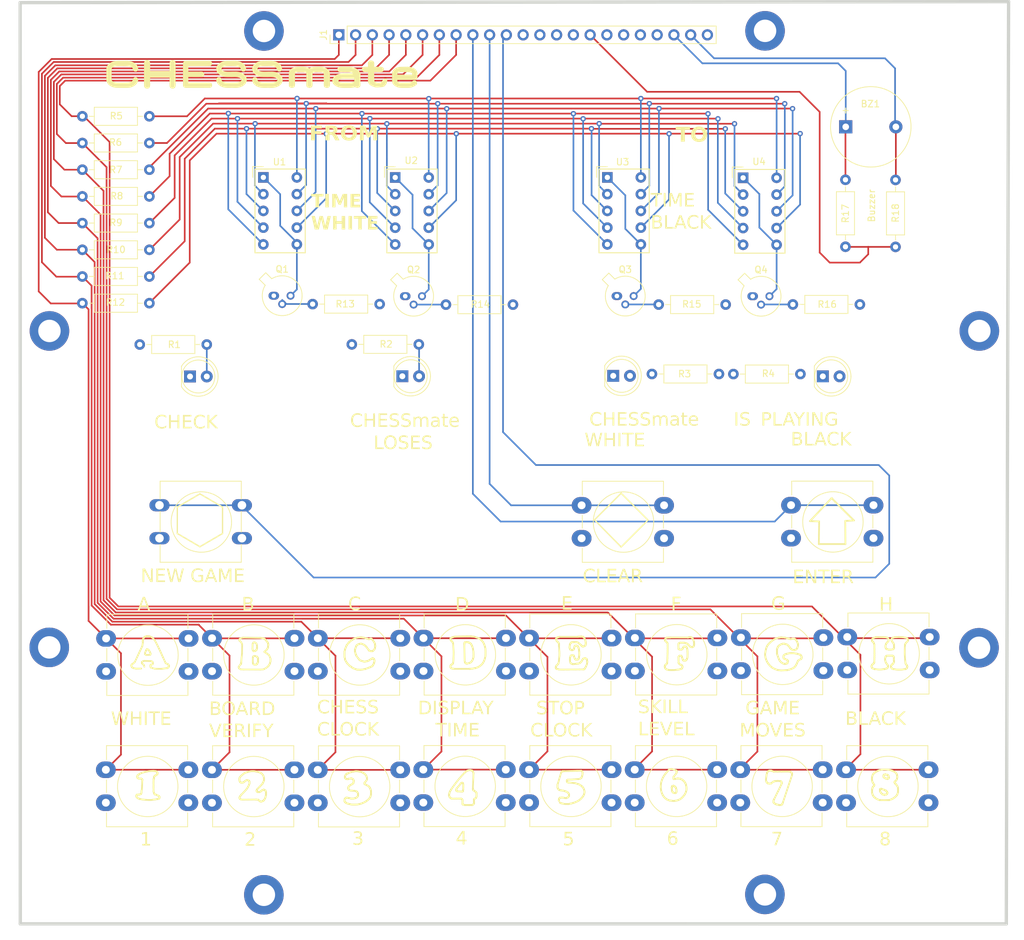
<source format=kicad_pcb>
(kicad_pcb (version 20240108) (generator "pcbnew") (generator_version "8.0")
  (layers (0 "F.Cu" signal) (1 "In1.Cu" signal) (2 "In2.Cu" signal) (31 "B.Cu" signal) (34 "B.Paste" user) (35 "F.Paste" user) (36 "B.SilkS" user "B.Silkscreen") (37 "F.SilkS" user "F.Silkscreen") (38 "B.Mask" user) (39 "F.Mask" user) (44 "Edge.Cuts" user))
  (net 0 "")
  (net 1 "GNDREF")
  (net 2 "Net-(Q1-B)")
  (net 3 "Net-(Q1-C)")
  (net 4 "Net-(Q2-B)")
  (net 5 "Net-(Q2-C)")
  (net 6 "Net-(Q3-B)")
  (net 7 "Net-(Q3-C)")
  (net 8 "Net-(Q4-B)")
  (net 9 "Net-(Q4-C)")
  (net 10 "Net-(D1-A)")
  (net 11 "Net-(D2-A)")
  (net 12 "Net-(D3-A)")
  (net 13 "Net-(U1-A)")
  (net 14 "Net-(U1-B)")
  (net 15 "Net-(U1-C)")
  (net 16 "Net-(U1-D)")
  (net 17 "Net-(U1-E)")
  (net 18 "Net-(U1-F)")
  (net 19 "Net-(U1-G)")
  (net 20 "Net-(U1-DP)")
  (net 21 "Net-(BZ1--)")
  (net 22 "Net-(BZ1-+)")
  (net 23 "Net-(J1-Pin_1)")
  (net 24 "Net-(J1-Pin_2)")
  (net 25 "Net-(J1-Pin_3)")
  (net 26 "Net-(J1-Pin_4)")
  (net 27 "Net-(J1-Pin_5)")
  (net 28 "Net-(J1-Pin_6)")
  (net 29 "Net-(J1-Pin_7)")
  (net 30 "Net-(J1-Pin_8)")
  (net 31 "Net-(J1-Pin_9)")
  (net 32 "Net-(J1-Pin_10)")
  (net 33 "Net-(J1-Pin_11)")
  (net 34 "Net-(J1-Pin_13)")
  (net 35 "Net-(J1-Pin_14)")
  (net 36 "Net-(J1-Pin_16)")
  (net 37 "Net-(J1-Pin_17)")
  (net 38 "Net-(J1-Pin_18)")
  (net 39 "Net-(J1-Pin_19)")
  (net 40 "Net-(J1-Pin_20)")
  (net 41 "Net-(D4-A)")
  (net 42 "Net-(J1-Pin_15)")
  (net 43 "Net-(J1-Pin_23)")
  (footprint "Resistor_THT:R_Axial_DIN0207_L6.3mm_D2.5mm_P10.16mm_Horizontal" (layer "F.Cu") (at 59.48 76.69)
    (property "Reference" "R1")
    (property "Value" "330R" (hide yes))
  )
  (footprint "Resistor_THT:R_Axial_DIN0207_L6.3mm_D2.5mm_P10.16mm_Horizontal" (layer "F.Cu") (at 95.85 70.56 180)
    (property "Reference" "R13")
    (property "Value" "10K" (hide yes))
  )
  (footprint "Display_7Segment:HDSP-A151" (layer "F.Cu") (at 98.21 51.35)
    (property "Reference" "U2")
    (property "Value" "SEG 2" (hide yes))
  )
  (footprint "Resistor_THT:R_Axial_DIN0207_L6.3mm_D2.5mm_P10.16mm_Horizontal" (layer "F.Cu") (at 149.48 81.17)
    (property "Reference" "R4")
    (property "Value" "330R" (hide yes))
  )
  (footprint "Resistor_THT:R_Axial_DIN0207_L6.3mm_D2.5mm_P10.16mm_Horizontal" (layer "F.Cu") (at 50.78 66.37)
    (property "Reference" "R11")
    (property "Value" "470R" (hide yes))
  )
  (footprint "Button_Switch_THT:SW_PUSH-12mm_Wuerth-430476085716" (layer "F.Cu") (at 166.74 121.06)
    (property "Reference" "SW8" (hide yes))
    (property "Value" "H" (hide yes))
  )
  (footprint "Resistor_THT:R_Axial_DIN0207_L6.3mm_D2.5mm_P10.16mm_Horizontal" (layer "F.Cu") (at 174.06 51.72 -90)
    (property "Reference" "R18")
    (property "Value" "1K" (hide yes))
  )
  (footprint "LED_THT:LED_D5.0mm" (layer "F.Cu") (at 131.26 81.44)
    (property "Reference" "D3" (hide yes))
    (property "Value" "WHITE" (hide yes))
  )
  (footprint "Resistor_THT:R_Axial_DIN0207_L6.3mm_D2.5mm_P10.16mm_Horizontal" (layer "F.Cu") (at 50.78 42.07)
    (property "Reference" "R5")
    (property "Value" "470R" (hide yes))
  )
  (footprint "Resistor_THT:R_Axial_DIN0207_L6.3mm_D2.5mm_P10.16mm_Horizontal" (layer "F.Cu") (at 50.78 62.32)
    (property "Reference" "R10")
    (property "Value" "470R" (hide yes))
  )
  (footprint "Resistor_THT:R_Axial_DIN0207_L6.3mm_D2.5mm_P10.16mm_Horizontal" (layer "F.Cu") (at 50.78 70.42)
    (property "Reference" "R12")
    (property "Value" "470R" (hide yes))
  )
  (footprint "Resistor_THT:R_Axial_DIN0207_L6.3mm_D2.5mm_P10.16mm_Horizontal" (layer "F.Cu") (at 50.78 58.27)
    (property "Reference" "R9")
    (property "Value" "470R" (hide yes))
  )
  (footprint "Button_Switch_THT:SW_PUSH-12mm_Wuerth-430476085716" (layer "F.Cu") (at 86.48 121.24)
    (property "Reference" "SW3" (hide yes))
    (property "Value" "C" (hide yes))
  )
  (footprint "Resistor_THT:R_Axial_DIN0207_L6.3mm_D2.5mm_P10.16mm_Horizontal" (layer "F.Cu") (at 147.29 81.16 180)
    (property "Reference" "R3")
    (property "Value" "330R" (hide yes))
  )
  (footprint "Resistor_THT:R_Axial_DIN0207_L6.3mm_D2.5mm_P10.16mm_Horizontal" (layer "F.Cu") (at 91.63 76.67)
    (property "Reference" "R2")
    (property "Value" "330R" (hide yes))
  )
  (footprint "Button_Switch_THT:SW_PUSH-12mm_Wuerth-430476085716" (layer "F.Cu") (at 70.44 121.24)
    (property "Reference" "SW2" (hide yes))
    (property "Value" "B" (hide yes))
  )
  (footprint "LED_THT:LED_D5.0mm" (layer "F.Cu") (at 99.29 81.5)
    (property "Reference" "D2" (hide yes))
    (property "Value" "LOSES" (hide yes))
  )
  (footprint "Connector_PinHeader_2.54mm:PinHeader_1x23_P2.54mm_Vertical" (layer "F.Cu") (at 89.662 29.718 90)
    (property "Reference" "J1")
    (property "Value" "~" (hide yes))
  )
  (footprint "Package_TO_SOT_THT:TO-18-3" (layer "F.Cu") (at 131.82 69.34)
    (property "Reference" "Q3")
    (property "Value" "2N2222")
  )
  (footprint "Resistor_THT:R_Axial_DIN0207_L6.3mm_D2.5mm_P10.16mm_Horizontal" (layer "F.Cu") (at 148.31 70.63 180)
    (property "Reference" "R15")
    (property "Value" "10K" (hide yes))
  )
  (footprint "Button_Switch_THT:SW_PUSH-12mm_Wuerth-430476085716" (layer "F.Cu") (at 126.47 101.08)
    (property "Reference" "SW18" (hide yes))
    (property "Value" "CLEAR" (hide yes))
  )
  (footprint "Button_Switch_THT:SW_PUSH-12mm" (layer "F.Cu") (at 62.47 101.07)
    (property "Reference" "SW17" (hide yes))
    (property "Value" "NEW GAME" (hide yes))
  )
  (footprint "Button_Switch_THT:SW_PUSH-12mm_Wuerth-430476085716" (layer "F.Cu") (at 158.22 101.06)
    (property "Reference" "SW19" (hide yes))
    (property "Value" "ENTER" (hide yes))
  )
  (footprint "LED_THT:LED_D5.0mm" (layer "F.Cu") (at 67.1 81.54)
    (property "Reference" "D1" (hide yes))
    (property "Value" "CHECK" (hide yes))
  )
  (footprint "Resistor_THT:R_Axial_DIN0207_L6.3mm_D2.5mm_P10.16mm_Horizontal" (layer "F.Cu") (at 116.06 70.64 180)
    (property "Reference" "R14")
    (property "Value" "10K" (hide yes))
  )
  (footprint "Resistor_THT:R_Axial_DIN0207_L6.3mm_D2.5mm_P10.16mm_Horizontal" (layer "F.Cu") (at 50.78 54.22)
    (property "Reference" "R8")
    (property "Value" "470R" (hide yes))
  )
  (footprint "Button_Switch_THT:SW_PUSH-12mm_Wuerth-430476085716" (layer "F.Cu") (at 134.55 121.2)
    (property "Reference" "SW6" (hide yes))
    (property "Value" "F" (hide yes))
  )
  (footprint "Package_TO_SOT_THT:TO-18-3" (layer "F.Cu") (at 79.804724 69.284724)
    (property "Reference" "Q1")
    (property "Value" "2N2222")
  )
  (footprint "Package_TO_SOT_THT:TO-18-3" (layer "F.Cu") (at 99.73 69.36)
    (property "Reference" "Q2")
    (property "Value" "2N2222")
  )
  (footprint "Display_7Segment:HDSP-A151" (layer "F.Cu") (at 150.9525 51.4025)
    (property "Reference" "U4")
    (property "Value" "SEG 4" (hide yes))
  )
  (footprint "Resistor_THT:R_Axial_DIN0207_L6.3mm_D2.5mm_P10.16mm_Horizontal" (layer "F.Cu") (at 50.78 50.17)
    (property "Reference" "R7")
    (property "Value" "470R" (hide yes))
  )
  (footprint "Button_Switch_THT:SW_PUSH-12mm_Wuerth-430476085716" (layer "F.Cu") (at 54.34 141.19)
    (property "Reference" "SW9" (hide yes))
    (property "Value" "1" (hide yes))
  )
  (footprint "Button_Switch_THT:SW_PUSH-12mm_Wuerth-430476085716" (layer "F.Cu") (at 102.47 141.17)
    (property "Reference" "SW12" (hide yes))
    (property "Value" "4" (hide yes))
  )
  (footprint "LED_THT:LED_D5.0mm" (layer "F.Cu") (at 163.04 81.52)
    (property "Reference" "D4" (hide yes))
    (property "Value" "BLACK" (hide yes))
  )
  (footprint "Resistor_THT:R_Axial_DIN0207_L6.3mm_D2.5mm_P10.16mm_Horizontal" (layer "F.Cu") (at 50.78 46.12)
    (property "Reference" "R6")
    (property "Value" "470R" (hide yes))
  )
  (footprint "Button_Switch_THT:SW_PUSH-12mm_Wuerth-430476085716" (layer "F.Cu") (at 118.51 141.18)
    (property "Reference" "SW13" (hide yes))
    (property "Value" "5" (hide yes))
  )
  (footprint "Button_Switch_THT:SW_PUSH-12mm_Wuerth-430476085716" (layer "F.Cu") (at 134.52 141.18)
    (property "Reference" "SW14" (hide yes))
    (property "Value" "6" (hide yes))
  )
  (footprint "Package_TO_SOT_THT:TO-18-3" (layer "F.Cu") (at 152.404724 69.364724)
    (property "Reference" "Q4")
    (property "Value" "2N2222")
  )
  (footprint "Button_Switch_THT:SW_PUSH-12mm_Wuerth-430476085716" (layer "F.Cu") (at 166.56 141.19)
    (property "Reference" "SW16" (hide yes))
    (property "Value" "8" (hide yes))
  )
  (footprint "Resistor_THT:R_Axial_DIN0207_L6.3mm_D2.5mm_P10.16mm_Horizontal" (layer "F.Cu") (at 168.656 70.612 180)
    (property "Reference" "R16")
    (property "Value" "10K" (hide yes))
  )
  (footprint "Button_Switch_THT:SW_PUSH-12mm_Wuerth-430476085716" (layer "F.Cu") (at 102.5 121.22)
    (property "Reference" "SW4" (hide yes))
    (property "Value" "D" (hide yes))
  )
  (footprint "buzzer:Buzzer_12x9.5RM7.6" (layer "F.Cu") (at 166.51 43.67)
    (property "Reference" "BZ1")
    (property "Value" "Buzzer")
  )
  (footprint "Button_Switch_THT:SW_PUSH-12mm_Wuerth-430476085716" (layer "F.Cu") (at 54.38 121.27)
    (property "Reference" "SW1" (hide yes))
    (property "Value" "A" (hide yes))
  )
  (footprint "Button_Switch_THT:SW_PUSH-12mm_Wuerth-430476085716" (layer "F.Cu") (at 118.51 121.22)
    (property "Reference" "SW5" (hide yes))
    (property "Value" "E" (hide yes))
  )
  (footprint "Resistor_THT:R_Axial_DIN0207_L6.3mm_D2.5mm_P10.16mm_Horizontal" (layer "F.Cu") (at 166.47 61.86 90)
    (property "Reference" "R17")
    (property "Value" "1K" (hide yes))
  )
  (footprint "Display_7Segment:HDSP-A151" (layer "F.Cu") (at 78.22 51.34)
    (property "Reference" "U1")
    (property "Value" "SEG 1" (hide yes))
  )
  (footprint "Button_Switch_THT:SW_PUSH-12mm_Wuerth-430476085716" (layer "F.Cu") (at 86.47 141.21)
    (property "Reference" "SW11" (hide yes))
    (property "Value" "3" (hide yes))
  )
  (footprint "Display_7Segment:HDSP-A151" (layer "F.Cu") (at 130.37 51.34)
    (property "Reference" "U3")
    (property "Value" "SEG 3" (hide yes))
  )
  (footprint "Button_Switch_THT:SW_PUSH-12mm_Wuerth-430476085716" (layer "F.Cu") (at 150.62 121.15)
    (property "Reference" "SW7" (hide yes))
    (property "Value" "G" (hide yes))
  )
  (footprint "Button_Switch_THT:SW_PUSH-12mm_Wuerth-430476085716" (layer "F.Cu") (at 150.52 141.18)
    (property "Reference" "SW15" (hide yes))
    (property "Value" "7" (hide yes))
  )
  (footprint "Button_Switch_THT:SW_PUSH-12mm_Wuerth-430476085716" (layer "F.Cu") (at 70.43 141.2)
    (property "Reference" "SW10" (hide yes))
    (property "Value" "2" (hide yes))
  )
  (gr_line (start 155.857707 121.31592) (end 155.937494 121.280736) (stroke (width 0.264583)) (layer "F.SilkS"))
  (gr_line (start 155.305004 141.364176) (end 155.276007 141.35476) (stroke (width 0.264583)) (layer "F.SilkS"))
  (gr_line (start 91.507442 142.498229) (end 91.498886 142.501129) (stroke (width 0.264583)) (layer "F.SilkS"))
  (gr_line (start 126.672332 124.399756) (end 126.654397 124.422423) (stroke (width 0.264583)) (layer "F.SilkS"))
  (gr_line (start 154.436286 124.455185) (end 154.405206 124.369551) (stroke (width 0.264583)) (layer "F.SilkS"))
  (gr_line (start 141.653389 124.019133) (end 141.636551 123.986586) (stroke (width 0.264583)) (layer "F.SilkS"))
  (gr_line (start 108.90366 125.029494) (end 108.912901 125.035084) (stroke (width 0.264583)) (layer "F.SilkS"))
  (gr_line (start 140.766216 141.269516) (end 140.458709 141.166745) (stroke (width 0.264583)) (layer "F.SilkS"))
  (gr_line (start 125.818918 142.618334) (end 125.676259 142.628774) (stroke (width 0.264583)) (layer "F.SilkS"))
  (gr_line (start 59.311592 141.917325) (end 59.341134 141.897189) (stroke (width 0.264583)) (layer "F.SilkS"))
  (gr_line (start 62.155274 141.656914) (end 62.159454 141.671846) (stroke (width 0.264583)) (layer "F.SilkS"))
  (gr_line (start 170.893338 125.916979) (end 170.843967 125.905883) (stroke (width 0.264583)) (layer "F.SilkS"))
  (gr_line (start 157.700367 124.939185) (end 157.702981 124.930891) (stroke (width 0.264583)) (layer "F.SilkS"))
  (gr_line (start 79.278696 124.817368) (end 79.258929 124.894871) (stroke (width 0.264583)) (layer "F.SilkS"))
  (gr_line (start 157.295294 124.398095) (end 157.260519 124.381502) (stroke (width 0.264583)) (layer "F.SilkS"))
  (gr_line (start 77.343507 145.717504) (end 77.334195 145.715118) (stroke (width 0.264583)) (layer "F.SilkS"))
  (gr_line (start 159.34546 124.593434) (end 159.317492 124.625978) (stroke (width 0.264583)) (layer "F.SilkS"))
  (gr_line (start 111.129467 125.392201) (end 111.069718 125.439598) (stroke (width 0.264583)) (layer "F.SilkS"))
  (gr_line (start 61.602459 142.589767) (end 61.602459 142.589768) (stroke (width 0.264583)) (layer "F.SilkS"))
  (gr_line (start 126.297294 120.979015) (end 126.258671 120.983944) (stroke (width 0.264583)) (layer "F.SilkS"))
  (gr_line (start 92.998395 124.643956) (end 92.980151 124.636807) (stroke (width 0.264583)) (layer "F.SilkS"))
  (gr_line (start 170.551525 143.008842) (end 170.534493 142.936811) (stroke (width 0.264583)) (layer "F.SilkS"))
  (gr_line (start 90.714713 122.626666) (end 90.684919 122.697874) (stroke (width 0.264583)) (layer "F.SilkS"))
  (gr_line (start 171.707464 121.065302) (end 171.855553 121.069299) (stroke (width 0.264583)) (layer "F.SilkS"))
  (gr_line (start 142.072011 124.666151) (end 142.053047 124.665613) (stroke (width 0.264583)) (layer "F.SilkS"))
  (gr_line (start 158.556987 121.299991) (end 158.587499 121.297666) (stroke (width 0.264583)) (layer "F.SilkS"))
  (gr_line (start 76.977677 123.164849) (end 76.984523 123.160135) (stroke (width 0.264583)) (layer "F.SilkS"))
  (gr_line (start 154.811182 143.297609) (end 154.81991 143.300382) (stroke (width 0.264583)) (layer "F.SilkS"))
  (gr_line (start 108.524677 144.169365) (end 108.530269 143.834736) (stroke (width 0.264583)) (layer "F.SilkS"))
  (gr_line (start 124.103775 144.49104) (end 124.078047 144.480736) (stroke (width 0.264583)) (layer "F.SilkS"))
  (gr_line (start 172.866436 141.992579) (end 172.862236 141.989393) (stroke (width 0.264583)) (layer "F.SilkS"))
  (gr_line (start 78.960256 122.312219) (end 78.955285 122.367887) (stroke (width 0.264583)) (layer "F.SilkS"))
  (gr_line (start 123.972298 144.445848) (end 123.9451 144.43882) (stroke (width 0.264583)) (layer "F.SilkS"))
  (gr_line (start 156.694949 146.530258) (end 156.711965 146.526747) (stroke (width 0.264583)) (layer "F.SilkS"))
  (gr_line (start 139.429902 125.042307) (end 139.433603 125.032588) (stroke (width 0.264583)) (layer "F.SilkS"))
  (gr_line (start 108.344373 145.668167) (end 108.336844 145.658012) (stroke (width 0.264583)) (layer "F.SilkS"))
  (gr_line (start 107.18563 143.480389) (end 107.422707 143.164073) (stroke (width 0.264583)) (layer "F.SilkS"))
  (gr_line (start 175.834146 125.477691) (end 175.837614 125.500949) (stroke (width 0.264583)) (layer "F.SilkS"))
  (gr_line (start 79.308234 124.342967) (end 79.31358 124.400907) (stroke (width 0.264583)) (layer "F.SilkS"))
  (gr_line (start 172.010083 141.166961) (end 172.064975 141.158795) (stroke (width 0.264583)) (layer "F.SilkS"))
  (gr_line (start 125.668906 122.352868) (end 125.662312 122.349473) (stroke (width 0.264583)) (layer "F.SilkS"))
  (gr_line (start 173.717026 122.886755) (end 173.730583 122.874063) (stroke (width 0.264583)) (layer "F.SilkS"))
  (gr_line (start 141.714952 142.694983) (end 141.694562 142.682691) (stroke (width 0.264583)) (layer "F.SilkS"))
  (gr_line (start 58.963743 145.2283) (end 58.961591 145.219718) (stroke (width 0.264583)) (layer "F.SilkS"))
  (gr_line (start 79.31658 124.45587) (end 79.317422 124.508097) (stroke (width 0.264583)) (layer "F.SilkS"))
  (gr_line (start 172.782543 144.562393) (end 172.784195 144.56884) (stroke (width 0.264583)) (layer "F.SilkS"))
  (gr_line (start 126.836277 144.920564) (end 126.814529 144.978416) (stroke (width 0.264583)) (layer "F.SilkS"))
  (gr_line (start 156.525407 146.542113) (end 156.553753 146.543602) (stroke (width 0.264583)) (layer "F.SilkS"))
  (gr_line (start 170.830721 143.552071) (end 170.832181 143.542577) (stroke (width 0.264583)) (layer "F.SilkS"))
  (gr_line (start 59.137077 142.090309) (end 59.147016 142.075593) (stroke (width 0.264583)) (layer "F.SilkS"))
  (gr_line (start 126.046991 122.862803) (end 126.036473 122.810161) (stroke (width 0.264583)) (layer "F.SilkS"))
  (gr_line (start 58.963124 145.124626) (end 58.966614 145.1113) (stroke (width 0.264583)) (layer "F.SilkS"))
  (gr_line (start 156.551511 126.115288) (end 156.437747 126.102632) (stroke (width 0.264583)) (layer "F.SilkS"))
  (gr_line (start 123.011094 145.856509) (end 123.010672 145.843753) (stroke (width 0.264583)) (layer "F.SilkS"))
  (gr_line (start 126.635239 122.491187) (end 126.649349 122.492843) (stroke (width 0.264583)) (layer "F.SilkS"))
  (gr_line (start 124.780279 122.018203) (end 124.793461 121.999369) (stroke (width 0.264583)) (layer "F.SilkS"))
  (gr_line (start 158.052351 122.675667) (end 158.037128 122.651432) (stroke (width 0.264583)) (layer "F.SilkS"))
  (gr_line (start 157.367462 124.427528) (end 157.331018 124.413337) (stroke (width 0.264583)) (layer "F.SilkS"))
  (gr_line (start 108.493915 144.388033) (end 108.496295 144.37895) (stroke (width 0.264583)) (layer "F.SilkS"))
  (gr_line (start 126.532596 142.177847) (end 126.519649 142.215772) (stroke (width 0.264583)) (layer "F.SilkS"))
  (gr_line (start 106.993036 125.029709) (end 107.011428 124.829764) (stroke (width 0.264583)) (layer "F.SilkS"))
  (gr_line (start 125.374361 124.171484) (end 125.381951 124.193121) (stroke (width 0.264583)) (layer "F.SilkS"))
  (gr_line (start 106.602802 144.32896) (end 106.645097 144.261259) (stroke (width 0.264583)) (layer "F.SilkS"))
  (gr_line (start 94.507597 124.431419) (end 94.490762 124.440784) (stroke (width 0.264583)) (layer "F.SilkS"))
  (gr_line (start 159.246335 122.042652) (end 159.261361 122.074391) (stroke (width 0.264583)) (layer "F.SilkS"))
  (gr_line (start 159.500308 123.705739) (end 159.549618 123.727192) (stroke (width 0.264583)) (layer "F.SilkS"))
  (gr_line (start 157.657631 125.001603) (end 157.664454 124.996009) (stroke (width 0.264583)) (layer "F.SilkS"))
  (gr_line (start 92.109557 123.042752) (end 92.115864 122.997345) (stroke (width 0.264583)) (layer "F.SilkS"))
  (gr_line (start 123.018106 145.778481) (end 123.019083 145.761094) (stroke (width 0.264583)) (layer "F.SilkS"))
  (gr_line (start 109.411548 121.908122) (end 109.39878 121.90244) (stroke (width 0.264583)) (layer "F.SilkS"))
  (gr_line (start 139.49744 122.014946) (end 139.491384 122.003933) (stroke (width 0.264583)) (layer "F.SilkS"))
  (gr_line (start 170.499381 142.716295) (end 170.493512 142.64194) (stroke (width 0.264583)) (layer "F.SilkS"))
  (gr_poly (pts (xy 79.320429 33.647781) (xy 79.423654 33.651325) (xy 79.526637 33.657488) (xy 79.629332 33.666731) (xy 79.731691 33.679515) (xy 79.83367 33.696298) (xy 79.93522 33.717542) (xy 80.032969 33.744952) (xy 80.130541 33.778451) (xy 80.227164 33.817913) (xy 80.322063 33.863212) (xy 80.414466 33.914221) (xy 80.503599 33.970813) (xy 80.588687 34.032864) (xy 80.668959 34.100246) (xy 80.707046 34.135897) (xy 80.74364 34.172834) (xy 80.778642 34.21104) (xy 80.811956 34.250501) (xy 80.843486 34.291199) (xy 80.873135 34.33312) (xy 80.900806 34.376248) (xy 80.926402 34.420567) (xy 80.949828 34.46606) (xy 80.970985 34.512713) (xy 80.989778 34.56051) (xy 81.006109 34.609434) (xy 81.019883 34.65947) (xy 81.031002 34.710602) (xy 81.03937 34.762815) (xy 81.044889 34.816092) (xy 81.049377 34.841903) (xy 81.051949 34.867543) (xy 81.052669 34.892956) (xy 81.051601 34.918085) (xy 81.048808 34.942873) (xy 81.044354 34.967263) (xy 81.038303 34.991199) (xy 81.030718 35.014624) (xy 81.021663 35.03748) (xy 81.011202 35.059711) (xy 80.999399 35.08126) (xy 80.986317 35.102071) (xy 80.972019 35.122086) (xy 80.95657 35.141248) (xy 80.940034 35.159501) (xy 80.922473 35.176788) (xy 80.903952 35.193052) (xy 80.884535 35.208236) (xy 80.864284 35.222284) (xy 80.843265 35.235137) (xy 80.821539 35.246741) (xy 80.799172 35.257037) (xy 80.776227 35.265969) (xy 80.752767 35.273481) (xy 80.728857 35.279514) (xy 80.704559 35.284013) (xy 80.679938 35.286921) (xy 80.655058 35.28818) (xy 80.629981 35.287734) (xy 80.604772 35.285526) (xy 80.579495 35.2815) (xy 80.554212 35.275597) (xy 80.533627 35.271547) (xy 80.513734 35.266417) (xy 80.494531 35.260249) (xy 80.476017 35.25308) (xy 80.458189 35.24495) (xy 80.441047 35.235898) (xy 80.424589 35.225963) (xy 80.408812 35.215184) (xy 80.393715 35.2036) (xy 80.379296 35.19125) (xy 80.365554 35.178173) (xy 80.352487 35.164408) (xy 80.340093 35.149995) (xy 80.32837 35.134972) (xy 80.306932 35.103253) (xy 80.288159 35.069564) (xy 80.272037 35.034217) (xy 80.258552 34.997525) (xy 80.247691 34.959801) (xy 80.239439 34.921356) (xy 80.233783 34.882503) (xy 80.230709 34.843555) (xy 80.230203 34.804825) (xy 80.217411 34.783047) (xy 80.203623 34.762297) (xy 80.188883 34.742546) (xy 80.173234 34.723763) (xy 80.15672 34.705919) (xy 80.139384 34.688985) (xy 80.12127 34.672929) (xy 80.102422 34.657724) (xy 80.062696 34.629743) (xy 80.020554 34.604805) (xy 79.976345 34.582672) (xy 79.930417 34.563106) (xy 79.883118 34.545869) (xy 79.834797 34.530724) (xy 79.785802 34.517434) (xy 79.736481 34.50576) (xy 79.638255 34.486312) (xy 79.542906 34.470479) (xy 79.157493 34.46165) (xy 78.771615 34.456221) (xy 78.578671 34.455815) (xy 78.385816 34.457501) (xy 78.193115 34.461692) (xy 78.000639 34.468801) (xy 77.904856 34.486425) (xy 77.855111 34.496593) (xy 77.80478 34.508032) (xy 77.75435 34.521014) (xy 77.704311 34.535814) (xy 77.65515 34.552707) (xy 77.607354 34.571965) (xy 77.584121 34.582567) (xy 77.561412 34.593863) (xy 77.539289 34.605888) (xy 77.517812 34.618676) (xy 77.497042 34.632261) (xy 77.477041 34.646677) (xy 77.457869 34.661959) (xy 77.439587 34.67814) (xy 77.422257 34.695256) (xy 77.405939 34.71334) (xy 77.390694 34.732427) (xy 77.376584 34.75255) (xy 77.363668 34.773745) (xy 77.352009 34.796045) (xy 77.341668 34.819484) (xy 77.332704 34.844098) (xy 77.331672 34.869524) (xy 77.332612 34.893918) (xy 77.335439 34.917306) (xy 77.340067 34.939712) (xy 77.346412 34.961161) (xy 77.354388 34.981678) (xy 77.36391 35.001287) (xy 77.374892 35.020013) (xy 77.387251 35.037881) (xy 77.4009 35.054916) (xy 77.415753 35.071142) (xy 77.431727 35.086584) (xy 77.448736 35.101266) (xy 77.466694 35.115215) (xy 77.505117 35.141006) (xy 77.546316 35.164157) (xy 77.589609 35.184864) (xy 77.634313 35.203326) (xy 77.679748 35.21974) (xy 77.725231 35.234305) (xy 77.770081 35.247217) (xy 77.855154 35.268878) (xy 77.943251 35.281123) (xy 78.031551 35.290568) (xy 78.120031 35.297518) (xy 78.208669 35.302275) (xy 78.38633 35.306424) (xy 78.564353 35.305444) (xy 78.920764 35.297799) (xy 79.098793 35.295988) (xy 79.276464 35.298754) (xy 79.386384 35.294253) (xy 79.497123 35.294042) (xy 79.608257 35.298334) (xy 79.719358 35.307341) (xy 79.829999 35.321276) (xy 79.939754 35.340351) (xy 80.048196 35.364778) (xy 80.154899 35.394769) (xy 80.259435 35.430537) (xy 80.361379 35.472294) (xy 80.460303 35.520253) (xy 80.555781 35.574626) (xy 80.647386 35.635624) (xy 80.734691 35.703461) (xy 80.776598 35.74001) (xy 80.817271 35.778349) (xy 80.856654 35.818503) (xy 80.894697 35.860499) (xy 80.926318 35.894401) (xy 80.955925 35.929718) (xy 80.983517 35.966354) (xy 81.009091 36.004217) (xy 81.032646 36.043212) (xy 81.054182 36.083247) (xy 81.073697 36.124227) (xy 81.091189 36.166058) (xy 81.106658 36.208647) (xy 81.120101 36.251899) (xy 81.131518 36.295722) (xy 81.140906 36.340022) (xy 81.148266 36.384704) (xy 81.153595 36.429675) (xy 81.156892 36.474841) (xy 81.158156 36.520109) (xy 81.157385 36.565384) (xy 81.154578 36.610573) (xy 81.149734 36.655583) (xy 81.142851 36.700318) (xy 81.133928 36.744687) (xy 81.122964 36.788594) (xy 81.109957 36.831947) (xy 81.094906 36.874651) (xy 81.07781 36.916612) (xy 81.058667 36.957738) (xy 81.037475 36.997933) (xy 81.014235 37.037105) (xy 80.988943 37.07516) (xy 80.9616 37.112004) (xy 80.932203 37.147542) (xy 80.900751 37.181682) (xy 80.82314 37.266369) (xy 80.74009 37.343515) (xy 80.652051 37.413346) (xy 80.559478 37.476085) (xy 80.462822 37.531955) (xy 80.362538 37.581179) (xy 80.259077 37.623982) (xy 80.152893 37.660587) (xy 80.044438 37.691217) (xy 79.934166 37.716097) (xy 79.822528 37.735449) (xy 79.709979 37.749497) (xy 79.59697 37.758465) (xy 79.483955 37.762576) (xy 79.371387 37.762054) (xy 79.259718 37.757122) (xy 79.050081 37.751696) (xy 78.839601 37.752633) (xy 78.417945 37.757874) (xy 78.207684 37.754315) (xy 78.102896 37.749271) (xy 77.998412 37.741395) (xy 77.89429 37.730197) (xy 77.790588 37.715184) (xy 77.687361 37.695866) (xy 77.584669 37.671751) (xy 77.486147 37.641036) (xy 77.387996 37.603848) (xy 77.291057 37.560367) (xy 77.196171 37.510772) (xy 77.104177 37.455245) (xy 77.015918 37.393966) (xy 76.932233 37.327116) (xy 76.853964 37.254875) (xy 76.817122 37.216789) (xy 76.78195 37.177423) (xy 76.748553 37.1368) (xy 76.717034 37.094941) (xy 76.6875 37.051871) (xy 76.660055 37.00761) (xy 76.634806 36.962183) (xy 76.611855 36.91561) (xy 76.59131 36.867916) (xy 76.573274 36.819122) (xy 76.557853 36.769251) (xy 76.545153 36.718325) (xy 76.535277 36.666368) (xy 76.528332 36.613402) (xy 76.524422 36.559448) (xy 76.523653 36.504531) (xy 76.52399 36.473486) (xy 76.526944 36.443452) (xy 76.532389 36.414472) (xy 76.540197 36.386589) (xy 76.550242 36.359845) (xy 76.562397 36.334283) (xy 76.576534 36.309946) (xy 76.592527 36.286876) (xy 76.610249 36.265116) (xy 76.629572 36.244709) (xy 76.650371 36.225697) (xy 76.672517 36.208123) (xy 76.695885 36.19203) (xy 76.720346 36.177461) (xy 76.745775 36.164457) (xy 76.772043 36.153063) (xy 76.799025 36.14332) (xy 76.826593 36.135271) (xy 76.854621 36.128959) (xy 76.88298 36.124426) (xy 76.911545 36.121716) (xy 76.940189 36.12087) (xy 76.968783 36.121933) (xy 76.997203 36.124945) (xy 77.02532 36.12995) (xy 77.053007 36.136991) (xy 77.080138 36.146111) (xy 77.106586 36.157351) (xy 77.132223 36.170755) (xy 77.156924 36.186365) (xy 77.18056 36.204224) (xy 77.203005 36.224375) (xy 77.219311 36.23667) (xy 77.233923 36.249776) (xy 77.246954 36.263637) (xy 77.25852 36.278198) (xy 77.268733 36.293402) (xy 77.277709 36.309193) (xy 77.285562 36.325517) (xy 77.292406 36.342317) (xy 77.298355 36.359537) (xy 77.303523 36.377121) (xy 77.311976 36.41316) (xy 77.318678 36.449986) (xy 77.324544 36.487155) (xy 77.330488 36.524218) (xy 77.337423 36.560729) (xy 77.346265 36.596242) (xy 77.351686 36.613485) (xy 77.357926 36.630311) (xy 77.3651 36.646664) (xy 77.373322 36.662488) (xy 77.382707 36.677728) (xy 77.393367 36.692327) (xy 77.405418 36.706231) (xy 77.418975 36.719383) (xy 77.43415 36.731726) (xy 77.451059 36.743207) (xy 77.494311 36.770998) (xy 77.538232 36.796326) (xy 77.582789 36.819299) (xy 77.627947 36.840025) (xy 77.71994 36.875172) (xy 77.813948 36.902635) (xy 77.909706 36.923279) (xy 78.00695 36.937973) (xy 78.105418 36.947584) (xy 78.204844 36.952979) (xy 79.003114 36.948429) (xy 79.170801 36.947451) (xy 79.343311 36.948267) (xy 79.517545 36.9452) (xy 79.604342 36.940437) (xy 79.690408 36.932574) (xy 79.775357 36.920902) (xy 79.858801 36.904711) (xy 79.940353 36.883291) (xy 80.019626 36.855933) (xy 80.058287 36.839806) (xy 80.096233 36.821928) (xy 80.133416 36.80221) (xy 80.169787 36.780564) (xy 80.205297 36.756902) (xy 80.239899 36.731134) (xy 80.273545 36.703172) (xy 80.306185 36.672927) (xy 80.319163 36.654819) (xy 80.330063 36.636631) (xy 80.338956 36.618398) (xy 80.345917 36.600152) (xy 80.351017 36.581926) (xy 80.354329 36.563753) (xy 80.355927 36.545666) (xy 80.355883 36.527698) (xy 80.354271 36.509882) (xy 80.351163 36.492252) (xy 80.346632 36.47484) (xy 80.340751 36.45768) (xy 80.333593 36.440804) (xy 80.325231 36.424245) (xy 80.315738 36.408037) (xy 80.305186 36.392213) (xy 80.29365 36.376806) (xy 80.2812 36.361848) (xy 80.267911 36.347373) (xy 80.253856 36.333414) (xy 80.239107 36.320004) (xy 80.223737 36.307175) (xy 80.191426 36.283397) (xy 80.157507 36.262343) (xy 80.122564 36.244279) (xy 80.087178 36.229467) (xy 80.069502 36.223364) (xy 80.051935 36.218174) (xy 79.966211 36.186752) (xy 79.879472 36.161481) (xy 79.791827 36.141741) (xy 79.703384 36.126911) (xy 79.61425 36.116373) (xy 79.524533 36.109506) (xy 79.434342 36.105689) (xy 79.343783 36.104304) (xy 79.161996 36.106347) (xy 78.980035 36.110674) (xy 78.798763 36.112326) (xy 78.708655 36.110599) (xy 78.619043 36.106343) (xy 78.406521 36.109905) (xy 78.299102 36.109373) (xy 78.191335 36.106664) (xy 78.083535 36.1013) (xy 77.97602 36.092805) (xy 77.869107 36.0807) (xy 77.763113 36.06451) (xy 77.658354 36.043758) (xy 77.555148 36.017965) (xy 77.453811 35.986656) (xy 77.35466 35.949352) (xy 77.258013 35.905578) (xy 77.164186 35.854855) (xy 77.073497 35.796708) (xy 77.029427 35.764701) (xy 76.986261 35.730658) (xy 76.91802 35.679136) (xy 76.854068 35.622224) (xy 76.794731 35.560402) (xy 76.740337 35.494149) (xy 76.691213 35.423946) (xy 76.647686 35.350274) (xy 76.610082 35.273612) (xy 76.578729 35.194441) (xy 76.553955 35.113241) (xy 76.536085 35.030491) (xy 76.525448 34.946673) (xy 76.522944 34.904513) (xy 76.52237 34.862266) (xy 76.523768 34.819992) (xy 76.527178 34.777751) (xy 76.532642 34.735602) (xy 76.5402 34.693607) (xy 76.549893 34.651824) (xy 76.561762 34.610315) (xy 76.575848 34.569139) (xy 76.592191 34.528355) (xy 76.619329 34.472668) (xy 76.648891 34.41888) (xy 76.680785 34.366983) (xy 76.714918 34.316973) (xy 76.751199 34.268841) (xy 76.789536 34.222583) (xy 76.872009 34.135656) (xy 76.961602 34.05614) (xy 77.057578 33.983983) (xy 77.159202 33.919131) (xy 77.265739 33.861533) (xy 77.376451 33.811135) (xy 77.490604 33.767885) (xy 77.607461 33.73173) (xy 77.726287 33.702617) (xy 77.846345 33.680495) (xy 77.966901 33.66531) (xy 78.087218 33.657009) (xy 78.20656 33.65554) (xy 78.206545 33.655541) (xy 78.285005 33.655158) (xy 78.491441 33.658502) (xy 78.698571 33.655754) (xy 79.113435 33.646711)) (fill solid) (layer "F.SilkS"))
  (gr_line (start 92.341019 122.363665) (end 92.355866 122.344397) (stroke (width 0.264583)) (layer "F.SilkS"))
  (gr_line (start 109.88983 122.490896) (end 109.872359 122.445519) (stroke (width 0.264583)) (layer "F.SilkS"))
  (gr_line (start 94.944011 123.03351) (end 95.007262 122.965242) (stroke (width 0.264583)) (layer "F.SilkS"))
  (gr_line (start 175.79782 121.781314) (end 175.761448 121.818164) (stroke (width 0.264583)) (layer "F.SilkS"))
  (gr_line (start 126.565674 120.984052) (end 126.557082 120.98312) (stroke (width 0.264583)) (layer "F.SilkS"))
  (gr_line (start 110.490449 145.363208) (end 110.479541 145.388207) (stroke (width 0.264583)) (layer "F.SilkS"))
  (gr_line (start 91.075384 142.598614) (end 91.038398 142.612462) (stroke (width 0.264583)) (layer "F.SilkS"))
  (gr_line (start 59.118648 142.132517) (end 59.127147 142.111199) (stroke (width 0.264583)) (layer "F.SilkS"))
  (gr_line (start 156.236417 122.536894) (end 156.227919 122.553517) (stroke (width 0.264583)) (layer "F.SilkS"))
  (gr_line (start 91.281232 125.399441) (end 91.309998 125.424364) (stroke (width 0.264583)) (layer "F.SilkS"))
  (gr_line (start 141.98534 122.520415) (end 142.003517 122.511569) (stroke (width 0.264583)) (layer "F.SilkS"))
  (gr_line (start 172.139935 144.938537) (end 172.123489 144.931514) (stroke (width 0.264583)) (layer "F.SilkS"))
  (gr_line (start 143.492145 121.754168) (end 143.502576 121.795493) (stroke (width 0.264583)) (layer "F.SilkS"))
  (gr_line (start 60.222577 121.053533) (end 60.235994 121.043432) (stroke (width 0.264583)) (layer "F.SilkS"))
  (gr_line (start 126.541894 145.390198) (end 126.471798 145.474734) (stroke (width 0.264583)) (layer "F.SilkS"))
  (gr_line (start 158.222871 121.362882) (end 158.343046 121.335579) (stroke (width 0.264583)) (layer "F.SilkS"))
  (gr_line (start 173.389397 125.604196) (end 173.386519 125.5863) (stroke (width 0.264583)) (layer "F.SilkS"))
  (gr_line (start 76.986367 141.432105) (end 77.067944 141.443555) (stroke (width 0.264583)) (layer "F.SilkS"))
  (gr_line (start 94.127506 124.660493) (end 94.079162 124.681932) (stroke (width 0.264583)) (layer "F.SilkS"))
  (gr_line (start 90.564191 146.033652) (end 90.562029 146.025614) (stroke (width 0.264583)) (layer "F.SilkS"))
  (gr_line (start 125.036809 121.838643) (end 125.057583 121.837436) (stroke (width 0.264583)) (layer "F.SilkS"))
  (gr_line (start 91.704205 142.564525) (end 91.677096 142.546088) (stroke (width 0.264583)) (layer "F.SilkS"))
  (gr_line (start 157.642091 125.011556) (end 157.650187 125.006793) (stroke (width 0.264583)) (layer "F.SilkS"))
  (gr_line (start 106.840777 121.7631) (end 106.821012 121.738903) (stroke (width 0.264583)) (layer "F.SilkS"))
  (gr_line (start 140.201097 144.452237) (end 140.207579 144.467231) (stroke (width 0.264583)) (layer "F.SilkS"))
  (gr_line (start 124.714649 146.350144) (end 124.642587 146.36068) (stroke (width 0.264583)) (layer "F.SilkS"))
  (gr_line (start 142.343621 144.345689) (end 142.356652 144.273175) (stroke (width 0.264583)) (layer "F.SilkS"))
  (gr_line (start 92.237538 123.709197) (end 92.230942 123.686078) (stroke (width 0.264583)) (layer "F.SilkS"))
  (gr_line (start 108.440625 143.202976) (end 108.435851 143.199751) (stroke (width 0.264583)) (layer "F.SilkS"))
  (gr_line (start 159.838322 124.151945) (end 159.838395 124.174322) (stroke (width 0.264583)) (layer "F.SilkS"))
  (gr_line (start 122.626161 125.83486) (end 122.6391 125.845298) (stroke (width 0.264583)) (layer "F.SilkS"))
  (gr_line (start 139.218763 125.244236) (end 139.23333 125.234398) (stroke (width 0.264583)) (layer "F.SilkS"))
  (gr_line (start 159.254252 122.424045) (end 159.248595 122.455472) (stroke (width 0.264583)) (layer "F.SilkS"))
  (gr_line (start 123.265421 145.413258) (end 123.284299 145.408089) (stroke (width 0.264583)) (layer "F.SilkS"))
  (gr_line (start 173.029404 142.448025) (end 173.033207 142.43519) (stroke (width 0.264583)) (layer "F.SilkS"))
  (gr_line (start 125.27619 146.201302) (end 125.1718 146.232093) (stroke (width 0.264583)) (layer "F.SilkS"))
  (gr_line (start 108.418014 145.953175) (end 108.419549 145.91982) (stroke (width 0.264583)) (layer "F.SilkS"))
  (gr_line (start 171.789807 145.807686) (end 171.731347 145.80355) (stroke (width 0.264583)) (layer "F.SilkS"))
  (gr_line (start 108.736741 121.90833) (end 108.729339 121.917597) (stroke (width 0.264583)) (layer "F.SilkS"))
  (gr_line (start 173.403687 125.656849) (end 173.397968 125.639508) (stroke (width 0.264583)) (layer "F.SilkS"))
  (gr_line (start 123.010852 145.830899) (end 123.01166 145.817946) (stroke (width 0.264583)) (layer "F.SilkS"))
  (gr_line (start 125.41673 122.458946) (end 125.406758 122.475109) (stroke (width 0.264583)) (layer "F.SilkS"))
  (gr_line (start 90.809335 122.414859) (end 90.745917 122.555947) (stroke (width 0.264583)) (layer "F.SilkS"))
  (gr_line (start 156.791633 146.493405) (end 156.798964 146.488213) (stroke (width 0.264583)) (layer "F.SilkS"))
  (gr_line (start 91.136471 143.769767) (end 91.141648 143.760367) (stroke (width 0.264583)) (layer "F.SilkS"))
  (gr_line (start 123.56589 146.321366) (end 123.516658 146.3104) (stroke (width 0.264583)) (layer "F.SilkS"))
  (gr_line (start 109.931591 146.515793) (end 109.91954 146.519587) (stroke (width 0.264583)) (layer "F.SilkS"))
  (gr_line (start 174.090144 142.878088) (end 174.078522 142.888854) (stroke (width 0.264583)) (layer "F.SilkS"))
  (gr_line (start 156.677682 146.533038) (end 156.694949 146.530258) (stroke (width 0.264583)) (layer "F.SilkS"))
  (gr_line (start 172.486222 124.465744) (end 172.489518 124.531044) (stroke (width 0.264583)) (layer "F.SilkS"))
  (gr_line (start 59.255162 141.960414) (end 59.282882 141.938359) (stroke (width 0.264583)) (layer "F.SilkS"))
  (gr_line (start 79.317422 124.508097) (end 79.316294 124.55783) (stroke (width 0.264583)) (layer "F.SilkS"))
  (gr_line (start 76.955929 123.176573) (end 76.963371 123.17305) (stroke (width 0.264583)) (layer "F.SilkS"))
  (gr_line (start 139.22438 141.747973) (end 139.167607 141.819346) (stroke (width 0.264583)) (layer "F.SilkS"))
  (gr_line (start 139.594572 126.04528) (end 139.552924 126.040998) (stroke (width 0.264583)) (layer "F.SilkS"))
  (gr_line (start 157.369458 123.675777) (end 157.392015 123.66966) (stroke (width 0.264583)) (layer "F.SilkS"))
  (gr_line (start 59.123897 142.359333) (end 59.11944 142.34924) (stroke (width 0.264583)) (layer "F.SilkS"))
  (gr_line (start 141.247319 122.912751) (end 141.261231 122.919033) (stroke (width 0.264583)) (layer "F.SilkS"))
  (gr_line (start 141.47267 142.578837) (end 141.450233 142.568551) (stroke (width 0.264583)) (layer "F.SilkS"))
  (gr_line (start 106.961928 125.067707) (end 106.977986 125.049006) (stroke (width 0.264583)) (layer "F.SilkS"))
  (gr_line (start 172.329757 142.366443) (end 172.329757 142.366442) (stroke (width 0.264583)) (layer "F.SilkS"))
  (gr_line (start 94.734268 125.456929) (end 94.743045 125.449776) (stroke (width 0.264583)) (layer "F.SilkS"))
  (gr_line (start 77.543285 144.580062) (end 77.55935 144.580673) (stroke (width 0.264583)) (layer "F.SilkS"))
  (gr_line (start 143.529547 122.265545) (end 143.523063 122.297627) (stroke (width 0.264583)) (layer "F.SilkS"))
  (gr_line (start 75.1275 141.876069) (end 75.183566 141.833544) (stroke (width 0.264583)) (layer "F.SilkS"))
  (gr_line (start 171.768238 144.546422) (end 171.754364 144.523388) (stroke (width 0.264583)) (layer "F.SilkS"))
  (gr_line (start 94.621236 123.195072) (end 94.638505 123.19098) (stroke (width 0.264583)) (layer "F.SilkS"))
  (gr_line (start 59.622414 144.882128) (end 59.632951 144.87457) (stroke (width 0.264583)) (layer "F.SilkS"))
  (gr_line (start 62.408091 145.541252) (end 62.396829 145.552321) (stroke (width 0.264583)) (layer "F.SilkS"))
  (gr_line (start 141.141789 122.45112) (end 141.158759 122.621533) (stroke (width 0.264583)) (layer "F.SilkS"))
  (gr_line (start 140.735966 143.880584) (end 140.72569 143.865467) (stroke (width 0.264583)) (layer "F.SilkS"))
  (gr_line (start 170.777398 122.003394) (end 170.76478 121.973522) (stroke (width 0.264583)) (layer "F.SilkS"))
  (gr_line (start 172.458773 142.459496) (end 172.503597 142.487655) (stroke (width 0.264583)) (layer "F.SilkS"))
  (gr_line (start 91.875545 142.743394) (end 91.861348 142.714505) (stroke (width 0.264583)) (layer "F.SilkS"))
  (gr_line (start 62.470384 145.382988) (end 62.469412 145.399042) (stroke (width 0.264583)) (layer "F.SilkS"))
  (gr_line (start 108.830193 124.965211) (end 108.845001 124.981477) (stroke (width 0.264583)) (layer "F.SilkS"))
  (gr_line (start 139.149318 121.643984) (end 139.140566 121.631646) (stroke (width 0.264583)) (layer "F.SilkS"))
  (gr_line (start 143.318226 122.557149) (end 143.302368 122.564026) (stroke (width 0.264583)) (layer "F.SilkS"))
  (gr_line (start 110.150087 146.313646) (end 110.137005 146.334487) (stroke (width 0.264583)) (layer "F.SilkS"))
  (gr_line (start 61.715364 144.876661) (end 61.722375 144.88352) (stroke (width 0.264583)) (layer "F.SilkS"))
  (gr_line (start 171.698769 144.25294) (end 171.699737 144.246477) (stroke (width 0.264583)) (layer "F.SilkS"))
  (gr_line (start 142.39518 124.464867) (end 142.372776 124.494291) (stroke (width 0.264583)) (layer "F.SilkS"))
  (gr_line (start 91.902928 143.140799) (end 91.904745 143.133793) (stroke (width 0.264583)) (layer "F.SilkS"))
  (gr_line (start 125.041162 123.814207) (end 125.051384 123.813732) (stroke (width 0.264583)) (layer "F.SilkS"))
  (gr_line (start 77.393033 124.847253) (end 77.39745 124.829647) (stroke (width 0.264583)) (layer "F.SilkS"))
  (gr_line (start 122.792179 143.69932) (end 122.791924 143.652369) (stroke (width 0.264583)) (layer "F.SilkS"))
  (gr_line (start 59.341134 141.897189) (end 59.371346 141.877826) (stroke (width 0.264583)) (layer "F.SilkS"))
  (gr_line (start 123.013641 145.88173) (end 123.012092 145.869167) (stroke (width 0.264583)) (layer "F.SilkS"))
  (gr_line (start 78.609291 144.948164) (end 78.604615 145.005039) (stroke (width 0.264583)) (layer "F.SilkS"))
  (gr_line (start 141.629611 142.651488) (end 141.60651 142.643264) (stroke (width 0.264583)) (layer "F.SilkS"))
  (gr_line (start 94.667966 121.377415) (end 94.654718 121.366992) (stroke (width 0.264583)) (layer "F.SilkS"))
  (gr_line (start 173.63791 125.151397) (end 173.653926 125.13644) (stroke (width 0.264583)) (layer "F.SilkS"))
  (gr_line (start 156.133083 122.781052) (end 156.126875 122.803685) (stroke (width 0.264583)) (layer "F.SilkS"))
  (gr_line (start 92.735292 124.45532) (end 92.709854 124.426133) (stroke (width 0.264583)) (layer "F.SilkS"))
  (gr_line (start 77.296068 145.709219) (end 77.276568 145.708081) (stroke (width 0.264583)) (layer "F.SilkS"))
  (gr_line (start 59.945928 121.923008) (end 59.94525 121.857857) (stroke (width 0.264583)) (layer "F.SilkS"))
  (gr_line (start 126.388681 122.287833) (end 126.425612 122.333038) (stroke (width 0.264583)) (layer "F.SilkS"))
  (gr_line (start 126.1411 125.037244) (end 126.08042 125.055944) (stroke (width 0.264583)) (layer "F.SilkS"))
  (gr_line (start 122.94982 144.135613) (end 122.941568 144.123036) (stroke (width 0.264583)) (layer "F.SilkS"))
  (gr_line (start 110.193017 145.646436) (end 110.186219 145.655714) (stroke (width 0.264583)) (layer "F.SilkS"))
  (gr_line (start 141.561766 142.622244) (end 141.517265 142.600379) (stroke (width 0.264583)) (layer "F.SilkS"))
  (gr_line (start 142.446043 122.747688) (end 142.4599 122.78964) (stroke (width 0.264583)) (layer "F.SilkS"))
  (gr_line (start 91.012124 125.128337) (end 91.118158 125.238674) (stroke (width 0.264583)) (layer "F.SilkS"))
  (gr_line (start 141.788137 124.402783) (end 141.764483 124.332593) (stroke (width 0.264583)) (layer "F.SilkS"))
  (gr_line (start 109.606395 124.932076) (end 109.629856 124.918258) (stroke (width 0.264583)) (layer "F.SilkS"))
  (gr_line (start 142.260816 143.37935) (end 142.245939 143.341264) (stroke (width 0.264583)) (layer "F.SilkS"))
  (gr_line (start 75.818427 143.921259) (end 75.868384 143.835803) (stroke (width 0.264583)) (layer "F.SilkS"))
  (gr_line (start 78.936856 122.517364) (end 78.934933 122.542414) (stroke (width 0.264583)) (layer "F.SilkS"))
  (gr_line (start 157.055785 122.081789) (end 157.040858 122.080934) (stroke (width 0.264583)) (layer "F.SilkS"))
  (gr_line (start 92.609463 122.166352) (end 92.655088 122.147659) (stroke (width 0.264583)) (layer "F.SilkS"))
  (gr_line (start 141.686016 122.919297) (end 141.696225 122.912596) (stroke (width 0.264583)) (layer "F.SilkS"))
  (gr_line (start 108.457771 144.458637) (end 108.462152 144.454674) (stroke (width 0.264583)) (layer "F.SilkS"))
  (gr_line (start 122.971513 121.937344) (end 122.987679 121.963343) (stroke (width 0.264583)) (layer "F.SilkS"))
  (gr_line (start 92.911005 124.602441) (end 92.878601 124.582089) (stroke (width 0.264583)) (layer "F.SilkS"))
  (gr_line (start 159.393224 124.562315) (end 159.368991 124.577382) (stroke (width 0.264583)) (layer "F.SilkS"))
  (gr_line (start 75.612986 142.800311) (end 75.582716 142.814091) (stroke (width 0.264583)) (layer "F.SilkS"))
  (gr_line (start 173.019275 121.526542) (end 173.016306 121.548625) (stroke (width 0.264583)) (layer "F.SilkS"))
  (gr_line (start 170.634409 141.923095) (end 170.67181 141.857803) (stroke (width 0.264583)) (layer "F.SilkS"))
  (gr_line (start 172.953266 121.693969) (end 172.942554 121.710349) (stroke (width 0.264583)) (layer "F.SilkS"))
  (gr_line (start 106.390195 145.137156) (end 106.388291 145.117254) (stroke (width 0.264583)) (layer "F.SilkS"))
  (gr_line (start 155.559622 146.015801) (end 155.56149 146.048886) (stroke (width 0.264583)) (layer "F.SilkS"))
  (gr_line (start 74.762604 125.210457) (end 74.767794 125.206756) (stroke (width 0.264583)) (layer "F.SilkS"))
  (gr_line (start 106.634288 121.239883) (end 106.640148 121.234816) (stroke (width 0.264583)) (layer "F.SilkS"))
  (gr_line (start 172.582125 124.006933) (end 172.568982 124.02519) (stroke (width 0.264583)) (layer "F.SilkS"))
  (gr_line (start 141.167834 122.809709) (end 141.167244 122.81794) (stroke (width 0.264583)) (layer "F.SilkS"))
  (gr_line (start 92.041545 125.869688) (end 92.172284 125.917617) (stroke (width 0.264583)) (layer "F.SilkS"))
  (gr_line (start 173.016306 121.548625) (end 173.011738 121.570619) (stroke (width 0.264583)) (layer "F.SilkS"))
  (gr_line (start 109.844333 141.309529) (end 109.851177 141.313133) (stroke (width 0.264583)) (layer "F.SilkS"))
  (gr_line (start 91.705135 121.474989) (end 91.67469 121.493013) (stroke (width 0.264583)) (layer "F.SilkS"))
  (gr_line (start 173.419882 125.373372) (end 173.427911 125.356897) (stroke (width 0.264583)) (layer "F.SilkS"))
  (gr_line (start 59.235654 142.481365) (end 59.217359 142.469967) (stroke (width 0.264583)) (layer "F.SilkS"))
  (gr_line (start 75.729793 141.554164) (end 75.837714 141.521762) (stroke (width 0.264583)) (layer "F.SilkS"))
  (gr_line (start 90.872349 124.969501) (end 90.892513 124.998336) (stroke (width 0.264583)) (layer "F.SilkS"))
  (gr_line (start 141.741078 122.871746) (end 141.74894 122.862312) (stroke (width 0.264583)) (layer "F.SilkS"))
  (gr_line (start 124.426057 144.69301) (end 124.408453 144.673747) (stroke (width 0.264583)) (layer "F.SilkS"))
  (gr_line (start 158.155922 141.514877) (end 158.141406 141.507145) (stroke (width 0.264583)) (layer "F.SilkS"))
  (gr_line (start 172.723598 144.474531) (end 172.728912 144.480634) (stroke (width 0.264583)) (layer "F.SilkS"))
  (gr_line (start 110.459341 145.424214) (end 110.45146 145.435771) (stroke (width 0.264583)) (layer "F.SilkS"))
  (gr_line (start 155.56149 146.048886) (end 155.565517 146.08213) (stroke (width 0.264583)) (layer "F.SilkS"))
  (gr_line (start 109.662174 122.084734) (end 109.639597 122.061546) (stroke (width 0.264583)) (layer "F.SilkS"))
  (gr_line (start 125.949595 121.031816) (end 125.91073 121.034864) (stroke (width 0.264583)) (layer "F.SilkS"))
  (gr_line (start 124.655616 122.677602) (end 124.652675 122.644034) (stroke (width 0.264583)) (layer "F.SilkS"))
  (gr_line (start 91.248757 121.828476) (end 91.225236 121.851044) (stroke (width 0.264583)) (layer "F.SilkS"))
  (gr_line (start 61.672697 142.233598) (end 61.667686 142.244716) (stroke (width 0.264583)) (layer "F.SilkS"))
  (gr_line (start 94.244892 121.385013) (end 94.235594 121.384268) (stroke (width 0.264583)) (layer "F.SilkS"))
  (gr_line (start 125.289624 122.897801) (end 125.281448 122.9144) (stroke (width 0.264583)) (layer "F.SilkS"))
  (gr_line (start 90.761149 142.58218) (end 90.752851 142.578098) (stroke (width 0.264583)) (layer "F.SilkS"))
  (gr_line (start 94.093734 121.350244) (end 94.04247 121.335897) (stroke (width 0.264583)) (layer "F.SilkS"))
  (gr_line (start 140.847567 144.280029) (end 140.841217 144.239666) (stroke (width 0.264583)) (layer "F.SilkS"))
  (gr_line (start 123.130322 145.486942) (end 123.136842 145.480635) (stroke (width 0.264583)) (layer "F.SilkS"))
  (gr_line (start 156.102337 146.467399) (end 156.214031 146.493026) (stroke (width 0.264583)) (layer "F.SilkS"))
  (gr_line (start 59.099806 145.427856) (end 59.067852 145.395088) (stroke (width 0.264583)) (layer "F.SilkS"))
  (gr_line (start 124.110536 145.485588) (end 124.143142 145.479101) (stroke (width 0.264583)) (layer "F.SilkS"))
  (gr_line (start 108.502731 146.472129) (end 108.483718 146.463553) (stroke (width 0.264583)) (layer "F.SilkS"))
  (gr_line (start 109.954746 146.506848) (end 109.943324 146.511541) (stroke (width 0.264583)) (layer "F.SilkS"))
  (gr_line (start 126.960039 122.397366) (end 126.975085 122.386495) (stroke (width 0.264583)) (layer "F.SilkS"))
  (gr_line (start 108.449594 143.20957) (end 108.445204 143.206252) (stroke (width 0.264583)) (layer "F.SilkS"))
  (gr_line (start 110.013783 122.939206) (end 109.990015 122.815544) (stroke (width 0.264583)) (layer "F.SilkS"))
  (gr_line (start 94.249102 123.101684) (end 94.268163 123.122325) (stroke (width 0.264583)) (layer "F.SilkS"))
  (gr_line (start 124.640303 142.6882) (end 124.479779 142.698886) (stroke (width 0.264583)) (layer "F.SilkS"))
  (gr_line (start 125.867797 122.459188) (end 125.859009 122.453253) (stroke (width 0.264583)) (layer "F.SilkS"))
  (gr_line (start 122.800402 143.536316) (end 122.804006 143.513383) (stroke (width 0.264583)) (layer "F.SilkS"))
  (gr_line (start 59.504038 144.926339) (end 59.529226 144.921282) (stroke (width 0.264583)) (layer "F.SilkS"))
  (gr_line (start 92.174434 122.76029) (end 92.184077 122.731949) (stroke (width 0.264583)) (layer "F.SilkS"))
  (gr_line (start 138.7461 144.983618) (end 138.781605 145.049852) (stroke (width 0.264583)) (layer "F.SilkS"))
  (gr_line (start 172.971855 142.106685) (end 172.963592 142.092935) (stroke (width 0.264583)) (layer "F.SilkS"))
  (gr_line (start 77.686549 145.948101) (end 77.662388 145.929651) (stroke (width 0.264583)) (layer "F.SilkS"))
  (gr_line (start 106.623577 121.250565) (end 106.628755 121.245127) (stroke (width 0.264583)) (layer "F.SilkS"))
  (gr_line (start 125.467437 122.396536) (end 125.462392 122.402091) (stroke (width 0.264583)) (layer "F.SilkS"))
  (gr_line (start 77.158392 125.21577) (end 77.1636 125.212646) (stroke (width 0.264583)) (layer "F.SilkS"))
  (gr_line (start 59.163225 144.953674) (end 59.189961 144.947845) (stroke (width 0.264583)) (layer "F.SilkS"))
  (gr_line (start 170.76478 121.973522) (end 170.751128 121.944324) (stroke (width 0.264583)) (layer "F.SilkS"))
  (gr_line (start 139.70225 141.19619) (end 139.702252 141.19619) (stroke (width 0.264583)) (layer "F.SilkS"))
  (gr_line (start 91.889313 142.772674) (end 91.875545 142.743394) (stroke (width 0.264583)) (layer "F.SilkS"))
  (gr_line (start 108.530269 143.834736) (end 108.534412 143.500114) (stroke (width 0.264583)) (layer "F.SilkS"))
  (gr_line (start 155.565063 141.456695) (end 155.535726 141.448044) (stroke (width 0.264583)) (layer "F.SilkS"))
  (gr_line (start 141.74959 125.610531) (end 141.747623 125.632123) (stroke (width 0.264583)) (layer "F.SilkS"))
  (gr_line (start 94.492738 145.146794) (end 94.480377 145.201683) (stroke (width 0.264583)) (layer "F.SilkS"))
  (gr_line (start 170.681109 145.144819) (end 170.659318 145.109848) (stroke (width 0.264583)) (layer "F.SilkS"))
  (gr_line (start 125.892263 122.478805) (end 125.884454 122.471935) (stroke (width 0.264583)) (layer "F.SilkS"))
  (gr_line (start 74.616603 142.871739) (end 74.60468 142.831984) (stroke (width 0.264583)) (layer "F.SilkS"))
  (gr_line (start 175.863075 121.311822) (end 175.876363 121.329479) (stroke (width 0.264583)) (layer "F.SilkS"))
  (gr_line (start 77.41298 124.418155) (end 77.411954 124.404079) (stroke (width 0.264583)) (layer "F.SilkS"))
  (gr_line (start 93.647945 141.875979) (end 93.677485 141.906856) (stroke (width 0.264583)) (layer "F.SilkS"))
  (gr_line (start 94.545808 144.640328) (end 94.545668 144.69709) (stroke (width 0.264583)) (layer "F.SilkS"))
  (gr_line (start 109.329746 141.270881) (end 109.387063 141.266189) (stroke (width 0.264583)) (layer "F.SilkS"))
  (gr_line (start 93.374721 121.148226) (end 93.332912 121.140015) (stroke (width 0.264583)) (layer "F.SilkS"))
  (gr_line (start 140.071415 145.888679) (end 140.139107 145.897783) (stroke (width 0.264583)) (layer "F.SilkS"))
  (gr_line (start 172.325667 142.363044) (end 172.329754 142.366447) (stroke (width 0.264583)) (layer "F.SilkS"))
  (gr_line (start 172.721527 141.146579) (end 172.789585 141.150942) (stroke (width 0.264583)) (layer "F.SilkS"))
  (gr_line (start 126.030428 124.298871) (end 126.032706 124.290863) (stroke (width 0.264583)) (layer "F.SilkS"))
  (gr_line (start 125.115506 123.018629) (end 125.090118 123.02348) (stroke (width 0.264583)) (layer "F.SilkS"))
  (gr_line (start 173.142967 123.881822) (end 173.052075 123.880061) (stroke (width 0.264583)) (layer "F.SilkS"))
  (gr_line (start 159.598077 123.750752) (end 159.616743 123.762899) (stroke (width 0.264583)) (layer "F.SilkS"))
  (gr_line (start 108.684247 122.016282) (end 108.682744 122.03186) (stroke (width 0.264583)) (layer "F.SilkS"))
  (gr_line (start 172.769671 121.138432) (end 172.790681 121.147438) (stroke (width 0.264583)) (layer "F.SilkS"))
  (gr_line (start 91.444675 145.536239) (end 91.483305 145.54371) (stroke (width 0.264583)) (layer "F.SilkS"))
  (gr_line (start 172.775313 144.83907) (end 172.769093 144.851594) (stroke (width 0.264583)) (layer "F.SilkS"))
  (gr_line (start 172.955426 142.530977) (end 172.96199 142.527167) (stroke (width 0.264583)) (layer "F.SilkS"))
  (gr_line (start 77.899594 144.406122) (end 77.937704 144.373579) (stroke (width 0.264583)) (layer "F.SilkS"))
  (gr_line (start 170.719842 121.888618) (end 170.70177 121.862441) (stroke (width 0.264583)) (layer "F.SilkS"))
  (gr_line (start 122.824634 125.947575) (end 122.846305 125.950652) (stroke (width 0.264583)) (layer "F.SilkS"))
  (gr_line (start 171.810892 144.621411) (end 171.803166 144.60871) (stroke (width 0.264583)) (layer "F.SilkS"))
  (gr_line (start 141.300279 121.968184) (end 141.27839 121.978418) (stroke (width 0.264583)) (layer "F.SilkS"))
  (gr_line (start 90.533011 123.254006) (end 90.528481 123.283321) (stroke (width 0.264583)) (layer "F.SilkS"))
  (gr_line (start 61.602459 142.589766) (end 61.602459 142.589767) (stroke (width 0.264583)) (layer "F.SilkS"))
  (gr_line (start 155.377392 125.696053) (end 155.283873 125.630353) (stroke (width 0.264583)) (layer "F.SilkS"))
  (gr_line (start 124.510939 144.825509) (end 124.498879 144.801896) (stroke (width 0.264583)) (layer "F.SilkS"))
  (gr_line (start 77.222286 122.87861) (end 77.23246 122.841028) (stroke (width 0.264583)) (layer "F.SilkS"))
  (gr_line (start 158.082386 141.480241) (end 158.067304 141.474904) (stroke (width 0.264583)) (layer "F.SilkS"))
  (gr_line (start 156.409973 122.345821) (end 156.380543 122.369334) (stroke (width 0.264583)) (layer "F.SilkS"))
  (gr_line (start 93.095918 122.083409) (end 93.174744 122.105869) (stroke (width 0.264583)) (layer "F.SilkS"))
  (gr_line (start 123.401611 144.315435) (end 123.361579 144.314711) (stroke (width 0.264583)) (layer "F.SilkS"))
  (gr_line (start 77.910213 146.009139) (end 77.890218 146.010928) (stroke (width 0.264583)) (layer "F.SilkS"))
  (gr_line (start 94.490762 124.440784) (end 94.403527 124.500291) (stroke (width 0.264583)) (layer "F.SilkS"))
  (gr_line (start 78.945048 122.039918) (end 78.948443 122.054481) (stroke (width 0.264583)) (layer "F.SilkS"))
  (gr_line (start 159.830305 124.084551) (end 159.834233 124.107002) (stroke (width 0.264583)) (layer "F.SilkS"))
  (gr_line (start 75.018356 141.964487) (end 75.072363 141.919641) (stroke (width 0.264583)) (layer "F.SilkS"))
  (gr_line (start 108.500885 143.266279) (end 108.497398 143.261075) (stroke (width 0.264583)) (layer "F.SilkS"))
  (gr_line (start 92.5831 144.855417) (end 92.570601 144.803778) (stroke (width 0.264583)) (layer "F.SilkS"))
  (gr_line (start 156.174471 122.670681) (end 156.164899 122.692406) (stroke (width 0.264583)) (layer "F.SilkS"))
  (gr_line (start 173.804045 124.861981) (end 173.807893 124.840999) (stroke (width 0.264583)) (layer "F.SilkS"))
  (gr_line (start 140.380806 142.358741) (end 140.382954 142.345996) (stroke (width 0.264583)) (layer "F.SilkS"))
  (gr_line (start 109.965867 146.501729) (end 109.954746 146.506848) (stroke (width 0.264583)) (layer "F.SilkS"))
  (gr_line (start 142.146533 143.159341) (end 142.114846 143.104663) (stroke (width 0.264583)) (layer "F.SilkS"))
  (gr_line (start 95.180774 122.470421) (end 95.183174 122.443294) (stroke (width 0.264583)) (layer "F.SilkS"))
  (gr_line (start 74.939902 142.034638) (end 74.965679 142.010832) (stroke (width 0.264583)) (layer "F.SilkS"))
  (gr_line (start 156.393582 124.439078) (end 156.418333 124.489878) (stroke (width 0.264583)) (layer "F.SilkS"))
  (gr_line (start 61.823601 142.076102) (end 61.802867 142.089992) (stroke (width 0.264583)) (layer "F.SilkS"))
  (gr_line (start 155.897064 146.402312) (end 155.921677 146.413058) (stroke (width 0.264583)) (layer "F.SilkS"))
  (gr_line (start 77.299783 125.048133) (end 77.305951 125.040356) (stroke (width 0.264583)) (layer "F.SilkS"))
  (gr_line (start 140.889552 141.551552) (end 140.891058 141.535887) (stroke (width 0.264583)) (layer "F.SilkS"))
  (gr_line (start 92.237817 125.940812) (end 92.303689 125.962417) (stroke (width 0.264583)) (layer "F.SilkS"))
  (gr_line (start 62.123336 141.584615) (end 62.13107 141.598668) (stroke (width 0.264583)) (layer "F.SilkS"))
  (gr_line (start 158.374283 141.796617) (end 158.369958 141.788464) (stroke (width 0.264583)) (layer "F.SilkS"))
  (gr_line (start 139.702261 141.196192) (end 139.702268 141.196193) (stroke (width 0.264583)) (layer "F.SilkS"))
  (gr_line (start 91.975995 125.846569) (end 92.041545 125.869688) (stroke (width 0.264583)) (layer "F.SilkS"))
  (gr_line (start 106.603389 121.355119) (end 106.600777 121.345447) (stroke (width 0.264583)) (layer "F.SilkS"))
  (gr_line (start 142.372168 144.052308) (end 142.368843 143.977856) (stroke (width 0.264583)) (layer "F.SilkS"))
  (gr_line (start 122.609951 121.378334) (end 122.609565 121.389327) (stroke (width 0.264583)) (layer "F.SilkS"))
  (gr_line (start 124.860467 125.041547) (end 124.831719 125.019627) (stroke (width 0.264583)) (layer "F.SilkS"))
  (gr_line (start 140.382934 142.436426) (end 140.381104 142.423304) (stroke (width 0.264583)) (layer "F.SilkS"))
  (gr_line (start 173.819637 122.266955) (end 173.815755 122.241488) (stroke (width 0.264583)) (layer "F.SilkS"))
  (gr_line (start 140.517391 144.734787) (end 140.57412 144.73722) (stroke (width 0.264583)) (layer "F.SilkS"))
  (gr_line (start 61.100399 125.462404) (end 61.101327 125.421653) (stroke (width 0.264583)) (layer "F.SilkS"))
  (gr_line (start 74.758082 125.213214) (end 74.762604 125.210457) (stroke (width 0.264583)) (layer "F.SilkS"))
  (gr_line (start 58.958799 145.147905) (end 58.960508 145.138534) (stroke (width 0.264583)) (layer "F.SilkS"))
  (gr_line (start 142.854077 122.424208) (end 142.794206 122.368134) (stroke (width 0.264583)) (layer "F.SilkS"))
  (gr_line (start 59.29478 142.5069) (end 59.274451 142.499683) (stroke (width 0.264583)) (layer "F.SilkS"))
  (gr_line (start 110.021145 124.30059) (end 110.031 124.261238) (stroke (width 0.264583)) (layer "F.SilkS"))
  (gr_line (start 59.052148 145.000668) (end 59.063253 144.993652) (stroke (width 0.264583)) (layer "F.SilkS"))
  (gr_line (start 94.52126 121.312417) (end 94.512784 121.312783) (stroke (width 0.264583)) (layer "F.SilkS"))
  (gr_line (start 141.193686 125.008146) (end 141.200972 125.023354) (stroke (width 0.264583)) (layer "F.SilkS"))
  (gr_line (start 172.860481 142.568477) (end 172.870058 142.567425) (stroke (width 0.264583)) (layer "F.SilkS"))
  (gr_line (start 140.826841 141.309571) (end 140.815108 141.30134) (stroke (width 0.264583)) (layer "F.SilkS"))
  (gr_line (start 91.916697 145.545744) (end 91.994766 145.533284) (stroke (width 0.264583)) (layer "F.SilkS"))
  (gr_line (start 109.761693 124.799397) (end 109.78737 124.768034) (stroke (width 0.264583)) (layer "F.SilkS"))
  (gr_line (start 75.790182 142.768393) (end 75.773447 142.767731) (stroke (width 0.264583)) (layer "F.SilkS"))
  (gr_line (start 91.245267 144.2802) (end 91.227259 144.269022) (stroke (width 0.264583)) (layer "F.SilkS"))
  (gr_line (start 158.28602 141.623608) (end 158.273069 141.608748) (stroke (width 0.264583)) (layer "F.SilkS"))
  (gr_line (start 155.477539 143.04329) (end 155.506813 143.023323) (stroke (width 0.264583)) (layer "F.SilkS"))
  (gr_line (start 94.725074 125.463645) (end 94.734268 125.456929) (stroke (width 0.264583)) (layer "F.SilkS"))
  (gr_line (start 125.540448 122.349951) (end 125.525405 122.356147) (stroke (width 0.264583)) (layer "F.SilkS"))
  (gr_line (start 171.239942 145.626113) (end 171.188734 145.59672) (stroke (width 0.264583)) (layer "F.SilkS"))
  (gr_line (start 143.040938 121.069011) (end 143.05524 121.07444) (stroke (width 0.264583)) (layer "F.SilkS"))
  (gr_line (start 126.402307 141.340965) (end 126.43088 141.357643) (stroke (width 0.264583)) (layer "F.SilkS"))
  (gr_line (start 125.873178 124.462715) (end 125.879007 124.455236) (stroke (width 0.264583)) (layer "F.SilkS"))
  (gr_line (start 172.561467 122.66006) (end 172.571876 122.698538) (stroke (width 0.264583)) (layer "F.SilkS"))
  (gr_line (start 75.095998 143.149332) (end 75.079975 143.154157) (stroke (width 0.264583)) (layer "F.SilkS"))
  (gr_line (start 139.332737 125.158358) (end 139.348818 125.145169) (stroke (width 0.264583)) (layer "F.SilkS"))
  (gr_line (start 140.848569 141.327005) (end 140.838049 141.318096) (stroke (width 0.264583)) (layer "F.SilkS"))
  (gr_line (start 143.069191 121.080776) (end 143.082777 121.088049) (stroke (width 0.264583)) (layer "F.SilkS"))
  (gr_line (start 157.066795 124.191856) (end 157.060374 124.169195) (stroke (width 0.264583)) (layer "F.SilkS"))
  (gr_line (start 126.593708 143.782199) (end 126.630347 143.824638) (stroke (width 0.264583)) (layer "F.SilkS"))
  (gr_line (start 63.81153 125.652632) (end 63.794613 125.66782) (stroke (width 0.264583)) (layer "F.SilkS"))
  (gr_line (start 127.259793 124.449637) (end 127.255392 124.441891) (stroke (width 0.264583)) (layer "F.SilkS"))
  (gr_line (start 157.650187 125.006793) (end 157.657631 125.001603) (stroke (width 0.264583)) (layer "F.SilkS"))
  (gr_line (start 170.522505 144.145566) (end 170.524889 144.122021) (stroke (width 0.264583)) (layer "F.SilkS"))
  (gr_line (start 91.098527 144.078981) (end 91.094085 144.05765) (stroke (width 0.264583)) (layer "F.SilkS"))
  (gr_line (start 157.156546 122.08592) (end 157.121377 122.084949) (stroke (width 0.264583)) (layer "F.SilkS"))
  (gr_line (start 126.08042 125.055944) (end 126.019442 125.072929) (stroke (width 0.264583)) (layer "F.SilkS"))
  (gr_line (start 106.586484 125.591004) (end 106.585039 125.580857) (stroke (width 0.264583)) (layer "F.SilkS"))
  (gr_line (start 74.910542 144.94564) (end 75.132746 144.718055) (stroke (width 0.264583)) (layer "F.SilkS"))
  (gr_line (start 140.870786 141.351565) (end 140.866891 141.346346) (stroke (width 0.264583)) (layer "F.SilkS"))
  (gr_line (start 173.703255 145.534436) (end 173.647957 145.567029) (stroke (width 0.264583)) (layer "F.SilkS"))
  (gr_line (start 78.734507 122.961234) (end 78.699061 123.012728) (stroke (width 0.264583)) (layer "F.SilkS"))
  (gr_line (start 156.297605 142.88411) (end 156.392056 142.889364) (stroke (width 0.264583)) (layer "F.SilkS"))
  (gr_line (start 143.095986 121.096292) (end 143.108807 121.105536) (stroke (width 0.264583)) (layer "F.SilkS"))
  (gr_line (start 59.987602 121.365194) (end 59.996446 121.341326) (stroke (width 0.264583)) (layer "F.SilkS"))
  (gr_line (start 157.664454 124.996009) (end 157.670687 124.990029) (stroke (width 0.264583)) (layer "F.SilkS"))
  (gr_line (start 159.209079 124.808801) (end 159.191684 124.848123) (stroke (width 0.264583)) (layer "F.SilkS"))
  (gr_line (start 159.181974 122.680299) (end 159.173301 122.700041) (stroke (width 0.264583)) (layer "F.SilkS"))
  (gr_line (start 61.650221 142.304547) (end 61.648379 142.31739) (stroke (width 0.264583)) (layer "F.SilkS"))
  (gr_line (start 61.730044 141.371909) (end 61.776069 141.377563) (stroke (width 0.264583)) (layer "F.SilkS"))
  (gr_line (start 142.232648 124.620871) (end 142.216755 124.630403) (stroke (width 0.264583)) (layer "F.SilkS"))
  (gr_line (start 107.485696 144.126092) (end 107.47237 144.152031) (stroke (width 0.264583)) (layer "F.SilkS"))
  (gr_line (start 141.184622 122.049207) (end 141.177155 122.058399) (stroke (width 0.264583)) (layer "F.SilkS"))
  (gr_line (start 108.76938 124.870827) (end 108.779765 124.891167) (stroke (width 0.264583)) (layer "F.SilkS"))
  (gr_line (start 172.245991 144.980601) (end 172.232466 144.976121) (stroke (width 0.264583)) (layer "F.SilkS"))
  (gr_line (start 122.55779 125.64199) (end 122.558167 125.652175) (stroke (width 0.264583)) (layer "F.SilkS"))
  (gr_line (start 127.270648 124.474075) (end 127.263784 124.457592) (stroke (width 0.264583)) (layer "F.SilkS"))
  (gr_line (start 172.257262 142.276583) (end 172.264721 142.289421) (stroke (width 0.264583)) (layer "F.SilkS"))
  (gr_line (start 142.053047 124.665613) (end 142.034184 124.663973) (stroke (width 0.264583)) (layer "F.SilkS"))
  (gr_line (start 74.782489 125.193862) (end 74.786837 125.18937) (stroke (width 0.264583)) (layer "F.SilkS"))
  (gr_line (start 141.135683 122.365965) (end 141.141789 122.45112) (stroke (width 0.264583)) (layer "F.SilkS"))
  (gr_line (start 173.82296 122.292469) (end 173.819637 122.266955) (stroke (width 0.264583)) (layer "F.SilkS"))
  (gr_line (start 109.991352 144.16767) (end 109.996505 144.185713) (stroke (width 0.264583)) (layer "F.SilkS"))
  (gr_line (start 106.60676 121.365204) (end 106.603389 121.355119) (stroke (width 0.264583)) (layer "F.SilkS"))
  (gr_line (start 63.819708 125.644571) (end 63.81153 125.652632) (stroke (width 0.264583)) (layer "F.SilkS"))
  (gr_line (start 171.781322 144.569778) (end 171.778215 144.563872) (stroke (width 0.264583)) (layer "F.SilkS"))
  (gr_line (start 93.991428 121.320455) (end 93.889621 121.288426) (stroke (width 0.264583)) (layer "F.SilkS"))
  (gr_line (start 124.457996 144.734341) (end 124.442546 144.713241) (stroke (width 0.264583)) (layer "F.SilkS"))
  (gr_line (start 171.702506 144.340691) (end 171.700452 144.327164) (stroke (width 0.264583)) (layer "F.SilkS"))
  (gr_line (start 155.686508 146.27447) (end 155.696985 146.28747) (stroke (width 0.264583)) (layer "F.SilkS"))
  (gr_line (start 172.728542 122.885249) (end 172.741785 122.891423) (stroke (width 0.264583)) (layer "F.SilkS"))
  (gr_line (start 108.689724 121.989631) (end 108.686136 122.000694) (stroke (width 0.264583)) (layer "F.SilkS"))
  (gr_line (start 110.513599 145.284491) (end 110.507232 145.311254) (stroke (width 0.264583)) (layer "F.SilkS"))
  (gr_line (start 140.442522 142.584591) (end 140.43652 142.579205) (stroke (width 0.264583)) (layer "F.SilkS"))
  (gr_line (start 76.970623 123.169148) (end 76.977677 123.164849) (stroke (width 0.264583)) (layer "F.SilkS"))
  (gr_line (start 170.653529 121.24381) (end 170.672412 121.233873) (stroke (width 0.264583)) (layer "F.SilkS"))
  (gr_line (start 139.129407 121.388615) (end 139.135456 121.375988) (stroke (width 0.264583)) (layer "F.SilkS"))
  (gr_line (start 158.932961 122.960989) (end 158.910215 122.972658) (stroke (width 0.264583)) (layer "F.SilkS"))
  (gr_line (start 123.097305 145.527678) (end 123.108522 145.514465) (stroke (width 0.264583)) (layer "F.SilkS"))
  (gr_line (start 125.231343 123.855267) (end 125.237375 123.859671) (stroke (width 0.264583)) (layer "F.SilkS"))
  (gr_line (start 154.631397 143.179359) (end 154.646758 143.190348) (stroke (width 0.264583)) (layer "F.SilkS"))
  (gr_line (start 155.564844 146.099623) (end 155.565443 146.107993) (stroke (width 0.264583)) (layer "F.SilkS"))
  (gr_line (start 156.392056 142.889364) (end 156.48579 142.896461) (stroke (width 0.264583)) (layer "F.SilkS"))
  (gr_line (start 141.605534 125.311495) (end 141.624098 125.324594) (stroke (width 0.264583)) (layer "F.SilkS"))
  (gr_line (start 142.307275 122.53365) (end 142.322945 122.54589) (stroke (width 0.264583)) (layer "F.SilkS"))
  (gr_line (start 107.561629 144.001032) (end 107.545569 144.025558) (stroke (width 0.264583)) (layer "F.SilkS"))
  (gr_line (start 77.302259 144.541167) (end 77.314896 144.549423) (stroke (width 0.264583)) (layer "F.SilkS"))
  (gr_line (start 155.420337 143.086063) (end 155.448754 143.064302) (stroke (width 0.264583)) (layer "F.SilkS"))
  (gr_line (start 173.517806 125.241398) (end 173.532048 125.22955) (stroke (width 0.264583)) (layer "F.SilkS"))
  (gr_line (start 158.816596 123.012327) (end 158.792343 123.019988) (stroke (width 0.264583)) (layer "F.SilkS"))
  (gr_line (start 155.570598 146.131748) (end 155.573331 146.139257) (stroke (width 0.264583)) (layer "F.SilkS"))
  (gr_line (start 125.015799 125.138399) (end 124.974931 125.129529) (stroke (width 0.264583)) (layer "F.SilkS"))
  (gr_line (start 75.203199 143.100096) (end 75.173435 143.11661) (stroke (width 0.264583)) (layer "F.SilkS"))
  (gr_line (start 158.121357 122.765269) (end 158.102999 122.743869) (stroke (width 0.264583)) (layer "F.SilkS"))
  (gr_line (start 172.753689 125.803907) (end 172.738157 125.815891) (stroke (width 0.264583)) (layer "F.SilkS"))
  (gr_line (start 174.212353 121.065935) (end 174.308083 121.058853) (stroke (width 0.264583)) (layer "F.SilkS"))
  (gr_line (start 155.339124 121.634197) (end 155.409011 121.581983) (stroke (width 0.264583)) (layer "F.SilkS"))
  (gr_line (start 108.326321 143.167595) (end 108.320611 143.170094) (stroke (width 0.264583)) (layer "F.SilkS"))
  (gr_line (start 108.470044 144.446078) (end 108.473517 144.441438) (stroke (width 0.264583)) (layer "F.SilkS"))
  (gr_line (start 77.976531 144.342212) (end 77.996314 144.327191) (stroke (width 0.264583)) (layer "F.SilkS"))
  (gr_line (start 111.774318 122.384933) (end 111.799374 122.468472) (stroke (width 0.264583)) (layer "F.SilkS"))
  (gr_line (start 95.162976 122.28098) (end 95.144828 122.171238) (stroke (width 0.264583)) (layer "F.SilkS"))
  (gr_line (start 78.821747 121.818967) (end 78.860426 121.87275) (stroke (width 0.264583)) (layer "F.SilkS"))
  (gr_line (start 94.625491 125.520426) (end 94.683629 125.485614) (stroke (width 0.264583)) (layer "F.SilkS"))
  (gr_line (start 156.552855 142.901797) (end 156.573885 142.906004) (stroke (width 0.264583)) (layer "F.SilkS"))
  (gr_line (start 110.535036 145.146634) (end 110.527556 145.202202) (stroke (width 0.264583)) (layer "F.SilkS"))
  (gr_line (start 77.236953 145.708361) (end 77.156705 145.713153) (stroke (width 0.264583)) (layer "F.SilkS"))
  (gr_line (start 110.813373 125.601709) (end 110.745507 125.635431) (stroke (width 0.264583)) (layer "F.SilkS"))
  (gr_line (start 155.593162 146.174318) (end 155.60338 146.187422) (stroke (width 0.264583)) (layer "F.SilkS"))
  (gr_line (start 143.502576 121.795493) (end 143.511849 121.837019) (stroke (width 0.264583)) (layer "F.SilkS"))
  (gr_line (start 76.078272 142.930477) (end 76.068078 142.914179) (stroke (width 0.264583)) (layer "F.SilkS"))
  (gr_line (start 158.621883 123.046654) (end 158.610534 123.04587) (stroke (width 0.264583)) (layer "F.SilkS"))
  (gr_line (start 170.715856 125.09876) (end 170.736274 125.078704) (stroke (width 0.264583)) (layer "F.SilkS"))
  (gr_line (start 175.899772 121.366729) (end 175.909788 121.386178) (stroke (width 0.264583)) (layer "F.SilkS"))
  (gr_line (start 68.602676 99.341644) (end 72.029736 101.346374) (stroke (width 0.200004)) (layer "F.SilkS"))
  (gr_line (start 140.786664 144.648426) (end 140.797285 144.633212) (stroke (width 0.264583)) (layer "F.SilkS"))
  (gr_line (start 154.334497 124.106004) (end 154.318597 124.016473) (stroke (width 0.264583)) (layer "F.SilkS"))
  (gr_line (start 175.839739 125.524264) (end 175.840533 125.547567) (stroke (width 0.264583)) (layer "F.SilkS"))
  (gr_line (start 61.647131 142.330535) (end 61.632483 142.394718) (stroke (width 0.264583)) (layer "F.SilkS"))
  (gr_line (start 90.737325 142.568966) (end 90.730053 142.563951) (stroke (width 0.264583)) (layer "F.SilkS"))
  (gr_line (start 122.616407 121.333965) (end 122.614007 121.34512) (stroke (width 0.264583)) (layer "F.SilkS"))
  (gr_line (start 111.907248 123.553329) (end 111.902554 123.702919) (stroke (width 0.264583)) (layer "F.SilkS"))
  (gr_line (start 173.436684 125.340789) (end 173.446188 125.325085) (stroke (width 0.264583)) (layer "F.SilkS"))
  (gr_line (start 77.290676 125.060985) (end 77.293696 125.056477) (stroke (width 0.264583)) (layer "F.SilkS"))
  (gr_line (start 172.310011 142.348679) (end 172.313818 142.352382) (stroke (width 0.264583)) (layer "F.SilkS"))
  (gr_line (start 171.69712 144.286594) (end 171.697188 144.27308) (stroke (width 0.264583)) (layer "F.SilkS"))
  (gr_line (start 108.972806 125.060937) (end 108.983529 125.063869) (stroke (width 0.264583)) (layer "F.SilkS"))
  (gr_line (start 156.665811 126.122315) (end 156.551511 126.115288) (stroke (width 0.264583)) (layer "F.SilkS"))
  (gr_line (start 122.682993 121.666532) (end 122.731886 121.703634) (stroke (width 0.264583)) (layer "F.SilkS"))
  (gr_line (start 156.781589 141.469452) (end 156.202872 141.471658) (stroke (width 0.264583)) (layer "F.SilkS"))
  (gr_line (start 141.173596 122.85282) (end 141.176517 122.858682) (stroke (width 0.264583)) (layer "F.SilkS"))
  (gr_line (start 123.616273 141.429382) (end 123.644194 141.42706) (stroke (width 0.264583)) (layer "F.SilkS"))
  (gr_line (start 124.718885 124.200745) (end 124.724137 124.173205) (stroke (width 0.264583)) (layer "F.SilkS"))
  (gr_line (start 140.930203 142.51367) (end 140.910213 142.52111) (stroke (width 0.264583)) (layer "F.SilkS"))
  (gr_line (start 162.430233 106.957351) (end 162.481441 103.5261) (stroke (width 0.264583)) (layer "F.SilkS"))
  (gr_line (start 109.38591 121.897037) (end 109.372927 121.891936) (stroke (width 0.264583)) (layer "F.SilkS"))
  (gr_line (start 172.974794 142.519157) (end 172.980962 142.514915) (stroke (width 0.264583)) (layer "F.SilkS"))
  (gr_line (start 170.729268 143.316498) (end 170.665348 143.215952) (stroke (width 0.264583)) (layer "F.SilkS"))
  (gr_line (start 138.949414 145.299069) (end 138.997587 145.356675) (stroke (width 0.264583)) (layer "F.SilkS"))
  (gr_line (start 94.692682 124.3161) (end 94.675043 124.324072) (stroke (width 0.264583)) (layer "F.SilkS"))
  (gr_line (start 126.31926 145.630415) (end 126.237358 145.701763) (stroke (width 0.264583)) (layer "F.SilkS"))
  (gr_line (start 109.815603 141.298406) (end 109.822997 141.300654) (stroke (width 0.264583)) (layer "F.SilkS"))
  (gr_line (start 106.94496 125.085855) (end 106.961928 125.067707) (stroke (width 0.264583)) (layer "F.SilkS"))
  (gr_line (start 173.794363 122.140901) (end 173.787481 122.116278) (stroke (width 0.264583)) (layer "F.SilkS"))
  (gr_line (start 62.165307 141.701959) (end 62.166905 141.717086) (stroke (width 0.264583)) (layer "F.SilkS"))
  (gr_line (start 61.095895 125.354267) (end 61.226432 125.223728) (stroke (width 0.264583)) (layer "F.SilkS"))
  (gr_line (start 125.573623 124.481453) (end 125.5799 124.485275) (stroke (width 0.264583)) (layer "F.SilkS"))
  (gr_line (start 94.784371 123.172577) (end 94.801419 123.168079) (stroke (width 0.264583)) (layer "F.SilkS"))
  (gr_line (start 126.597831 141.904005) (end 126.583192 141.983283) (stroke (width 0.264583)) (layer "F.SilkS"))
  (gr_line (start 62.167567 141.732222) (end 62.167256 141.74734) (stroke (width 0.264583)) (layer "F.SilkS"))
  (gr_line (start 156.798964 146.488213) (end 156.806155 146.482615) (stroke (width 0.264583)) (layer "F.SilkS"))
  (gr_line (start 75.39378 142.9543) (end 75.342336 142.998837) (stroke (width 0.264583)) (layer "F.SilkS"))
  (gr_line (start 159.68655 123.821479) (end 159.702565 123.838337) (stroke (width 0.264583)) (layer "F.SilkS"))
  (gr_line (start 156.891675 146.391491) (end 156.899334 146.374788) (stroke (width 0.264583)) (layer "F.SilkS"))
  (gr_line (start 106.597373 121.310588) (end 106.598148 121.302758) (stroke (width 0.264583)) (layer "F.SilkS"))
  (gr_line (start 126.104538 123.931466) (end 126.111176 123.848566) (stroke (width 0.264583)) (layer "F.SilkS"))
  (gr_line (start 173.419613 145.682853) (end 173.36063 145.707004) (stroke (width 0.264583)) (layer "F.SilkS"))
  (gr_line (start 59.33687 142.518192) (end 59.315615 142.51302) (stroke (width 0.264583)) (layer "F.SilkS"))
  (gr_line (start 170.522324 121.678988) (end 170.513266 121.660637) (stroke (width 0.264583)) (layer "F.SilkS"))
  (gr_line (start 175.886992 121.691602) (end 175.871544 121.709588) (stroke (width 0.264583)) (layer "F.SilkS"))
  (gr_line (start 143.121227 121.115812) (end 143.133233 121.127152) (stroke (width 0.264583)) (layer "F.SilkS"))
  (gr_line (start 140.865745 142.530559) (end 140.821513 142.541116) (stroke (width 0.264583)) (layer "F.SilkS"))
  (gr_line (start 141.523563 122.976968) (end 141.542056 122.974762) (stroke (width 0.264583)) (layer "F.SilkS"))
  (gr_line (start 77.679637 121.185206) (end 77.775794 121.189546) (stroke (width 0.264583)) (layer "F.SilkS"))
  (gr_line (start 108.077236 143.376541) (end 107.835367 143.664185) (stroke (width 0.264583)) (layer "F.SilkS"))
  (gr_line (start 108.534412 143.500114) (end 108.510761 143.281234) (stroke (width 0.264583)) (layer "F.SilkS"))
  (gr_line (start 140.631676 144.737178) (end 140.645884 144.736048) (stroke (width 0.264583)) (layer "F.SilkS"))
  (gr_line (start 155.778577 125.916012) (end 155.67465 125.867718) (stroke (width 0.264583)) (layer "F.SilkS"))
  (gr_line (start 106.685838 121.609062) (end 106.67449 121.595881) (stroke (width 0.264583)) (layer "F.SilkS"))
  (gr_line (start 59.643188 144.866312) (end 59.65311 144.857321) (stroke (width 0.264583)) (layer "F.SilkS"))
  (gr_line (start 63.74035 125.70753) (end 63.721455 125.719422) (stroke (width 0.264583)) (layer "F.SilkS"))
  (gr_line (start 122.698711 125.894756) (end 122.707073 125.901728) (stroke (width 0.264583)) (layer "F.SilkS"))
  (gr_line (start 159.267768 122.297187) (end 159.26569 122.329027) (stroke (width 0.264583)) (layer "F.SilkS"))
  (gr_line (start 141.218359 122.016546) (end 141.200757 122.032082) (stroke (width 0.264583)) (layer "F.SilkS"))
  (gr_line (start 122.780497 121.741424) (end 122.804413 121.760779) (stroke (width 0.264583)) (layer "F.SilkS"))
  (gr_line (start 141.718576 125.442815) (end 141.72697 125.462584) (stroke (width 0.264583)) (layer "F.SilkS"))
  (gr_line (start 75.063769 143.158336) (end 75.047378 143.161837) (stroke (width 0.264583)) (layer "F.SilkS"))
  (gr_line (start 108.881575 141.509168) (end 108.918042 141.479508) (stroke (width 0.264583)) (layer "F.SilkS"))
  (gr_line (start 94.804715 124.293893) (end 94.795628 124.294152) (stroke (width 0.264583)) (layer "F.SilkS"))
  (gr_line (start 90.799043 124.848614) (end 90.834536 124.909933) (stroke (width 0.264583)) (layer "F.SilkS"))
  (gr_line (start 123.651169 145.424675) (end 123.740733 145.439183) (stroke (width 0.264583)) (layer "F.SilkS"))
  (gr_line (start 173.669699 122.920213) (end 173.686624 122.909869) (stroke (width 0.264583)) (layer "F.SilkS"))
  (gr_line (start 170.439023 125.458471) (end 170.442491 125.435365) (stroke (width 0.264583)) (layer "F.SilkS"))
  (gr_line (start 174.023955 143.299656) (end 174.039623 143.311393) (stroke (width 0.264583)) (layer "F.SilkS"))
  (gr_line (start 91.663517 142.536968) (end 91.649862 142.528175) (stroke (width 0.264583)) (layer "F.SilkS"))
  (gr_line (start 124.37572 143.101054) (end 124.382839 143.102165) (stroke (width 0.264583)) (layer "F.SilkS"))
  (gr_line (start 141.179918 122.864221) (end 141.18377 122.869456) (stroke (width 0.264583)) (layer "F.SilkS"))
  (gr_line (start 92.132189 122.928523) (end 92.139615 122.905376) (stroke (width 0.264583)) (layer "F.SilkS"))
  (gr_line (start 110.548442 145.064131) (end 110.543354 145.091391) (stroke (width 0.264583)) (layer "F.SilkS"))
  (gr_line (start 93.904518 142.355376) (end 93.907917 142.3911) (stroke (width 0.264583)) (layer "F.SilkS"))
  (gr_line (start 172.942554 121.710349) (end 172.919515 121.741973) (stroke (width 0.264583)) (layer "F.SilkS"))
  (gr_line (start 90.538279 123.22479) (end 90.533011 123.254006) (stroke (width 0.264583)) (layer "F.SilkS"))
  (gr_line (start 140.466887 143.646102) (end 140.456128 143.641793) (stroke (width 0.264583)) (layer "F.SilkS"))
  (gr_line (start 125.86083 124.475562) (end 125.867115 124.46948) (stroke (width 0.264583)) (layer "F.SilkS"))
  (gr_line (start 60.016465 121.294431) (end 60.027835 121.271458) (stroke (width 0.264583)) (layer "F.SilkS"))
  (gr_line (start 126.420204 142.419991) (end 126.411492 142.429966) (stroke (width 0.264583)) (layer "F.SilkS"))
  (gr_line (start 175.74981 125.801118) (end 175.7342 125.817977) (stroke (width 0.264583)) (layer "F.SilkS"))
  (gr_line (start 126.305605 124.902204) (end 126.286773 124.921723) (stroke (width 0.264583)) (layer "F.SilkS"))
  (gr_line (start 172.890074 125.637735) (end 172.881625 125.655572) (stroke (width 0.264583)) (layer "F.SilkS"))
  (gr_line (start 141.194127 124.014096) (end 141.184782 124.029252) (stroke (width 0.264583)) (layer "F.SilkS"))
  (gr_line (start 155.448813 141.417715) (end 155.39135 141.395781) (stroke (width 0.264583)) (layer "F.SilkS"))
  (gr_line (start 143.333538 122.549626) (end 143.318226 122.557149) (stroke (width 0.264583)) (layer "F.SilkS"))
  (gr_line (start 62.408032 145.200154) (end 62.418477 145.213379) (stroke (width 0.264583)) (layer "F.SilkS"))
  (gr_line (start 170.832635 122.157061) (end 170.811233 122.095397) (stroke (width 0.264583)) (layer "F.SilkS"))
  (gr_line (start 175.921624 121.634121) (end 175.91198 121.653796) (stroke (width 0.264583)) (layer "F.SilkS"))
  (gr_line (start 108.508836 143.278518) (end 108.50657 143.275072) (stroke (width 0.264583)) (layer "F.SilkS"))
  (gr_line (start 170.815602 124.963907) (end 170.820771 124.950807) (stroke (width 0.264583)) (layer "F.SilkS"))
  (gr_line (start 77.147722 125.221333) (end 77.153103 125.218665) (stroke (width 0.264583)) (layer "F.SilkS"))
  (gr_line (start 158.878872 121.416266) (end 158.898469 121.432828) (stroke (width 0.264583)) (layer "F.SilkS"))
  (gr_line (start 124.207178 145.461759) (end 124.238405 145.450887) (stroke (width 0.264583)) (layer "F.SilkS"))
  (gr_line (start 125.165653 123.005164) (end 125.140697 123.012523) (stroke (width 0.264583)) (layer "F.SilkS"))
  (gr_line (start 79.192794 125.118036) (end 79.177902 125.151434) (stroke (width 0.264583)) (layer "F.SilkS"))
  (gr_line (start 90.524782 123.312747) (end 90.522005 123.342297) (stroke (width 0.264583)) (layer "F.SilkS"))
  (gr_line (start 59.175532 142.433755) (end 59.167923 142.425041) (stroke (width 0.264583)) (layer "F.SilkS"))
  (gr_line (start 141.358565 142.534045) (end 141.334958 142.527806) (stroke (width 0.264583)) (layer "F.SilkS"))
  (gr_line (start 77.407668 124.34257) (end 77.405423 124.325279) (stroke (width 0.264583)) (layer "F.SilkS"))
  (gr_line (start 155.848498 146.379177) (end 155.872679 146.390999) (stroke (width 0.264583)) (layer "F.SilkS"))
  (gr_line (start 141.154237 142.505516) (end 141.11314 142.500563) (stroke (width 0.264583)) (layer "F.SilkS"))
  (gr_line (start 94.424856 144.052779) (end 94.441988 144.093565) (stroke (width 0.264583)) (layer "F.SilkS"))
  (gr_line (start 62.395316 122.807678) (end 62.599554 123.247061) (stroke (width 0.264583)) (layer "F.SilkS"))
  (gr_line (start 127.324842 124.815139) (end 127.324205 124.783502) (stroke (width 0.264583)) (layer "F.SilkS"))
  (gr_line (start 91.138562 142.571315) (end 91.11655 142.583717) (stroke (width 0.264583)) (layer "F.SilkS"))
  (gr_line (start 171.855553 121.069299) (end 172.067783 121.077393) (stroke (width 0.264583)) (layer "F.SilkS"))
  (gr_line (start 140.187852 143.71922) (end 140.180411 143.730755) (stroke (width 0.264583)) (layer "F.SilkS"))
  (gr_line (start 156.440292 122.323168) (end 156.409973 122.345821) (stroke (width 0.264583)) (layer "F.SilkS"))
  (gr_line (start 77.136652 125.22599) (end 77.142242 125.223774) (stroke (width 0.264583)) (layer "F.SilkS"))
  (gr_line (start 62.187285 145.081744) (end 62.241364 145.105009) (stroke (width 0.264583)) (layer "F.SilkS"))
  (gr_line (start 126.813533 125.958135) (end 126.828439 125.953841) (stroke (width 0.264583)) (layer "F.SilkS"))
  (gr_line (start 126.053727 143.408202) (end 126.091509 143.426757) (stroke (width 0.264583)) (layer "F.SilkS"))
  (gr_line (start 78.141184 144.253772) (end 78.154842 144.250174) (stroke (width 0.264583)) (layer "F.SilkS"))
  (gr_line (start 123.279733 146.231309) (end 123.234995 146.209229) (stroke (width 0.264583)) (layer "F.SilkS"))
  (gr_line (start 58.966614 145.1113) (end 58.970941 145.098548) (stroke (width 0.264583)) (layer "F.SilkS"))
  (gr_line (start 175.823145 125.431625) (end 175.829327 125.454561) (stroke (width 0.264583)) (layer "F.SilkS"))
  (gr_line (start 124.961677 125.117925) (end 124.947929 125.106605) (stroke (width 0.264583)) (layer "F.SilkS"))
  (gr_line (start 170.964197 121.103263) (end 171.035797 121.086305) (stroke (width 0.264583)) (layer "F.SilkS"))
  (gr_line (start 123.644194 141.42706) (end 123.672065 141.424266) (stroke (width 0.264583)) (layer "F.SilkS"))
  (gr_line (start 143.456353 122.443718) (end 143.436232 122.468827) (stroke (width 0.264583)) (layer "F.SilkS"))
  (gr_line (start 78.744627 121.71182) (end 78.763047 121.738684) (stroke (width 0.264583)) (layer "F.SilkS"))
  (gr_line (start 93.481306 141.74165) (end 93.516955 141.76586) (stroke (width 0.264583)) (layer "F.SilkS"))
  (gr_line (start 140.152768 143.796587) (end 140.149167 143.810495) (stroke (width 0.264583)) (layer "F.SilkS"))
  (gr_line (start 143.212913 122.586735) (end 143.200087 122.587612) (stroke (width 0.264583)) (layer "F.SilkS"))
  (gr_line (start 173.608275 125.881417) (end 173.592099 125.873385) (stroke (width 0.264583)) (layer "F.SilkS"))
  (gr_line (start 173.765147 122.831922) (end 173.774764 122.816652) (stroke (width 0.264583)) (layer "F.SilkS"))
  (gr_line (start 141.657441 125.354013) (end 141.672213 125.370182) (stroke (width 0.264583)) (layer "F.SilkS"))
  (gr_line (start 172.299038 142.337127) (end 172.302619 142.341051) (stroke (width 0.264583)) (layer "F.SilkS"))
  (gr_line (start 140.798302 144.02594) (end 140.794213 144.010536) (stroke (width 0.264583)) (layer "F.SilkS"))
  (gr_line (start 126.928233 122.417322) (end 126.960039 122.397366) (stroke (width 0.264583)) (layer "F.SilkS"))
  (gr_line (start 61.938758 142.003772) (end 61.921254 142.014925) (stroke (width 0.264583)) (layer "F.SilkS"))
  (gr_line (start 110.396115 145.499734) (end 110.387443 145.5069) (stroke (width 0.264583)) (layer "F.SilkS"))
  (gr_line (start 141.010947 142.497883) (end 140.990656 142.499974) (stroke (width 0.264583)) (layer "F.SilkS"))
  (gr_line (start 141.511122 123.896799) (end 141.492486 123.894402) (stroke (width 0.264583)) (layer "F.SilkS"))
  (gr_line (start 157.566008 125.070502) (end 157.586263 125.058419) (stroke (width 0.264583)) (layer "F.SilkS"))
  (gr_line (start 122.792636 121.127617) (end 122.771555 121.142141) (stroke (width 0.264583)) (layer "F.SilkS"))
  (gr_line (start 173.813216 124.798289) (end 173.814686 124.77659) (stroke (width 0.264583)) (layer "F.SilkS"))
  (gr_line (start 109.616971 122.038426) (end 109.60549 122.027097) (stroke (width 0.264583)) (layer "F.SilkS"))
  (gr_line (start 125.140697 123.012523) (end 125.115506 123.018629) (stroke (width 0.264583)) (layer "F.SilkS"))
  (gr_line (start 106.600347 125.402427) (end 106.608499 125.387042) (stroke (width 0.264583)) (layer "F.SilkS"))
  (gr_line (start 141.359482 125.191337) (end 141.388348 125.209198) (stroke (width 0.264583)) (layer "F.SilkS"))
  (gr_line (start 172.85082 142.569054) (end 172.860481 142.568477) (stroke (width 0.264583)) (layer "F.SilkS"))
  (gr_line (start 156.700044 142.965315) (end 156.714767 142.977569) (stroke (width 0.264583)) (layer "F.SilkS"))
  (gr_line (start 74.853603 125.044174) (end 74.85641 125.028345) (stroke (width 0.264583)) (layer "F.SilkS"))
  (gr_line (start 61.101302 145.77233) (end 60.902507 145.772604) (stroke (width 0.264583)) (layer "F.SilkS"))
  (gr_line (start 140.121183 126.068608) (end 139.959391 126.065419) (stroke (width 0.264583)) (layer "F.SilkS"))
  (gr_line (start 90.709945 142.547319) (end 90.703739 142.541305) (stroke (width 0.264583)) (layer "F.SilkS"))
  (gr_line (start 78.763047 121.738684) (end 78.782262 121.765462) (stroke (width 0.264583)) (layer "F.SilkS"))
  (gr_line (start 74.817635 142.161132) (end 74.841122 142.134744) (stroke (width 0.264583)) (layer "F.SilkS"))
  (gr_line (start 172.913368 142.036771) (end 172.909368 142.033167) (stroke (width 0.264583)) (layer "F.SilkS"))
  (gr_line (start 61.835526 144.943987) (end 61.854986 144.950604) (stroke (width 0.264583)) (layer "F.SilkS"))
  (gr_line (start 140.417714 144.689737) (end 140.434247 144.697792) (stroke (width 0.264583)) (layer "F.SilkS"))
  (gr_line (start 109.919031 141.367766) (end 109.930164 141.379489) (stroke (width 0.264583)) (layer "F.SilkS"))
  (gr_line (start 138.570777 142.985094) (end 138.540268 143.093988) (stroke (width 0.264583)) (layer "F.SilkS"))
  (gr_line (start 173.033207 142.43519) (end 173.036178 142.422135) (stroke (width 0.264583)) (layer "F.SilkS"))
  (gr_line (start 127.016192 122.350267) (end 127.028385 122.336973) (stroke (width 0.264583)) (layer "F.SilkS"))
  (gr_line (start 172.80543 144.639366) (end 172.806922 144.645834) (stroke (width 0.264583)) (layer "F.SilkS"))
  (gr_line (start 107.466919 144.312335) (end 107.468563 144.319966) (stroke (width 0.264583)) (layer "F.SilkS"))
  (gr_line (start 172.923327 125.512632) (end 172.921411 125.52916) (stroke (width 0.264583)) (layer "F.SilkS"))
  (gr_line (start 159.248595 122.455472) (end 159.241962 122.486737) (stroke (width 0.264583)) (layer "F.SilkS"))
  (gr_line (start 61.782772 142.104706) (end 61.763467 142.120278) (stroke (width 0.264583)) (layer "F.SilkS"))
  (gr_line (start 140.880996 141.597941) (end 140.884511 141.582578) (stroke (width 0.264583)) (layer "F.SilkS"))
  (gr_line (start 94.235594 121.384268) (end 94.226196 121.382796) (stroke (width 0.264583)) (layer "F.SilkS"))
  (gr_line (start 172.881625 125.655572) (end 172.872167 125.672841) (stroke (width 0.264583)) (layer "F.SilkS"))
  (gr_line (start 79.258929 124.894871) (end 79.21757 125.047953) (stroke (width 0.264583)) (layer "F.SilkS"))
  (gr_line (start 170.541864 144.029305) (end 170.548484 144.006593) (stroke (width 0.264583)) (layer "F.SilkS"))
  (gr_line (start 91.780358 141.475767) (end 91.864329 141.459321) (stroke (width 0.264583)) (layer "F.SilkS"))
  (gr_line (start 90.675081 124.636635) (end 90.694066 124.663524) (stroke (width 0.264583)) (layer "F.SilkS"))
  (gr_line (start 171.8939 144.086351) (end 171.909842 144.089674) (stroke (width 0.264583)) (layer "F.SilkS"))
  (gr_line (start 61.571471 143.098152) (end 61.570596 143.268036) (stroke (width 0.264583)) (layer "F.SilkS"))
  (gr_line (start 139.37738 145.676389) (end 139.420025 145.700551) (stroke (width 0.264583)) (layer "F.SilkS"))
  (gr_line (start 92.883618 126.034568) (end 92.917869 126.035226) (stroke (width 0.264583)) (layer "F.SilkS"))
  (gr_line (start 59.203343 142.008077) (end 59.228596 141.983612) (stroke (width 0.264583)) (layer "F.SilkS"))
  (gr_line (start 126.267611 124.940756) (end 126.248035 124.95917) (stroke (width 0.264583)) (layer "F.SilkS"))
  (gr_line (start 109.996505 144.185713) (end 110.002305 144.202701) (stroke (width 0.264583)) (layer "F.SilkS"))
  (gr_line (start 92.405246 122.29218) (end 92.423178 122.276501) (stroke (width 0.264583)) (layer "F.SilkS"))
  (gr_line (start 126.673887 121.025714) (end 126.65966 121.016994) (stroke (width 0.264583)) (layer "F.SilkS"))
  (gr_line (start 141.542026 125.902667) (end 141.500943 125.919428) (stroke (width 0.264583)) (layer "F.SilkS"))
  (gr_line (start 94.226196 121.382796) (end 94.21669 121.380546) (stroke (width 0.264583)) (layer "F.SilkS"))
  (gr_line (start 172.646877 144.944349) (end 172.642681 144.94532) (stroke (width 0.264583)) (layer "F.SilkS"))
  (gr_line (start 91.400305 142.510268) (end 91.351075 142.515065) (stroke (width 0.264583)) (layer "F.SilkS"))
  (gr_line (start 124.671255 122.338402) (end 124.677339 122.270356) (stroke (width 0.264583)) (layer "F.SilkS"))
  (gr_line (start 140.560406 142.617202) (end 140.552617 142.618905) (stroke (width 0.264583)) (layer "F.SilkS"))
  (gr_line (start 173.911842 125.949173) (end 173.794778 125.929089) (stroke (width 0.264583)) (layer "F.SilkS"))
  (gr_line (start 140.858238 141.336391) (end 140.853521 141.331633) (stroke (width 0.264583)) (layer "F.SilkS"))
  (gr_line (start 90.632774 122.842865) (end 90.621875 122.879852) (stroke (width 0.264583)) (layer "F.SilkS"))
  (gr_line (start 170.508269 142.790351) (end 170.499381 142.716295) (stroke (width 0.264583)) (layer "F.SilkS"))
  (gr_line (start 125.979812 122.632334) (end 125.968201 122.608067) (stroke (width 0.264583)) (layer "F.SilkS"))
  (gr_line (start 94.322955 125.669195) (end 94.384792 125.642305) (stroke (width 0.264583)) (layer "F.SilkS"))
  (gr_line (start 77.668517 143.752405) (end 77.283569 144.14669) (stroke (width 0.264583)) (layer "F.SilkS"))
  (gr_line (start 172.72932 141.926696) (end 172.682219 141.91741) (stroke (width 0.264583)) (layer "F.SilkS"))
  (gr_line (start 124.680566 122.20255) (end 124.722905 122.119067) (stroke (width 0.264583)) (layer "F.SilkS"))
  (gr_line (start 106.896045 121.839064) (end 106.878258 121.813231) (stroke (width 0.264583)) (layer "F.SilkS"))
  (gr_line (start 77.156705 145.713153) (end 77.136731 145.713985) (stroke (width 0.264583)) (layer "F.SilkS"))
  (gr_line (start 109.593818 122.016031) (end 109.581897 122.005309) (stroke (width 0.264583)) (layer "F.SilkS"))
  (gr_line (start 170.70177 121.862441) (end 170.681787 121.837603) (stroke (width 0.264583)) (layer "F.SilkS"))
  (gr_line (start 94.801374 125.380084) (end 94.813592 125.360182) (stroke (width 0.264583)) (layer "F.SilkS"))
  (gr_line (start 94.513923 145.035824) (end 94.503936 145.091491) (stroke (width 0.264583)) (layer "F.SilkS"))
  (gr_line (start 110.5392 144.763821) (end 110.5441 144.790638) (stroke (width 0.264583)) (layer "F.SilkS"))
  (gr_line (start 92.182938 144.399841) (end 92.08205 144.394064) (stroke (width 0.264583)) (layer "F.SilkS"))
  (gr_line (start 91.906299 143.126649) (end 91.907586 143.119365) (stroke (width 0.264583)) (layer "F.SilkS"))
  (gr_line (start 172.123489 144.931514) (end 172.107526 144.923678) (stroke (width 0.264583)) (layer "F.SilkS"))
  (gr_line (start 122.590862 125.801918) (end 122.601815 125.813275) (stroke (width 0.264583)) (layer "F.SilkS"))
  (gr_line (start 94.963069 121.74798) (end 94.919499 121.678831) (stroke (width 0.264583)) (layer "F.SilkS"))
  (gr_line (start 123.045226 124.55155) (end 123.029633 124.683938) (stroke (width 0.264583)) (layer "F.SilkS"))
  (gr_line (start 61.773445 121.581127) (end 61.982758 121.969745) (stroke (width 0.264583)) (layer "F.SilkS"))
  (gr_line (start 159.549618 123.727192) (end 159.598077 123.750752) (stroke (width 0.264583)) (layer "F.SilkS"))
  (gr_line (start 125.453386 122.413724) (end 125.439965 122.428214) (stroke (width 0.264583)) (layer "F.SilkS"))
  (gr_line (start 77.312217 125.03275) (end 77.318601 125.02492) (stroke (width 0.264583)) (layer "F.SilkS"))
  (gr_line (start 141.830384 124.527595) (end 141.823675 124.509902) (stroke (width 0.264583)) (layer "F.SilkS"))
  (gr_line (start 91.864329 141.459321) (end 91.948687 141.445448) (stroke (width 0.264583)) (layer "F.SilkS"))
  (gr_line (start 59.086611 144.981019) (end 59.098791 144.975383) (stroke (width 0.264583)) (layer "F.SilkS"))
  (gr_line (start 124.276428 143.017243) (end 124.284473 143.029462) (stroke (width 0.264583)) (layer "F.SilkS"))
  (gr_line (start 91.765941 125.744844) (end 91.793873 125.76266) (stroke (width 0.264583)) (layer "F.SilkS"))
  (gr_line (start 74.675628 143.003372) (end 74.665448 142.985795) (stroke (width 0.264583)) (layer "F.SilkS"))
  (gr_line (start 94.748626 123.178513) (end 94.766726 123.175967) (stroke (width 0.264583)) (layer "F.SilkS"))
  (gr_line (start 109.857894 141.317028) (end 109.870965 141.325614) (stroke (width 0.264583)) (layer "F.SilkS"))
  (gr_line (start 91.498886 142.501129) (end 91.449667 142.505976) (stroke (width 0.264583)) (layer "F.SilkS"))
  (gr_line (start 123.773154 125.994657) (end 124.150222 125.989823) (stroke (width 0.264583)) (layer "F.SilkS"))
  (gr_line (start 126.961205 121.389734) (end 126.937755 121.3353) (stroke (width 0.264583)) (layer "F.SilkS"))
  (gr_line (start 123.913888 146.377281) (end 123.715223 146.348187) (stroke (width 0.264583)) (layer "F.SilkS"))
  (gr_line (start 91.17941 144.231096) (end 91.165454 144.216327) (stroke (width 0.264583)) (layer "F.SilkS"))
  (gr_line (start 139.293396 121.782277) (end 139.277091 121.763395) (stroke (width 0.264583)) (layer "F.SilkS"))
  (gr_line (start 155.781074 142.92527) (end 155.826943 142.914553) (stroke (width 0.264583)) (layer "F.SilkS"))
  (gr_line (start 124.268727 143.004832) (end 124.276428 143.017243) (stroke (width 0.264583)) (layer "F.SilkS"))
  (gr_line (start 123.060793 145.58743) (end 123.068719 145.571594) (stroke (width 0.264583)) (layer "F.SilkS"))
  (gr_line (start 122.56113 125.602497) (end 122.559617 125.612196) (stroke (width 0.264583)) (layer "F.SilkS"))
  (gr_line (start 124.511339 143.126815) (end 124.568444 143.136348) (stroke (width 0.264583)) (layer "F.SilkS"))
  (gr_line (start 173.178771 145.764187) (end 173.116442 145.777378) (stroke (width 0.264583)) (layer "F.SilkS"))
  (gr_line (start 109.615242 141.264702) (end 109.643588 141.267325) (stroke (width 0.264583)) (layer "F.SilkS"))
  (gr_line (start 172.875807 122.933173) (end 172.926581 122.946414) (stroke (width 0.264583)) (layer "F.SilkS"))
  (gr_line (start 173.956305 142.993811) (end 173.945623 143.005003) (stroke (width 0.264583)) (layer "F.SilkS"))
  (gr_line (start 173.623975 123.907617) (end 173.603045 123.901966) (stroke (width 0.264583)) (layer "F.SilkS"))
  (gr_line (start 59.680822 144.82563) (end 59.693598 144.799438) (stroke (width 0.264583)) (layer "F.SilkS"))
  (gr_line (start 140.141179 143.888454) (end 140.141167 143.888453) (stroke (width 0.264583)) (layer "F.SilkS"))
  (gr_line (start 76.004153 143.571422) (end 76.043761 143.480749) (stroke (width 0.264583)) (layer "F.SilkS"))
  (gr_line (start 139.405048 125.086414) (end 139.410789 125.07814) (stroke (width 0.264583)) (layer "F.SilkS"))
  (gr_line (start 92.833443 121.113985) (end 92.546537 121.133495) (stroke (width 0.264583)) (layer "F.SilkS"))
  (gr_line (start 109.800367 141.295089) (end 109.808061 141.296544) (stroke (width 0.264583)) (layer "F.SilkS"))
  (gr_line (start 63.857246 125.598676) (end 63.850231 125.608676) (stroke (width 0.264583)) (layer "F.SilkS"))
  (gr_line (start 91.908606 143.111941) (end 91.909355 143.104374) (stroke (width 0.264583)) (layer "F.SilkS"))
  (gr_line (start 125.628816 124.49967) (end 125.645259 124.499356) (stroke (width 0.264583)) (layer "F.SilkS"))
  (gr_line (start 90.558491 145.99015) (end 90.551198 145.968864) (stroke (width 0.264583)) (layer "F.SilkS"))
  (gr_line (start 93.444617 141.718757) (end 93.481306 141.74165) (stroke (width 0.264583)) (layer "F.SilkS"))
  (gr_line (start 109.894451 146.525741) (end 109.864817 146.530152) (stroke (width 0.264583)) (layer "F.SilkS"))
  (gr_line (start 124.236325 142.821571) (end 124.233712 142.829602) (stroke (width 0.264583)) (layer "F.SilkS"))
  (gr_line (start 140.763672 144.677504) (end 140.775442 144.663197) (stroke (width 0.264583)) (layer "F.SilkS"))
  (gr_line (start 141.547332 123.904627) (end 141.529432 123.900204) (stroke (width 0.264583)) (layer "F.SilkS"))
  (gr_line (start 156.828339 146.465496) (end 156.836084 146.460442) (stroke (width 0.264583)) (layer "F.SilkS"))
  (gr_line (start 106.489062 144.537706) (end 106.505528 144.501738) (stroke (width 0.264583)) (layer "F.SilkS"))
  (gr_line (start 77.240277 144.485147) (end 77.248573 144.495437) (stroke (width 0.264583)) (layer "F.SilkS"))
  (gr_line (start 93.569115 143.354055) (end 93.575719 143.359648) (stroke (width 0.264583)) (layer "F.SilkS"))
  (gr_line (start 62.076441 141.51879) (end 62.086792 141.531271) (stroke (width 0.264583)) (layer "F.SilkS"))
  (gr_line (start 171.941351 144.097876) (end 171.956952 144.102611) (stroke (width 0.264583)) (layer "F.SilkS"))
  (gr_line (start 141.70833 121.922313) (end 141.463524 121.920403) (stroke (width 0.264583)) (layer "F.SilkS"))
  (gr_line (start 140.455283 142.594457) (end 140.448783 142.589682) (stroke (width 0.264583)) (layer "F.SilkS"))
  (gr_line (start 110.189669 121.023993) (end 110.275976 121.040171) (stroke (width 0.264583)) (layer "F.SilkS"))
  (gr_line (start 139.321059 125.957579) (end 139.287046 125.934611) (stroke (width 0.264583)) (layer "F.SilkS"))
  (gr_line (start 158.679197 123.041623) (end 158.667651 123.043945) (stroke (width 0.264583)) (layer "F.SilkS"))
  (gr_line (start 125.37598 122.544134) (end 125.364941 122.580714) (stroke (width 0.264583)) (layer "F.SilkS"))
  (gr_line (start 111.042582 121.35127) (end 111.098594 121.38793) (stroke (width 0.264583)) (layer "F.SilkS"))
  (gr_line (start 171.699737 144.246477) (end 171.700853 144.240162) (stroke (width 0.264583)) (layer "F.SilkS"))
  (gr_line (start 93.887773 142.741773) (end 93.850195 142.802296) (stroke (width 0.264583)) (layer "F.SilkS"))
  (gr_line (start 109.864817 146.530152) (end 109.834955 146.533538) (stroke (width 0.264583)) (layer "F.SilkS"))
  (gr_line (start 154.570356 122.480137) (end 154.60498 122.413286) (stroke (width 0.264583)) (layer "F.SilkS"))
  (gr_line (start 94.181747 143.688049) (end 94.212536 143.719745) (stroke (width 0.264583)) (layer "F.SilkS"))
  (gr_line (start 175.597429 122.016086) (end 175.570462 122.059069) (stroke (width 0.264583)) (layer "F.SilkS"))
  (gr_line (start 154.298773 123.56338) (end 154.307079 123.472792) (stroke (width 0.264583)) (layer "F.SilkS"))
  (gr_line (start 124.368838 143.099482) (end 124.37572 143.101054) (stroke (width 0.264583)) (layer "F.SilkS"))
  (gr_line (start 143.148998 122.585787) (end 143.123703 122.581881) (stroke (width 0.264583)) (layer "F.SilkS"))
  (gr_line (start 172.253444 142.046749) (end 172.246613 142.06117) (stroke (width 0.264583)) (layer "F.SilkS"))
  (gr_line (start 125.821865 121.859443) (end 125.862695 121.867605) (stroke (width 0.264583)) (layer "F.SilkS"))
  (gr_line (start 122.771555 121.142141) (end 122.716364 121.17492) (stroke (width 0.264583)) (layer "F.SilkS"))
  (gr_line (start 141.997118 124.657409) (end 141.979092 124.652492) (stroke (width 0.264583)) (layer "F.SilkS"))
  (gr_line (start 61.888126 142.039047) (end 61.866382 142.050663) (stroke (width 0.264583)) (layer "F.SilkS"))
  (gr_line (start 108.465334 143.223085) (end 108.461663 143.219688) (stroke (width 0.264583)) (layer "F.SilkS"))
  (gr_line (start 76.328174 141.419104) (end 76.410459 141.413396) (stroke (width 0.264583)) (layer "F.SilkS"))
  (gr_line (start 139.702293 141.196197) (end 139.702297 141.196197) (stroke (width 0.264583)) (layer "F.SilkS"))
  (gr_poly (pts (xy 100.120521 34.552753) (xy 100.224729 34.557579) (xy 100.328815 34.56623) (xy 100.432354 34.579079) (xy 100.534922 34.596499) (xy 100.636091 34.618862) (xy 100.735438 34.646542) (xy 100.832536 34.679911) (xy 100.926961 34.719342) (xy 101.018288 34.765208) (xy 101.106091 34.817882) (xy 101.148538 34.846888) (xy 101.189944 34.877736) (xy 101.230257 34.910472) (xy 101.269423 34.945143) (xy 101.307389 34.981796) (xy 101.344103 35.020477) (xy 101.367313 35.042979) (xy 101.388982 35.066203) (xy 101.409161 35.090119) (xy 101.427902 35.114693) (xy 101.445257 35.139893) (xy 101.461276 35.165688) (xy 101.489515 35.218931) (xy 101.513033 35.274165) (xy 101.532242 35.331132) (xy 101.547553 35.389574) (xy 101.559381 35.449233) (xy 101.568137 35.509854) (xy 101.574234 35.571176) (xy 101.578084 35.632944) (xy 101.580101 35.6949) (xy 101.58028 35.818343) (xy 101.578073 35.939445) (xy 101.581184 35.962108) (xy 101.583542 35.98511) (xy 101.585135 36.00839) (xy 101.585954 36.031886) (xy 101.585985 36.055535) (xy 101.58522 36.079275) (xy 101.583645 36.103045) (xy 101.58125 36.126781) (xy 101.578024 36.150423) (xy 101.573956 36.173907) (xy 101.569034 36.197171) (xy 101.563247 36.220155) (xy 101.556584 36.242794) (xy 101.549033 36.265028) (xy 101.540584 36.286795) (xy 101.531226 36.308031) (xy 101.520947 36.328675) (xy 101.509735 36.348664) (xy 101.49758 36.367938) (xy 101.484471 36.386432) (xy 101.470396 36.404087) (xy 101.455345 36.420838) (xy 101.439305 36.436625) (xy 101.422266 36.451384) (xy 101.404216 36.465054) (xy 101.385145 36.477573) (xy 101.365041 36.488879) (xy 101.343893 36.498909) (xy 101.32169 36.507602) (xy 101.29842 36.514894) (xy 101.274072 36.520725) (xy 101.248636 36.525032) (xy 100.610387 36.534341) (xy 99.971593 36.53495) (xy 98.693861 36.533816) (xy 98.675997 36.528346) (xy 98.659427 36.524226) (xy 98.644108 36.521403) (xy 98.629997 36.519829) (xy 98.617051 36.519451) (xy 98.605225 36.520221) (xy 98.594477 36.522086) (xy 98.584763 36.524998) (xy 98.576039 36.528904) (xy 98.568263 36.533755) (xy 98.561391 36.539501) (xy 98.55538 36.54609) (xy 98.550186 36.553472) (xy 98.545765 36.561596) (xy 98.542075 36.570413) (xy 98.539072 36.579871) (xy 98.536713 36.58992) (xy 98.534954 36.600509) (xy 98.533063 36.623107) (xy 98.533053 36.647261) (xy 98.534576 36.672565) (xy 98.537285 36.698617) (xy 98.540833 36.725012) (xy 98.549059 36.777212) (xy 98.578726 36.800226) (xy 98.60911 36.821225) (xy 98.640175 36.840295) (xy 98.671884 36.857525) (xy 98.704202 36.873005) (xy 98.737092 36.886821) (xy 98.804447 36.909818) (xy 98.873662 36.927224) (xy 98.944449 36.939744) (xy 99.01652 36.948087) (xy 99.089588 36.952958) (xy 99.675508 36.951774) (xy 99.749796 36.94913) (xy 99.825695 36.948333) (xy 99.980821 36.949291) (xy 100.137874 36.94867) (xy 100.216181 36.945899) (xy 100.29384 36.94049) (xy 100.370475 36.931698) (xy 100.445708 36.918774) (xy 100.519164 36.900971) (xy 100.555108 36.890006) (xy 100.590466 36.877542) (xy 100.625191 36.863484) (xy 100.659236 36.847739) (xy 100.692555 36.830214) (xy 100.725099 36.810816) (xy 100.756823 36.78945) (xy 100.787679 36.766024) (xy 100.817619 36.740444) (xy 100.846597 36.712617) (xy 100.870117 36.690627) (xy 100.894875 36.671333) (xy 100.920731 36.654673) (xy 100.947547 36.640582) (xy 100.975184 36.629) (xy 101.003501 36.619861) (xy 101.032361 36.613105) (xy 101.061625 36.608667) (xy 101.091152 36.606486) (xy 101.120804 36.606497) (xy 101.150442 36.608639) (xy 101.179927 36.612849) (xy 101.20912 36.619063) (xy 101.237881 36.627218) (xy 101.266071 36.637253) (xy 101.293552 36.649103) (xy 101.320184 36.662707) (xy 101.345828 36.678001) (xy 101.370345 36.694923) (xy 101.393596 36.713409) (xy 101.415442 36.733397) (xy 101.435744 36.754824) (xy 101.454362 36.777626) (xy 101.471157 36.801742) (xy 101.485991 36.827109) (xy 101.498724 36.853663) (xy 101.509218 36.881341) (xy 101.517332 36.910081) (xy 101.522928 36.93982) (xy 101.525868 36.970495) (xy 101.52601 37.002043) (xy 101.523218 37.034402) (xy 101.525018 37.054681) (xy 101.525491 37.074308) (xy 101.52469 37.093304) (xy 101.522667 37.111688) (xy 101.519477 37.129479) (xy 101.51517 37.146698) (xy 101.5098 37.163362) (xy 101.50342 37.179493) (xy 101.496081 37.195109) (xy 101.487838 37.21023) (xy 101.478741 37.224875) (xy 101.468845 37.239064) (xy 101.458202 37.252817) (xy 101.446864 37.266153) (xy 101.422315 37.291653) (xy 101.395621 37.315718) (xy 101.367201 37.338507) (xy 101.337478 37.360174) (xy 101.306873 37.380875) (xy 101.244703 37.420009) (xy 101.184061 37.457155) (xy 101.136829 37.491233) (xy 101.088719 37.522732) (xy 100.990029 37.578388) (xy 100.888324 37.62491) (xy 100.783937 37.663086) (xy 100.677203 37.693704) (xy 100.568453 37.717551) (xy 100.458022 37.735416) (xy 100.346243 37.748086) (xy 100.233448 37.756348) (xy 100.119972 37.76099) (xy 99.892309 37.762568) (xy 99.443468 37.756946) (xy 99.341889 37.760072) (xy 99.239119 37.760262) (xy 99.135622 37.757157) (xy 99.031861 37.750397) (xy 98.9283 37.739624) (xy 98.825403 37.724477) (xy 98.723634 37.704599) (xy 98.623455 37.679628) (xy 98.525332 37.649207) (xy 98.429726 37.612976) (xy 98.337103 37.570576) (xy 98.247926 37.521647) (xy 98.204775 37.494622) (xy 98.162659 37.465831) (xy 98.121636 37.435227) (xy 98.081764 37.402767) (xy 98.043102 37.368405) (xy 98.005707 37.332097) (xy 97.969637 37.293797) (xy 97.93495 37.253462) (xy 97.909815 37.225813) (xy 97.886883 37.19742) (xy 97.866056 37.168317) (xy 97.847236 37.138541) (xy 97.830324 37.108129) (xy 97.815222 37.077116) (xy 97.801832 37.045539) (xy 97.790056 37.013435) (xy 97.770953 36.947786) (xy 97.757126 36.880462) (xy 97.747789 36.81175) (xy 97.742158 36.741942) (xy 97.739445 36.671328) (xy 97.738866 36.600196) (xy 97.740964 36.457544) (xy 97.742165 36.316305) (xy 97.740466 36.246941) (xy 97.736185 36.178799) (xy 97.738909 36.123742) (xy 97.739969 36.06839) (xy 97.738575 35.957038) (xy 97.732067 35.733401) (xy 97.731819 35.677642) (xy 97.732316 35.651114) (xy 98.542099 35.651114) (xy 98.542144 35.676735) (xy 98.54336 35.702422) (xy 98.54555 35.727924) (xy 98.548517 35.752986) (xy 100.717684 35.757525) (xy 100.726244 35.757012) (xy 100.734177 35.755038) (xy 100.741485 35.751695) (xy 100.748166 35.747076) (xy 100.754224 35.741271) (xy 100.759657 35.734373) (xy 100.764468 35.726473) (xy 100.768656 35.717662) (xy 100.772223 35.708033) (xy 100.77517 35.697676) (xy 100.777497 35.686684) (xy 100.779205 35.675149) (xy 100.780295 35.663161) (xy 100.780767 35.650813) (xy 100.780623 35.638196) (xy 100.779864 35.625402) (xy 100.77849 35.612522) (xy 100.776502 35.599649) (xy 100.7739 35.586873) (xy 100.770686 35.574287) (xy 100.766861 35.561981) (xy 100.762424 35.550049) (xy 100.757378 35.538581) (xy 100.751723 35.527668) (xy 100.745459 35.517404) (xy 100.738588 35.507879) (xy 100.73111 35.499185) (xy 100.723026 35.491413) (xy 100.714337 35.484656) (xy 100.705044 35.479004) (xy 100.695148 35.47455) (xy 100.684648 35.471386) (xy 100.595948 35.441431) (xy 100.50633 35.417309) (xy 100.415891 35.398432) (xy 100.32473 35.38421) (xy 100.232943 35.374054) (xy 100.140628 35.367376) (xy 100.047884 35.363586) (xy 99.954808 35.362097) (xy 99.76805 35.363662) (xy 99.581137 35.36736) (xy 99.39485 35.36848) (xy 99.302185 35.366601) (xy 99.20997 35.362311) (xy 99.14571 35.363606) (xy 99.081586 35.367177) (xy 99.017685 35.373103) (xy 98.954094 35.381464) (xy 98.8909 35.392341) (xy 98.85948 35.398747) (xy 98.828192 35.405812) (xy 98.797047 35.413546) (xy 98.766056 35.421959) (xy 98.73523 35.43106) (xy 98.70458 35.44086) (xy 98.689442 35.443009) (xy 98.675211 35.445965) (xy 98.661865 35.449697) (xy 98.649377 35.454171) (xy 98.637724 35.459357) (xy 98.626881 35.465224) (xy 98.616822 35.471739) (xy 98.607524 35.478871) (xy 98.598963 35.486589) (xy 98.591112 35.49486) (xy 98.583948 35.503654) (xy 98.577446 35.512938) (xy 98.571582 35.522682) (xy 98.56633 35.532852) (xy 98.561666 35.543419) (xy 98.557566 35.554349) (xy 98.550959 35.577177) (xy 98.546309 35.601082) (xy 98.543422 35.625812) (xy 98.542099 35.651114) (xy 97.732316 35.651114) (xy 97.732861 35.622061) (xy 97.735562 35.566718) (xy 97.740291 35.511671) (xy 97.747418 35.45698) (xy 97.757312 35.402704) (xy 97.770343 35.348902) (xy 97.786878 35.295632) (xy 97.810299 35.24624) (xy 97.835978 35.198764) (xy 97.863824 35.153184) (xy 97.893748 35.109478) (xy 97.92566 35.067625) (xy 97.959471 35.027604) (xy 97.995091 34.989394) (xy 98.032429 34.952975) (xy 98.111906 34.885423) (xy 98.197181 34.82478) (xy 98.28754 34.770877) (xy 98.382262 34.723547) (xy 98.480631 34.682621) (xy 98.581929 34.64793) (xy 98.685438 34.619308) (xy 98.790441 34.596585) (xy 98.896219 34.579593) (xy 99.002055 34.568165) (xy 99.107232 34.562133) (xy 99.211031 34.561327) (xy 99.211038 34.561328) (xy 99.811418 34.5575) (xy 99.91344 34.553086) (xy 100.016616 34.55138)) (fill solid) (layer "F.SilkS"))
  (gr_line (start 173.384071 125.513967) (end 173.385659 125.495882) (stroke (width 0.264583)) (layer "F.SilkS"))
  (gr_line (start 125.989499 121.957735) (end 126.051074 122.004744) (stroke (width 0.264583)) (layer "F.SilkS"))
  (gr_line (start 122.562822 125.7574) (end 122.565619 125.764319) (stroke (width 0.264583)) (layer "F.SilkS"))
  (gr_line (start 106.623644 125.671816) (end 106.617781 125.663591) (stroke (width 0.264583)) (layer "F.SilkS"))
  (gr_line (start 59.169126 145.484885) (end 59.133616 145.457725) (stroke (width 0.264583)) (layer "F.SilkS"))
  (gr_line (start 157.450175 126.08916) (end 157.338481 126.099385) (stroke (width 0.264583)) (layer "F.SilkS"))
  (gr_line (start 140.885258 141.439659) (end 140.887061 141.431249) (stroke (width 0.264583)) (layer "F.SilkS"))
  (gr_line (start 140.692799 143.821451) (end 140.681125 143.807322) (stroke (width 0.264583)) (layer "F.SilkS"))
  (gr_line (start 94.859159 125.277109) (end 94.87075 125.256549) (stroke (width 0.264583)) (layer "F.SilkS"))
  (gr_line (start 94.254096 121.385082) (end 94.244892 121.385013) (stroke (width 0.264583)) (layer "F.SilkS"))
  (gr_line (start 156.906311 146.357511) (end 156.912808 146.33983) (stroke (width 0.264583)) (layer "F.SilkS"))
  (gr_line (start 124.833475 123.002599) (end 124.82418 122.999044) (stroke (width 0.264583)) (layer "F.SilkS"))
  (gr_line (start 155.735599 142.937797) (end 155.781074 142.92527) (stroke (width 0.264583)) (layer "F.SilkS"))
  (gr_line (start 123.092226 123.925742) (end 123.085146 124.019948) (stroke (width 0.264583)) (layer "F.SilkS"))
  (gr_line (start 94.569377 121.319409) (end 94.561661 121.31725) (stroke (width 0.264583)) (layer "F.SilkS"))
  (gr_line (start 172.313818 142.352382) (end 172.317698 142.356011) (stroke (width 0.264583)) (layer "F.SilkS"))
  (gr_line (start 154.459558 122.761067) (end 154.483449 122.689152) (stroke (width 0.264583)) (layer "F.SilkS"))
  (gr_line (start 62.450683 145.271335) (end 62.456347 145.286788) (stroke (width 0.264583)) (layer "F.SilkS"))
  (gr_line (start 110.179922 145.665519) (end 110.174161 145.675887) (stroke (width 0.264583)) (layer "F.SilkS"))
  (gr_line (start 90.954318 142.633736) (end 90.945921 142.634241) (stroke (width 0.264583)) (layer "F.SilkS"))
  (gr_line (start 124.57222 145.000721) (end 124.572198 144.971901) (stroke (width 0.264583)) (layer "F.SilkS"))
  (gr_line (start 109.031871 141.397331) (end 109.071458 141.372871) (stroke (width 0.264583)) (layer "F.SilkS"))
  (gr_line (start 106.647854 145.501015) (end 106.626907 145.487823) (stroke (width 0.264583)) (layer "F.SilkS"))
  (gr_line (start 78.098097 143.282571) (end 78.08305 143.307088) (stroke (width 0.264583)) (layer "F.SilkS"))
  (gr_line (start 157.939129 141.464119) (end 156.781589 141.469452) (stroke (width 0.264583)) (layer "F.SilkS"))
  (gr_line (start 124.702847 124.472867) (end 124.702982 124.43316) (stroke (width 0.264583)) (layer "F.SilkS"))
  (gr_line (start 78.699061 123.012728) (end 78.363395 123.298663) (stroke (width 0.264583)) (layer "F.SilkS"))
  (gr_line (start 155.011253 141.336032) (end 154.962239 141.338253) (stroke (width 0.264583)) (layer "F.SilkS"))
  (gr_line (start 60.081334 141.575123) (end 60.182428 141.546739) (stroke (width 0.264583)) (layer "F.SilkS"))
  (gr_line (start 59.936726 121.600205) (end 59.937979 121.570399) (stroke (width 0.264583)) (layer "F.SilkS"))
  (gr_line (start 59.099508 142.264315) (end 59.098746 142.242339) (stroke (width 0.264583)) (layer "F.SilkS"))
  (gr_line (start 123.523738 141.440027) (end 123.538118 141.435403) (stroke (width 0.264583)) (layer "F.SilkS"))
  (gr_line (start 90.846008 141.823285) (end 90.858874 141.815422) (stroke (width 0.264583)) (layer "F.SilkS"))
  (gr_line (start 139.086859 125.445956) (end 139.095439 125.41466) (stroke (width 0.264583)) (layer "F.SilkS"))
  (gr_line (start 122.915592 121.865394) (end 122.935357 121.88845) (stroke (width 0.264583)) (layer "F.SilkS"))
  (gr_line (start 124.642587 146.36068) (end 124.570161 146.369098) (stroke (width 0.264583)) (layer "F.SilkS"))
  (gr_line (start 173.005996 121.395491) (end 173.01169 121.416862) (stroke (width 0.264583)) (layer "F.SilkS"))
  (gr_line (start 141.529432 123.900204) (end 141.511122 123.896799) (stroke (width 0.264583)) (layer "F.SilkS"))
  (gr_line (start 125.237375 123.859671) (end 125.243149 123.864403) (stroke (width 0.264583)) (layer "F.SilkS"))
  (gr_line (start 61.89405 144.963634) (end 61.913339 144.970456) (stroke (width 0.264583)) (layer "F.SilkS"))
  (gr_line (start 127.218838 124.40061) (end 127.210797 124.394726) (stroke (width 0.264583)) (layer "F.SilkS"))
  (gr_line (start 60.59255 141.454693) (end 60.800056 141.420355) (stroke (width 0.264583)) (layer "F.SilkS"))
  (gr_line (start 172.238481 142.236312) (end 172.244086 142.250002) (stroke (width 0.264583)) (layer "F.SilkS"))
  (gr_line (start 109.059069 121.828254) (end 109.043022 121.82883) (stroke (width 0.264583)) (layer "F.SilkS"))
  (gr_line (start 173.815228 122.714925) (end 173.819466 122.696655) (stroke (width 0.264583)) (layer "F.SilkS"))
  (gr_line (start 94.825555 123.15867) (end 94.833147 123.154692) (stroke (width 0.264583)) (layer "F.SilkS"))
  (gr_line (start 172.884303 125.348501) (end 172.891448 125.362327) (stroke (width 0.264583)) (layer "F.SilkS"))
  (gr_line (start 158.838256 121.384719) (end 158.858786 121.400247) (stroke (width 0.264583)) (layer "F.SilkS"))
  (gr_line (start 60.198918 121.073734) (end 60.210272 121.063634) (stroke (width 0.264583)) (layer "F.SilkS"))
  (gr_line (start 74.57312 142.583361) (end 74.574951 142.564948) (stroke (width 0.264583)) (layer "F.SilkS"))
  (gr_line (start 77.318464 124.128656) (end 77.31241 124.119783) (stroke (width 0.264583)) (layer "F.SilkS"))
  (gr_line (start 126.09443 124.013886) (end 126.099955 123.972751) (stroke (width 0.264583)) (layer "F.SilkS"))
  (gr_line (start 111.725017 124.558021) (end 111.689554 124.647907) (stroke (width 0.264583)) (layer "F.SilkS"))
  (gr_line (start 172.329757 142.366442) (end 172.329758 142.366442) (stroke (width 0.264583)) (layer "F.SilkS"))
  (gr_line (start 140.385209 142.449631) (end 140.382934 142.436426) (stroke (width 0.264583)) (layer "F.SilkS"))
  (gr_line (start 173.983467 143.258319) (end 173.995879 143.273036) (stroke (width 0.264583)) (layer "F.SilkS"))
  (gr_line (start 126.335963 120.975208) (end 126.297294 120.979015) (stroke (width 0.264583)) (layer "F.SilkS"))
  (gr_line (start 126.362051 142.473416) (end 126.351144 142.480953) (stroke (width 0.264583)) (layer "F.SilkS"))
  (gr_line (start 58.958387 145.20229) (end 58.957369 145.193445) (stroke (width 0.264583)) (layer "F.SilkS"))
  (gr_line (start 170.531682 144.07533) (end 170.536298 144.052224) (stroke (width 0.264583)) (layer "F.SilkS"))
  (gr_line (start 175.457264 123.432668) (end 175.460789 123.689916) (stroke (width 0.264583)) (layer "F.SilkS"))
  (gr_line (start 108.358218 145.689684) (end 108.344373 145.668167) (stroke (width 0.264583)) (layer "F.SilkS"))
  (gr_line (start 90.649835 142.472684) (end 90.629409 142.443362) (stroke (width 0.264583)) (layer "F.SilkS"))
  (gr_line (start 91.026269 141.738821) (end 91.040063 141.732333) (stroke (width 0.264583)) (layer "F.SilkS"))
  (gr_line (start 156.919026 146.321914) (end 156.931435 146.28606) (stroke (width 0.264583)) (layer "F.SilkS"))
  (gr_line (start 78.221817 145.881535) (end 78.205956 145.893789) (stroke (width 0.264583)) (layer "F.SilkS"))
  (gr_line (start 140.552617 142.618905) (end 140.544792 142.620017) (stroke (width 0.264583)) (layer "F.SilkS"))
  (gr_line (start 94.575109 123.20567) (end 94.58654 123.204014) (stroke (width 0.264583)) (layer "F.SilkS"))
  (gr_line (start 94.52265 144.979846) (end 94.513923 145.035824) (stroke (width 0.264583)) (layer "F.SilkS"))
  (gr_line (start 95.057206 124.686733) (end 95.058252 124.669661) (stroke (width 0.264583)) (layer "F.SilkS"))
  (gr_line (start 74.927276 143.164732) (end 74.909328 143.161682) (stroke (width 0.264583)) (layer "F.SilkS"))
  (gr_line (start 76.991153 123.154989) (end 76.997558 123.149394) (stroke (width 0.264583)) (layer "F.SilkS"))
  (gr_line (start 125.826428 124.496864) (end 125.83367 124.493711) (stroke (width 0.264583)) (layer "F.SilkS"))
  (gr_line (start 170.568971 125.794878) (end 170.55146 125.782545) (stroke (width 0.264583)) (layer "F.SilkS"))
  (gr_line (start 142.36095 143.903129) (end 142.353938 143.821499) (stroke (width 0.264583)) (layer "F.SilkS"))
  (gr_line (start 74.869979 121.19765) (end 75.177867 121.145083) (stroke (width 0.264583)) (layer "F.SilkS"))
  (gr_line (start 91.856562 143.219909) (end 91.86156 143.214577) (stroke (width 0.264583)) (layer "F.SilkS"))
  (gr_line (start 90.703739 142.541305) (end 90.691945 142.528674) (stroke (width 0.264583)) (layer "F.SilkS"))
  (gr_line (start 172.451355 141.8921) (end 172.440272 141.893707) (stroke (width 0.264583)) (layer "F.SilkS"))
  (gr_line (start 140.779783 143.965138) (end 140.774058 143.950372) (stroke (width 0.264583)) (layer "F.SilkS"))
  (gr_line (start 93.843163 142.151951) (end 93.851928 142.167928) (stroke (width 0.264583)) (layer "F.SilkS"))
  (gr_line (start 108.509881 144.285058) (end 108.510853 144.266105) (stroke (width 0.264583)) (layer "F.SilkS"))
  (gr_line (start 111.757322 124.466758) (end 111.725017 124.558021) (stroke (width 0.264583)) (layer "F.SilkS"))
  (gr_line (start 139.702278 141.196195) (end 139.702281 141.196196) (stroke (width 0.264583)) (layer "F.SilkS"))
  (gr_line (start 110.925685 121.285537) (end 110.984874 121.317233) (stroke (width 0.264583)) (layer "F.SilkS"))
  (gr_line (start 77.730081 141.626562) (end 77.791203 141.658652) (stroke (width 0.264583)) (layer "F.SilkS"))
  (gr_line (start 170.536298 144.052224) (end 170.541864 144.029305) (stroke (width 0.264583)) (layer "F.SilkS"))
  (gr_line (start 107.835367 143.664185) (end 107.71452 143.808077) (stroke (width 0.264583)) (layer "F.SilkS"))
  (gr_line (start 91.561305 145.55457) (end 91.600596 145.558057) (stroke (width 0.264583)) (layer "F.SilkS"))
  (gr_line (start 140.852867 144.3205) (end 140.847567 144.280029) (stroke (width 0.264583)) (layer "F.SilkS"))
  (gr_line (start 170.602361 144.999254) (end 170.586422 144.960418) (stroke (width 0.264583)) (layer "F.SilkS"))
  (gr_line (start 122.856493 125.202232) (end 122.838055 125.221442) (stroke (width 0.264583)) (layer "F.SilkS"))
  (gr_line (start 127.202127 124.389165) (end 127.190688 124.378665) (stroke (width 0.264583)) (layer "F.SilkS"))
  (gr_line (start 110.091608 123.689797) (end 110.087207 123.563993) (stroke (width 0.264583)) (layer "F.SilkS"))
  (gr_line (start 139.24701 121.723335) (end 139.232377 121.71511) (stroke (width 0.264583)) (layer "F.SilkS"))
  (gr_line (start 155.872679 146.390999) (end 155.897064 146.402312) (stroke (width 0.264583)) (layer "F.SilkS"))
  (gr_line (start 141.708901 125.423614) (end 141.718576 125.442815) (stroke (width 0.264583)) (layer "F.SilkS"))
  (gr_line (start 173.395481 125.442206) (end 173.400397 125.424631) (stroke (width 0.264583)) (layer "F.SilkS"))
  (gr_line (start 171.87781 144.083642) (end 171.8939 144.086351) (stroke (width 0.264583)) (layer "F.SilkS"))
  (gr_line (start 140.411074 142.54853) (end 140.407035 142.541783) (stroke (width 0.264583)) (layer "F.SilkS"))
  (gr_line (start 94.386998 143.972893) (end 94.406539 144.012527) (stroke (width 0.264583)) (layer "F.SilkS"))
  (gr_line (start 140.889004 141.415362) (end 140.889186 141.407861) (stroke (width 0.264583)) (layer "F.SilkS"))
  (gr_line (start 65.175617 101.346374) (end 68.602676 99.341644) (stroke (width 0.200004)) (layer "F.SilkS"))
  (gr_line (start 110.087207 123.563993) (end 110.07915 123.438385) (stroke (width 0.264583)) (layer "F.SilkS"))
  (gr_line (start 123.262284 144.310536) (end 123.23293 144.305676) (stroke (width 0.264583)) (layer "F.SilkS"))
  (gr_line (start 154.54018 143.104295) (end 154.550683 143.116816) (stroke (width 0.264583)) (layer "F.SilkS"))
  (gr_line (start 143.532242 122.133614) (end 143.535077 122.166781) (stroke (width 0.264583)) (layer "F.SilkS"))
  (gr_line (start 172.84978 121.18153) (end 172.868022 121.195055) (stroke (width 0.264583)) (layer "F.SilkS"))
  (gr_line (start 63.880248 125.354226) (end 63.88784 125.376531) (stroke (width 0.264583)) (layer "F.SilkS"))
  (gr_line (start 122.743114 125.923921) (end 122.752701 125.928204) (stroke (width 0.264583)) (layer "F.SilkS"))
  (gr_line (start 173.535259 145.628317) (end 173.477816 145.656546) (stroke (width 0.264583)) (layer "F.SilkS"))
  (gr_line (start 157.719993 124.63963) (end 157.711542 124.625112) (stroke (width 0.264583)) (layer "F.SilkS"))
  (gr_line (start 172.782799 122.906719) (end 172.796837 122.910692) (stroke (width 0.264583)) (layer "F.SilkS"))
  (gr_line (start 170.526546 121.38065) (end 170.536552 121.362186) (stroke (width 0.264583)) (layer "F.SilkS"))
  (gr_line (start 173.917965 145.39653) (end 173.811863 145.466523) (stroke (width 0.264583)) (layer "F.SilkS"))
  (gr_line (start 125.439965 122.428214) (end 125.427773 122.443302) (stroke (width 0.264583)) (layer "F.SilkS"))
  (gr_line (start 123.727704 141.417696) (end 123.838883 141.403641) (stroke (width 0.264583)) (layer "F.SilkS"))
  (gr_line (start 108.25581 143.194538) (end 108.250177 143.197159) (stroke (width 0.264583)) (layer "F.SilkS"))
  (gr_line (start 127.022924 124.283252) (end 127.007768 124.279361) (stroke (width 0.264583)) (layer "F.SilkS"))
  (gr_line (start 174.275274 145.021479) (end 174.253338 145.054265) (stroke (width 0.264583)) (layer "F.SilkS"))
  (gr_line (start 172.644547 122.050523) (end 172.634368 122.067242) (stroke (width 0.264583)) (layer "F.SilkS"))
  (gr_line (start 172.998284 142.165579) (end 172.992517 142.15039) (stroke (width 0.264583)) (layer "F.SilkS"))
  (gr_line (start 141.450233 142.568551) (end 141.427646 142.558783) (stroke (width 0.264583)) (layer "F.SilkS"))
  (gr_line (start 94.416935 145.34584) (end 94.378265 145.413466) (stroke (width 0.264583)) (layer "F.SilkS"))
  (gr_line (start 77.3706 124.208848) (end 77.36476 124.196045) (stroke (width 0.264583)) (layer "F.SilkS"))
  (gr_line (start 173.922818 143.117646) (end 173.926667 143.136692) (stroke (width 0.264583)) (layer "F.SilkS"))
  (gr_line (start 93.911793 142.463322) (end 93.913945 142.535997) (stroke (width 0.264583)) (layer "F.SilkS"))
  (gr_line (start 125.633905 122.340313) (end 125.6264 122.33908) (stroke (width 0.264583)) (layer "F.SilkS"))
  (gr_line (start 172.777821 141.948246) (end 172.761748 141.940779) (stroke (width 0.264583)) (layer "F.SilkS"))
  (gr_line (start 122.941568 144.123036) (end 122.933796 144.109993) (stroke (width 0.264583)) (layer "F.SilkS"))
  (gr_line (start 173.91798 143.040573) (end 173.917612 143.05981) (stroke (width 0.264583)) (layer "F.SilkS"))
  (gr_line (start 125.988375 121.027494) (end 125.949595 121.031816) (stroke (width 0.264583)) (layer "F.SilkS"))
  (gr_line (start 143.177881 121.162308) (end 143.188198 121.170538) (stroke (width 0.264583)) (layer "F.SilkS"))
  (gr_line (start 173.457921 121.543741) (end 173.454792 121.522929) (stroke (width 0.264583)) (layer "F.SilkS"))
  (gr_line (start 159.215882 122.57932) (end 159.210531 122.59976) (stroke (width 0.264583)) (layer "F.SilkS"))
  (gr_line (start 75.896424 142.789422) (end 75.875248 142.784378) (stroke (width 0.264583)) (layer "F.SilkS"))
  (gr_line (start 143.519819 121.87875) (end 143.526343 121.920688) (stroke (width 0.264583)) (layer "F.SilkS"))
  (gr_line (start 75.006732 122.167353) (end 74.85755 121.856555) (stroke (width 0.264583)) (layer "F.SilkS"))
  (gr_line (start 173.686624 122.909869) (end 173.702386 122.898703) (stroke (width 0.264583)) (layer "F.SilkS"))
  (gr_line (start 159.793611 123.974764) (end 159.803076 123.996203) (stroke (width 0.264583)) (layer "F.SilkS"))
  (gr_line (start 154.753495 143.269336) (end 154.769455 143.278773) (stroke (width 0.264583)) (layer "F.SilkS"))
  (gr_line (start 93.943066 122.690407) (end 93.987233 122.759387) (stroke (width 0.264583)) (layer "F.SilkS"))
  (gr_line (start 90.842269 142.610248) (end 90.831208 142.604838) (stroke (width 0.264583)) (layer "F.SilkS"))
  (gr_line (start 170.803529 124.989125) (end 170.809845 124.976675) (stroke (width 0.264583)) (layer "F.SilkS"))
  (gr_line (start 126.609916 141.824447) (end 126.597831 141.904005) (stroke (width 0.264583)) (layer "F.SilkS"))
  (gr_line (start 170.736221 121.915968) (end 170.719842 121.888618) (stroke (width 0.264583)) (layer "F.SilkS"))
  (gr_line (start 107.895922 120.974695) (end 108.486273 120.961214) (stroke (width 0.264583)) (layer "F.SilkS"))
  (gr_line (start 94.87267 123.119645) (end 94.878085 123.111632) (stroke (width 0.264583)) (layer "F.SilkS"))
  (gr_line (start 157.135449 124.295647) (end 157.121864 124.282106) (stroke (width 0.264583)) (layer "F.SilkS"))
  (gr_line (start 141.157393 122.088645) (end 141.151751 122.099662) (stroke (width 0.264583)) (layer "F.SilkS"))
  (gr_line (start 174.066499 142.89944) (end 174.054172 142.909888) (stroke (width 0.264583)) (layer "F.SilkS"))
  (gr_line (start 156.668001 142.943441) (end 156.684447 142.953925) (stroke (width 0.264583)) (layer "F.SilkS"))
  (gr_line (start 122.558691 125.742885) (end 122.560503 125.75026) (stroke (width 0.264583)) (layer "F.SilkS"))
  (gr_line (start 154.700687 141.451513) (end 154.687393 141.464275) (stroke (width 0.264583)) (layer "F.SilkS"))
  (gr_line (start 124.258895 142.775889) (end 124.254349 142.783161) (stroke (width 0.264583)) (layer "F.SilkS"))
  (gr_line (start 173.566557 125.206086) (end 173.585481 125.193213) (stroke (width 0.264583)) (layer "F.SilkS"))
  (gr_line (start 175.515566 122.172659) (end 175.507058 122.196523) (stroke (width 0.264583)) (layer "F.SilkS"))
  (gr_line (start 154.471041 124.539446) (end 154.436286 124.455185) (stroke (width 0.264583)) (layer "F.SilkS"))
  (gr_line (start 175.546194 122.103406) (end 175.535175 122.126112) (stroke (width 0.264583)) (layer "F.SilkS"))
  (gr_line (start 173.800618 122.165775) (end 173.794363 122.140901) (stroke (width 0.264583)) (layer "F.SilkS"))
  (gr_line (start 78.3788 144.255836) (end 78.443462 144.290962) (stroke (width 0.264583)) (layer "F.SilkS"))
  (gr_line (start 140.229777 144.510645) (end 140.238303 144.524439) (stroke (width 0.264583)) (layer "F.SilkS"))
  (gr_line (start 139.688231 145.817865) (end 139.734744 145.832413) (stroke (width 0.264583)) (layer "F.SilkS"))
  (gr_line (start 141.473604 123.893006) (end 141.454559 123.892602) (stroke (width 0.264583)) (layer "F.SilkS"))
  (gr_line (start 60.210272 121.063634) (end 60.222577 121.053533) (stroke (width 0.264583)) (layer "F.SilkS"))
  (gr_line (start 172.956352 123.879448) (end 172.908035 123.880925) (stroke (width 0.264583)) (layer "F.SilkS"))
  (gr_poly (pts (xy 76.590864 125.035953) (xy 76.591284 125.036002) (xy 76.591707 125.036081) (xy 76.592135 125.036192) (xy 76.592564 125.036332) (xy 76.592996 125.0365) (xy 76.593429 125.036697) (xy 76.593862 125.036921) (xy 76.594295 125.037171) (xy 76.594727 125.037448) (xy 76.595157 125.037748) (xy 76.595584 125.038073) (xy 76.596007 125.038422) (xy 76.596426 125.038792) (xy 76.597249 125.039597) (xy 76.598046 125.040482) (xy 76.598811 125.041441) (xy 76.599537 125.042466) (xy 76.600219 125.043552) (xy 76.600851 125.044693) (xy 76.601426 125.04588) (xy 76.601938 125.047109) (xy 76.602169 125.047737) (xy 76.602382 125.048373) (xy 76.602803 125.049637) (xy 76.603272 125.050866) (xy 76.603781 125.052053) (xy 76.604327 125.053194) (xy 76.604904 125.05428) (xy 76.605507 125.055305) (xy 76.606131 125.056264) (xy 76.606771 125.057149) (xy 76.607422 125.057954) (xy 76.608079 125.058673) (xy 76.608736 125.059298) (xy 76.609389 125.059825) (xy 76.610032 125.060246) (xy 76.61066 125.060554) (xy 76.610968 125.060664) (xy 76.611269 125.060744) (xy 76.611565 125.060793) (xy 76.611853 125.060809) (xy 76.612142 125.060836) (xy 76.612437 125.060917) (xy 76.612738 125.06105) (xy 76.613044 125.061234) (xy 76.613355 125.061467) (xy 76.613669 125.061749) (xy 76.613987 125.062078) (xy 76.614308 125.062452) (xy 76.614631 125.06287) (xy 76.614955 125.063331) (xy 76.61528 125.063834) (xy 76.615606 125.064377) (xy 76.616256 125.065579) (xy 76.6169 125.066925) (xy 76.617534 125.068405) (xy 76.618152 125.070009) (xy 76.618751 125.071726) (xy 76.619324 125.073545) (xy 76.619868 125.075456) (xy 76.620377 125.077447) (xy 76.620846 125.079508) (xy 76.621272 125.08163) (xy 76.621589 125.083109) (xy 76.62199 125.084625) (xy 76.623057 125.087777) (xy 76.624499 125.091116) (xy 76.626339 125.094674) (xy 76.628603 125.098479) (xy 76.631314 125.102564) (xy 76.634496 125.106957) (xy 76.638174 125.111689) (xy 76.642373 125.116792) (xy 76.647116 125.122294) (xy 76.652429 125.128227) (xy 76.658334 125.134621) (xy 76.664857 125.141507) (xy 76.672023 125.148914) (xy 76.679854 125.156874) (xy 76.688376 125.165416) (xy 76.751571 125.228358) (xy 76.847918 125.256411) (xy 76.917615 125.276972) (xy 76.937854 125.283492) (xy 76.944746 125.28602) (xy 76.949649 125.28814) (xy 76.952684 125.289911) (xy 76.953539 125.290684) (xy 76.953973 125.291393) (xy 76.954001 125.292044) (xy 76.953637 125.292645) (xy 76.951798 125.293726) (xy 76.948577 125.294697) (xy 76.944095 125.295617) (xy 76.931838 125.297541) (xy 76.921347 125.298981) (xy 76.911202 125.30014) (xy 76.901366 125.301018) (xy 76.891804 125.30161) (xy 76.882483 125.301915) (xy 76.873366 125.301928) (xy 76.864419 125.301648) (xy 76.855607 125.301071) (xy 76.846894 125.300194) (xy 76.838247 125.299015) (xy 76.829629 125.297531) (xy 76.821006 125.295738) (xy 76.812343 125.293634) (xy 76.803604 125.291216) (xy 76.794755 125.288481) (xy 76.785762 125.285426) (xy 76.785766 125.285434) (xy 76.761325 125.276406) (xy 76.750351 125.272026) (xy 76.740085 125.26766) (xy 76.730434 125.263251) (xy 76.721306 125.258744) (xy 76.712608 125.254082) (xy 76.704247 125.249209) (xy 76.696131 125.244069) (xy 76.688168 125.238604) (xy 76.680263 125.23276) (xy 76.672326 125.226479) (xy 76.664264 125.219705) (xy 76.655983 125.212382) (xy 76.647391 125.204454) (xy 76.638396 125.195864) (xy 76.622564 125.180416) (xy 76.616156 125.173898) (xy 76.610644 125.167927) (xy 76.608199 125.165086) (xy 76.605948 125.162309) (xy 76.603881 125.159572) (xy 76.601986 125.156851) (xy 76.600256 125.154122) (xy 76.598678 125.151361) (xy 76.597243 125.148543) (xy 76.595941 125.145644) (xy 76.594762 125.14264) (xy 76.593696 125.139508) (xy 76.592731 125.136222) (xy 76.591859 125.132758) (xy 76.591069 125.129094) (xy 76.590351 125.125203) (xy 76.589091 125.116649) (xy 76.587996 125.106902) (xy 76.586986 125.09577) (xy 76.584895 125.068576) (xy 76.584363 125.060367) (xy 76.584222 125.056761) (xy 76.584164 125.053475) (xy 76.584192 125.050502) (xy 76.584307 125.047832) (xy 76.584509 125.045456) (xy 76.5848 125.043367) (xy 76.58518 125.041556) (xy 76.585652 125.040014) (xy 76.586215 125.038733) (xy 76.586871 125.037703) (xy 76.587622 125.036918) (xy 76.588468 125.036367) (xy 76.58941 125.036043) (xy 76.590449 125.035937)) (stroke (width 0.006225)) (fill solid) (layer "F.SilkS"))
  (gr_line (start 123.015261 145.791738) (end 123.018106 145.778481) (stroke (width 0.264583)) (layer "F.SilkS"))
  (gr_line (start 157.633358 125.020597) (end 157.642091 125.011556) (stroke (width 0.264583)) (layer "F.SilkS"))
  (gr_line (start 90.590246 142.218479) (end 90.595324 142.185203) (stroke (width 0.264583)) (layer "F.SilkS"))
  (gr_line (start 59.792417 142.581367) (end 59.779718 142.57352) (stroke (width 0.264583)) (layer "F.SilkS"))
  (gr_line (start 156.850181 146.44916) (end 156.856582 146.442974) (stroke (width 0.264583)) (layer "F.SilkS"))
  (gr_line (start 122.913442 144.076933) (end 122.900974 144.056919) (stroke (width 0.264583)) (layer "F.SilkS"))
  (gr_line (start 110.547822 144.817755) (end 110.550527 144.845105) (stroke (width 0.264583)) (layer "F.SilkS"))
  (gr_line (start 59.814297 143.970482) (end 59.82829 143.771021) (stroke (width 0.264583)) (layer "F.SilkS"))
  (gr_line (start 175.460789 123.689916) (end 175.47045 123.946944) (stroke (width 0.264583)) (layer "F.SilkS"))
  (gr_line (start 60.188352 121.083835) (end 60.198918 121.073734) (stroke (width 0.264583)) (layer "F.SilkS"))
  (gr_line (start 125.088144 143.182064) (end 125.203903 143.19034) (stroke (width 0.264583)) (layer "F.SilkS"))
  (gr_line (start 172.870536 141.995925) (end 172.866436 141.992579) (stroke (width 0.264583)) (layer "F.SilkS"))
  (gr_line (start 90.672479 142.020716) (end 90.685145 141.999047) (stroke (width 0.264583)) (layer "F.SilkS"))
  (gr_line (start 91.021 142.618576) (end 91.004083 142.623927) (stroke (width 0.264583)) (layer "F.SilkS"))
  (gr_line (start 142.360513 124.508356) (end 142.347506 124.52196) (stroke (width 0.264583)) (layer "F.SilkS"))
  (gr_line (start 74.914532 142.058904) (end 74.939902 142.034638) (stroke (width 0.264583)) (layer "F.SilkS"))
  (gr_line (start 74.610665 145.406099) (end 74.613836 145.392837) (stroke (width 0.264583)) (layer "F.SilkS"))
  (gr_line (start 110.0229 144.247154) (end 110.0306 144.259742) (stroke (width 0.264583)) (layer "F.SilkS"))
  (gr_line (start 154.354264 124.194801) (end 154.334497 124.106004) (stroke (width 0.264583)) (layer "F.SilkS"))
  (gr_line (start 92.336805 125.97237) (end 92.370071 125.981623) (stroke (width 0.264583)) (layer "F.SilkS"))
  (gr_line (start 159.818905 124.039971) (end 159.825181 124.062188) (stroke (width 0.264583)) (layer "F.SilkS"))
  (gr_line (start 175.475441 122.403184) (end 175.462806 122.917855) (stroke (width 0.264583)) (layer "F.SilkS"))
  (gr_line (start 59.936847 121.662169) (end 59.936409 121.630837) (stroke (width 0.264583)) (layer "F.SilkS"))
  (gr_line (start 140.774058 143.950372) (end 140.767779 143.935837) (stroke (width 0.264583)) (layer "F.SilkS"))
  (gr_line (start 175.789389 125.745357) (end 175.777414 125.76474) (stroke (width 0.264583)) (layer "F.SilkS"))
  (gr_line (start 175.521661 124.514554) (end 175.527172 124.57043) (stroke (width 0.264583)) (layer "F.SilkS"))
  (gr_line (start 140.888041 141.45597) (end 140.885258 141.439659) (stroke (width 0.264583)) (layer "F.SilkS"))
  (gr_line (start 139.636612 126.046654) (end 139.594572 126.04528) (stroke (width 0.264583)) (layer "F.SilkS"))
  (gr_line (start 156.99659 122.082147) (end 156.967457 122.08575) (stroke (width 0.264583)) (layer "F.SilkS"))
  (gr_line (start 125.539108 124.451647) (end 125.550054 124.462728) (stroke (width 0.264583)) (layer "F.SilkS"))
  (gr_line (start 106.86987 125.153806) (end 106.889535 125.137426) (stroke (width 0.264583)) (layer "F.SilkS"))
  (gr_line (start 90.54068 124.130075) (end 90.551469 124.173809) (stroke (width 0.264583)) (layer "F.SilkS"))
  (gr_line (start 109.784504 141.293472) (end 109.792516 141.294058) (stroke (width 0.264583)) (layer "F.SilkS"))
  (gr_line (start 124.75744 124.946973) (end 124.734691 124.789132) (stroke (width 0.264583)) (layer "F.SilkS"))
  (gr_line (start 172.686238 125.076244) (end 172.727135 125.127908) (stroke (width 0.264583)) (layer "F.SilkS"))
  (gr_line (start 79.088857 125.302432) (end 79.051312 125.355572) (stroke (width 0.264583)) (layer "F.SilkS"))
  (gr_line (start 158.977928 122.93626) (end 158.932961 122.960989) (stroke (width 0.264583)) (layer "F.SilkS"))
  (gr_line (start 157.732739 124.669828) (end 157.730142 124.662132) (stroke (width 0.264583)) (layer "F.SilkS"))
  (gr_line (start 139.702289 141.196197) (end 139.702293 141.196197) (stroke (width 0.264583)) (layer "F.SilkS"))
  (gr_line (start 156.048986 146.456197) (end 156.075464 146.46229) (stroke (width 0.264583)) (layer "F.SilkS"))
  (gr_line (start 109.544037 121.97603) (end 109.530521 121.967504) (stroke (width 0.264583)) (layer "F.SilkS"))
  (gr_line (start 139.213803 145.5637) (end 139.273512 145.608839) (stroke (width 0.264583)) (layer "F.SilkS"))
  (gr_line (start 154.867488 141.354064) (end 154.844911 141.361859) (stroke (width 0.264583)) (layer "F.SilkS"))
  (gr_line (start 122.581027 125.790043) (end 122.58579 125.796051) (stroke (width 0.264583)) (layer "F.SilkS"))
  (gr_line (start 141.582119 125.883207) (end 141.542026 125.902667) (stroke (width 0.264583)) (layer "F.SilkS"))
  (gr_line (start 126.570625 122.469337) (end 126.582819 122.475347) (stroke (width 0.264583)) (layer "F.SilkS"))
  (gr_line (start 108.239276 143.202963) (end 108.234043 143.206199) (stroke (width 0.264583)) (layer "F.SilkS"))
  (gr_line (start 59.693598 144.799438) (end 59.704441 144.772589) (stroke (width 0.264583)) (layer "F.SilkS"))
  (gr_line (start 124.285945 142.742055) (end 124.279983 142.748456) (stroke (width 0.264583)) (layer "F.SilkS"))
  (gr_line (start 92.30555 146.459831) (end 92.229049 146.468887) (stroke (width 0.264583)) (layer "F.SilkS"))
  (gr_line (start 140.20463 143.698801) (end 140.200199 143.703535) (stroke (width 0.264583)) (layer "F.SilkS"))
  (gr_line (start 172.36459 141.913673) (end 172.351756 141.923166) (stroke (width 0.264583)) (layer "F.SilkS"))
  (gr_line (start 156.088866 123.505115) (end 156.096301 123.564248) (stroke (width 0.264583)) (layer "F.SilkS"))
  (gr_line (start 110.164394 145.698463) (end 110.15415 145.733716) (stroke (width 0.264583)) (layer "F.SilkS"))
  (gr_line (start 124.240083 142.956741) (end 124.268727 143.004832) (stroke (width 0.264583)) (layer "F.SilkS"))
  (gr_line (start 157.430422 122.136432) (end 157.362882 122.118498) (stroke (width 0.264583)) (layer "F.SilkS"))
  (gr_line (start 139.420025 145.700551) (end 139.463301 145.723466) (stroke (width 0.264583)) (layer "F.SilkS"))
  (gr_line (start 142.195016 143.240571) (end 142.178518 143.213774) (stroke (width 0.264583)) (layer "F.SilkS"))
  (gr_line (start 142.461597 122.063305) (end 142.428482 122.03933) (stroke (width 0.264583)) (layer "F.SilkS"))
  (gr_line (start 140.38544 144.672367) (end 140.401416 144.681287) (stroke (width 0.264583)) (layer "F.SilkS"))
  (gr_line (start 170.586307 143.910746) (end 170.595965 143.880878) (stroke (width 0.264583)) (layer "F.SilkS"))
  (gr_line (start 141.216408 123.986335) (end 141.204697 123.999788) (stroke (width 0.264583)) (layer "F.SilkS"))
  (gr_line (start 156.660212 146.535225) (end 156.677682 146.533038) (stroke (width 0.264583)) (layer "F.SilkS"))
  (gr_line (start 108.412925 146.020019) (end 108.418014 145.953175) (stroke (width 0.264583)) (layer "F.SilkS"))
  (gr_line (start 127.210797 124.394726) (end 127.202127 124.389165) (stroke (width 0.264583)) (layer "F.SilkS"))
  (gr_line (start 123.09722 123.83155) (end 123.092226 123.925742) (stroke (width 0.264583)) (layer "F.SilkS"))
  (gr_line (start 173.68375 125.105085) (end 173.69755 125.088717) (stroke (width 0.264583)) (layer "F.SilkS"))
  (gr_line (start 62.109658 145.650364) (end 62.048098 145.6627) (stroke (width 0.264583)) (layer "F.SilkS"))
  (gr_line (start 172.588955 144.356659) (end 172.596947 144.362076) (stroke (width 0.264583)) (layer "F.SilkS"))
  (gr_line (start 172.999013 121.374446) (end 173.005996 121.395491) (stroke (width 0.264583)) (layer "F.SilkS"))
  (gr_line (start 125.390108 124.214522) (end 125.398942 124.235645) (stroke (width 0.264583)) (layer "F.SilkS"))
  (gr_line (start 170.573541 142.058773) (end 170.601704 141.990147) (stroke (width 0.264583)) (layer "F.SilkS"))
  (gr_line (start 157.338682 125.13802) (end 157.385839 125.128156) (stroke (width 0.264583)) (layer "F.SilkS"))
  (gr_line (start 141.393001 121.936821) (end 141.369363 121.943437) (stroke (width 0.264583)) (layer "F.SilkS"))
  (gr_line (start 94.185313 145.656988) (end 94.129232 145.711703) (stroke (width 0.264583)) (layer "F.SilkS"))
  (gr_line (start 109.937025 124.528197) (end 109.953958 124.491447) (stroke (width 0.264583)) (layer "F.SilkS"))
  (gr_line (start 158.243123 122.883165) (end 158.221723 122.864516) (stroke (width 0.264583)) (layer "F.SilkS"))
  (gr_line (start 124.397821 143.102921) (end 124.454456 143.115733) (stroke (width 0.264583)) (layer "F.SilkS"))
  (gr_line (start 124.657103 122.474687) (end 124.671255 122.338402) (stroke (width 0.264583)) (layer "F.SilkS"))
  (gr_line (start 127.059733 122.293381) (end 127.068273 122.277602) (stroke (width 0.264583)) (layer "F.SilkS"))
  (gr_line (start 158.085341 122.721836) (end 158.06844 122.699119) (stroke (width 0.264583)) (layer "F.SilkS"))
  (gr_line (start 142.216755 124.630403) (end 142.200166 124.638801) (stroke (width 0.264583)) (layer "F.SilkS"))
  (gr_line (start 142.286775 143.457072) (end 142.274406 143.417971) (stroke (width 0.264583)) (layer "F.SilkS"))
  (gr_line (start 140.445213 143.637919) (end 140.43416 143.63451) (stroke (width 0.264583)) (layer "F.SilkS"))
  (gr_line (start 106.612272 125.655213) (end 106.607149 125.646666) (stroke (width 0.264583)) (layer "F.SilkS"))
  (gr_line (start 157.735329 124.734932) (end 157.737035 124.726447) (stroke (width 0.264583)) (layer "F.SilkS"))
  (gr_line (start 142.065105 143.024473) (end 142.047303 142.998753) (stroke (width 0.264583)) (layer "F.SilkS"))
  (gr_line (start 106.578828 125.493184) (end 106.578808 125.484558) (stroke (width 0.264583)) (layer "F.SilkS"))
  (gr_line (start 94.850251 121.577858) (end 94.825835 121.545142) (stroke (width 0.264583)) (layer "F.SilkS"))
  (gr_line (start 172.659034 144.940648) (end 172.655051 144.942007) (stroke (width 0.264583)) (layer "F.SilkS"))
  (gr_line (start 158.648218 121.296021) (end 158.678372 121.296886) (stroke (width 0.264583)) (layer "F.SilkS"))
  (gr_line (start 77.989288 145.995311) (end 77.949976 146.003545) (stroke (width 0.264583)) (layer "F.SilkS"))
  (gr_line (start 170.77324 125.035979) (end 170.781509 125.024683) (stroke (width 0.264583)) (layer "F.SilkS"))
  (gr_line (start 123.396333 125.992791) (end 123.584684 125.995197) (stroke (width 0.264583)) (layer "F.SilkS"))
  (gr_line (start 156.909929 122.098394) (end 156.881458 122.106869) (stroke (width 0.264583)) (layer "F.SilkS"))
  (gr_line (start 140.42537 142.567625) (end 140.420261 142.56147) (stroke (width 0.264583)) (layer "F.SilkS"))
  (gr_line (start 108.760954 121.882525) (end 108.752576 121.890773) (stroke (width 0.264583)) (layer "F.SilkS"))
  (gr_line (start 172.784195 144.56884) (end 172.785985 144.575269) (stroke (width 0.264583)) (layer "F.SilkS"))
  (gr_line (start 125.066987 146.259804) (end 124.997823 146.283454) (stroke (width 0.264583)) (layer "F.SilkS"))
  (gr_line (start 74.65854 145.565331) (end 74.653338 145.556717) (stroke (width 0.264583)) (layer "F.SilkS"))
  (gr_line (start 90.522005 123.342297) (end 90.520244 123.371984) (stroke (width 0.264583)) (layer "F.SilkS"))
  (gr_line (start 139.108236 121.455006) (end 139.111153 121.441279) (stroke (width 0.264583)) (layer "F.SilkS"))
  (gr_line (start 126.58248 120.98685) (end 126.574139 120.985299) (stroke (width 0.264583)) (layer "F.SilkS"))
  (gr_line (start 106.817367 125.830736) (end 106.794599 125.824776) (stroke (width 0.264583)) (layer "F.SilkS"))
  (gr_line (start 108.680257 122.125201) (end 108.681259 122.15631) (stroke (width 0.264583)) (layer "F.SilkS"))
  (gr_line (start 91.053642 141.725586) (end 91.053635 141.725593) (stroke (width 0.264583)) (layer "F.SilkS"))
  (gr_line (start 122.826218 143.422783) (end 122.833936 143.400447) (stroke (width 0.264583)) (layer "F.SilkS"))
  (gr_line (start 139.254822 125.909213) (end 139.224561 125.881444) (stroke (width 0.264583)) (layer "F.SilkS"))
  (gr_line (start 138.997587 145.356675) (end 139.048157 145.412094) (stroke (width 0.264583)) (layer "F.SilkS"))
  (gr_line (start 126.435028 124.763257) (end 126.416223 124.782415) (stroke (width 0.264583)) (layer "F.SilkS"))
  (gr_line (start 92.19751 145.485091) (end 92.239336 145.46707) (stroke (width 0.264583)) (layer "F.SilkS"))
  (gr_line (start 155.506601 141.438535) (end 155.448813 141.417715) (stroke (width 0.264583)) (layer "F.SilkS"))
  (gr_line (start 139.136512 121.625252) (end 139.132679 121.618704) (stroke (width 0.264583)) (layer "F.SilkS"))
  (gr_line (start 124.250107 142.790582) (end 124.246177 142.798142) (stroke (width 0.264583)) (layer "F.SilkS"))
  (gr_line (start 142.537596 123.770133) (end 142.53274 123.859917) (stroke (width 0.264583)) (layer "F.SilkS"))
  (gr_line (start 90.883234 142.62602) (end 90.873438 142.622915) (stroke (width 0.264583)) (layer "F.SilkS"))
  (gr_line (start 91.840217 143.235196) (end 91.845887 143.230217) (stroke (width 0.264583)) (layer "F.SilkS"))
  (gr_line (start 93.290911 121.132828) (end 93.248694 121.126795) (stroke (width 0.264583)) (layer "F.SilkS"))
  (gr_line (start 157.838959 122.401963) (end 157.786931 122.350914) (stroke (width 0.264583)) (layer "F.SilkS"))
  (gr_line (start 78.951082 122.069172) (end 78.952923 122.083998) (stroke (width 0.264583)) (layer "F.SilkS"))
  (gr_line (start 142.447405 124.367827) (end 142.432274 124.401459) (stroke (width 0.264583)) (layer "F.SilkS"))
  (gr_line (start 78.308881 142.4501) (end 78.314649 142.496039) (stroke (width 0.264583)) (layer "F.SilkS"))
  (gr_line (start 74.664289 145.262922) (end 74.694631 145.213951) (stroke (width 0.264583)) (layer "F.SilkS"))
  (gr_line (start 173.037066 142.314159) (end 173.035202 142.30077) (stroke (width 0.264583)) (layer "F.SilkS"))
  (gr_line (start 122.813466 143.467843) (end 122.819409 143.44525) (stroke (width 0.264583)) (layer "F.SilkS"))
  (gr_line (start 143.05524 121.07444) (end 143.069191 121.080776) (stroke (width 0.264583)) (layer "F.SilkS"))
  (gr_line (start 142.508976 123.14384) (end 142.515736 123.233431) (stroke (width 0.264583)) (layer "F.SilkS"))
  (gr_line (start 124.932259 121.868155) (end 124.940776 121.863145) (stroke (width 0.264583)) (layer "F.SilkS"))
  (gr_line (start 172.329238 144.99881) (end 172.315089 144.997012) (stroke (width 0.264583)) (layer "F.SilkS"))
  (gr_line (start 124.332079 143.081606) (end 124.337706 143.085482) (stroke (width 0.264583)) (layer "F.SilkS"))
  (gr_line (start 158.971042 121.505522) (end 158.987501 121.525562) (stroke (width 0.264583)) (layer "F.SilkS"))
  (gr_line (start 141.817993 122.741664) (end 141.85756 122.649315) (stroke (width 0.264583)) (layer "F.SilkS"))
  (gr_line (start 127.166186 124.358343) (end 127.153214 124.348621) (stroke (width 0.264583)) (layer "F.SilkS"))
  (gr_line (start 63.887949 125.54139) (end 63.882437 125.553895) (stroke (width 0.264583)) (layer "F.SilkS"))
  (gr_line (start 91.895926 143.160999) (end 91.898516 143.154401) (stroke (width 0.264583)) (layer "F.SilkS"))
  (gr_line (start 159.803076 123.996203) (end 159.811522 124.017957) (stroke (width 0.264583)) (layer "F.SilkS"))
  (gr_line (start 59.315615 142.51302) (end 59.29478 142.5069) (stroke (width 0.264583)) (layer "F.SilkS"))
  (gr_line (start 141.718103 125.736875) (end 141.70824 125.756653) (stroke (width 0.264583)) (layer "F.SilkS"))
  (gr_line (start 61.652639 142.292001) (end 61.650221 142.304547) (stroke (width 0.264583)) (layer "F.SilkS"))
  (gr_line (start 110.369253 145.520378) (end 110.350175 145.532969) (stroke (width 0.264583)) (layer "F.SilkS"))
  (gr_line (start 59.714966 145.677559) (end 59.627633 145.658973) (stroke (width 0.264583)) (layer "F.SilkS"))
  (gr_line (start 175.876363 121.329479) (end 175.888612 121.347805) (stroke (width 0.264583)) (layer "F.SilkS"))
  (gr_line (start 158.716935 123.035937) (end 158.690789 123.038571) (stroke (width 0.264583)) (layer "F.SilkS"))
  (gr_line (start 94.566463 125.553348) (end 94.625491 125.520426) (stroke (width 0.264583)) (layer "F.SilkS"))
  (gr_line (start 170.832916 143.533028) (end 170.832884 143.523432) (stroke (width 0.264583)) (layer "F.SilkS"))
  (gr_line (start 172.092016 144.915093) (end 172.076926 144.905822) (stroke (width 0.264583)) (layer "F.SilkS"))
  (gr_line (start 108.162883 144.49212) (end 108.322048 144.496467) (stroke (width 0.264583)) (layer "F.SilkS"))
  (gr_line (start 59.73697 144.631005) (end 59.740606 144.601725) (stroke (width 0.264583)) (layer "F.SilkS"))
  (gr_line (start 74.862133 124.97544) (end 74.863013 124.955928) (stroke (width 0.264583)) (layer "F.SilkS"))
  (gr_line (start 90.894447 146.288683) (end 90.870403 146.280485) (stroke (width 0.264583)) (layer "F.SilkS"))
  (gr_line (start 140.379781 142.41026) (end 140.379027 142.397287) (stroke (width 0.264583)) (layer "F.SilkS"))
  (gr_line (start 174.003777 142.951188) (end 173.979286 142.972158) (stroke (width 0.264583)) (layer "F.SilkS"))
  (gr_line (start 123.57577 141.428497) (end 123.583626 141.428005) (stroke (width 0.264583)) (layer "F.SilkS"))
  (gr_line (start 59.697284 125.839107) (end 58.926494 125.857761) (stroke (width 0.264583)) (layer "F.SilkS"))
  (gr_line (start 90.911173 142.632272) (end 90.902078 142.630677) (stroke (width 0.264583)) (layer "F.SilkS"))
  (gr_line (start 78.612614 144.891296) (end 78.609291 144.948164) (stroke (width 0.264583)) (layer "F.SilkS"))
  (gr_line (start 108.282537 145.607844) (end 108.271868 145.601617) (stroke (width 0.264583)) (layer "F.SilkS"))
  (gr_line (start 138.491175 144.153424) (end 138.505882 144.247528) (stroke (width 0.264583)) (layer "F.SilkS"))
  (gr_line (start 63.827273 125.262948) (end 63.844184 125.286101) (stroke (width 0.264583)) (layer "F.SilkS"))
  (gr_line (start 141.84594 142.798667) (end 141.810039 142.766754) (stroke (width 0.264583)) (layer "F.SilkS"))
  (gr_line (start 90.831792 122.354569) (end 90.819669 122.384158) (stroke (width 0.264583)) (layer "F.SilkS"))
  (gr_line (start 173.498692 121.297593) (end 173.511288 121.277884) (stroke (width 0.264583)) (layer "F.SilkS"))
  (gr_line (start 92.460998 122.247492) (end 92.480801 122.23408) (stroke (width 0.264583)) (layer "F.SilkS"))
  (gr_line (start 140.681125 143.807322) (end 140.669085 143.793514) (stroke (width 0.264583)) (layer "F.SilkS"))
  (gr_line (start 74.644136 145.538389) (end 74.640177 145.528638) (stroke (width 0.264583)) (layer "F.SilkS"))
  (gr_line (start 111.878564 122.805839) (end 111.890181 122.954779) (stroke (width 0.264583)) (layer "F.SilkS"))
  (gr_line (start 156.939253 125.033279) (end 156.987691 125.056479) (stroke (width 0.264583)) (layer "F.SilkS"))
  (gr_line (start 79.295848 124.736647) (end 79.287693 124.77753) (stroke (width 0.264583)) (layer "F.SilkS"))
  (gr_line (start 154.914121 141.343589) (end 154.890582 141.348058) (stroke (width 0.264583)) (layer "F.SilkS"))
  (gr_line (start 93.54056 122.285654) (end 93.606893 122.333726) (stroke (width 0.264583)) (layer "F.SilkS"))
  (gr_line (start 125.528657 124.43968) (end 125.539108 124.451647) (stroke (width 0.264583)) (layer "F.SilkS"))
  (gr_line (start 155.536697 143.0047) (end 155.567312 142.987716) (stroke (width 0.264583)) (layer "F.SilkS"))
  (gr_line (start 126.564676 141.480072) (end 126.567975 141.487584) (stroke (width 0.264583)) (layer "F.SilkS"))
  (gr_line (start 158.309853 141.654903) (end 158.298302 141.638995) (stroke (width 0.264583)) (layer "F.SilkS"))
  (gr_line (start 106.606385 145.473989) (end 106.586294 145.459552) (stroke (width 0.264583)) (layer "F.SilkS"))
  (gr_line (start 92.144351 122.875797) (end 92.150333 122.846532) (stroke (width 0.264583)) (layer "F.SilkS"))
  (gr_line (start 123.441394 144.317961) (end 123.401611 144.315435) (stroke (width 0.264583)) (layer "F.SilkS"))
  (gr_line (start 60.281593 123.657283) (end 60.44321 123.781604) (stroke (width 0.264583)) (layer "F.SilkS"))
  (gr_line (start 170.493512 142.64194) (end 170.490814 142.567472) (stroke (width 0.264583)) (layer "F.SilkS"))
  (gr_line (start 172.503502 144.301701) (end 172.520702 144.312481) (stroke (width 0.264583)) (layer "F.SilkS"))
  (gr_line (start 126.574139 120.985299) (end 126.565674 120.984052) (stroke (width 0.264583)) (layer "F.SilkS"))
  (gr_line (start 174.213032 141.808484) (end 174.235247 141.843238) (stroke (width 0.264583)) (layer "F.SilkS"))
  (gr_line (start 93.048948 121.111472) (end 93.013098 121.110165) (stroke (width 0.264583)) (layer "F.SilkS"))
  (gr_line (start 126.626593 141.64286) (end 126.628696 141.656974) (stroke (width 0.264583)) (layer "F.SilkS"))
  (gr_line (start 106.396559 144.846417) (end 106.399964 144.823608) (stroke (width 0.264583)) (layer "F.SilkS"))
  (gr_line (start 126.682726 125.971525) (end 126.715843 125.968934) (stroke (width 0.264583)) (layer "F.SilkS"))
  (gr_line (start 93.884572 142.2508) (end 93.893171 142.285139) (stroke (width 0.264583)) (layer "F.SilkS"))
  (gr_line (start 91.649219 143.386952) (end 91.672337 143.37115) (stroke (width 0.264583)) (layer "F.SilkS"))
  (gr_line (start 124.681294 122.801367) (end 124.675865 122.78198) (stroke (width 0.264583)) (layer "F.SilkS"))
  (gr_line (start 124.85881 123.010389) (end 124.833475 123.002599) (stroke (width 0.264583)) (layer "F.SilkS"))
  (gr_line (start 172.313801 144.223396) (end 172.347904 144.23545) (stroke (width 0.264583)) (layer "F.SilkS"))
  (gr_line (start 92.701518 122.130366) (end 92.748417 122.11415) (stroke (width 0.264583)) (layer "F.SilkS"))
  (gr_line (start 126.67891 122.493033) (end 126.694398 122.491466) (stroke (width 0.264583)) (layer "F.SilkS"))
  (gr_line (start 173.480956 125.783623) (end 173.469236 125.769366) (stroke (width 0.264583)) (layer "F.SilkS"))
  (gr_line (start 61.21945 125.696657) (end 61.202939 125.68168) (stroke (width 0.264583)) (layer "F.SilkS"))
  (gr_line (start 109.516457 121.959733) (end 109.509202 121.956155) (stroke (width 0.264583)) (layer "F.SilkS"))
  (gr_line (start 94.87893 124.313812) (end 94.871242 124.309956) (stroke (width 0.264583)) (layer "F.SilkS"))
  (gr_line (start 78.475188 144.308967) (end 78.490604 144.318298) (stroke (width 0.264583)) (layer "F.SilkS"))
  (gr_line (start 175.840533 125.547567) (end 175.840004 125.570789) (stroke (width 0.264583)) (layer "F.SilkS"))
  (gr_line (start 122.762488 125.932045) (end 122.78261 125.938525) (stroke (width 0.264583)) (layer "F.SilkS"))
  (gr_line (start 124.815206 122.994981) (end 124.806547 122.990431) (stroke (width 0.264583)) (layer "F.SilkS"))
  (gr_line (start 107.585387 144.43604) (end 107.596007 144.441599) (stroke (width 0.264583)) (layer "F.SilkS"))
  (gr_line (start 140.14391 143.838037) (end 140.142257 143.851416) (stroke (width 0.264583)) (layer "F.SilkS"))
  (gr_line (start 173.386519 125.5863) (end 173.384561 125.568292) (stroke (width 0.264583)) (layer "F.SilkS"))
  (gr_line (start 155.36412 143.130643) (end 155.420337 143.086063) (stroke (width 0.264583)) (layer "F.SilkS"))
  (gr_line (start 173.794132 124.102152) (end 173.789818 124.0683) (stroke (width 0.264583)) (layer "F.SilkS"))
  (gr_line (start 108.432269 144.475244) (end 108.443114 144.46923) (stroke (width 0.264583)) (layer "F.SilkS"))
  (gr_line (start 172.588707 122.178316) (end 172.57355 122.256665) (stroke (width 0.264583)) (layer "F.SilkS"))
  (gr_line (start 173.228071 123.889554) (end 173.184212 123.887101) (stroke (width 0.264583)) (layer "F.SilkS"))
  (gr_line (start 110.034753 123.063385) (end 110.013783 122.939206) (stroke (width 0.264583)) (layer "F.SilkS"))
  (gr_line (start 175.926181 121.426362) (end 175.932452 121.446951) (stroke (width 0.264583)) (layer "F.SilkS"))
  (gr_line (start 61.578617 144.406268) (end 61.583007 144.46332) (stroke (width 0.264583)) (layer "F.SilkS"))
  (gr_line (start 141.908128 145.194021) (end 141.955522 145.136244) (stroke (width 0.264583)) (layer "F.SilkS"))
  (gr_line (start 127.239454 124.420053) (end 127.233138 124.413287) (stroke (width 0.264583)) (layer "F.SilkS"))
  (gr_line (start 58.292459 125.646412) (end 58.230299 125.497234) (stroke (width 0.264583)) (layer "F.SilkS"))
  (gr_line (start 126.849918 121.183743) (end 126.831178 121.161511) (stroke (width 0.264583)) (layer "F.SilkS"))
  (gr_line (start 170.631082 143.795873) (end 170.639388 143.783542) (stroke (width 0.264583)) (layer "F.SilkS"))
  (gr_line (start 170.887809 141.642618) (end 170.927497 141.610723) (stroke (width 0.264583)) (layer "F.SilkS"))
  (gr_line (start 154.437916 122.833814) (end 154.459558 122.761067) (stroke (width 0.264583)) (layer "F.SilkS"))
  (gr_line (start 173.340563 122.967625) (end 173.444728 122.957253) (stroke (width 0.264583)) (layer "F.SilkS"))
  (gr_line (start 175.932452 121.446951) (end 175.937369 121.467774) (stroke (width 0.264583)) (layer "F.SilkS"))
  (gr_line (start 90.73005 124.724473) (end 90.764628 124.786482) (stroke (width 0.264583)) (layer "F.SilkS"))
  (gr_line (start 139.925015 145.874753) (end 139.973506 145.881164) (stroke (width 0.264583)) (layer "F.SilkS"))
  (gr_line (start 141.720072 124.190753) (end 141.696096 124.120735) (stroke (width 0.264583)) (layer "F.SilkS"))
  (gr_line (start 78.443462 144.290962) (end 78.475188 144.308967) (stroke (width 0.264583)) (layer "F.SilkS"))
  (gr_line (start 172.80957 144.679202) (end 172.809206 144.693047) (stroke (width 0.264583)) (layer "F.SilkS"))
  (gr_line (start 172.585367 122.736187) (end 172.593345 122.754662) (stroke (width 0.264583)) (layer "F.SilkS"))
  (gr_line (start 91.129299 144.162851) (end 91.119088 144.141306) (stroke (width 0.264583)) (layer "F.SilkS"))
  (gr_line (start 125.064568 123.027073) (end 125.038894 123.029409) (stroke (width 0.264583)) (layer "F.SilkS"))
  (gr_line (start 143.389305 122.51351) (end 143.376189 122.523397) (stroke (width 0.264583)) (layer "F.SilkS"))
  (gr_line (start 140.858098 144.381423) (end 140.856774 144.361086) (stroke (width 0.264583)) (layer "F.SilkS"))
  (gr_line (start 158.765405 123.533704) (end 158.978021 123.570584) (stroke (width 0.264583)) (layer "F.SilkS"))
  (gr_line (start 140.238303 144.524439) (end 140.247497 144.537818) (stroke (width 0.264583)) (layer "F.SilkS"))
  (gr_line (start 91.956254 121.34238) (end 91.829781 121.407286) (stroke (width 0.264583)) (layer "F.SilkS"))
  (gr_line (start 62.294506 145.130015) (end 62.320619 145.143351) (stroke (width 0.264583)) (layer "F.SilkS"))
  (gr_line (start 77.215271 144.425985) (end 77.216377 144.432555) (stroke (width 0.264583)) (layer "F.SilkS"))
  (gr_line (start 126.969924 125.798177) (end 126.998557 125.756497) (stroke (width 0.264583)) (layer "F.SilkS"))
  (gr_line (start 76.575305 141.4081) (end 76.657751 141.408578) (stroke (width 0.264583)) (layer "F.SilkS"))
  (gr_line (start 77.248573 144.495437) (end 77.257786 144.505297) (stroke (width 0.264583)) (layer "F.SilkS"))
  (gr_line (start 109.040277 125.072006) (end 109.060036 125.073947) (stroke (width 0.264583)) (layer "F.SilkS"))
  (gr_line (start 94.123201 122.945946) (end 94.158085 122.991966) (stroke (width 0.264583)) (layer "F.SilkS"))
  (gr_line (start 125.408563 124.256445) (end 125.419081 124.276878) (stroke (width 0.264583)) (layer "F.SilkS"))
  (gr_line (start 157.588518 124.507383) (end 157.552528 124.493207) (stroke (width 0.264583)) (layer "F.SilkS"))
  (gr_line (start 140.314677 143.634081) (end 140.304893 143.636176) (stroke (width 0.264583)) (layer "F.SilkS"))
  (gr_line (start 123.002418 121.990485) (end 123.015619 122.01885) (stroke (width 0.264583)) (layer "F.SilkS"))
  (gr_line (start 125.247123 142.65042) (end 125.104178 142.658518) (stroke (width 0.264583)) (layer "F.SilkS"))
  (gr_line (start 170.747067 125.877415) (end 170.699721 125.859488) (stroke (width 0.264583)) (layer "F.SilkS"))
  (gr_line (start 141.378368 123.900737) (end 141.359727 123.905165) (stroke (width 0.264583)) (layer "F.SilkS"))
  (gr_line (start 110.427137 145.467355) (end 110.420003 145.476082) (stroke (width 0.264583)) (layer "F.SilkS"))
  (gr_line (start 143.156203 121.146818) (end 143.167221 121.154397) (stroke (width 0.264583)) (layer "F.SilkS"))
  (gr_line (start 170.832884 143.523432) (end 170.832042 143.513793) (stroke (width 0.264583)) (layer "F.SilkS"))
  (gr_line (start 58.981958 145.07473) (end 58.988575 145.063647) (stroke (width 0.264583)) (layer "F.SilkS"))
  (gr_line (start 75.971699 142.821297) (end 75.954283 142.811677) (stroke (width 0.264583)) (layer "F.SilkS"))
  (gr_line (start 174.184335 143.463527) (end 174.205208 143.491705) (stroke (width 0.264583)) (layer "F.SilkS"))
  (gr_line (start 126.555502 142.100872) (end 126.544529 142.139532) (stroke (width 0.264583)) (layer "F.SilkS"))
  (gr_line (start 125.120583 141.369823) (end 125.761421 141.353502) (stroke (width 0.264583)) (layer "F.SilkS"))
  (gr_line (start 156.776579 146.502637) (end 156.791633 146.493405) (stroke (width 0.264583)) (layer "F.SilkS"))
  (gr_line (start 92.389194 144.514193) (end 92.36904 144.49708) (stroke (width 0.264583)) (layer "F.SilkS"))
  (gr_line (start 156.121419 122.826522) (end 156.116739 122.849568) (stroke (width 0.264583)) (layer "F.SilkS"))
  (gr_line (start 110.133646 145.912212) (end 110.134441 145.948201) (stroke (width 0.264583)) (layer "F.SilkS"))
  (gr_line (start 94.956498 125.10952) (end 94.969925 125.07878) (stroke (width 0.264583)) (layer "F.SilkS"))
  (gr_line (start 92.809892 141.455909) (end 92.871316 141.467412) (stroke (width 0.264583)) (layer "F.SilkS"))
  (gr_line (start 123.209381 145.434121) (end 123.227756 145.426271) (stroke (width 0.264583)) (layer "F.SilkS"))
  (gr_line (start 92.463528 145.299825) (end 92.492964 145.264156) (stroke (width 0.264583)) (layer "F.SilkS"))
  (gr_line (start 94.268382 124.585677) (end 94.222092 124.612119) (stroke (width 0.264583)) (layer "F.SilkS"))
  (gr_line (start 142.493929 122.96411) (end 142.502554 123.053767) (stroke (width 0.264583)) (layer "F.SilkS"))
  (gr_line (start 59.752566 144.483793) (end 59.759928 144.425348) (stroke (width 0.264583)) (layer "F.SilkS"))
  (gr_line (start 141.504952 122.977654) (end 141.523563 122.976968) (stroke (width 0.264583)) (layer "F.SilkS"))
  (gr_line (start 126.032706 124.290863) (end 126.034559 124.282572) (stroke (width 0.264583)) (layer "F.SilkS"))
  (gr_line (start 124.949537 121.85871) (end 124.958526 121.854813) (stroke (width 0.264583)) (layer "F.SilkS"))
  (gr_line (start 155.060574 141.334904) (end 155.011253 141.336032) (stroke (width 0.264583)) (layer "F.SilkS"))
  (gr_line (start 140.403391 142.534879) (end 140.400163 142.527836) (stroke (width 0.264583)) (layer "F.SilkS"))
  (gr_line (start 158.313173 125.878878) (end 158.210021 125.921203) (stroke (width 0.264583)) (layer "F.SilkS"))
  (gr_line (start 94.76714 125.425971) (end 94.774511 125.417343) (stroke (width 0.264583)) (layer "F.SilkS"))
  (gr_line (start 139.484998 121.993198) (end 139.4783 121.982721) (stroke (width 0.264583)) (layer "F.SilkS"))
  (gr_line (start 90.657338 122.769847) (end 90.644629 122.806208) (stroke (width 0.264583)) (layer "F.SilkS"))
  (gr_line (start 93.22205 141.590659) (end 93.276275 141.622385) (stroke (width 0.264583)) (layer "F.SilkS"))
  (gr_line (start 109.075036 121.828357) (end 109.059069 121.828254) (stroke (width 0.264583)) (layer "F.SilkS"))
  (gr_line (start 75.047378 143.161837) (end 75.030799 143.164629) (stroke (width 0.264583)) (layer "F.SilkS"))
  (gr_line (start 125.739959 121.846446) (end 125.780951 121.852417) (stroke (width 0.264583)) (layer "F.SilkS"))
  (gr_line (start 157.722828 124.786065) (end 157.72589 124.768763) (stroke (width 0.264583)) (layer "F.SilkS"))
  (gr_line (start 108.497398 143.261075) (end 108.493437 143.255429) (stroke (width 0.264583)) (layer "F.SilkS"))
  (gr_line (start 94.986603 124.394111) (end 94.958453 124.371041) (stroke (width 0.264583)) (layer "F.SilkS"))
  (gr_line (start 106.505528 144.501738) (end 106.523246 144.466376) (stroke (width 0.264583)) (layer "F.SilkS"))
  (gr_line (start 172.492002 121.101267) (end 172.597766 121.109667) (stroke (width 0.264583)) (layer "F.SilkS"))
  (gr_line (start 122.58579 125.796051) (end 122.590862 125.801918) (stroke (width 0.264583)) (layer "F.SilkS"))
  (gr_line (start 124.568444 143.136348) (end 124.625746 143.14451) (stroke (width 0.264583)) (layer "F.SilkS"))
  (gr_line (start 155.58692 145.821626) (end 155.578399 145.85338) (stroke (width 0.264583)) (layer "F.SilkS"))
  (gr_line (start 62.396625 145.187553) (end 62.408032 145.200154) (stroke (width 0.264583)) (layer "F.SilkS"))
  (gr_line (start 92.685716 141.438581) (end 92.74798 141.446376) (stroke (width 0.264583)) (layer "F.SilkS"))
  (gr_line (start 106.690993 145.525309) (end 106.669218 145.513523) (stroke (width 0.264583)) (layer "F.SilkS"))
  (gr_line (start 74.697849 143.036725) (end 74.686424 143.020371) (stroke (width 0.264583)) (layer "F.SilkS"))
  (gr_line (start 140.223684 143.677435) (end 140.22032 143.681423) (stroke (width 0.264583)) (layer "F.SilkS"))
  (gr_line (start 158.864009 122.994095) (end 158.840472 123.003662) (stroke (width 0.264583)) (layer "F.SilkS"))
  (gr_line (start 92.291976 123.840654) (end 92.271257 123.798097) (stroke (width 0.264583)) (layer "F.SilkS"))
  (gr_line (start 139.416168 125.069607) (end 139.421161 125.060801) (stroke (width 0.264583)) (layer "F.SilkS"))
  (gr_line (start 110.015572 144.23344) (end 110.0229 144.247154) (stroke (width 0.264583)) (layer "F.SilkS"))
  (gr_line (start 140.141144 143.888451) (end 140.141138 143.88845) (stroke (width 0.264583)) (layer "F.SilkS"))
  (gr_line (start 90.720188 146.187347) (end 90.707309 146.17682) (stroke (width 0.264583)) (layer "F.SilkS"))
  (gr_line (start 95.16026 122.606175) (end 95.169758 122.551856) (stroke (width 0.264583)) (layer "F.SilkS"))
  (gr_line (start 122.577979 125.546297) (end 122.571046 125.564692) (stroke (width 0.264583)) (layer "F.SilkS"))
  (gr_line (start 95.144828 122.171238) (end 95.134743 122.116753) (stroke (width 0.264583)) (layer "F.SilkS"))
  (gr_line (start 141.747623 125.632123) (end 141.744348 125.653602) (stroke (width 0.264583)) (layer "F.SilkS"))
  (gr_line (start 107.594288 143.95243) (end 107.561629 144.001032) (stroke (width 0.264583)) (layer "F.SilkS"))
  (gr_line (start 122.833936 143.400447) (end 122.842607 143.37825) (stroke (width 0.264583)) (layer "F.SilkS"))
  (gr_line (start 126.88278 144.741278) (end 126.870498 144.801879) (stroke (width 0.264583)) (layer "F.SilkS"))
  (gr_line (start 173.603045 123.901966) (end 173.581455 123.89738) (stroke (width 0.264583)) (layer "F.SilkS"))
  (gr_line (start 110.741359 121.201694) (end 110.803713 121.228049) (stroke (width 0.264583)) (layer "F.SilkS"))
  (gr_line (start 171.718478 144.174009) (end 171.721798 144.161254) (stroke (width 0.264583)) (layer "F.SilkS"))
  (gr_line (start 126.523029 141.422851) (end 126.53392 141.434144) (stroke (width 0.264583)) (layer "F.SilkS"))
  (gr_line (start 61.101327 125.421653) (end 61.10181 125.402998) (stroke (width 0.264583)) (layer "F.SilkS"))
  (gr_line (start 142.628514 121.122323) (end 142.650978 121.118625) (stroke (width 0.264583)) (layer "F.SilkS"))
  (gr_line (start 157.226565 126.107307) (end 157.002815 126.117765) (stroke (width 0.264583)) (layer "F.SilkS"))
  (gr_line (start 141.897571 124.6117) (end 141.883609 124.600327) (stroke (width 0.264583)) (layer "F.SilkS"))
  (gr_line (start 143.238573 122.583279) (end 143.225745 122.585296) (stroke (width 0.264583)) (layer "F.SilkS"))
  (gr_line (start 172.616011 122.102076) (end 172.607934 122.120261) (stroke (width 0.264583)) (layer "F.SilkS"))
  (gr_line (start 78.321986 142.588226) (end 78.323207 142.634281) (stroke (width 0.264583)) (layer "F.SilkS"))
  (gr_line (start 140.498039 143.661361) (end 140.48786 143.655915) (stroke (width 0.264583)) (layer "F.SilkS"))
  (gr_line (start 172.702692 144.916802) (end 172.695832 144.92153) (stroke (width 0.264583)) (layer "F.SilkS"))
  (gr_line (start 74.850411 125.059136) (end 74.853603 125.044174) (stroke (width 0.264583)) (layer "F.SilkS"))
  (gr_line (start 141.763705 122.842413) (end 141.770644 122.832008) (stroke (width 0.264583)) (layer "F.SilkS"))
  (gr_line (start 172.586707 124.907813) (end 172.616051 124.965968) (stroke (width 0.264583)) (layer "F.SilkS"))
  (gr_line (start 123.838922 141.403648) (end 125.120583 141.369823) (stroke (width 0.264583)) (layer "F.SilkS"))
  (gr_line (start 110.029288 142.916591) (end 109.981686 143.987495) (stroke (width 0.264583)) (layer "F.SilkS"))
  (gr_line (start 75.961531 143.660847) (end 76.004153 143.571422) (stroke (width 0.264583)) (layer "F.SilkS"))
  (gr_line (start 140.448783 142.589682) (end 140.442522 142.584591) (stroke (width 0.264583)) (layer "F.SilkS"))
  (gr_line (start 141.322844 121.959013) (end 141.300279 121.968184) (stroke (width 0.264583)) (layer "F.SilkS"))
  (gr_line (start 157.729898 124.752202) (end 157.732959 124.743517) (stroke (width 0.264583)) (layer "F.SilkS"))
  (gr_line (start 65.175617 105.355835) (end 65.175617 101.346374) (stroke (width 0.200004)) (layer "F.SilkS"))
  (gr_line (start 171.399224 125.979082) (end 170.993471 125.934284) (stroke (width 0.264583)) (layer "F.SilkS"))
  (gr_line (start 141.411236 145.64436) (end 141.473331 145.603402) (stroke (width 0.264583)) (layer "F.SilkS"))
  (gr_line (start 59.865686 142.771713) (end 59.867695 142.75042) (stroke (width 0.264583)) (layer "F.SilkS"))
  (gr_line (start 127.037704 121.570207) (end 127.022992 121.534063) (stroke (width 0.264583)) (layer "F.SilkS"))
  (gr_line (start 107.456931 144.273453) (end 107.458254 144.276623) (stroke (width 0.264583)) (layer "F.SilkS"))
  (gr_line (start 63.893446 125.398656) (end 63.897205 125.420613) (stroke (width 0.264583)) (layer "F.SilkS"))
  (gr_line (start 78.613861 144.628481) (end 78.617875 144.660991) (stroke (width 0.264583)) (layer "F.SilkS"))
  (gr_line (start 75.946469 141.49207) (end 76.164162 141.436477) (stroke (width 0.264583)) (layer "F.SilkS"))
  (gr_line (start 77.243205 125.130531) (end 77.253702 125.11587) (stroke (width 0.264583)) (layer "F.SilkS"))
  (gr_line (start 94.175142 124.63714) (end 94.127506 124.660493) (stroke (width 0.264583)) (layer "F.SilkS"))
  (gr_line (start 172.229524 142.208271) (end 172.233609 142.222393) (stroke (width 0.264583)) (layer "F.SilkS"))
  (gr_line (start 110.532962 144.737375) (end 110.5392 144.763821) (stroke (width 0.264583)) (layer "F.SilkS"))
  (gr_line (start 157.713128 124.877776) (end 157.715137 124.859303) (stroke (width 0.264583)) (layer "F.SilkS"))
  (gr_line (start 172.611909 123.975031) (end 172.596456 123.990236) (stroke (width 0.264583)) (layer "F.SilkS"))
  (gr_line (start 143.535566 122.199945) (end 143.533719 122.232925) (stroke (width 0.264583)) (layer "F.SilkS"))
  (gr_line (start 108.420322 143.190475) (end 108.408576 143.18766) (stroke (width 0.264583)) (layer "F.SilkS"))
  (gr_line (start 124.343522 143.089029) (end 124.349535 143.092224) (stroke (width 0.264583)) (layer "F.SilkS"))
  (gr_line (start 74.965679 142.010832) (end 75.018356 141.964487) (stroke (width 0.264583)) (layer "F.SilkS"))
  (gr_line (start 77.09725 145.713713) (end 77.077846 145.712181) (stroke (width 0.264583)) (layer "F.SilkS"))
  (gr_line (start 90.758925 146.22222) (end 90.739043 146.205797) (stroke (width 0.264583)) (layer "F.SilkS"))
  (gr_line (start 90.726314 141.936585) (end 90.741486 141.916928) (stroke (width 0.264583)) (layer "F.SilkS"))
  (gr_line (start 157.14369 123.829622) (end 157.158436 123.812111) (stroke (width 0.264583)) (layer "F.SilkS"))
  (gr_line (start 123.100082 123.454914) (end 123.101699 123.643209) (stroke (width 0.264583)) (layer "F.SilkS"))
  (gr_line (start 63.644744 125.765102) (end 63.625827 125.776958) (stroke (width 0.264583)) (layer "F.SilkS"))
  (gr_line (start 91.747191 142.588573) (end 91.739523 142.585114) (stroke (width 0.264583)) (layer "F.SilkS"))
  (gr_line (start 59.804353 142.590057) (end 59.792417 142.581367) (stroke (width 0.264583)) (layer "F.SilkS"))
  (gr_line (start 74.780311 143.117759) (end 74.764848 143.106608) (stroke (width 0.264583)) (layer "F.SilkS"))
  (gr_line (start 157.640204 123.587345) (end 157.724803 123.566801) (stroke (width 0.264583)) (layer "F.SilkS"))
  (gr_line (start 170.832042 143.513793) (end 170.83035 143.504116) (stroke (width 0.264583)) (layer "F.SilkS"))
  (gr_line (start 77.637721 144.567137) (end 77.653032 144.561928) (stroke (width 0.264583)) (layer "F.SilkS"))
  (gr_line (start 172.744958 125.15351) (end 172.763861 125.178974) (stroke (width 0.264583)) (layer "F.SilkS"))
  (gr_line (start 59.936409 121.630837) (end 59.936726 121.600205) (stroke (width 0.264583)) (layer "F.SilkS"))
  (gr_line (start 140.673796 144.731759) (end 140.687417 144.728405) (stroke (width 0.264583)) (layer "F.SilkS"))
  (gr_line (start 158.992058 125.292351) (end 158.968255 125.336003) (stroke (width 0.264583)) (layer "F.SilkS"))
  (gr_line (start 158.792942 125.574583) (end 158.758111 125.609328) (stroke (width 0.264583)) (layer "F.SilkS"))
  (gr_line (start 108.419549 145.91982) (end 108.420139 145.886528) (stroke (width 0.264583)) (layer "F.SilkS"))
  (gr_line (start 140.846622 141.688118) (end 140.853882 141.673319) (stroke (width 0.264583)) (layer "F.SilkS"))
  (gr_line (start 172.593345 122.754662) (end 172.602183 122.772883) (stroke (width 0.264583)) (layer "F.SilkS"))
  (gr_line (start 139.112301 121.568352) (end 139.110356 121.560484) (stroke (width 0.264583)) (layer "F.SilkS"))
  (gr_line (start 74.767794 125.206756) (end 74.774525 125.201281) (stroke (width 0.264583)) (layer "F.SilkS"))
  (gr_line (start 90.941287 141.775218) (end 90.998201 141.751227) (stroke (width 0.264583)) (layer "F.SilkS"))
  (gr_line (start 125.803784 124.503515) (end 125.811474 124.501734) (stroke (width 0.264583)) (layer "F.SilkS"))
  (gr_line (start 77.213171 125.168551) (end 77.223012 125.156862) (stroke (width 0.264583)) (layer "F.SilkS"))
  (gr_line (start 170.791092 121.168197) (end 170.82495 121.152367) (stroke (width 0.264583)) (layer "F.SilkS"))
  (gr_line (start 159.443441 124.53461) (end 159.41807 124.548102) (stroke (width 0.264583)) (layer "F.SilkS"))
  (gr_line (start 110.067608 123.313039) (end 110.052751 123.188017) (stroke (width 0.264583)) (layer "F.SilkS"))
  (gr_line (start 126.16563 143.466731) (end 126.202021 143.487993) (stroke (width 0.264583)) (layer "F.SilkS"))
  (gr_line (start 171.052274 141.522686) (end 171.095671 141.49603) (stroke (width 0.264583)) (layer "F.SilkS"))
  (gr_line (start 93.705619 141.939085) (end 93.732287 141.972669) (stroke (width 0.264583)) (layer "F.SilkS"))
  (gr_line (start 92.115864 122.997345) (end 92.125781 122.951564) (stroke (width 0.264583)) (layer "F.SilkS"))
  (gr_line (start 170.501378 125.286509) (end 170.514739 125.268277) (stroke (width 0.264583)) (layer "F.SilkS"))
  (gr_line (start 143.535104 122.090586) (end 143.532242 122.133614) (stroke (width 0.264583)) (layer "F.SilkS"))
  (gr_line (start 173.93561 143.016498) (end 173.926364 143.02834) (stroke (width 0.264583)) (layer "F.SilkS"))
  (gr_line (start 125.91073 121.034864) (end 125.910745 121.034811) (stroke (width 0.264583)) (layer "F.SilkS"))
  (gr_line (start 157.471912 121.192886) (end 157.546085 121.208242) (stroke (width 0.264583)) (layer "F.SilkS"))
  (gr_line (start 94.776835 124.296491) (end 94.76711 124.298625) (stroke (width 0.264583)) (layer "F.SilkS"))
  (gr_line (start 154.615443 141.569458) (end 154.607708 141.586321) (stroke (width 0.264583)) (layer "F.SilkS"))
  (gr_line (start 93.9235 142.679908) (end 93.887773 142.741773) (stroke (width 0.264583)) (layer "F.SilkS"))
  (gr_line (start 90.707309 146.17682) (end 90.693915 146.166628) (stroke (width 0.264583)) (layer "F.SilkS"))
  (gr_line (start 108.845001 124.981477) (end 108.86068 124.996681) (stroke (width 0.264583)) (layer "F.SilkS"))
  (gr_line (start 175.659946 125.874919) (end 175.638479 125.886187) (stroke (width 0.264583)) (layer "F.SilkS"))
  (gr_line (start 60.902507 145.772604) (end 60.70371 145.768987) (stroke (width 0.264583)) (layer "F.SilkS"))
  (gr_line (start 154.400691 122.981111) (end 154.418352 122.90722) (stroke (width 0.264583)) (layer "F.SilkS"))
  (gr_line (start 125.457701 122.407824) (end 125.453386 122.413724) (stroke (width 0.264583)) (layer "F.SilkS"))
  (gr_line (start 75.072363 141.919641) (end 75.1275 141.876069) (stroke (width 0.264583)) (layer "F.SilkS"))
  (gr_line (start 170.843967 125.905883) (end 170.795179 125.892787) (stroke (width 0.264583)) (layer "F.SilkS"))
  (gr_line (start 139.932499 141.073592) (end 139.909242 141.078817) (stroke (width 0.264583)) (layer "F.SilkS"))
  (gr_line (start 109.666597 120.947677) (end 109.753464 120.96164) (stroke (width 0.264583)) (layer "F.SilkS"))
  (gr_line (start 74.596469 125.412127) (end 74.758082 125.213214) (stroke (width 0.264583)) (layer "F.SilkS"))
  (gr_line (start 140.507987 143.66713) (end 140.498039 143.661361) (stroke (width 0.264583)) (layer "F.SilkS"))
  (gr_line (start 74.60468 142.831984) (end 74.59477 142.792212) (stroke (width 0.264583)) (layer "F.SilkS"))
  (gr_line (start 125.265884 125.153935) (end 125.223782 125.15485) (stroke (width 0.264583)) (layer "F.SilkS"))
  (gr_line (start 140.883005 141.374323) (end 140.880495 141.368328) (stroke (width 0.264583)) (layer "F.SilkS"))
  (gr_line (start 127.028385 122.336973) (end 127.039739 122.323063) (stroke (width 0.264583)) (layer "F.SilkS"))
  (gr_line (start 173.013292 142.212171) (end 173.003618 142.180978) (stroke (width 0.264583)) (layer "F.SilkS"))
  (gr_line (start 172.302619 142.341051) (end 172.306277 142.344901) (stroke (width 0.264583)) (layer "F.SilkS"))
  (gr_line (start 78.059707 141.870702) (end 78.104166 141.922748) (stroke (width 0.264583)) (layer "F.SilkS"))
  (gr_line (start 155.270605 121.688292) (end 155.339124 121.634197) (stroke (width 0.264583)) (layer "F.SilkS"))
  (gr_line (start 156.627076 122.196897) (end 156.502611 122.279842) (stroke (width 0.264583)) (layer "F.SilkS"))
  (gr_line (start 140.076703 141.064571) (end 140.052383 141.063894) (stroke (width 0.264583)) (layer "F.SilkS"))
  (gr_line (start 93.163514 121.118703) (end 93.120504 121.116901) (stroke (width 0.264583)) (layer "F.SilkS"))
  (gr_line (start 77.067944 141.443555) (end 77.149177 141.457299) (stroke (width 0.264583)) (layer "F.SilkS"))
  (gr_line (start 125.013134 123.030485) (end 124.987323 123.030299) (stroke (width 0.264583)) (layer "F.SilkS"))
  (gr_line (start 142.510109 124.112865) (end 142.497707 124.187439) (stroke (width 0.264583)) (layer "F.SilkS"))
  (gr_line (start 90.540947 145.925904) (end 90.537719 145.904254) (stroke (width 0.264583)) (layer "F.SilkS"))
  (gr_line (start 74.858793 125.011627) (end 74.860713 124.993999) (stroke (width 0.264583)) (layer "F.SilkS"))
  (gr_line (start 173.607358 121.827574) (end 173.580281 121.792182) (stroke (width 0.264583)) (layer "F.SilkS"))
  (gr_line (start 127.079744 121.719329) (end 127.071611 121.681465) (stroke (width 0.264583)) (layer "F.SilkS"))
  (gr_line (start 156.774427 143.050393) (end 156.783397 143.066987) (stroke (width 0.264583)) (layer "F.SilkS"))
  (gr_line (start 90.521974 123.461986) (end 90.521812 123.551289) (stroke (width 0.264583)) (layer "F.SilkS"))
  (gr_line (start 175.492836 122.245493) (end 175.487203 122.270622) (stroke (width 0.264583)) (layer "F.SilkS"))
  (gr_line (start 173.444728 122.957253) (end 173.548507 122.944038) (stroke (width 0.264583)) (layer "F.SilkS"))
  (gr_line (start 77.35665 124.960167) (end 77.360421 124.951076) (stroke (width 0.264583)) (layer "F.SilkS"))
  (gr_line (start 62.106111 141.557314) (end 62.115004 141.570821) (stroke (width 0.264583)) (layer "F.SilkS"))
  (gr_line (start 172.874551 141.999408) (end 172.870536 141.995925) (stroke (width 0.264583)) (layer "F.SilkS"))
  (gr_line (start 172.062228 144.895929) (end 172.04789 144.885478) (stroke (width 0.264583)) (layer "F.SilkS"))
  (gr_line (start 61.67817 142.222753) (end 61.672697 142.233598) (stroke (width 0.264583)) (layer "F.SilkS"))
  (gr_line (start 142.96457 121.054361) (end 142.98045 121.05573) (stroke (width 0.264583)) (layer "F.SilkS"))
  (gr_line (start 123.55287 141.431798) (end 123.560396 141.430405) (stroke (width 0.264583)) (layer "F.SilkS"))
  (gr_line (start 106.757191 121.670391) (end 106.734291 121.649083) (stroke (width 0.264583)) (layer "F.SilkS"))
  (gr_line (start 171.861349 144.694908) (end 171.843801 144.670906) (stroke (width 0.264583)) (layer "F.SilkS"))
  (gr_line (start 61.655613 142.27975) (end 61.652639 142.292001) (stroke (width 0.264583)) (layer "F.SilkS"))
  (gr_line (start 94.901382 124.327175) (end 94.886509 124.317986) (stroke (width 0.264583)) (layer "F.SilkS"))
  (gr_line (start 124.572198 144.971901) (end 124.553383 144.922851) (stroke (width 0.264583)) (layer "F.SilkS"))
  (gr_line (start 127.178692 124.368374) (end 127.166186 124.358343) (stroke (width 0.264583)) (layer "F.SilkS"))
  (gr_line (start 123.637264 144.351785) (end 123.598427 144.342752) (stroke (width 0.264583)) (layer "F.SilkS"))
  (gr_line (start 122.997697 144.191658) (end 122.977292 144.170592) (stroke (width 0.264583)) (layer "F.SilkS"))
  (gr_line (start 175.806655 125.386619) (end 175.815591 125.408955) (stroke (width 0.264583)) (layer "F.SilkS"))
  (gr_line (start 91.140418 144.182404) (end 91.129299 144.162851) (stroke (width 0.264583)) (layer "F.SilkS"))
  (gr_line (start 172.327728 141.944006) (end 172.316532 141.955281) (stroke (width 0.264583)) (layer "F.SilkS"))
  (gr_line (start 141.24666 125.092622) (end 141.257465 125.105177) (stroke (width 0.264583)) (layer "F.SilkS"))
  (gr_line (start 172.805614 144.775795) (end 172.799363 144.788296) (stroke (width 0.264583)) (layer "F.SilkS"))
  (gr_line (start 171.476113 141.314468) (end 171.527693 141.293876) (stroke (width 0.264583)) (layer "F.SilkS"))
  (gr_line (start 173.830702 122.621253) (end 173.833441 122.582712) (stroke (width 0.264583)) (layer "F.SilkS"))
  (gr_line (start 171.736009 144.134543) (end 171.739407 144.130641) (stroke (width 0.264583)) (layer "F.SilkS"))
  (gr_line (start 60.940494 120.93465) (end 61.332105 121.114917) (stroke (width 0.264583)) (layer "F.SilkS"))
  (gr_line (start 62.115331 141.879681) (end 62.108742 141.887347) (stroke (width 0.264583)) (layer "F.SilkS"))
  (gr_line (start 94.403527 124.500291) (end 94.314034 124.558061) (stroke (width 0.264583)) (layer "F.SilkS"))
  (gr_line (start 94.384792 125.642305) (end 94.446039 125.614135) (stroke (width 0.264583)) (layer "F.SilkS"))
  (gr_line (start 91.768524 142.600478) (end 91.761681 142.596264) (stroke (width 0.264583)) (layer "F.SilkS"))
  (gr_line (start 127.038065 124.287951) (end 127.022924 124.283252) (stroke (width 0.264583)) (layer "F.SilkS"))
  (gr_line (start 108.810746 121.848214) (end 108.796907 121.853554) (stroke (width 0.264583)) (layer "F.SilkS"))
  (gr_line (start 92.371548 122.326087) (end 92.388022 122.308695) (stroke (width 0.264583)) (layer "F.SilkS"))
  (gr_line (start 126.595358 122.480587) (end 126.608262 122.485008) (stroke (width 0.264583)) (layer "F.SilkS"))
  (gr_line (start 77.173385 122.059336) (end 77.006354 121.909892) (stroke (width 0.264583)) (layer "F.SilkS"))
  (gr_line (start 141.684534 125.794432) (end 141.670684 125.812281) (stroke (width 0.264583)) (layer "F.SilkS"))
  (gr_line (start 175.699416 125.848684) (end 175.680262 125.862395) (stroke (width 0.264583)) (layer "F.SilkS"))
  (gr_line (start 123.584684 125.995197) (end 123.773154 125.994657) (stroke (width 0.264583)) (layer "F.SilkS"))
  (gr_line (start 91.502473 121.617152) (end 91.476049 121.64133) (stroke (width 0.264583)) (layer "F.SilkS"))
  (gr_line (start 109.75644 141.28633) (end 109.784504 141.293472) (stroke (width 0.264583)) (layer "F.SilkS"))
  (gr_line (start 123.419674 145.397885) (end 123.467417 145.401494) (stroke (width 0.264583)) (layer "F.SilkS"))
  (gr_line (start 126.06364 145.831977) (end 125.972364 145.891048) (stroke (width 0.264583)) (layer "F.SilkS"))
  (gr_line (start 172.484815 141.88916) (end 172.473635 141.889825) (stroke (width 0.264583)) (layer "F.SilkS"))
  (gr_line (start 172.879533 142.565823) (end 172.888886 142.563597) (stroke (width 0.264583)) (layer "F.SilkS"))
  (gr_line (start 140.141204 143.888457) (end 140.141191 143.888455) (stroke (width 0.264583)) (layer "F.SilkS"))
  (gr_line (start 172.905435 142.029474) (end 172.897708 142.021907) (stroke (width 0.264583)) (layer "F.SilkS"))
  (gr_line (start 62.087179 141.908611) (end 62.079461 141.915187) (stroke (width 0.264583)) (layer "F.SilkS"))
  (gr_line (start 74.786837 125.18937) (end 74.791378 125.184329) (stroke (width 0.264583)) (layer "F.SilkS"))
  (gr_line (start 124.348184 144.622726) (end 124.300931 144.59276) (stroke (width 0.264583)) (layer "F.SilkS"))
  (gr_line (start 171.846483 141.198219) (end 171.900798 141.186643) (stroke (width 0.264583)) (layer "F.SilkS"))
  (gr_line (start 173.918293 143.079122) (end 173.920028 143.098428) (stroke (width 0.264583)) (layer "F.SilkS"))
  (gr_line (start 172.970773 121.313866) (end 172.981358 121.333574) (stroke (width 0.264583)) (layer "F.SilkS"))
  (gr_line (start 77.39745 124.829647) (end 77.40195 124.810847) (stroke (width 0.264583)) (layer "F.SilkS"))
  (gr_line (start 141.166335 122.706716) (end 141.171112 122.791832) (stroke (width 0.264583)) (layer "F.SilkS"))
  (gr_line (start 126.731887 145.144622) (end 126.698859 145.197189) (stroke (width 0.264583)) (layer "F.SilkS"))
  (gr_line (start 127.139821 124.339258) (end 127.126053 124.330303) (stroke (width 0.264583)) (layer "F.SilkS"))
  (gr_line (start 139.4783 121.982721) (end 139.464052 121.962475) (stroke (width 0.264583)) (layer "F.SilkS"))
  (gr_line (start 61.590574 141.363829) (end 61.637248 141.365245) (stroke (width 0.264583)) (layer "F.SilkS"))
  (gr_line (start 110.353468 144.497736) (end 110.38043 144.518094) (stroke (width 0.264583)) (layer "F.SilkS"))
  (gr_line (start 124.321361 143.072949) (end 124.326633 143.07742) (stroke (width 0.264583)) (layer "F.SilkS"))
  (gr_line (start 60.505062 145.76105) (end 60.306712 145.748366) (stroke (width 0.264583)) (layer "F.SilkS"))
  (gr_line (start 110.034213 141.587359) (end 110.042324 141.612416) (stroke (width 0.264583)) (layer "F.SilkS"))
  (gr_line (start 92.57975 145.086546) (end 92.583851 145.065635) (stroke (width 0.264583)) (layer "F.SilkS"))
  (gr_line (start 125.259054 123.880408) (end 125.263925 123.886291) (stroke (width 0.264583)) (layer "F.SilkS"))
  (gr_line (start 173.663566 123.922511) (end 173.644174 123.914433) (stroke (width 0.264583)) (layer "F.SilkS"))
  (gr_line (start 108.703815 121.957432) (end 108.698591 121.967979) (stroke (width 0.264583)) (layer "F.SilkS"))
  (gr_line (start 62.149791 141.821686) (end 62.142853 141.836113) (stroke (width 0.264583)) (layer "F.SilkS"))
  (gr_line (start 90.785406 145.444001) (end 90.79653 145.443094) (stroke (width 0.264583)) (layer "F.SilkS"))
  (gr_line (start 58.957369 145.193445) (end 58.956763 145.184512) (stroke (width 0.264583)) (layer "F.SilkS"))
  (gr_line (start 172.924158 125.496416) (end 172.923327 125.512632) (stroke (width 0.264583)) (layer "F.SilkS"))
  (gr_line (start 127.226275 124.406802) (end 127.218838 124.40061) (stroke (width 0.264583)) (layer "F.SilkS"))
  (gr_line (start 110.431095 144.562422) (end 110.454397 144.586859) (stroke (width 0.264583)) (layer "F.SilkS"))
  (gr_line (start 77.253702 125.11587) (end 77.264563 125.100199) (stroke (width 0.264583)) (layer "F.SilkS"))
  (gr_line (start 125.1718 146.232093) (end 125.066987 146.259804) (stroke (width 0.264583)) (layer "F.SilkS"))
  (gr_line (start 142.497707 124.187439) (end 142.490292 124.22456) (stroke (width 0.264583)) (layer "F.SilkS"))
  (gr_line (start 156.655635 122.189061) (end 156.627076 122.196897) (stroke (width 0.264583)) (layer "F.SilkS"))
  (gr_line (start 74.945023 143.166854) (end 74.927276 143.164732) (stroke (width 0.264583)) (layer "F.SilkS"))
  (gr_line (start 90.532073 124.086158) (end 90.54068 124.130075) (stroke (width 0.264583)) (layer "F.SilkS"))
  (gr_line (start 172.825356 122.916856) (end 172.825386 122.916864) (stroke (width 0.264583)) (layer "F.SilkS"))
  (gr_line (start 62.048098 145.6627) (end 61.924147 145.683746) (stroke (width 0.264583)) (layer "F.SilkS"))
  (gr_line (start 95.08277 122.878201) (end 95.096693 122.860227) (stroke (width 0.264583)) (layer "F.SilkS"))
  (gr_line (start 74.863013 124.955928) (end 74.863314 124.935443) (stroke (width 0.264583)) (layer "F.SilkS"))
  (gr_line (start 59.539661 145.63864) (end 59.495822 145.627344) (stroke (width 0.264583)) (layer "F.SilkS"))
  (gr_line (start 170.838112 124.848833) (end 170.852825 124.520048) (stroke (width 0.264583)) (layer "F.SilkS"))
  (gr_line (start 122.900974 144.056919) (end 122.889122 144.036473) (stroke (width 0.264583)) (layer "F.SilkS"))
  (gr_line (start 142.08679 144.95711) (end 142.125436 144.893839) (stroke (width 0.264583)) (layer "F.SilkS"))
  (gr_line (start 172.385785 141.906419) (end 172.375136 141.909892) (stroke (width 0.264583)) (layer "F.SilkS"))
  (gr_line (start 60.325429 120.992928) (end 60.348919 120.982827) (stroke (width 0.264583)) (layer "F.SilkS"))
  (gr_line (start 108.397106 146.320352) (end 108.395572 146.287199) (stroke (width 0.264583)) (layer "F.SilkS"))
  (gr_line (start 126.557196 141.465812) (end 126.561079 141.472817) (stroke (width 0.264583)) (layer "F.SilkS"))
  (gr_line (start 157.191455 122.088381) (end 157.156546 122.08592) (stroke (width 0.264583)) (layer "F.SilkS"))
  (gr_line (start 76.110364 143.001179) (end 76.103631 142.98278) (stroke (width 0.264583)) (layer "F.SilkS"))
  (gr_line (start 140.141259 143.864363) (end 140.140916 143.876753) (stroke (width 0.264583)) (layer "F.SilkS"))
  (gr_line (start 140.411602 145.91501) (end 140.479795 145.91419) (stroke (width 0.264583)) (layer "F.SilkS"))
  (gr_line (start 171.733124 144.481834) (end 171.730816 144.475601) (stroke (width 0.264583)) (layer "F.SilkS"))
  (gr_line (start 124.702051 122.85965) (end 124.694341 122.840376) (stroke (width 0.264583)) (layer "F.SilkS"))
  (gr_line (start 74.613836 145.392837) (end 74.621354 145.366164) (stroke (width 0.264583)) (layer "F.SilkS"))
  (gr_line (start 170.736274 125.078704) (end 170.755478 125.057809) (stroke (width 0.264583)) (layer "F.SilkS"))
  (gr_line (start 109.978588 144.085305) (end 109.980464 144.107389) (stroke (width 0.264583)) (layer "F.SilkS"))
  (gr_line (start 61.116028 125.556833) (end 61.111805 125.544134) (stroke (width 0.264583)) (layer "F.SilkS"))
  (gr_line (start 90.928826 142.634096) (end 90.920081 142.633404) (stroke (width 0.264583)) (layer "F.SilkS"))
  (gr_line (start 77.996314 144.327191) (end 78.016399 144.312728) (stroke (width 0.264583)) (layer "F.SilkS"))
  (gr_line (start 78.490604 144.318298) (end 78.505608 144.32793) (stroke (width 0.264583)) (layer "F.SilkS"))
  (gr_line (start 111.890181 122.954779) (end 111.899179 123.104147) (stroke (width 0.264583)) (layer "F.SilkS"))
  (gr_line (start 110.462277 125.743462) (end 110.389086 125.763818) (stroke (width 0.264583)) (layer "F.SilkS"))
  (gr_line (start 141.934615 122.553673) (end 141.950808 122.541479) (stroke (width 0.264583)) (layer "F.SilkS"))
  (gr_line (start 91.846087 142.686588) (end 91.837859 142.673176) (stroke (width 0.264583)) (layer "F.SilkS"))
  (gr_line (start 77.235511 144.23821) (end 77.230317 144.251696) (stroke (width 0.264583)) (layer "F.SilkS"))
  (gr_line (start 174.503721 126.00451) (end 174.384782 125.999486) (stroke (width 0.264583)) (layer "F.SilkS"))
  (gr_line (start 139.432718 121.92432) (end 139.415958 121.906131) (stroke (width 0.264583)) (layer "F.SilkS"))
  (gr_line (start 123.430689 141.493197) (end 123.443401 141.484013) (stroke (width 0.264583)) (layer "F.SilkS"))
  (gr_line (start 138.820759 142.354011) (end 138.770278 142.455246) (stroke (width 0.264583)) (layer "F.SilkS"))
  (gr_line (start 74.6763 145.589202) (end 74.670042 145.581555) (stroke (width 0.264583)) (layer "F.SilkS"))
  (gr_line (start 140.859035 144.442619) (end 140.859272 144.422189) (stroke (width 0.264583)) (layer "F.SilkS"))
  (gr_line (start 78.878633 121.899876) (end 78.895641 121.927226) (stroke (width 0.264583)) (layer "F.SilkS"))
  (gr_line (start 124.327724 145.409373) (end 124.355707 145.39254) (stroke (width 0.264583)) (layer "F.SilkS"))
  (gr_line (start 175.939795 121.57288) (end 175.935479 121.59359) (stroke (width 0.264583)) (layer "F.SilkS"))
  (gr_line (start 154.674931 141.477673) (end 154.663263 141.491674) (stroke (width 0.264583)) (layer "F.SilkS"))
  (gr_line (start 77.791203 141.658652) (end 77.850197 141.694312) (stroke (width 0.264583)) (layer "F.SilkS"))
  (gr_line (start 172.329761 142.36644) (end 172.329762 142.36644) (stroke (width 0.264583)) (layer "F.SilkS"))
  (gr_line (start 141.694562 142.682691) (end 141.67358 142.671287) (stroke (width 0.264583)) (layer "F.SilkS"))
  (gr_line (start 123.158559 145.463086) (end 123.174577 145.452525) (stroke (width 0.264583)) (layer "F.SilkS"))
  (gr_line (start 173.791378 122.784509) (end 173.798454 122.767717) (stroke (width 0.264583)) (layer "F.SilkS"))
  (gr_line (start 141.641401 125.338792) (end 141.657441 125.354013) (stroke (width 0.264583)) (layer "F.SilkS"))
  (gr_line (start 128.42 103.29) (end 132.492532 99.217467) (stroke (width 0.2)) (layer "F.SilkS"))
  (gr_line (start 124.767814 122.037599) (end 124.780279 122.018203) (stroke (width 0.264583)) (layer "F.SilkS"))
  (gr_line (start 92.244906 123.731941) (end 92.237538 123.709197) (stroke (width 0.264583)) (layer "F.SilkS"))
  (gr_line (start 91.118158 125.238674) (end 91.171283 125.293717) (stroke (width 0.264583)) (layer "F.SilkS"))
  (gr_line (start 94.576984 121.321919) (end 94.569377 121.319409) (stroke (width 0.264583)) (layer "F.SilkS"))
  (gr_line (start 61.609615 144.63147) (end 61.624256 144.68615) (stroke (width 0.264583)) (layer "F.SilkS"))
  (gr_line (start 126.619933 141.615013) (end 126.62365 141.628877) (stroke (width 0.264583)) (layer "F.SilkS"))
  (gr_line (start 107.545569 144.025558) (end 107.529836 144.050288) (stroke (width 0.264583)) (layer "F.SilkS"))
  (gr_line (start 108.338005 143.169185) (end 108.332157 143.168286) (stroke (width 0.264583)) (layer "F.SilkS"))
  (gr_line (start 124.730503 124.145877) (end 124.737814 124.118728) (stroke (width 0.264583)) (layer "F.SilkS"))
  (gr_line (start 142.247756 124.610201) (end 142.232648 124.620871) (stroke (width 0.264583)) (layer "F.SilkS"))
  (gr_line (start 171.987934 144.112993) (end 172.049505 144.135396) (stroke (width 0.264583)) (layer "F.SilkS"))
  (gr_line (start 62.38464 145.562578) (end 62.371525 145.571962) (stroke (width 0.264583)) (layer "F.SilkS"))
  (gr_line (start 107.533628 144.400929) (end 107.543824 144.409074) (stroke (width 0.264583)) (layer "F.SilkS"))
  (gr_line (start 141.705996 122.905366) (end 141.715349 122.897637) (stroke (width 0.264583)) (layer "F.SilkS"))
  (gr_line (start 77.955537 121.204513) (end 78.037356 121.216024) (stroke (width 0.264583)) (layer "F.SilkS"))
  (gr_line (start 140.85858 144.461321) (end 140.859035 144.442619) (stroke (width 0.264583)) (layer "F.SilkS"))
  (gr_line (start 77.325179 124.137917) (end 77.318464 124.128656) (stroke (width 0.264583)) (layer "F.SilkS"))
  (gr_line (start 59.217359 142.469967) (end 59.208526 142.463644) (stroke (width 0.264583)) (layer "F.SilkS"))
  (gr_line (start 62.320619 145.143351) (end 62.346372 145.157339) (stroke (width 0.264583)) (layer "F.SilkS"))
  (gr_line (start 127.276203 124.491228) (end 127.270648 124.474075) (stroke (width 0.264583)) (layer "F.SilkS"))
  (gr_line (start 126.539503 120.982237) (end 126.530512 120.982305) (stroke (width 0.264583)) (layer "F.SilkS"))
  (gr_line (start 154.844911 141.361859) (end 154.83384 141.366507) (stroke (width 0.264583)) (layer "F.SilkS"))
  (gr_line (start 171.108479 121.073696) (end 171.182062 121.064903) (stroke (width 0.264583)) (layer "F.SilkS"))
  (gr_line (start 108.197208 145.580383) (end 108.023398 145.574928) (stroke (width 0.264583)) (layer "F.SilkS"))
  (gr_line (start 108.465061 146.45405) (end 108.446791 146.443539) (stroke (width 0.264583)) (layer "F.SilkS"))
  (gr_line (start 60.182428 141.546739) (end 60.284168 141.520591) (stroke (width 0.264583)) (layer "F.SilkS"))
  (gr_line (start 94.90928 125.19881) (end 94.926214 125.169571) (stroke (width 0.264583)) (layer "F.SilkS"))
  (gr_line (start 59.713558 144.745154) (end 59.72116 144.717207) (stroke (width 0.264583)) (layer "F.SilkS"))
  (gr_line (start 154.474867 142.972185) (end 154.485514 143.00398) (stroke (width 0.264583)) (layer "F.SilkS"))
  (gr_line (start 173.945623 143.005003) (end 173.93561 143.016498) (stroke (width 0.264583)) (layer "F.SilkS"))
  (gr_line (start 106.794599 125.824776) (end 106.772214 125.818119) (stroke (width 0.264583)) (layer "F.SilkS"))
  (gr_line (start 140.393167 142.506075) (end 140.391796 142.498676) (stroke (width 0.264583)) (layer "F.SilkS"))
  (gr_line (start 74.635349 145.31295) (end 74.664289 145.262922) (stroke (width 0.264583)) (layer "F.SilkS"))
  (gr_line (start 126.019442 125.072929) (end 125.958127 125.087984) (stroke (width 0.264583)) (layer "F.SilkS"))
  (gr_line (start 94.623727 124.353631) (end 94.590406 124.376162) (stroke (width 0.264583)) (layer "F.SilkS"))
  (gr_line (start 172.803773 144.632919) (end 172.80543 144.639366) (stroke (width 0.264583)) (layer "F.SilkS"))
  (gr_line (start 125.016392 121.840693) (end 125.036809 121.838643) (stroke (width 0.264583)) (layer "F.SilkS"))
  (gr_line (start 158.330513 141.688259) (end 158.320611 141.671327) (stroke (width 0.264583)) (layer "F.SilkS"))
  (gr_line (start 126.701316 121.045227) (end 126.687765 121.035151) (stroke (width 0.264583)) (layer "F.SilkS"))
  (gr_line (start 173.385659 125.495882) (end 173.388098 125.477868) (stroke (width 0.264583)) (layer "F.SilkS"))
  (gr_line (start 95.178967 122.362379) (end 95.173146 122.335433) (stroke (width 0.264583)) (layer "F.SilkS"))
  (gr_line (start 170.565296 143.961872) (end 170.575695 143.939903) (stroke (width 0.264583)) (layer "F.SilkS"))
  (gr_line (start 59.600505 144.895274) (end 59.611594 144.889019) (stroke (width 0.264583)) (layer "F.SilkS"))
  (gr_line (start 157.972676 141.460425) (end 157.956048 141.46165) (stroke (width 0.264583)) (layer "F.SilkS"))
  (gr_line (start 170.447194 125.412521) (end 170.453133 125.390037) (stroke (width 0.264583)) (layer "F.SilkS"))
  (gr_line (start 92.408569 144.532243) (end 92.389194 144.514193) (stroke (width 0.264583)) (layer "F.SilkS"))
  (gr_line (start 174.092495 143.358073) (end 174.116984 143.383105) (stroke (width 0.264583)) (layer "F.SilkS"))
  (gr_line (start 175.800607 121.249347) (end 175.817517 121.263598) (stroke (width 0.264583)) (layer "F.SilkS"))
  (gr_line (start 77.006354 121.909892) (end 76.848121 121.85715) (stroke (width 0.264583)) (layer "F.SilkS"))
  (gr_line (start 174.303999 143.637447) (end 174.343505 143.695751) (stroke (width 0.264583)) (layer "F.SilkS"))
  (gr_line (start 141.715349 122.897637) (end 141.724301 122.889438) (stroke (width 0.264583)) (layer "F.SilkS"))
  (gr_line (start 172.646037 142.544953) (end 172.662322 142.549854) (stroke (width 0.264583)) (layer "F.SilkS"))
  (gr_line (start 109.84139 125.8624) (end 109.758263 125.874365) (stroke (width 0.264583)) (layer "F.SilkS"))
  (gr_line (start 91.677197 144.377004) (end 91.576389 144.369837) (stroke (width 0.264583)) (layer "F.SilkS"))
  (gr_line (start 78.301942 142.40439) (end 78.308881 142.4501) (stroke (width 0.264583)) (layer "F.SilkS"))
  (gr_line (start 91.672337 143.37115) (end 91.695063 143.354776) (stroke (width 0.264583)) (layer "F.SilkS"))
  (gr_line (start 172.448879 144.275238) (end 172.458421 144.278798) (stroke (width 0.264583)) (layer "F.SilkS"))
  (gr_line (start 142.428482 122.03933) (end 142.371564 122.015595) (stroke (width 0.264583)) (layer "F.SilkS"))
  (gr_line (start 77.253875 124.039426) (end 77.243161 124.028446) (stroke (width 0.264583)) (layer "F.SilkS"))
  (gr_line (start 172.756382 144.520958) (end 172.764821 144.535005) (stroke (width 0.264583)) (layer "F.SilkS"))
  (gr_line (start 93.542852 143.313583) (end 93.545728 143.321024) (stroke (width 0.264583)) (layer "F.SilkS"))
  (gr_line (start 141.954292 121.930968) (end 141.831497 121.924691) (stroke (width 0.264583)) (layer "F.SilkS"))
  (gr_line (start 125.676259 142.628774) (end 125.53331 142.63678) (stroke (width 0.264583)) (layer "F.SilkS"))
  (gr_line (start 61.711806 142.172476) (end 61.697174 142.191814) (stroke (width 0.264583)) (layer "F.SilkS"))
  (gr_line (start 164.543747 100.158126) (end 164.936862 100.564112) (stroke (width 0.264583)) (layer "F.SilkS"))
  (gr_line (start 173.780957 124.044423) (end 173.770635 124.022696) (stroke (width 0.264583)) (layer "F.SilkS"))
  (gr_line (start 172.473635 141.889825) (end 172.462479 141.890806) (stroke (width 0.264583)) (layer "F.SilkS"))
  (gr_line (start 91.225409 125.347579) (end 91.253065 125.373812) (stroke (width 0.264583)) (layer "F.SilkS"))
  (gr_line (start 109.422838 125.887825) (end 108.274289 125.888154) (stroke (width 0.264583)) (layer "F.SilkS"))
  (gr_line (start 124.818498 123.877225) (end 124.980153 123.824752) (stroke (width 0.264583)) (layer "F.SilkS"))
  (gr_line (start 157.501426 125.098534) (end 157.52351 125.090388) (stroke (width 0.264583)) (layer "F.SilkS"))
  (gr_line (start 125.926796 121.91191) (end 125.989499 121.957735) (stroke (width 0.264583)) (layer "F.SilkS"))
  (gr_line (start 76.742652 123.940547) (end 76.670192 124.029513) (stroke (width 0.264583)) (layer "F.SilkS"))
  (gr_line (start 124.238405 145.450887) (end 124.268973 145.438538) (stroke (width 0.264583)) (layer "F.SilkS"))
  (gr_line (start 172.234413 125.942851) (end 172.151458 125.954619) (stroke (width 0.264583)) (layer "F.SilkS"))
  (gr_line (start 74.872227 145.730888) (end 74.856032 145.718961) (stroke (width 0.264583)) (layer "F.SilkS"))
  (gr_line (start 92.24317 121.217143) (end 92.205737 121.228834) (stroke (width 0.264583)) (layer "F.SilkS"))
  (gr_line (start 125.93833 122.54942) (end 125.934444 122.538807) (stroke (width 0.264583)) (layer "F.SilkS"))
  (gr_line (start 139.734744 145.832413) (end 139.781705 145.845418) (stroke (width 0.264583)) (layer "F.SilkS"))
  (gr_line (start 171.759803 144.113446) (end 171.764444 144.110465) (stroke (width 0.264583)) (layer "F.SilkS"))
  (gr_line (start 140.217078 143.685665) (end 140.213963 143.69017) (stroke (width 0.264583)) (layer "F.SilkS"))
  (gr_line (start 125.592958 124.491717) (end 125.59975 124.494288) (stroke (width 0.264583)) (layer "F.SilkS"))
  (gr_line (start 140.854144 144.498068) (end 140.856931 144.479811) (stroke (width 0.264583)) (layer "F.SilkS"))
  (gr_line (start 122.6278 121.26601) (end 122.625259 121.273215) (stroke (width 0.264583)) (layer "F.SilkS"))
  (gr_line (start 92.109222 123.177066) (end 92.106543 123.132579) (stroke (width 0.264583)) (layer "F.SilkS"))
  (gr_line (start 78.102784 145.955366) (end 78.065866 145.971163) (stroke (width 0.264583)) (layer "F.SilkS"))
  (gr_line (start 140.379027 142.397287) (end 140.378905 142.384381) (stroke (width 0.264583)) (layer "F.SilkS"))
  (gr_line (start 139.058402 141.965174) (end 139.006401 142.039899) (stroke (width 0.264583)) (layer "F.SilkS"))
  (gr_line (start 93.718869 124.757671) (end 93.676435 124.7678) (stroke (width 0.264583)) (layer "F.SilkS"))
  (gr_line (start 138.469283 143.582516) (end 138.4654 143.677915) (stroke (width 0.264583)) (layer "F.SilkS"))
  (gr_line (start 122.623133 121.2807) (end 122.62144 121.288479) (stroke (width 0.264583)) (layer "F.SilkS"))
  (gr_line (start 107.606734 144.446775) (end 107.617575 144.451612) (stroke (width 0.264583)) (layer "F.SilkS"))
  (gr_line (start 109.924365 125.848639) (end 109.84139 125.8624) (stroke (width 0.264583)) (layer "F.SilkS"))
  (gr_line (start 91.822191 125.779719) (end 91.850958 125.795894) (stroke (width 0.264583)) (layer "F.SilkS"))
  (gr_line (start 110.123381 146.354961) (end 110.10915 146.37494) (stroke (width 0.264583)) (layer "F.SilkS"))
  (gr_line (start 95.015306 124.415554) (end 95.000847 124.405147) (stroke (width 0.264583)) (layer "F.SilkS"))
  (gr_line (start 122.646069 121.233788) (end 122.641735 121.239766) (stroke (width 0.264583)) (layer "F.SilkS"))
  (gr_line (start 109.715894 124.85064) (end 109.734979 124.829933) (stroke (width 0.264583)) (layer "F.SilkS"))
  (gr_line (start 75.142988 143.131292) (end 75.11184 143.143892) (stroke (width 0.264583)) (layer "F.SilkS"))
  (gr_line (start 124.399614 142.705464) (end 124.319543 142.713226) (stroke (width 0.264583)) (layer "F.SilkS"))
  (gr_line (start 91.209309 141.655821) (end 91.288603 141.623735) (stroke (width 0.264583)) (layer "F.SilkS"))
  (gr_line (start 107.71452 143.808077) (end 107.594288 143.95243) (stroke (width 0.264583)) (layer "F.SilkS"))
  (gr_line (start 126.899164 144.555827) (end 126.897209 144.618136) (stroke (width 0.264583)) (layer "F.SilkS"))
  (gr_line (start 143.25139 122.580671) (end 143.238573 122.583279) (stroke (width 0.264583)) (layer "F.SilkS"))
  (gr_line (start 94.878085 123.111632) (end 94.883119 123.102909) (stroke (width 0.264583)) (layer "F.SilkS"))
  (gr_line (start 77.241289 144.224867) (end 77.235511 144.23821) (stroke (width 0.264583)) (layer "F.SilkS"))
  (gr_line (start 172.989086 145.793556) (end 172.847017 145.801669) (stroke (width 0.264583)) (layer "F.SilkS"))
  (gr_line (start 170.506322 125.73737) (end 170.493742 125.719917) (stroke (width 0.264583)) (layer "F.SilkS"))
  (gr_line (start 159.702565 123.838337) (end 159.717917 123.855967) (stroke (width 0.264583)) (layer "F.SilkS"))
  (gr_line (start 127.087462 122.22646) (end 127.091549 122.208132) (stroke (width 0.264583)) (layer "F.SilkS"))
  (gr_line (start 77.352938 124.968559) (end 77.35665 124.960167) (stroke (width 0.264583)) (layer "F.SilkS"))
  (gr_line (start 172.547166 122.45952) (end 172.545801 122.500305) (stroke (width 0.264583)) (layer "F.SilkS"))
  (gr_line (start 142.948411 121.05371) (end 142.96457 121.054361) (stroke (width 0.264583)) (layer "F.SilkS"))
  (gr_line (start 123.053627 145.603751) (end 123.060793 145.58743) (stroke (width 0.264583)) (layer "F.SilkS"))
  (gr_line (start 61.844823 142.063004) (end 61.823601 142.076102) (stroke (width 0.264583)) (layer "F.SilkS"))
  (gr_line (start 124.268873 142.761824) (end 124.263739 142.768774) (stroke (width 0.264583)) (layer "F.SilkS"))
  (gr_line (start 142.332591 143.657847) (end 142.325346 143.617172) (stroke (width 0.264583)) (layer "F.SilkS"))
  (gr_line (start 156.977131 146.182701) (end 158.352566 142.049026) (stroke (width 0.264583)) (layer "F.SilkS"))
  (gr_line (start 172.329762 142.36644) (end 172.329763 142.36644) (stroke (width 0.264583)) (layer "F.SilkS"))
  (gr_line (start 173.388098 125.477868) (end 173.391377 125.459964) (stroke (width 0.264583)) (layer "F.SilkS"))
  (gr_line (start 140.313452 144.618061) (end 140.326507 144.630468) (stroke (width 0.264583)) (layer "F.SilkS"))
  (gr_line (start 126.515613 124.646259) (end 126.485644 124.696311) (stroke (width 0.264583)) (layer "F.SilkS"))
  (gr_line (start 107.126009 125.88517) (end 107.079142 125.875677) (stroke (width 0.264583)) (layer "F.SilkS"))
  (gr_line (start 91.13403 145.468079) (end 91.211646 145.485628) (stroke (width 0.264583)) (layer "F.SilkS"))
  (gr_line (start 94.926214 125.169571) (end 94.941941 125.139796) (stroke (width 0.264583)) (layer "F.SilkS"))
  (gr_line (start 61.932256 144.977756) (end 61.950643 144.985737) (stroke (width 0.264583)) (layer "F.SilkS"))
  (gr_line (start 127.280669 124.508938) (end 127.276203 124.491228) (stroke (width 0.264583)) (layer "F.SilkS"))
  (gr_line (start 126.65966 121.016994) (end 126.64506 121.009068) (stroke (width 0.264583)) (layer "F.SilkS"))
  (gr_line (start 173.545719 141.333871) (end 173.639235 141.37242) (stroke (width 0.264583)) (layer "F.SilkS"))
  (gr_line (start 171.715008 144.186268) (end 171.718478 144.174009) (stroke (width 0.264583)) (layer "F.SilkS"))
  (gr_line (start 140.887366 141.567115) (end 140.889552 141.551552) (stroke (width 0.264583)) (layer "F.SilkS"))
  (gr_line (start 157.478891 125.105711) (end 157.501426 125.098534) (stroke (width 0.264583)) (layer "F.SilkS"))
  (gr_line (start 171.764444 144.110465) (end 171.769234 144.107634) (stroke (width 0.264583)) (layer "F.SilkS"))
  (gr_line (start 158.347505 141.723627) (end 158.339499 141.705695) (stroke (width 0.264583)) (layer "F.SilkS"))
  (gr_line (start 172.747799 144.507035) (end 172.756382 144.520958) (stroke (width 0.264583)) (layer "F.SilkS"))
  (gr_line (start 123.361579 144.314711) (end 123.321275 144.315956) (stroke (width 0.264583)) (layer "F.SilkS"))
  (gr_line (start 140.400985 142.295374) (end 140.408165 142.282778) (stroke (width 0.264583)) (layer "F.SilkS"))
  (gr_line (start 106.403118 145.195303) (end 106.397744 145.176151) (stroke (width 0.264583)) (layer "F.SilkS"))
  (gr_line (start 75.567296 144.253012) (end 75.618703 144.192397) (stroke (width 0.264583)) (layer "F.SilkS"))
  (gr_line (start 158.683452 125.673427) (end 158.643581 125.70254) (stroke (width 0.264583)) (layer "F.SilkS"))
  (gr_line (start 92.205737 121.228834) (end 92.168626 121.241336) (stroke (width 0.264583)) (layer "F.SilkS"))
  (gr_line (start 170.520024 142.863919) (end 170.508269 142.790351) (stroke (width 0.264583)) (layer "F.SilkS"))
  (gr_line (start 157.291955 125.148809) (end 157.338682 125.13802) (stroke (width 0.264583)) (layer "F.SilkS"))
  (gr_line (start 58.956586 145.175492) (end 58.956855 145.166384) (stroke (width 0.264583)) (layer "F.SilkS"))
  (gr_line (start 94.860762 123.133677) (end 94.866889 123.126983) (stroke (width 0.264583)) (layer "F.SilkS"))
  (gr_line (start 154.81991 143.300382) (end 154.828786 143.302773) (stroke (width 0.264583)) (layer "F.SilkS"))
  (gr_line (start 93.599705 143.373939) (end 93.744722 143.452438) (stroke (width 0.264583)) (layer "F.SilkS"))
  (gr_line (start 159.825181 124.062188) (end 159.830305 124.084551) (stroke (width 0.264583)) (layer "F.SilkS"))
  (gr_line (start 155.971679 146.43261) (end 155.997117 146.441297) (stroke (width 0.264583)) (layer "F.SilkS"))
  (gr_line (start 126.625155 145.297377) (end 126.584671 145.344766) (stroke (width 0.264583)) (layer "F.SilkS"))
  (gr_line (start 61.10181 125.402998) (end 61.101478 125.385528) (stroke (width 0.264583)) (layer "F.SilkS"))
  (gr_line (start 125.791681 122.417279) (end 125.751267 122.398599) (stroke (width 0.264583)) (layer "F.SilkS"))
  (gr_line (start 173.546688 125.844937) (end 173.532566 125.834037) (stroke (width 0.264583)) (layer "F.SilkS"))
  (gr_line (start 94.529858 144.414291) (end 94.536419 144.470545) (stroke (width 0.264583)) (layer "F.SilkS"))
  (gr_line (start 139.460933 141.469613) (end 139.341195 141.607636) (stroke (width 0.264583)) (layer "F.SilkS"))
  (gr_line (start 174.310778 142.053731) (end 174.312519 142.07485) (stroke (width 0.264583)) (layer "F.SilkS"))
  (gr_line (start 91.119088 144.141306) (end 91.109764 144.117569) (stroke (width 0.264583)) (layer "F.SilkS"))
  (gr_line (start 91.309998 125.424364) (end 91.339449 125.448479) (stroke (width 0.264583)) (layer "F.SilkS"))
  (gr_line (start 142.326978 144.417511) (end 142.343621 144.345689) (stroke (width 0.264583)) (layer "F.SilkS"))
  (gr_line (start 170.548484 144.006593) (end 170.55626 143.984109) (stroke (width 0.264583)) (layer "F.SilkS"))
  (gr_line (start 92.50577 126.002028) (end 92.574481 126.008182) (stroke (width 0.264583)) (layer "F.SilkS"))
  (gr_line (start 154.498472 142.013043) (end 154.482528 142.111103) (stroke (width 0.264583)) (layer "F.SilkS"))
  (gr_line (start 170.490814 142.567472) (end 170.491441 142.493078) (stroke (width 0.264583)) (layer "F.SilkS"))
  (gr_line (start 91.615064 121.530993) (end 91.585997 121.551126) (stroke (width 0.264583)) (layer "F.SilkS"))
  (gr_line (start 59.183408 142.441954) (end 59.175532 142.433755) (stroke (width 0.264583)) (layer "F.SilkS"))
  (gr_line (start 172.107526 144.923678) (end 172.092016 144.915093) (stroke (width 0.264583)) (layer "F.SilkS"))
  (gr_line (start 141.744432 125.524547) (end 141.74767 125.545834) (stroke (width 0.264583)) (layer "F.SilkS"))
  (gr_line (start 109.236885 146.536447) (end 109.066215 146.538402) (stroke (width 0.264583)) (layer "F.SilkS"))
  (gr_line (start 91.328107 144.322905) (end 91.284487 144.301556) (stroke (width 0.264583)) (layer "F.SilkS"))
  (gr_line (start 90.612044 124.490418) (end 90.621183 124.520942) (stroke (width 0.264583)) (layer "F.SilkS"))
  (gr_line (start 139.167937 125.288986) (end 139.17954 125.277037) (stroke (width 0.264583)) (layer "F.SilkS"))
  (gr_line (start 109.652631 124.903348) (end 109.674625 124.887204) (stroke (width 0.264583)) (layer "F.SilkS"))
  (gr_line (start 156.728592 142.990647) (end 156.741495 143.004509) (stroke (width 0.264583)) (layer "F.SilkS"))
  (gr_line (start 156.508783 142.896985) (end 156.531147 142.898777) (stroke (width 0.264583)) (layer "F.SilkS"))
  (gr_line (start 171.560903 145.768585) (end 171.50565 145.750483) (stroke (width 0.264583)) (layer "F.SilkS"))
  (gr_line (start 124.292169 142.735854) (end 124.285945 142.742055) (stroke (width 0.264583)) (layer "F.SilkS"))
  (gr_line (start 108.420742 144.480453) (end 108.432269 144.475244) (stroke (width 0.264583)) (layer "F.SilkS"))
  (gr_line (start 158.767673 123.026544) (end 158.74255 123.031894) (stroke (width 0.264583)) (layer "F.SilkS"))
  (gr_line (start 106.610316 121.465048) (end 106.6075 121.449123) (stroke (width 0.264583)) (layer "F.SilkS"))
  (gr_line (start 92.359398 145.394792) (end 92.396374 145.365364) (stroke (width 0.264583)) (layer "F.SilkS"))
  (gr_line (start 106.645442 121.554733) (end 106.637444 121.540475) (stroke (width 0.264583)) (layer "F.SilkS"))
  (gr_line (start 143.011325 121.060746) (end 143.026295 121.064457) (stroke (width 0.264583)) (layer "F.SilkS"))
  (gr_line (start 108.443114 144.46923) (end 108.448233 144.465912) (stroke (width 0.264583)) (layer "F.SilkS"))
  (gr_line (start 94.529968 123.206528) (end 94.541172 123.207114) (stroke (width 0.264583)) (layer "F.SilkS"))
  (gr_line (start 90.859379 145.440037) (end 90.899064 145.439033) (stroke (width 0.264583)) (layer "F.SilkS"))
  (gr_line (start 62.418477 145.213379) (end 62.427964 145.22717) (stroke (width 0.264583)) (layer "F.SilkS"))
  (gr_line (start 110.067073 141.71387) (end 110.070503 141.739675) (stroke (width 0.264583)) (layer "F.SilkS"))
  (gr_line (start 91.909949 143.080804) (end 91.909588 143.072653) (stroke (width 0.264583)) (layer "F.SilkS"))
  (gr_line (start 94.290008 123.129066) (end 94.311761 123.136714) (stroke (width 0.264583)) (layer "F.SilkS"))
  (gr_line (start 172.715544 122.878564) (end 172.728542 122.885249) (stroke (width 0.264583)) (layer "F.SilkS"))
  (gr_line (start 140.415489 142.555099) (end 140.411074 142.54853) (stroke (width 0.264583)) (layer "F.SilkS"))
  (gr_line (start 172.942154 142.538311) (end 172.955426 142.530977) (stroke (width 0.264583)) (layer "F.SilkS"))
  (gr_line (start 173.952698 143.209522) (end 173.961879 143.226479) (stroke (width 0.264583)) (layer "F.SilkS"))
  (gr_line (start 93.859894 142.184119) (end 93.873588 142.217098) (stroke (width 0.264583)) (layer "F.SilkS"))
  (gr_line (start 107.499789 144.100515) (end 107.485696 144.126092) (stroke (width 0.264583)) (layer "F.SilkS"))
  (gr_line (start 106.580093 125.467509) (end 106.581362 125.459092) (stroke (width 0.264583)) (layer "F.SilkS"))
  (gr_line (start 157.244488 123.736009) (end 157.263877 123.723392) (stroke (width 0.264583)) (layer "F.SilkS"))
  (gr_line (start 126.621549 122.488559) (end 126.635239 122.491187) (stroke (width 0.264583)) (layer "F.SilkS"))
  (gr_line (start 74.572386 142.639614) (end 74.571814 142.620699) (stroke (width 0.264583)) (layer "F.SilkS"))
  (gr_line (start 140.390614 142.483778) (end 140.390842 142.476318) (stroke (width 0.264583)) (layer "F.SilkS"))
  (gr_line (start 141.581579 123.91656) (end 141.564742 123.910076) (stroke (width 0.264583)) (layer "F.SilkS"))
  (gr_line (start 94.451087 145.275284) (end 94.434597 145.310936) (stroke (width 0.264583)) (layer "F.SilkS"))
  (gr_line (start 174.205208 143.491705) (end 174.225525 143.520368) (stroke (width 0.264583)) (layer "F.SilkS"))
  (gr_line (start 58.193002 125.335613) (end 58.292459 125.198864) (stroke (width 0.264583)) (layer "F.SilkS"))
  (gr_line (start 156.873503 146.422493) (end 156.878465 146.415096) (stroke (width 0.264583)) (layer "F.SilkS"))
  (gr_line (start 170.559784 121.327226) (end 170.572962 121.310888) (stroke (width 0.264583)) (layer "F.SilkS"))
  (gr_line (start 90.51437 123.819786) (end 90.515218 123.909003) (stroke (width 0.264583)) (layer "F.SilkS"))
  (gr_line (start 91.851336 143.225122) (end 91.856562 143.219909) (stroke (width 0.264583)) (layer "F.SilkS"))
  (gr_line (start 125.202676 121.828207) (end 125.368507 121.826901) (stroke (width 0.264583)) (layer "F.SilkS"))
  (gr_line (start 138.466451 143.868717) (end 138.471533 143.963918) (stroke (width 0.264583)) (layer "F.SilkS"))
  (gr_line (start 124.571604 145.092077) (end 124.572486 145.076781) (stroke (width 0.264583)) (layer "F.SilkS"))
  (gr_line (start 172.329754 142.366445) (end 172.329755 142.366445) (stroke (width 0.264583)) (layer "F.SilkS"))
  (gr_line (start 122.794 143.746498) (end 122.792179 143.69932) (stroke (width 0.264583)) (layer "F.SilkS"))
  (gr_line (start 94.307813 121.374164) (end 94.290143 121.379622) (stroke (width 0.264583)) (layer "F.SilkS"))
  (gr_line (start 91.556024 142.49245) (end 91.548225 142.492152) (stroke (width 0.264583)) (layer "F.SilkS"))
  (gr_line (start 78.958116 122.14082) (end 78.960842 122.179809) (stroke (width 0.264583)) (layer "F.SilkS"))
  (gr_line (start 124.05907 146.382836) (end 123.913888 146.377281) (stroke (width 0.264583)) (layer "F.SilkS"))
  (gr_line (start 106.607149 125.646666) (end 106.602449 125.637936) (stroke (width 0.264583)) (layer "F.SilkS"))
  (gr_line (start 106.388291 145.117254) (end 106.387814 145.097043) (stroke (width 0.264583)) (layer "F.SilkS"))
  (gr_line (start 78.319326 145.780788) (end 78.306997 145.796733) (stroke (width 0.264583)) (layer "F.SilkS"))
  (gr_line (start 140.884511 141.582578) (end 140.887366 141.567115) (stroke (width 0.264583)) (layer "F.SilkS"))
  (gr_line (start 106.707361 144.158699) (end 106.727032 144.12384) (stroke (width 0.264583)) (layer "F.SilkS"))
  (gr_line (start 125.263925 123.886291) (end 125.268602 123.892422) (stroke (width 0.264583)) (layer "F.SilkS"))
  (gr_line (start 93.772853 124.756542) (end 93.718869 124.757671) (stroke (width 0.264583)) (layer "F.SilkS"))
  (gr_line (start 78.214209 125.971568) (end 77.74179 125.996432) (stroke (width 0.264583)) (layer "F.SilkS"))
  (gr_line (start 124.712393 124.256587) (end 124.714915 124.228528) (stroke (width 0.264583)) (layer "F.SilkS"))
  (gr_line (start 110.745507 125.635431) (end 110.676353 125.666454) (stroke (width 0.264583)) (layer "F.SilkS"))
  (gr_line (start 141.60651 142.643264) (end 141.561766 142.622244) (stroke (width 0.264583)) (layer "F.SilkS"))
  (gr_line (start 77.320601 144.554169) (end 77.326498 144.558408) (stroke (width 0.264583)) (layer "F.SilkS"))
  (gr_line (start 122.891471 125.162147) (end 122.874336 125.1825) (stroke (width 0.264583)) (layer "F.SilkS"))
  (gr_line (start 141.284659 125.972983) (end 141.195193 125.985745) (stroke (width 0.264583)) (layer "F.SilkS"))
  (gr_line (start 159.771803 123.933065) (end 159.783172 123.9537) (stroke (width 0.264583)) (layer "F.SilkS"))
  (gr_line (start 172.981358 121.333574) (end 172.990786 121.353787) (stroke (width 0.264583)) (layer "F.SilkS"))
  (gr_line (start 91.696845 141.494702) (end 91.780358 141.475767) (stroke (width 0.264583)) (layer "F.SilkS"))
  (gr_line (start 92.024658 121.302667) (end 91.990105 121.321635) (stroke (width 0.264583)) (layer "F.SilkS"))
  (gr_line (start 172.503597 142.487655) (end 172.566186 142.514647) (stroke (width 0.264583)) (layer "F.SilkS"))
  (gr_line (start 173.008015 142.490507) (end 173.012417 142.48484) (stroke (width 0.264583)) (layer "F.SilkS"))
  (gr_line (start 141.587668 122.961295) (end 141.596669 122.957038) (stroke (width 0.264583)) (layer "F.SilkS"))
  (gr_line (start 158.369958 141.788464) (end 158.365025 141.780342) (stroke (width 0.264583)) (layer "F.SilkS"))
  (gr_line (start 78.144938 141.977778) (end 78.181762 142.035693) (stroke (width 0.264583)) (layer "F.SilkS"))
  (gr_line (start 155.559792 145.982891) (end 155.559622 146.015801) (stroke (width 0.264583)) (layer "F.SilkS"))
  (gr_line (start 94.536126 144.867162) (end 94.530067 144.923608) (stroke (width 0.264583)) (layer "F.SilkS"))
  (gr_line (start 59.452278 144.932588) (end 59.478346 144.930021) (stroke (width 0.264583)) (layer "F.SilkS"))
  (gr_line (start 158.286807 122.919665) (end 158.243123 122.883165) (stroke (width 0.264583)) (layer "F.SilkS"))
  (gr_line (start 74.85641 125.028345) (end 74.858793 125.011627) (stroke (width 0.264583)) (layer "F.SilkS"))
  (gr_line (start 173.532048 125.22955) (end 173.546913 125.2184) (stroke (width 0.264583)) (layer "F.SilkS"))
  (gr_line (start 74.815625 125.150138) (end 74.820513 125.141354) (stroke (width 0.264583)) (layer "F.SilkS"))
  (gr_line (start 139.147302 125.784507) (end 139.126639 125.747851) (stroke (width 0.264583)) (layer "F.SilkS"))
  (gr_line (start 155.448754 143.064302) (end 155.477539 143.04329) (stroke (width 0.264583)) (layer "F.SilkS"))
  (gr_line (start 126.888056 124.281811) (end 126.870604 124.284669) (stroke (width 0.264583)) (layer "F.SilkS"))
  (gr_line (start 170.532843 121.696695) (end 170.522324 121.678988) (stroke (width 0.264583)) (layer "F.SilkS"))
  (gr_line (start 126.822697 122.463194) (end 126.859162 122.450206) (stroke (width 0.264583)) (layer "F.SilkS"))
  (gr_line (start 78.970929 125.471042) (end 78.959254 125.491244) (stroke (width 0.264583)) (layer "F.SilkS"))
  (gr_line (start 174.116984 143.383105) (end 174.140362 143.409106) (stroke (width 0.264583)) (layer "F.SilkS"))
  (gr_line (start 111.648072 122.06074) (end 111.683868 122.139844) (stroke (width 0.264583)) (layer "F.SilkS"))
  (gr_line (start 95.058297 124.652622) (end 95.057451 124.635614) (stroke (width 0.264583)) (layer "F.SilkS"))
  (gr_line (start 59.770445 144.368019) (end 59.795405 144.169523) (stroke (width 0.264583)) (layer "F.SilkS"))
  (gr_line (start 77.331795 125.007005) (end 77.335197 125.001767) (stroke (width 0.264583)) (layer "F.SilkS"))
  (gr_line (start 170.52343 144.72444) (end 170.519497 144.683504) (stroke (width 0.264583)) (layer "F.SilkS"))
  (gr_line (start 170.47837 125.325744) (end 170.489255 125.305698) (stroke (width 0.264583)) (layer "F.SilkS"))
  (gr_line (start 124.204143 144.537912) (end 124.179412 144.525391) (stroke (width 0.264583)) (layer "F.SilkS"))
  (gr_line (start 173.467587 121.584524) (end 173.462207 121.56427) (stroke (width 0.264583)) (layer "F.SilkS"))
  (gr_line (start 158.298302 141.638995) (end 158.28602 141.623608) (stroke (width 0.264583)) (layer "F.SilkS"))
  (gr_line (start 122.792491 143.628994) (end 122.79358 143.605695) (stroke (width 0.264583)) (layer "F.SilkS"))
  (gr_line (start 141.68296 124.086309) (end 141.668792 124.052408) (stroke (width 0.264583)) (layer "F.SilkS"))
  (gr_line (start 170.827764 143.494407) (end 170.824242 143.484672) (stroke (width 0.264583)) (layer "F.SilkS"))
  (gr_line (start 172.64256 125.852276) (end 172.562025 125.874826) (stroke (width 0.264583)) (layer "F.SilkS"))
  (gr_line (start 95.053525 124.601673) (end 95.050664 124.584733) (stroke (width 0.264583)) (layer "F.SilkS"))
  (gr_line (start 172.821514 142.568685) (end 172.831318 142.569083) (stroke (width 0.264583)) (layer "F.SilkS"))
  (gr_line (start 171.842399 144.083421) (end 171.852253 144.082244) (stroke (width 0.264583)) (layer "F.SilkS"))
  (gr_line (start 141.74894 122.862312) (end 141.756476 122.852525) (stroke (width 0.264583)) (layer "F.SilkS"))
  (gr_line (start 106.727039 144.12384) (end 106.953926 143.800552) (stroke (width 0.264583)) (layer "F.SilkS"))
  (gr_line (start 171.739407 144.130641) (end 171.743055 144.126895) (stroke (width 0.264583)) (layer "F.SilkS"))
  (gr_line (start 126.114936 123.765426) (end 126.11641 123.682286) (stroke (width 0.264583)) (layer "F.SilkS"))
  (gr_line (start 108.769605 121.874658) (end 108.760954 121.882525) (stroke (width 0.264583)) (layer "F.SilkS"))
  (gr_line (start 90.598303 145.570028) (end 90.612871 145.552658) (stroke (width 0.264583)) (layer "F.SilkS"))
  (gr_line (start 172.811065 121.157662) (end 172.830779 121.169046) (stroke (width 0.264583)) (layer "F.SilkS"))
  (gr_line (start 126.446678 143.653272) (end 126.514115 143.703415) (stroke (width 0.264583)) (layer "F.SilkS"))
  (gr_line (start 175.476704 122.348728) (end 175.475472 122.37571) (stroke (width 0.264583)) (layer "F.SilkS"))
  (gr_line (start 154.435545 142.606358) (end 154.425716 142.705284) (stroke (width 0.264583)) (layer "F.SilkS"))
  (gr_line (start 156.803947 143.120097) (end 156.808595 143.138775) (stroke (width 0.264583)) (layer "F.SilkS"))
  (gr_line (start 175.782924 121.236129) (end 175.800607 121.249347) (stroke (width 0.264583)) (layer "F.SilkS"))
  (gr_line (start 75.916651 142.795687) (end 75.896424 142.789422) (stroke (width 0.264583)) (layer "F.SilkS"))
  (gr_line (start 93.109433 141.537713) (end 93.166391 141.562511) (stroke (width 0.264583)) (layer "F.SilkS"))
  (gr_line (start 172.268741 142.01874) (end 172.26082 142.032593) (stroke (width 0.264583)) (layer "F.SilkS"))
  (gr_line (start 172.399188 125.913151) (end 172.317011 125.929048) (stroke (width 0.264583)) (layer "F.SilkS"))
  (gr_line (start 175.524952 122.149193) (end 175.515566 122.172659) (stroke (width 0.264583)) (layer "F.SilkS"))
  (gr_line (start 170.760512 143.367078) (end 170.729268 143.316498) (stroke (width 0.264583)) (layer "F.SilkS"))
  (gr_line (start 172.655051 144.942007) (end 172.651 144.943243) (stroke (width 0.264583)) (layer "F.SilkS"))
  (gr_line (start 139.261574 121.743795) (end 139.24701 121.723335) (stroke (width 0.264583)) (layer "F.SilkS"))
  (gr_line (start 77.870175 146.012035) (end 77.850108 146.012453) (stroke (width 0.264583)) (layer "F.SilkS"))
  (gr_line (start 124.741859 122.931163) (end 124.736039 122.92294) (stroke (width 0.264583)) (layer "F.SilkS"))
  (gr_line (start 170.581194 143.925469) (end 170.586307 143.910746) (stroke (width 0.264583)) (layer "F.SilkS"))
  (gr_line (start 126.749259 125.966881) (end 126.765809 125.965568) (stroke (width 0.264583)) (layer "F.SilkS"))
  (gr_line (start 141.675351 122.92544) (end 141.686016 122.919297) (stroke (width 0.264583)) (layer "F.SilkS"))
  (gr_line (start 106.547428 145.429034) (end 106.528667 145.413033) (stroke (width 0.264583)) (layer "F.SilkS"))
  (gr_line (start 93.789228 122.498626) (end 93.843896 122.559829) (stroke (width 0.264583)) (layer "F.SilkS"))
  (gr_line (start 126.328493 142.495024) (end 126.304875 142.507884) (stroke (width 0.264583)) (layer "F.SilkS"))
  (gr_line (start 141.286621 142.519215) (end 141.261808 142.517154) (stroke (width 0.264583)) (layer "F.SilkS"))
  (gr_line (start 170.828577 143.561506) (end 170.830721 143.552071) (stroke (width 0.264583)) (layer "F.SilkS"))
  (gr_line (start 143.108807 121.105536) (end 143.121227 121.115812) (stroke (width 0.264583)) (layer "F.SilkS"))
  (gr_line (start 111.362389 121.629092) (end 111.419274 121.694792) (stroke (width 0.264583)) (layer "F.SilkS"))
  (gr_line (start 159.771898 124.362648) (end 159.756234 124.381078) (stroke (width 0.264583)) (layer "F.SilkS"))
  (gr_line (start 172.467759 144.282752) (end 172.476916 144.287061) (stroke (width 0.264583)) (layer "F.SilkS"))
  (gr_line (start 124.522343 144.849507) (end 124.510939 144.825509) (stroke (width 0.264583)) (layer "F.SilkS"))
  (gr_line (start 122.801244 143.792569) (end 122.797274 143.769533) (stroke (width 0.264583)) (layer "F.SilkS"))
  (gr_line (start 174.264952 142.615912) (end 174.245006 142.662105) (stroke (width 0.264583)) (layer "F.SilkS"))
  (gr_line (start 78.265949 142.225776) (end 78.285247 142.314047) (stroke (width 0.264583)) (layer "F.SilkS"))
  (gr_line (start 94.281231 121.381745) (end 94.272258 121.383397) (stroke (width 0.264583)) (layer "F.SilkS"))
  (gr_line (start 158.917531 121.449984) (end 158.936011 121.467783) (stroke (width 0.264583)) (layer "F.SilkS"))
  (gr_line (start 124.552851 145.171542) (end 124.555832 145.164832) (stroke (width 0.264583)) (layer "F.SilkS"))
  (gr_line (start 140.617136 143.742074) (end 140.603168 143.730309) (stroke (width 0.264583)) (layer "F.SilkS"))
  (gr_line (start 140.141191 143.888455) (end 140.141179 143.888454) (stroke (width 0.264583)) (layer "F.SilkS"))
  (gr_line (start 172.777906 144.555718) (end 172.782543 144.562393) (stroke (width 0.264583)) (layer "F.SilkS"))
  (gr_line (start 122.935357 121.88845) (end 122.954035 121.912407) (stroke (width 0.264583)) (layer "F.SilkS"))
  (gr_line (start 141.454559 123.892602) (end 141.435431 123.893182) (stroke (width 0.264583)) (layer "F.SilkS"))
  (gr_line (start 142.333728 124.535081) (end 142.319152 124.547697) (stroke (width 0.264583)) (layer "F.SilkS"))
  (gr_line (start 157.478843 124.466794) (end 157.404399 124.440969) (stroke (width 0.264583)) (layer "F.SilkS"))
  (gr_line (start 126.102777 142.58522) (end 125.961139 142.604227) (stroke (width 0.264583)) (layer "F.SilkS"))
  (gr_line (start 78.285247 142.314047) (end 78.301942 142.40439) (stroke (width 0.264583)) (layer "F.SilkS"))
  (gr_line (start 92.140661 123.352952) (end 92.130308 123.309223) (stroke (width 0.264583)) (layer "F.SilkS"))
  (gr_line (start 158.39841 122.975644) (end 158.376112 122.967777) (stroke (width 0.264583)) (layer "F.SilkS"))
  (gr_line (start 109.753464 120.96164) (end 109.840704 120.974115) (stroke (width 0.264583)) (layer "F.SilkS"))
  (gr_line (start 156.613811 142.91782) (end 156.632659 142.925348) (stroke (width 0.264583)) (layer "F.SilkS"))
  (gr_line (start 142.136333 121.952536) (end 142.07605 121.943358) (stroke (width 0.264583)) (layer "F.SilkS"))
  (gr_line (start 74.648915 142.359024) (end 74.668913 142.327713) (stroke (width 0.264583)) (layer "F.SilkS"))
  (gr_line (start 77.414437 124.431955) (end 77.41298 124.418155) (stroke (width 0.264583)) (layer "F.SilkS"))
  (gr_line (start 141.167314 122.825725) (end 141.168015 122.833086) (stroke (width 0.264583)) (layer "F.SilkS"))
  (gr_line (start 61.589379 144.519945) (end 61.598119 144.576032) (stroke (width 0.264583)) (layer "F.SilkS"))
  (gr_line (start 59.127147 142.111199) (end 59.137077 142.090309) (stroke (width 0.264583)) (layer "F.SilkS"))
  (gr_line (start 158.385832 141.913291) (end 158.388408 141.896405) (stroke (width 0.264583)) (layer "F.SilkS"))
  (gr_line (start 127.095013 122.128317) (end 127.092409 122.106718) (stroke (width 0.264583)) (layer "F.SilkS"))
  (gr_line (start 93.120504 121.116901) (end 93.084753 121.113687) (stroke (width 0.264583)) (layer "F.SilkS"))
  (gr_line (start 139.433603 125.032588) (end 139.436827 125.022534) (stroke (width 0.264583)) (layer "F.SilkS"))
  (gr_line (start 140.891875 141.520117) (end 140.891991 141.504243) (stroke (width 0.264583)) (layer "F.SilkS"))
  (gr_line (start 170.739394 141.781819) (end 170.774887 141.74536) (stroke (width 0.264583)) (layer "F.SilkS"))
  (gr_line (start 91.191438 143.695548) (end 91.209161 143.67753) (stroke (width 0.264583)) (layer "F.SilkS"))
  (gr_line (start 126.898223 121.25638) (end 126.883293 121.231303) (stroke (width 0.264583)) (layer "F.SilkS"))
  (gr_line (start 154.64272 122.348135) (end 154.683748 122.284857) (stroke (width 0.264583)) (layer "F.SilkS"))
  (gr_line (start 170.819743 143.474915) (end 170.814224 143.465143) (stroke (width 0.264583)) (layer "F.SilkS"))
  (gr_line (start 124.337706 143.085482) (end 124.343522 143.089029) (stroke (width 0.264583)) (layer "F.SilkS"))
  (gr_line (start 94.747561 121.450548) (end 94.719548 121.420375) (stroke (width 0.264583)) (layer "F.SilkS"))
  (gr_line (start 157.455985 125.11209) (end 157.478891 125.105711) (stroke (width 0.264583)) (layer "F.SilkS"))
  (gr_line (start 91.476049 121.64133) (end 91.424091 121.681437) (stroke (width 0.264583)) (layer "F.SilkS"))
  (gr_line (start 60.102146 121.162426) (end 60.121178 121.141977) (stroke (width 0.264583)) (layer "F.SilkS"))
  (gr_line (start 173.660022 125.90102) (end 173.642229 125.895244) (stroke (width 0.264583)) (layer "F.SilkS"))
  (gr_line (start 126.6639 122.493476) (end 126.67891 122.493033) (stroke (width 0.264583)) (layer "F.SilkS"))
  (gr_line (start 173.93755 143.173942) (end 173.94459 143.191982) (stroke (width 0.264583)) (layer "F.SilkS"))
  (gr_line (start 125.83116 122.43687) (end 125.811657 122.426847) (stroke (width 0.264583)) (layer "F.SilkS"))
  (gr_line (start 110.010079 124.339595) (end 110.021145 124.30059) (stroke (width 0.264583)) (layer "F.SilkS"))
  (gr_line (start 123.067333 124.285249) (end 123.057402 124.418502) (stroke (width 0.264583)) (layer "F.SilkS"))
  (gr_line (start 110.534626 125.720457) (end 110.462277 125.743462) (stroke (width 0.264583)) (layer "F.SilkS"))
  (gr_line (start 141.188042 122.874407) (end 141.192705 122.879094) (stroke (width 0.264583)) (layer "F.SilkS"))
  (gr_line (start 159.134002 122.776922) (end 159.112301 122.813865) (stroke (width 0.264583)) (layer "F.SilkS"))
  (gr_line (start 91.225236 121.851044) (end 91.202255 121.874163) (stroke (width 0.264583)) (layer "F.SilkS"))
  (gr_line (start 90.753407 145.450475) (end 90.763849 145.447718) (stroke (width 0.264583)) (layer "F.SilkS"))
  (gr_line (start 141.67358 142.671287) (end 141.651948 142.660858) (stroke (width 0.264583)) (layer "F.SilkS"))
  (gr_line (start 63.794613 125.66782) (end 63.777038 125.681911) (stroke (width 0.264583)) (layer "F.SilkS"))
  (gr_line (start 156.716885 124.884896) (end 156.758155 124.918829) (stroke (width 0.264583)) (layer "F.SilkS"))
  (gr_line (start 76.670192 124.029513) (end 76.619563 124.195506) (stroke (width 0.264583)) (layer "F.SilkS"))
  (gr_line (start 106.608499 125.387042) (end 106.617609 125.372052) (stroke (width 0.264583)) (layer "F.SilkS"))
  (gr_line (start 110.091415 123.928836) (end 110.092562 123.900634) (stroke (width 0.264583)) (layer "F.SilkS"))
  (gr_line (start 76.963371 123.17305) (end 76.970623 123.169148) (stroke (width 0.264583)) (layer "F.SilkS"))
  (gr_line (start 124.228651 144.550933) (end 124.204143 144.537912) (stroke (width 0.264583)) (layer "F.SilkS"))
  (gr_line (start 90.520244 123.371984) (end 90.51959 123.401819) (stroke (width 0.264583)) (layer "F.SilkS"))
  (gr_line (start 91.171283 125.293717) (end 91.225409 125.347579) (stroke (width 0.264583)) (layer "F.SilkS"))
  (gr_line (start 173.823483 121.11555) (end 173.874287 121.106694) (stroke (width 0.264583)) (layer "F.SilkS"))
  (gr_line (start 172.801979 144.626489) (end 172.803773 144.632919) (stroke (width 0.264583)) (layer "F.SilkS"))
  (gr_line (start 123.607919 141.428513) (end 123.616273 141.429382) (stroke (width 0.264583)) (layer "F.SilkS"))
  (gr_line (start 127.039739 122.323063) (end 127.050205 122.308534) (stroke (width 0.264583)) (layer "F.SilkS"))
  (gr_line (start 172.917449 142.040261) (end 172.913368 142.036771) (stroke (width 0.264583)) (layer "F.SilkS"))
  (gr_line (start 156.473332 124.588728) (end 156.50402 124.636551) (stroke (width 0.264583)) (layer "F.SilkS"))
  (gr_line (start 90.677326 145.490502) (end 90.686153 145.484004) (stroke (width 0.264583)) (layer "F.SilkS"))
  (gr_line (start 156.420151 121.149232) (end 156.481398 121.137506) (stroke (width 0.264583)) (layer "F.SilkS"))
  (gr_line (start 141.051696 142.496689) (end 141.031296 142.496828) (stroke (width 0.264583)) (layer "F.SilkS"))
  (gr_line (start 92.592946 144.934184) (end 92.590886 144.90782) (stroke (width 0.264583)) (layer "F.SilkS"))
  (gr_line (start 172.529589 141.889655) (end 172.518405 141.889056) (stroke (width 0.264583)) (layer "F.SilkS"))
  (gr_line (start 172.932525 121.258369) (end 172.946313 121.276204) (stroke (width 0.264583)) (layer "F.SilkS"))
  (gr_line (start 126.803059 124.30274) (end 126.78685 124.309246) (stroke (width 0.264583)) (layer "F.SilkS"))
  (gr_line (start 127.075774 122.261191) (end 127.082187 122.244145) (stroke (width 0.264583)) (layer "F.SilkS"))
  (gr_line (start 122.619427 121.304964) (end 122.619145 121.313695) (stroke (width 0.264583)) (layer "F.SilkS"))
  (gr_line (start 141.159263 124.117436) (end 141.158973 124.137495) (stroke (width 0.264583)) (layer "F.SilkS"))
  (gr_line (start 157.105121 123.885937) (end 157.116992 123.86658) (stroke (width 0.264583)) (layer "F.SilkS"))
  (gr_line (start 172.738157 125.815891) (end 172.72242 125.827386) (stroke (width 0.264583)) (layer "F.SilkS"))
  (gr_line (start 79.096885 123.820819) (end 79.308234 124.342967) (stroke (width 0.264583)) (layer "F.SilkS"))
  (gr_line (start 158.601988 125.729533) (end 158.558651 125.754286) (stroke (width 0.264583)) (layer "F.SilkS"))
  (gr_line (start 93.382821 124.758747) (end 93.341402 124.749201) (stroke (width 0.264583)) (layer "F.SilkS"))
  (gr_line (start 170.659437 143.761452) (end 170.665274 143.756546) (stroke (width 0.264583)) (layer "F.SilkS"))
  (gr_line (start 61.802867 142.089992) (end 61.782772 142.104706) (stroke (width 0.264583)) (layer "F.SilkS"))
  (gr_line (start 77.193634 125.18903) (end 77.203402 125.17927) (stroke (width 0.264583)) (layer "F.SilkS"))
  (gr_line (start 155.473839 125.757604) (end 155.377392 125.696053) (stroke (width 0.264583)) (layer "F.SilkS"))
  (gr_line (start 122.867297 143.994419) (end 122.857335 143.972877) (stroke (width 0.264583)) (layer "F.SilkS"))
  (gr_line (start 74.763853 142.212367) (end 74.790376 142.186184) (stroke (width 0.264583)) (layer "F.SilkS"))
  (gr_line (start 94.553829 121.315461) (end 94.545878 121.314064) (stroke (width 0.264583)) (layer "F.SilkS"))
  (gr_line (start 106.588557 125.600878) (end 106.586484 125.591004) (stroke (width 0.264583)) (layer "F.SilkS"))
  (gr_line (start 126.859162 122.450206) (end 126.894474 122.434925) (stroke (width 0.264583)) (layer "F.SilkS"))
  (gr_line (start 158.102999 122.743869) (end 158.085341 122.721836) (stroke (width 0.264583)) (layer "F.SilkS"))
  (gr_line (start 75.85807 142.779408) (end 75.840968 142.77535) (stroke (width 0.264583)) (layer "F.SilkS"))
  (gr_line (start 154.885615 143.307817) (end 154.895763 143.3069) (stroke (width 0.264583)) (layer "F.SilkS"))
  (gr_line (start 139.135456 121.375988) (end 139.142037 121.363569) (stroke (width 0.264583)) (layer "F.SilkS"))
  (gr_line (start 126.03691 124.26509) (end 126.03737 124.255872) (stroke (width 0.264583)) (layer "F.SilkS"))
  (gr_line (start 107.044825 124.228385) (end 107.07348 123.425636) (stroke (width 0.264583)) (layer "F.SilkS"))
  (gr_line (start 141.388348 125.209198) (end 141.418136 125.225712) (stroke (width 0.264583)) (layer "F.SilkS"))
  (gr_line (start 171.967715 144.814593) (end 171.917599 144.764206) (stroke (width 0.264583)) (layer "F.SilkS"))
  (gr_line (start 175.725833 121.855799) (end 175.6913 121.894314) (stroke (width 0.264583)) (layer "F.SilkS"))
  (gr_line (start 109.60549 122.027097) (end 109.593818 122.016031) (stroke (width 0.264583)) (layer "F.SilkS"))
  (gr_line (start 59.94255 121.791999) (end 59.939269 121.726435) (stroke (width 0.264583)) (layer "F.SilkS"))
  (gr_line (start 110.062374 141.688269) (end 110.067073 141.71387) (stroke (width 0.264583)) (layer "F.SilkS"))
  (gr_line (start 139.128725 125.341215) (end 139.137461 125.327541) (stroke (width 0.264583)) (layer "F.SilkS"))
  (gr_line (start 94.590406 124.376162) (end 94.557377 124.3992) (stroke (width 0.264583)) (layer "F.SilkS"))
  (gr_line (start 159.247301 124.732372) (end 159.227523 124.770157) (stroke (width 0.264583)) (layer "F.SilkS"))
  (gr_line (start 172.645908 123.948825) (end 172.628416 123.96125) (stroke (width 0.264583)) (layer "F.SilkS"))
  (gr_line (start 77.290713 124.085993) (end 77.284893 124.077428) (stroke (width 0.264583)) (layer "F.SilkS"))
  (gr_line (start 124.974931 125.129529) (end 124.961677 125.117925) (stroke (width 0.264583)) (layer "F.SilkS"))
  (gr_line (start 90.525435 124.042074) (end 90.532073 124.086158) (stroke (width 0.264583)) (layer "F.SilkS"))
  (gr_line (start 124.150222 125.989823) (end 124.338706 125.98807) (stroke (width 0.264583)) (layer "F.SilkS"))
  (gr_line (start 107.47237 144.152031) (end 107.455456 144.270385) (stroke (width 0.264583)) (layer "F.SilkS"))
  (gr_line (start 141.965776 142.904417) (end 141.942023 142.883622) (stroke (width 0.264583)) (layer "F.SilkS"))
  (gr_line (start 172.166039 144.949977) (end 172.139935 144.938537) (stroke (width 0.264583)) (layer "F.SilkS"))
  (gr_line (start 122.889122 144.036473) (end 122.877895 144.015629) (stroke (width 0.264583)) (layer "F.SilkS"))
  (gr_line (start 124.745903 124.091728) (end 124.763744 124.038043) (stroke (width 0.264583)) (layer "F.SilkS"))
  (gr_line (start 155.193501 125.560638) (end 155.106492 125.487042) (stroke (width 0.264583)) (layer "F.SilkS"))
  (gr_line (start 158.667651 123.043945) (end 158.656149 123.045572) (stroke (width 0.264583)) (layer "F.SilkS"))
  (gr_line (start 77.388847 124.256006) (end 77.384996 124.244794) (stroke (width 0.264583)) (layer "F.SilkS"))
  (gr_line (start 110.143403 146.056338) (end 110.153076 146.128349) (stroke (width 0.264583)) (layer "F.SilkS"))
  (gr_line (start 111.608158 124.822265) (end 111.561729 124.906097) (stroke (width 0.264583)) (layer "F.SilkS"))
  (gr_line (start 174.741791 126.005429) (end 174.622755 126.006495) (stroke (width 0.264583)) (layer "F.SilkS"))
  (gr_line (start 138.540268 143.093988) (end 138.512493 143.203254) (stroke (width 0.264583)) (layer "F.SilkS"))
  (gr_line (start 170.809845 124.976675) (end 170.815602 124.963907) (stroke (width 0.264583)) (layer "F.SilkS"))
  (gr_line (start 78.236954 144.227459) (end 78.250529 144.224428) (stroke (width 0.264583)) (layer "F.SilkS"))
  (gr_line (start 124.947929 125.106605) (end 124.919339 125.084594) (stroke (width 0.264583)) (layer "F.SilkS"))
  (gr_line (start 126.021236 124.321324) (end 126.024674 124.314088) (stroke (width 0.264583)) (layer "F.SilkS"))
  (gr_line (start 170.86549 145.365537) (end 170.836245 145.336421) (stroke (width 0.264583)) (layer "F.SilkS"))
  (gr_line (start 143.289684 122.569148) (end 143.276953 122.57362) (stroke (width 0.264583)) (layer "F.SilkS"))
  (gr_line (start 142.047303 142.998753) (end 142.028628 142.973757) (stroke (width 0.264583)) (layer "F.SilkS"))
  (gr_line (start 172.329768 142.366439) (end 172.329769 142.366439) (stroke (width 0.264583)) (layer "F.SilkS"))
  (gr_line (start 140.760888 143.921561) (end 140.753327 143.907575) (stroke (width 0.264583)) (layer "F.SilkS"))
  (gr_line (start 78.250529 144.224428) (end 78.264033 144.221884) (stroke (width 0.264583)) (layer "F.SilkS"))
  (gr_line (start 156.150684 123.795912) (end 156.171083 123.8522) (stroke (width 0.264583)) (layer "F.SilkS"))
  (gr_line (start 61.12113 125.569776) (end 61.116028 125.556833) (stroke (width 0.264583)) (layer "F.SilkS"))
  (gr_line (start 91.717364 143.337783) (end 91.73921 143.320126) (stroke (width 0.264583)) (layer "F.SilkS"))
  (gr_line (start 173.38335 125.532089) (end 173.384071 125.513967) (stroke (width 0.264583)) (layer "F.SilkS"))
  (gr_line (start 172.909368 142.033167) (end 172.905435 142.029474) (stroke (width 0.264583)) (layer "F.SilkS"))
  (gr_line (start 157.937689 122.5085) (end 157.913976 122.481057) (stroke (width 0.264583)) (layer "F.SilkS"))
  (gr_line (start 122.715709 125.908099) (end 122.724604 125.9139) (stroke (width 0.264583)) (layer "F.SilkS"))
  (gr_line (start 76.645942 125.092158) (end 76.760222 125.206439) (stroke (width 0.264583)) (layer "F.SilkS"))
  (gr_line (start 106.49252 145.37975) (end 106.475147 145.362548) (stroke (width 0.264583)) (layer "F.SilkS"))
  (gr_line (start 154.801495 125.138274) (end 154.761998 125.085279) (stroke (width 0.264583)) (layer "F.SilkS"))
  (gr_line (start 125.780951 121.852417) (end 125.821865 121.859443) (stroke (width 0.264583)) (layer "F.SilkS"))
  (gr_line (start 126.080261 124.095587) (end 126.08789 124.054841) (stroke (width 0.264583)) (layer "F.SilkS"))
  (gr_line (start 75.723907 142.770368) (end 75.707637 142.772706) (stroke (width 0.264583)) (layer "F.SilkS"))
  (gr_line (start 122.933796 144.109993) (end 122.926522 144.096481) (stroke (width 0.264583)) (layer "F.SilkS"))
  (gr_line (start 76.836813 123.196058) (end 76.855072 123.195762) (stroke (width 0.264583)) (layer "F.SilkS"))
  (gr_line (start 124.154447 144.51339) (end 124.129238 144.501932) (stroke (width 0.264583)) (layer "F.SilkS"))
  (gr_line (start 126.016718 122.732485) (end 126.008773 122.707033) (stroke (width 0.264583)) (layer "F.SilkS"))
  (gr_line (start 107.036387 124.42903) (end 107.044825 124.228385) (stroke (width 0.264583)) (layer "F.SilkS"))
  (gr_line (start 124.311306 143.063233) (end 124.321361 143.072949) (stroke (width 0.264583)) (layer "F.SilkS"))
  (gr_line (start 77.196736 122.955723) (end 77.199748 122.9472) (stroke (width 0.264583)) (layer "F.SilkS"))
  (gr_line (start 138.479749 144.058854) (end 138.491175 144.153424) (stroke (width 0.264583)) (layer "F.SilkS"))
  (gr_line (start 77.178822 125.20189) (end 77.183792 125.197838) (stroke (width 0.264583)) (layer "F.SilkS"))
  (gr_line (start 124.432883 145.332943) (end 124.456016 145.310017) (stroke (width 0.264583)) (layer "F.SilkS"))
  (gr_line (start 91.103774 144.099032) (end 91.098527 144.078981) (stroke (width 0.264583)) (layer "F.SilkS"))
  (gr_line (start 154.319587 123.382586) (end 154.336345 123.292923) (stroke (width 0.264583)) (layer "F.SilkS"))
  (gr_line (start 124.703965 124.512522) (end 124.702847 124.472867) (stroke (width 0.264583)) (layer "F.SilkS"))
  (gr_line (start 140.141218 143.888458) (end 140.141204 143.888457) (stroke (width 0.264583)) (layer "F.SilkS"))
  (gr_line (start 91.194349 144.244669) (end 91.17941 144.231096) (stroke (width 0.264583)) (layer "F.SilkS"))
  (gr_line (start 123.302934 145.403807) (end 123.32112 145.400409) (stroke (width 0.264583)) (layer "F.SilkS"))
  (gr_line (start 171.774155 144.104954) (end 171.77919 144.102422) (stroke (width 0.264583)) (layer "F.SilkS"))
  (gr_line (start 171.331225 121.056626) (end 171.406449 121.056074) (stroke (width 0.264583)) (layer "F.SilkS"))
  (gr_line (start 90.892773 142.6286) (end 90.883234 142.62602) (stroke (width 0.264583)) (layer "F.SilkS"))
  (gr_line (start 60.121178 121.141977) (end 60.141825 121.122044) (stroke (width 0.264583)) (layer "F.SilkS"))
  (gr_line (start 138.60419 142.87683) (end 138.570777 142.985094) (stroke (width 0.264583)) (layer "F.SilkS"))
  (gr_line (start 107.479493 144.350145) (end 107.481637 144.353756) (stroke (width 0.264583)) (layer "F.SilkS"))
  (gr_line (start 175.909788 121.386178) (end 175.918609 121.40608) (stroke (width 0.264583)) (layer "F.SilkS"))
  (gr_line (start 123.568028 141.429301) (end 123.57577 141.428497) (stroke (width 0.264583)) (layer "F.SilkS"))
  (gr_line (start 170.672283 125.136743) (end 170.694449 125.118074) (stroke (width 0.264583)) (layer "F.SilkS"))
  (gr_line (start 173.548507 122.944038) (end 173.651573 122.929697) (stroke (width 0.264583)) (layer "F.SilkS"))
  (gr_line (start 156.761037 146.510449) (end 156.776579 146.502637) (stroke (width 0.264583)) (layer "F.SilkS"))
  (gr_line (start 157.680565 124.583852) (end 157.669111 124.570857) (stroke (width 0.264583)) (layer "F.SilkS"))
  (gr_line (start 158.420662 122.984251) (end 158.39841 122.975644) (stroke (width 0.264583)) (layer "F.SilkS"))
  (gr_line (start 173.45641 125.309821) (end 173.467335 125.295034) (stroke (width 0.264583)) (layer "F.SilkS"))
  (gr_line (start 174.296308 142.519953) (end 174.282042 142.56846) (stroke (width 0.264583)) (layer "F.SilkS"))
  (gr_line (start 94.212536 143.719745) (end 94.241777 143.752724) (stroke (width 0.264583)) (layer "F.SilkS"))
  (gr_line (start 159.296169 123.637676) (end 159.34808 123.652361) (stroke (width 0.264583)) (layer "F.SilkS"))
  (gr_line (start 91.883066 143.18608) (end 91.886651 143.180005) (stroke (width 0.264583)) (layer "F.SilkS"))
  (gr_line (start 154.842289 125.190366) (end 154.801495 125.138274) (stroke (width 0.264583)) (layer "F.SilkS"))
  (gr_line (start 108.420139 145.886528) (end 108.416381 145.862248) (stroke (width 0.264583)) (layer "F.SilkS"))
  (gr_line (start 172.959077 121.294723) (end 172.970773 121.313866) (stroke (width 0.264583)) (layer "F.SilkS"))
  (gr_line (start 172.683579 123.927775) (end 172.664318 123.93769) (stroke (width 0.264583)) (layer "F.SilkS"))
  (gr_line (start 93.757427 142.007615) (end 93.780978 142.043929) (stroke (width 0.264583)) (layer "F.SilkS"))
  (gr_line (start 172.988001 121.635469) (end 172.976596 121.65651) (stroke (width 0.264583)) (layer "F.SilkS"))
  (gr_line (start 91.815374 143.253976) (end 91.828222 143.24481) (stroke (width 0.264583)) (layer "F.SilkS"))
  (gr_line (start 170.489057 121.562004) (end 170.488265 121.541459) (stroke (width 0.264583)) (layer "F.SilkS"))
  (gr_line (start 124.227979 142.854238) (end 124.226795 142.862601) (stroke (width 0.264583)) (layer "F.SilkS"))
  (gr_line (start 91.829781 121.407286) (end 91.767 121.440436) (stroke (width 0.264583)) (layer "F.SilkS"))
  (gr_line (start 93.677485 141.906856) (end 93.705619 141.939085) (stroke (width 0.264583)) (layer "F.SilkS"))
  (gr_line (start 95.128987 122.089782) (end 95.122579 122.06306) (stroke (width 0.264583)) (layer "F.SilkS"))
  (gr_line (start 125.457124 124.335538) (end 125.473666 124.360236) (stroke (width 0.264583)) (layer "F.SilkS"))
  (gr_line (start 106.605566 121.432914) (end 106.60452 121.416419) (stroke (width 0.264583)) (layer "F.SilkS"))
  (gr_line (start 140.43652 142.579205) (end 140.430796 142.573543) (stroke (width 0.264583)) (layer "F.SilkS"))
  (gr_line (start 63.850231 125.608676) (end 63.842956 125.618242) (stroke (width 0.264583)) (layer "F.SilkS"))
  (gr_line (start 94.29578 143.8222) (end 94.320623 143.858531) (stroke (width 0.264583)) (layer "F.SilkS"))
  (gr_line (start 94.886509 124.317986) (end 94.87893 124.313812) (stroke (width 0.264583)) (layer "F.SilkS"))
  (gr_line (start 123.516658 146.3104) (end 123.467889 146.298085) (stroke (width 0.264583)) (layer "F.SilkS"))
  (gr_line (start 173.815755 122.241488) (end 173.8113 122.216109) (stroke (width 0.264583)) (layer "F.SilkS"))
  (gr_line (start 141.72697 125.462584) (end 141.73408 125.482846) (stroke (width 0.264583)) (layer "F.SilkS"))
  (gr_line (start 125.389706 122.508826) (end 125.382467 122.526301) (stroke (width 0.264583)) (layer "F.SilkS"))
  (gr_line (start 90.913723 125.026382) (end 90.936134 125.053522) (stroke (width 0.264583)) (layer "F.SilkS"))
  (gr_line (start 156.85313 122.116403) (end 156.796751 122.137517) (stroke (width 0.264583)) (layer "F.SilkS"))
  (gr_line (start 90.853075 124.939994) (end 90.872349 124.969501) (stroke (width 0.264583)) (layer "F.SilkS"))
  (gr_line (start 109.835562 124.702961) (end 109.858053 124.669321) (stroke (width 0.264583)) (layer "F.SilkS"))
  (gr_line (start 171.230851 141.424721) (end 171.277473 141.403978) (stroke (width 0.264583)) (layer "F.SilkS"))
  (gr_line (start 140.866891 141.346346) (end 140.862702 141.341292) (stroke (width 0.264583)) (layer "F.SilkS"))
  (gr_line (start 77.360421 124.951076) (end 77.364255 124.941236) (stroke (width 0.264583)) (layer "F.SilkS"))
  (gr_line (start 172.979379 142.120884) (end 172.971855 142.106685) (stroke (width 0.264583)) (layer "F.SilkS"))
  (gr_line (start 123.921015 145.467376) (end 124.014043 145.478395) (stroke (width 0.264583)) (layer "F.SilkS"))
  (gr_line (start 158.792343 123.019988) (end 158.767673 123.026544) (stroke (width 0.264583)) (layer "F.SilkS"))
  (gr_line (start 108.483955 143.243099) (end 108.478368 143.236558) (stroke (width 0.264583)) (layer "F.SilkS"))
  (gr_line (start 108.435817 141.951731) (end 108.708065 141.665489) (stroke (width 0.264583)) (layer "F.SilkS"))
  (gr_line (start 92.290822 122.451129) (end 92.301908 122.427623) (stroke (width 0.264583)) (layer "F.SilkS"))
  (gr_line (start 90.86336 142.619266) (end 90.852979 142.61505) (stroke (width 0.264583)) (layer "F.SilkS"))
  (gr_line (start 77.425936 124.525539) (end 77.419547 124.459216) (stroke (width 0.264583)) (layer "F.SilkS"))
  (gr_line (start 92.36904 144.49708) (end 92.348133 144.480953) (stroke (width 0.264583)) (layer "F.SilkS"))
  (gr_line (start 159.269251 122.201497) (end 159.269516 122.233398) (stroke (width 0.264583)) (layer "F.SilkS"))
  (gr_line (start 108.932021 125.045206) (end 108.941901 125.049719) (stroke (width 0.264583)) (layer "F.SilkS"))
  (gr_line (start 142.828017 121.077571) (end 142.915306 121.054436) (stroke (width 0.264583)) (layer "F.SilkS"))
  (gr_line (start 61.127191 125.58296) (end 61.12113 125.569776) (stroke (width 0.264583)) (layer "F.SilkS"))
  (gr_line (start 59.589975 142.533594) (end 59.55593 142.534448) (stroke (width 0.264583)) (layer "F.SilkS"))
  (gr_line (start 124.801383 123.931047) (end 124.818498 123.877225) (stroke (width 0.264583)) (layer "F.SilkS"))
  (gr_line (start 109.387063 141.266189) (end 109.444297 141.262806) (stroke (width 0.264583)) (layer "F.SilkS"))
  (gr_line (start 122.619145 121.313695) (end 122.619371 121.322767) (stroke (width 0.264583)) (layer "F.SilkS"))
  (gr_line (start 92.574418 145.107294) (end 92.57975 145.086546) (stroke (width 0.264583)) (layer "F.SilkS"))
  (gr_line (start 141.944496 124.639405) (end 141.928103 124.631243) (stroke (width 0.264583)) (layer "F.SilkS"))
  (gr_line (start 157.586263 125.058419) (end 157.605748 125.044682) (stroke (width 0.264583)) (layer "F.SilkS"))
  (gr_line (start 91.69178 146.472094) (end 91.615445 146.463862) (stroke (width 0.264583)) (layer "F.SilkS"))
  (gr_line (start 155.480277 121.531787) (end 155.552935 121.483748) (stroke (width 0.264583)) (layer "F.SilkS"))
  (gr_line (start 140.022315 145.88582) (end 140.071415 145.888679) (stroke (width 0.264583)) (layer "F.SilkS"))
  (gr_line (start 127.319129 124.910137) (end 127.322104 124.878459) (stroke (width 0.264583)) (layer "F.SilkS"))
  (gr_line (start 122.819409 143.44525) (end 122.826218 143.422783) (stroke (width 0.264583)) (layer "F.SilkS"))
  (gr_line (start 59.809173 124.838321) (end 59.796743 125.037235) (stroke (width 0.264583)) (layer "F.SilkS"))
  (gr_line (start 140.468921 142.602984) (end 140.462002 142.598898) (stroke (width 0.264583)) (layer "F.SilkS"))
  (gr_line (start 126.114446 123.440753) (end 126.112546 123.361537) (stroke (width 0.264583)) (layer "F.SilkS"))
  (gr_line (start 157.736585 124.685512) (end 157.734896 124.677621) (stroke (width 0.264583)) (layer "F.SilkS"))
  (gr_line (start 126.628696 141.656974) (end 126.629891 141.671228) (stroke (width 0.264583)) (layer "F.SilkS"))
  (gr_line (start 126.459093 141.374634) (end 126.472826 141.383455) (stroke (width 0.264583)) (layer "F.SilkS"))
  (gr_line (start 157.718561 124.822215) (end 157.720467 124.803939) (stroke (width 0.264583)) (layer "F.SilkS"))
  (gr_line (start 110.062187 146.430642) (end 110.044897 146.447373) (stroke (width 0.264583)) (layer "F.SilkS"))
  (gr_line (start 171.37464 141.359909) (end 171.425082 141.336468) (stroke (width 0.264583)) (layer "F.SilkS"))
  (gr_line (start 140.886812 141.386991) (end 140.885117 141.38054) (stroke (width 0.264583)) (layer "F.SilkS"))
  (gr_line (start 62.461059 145.302507) (end 62.46482 145.318431) (stroke (width 0.264583)) (layer "F.SilkS"))
  (gr_line (start 92.313998 122.405237) (end 92.327049 122.383931) (stroke (width 0.264583)) (layer "F.SilkS"))
  (gr_line (start 94.406539 144.012527) (end 94.424856 144.052779) (stroke (width 0.264583)) (layer "F.SilkS"))
  (gr_line (start 154.581554 141.656947) (end 154.570798 141.693665) (stroke (width 0.264583)) (layer "F.SilkS"))
  (gr_line (start 74.738255 142.239647) (end 74.763853 142.212367) (stroke (width 0.264583)) (layer "F.SilkS"))
  (gr_line (start 78.952923 122.083998) (end 78.953925 122.098963) (stroke (width 0.264583)) (layer "F.SilkS"))
  (gr_line (start 124.225522 142.888025) (end 124.225881 142.896582) (stroke (width 0.264583)) (layer "F.SilkS"))
  (gr_line (start 142.351579 122.57444) (end 142.364381 122.590775) (stroke (width 0.264583)) (layer "F.SilkS"))
  (gr_line (start 126.814529 144.978416) (end 126.789818 145.03512) (stroke (width 0.264583)) (layer "F.SilkS"))
  (gr_line (start 139.048157 145.412094) (end 139.10108 145.465174) (stroke (width 0.264583)) (layer "F.SilkS"))
  (gr_line (start 141.564634 125.288897) (end 141.585711 125.299571) (stroke (width 0.264583)) (layer "F.SilkS"))
  (gr_line (start 159.098582 121.682998) (end 159.114668 121.714106) (stroke (width 0.264583)) (layer "F.SilkS"))
  (gr_line (start 77.218299 144.359498) (end 77.219685 144.367225) (stroke (width 0.264583)) (layer "F.SilkS"))
  (gr_line (start 159.003194 121.546452) (end 159.018075 121.568242) (stroke (width 0.264583)) (layer "F.SilkS"))
  (gr_line (start 61.69092 144.844535) (end 61.696451 144.853321) (stroke (width 0.264583)) (layer "F.SilkS"))
  (gr_line (start 174.137298 141.708751) (end 174.163711 141.741343) (stroke (width 0.264583)) (layer "F.SilkS"))
  (gr_line (start 107.475828 144.342771) (end 107.477563 144.346481) (stroke (width 0.264583)) (layer "F.SilkS"))
  (gr_line (start 91.097272 121.999919) (end 90.932893 122.194689) (stroke (width 0.264583)) (layer "F.SilkS"))
  (gr_line (start 156.605378 124.770619) (end 156.640329 124.810773) (stroke (width 0.264583)) (layer "F.SilkS"))
  (gr_line (start 94.21669 121.380546) (end 94.207067 121.377467) (stroke (width 0.264583)) (layer "F.SilkS"))
  (gr_line (start 170.757712 143.676326) (end 170.771961 143.659847) (stroke (width 0.264583)) (layer "F.SilkS"))
  (gr_line (start 174.328899 144.91584) (end 174.321382 144.934281) (stroke (width 0.264583)) (layer "F.SilkS"))
  (gr_line (start 91.175079 143.713831) (end 91.191438 143.695548) (stroke (width 0.264583)) (layer "F.SilkS"))
  (gr_line (start 91.926084 142.85808) (end 91.924739 142.849103) (stroke (width 0.264583)) (layer "F.SilkS"))
  (gr_line (start 95.107283 122.010562) (end 95.098131 121.984886) (stroke (width 0.264583)) (layer "F.SilkS"))
  (gr_line (start 76.096902 143.34248) (end 76.112801 143.295806) (stroke (width 0.264583)) (layer "F.SilkS"))
  (gr_line (start 173.722911 125.054668) (end 173.734465 125.037018) (stroke (width 0.264583)) (layer "F.SilkS"))
  (gr_line (start 154.513002 143.063769) (end 154.521376 143.077741) (stroke (width 0.264583)) (layer "F.SilkS"))
  (gr_line (start 123.149675 121.03243) (end 123.050608 121.04623) (stroke (width 0.264583)) (layer "F.SilkS"))
  (gr_line (start 110.076448 124.068873) (end 110.080647 124.041013) (stroke (width 0.264583)) (layer "F.SilkS"))
  (gr_line (start 91.758779 145.560185) (end 91.798383 145.558006) (stroke (width 0.264583)) (layer "F.SilkS"))
  (gr_line (start 139.119614 121.590924) (end 139.116934 121.58357) (stroke (width 0.264583)) (layer "F.SilkS"))
  (gr_line (start 126.55304 141.459044) (end 126.557196 141.465812) (stroke (width 0.264583)) (layer "F.SilkS"))
  (gr_line (start 90.560354 146.017261) (end 90.55919 146.008576) (stroke (width 0.264583)) (layer "F.SilkS"))
  (gr_line (start 173.798454 122.767717) (end 173.804761 122.750496) (stroke (width 0.264583)) (layer "F.SilkS"))
  (gr_line (start 74.890099 144.966153) (end 74.910542 144.94564) (stroke (width 0.264583)) (layer "F.SilkS"))
  (gr_line (start 74.83105 143.144409) (end 74.813399 143.136723) (stroke (width 0.264583)) (layer "F.SilkS"))
  (gr_line (start 111.521421 121.834357) (end 111.567014 121.907772) (stroke (width 0.264583)) (layer "F.SilkS"))
  (gr_line (start 159.110445 125.048603) (end 159.093346 125.088209) (stroke (width 0.264583)) (layer "F.SilkS"))
  (gr_line (start 175.487702 124.203667) (end 175.514 124.46) (stroke (width 0.264583)) (layer "F.SilkS"))
  (gr_line (start 139.335392 145.651023) (end 139.37738 145.676389) (stroke (width 0.264583)) (layer "F.SilkS"))
  (gr_line (start 61.099713 125.369275) (end 61.0981 125.361613) (stroke (width 0.264583)) (layer "F.SilkS"))
  (gr_line (start 124.389657 144.655547) (end 124.369593 144.638508) (stroke (width 0.264583)) (layer "F.SilkS"))
  (gr_line (start 173.647957 145.567029) (end 173.591965 145.5984) (stroke (width 0.264583)) (layer "F.SilkS"))
  (gr_line (start 77.416551 124.445601) (end 77.414437 124.431955) (stroke (width 0.264583)) (layer "F.SilkS"))
  (gr_line (start 140.391796 142.498676) (end 140.390939 142.491237) (stroke (width 0.264583)) (layer "F.SilkS"))
  (gr_line (start 154.509764 122.618243) (end 154.538675 122.548514) (stroke (width 0.264583)) (layer "F.SilkS"))
  (gr_line (start 59.147016 142.075593) (end 59.157423 142.061302) (stroke (width 0.264583)) (layer "F.SilkS"))
  (gr_line (start 173.457976 125.754468) (end 173.447167 125.738939) (stroke (width 0.264583)) (layer "F.SilkS"))
  (gr_line (start 61.602458 142.589773) (end 61.602457 142.589782) (stroke (width 0.264583)) (layer "F.SilkS"))
  (gr_line (start 175.848803 121.294908) (end 175.863075 121.311822) (stroke (width 0.264583)) (layer "F.SilkS"))
  (gr_line (start 62.189883 122.380251) (end 62.395316 122.807678) (stroke (width 0.264583)) (layer "F.SilkS"))
  (gr_line (start 60.294025 123.433506) (end 60.281593 123.657283) (stroke (width 0.264583)) (layer "F.SilkS"))
  (gr_line (start 159.144416 122.75805) (end 159.134002 122.776922) (stroke (width 0.264583)) (layer "F.SilkS"))
  (gr_line (start 107.153696 145.572691) (end 106.805813 145.571968) (stroke (width 0.264583)) (layer "F.SilkS"))
  (gr_line (start 140.354805 144.652812) (end 140.369874 144.6629) (stroke (width 0.264583)) (layer "F.SilkS"))
  (gr_line (start 171.755326 144.116579) (end 171.759803 144.113446) (stroke (width 0.264583)) (layer "F.SilkS"))
  (gr_line (start 139.129068 121.612) (end 139.125685 121.605137) (stroke (width 0.264583)) (layer "F.SilkS"))
  (gr_line (start 126.63011 141.685633) (end 126.629285 141.7002) (stroke (width 0.264583)) (layer "F.SilkS"))
  (gr_line (start 140.877608 141.362545) (end 140.874365 141.356961) (stroke (width 0.264583)) (layer "F.SilkS"))
  (gr_line (start 108.962294 125.057595) (end 108.972806 125.060937) (stroke (width 0.264583)) (layer "F.SilkS"))
  (gr_line (start 124.986709 121.845986) (end 124.996457 121.843877) (stroke (width 0.264583)) (layer "F.SilkS"))
  (gr_line (start 126.382913 142.457246) (end 126.372648 142.46552) (stroke (width 0.264583)) (layer "F.SilkS"))
  (gr_line (start 106.808638 125.201136) (end 106.849769 125.169855) (stroke (width 0.264583)) (layer "F.SilkS"))
  (gr_line (start 126.286773 124.921723) (end 126.267611 124.940756) (stroke (width 0.264583)) (layer "F.SilkS"))
  (gr_line (start 109.119289 125.074729) (end 109.139023 125.073583) (stroke (width 0.264583)) (layer "F.SilkS"))
  (gr_line (start 109.96435 122.722359) (end 109.936713 122.629187) (stroke (width 0.264583)) (layer "F.SilkS"))
  (gr_line (start 106.889535 125.137426) (end 106.908668 125.12067) (stroke (width 0.264583)) (layer "F.SilkS"))
  (gr_line (start 111.902554 123.702919) (end 111.893632 123.852192) (stroke (width 0.264583)) (layer "F.SilkS"))
  (gr_line (start 60.990223 123.259449) (end 60.816175 123.010814) (stroke (width 0.264583)) (layer "F.SilkS"))
  (gr_line (start 77.211375 122.91398) (end 77.222286 122.87861) (stroke (width 0.264583)) (layer "F.SilkS"))
  (gr_line (start 93.56922 143.166915) (end 93.560603 143.18209) (stroke (width 0.264583)) (layer "F.SilkS"))
  (gr_line (start 156.245569 122.520749) (end 156.236417 122.536894) (stroke (width 0.264583)) (layer "F.SilkS"))
  (gr_line (start 62.159454 141.671846) (end 62.162811 141.68687) (stroke (width 0.264583)) (layer "F.SilkS"))
  (gr_line (start 106.391682 145.05558) (end 106.389949 145.008676) (stroke (width 0.264583)) (layer "F.SilkS"))
  (gr_line (start 124.143142 145.479101) (end 124.17539 145.47116) (stroke (width 0.264583)) (layer "F.SilkS"))
  (gr_line (start 94.863438 124.306445) (end 94.855506 124.303308) (stroke (width 0.264583)) (layer "F.SilkS"))
  (gr_line (start 109.976693 146.496201) (end 109.965867 146.501729) (stroke (width 0.264583)) (layer "F.SilkS"))
  (gr_line (start 156.938583 122.09126) (end 156.909929 122.098394) (stroke (width 0.264583)) (layer "F.SilkS"))
  (gr_line (start 141.764483 124.332593) (end 141.720072 124.190753) (stroke (width 0.264583)) (layer "F.SilkS"))
  (gr_line (start 124.025761 144.461981) (end 123.999182 144.453576) (stroke (width 0.264583)) (layer "F.SilkS"))
  (gr_line (start 126.004201 124.348082) (end 126.008913 124.341694) (stroke (width 0.264583)) (layer "F.SilkS"))
  (gr_line (start 170.659318 145.109848) (end 170.638881 145.073946) (stroke (width 0.264583)) (layer "F.SilkS"))
  (gr_line (start 173.702386 122.898703) (end 173.717026 122.886755) (stroke (width 0.264583)) (layer "F.SilkS"))
  (gr_line (start 172.933608 142.054975) (end 172.921627 142.043617) (stroke (width 0.264583)) (layer "F.SilkS"))
  (gr_line (start 77.130944 125.227983) (end 77.136652 125.22599) (stroke (width 0.264583)) (layer "F.SilkS"))
  (gr_line (start 124.560906 145.15103) (end 124.564899 145.136777) (stroke (width 0.264583)) (layer "F.SilkS"))
  (gr_line (start 156.022878 146.44918) (end 156.048986 146.456197) (stroke (width 0.264583)) (layer "F.SilkS"))
  (gr_line (start 91.607969 142.505703) (end 91.600791 142.502784) (stroke (width 0.264583)) (layer "F.SilkS"))
  (gr_line (start 63.777038 125.681911) (end 63.758914 125.695087) (stroke (width 0.264583)) (layer "F.SilkS"))
  (gr_line (start 141.640433 122.940229) (end 141.652578 122.935935) (stroke (width 0.264583)) (layer "F.SilkS"))
  (gr_line (start 171.708113 144.210023) (end 171.715008 144.186268) (stroke (width 0.264583)) (layer "F.SilkS"))
  (gr_line (start 91.160986 142.560497) (end 91.138562 142.571315) (stroke (width 0.264583)) (layer "F.SilkS"))
  (gr_line (start 93.645679 125.91305) (end 93.688676 125.901271) (stroke (width 0.264583)) (layer "F.SilkS"))
  (gr_line (start 172.64372 122.828567) (end 172.654865 122.838) (stroke (width 0.264583)) (layer "F.SilkS"))
  (gr_line (start 139.381062 121.870826) (end 139.345418 121.836017) (stroke (width 0.264583)) (layer "F.SilkS"))
  (gr_line (start 90.545395 145.947444) (end 90.540947 145.925904) (stroke (width 0.264583)) (layer "F.SilkS"))
  (gr_line (start 140.832677 144.568344) (end 140.839483 144.55123) (stroke (width 0.264583)) (layer "F.SilkS"))
  (gr_line (start 175.800132 125.725271) (end 175.789389 125.745357) (stroke (width 0.264583)) (layer "F.SilkS"))
  (gr_line (start 141.163521 122.078104) (end 141.157393 122.088645) (stroke (width 0.264583)) (layer "F.SilkS"))
  (gr_line (start 125.218457 123.847507) (end 125.225041 123.851206) (stroke (width 0.264583)) (layer "F.SilkS"))
  (gr_line (start 77.850197 141.694312) (end 77.906805 141.733445) (stroke (width 0.264583)) (layer "F.SilkS"))
  (gr_line (start 139.107226 121.544216) (end 139.106048 121.535811) (stroke (width 0.264583)) (layer "F.SilkS"))
  (gr_line (start 173.163226 123.884864) (end 173.142967 123.881822) (stroke (width 0.264583)) (layer "F.SilkS"))
  (gr_line (start 91.781406 143.282632) (end 91.801693 143.262703) (stroke (width 0.264583)) (layer "F.SilkS"))
  (gr_line (start 79.313385 124.60531) (end 79.308882 124.650779) (stroke (width 0.264583)) (layer "F.SilkS"))
  (gr_line (start 123.715223 146.348187) (end 123.615471 146.331185) (stroke (width 0.264583)) (layer "F.SilkS"))
  (gr_line (start 124.791617 124.985007) (end 124.779438 124.972782) (stroke (width 0.264583)) (layer "F.SilkS"))
  (gr_line (start 106.737344 125.794747) (end 106.723496 125.779223) (stroke (width 0.264583)) (layer "F.SilkS"))
  (gr_line (start 174.264541 141.897141) (end 174.273059 141.915633) (stroke (width 0.264583)) (layer "F.SilkS"))
  (gr_line (start 77.36476 124.196045) (end 77.358352 124.182806) (stroke (width 0.264583)) (layer "F.SilkS"))
  (gr_line (start 161.094952 103.474891) (end 164.377033 99.968925) (stroke (width 0.264583)) (layer "F.SilkS"))
  (gr_line (start 175.809634 125.704551) (end 175.800132 125.725271) (stroke (width 0.264583)) (layer "F.SilkS"))
  (gr_line (start 173.400397 125.424631) (end 173.406111 125.407276) (stroke (width 0.264583)) (layer "F.SilkS"))
  (gr_line (start 125.509049 124.413872) (end 125.518653 124.427023) (stroke (width 0.264583)) (layer "F.SilkS"))
  (gr_line (start 63.876597 125.565853) (end 63.870443 125.577288) (stroke (width 0.264583)) (layer "F.SilkS"))
  (gr_line (start 74.889596 142.083658) (end 74.914532 142.058904) (stroke (width 0.264583)) (layer "F.SilkS"))
  (gr_line (start 125.976593 143.374352) (end 126.015431 143.390708) (stroke (width 0.264583)) (layer "F.SilkS"))
  (gr_line (start 156.359112 121.162668) (end 156.420151 121.149232) (stroke (width 0.264583)) (layer "F.SilkS"))
  (gr_line (start 172.857457 141.156916) (end 172.925104 141.164701) (stroke (width 0.264583)) (layer "F.SilkS"))
  (gr_line (start 59.955945 121.461946) (end 59.964576 121.438152) (stroke (width 0.264583)) (layer "F.SilkS"))
  (gr_line (start 78.114026 144.259897) (end 78.127574 144.257047) (stroke (width 0.264583)) (layer "F.SilkS"))
  (gr_line (start 140.389957 142.320625) (end 140.394937 142.307988) (stroke (width 0.264583)) (layer "F.SilkS"))
  (gr_line (start 125.061626 123.813702) (end 125.071887 123.814148) (stroke (width 0.264583)) (layer "F.SilkS"))
  (gr_line (start 141.564742 123.910076) (end 141.547332 123.904627) (stroke (width 0.264583)) (layer "F.SilkS"))
  (gr_line (start 173.651573 122.929697) (end 173.669699 122.920213) (stroke (width 0.264583)) (layer "F.SilkS"))
  (gr_line (start 157.546085 121.208242) (end 157.582904 121.216844) (stroke (width 0.264583)) (layer "F.SilkS"))
  (gr_line (start 157.158436 123.812111) (end 157.174057 123.795304) (stroke (width 0.264583)) (layer "F.SilkS"))
  (gr_line (start 126.280471 142.519683) (end 126.255461 142.530572) (stroke (width 0.264583)) (layer "F.SilkS"))
  (gr_line (start 95.177669 122.497559) (end 95.180774 122.470421) (stroke (width 0.264583)) (layer "F.SilkS"))
  (gr_line (start 172.903654 125.600331) (end 172.897442 125.619324) (stroke (width 0.264583)) (layer "F.SilkS"))
  (gr_line (start 159.112301 122.813865) (end 159.089776 122.849624) (stroke (width 0.264583)) (layer "F.SilkS"))
  (gr_line (start 62.046496 141.939468) (end 62.029046 141.950675) (stroke (width 0.264583)) (layer "F.SilkS"))
  (gr_line (start 75.756819 142.767856) (end 75.740303 142.768743) (stroke (width 0.264583)) (layer "F.SilkS"))
  (gr_line (start 77.711238 145.96557) (end 77.686549 145.948101) (stroke (width 0.264583)) (layer "F.SilkS"))
  (gr_line (start 59.7225 142.549934) (end 59.706896 142.545829) (stroke (width 0.264583)) (layer "F.SilkS"))
  (gr_line (start 172.806922 144.645834) (end 172.808221 144.652328) (stroke (width 0.264583)) (layer "F.SilkS"))
  (gr_line (start 156.255343 122.505063) (end 156.245569 122.520749) (stroke (width 0.264583)) (layer "F.SilkS"))
  (gr_line (start 174.101269 142.867096) (end 174.090144 142.878088) (stroke (width 0.264583)) (layer "F.SilkS"))
  (gr_line (start 77.416711 145.748337) (end 77.402722 145.742036) (stroke (width 0.264583)) (layer "F.SilkS"))
  (gr_line (start 59.274451 142.499683) (end 59.254713 142.49122) (stroke (width 0.264583)) (layer "F.SilkS"))
  (gr_line (start 91.926773 142.91333) (end 91.92774 142.894689) (stroke (width 0.264583)) (layer "F.SilkS"))
  (gr_line (start 110.097952 144.326734) (end 110.125082 144.347446) (stroke (width 0.264583)) (layer "F.SilkS"))
  (gr_line (start 172.793838 141.955882) (end 172.777821 141.948246) (stroke (width 0.264583)) (layer "F.SilkS"))
  (gr_line (start 58.988575 145.063647) (end 58.995882 145.053104) (stroke (width 0.264583)) (layer "F.SilkS"))
  (gr_line (start 173.053221 145.787246) (end 172.989086 145.793556) (stroke (width 0.264583)) (layer "F.SilkS"))
  (gr_line (start 172.245233 144.200269) (end 172.313801 144.223396) (stroke (width 0.264583)) (layer "F.SilkS"))
  (gr_line (start 90.597542 142.168949) (end 90.599338 142.15303) (stroke (width 0.264583)) (layer "F.SilkS"))
  (gr_line (start 91.238963 146.389609) (end 91.165096 146.368086) (stroke (width 0.264583)) (layer "F.SilkS"))
  (gr_line (start 74.472148 125.615565) (end 74.596469 125.412127) (stroke (width 0.264583)) (layer "F.SilkS"))
  (gr_line (start 155.663231 146.249408) (end 155.675172 146.261817) (stroke (width 0.264583)) (layer "F.SilkS"))
  (gr_line (start 91.909588 143.072653) (end 91.908943 143.064354) (stroke (width 0.264583)) (layer "F.SilkS"))
  (gr_line (start 91.247783 143.642487) (end 91.268225 143.625561) (stroke (width 0.264583)) (layer "F.SilkS"))
  (gr_line (start 110.361536 121.059318) (end 110.614982 121.152358) (stroke (width 0.264583)) (layer "F.SilkS"))
  (gr_line (start 138.545437 144.43394) (end 138.570431 144.526047) (stroke (width 0.264583)) (layer "F.SilkS"))
  (gr_line (start 109.633135 125.887145) (end 109.591273 125.889616) (stroke (width 0.264583)) (layer "F.SilkS"))
  (gr_line (start 75.618703 144.192397) (end 75.669123 144.130962) (stroke (width 0.264583)) (layer "F.SilkS"))
  (gr_line (start 159.669916 123.805449) (end 159.68655 123.821479) (stroke (width 0.264583)) (layer "F.SilkS"))
  (gr_line (start 74.86863 143.155867) (end 74.849456 143.150811) (stroke (width 0.264583)) (layer "F.SilkS"))
  (gr_line (start 94.883119 123.102909) (end 94.897874 123.085335) (stroke (width 0.264583)) (layer "F.SilkS"))
  (gr_line (start 90.769831 142.585916) (end 90.761149 142.58218) (stroke (width 0.264583)) (layer "F.SilkS"))
  (gr_line (start 90.612032 122.917204) (end 90.603344 122.954957) (stroke (width 0.264583)) (layer "F.SilkS"))
  (gr_line (start 125.472817 122.391169) (end 125.467437 122.396536) (stroke (width 0.264583)) (layer "F.SilkS"))
  (gr_line (start 174.229716 145.086011) (end 174.204616 145.116822) (stroke (width 0.264583)) (layer "F.SilkS"))
  (gr_line (start 61.111805 125.544134) (end 61.108386 125.531684) (stroke (width 0.264583)) (layer "F.SilkS"))
  (gr_line (start 93.780978 142.043929) (end 93.80288 142.081616) (stroke (width 0.264583)) (layer "F.SilkS"))
  (gr_line (start 77.370815 145.727276) (end 77.361824 145.723556) (stroke (width 0.264583)) (layer "F.SilkS"))
  (gr_line (start 61.779661 125.870197) (end 61.257513 125.72723) (stroke (width 0.264583)) (layer "F.SilkS"))
  (gr_line (start 60.691854 122.923786) (end 60.555101 122.898914) (stroke (width 0.264583)) (layer "F.SilkS"))
  (gr_line (start 77.388432 145.736236) (end 77.379687 145.731494) (stroke (width 0.264583)) (layer "F.SilkS"))
  (gr_line (start 125.238741 122.975584) (end 125.214712 122.986693) (stroke (width 0.264583)) (layer "F.SilkS"))
  (gr_line (start 78.147532 121.239567) (end 78.180467 121.24931) (stroke (width 0.264583)) (layer "F.SilkS"))
  (gr_line (start 141.870635 124.587892) (end 141.858737 124.574397) (stroke (width 0.264583)) (layer "F.SilkS"))
  (gr_line (start 78.782262 121.765462) (end 78.821747 121.818967) (stroke (width 0.264583)) (layer "F.SilkS"))
  (gr_line (start 91.636083 142.519902) (end 91.622134 142.512347) (stroke (width 0.264583)) (layer "F.SilkS"))
  (gr_line (start 59.977009 125.192646) (end 60.13241 125.335613) (stroke (width 0.264583)) (layer "F.SilkS"))
  (gr_line (start 170.825793 143.570877) (end 170.828577 143.561506) (stroke (width 0.264583)) (layer "F.SilkS"))
  (gr_line (start 170.811474 141.709979) (end 170.849125 141.675717) (stroke (width 0.264583)) (layer "F.SilkS"))
  (gr_line (start 123.124204 145.493478) (end 123.130322 145.486942) (stroke (width 0.264583)) (layer "F.SilkS"))
  (gr_line (start 156.326855 146.516161) (end 156.383523 146.525907) (stroke (width 0.264583)) (layer "F.SilkS"))
  (gr_line (start 142.996039 121.057848) (end 143.011325 121.060746) (stroke (width 0.264583)) (layer "F.SilkS"))
  (gr_line (start 172.682219 141.91741) (end 172.635185 141.90769) (stroke (width 0.264583)) (layer "F.SilkS"))
  (gr_line (start 175.514 124.46) (end 175.521661 124.514554) (stroke (width 0.264583)) (layer "F.SilkS"))
  (gr_line (start 108.41165 145.837291) (end 108.405862 145.811948) (stroke (width 0.264583)) (layer "F.SilkS"))
  (gr_line (start 94.441988 144.093565) (end 94.457977 144.134803) (stroke (width 0.264583)) (layer "F.SilkS"))
  (gr_line (start 125.358783 143.205955) (end 125.398091 143.211991) (stroke (width 0.264583)) (layer "F.SilkS"))
  (gr_line (start 61.108386 125.531684) (end 61.103647 125.507543) (stroke (width 0.264583)) (layer "F.SilkS"))
  (gr_line (start 156.537126 124.683156) (end 156.572869 124.728429) (stroke (width 0.264583)) (layer "F.SilkS"))
  (gr_line (start 175.942929 121.509837) (end 175.943467 121.530931) (stroke (width 0.264583)) (layer "F.SilkS"))
  (gr_line (start 58.995882 145.053104) (end 59.003842 145.04309) (stroke (width 0.264583)) (layer "F.SilkS"))
  (gr_line (start 173.624983 125.888707) (end 173.608275 125.881417) (stroke (width 0.264583)) (layer "F.SilkS"))
  (gr_line (start 154.446155 142.838178) (end 154.451832 142.872202) (stroke (width 0.264583)) (layer "F.SilkS"))
  (gr_line (start 170.743087 143.692265) (end 170.757712 143.676326) (stroke (width 0.264583)) (layer "F.SilkS"))
  (gr_line (start 122.563054 125.592903) (end 122.56113 125.602497) (stroke (width 0.264583)) (layer "F.SilkS"))
  (gr_line (start 122.905206 121.076529) (end 122.881874 121.084289) (stroke (width 0.264583)) (layer "F.SilkS"))
  (gr_line (start 141.492486 123.894402) (end 141.473604 123.893006) (stroke (width 0.264583)) (layer "F.SilkS"))
  (gr_line (start 108.602018 146.504022) (end 108.581704 146.498832) (stroke (width 0.264583)) (layer "F.SilkS"))
  (gr_line (start 77.222008 144.279183) (end 77.21906 144.293224) (stroke (width 0.264583)) (layer "F.SilkS"))
  (gr_line (start 154.729931 141.428045) (end 154.714854 141.439425) (stroke (width 0.264583)) (layer "F.SilkS"))
  (gr_line (start 92.304167 144.451854) (end 92.281161 144.438983) (stroke (width 0.264583)) (layer "F.SilkS"))
  (gr_line (start 78.154842 144.250174) (end 78.20965 144.234571) (stroke (width 0.264583)) (layer "F.SilkS"))
  (gr_line (start 94.545878 121.314064) (end 94.537803 121.313077) (stroke (width 0.264583)) (layer "F.SilkS"))
  (gr_line (start 124.497444 146.375566) (end 124.424508 146.380251) (stroke (width 0.264583)) (layer "F.SilkS"))
  (gr_line (start 122.572536 125.777545) (end 122.576599 125.783878) (stroke (width 0.264583)) (layer "F.SilkS"))
  (gr_line (start 94.694742 125.48091) (end 94.705337 125.475663) (stroke (width 0.264583)) (layer "F.SilkS"))
  (gr_line (start 111.650684 124.736095) (end 111.608158 124.822265) (stroke (width 0.264583)) (layer "F.SilkS"))
  (gr_line (start 106.583722 125.528309) (end 106.581742 125.51944) (stroke (width 0.264583)) (layer "F.SilkS"))
  (gr_line (start 141.257335 121.989819) (end 141.237272 122.002493) (stroke (width 0.264583)) (layer "F.SilkS"))
  (gr_line (start 91.67469 121.493013) (end 91.644648 121.511651) (stroke (width 0.264583)) (layer "F.SilkS"))
  (gr_line (start 59.782644 141.67455) (end 59.88137 141.638942) (stroke (width 0.264583)) (layer "F.SilkS"))
  (gr_line (start 141.74767 125.545834) (end 141.74961 125.56731) (stroke (width 0.264583)) (layer "F.SilkS"))
  (gr_line (start 156.753451 143.019114) (end 156.764437 143.034422) (stroke (width 0.264583)) (layer "F.SilkS"))
  (gr_line (start 172.111477 144.156166) (end 172.176525 144.177543) (stroke (width 0.264583)) (layer "F.SilkS"))
  (gr_line (start 156.758155 124.918829) (end 156.801195 124.950653) (stroke (width 0.264583)) (layer "F.SilkS"))
  (gr_line (start 94.627535 121.347643) (end 94.613526 121.339037) (stroke (width 0.264583)) (layer "F.SilkS"))
  (gr_line (start 142.245939 143.341264) (end 142.22971 143.303767) (stroke (width 0.264583)) (layer "F.SilkS"))
  (gr_line (start 91.906442 142.797153) (end 91.901397 142.788869) (stroke (width 0.264583)) (layer "F.SilkS"))
  (gr_line (start 77.153103 125.218665) (end 77.158392 125.21577) (stroke (width 0.264583)) (layer "F.SilkS"))
  (gr_line (start 158.112122 141.492736) (end 158.09732 141.486211) (stroke (width 0.264583)) (layer "F.SilkS"))
  (gr_line (start 91.476035 144.359743) (end 91.376282 144.34584) (stroke (width 0.264583)) (layer "F.SilkS"))
  (gr_line (start 76.924442 123.187233) (end 76.940511 123.182555) (stroke (width 0.264583)) (layer "F.SilkS"))
  (gr_line (start 95.027848 124.483281) (end 95.020725 124.449446) (stroke (width 0.264583)) (layer "F.SilkS"))
  (gr_line (start 141.33175 125.172067) (end 141.359482 125.191337) (stroke (width 0.264583)) (layer "F.SilkS"))
  (gr_line (start 175.507058 122.196523) (end 175.499467 122.220797) (stroke (width 0.264583)) (layer "F.SilkS"))
  (gr_line (start 138.631222 144.707565) (end 138.655779 144.777938) (stroke (width 0.264583)) (layer "F.SilkS"))
  (gr_line (start 127.09169 121.795928) (end 127.086413 121.7575) (stroke (width 0.264583)) (layer "F.SilkS"))
  (gr_line (start 175.796327 125.364685) (end 175.806655 125.386619) (stroke (width 0.264583)) (layer "F.SilkS"))
  (gr_line (start 106.606949 121.274534) (end 106.61044 121.268179) (stroke (width 0.264583)) (layer "F.SilkS"))
  (gr_line (start 111.837768 124.18791) (end 111.813449 124.281382) (stroke (width 0.264583)) (layer "F.SilkS"))
  (gr_line (start 124.246177 142.798142) (end 124.242565 142.805832) (stroke (width 0.264583)) (layer "F.SilkS"))
  (gr_line (start 170.453133 125.390037) (end 170.460309 125.368014) (stroke (width 0.264583)) (layer "F.SilkS"))
  (gr_line (start 157.890967 126.017641) (end 157.782042 126.040875) (stroke (width 0.264583)) (layer "F.SilkS"))
  (gr_line (start 126.624235 141.729859) (end 126.622215 141.737391) (stroke (width 0.264583)) (layer "F.SilkS"))
  (gr_line (start 122.733744 125.919164) (end 122.743114 125.923921) (stroke (width 0.264583)) (layer "F.SilkS"))
  (gr_line (start 77.364255 124.941236) (end 77.368154 124.930599) (stroke (width 0.264583)) (layer "F.SilkS"))
  (gr_line (start 159.114668 121.714106) (end 159.12957 121.745922) (stroke (width 0.264583)) (layer "F.SilkS"))
  (gr_line (start 94.825835 121.545142) (end 94.800631 121.512984) (stroke (width 0.264583)) (layer "F.SilkS"))
  (gr_line (start 75.079975 143.154157) (end 75.063769 143.158336) (stroke (width 0.264583)) (layer "F.SilkS"))
  (gr_line (start 106.849769 125.169855) (end 106.86987 125.153806) (stroke (width 0.264583)) (layer "F.SilkS"))
  (gr_line (start 122.956623 125.961721) (end 122.978269 125.96485) (stroke (width 0.264583)) (layer "F.SilkS"))
  (gr_line (start 140.646711 142.590665) (end 140.560406 142.617202) (stroke (width 0.264583)) (layer "F.SilkS"))
  (gr_line (start 62.346372 145.157339) (end 62.371721 145.172048) (stroke (width 0.264583)) (layer "F.SilkS"))
  (gr_line (start 107.460512 144.283242) (end 107.462367 144.290182) (stroke (width 0.264583)) (layer "F.SilkS"))
  (gr_line (start 127.006456 121.498472) (end 126.961205 121.389734) (stroke (width 0.264583)) (layer "F.SilkS"))
  (gr_line (start 76.907792 123.190751) (end 76.924442 123.187233) (stroke (width 0.264583)) (layer "F.SilkS"))
  (gr_line (start 172.616051 124.965968) (end 172.649219 125.022188) (stroke (width 0.264583)) (layer "F.SilkS"))
  (gr_line (start 173.822797 141.45755) (end 173.912785 141.503548) (stroke (width 0.264583)) (layer "F.SilkS"))
  (gr_line (start 172.822891 125.255607) (end 172.841951 125.281587) (stroke (width 0.264583)) (layer "F.SilkS"))
  (gr_line (start 75.24036 141.791839) (end 75.318005 141.732566) (stroke (width 0.264583)) (layer "F.SilkS"))
  (gr_line (start 175.479096 122.322228) (end 175.476704 122.348728) (stroke (width 0.264583)) (layer "F.SilkS"))
  (gr_line (start 158.887687 125.461019) (end 158.857709 125.500307) (stroke (width 0.264583)) (layer "F.SilkS"))
  (gr_line (start 173.184308 122.974107) (end 173.23634 122.973442) (stroke (width 0.264583)) (layer "F.SilkS"))
  (gr_line (start 77.622293 144.571667) (end 77.637721 144.567137) (stroke (width 0.264583)) (layer "F.SilkS"))
  (gr_line (start 106.725321 125.261671) (end 106.766902 125.231623) (stroke (width 0.264583)) (layer "F.SilkS"))
  (gr_line (start 125.929964 122.528761) (end 125.924919 122.519253) (stroke (width 0.264583)) (layer "F.SilkS"))
  (gr_line (start 173.809978 124.665232) (end 173.806602 124.642489) (stroke (width 0.264583)) (layer "F.SilkS"))
  (gr_line (start 172.280043 121.087669) (end 172.492002 121.101267) (stroke (width 0.264583)) (layer "F.SilkS"))
  (gr_line (start 93.015594 122.065907) (end 93.095918 122.083409) (stroke (width 0.264583)) (layer "F.SilkS"))
  (gr_line (start 90.601667 146.094303) (end 90.590978 146.082356) (stroke (width 0.264583)) (layer "F.SilkS"))
  (gr_line (start 126.099098 123.164354) (end 126.094208 123.125135) (stroke (width 0.264583)) (layer "F.SilkS"))
  (gr_line (start 172.763088 142.565246) (end 172.782366 142.566093) (stroke (width 0.264583)) (layer "F.SilkS"))
  (gr_line (start 60.304023 121.003029) (end 60.325429 120.992928) (stroke (width 0.264583)) (layer "F.SilkS"))
  (gr_line (start 123.032043 145.672501) (end 123.036428 145.654931) (stroke (width 0.264583)) (layer "F.SilkS"))
  (gr_line (start 91.557505 121.572138) (end 91.529644 121.594117) (stroke (width 0.264583)) (layer "F.SilkS"))
  (gr_line (start 142.884593 122.451461) (end 142.854077 122.424208) (stroke (width 0.264583)) (layer "F.SilkS"))
  (gr_line (start 78.311158 121.306657) (end 78.331181 121.314549) (stroke (width 0.264583)) (layer "F.SilkS"))
  (gr_line (start 125.945414 124.404195) (end 125.958402 124.393792) (stroke (width 0.264583)) (layer "F.SilkS"))
  (gr_line (start 139.287046 125.934611) (end 139.254822 125.909213) (stroke (width 0.264583)) (layer "F.SilkS"))
  (gr_line (start 122.805904 143.815572) (end 122.801244 143.792569) (stroke (width 0.264583)) (layer "F.SilkS"))
  (gr_line (start 172.902055 121.224988) (end 172.917758 121.241277) (stroke (width 0.264583)) (layer "F.SilkS"))
  (gr_line (start 75.837714 141.521762) (end 75.946469 141.49207) (stroke (width 0.264583)) (layer "F.SilkS"))
  (gr_line (start 174.039623 143.311393) (end 174.066754 143.334128) (stroke (width 0.264583)) (layer "F.SilkS"))
  (gr_line (start 110.090135 125.819008) (end 109.924365 125.848639) (stroke (width 0.264583)) (layer "F.SilkS"))
  (gr_line (start 127.321965 124.751882) (end 127.31792 124.720284) (stroke (width 0.264583)) (layer "F.SilkS"))
  (gr_line (start 141.724301 122.889438) (end 141.732871 122.880798) (stroke (width 0.264583)) (layer "F.SilkS"))
  (gr_line (start 139.439552 125.012128) (end 139.441755 125.001357) (stroke (width 0.264583)) (layer "F.SilkS"))
  (gr_line (start 92.593749 144.960589) (end 92.592946 144.934184) (stroke (width 0.264583)) (layer "F.SilkS"))
  (gr_line (start 78.242481 142.99789) (end 78.216452 143.049809) (stroke (width 0.264583)) (layer "F.SilkS"))
  (gr_line (start 78.435836 145.603243) (end 78.407279 145.652594) (stroke (width 0.264583)) (layer "F.SilkS"))
  (gr_line (start 173.489634 121.643748) (end 173.481366 121.624254) (stroke (width 0.264583)) (layer "F.SilkS"))
  (gr_line (start 90.998201 141.751227) (end 91.026269 141.738821) (stroke (width 0.264583)) (layer "F.SilkS"))
  (gr_line (start 157.960552 122.53665) (end 157.937689 122.5085) (stroke (width 0.264583)) (layer "F.SilkS"))
  (gr_line (start 174.009374 143.286843) (end 174.023955 143.299656) (stroke (width 0.264583)) (layer "F.SilkS"))
  (gr_line (start 108.425704 143.193492) (end 108.420322 143.190475) (stroke (width 0.264583)) (layer "F.SilkS"))
  (gr_line (start 140.295484 144.597696) (end 140.301244 144.604731) (stroke (width 0.264583)) (layer "F.SilkS"))
  (gr_line (start 91.432785 125.514947) (end 91.465848 125.534801) (stroke (width 0.264583)) (layer "F.SilkS"))
  (gr_line (start 108.722319 121.927161) (end 108.715706 121.937003) (stroke (width 0.264583)) (layer "F.SilkS"))
  (gr_line (start 126.630066 121.002014) (end 126.614652 120.995908) (stroke (width 0.264583)) (layer "F.SilkS"))
  (gr_line (start 173.799407 124.550777) (end 173.798927 124.481595) (stroke (width 0.264583)) (layer "F.SilkS"))
  (gr_line (start 166.440754 103.449913) (end 166.465618 106.955764) (stroke (width 0.264583)) (layer "F.SilkS"))
  (gr_line (start 124.774949 122.967799) (end 124.76778 122.961141) (stroke (width 0.264583)) (layer "F.SilkS"))
  (gr_line (start 173.003618 142.180978) (end 172.998284 142.165579) (stroke (width 0.264583)) (layer "F.SilkS"))
  (gr_line (start 77.43042 145.755107) (end 77.416711 145.748337) (stroke (width 0.264583)) (layer "F.SilkS"))
  (gr_line (start 172.568982 124.02519) (end 172.557096 124.045073) (stroke (width 0.264583)) (layer "F.SilkS"))
  (gr_line (start 74.614736 142.424369) (end 74.630793 142.391255) (stroke (width 0.264583)) (layer "F.SilkS"))
  (gr_line (start 143.531278 121.962837) (end 143.534478 122.005201) (stroke (width 0.264583)) (layer "F.SilkS"))
  (gr_line (start 110.389086 125.763818) (end 110.315164 125.781538) (stroke (width 0.264583)) (layer "F.SilkS"))
  (gr_line (start 127.322104 124.878459) (end 127.324075 124.846792) (stroke (width 0.264583)) (layer "F.SilkS"))
  (gr_line (start 175.535175 122.126112) (end 175.524952 122.149193) (stroke (width 0.264583)) (layer "F.SilkS"))
  (gr_line (start 78.368899 121.331634) (end 78.386659 121.340783) (stroke (width 0.264583)) (layer "F.SilkS"))
  (gr_line (start 170.993471 125.934284) (end 170.943203 125.926353) (stroke (width 0.264583)) (layer "F.SilkS"))
  (gr_line (start 139.820399 141.113848) (end 139.799503 141.126617) (stroke (width 0.264583)) (layer "F.SilkS"))
  (gr_line (start 59.690895 142.542377) (end 59.674559 142.539546) (stroke (width 0.264583)) (layer "F.SilkS"))
  (gr_line (start 157.734425 122.300262) (end 157.682416 122.249196) (stroke (width 0.264583)) (layer "F.SilkS"))
  (gr_line (start 126.111792 122.052603) (end 126.351534 122.245824) (stroke (width 0.264583)) (layer "F.SilkS"))
  (gr_line (start 91.886651 143.180005) (end 91.889991 143.1738) (stroke (width 0.264583)) (layer "F.SilkS"))
  (gr_line (start 108.910318 121.830388) (end 108.89587 121.831316) (stroke (width 0.264583)) (layer "F.SilkS"))
  (gr_line (start 158.505991 123.511039) (end 158.592897 123.516747) (stroke (width 0.264583)) (layer "F.SilkS"))
  (gr_line (start 175.745448 121.21308) (end 175.76452 121.224015) (stroke (width 0.264583)) (layer "F.SilkS"))
  (gr_line (start 126.472826 141.383455) (end 126.486181 141.392604) (stroke (width 0.264583)) (layer "F.SilkS"))
  (gr_line (start 124.76778 122.961141) (end 124.760893 122.954127) (stroke (width 0.264583)) (layer "F.SilkS"))
  (gr_line (start 109.532841 124.968411) (end 109.557793 124.957009) (stroke (width 0.264583)) (layer "F.SilkS"))
  (gr_line (start 142.160115 122.482918) (end 142.179875 122.484788) (stroke (width 0.264583)) (layer "F.SilkS"))
  (gr_line (start 61.425346 125.198856) (end 61.481291 125.024799) (stroke (width 0.264583)) (layer "F.SilkS"))
  (gr_line (start 126.561079 141.472817) (end 126.564676 141.480072) (stroke (width 0.264583)) (layer "F.SilkS"))
  (gr_line (start 175.684752 121.188064) (end 175.705511 121.195032) (stroke (width 0.264583)) (layer "F.SilkS"))
  (gr_line (start 140.242175 143.66093) (end 140.238269 143.663806) (stroke (width 0.264583)) (layer "F.SilkS"))
  (gr_line (start 108.462152 144.454674) (end 108.466249 144.450489) (stroke (width 0.264583)) (layer "F.SilkS"))
  (gr_line (start 143.123703 122.581881) (end 143.098663 122.576136) (stroke (width 0.264583)) (layer "F.SilkS"))
  (gr_line (start 174.225525 143.520368) (end 174.265043 143.578664) (stroke (width 0.264583)) (layer "F.SilkS"))
  (gr_line (start 110.466627 145.412426) (end 110.459341 145.424214) (stroke (width 0.264583)) (layer "F.SilkS"))
  (gr_line (start 108.693885 121.978719) (end 108.689724 121.989631) (stroke (width 0.264583)) (layer "F.SilkS"))
  (gr_line (start 108.912901 125.035084) (end 108.922355 125.040325) (stroke (width 0.264583)) (layer "F.SilkS"))
  (gr_line (start 90.515218 123.909003) (end 90.517219 123.953479) (stroke (width 0.264583)) (layer "F.SilkS"))
  (gr_line (start 95.000847 124.405147) (end 94.986603 124.394111) (stroke (width 0.264583)) (layer "F.SilkS"))
  (gr_line (start 124.763744 124.038043) (end 124.782685 123.984567) (stroke (width 0.264583)) (layer "F.SilkS"))
  (gr_line (start 173.827985 122.343475) (end 173.82296 122.292469) (stroke (width 0.264583)) (layer "F.SilkS"))
  (gr_line (start 74.607588 145.464342) (end 74.606684 145.45803) (stroke (width 0.264583)) (layer "F.SilkS"))
  (gr_line (start 142.344659 143.739592) (end 142.332591 143.657847) (stroke (width 0.264583)) (layer "F.SilkS"))
  (gr_line (start 142.090989 124.665586) (end 142.072011 124.666151) (stroke (width 0.264583)) (layer "F.SilkS"))
  (gr_line (start 109.557065 121.985227) (end 109.544037 121.97603) (stroke (width 0.264583)) (layer "F.SilkS"))
  (gr_line (start 126.008773 122.707033) (end 126.000024 122.681841) (stroke (width 0.264583)) (layer "F.SilkS"))
  (gr_line (start 124.541954 145.190788) (end 124.545927 145.184529) (stroke (width 0.264583)) (layer "F.SilkS"))
  (gr_line (start 78.139898 143.206651) (end 78.112528 143.257617) (stroke (width 0.264583)) (layer "F.SilkS"))
  (gr_line (start 77.365342 144.574685) (end 77.3723 144.576115) (stroke (width 0.264583)) (layer "F.SilkS"))
  (gr_line (start 140.715075 143.850553) (end 140.704113 143.835871) (stroke (width 0.264583)) (layer "F.SilkS"))
  (gr_line (start 125.243149 123.864403) (end 125.248679 123.869448) (stroke (width 0.264583)) (layer "F.SilkS"))
  (gr_line (start 174.266031 125.99143) (end 174.147562 125.980352) (stroke (width 0.264583)) (layer "F.SilkS"))
  (gr_line (start 94.463649 123.194054) (end 94.485604 123.199704) (stroke (width 0.264583)) (layer "F.SilkS"))
  (gr_line (start 91.778314 144.382127) (end 91.677197 144.377004) (stroke (width 0.264583)) (layer "F.SilkS"))
  (gr_line (start 124.677339 122.270356) (end 124.679413 122.236415) (stroke (width 0.264583)) (layer "F.SilkS"))
  (gr_line (start 90.73317 145.457648) (end 90.743182 145.453794) (stroke (width 0.264583)) (layer "F.SilkS"))
  (gr_line (start 171.277473 141.403978) (end 171.324825 141.384819) (stroke (width 0.264583)) (layer "F.SilkS"))
  (gr_line (start 109.501422 141.261151) (end 109.558413 141.261643) (stroke (width 0.264583)) (layer "F.SilkS"))
  (gr_line (start 127.205168 125.350258) (end 127.283167 125.163702) (stroke (width 0.264583)) (layer "F.SilkS"))
  (gr_line (start 93.753448 145.997122) (end 93.621498 146.078712) (stroke (width 0.264583)) (layer "F.SilkS"))
  (gr_line (start 124.27429 142.755049) (end 124.268873 142.761824) (stroke (width 0.264583)) (layer "F.SilkS"))
  (gr_line (start 60.250685 121.033331) (end 60.266813 121.02323) (stroke (width 0.264583)) (layer "F.SilkS"))
  (gr_line (start 140.887061 141.431249) (end 140.888303 141.423154) (stroke (width 0.264583)) (layer "F.SilkS"))
  (gr_line (start 170.601704 141.990147) (end 170.634409 141.923095) (stroke (width 0.264583)) (layer "F.SilkS"))
  (gr_line (start 139.249332 125.221475) (end 139.265804 125.208817) (stroke (width 0.264583)) (layer "F.SilkS"))
  (gr_line (start 93.819032 145.954076) (end 93.753448 145.997122) (stroke (width 0.264583)) (layer "F.SilkS"))
  (gr_line (start 61.60246 142.589762) (end 61.60246 142.589764) (stroke (width 0.264583)) (layer "F.SilkS"))
  (gr_line (start 108.779765 124.891167) (end 108.791043 124.910859) (stroke (width 0.264583)) (layer "F.SilkS"))
  (gr_line (start 157.053446 124.033661) (end 157.057174 124.01156) (stroke (width 0.264583)) (layer "F.SilkS"))
  (gr_line (start 142.10989 124.663913) (end 142.090989 124.665586) (stroke (width 0.264583)) (layer "F.SilkS"))
  (gr_line (start 110.102801 121.010041) (end 110.189669 121.023993) (stroke (width 0.264583)) (layer "F.SilkS"))
  (gr_line (start 154.812178 141.377462) (end 154.801606 141.383831) (stroke (width 0.264583)) (layer "F.SilkS"))
  (gr_line (start 125.795966 124.504903) (end 125.803784 124.503515) (stroke (width 0.264583)) (layer "F.SilkS"))
  (gr_line (start 63.807687 125.239552) (end 63.827273 125.262948) (stroke (width 0.264583)) (layer "F.SilkS"))
  (gr_line (start 172.691071 144.445218) (end 172.698282 144.451651) (stroke (width 0.264583)) (layer "F.SilkS"))
  (gr_line (start 62.063356 141.927692) (end 62.046496 141.939468) (stroke (width 0.264583)) (layer "F.SilkS"))
  (gr_line (start 90.72308 142.55866) (end 90.716385 142.55311) (stroke (width 0.264583)) (layer "F.SilkS"))
  (gr_line (start 122.571046 125.564692) (end 122.565364 125.583409) (stroke (width 0.264583)) (layer "F.SilkS"))
  (gr_line (start 140.420261 142.56147) (end 140.415489 142.555099) (stroke (width 0.264583)) (layer "F.SilkS"))
  (gr_line (start 77.278653 144.523874) (end 77.290153 144.532663) (stroke (width 0.264583)) (layer "F.SilkS"))
  (gr_line (start 173.802045 124.273612) (end 173.801083 124.204667) (stroke (width 0.264583)) (layer "F.SilkS"))
  (gr_line (start 109.941011 141.391379) (end 109.982227 141.437545) (stroke (width 0.264583)) (layer "F.SilkS"))
  (gr_line (start 157.240462 125.139091) (end 157.291955 125.148809) (stroke (width 0.264583)) (layer "F.SilkS"))
  (gr_line (start 125.204389 123.841252) (end 125.211577 123.844183) (stroke (width 0.264583)) (layer "F.SilkS"))
  (gr_line (start 172.351756 141.923166) (end 172.339469 141.933289) (stroke (width 0.264583)) (layer "F.SilkS"))
  (gr_line (start 124.570161 146.369098) (end 124.497444 146.375566) (stroke (width 0.264583)) (layer "F.SilkS"))
  (gr_line (start 156.811662 143.258264) (end 156.807808 143.279038) (stroke (width 0.264583)) (layer "F.SilkS"))
  (gr_line (start 140.858945 144.40179) (end 140.858098 144.381423) (stroke (width 0.264583)) (layer "F.SilkS"))
  (gr_line (start 172.813201 123.890149) (end 172.767767 123.898978) (stroke (width 0.264583)) (layer "F.SilkS"))
  (gr_line (start 59.160231 142.416263) (end 59.153013 142.407263) (stroke (width 0.264583)) (layer "F.SilkS"))
  (gr_line (start 172.329755 142.366444) (end 172.329756 142.366443) (stroke (width 0.264583)) (layer "F.SilkS"))
  (gr_line (start 157.05001 124.07846) (end 157.051044 124.055976) (stroke (width 0.264583)) (layer "F.SilkS"))
  (gr_line (start 78.711501 121.657626) (end 78.727335 121.684818) (stroke (width 0.264583)) (layer "F.SilkS"))
  (gr_line (start 77.638603 145.91048) (end 77.591564 145.871013) (stroke (width 0.264583)) (layer "F.SilkS"))
  (gr_line (start 60.878334 123.769168) (end 61.077247 123.744304) (stroke (width 0.264583)) (layer "F.SilkS"))
  (gr_line (start 90.562029 146.025614) (end 90.560354 146.017261) (stroke (width 0.264583)) (layer "F.SilkS"))
  (gr_line (start 170.681787 121.837603) (end 170.659673 121.81427) (stroke (width 0.264583)) (layer "F.SilkS"))
  (gr_line (start 157.09429 123.905819) (end 157.105121 123.885937) (stroke (width 0.264583)) (layer "F.SilkS"))
  (gr_line (start 139.841874 141.102779) (end 139.820399 141.113848) (stroke (width 0.264583)) (layer "F.SilkS"))
  (gr_line (start 173.418062 125.690719) (end 173.410381 125.673932) (stroke (width 0.264583)) (layer "F.SilkS"))
  (gr_line (start 173.052075 123.880061) (end 172.956352 123.879448) (stroke (width 0.264583)) (layer "F.SilkS"))
  (gr_line (start 154.642149 141.521338) (end 154.632624 141.53693) (stroke (width 0.264583)) (layer "F.SilkS"))
  (gr_line (start 172.808307 144.734636) (end 172.807741 144.748435) (stroke (width 0.264583)) (layer "F.SilkS"))
  (gr_line (start 158.198639 121.362636) (end 158.222871 121.362882) (stroke (width 0.264583)) (layer "F.SilkS"))
  (gr_line (start 78.824205 122.833219) (end 78.806806 122.859183) (stroke (width 0.264583)) (layer "F.SilkS"))
  (gr_line (start 78.543615 121.461344) (end 78.566553 121.485855) (stroke (width 0.264583)) (layer "F.SilkS"))
  (gr_line (start 126.53392 141.434144) (end 126.543955 141.44618) (stroke (width 0.264583)) (layer "F.SilkS"))
  (gr_line (start 123.419698 146.28422) (end 123.372199 146.268603) (stroke (width 0.264583)) (layer "F.SilkS"))
  (gr_line (start 141.942023 142.883622) (end 141.916607 142.864204) (stroke (width 0.264583)) (layer "F.SilkS"))
  (gr_line (start 76.566806 122.832927) (end 76.601973 123.026324) (stroke (width 0.264583)) (layer "F.SilkS"))
  (gr_line (start 108.682808 122.187439) (end 108.68667 122.249817) (stroke (width 0.264583)) (layer "F.SilkS"))
  (gr_line (start 107.455456 144.270385) (end 107.456931 144.273453) (stroke (width 0.264583)) (layer "F.SilkS"))
  (gr_line (start 76.125484 143.058545) (end 76.116246 143.019973) (stroke (width 0.264583)) (layer "F.SilkS"))
  (gr_line (start 172.654865 122.838) (end 172.666365 122.847014) (stroke (width 0.264583)) (layer "F.SilkS"))
  (gr_line (start 106.741525 121.174392) (end 106.763287 121.158082) (stroke (width 0.264583)) (layer "F.SilkS"))
  (gr_line (start 126.304875 142.507884) (end 126.280471 142.519683) (stroke (width 0.264583)) (layer "F.SilkS"))
  (gr_line (start 59.098746 142.242339) (end 59.099607 142.220245) (stroke (width 0.264583)) (layer "F.SilkS"))
  (gr_line (start 140.891991 141.504243) (end 140.891398 141.488261) (stroke (width 0.264583)) (layer "F.SilkS"))
  (gr_line (start 172.562222 145.810815) (end 172.419613 145.812497) (stroke (width 0.264583)) (layer "F.SilkS"))
  (gr_line (start 77.591564 145.871013) (end 77.54423 145.831779) (stroke (width 0.264583)) (layer "F.SilkS"))
  (gr_line (start 92.588345 145.039559) (end 92.591474 145.013326) (stroke (width 0.264583)) (layer "F.SilkS"))
  (gr_line (start 141.151751 122.099662) (end 141.146614 122.111168) (stroke (width 0.264583)) (layer "F.SilkS"))
  (gr_line (start 126.69116 124.377909) (end 126.672332 124.399756) (stroke (width 0.264583)) (layer "F.SilkS"))
  (gr_line (start 78.264033 144.221884) (end 78.277452 144.219926) (stroke (width 0.264583)) (layer "F.SilkS"))
  (gr_line (start 125.571652 122.34118) (end 125.555918 122.344936) (stroke (width 0.264583)) (layer "F.SilkS"))
  (gr_line (start 171.188734 145.59672) (end 171.088048 145.53599) (stroke (width 0.264583)) (layer "F.SilkS"))
  (gr_line (start 140.411714 143.629199) (end 140.400357 143.627355) (stroke (width 0.264583)) (layer "F.SilkS"))
  (gr_line (start 173.01169 121.416862) (end 173.01605 121.438502) (stroke (width 0.264583)) (layer "F.SilkS"))
  (gr_line (start 141.167961 124.924912) (end 141.171591 124.942544) (stroke (width 0.264583)) (layer "F.SilkS"))
  (gr_line (start 106.684656 125.291633) (end 106.725321 125.261671) (stroke (width 0.264583)) (layer "F.SilkS"))
  (gr_line (start 61.753428 144.907036) (end 61.761845 144.912062) (stroke (width 0.264583)) (layer "F.SilkS"))
  (gr_line (start 106.591225 125.610493) (end 106.588557 125.600878) (stroke (width 0.264583)) (layer "F.SilkS"))
  (gr_line (start 127.007768 124.279361) (end 126.99264 124.276326) (stroke (width 0.264583)) (layer "F.SilkS"))
  (gr_line (start 172.96199 142.527167) (end 172.968458 142.523234) (stroke (width 0.264583)) (layer "F.SilkS"))
  (gr_line (start 61.496924 141.36381) (end 61.590574 141.363829) (stroke (width 0.264583)) (layer "F.SilkS"))
  (gr_line (start 142.317208 143.576702) (end 142.308111 143.536492) (stroke (width 0.264583)) (layer "F.SilkS"))
  (gr_line (start 91.613861 141.51604) (end 91.696845 141.494702) (stroke (width 0.264583)) (layer "F.SilkS"))
  (gr_line (start 110.554478 145.037239) (end 110.548442 145.064131) (stroke (width 0.264583)) (layer "F.SilkS"))
  (gr_line (start 170.556438 144.884088) (end 170.54515 144.844938) (stroke (width 0.264583)) (layer "F.SilkS"))
  (gr_line (start 61.077247 123.744304) (end 61.13941 123.582683) (stroke (width 0.264583)) (layer "F.SilkS"))
  (gr_line (start 106.510362 145.396592) (end 106.49252 145.37975) (stroke (width 0.264583)) (layer "F.SilkS"))
  (gr_line (start 107.136179 121.030212) (end 107.305826 120.992882) (stroke (width 0.264583)) (layer "F.SilkS"))
  (gr_line (start 108.24466 143.199958) (end 108.239276 143.202963) (stroke (width 0.264583)) (layer "F.SilkS"))
  (gr_line (start 78.435929 121.370392) (end 78.465758 121.391714) (stroke (width 0.264583)) (layer "F.SilkS"))
  (gr_line (start 157.432788 125.117843) (end 157.455985 125.11209) (stroke (width 0.264583)) (layer "F.SilkS"))
  (gr_line (start 109.39878 121.90244) (end 109.38591 121.897037) (stroke (width 0.264583)) (layer "F.SilkS"))
  (gr_line (start 170.634083 143.16538) (end 170.604221 143.114206) (stroke (width 0.264583)) (layer "F.SilkS"))
  (gr_line (start 126.64506 121.009068) (end 126.630066 121.002014) (stroke (width 0.264583)) (layer "F.SilkS"))
  (gr_line (start 124.687437 122.82089) (end 124.681294 122.801367) (stroke (width 0.264583)) (layer "F.SilkS"))
  (gr_line (start 108.457819 143.216297) (end 108.453797 143.212921) (stroke (width 0.264583)) (layer "F.SilkS"))
  (gr_line (start 122.978269 125.96485) (end 122.999507 125.968878) (stroke (width 0.264583)) (layer "F.SilkS"))
  (gr_line (start 75.582716 142.814091) (end 75.553168 142.82983) (stroke (width 0.264583)) (layer "F.SilkS"))
  (gr_line (start 123.143739 145.474558) (end 123.150986 145.468708) (stroke (width 0.264583)) (layer "F.SilkS"))
  (gr_line (start 171.256371 121.059391) (end 171.331225 121.056626) (stroke (width 0.264583)) (layer "F.SilkS"))
  (gr_line (start 159.234321 122.517815) (end 159.225639 122.548684) (stroke (width 0.264583)) (layer "F.SilkS"))
  (gr_line (start 141.092625 142.498677) (end 141.072142 142.497346) (stroke (width 0.264583)) (layer "F.SilkS"))
  (gr_line (start 158.617919 121.296312) (end 158.648218 121.296021) (stroke (width 0.264583)) (layer "F.SilkS"))
  (gr_line (start 126.75271 121.090388) (end 126.740237 121.078524) (stroke (width 0.264583)) (layer "F.SilkS"))
  (gr_line (start 126.862494 125.937279) (end 126.868647 125.932772) (stroke (width 0.264583)) (layer "F.SilkS"))
  (gr_line (start 141.916607 142.864204) (end 141.84594 142.798667) (stroke (width 0.264583)) (layer "F.SilkS"))
  (gr_line (start 139.125685 121.605137) (end 139.122533 121.598112) (stroke (width 0.264583)) (layer "F.SilkS"))
  (gr_line (start 93.731394 122.44041) (end 93.789228 122.498626) (stroke (width 0.264583)) (layer "F.SilkS"))
  (gr_line (start 90.695166 145.477879) (end 90.704369 145.472154) (stroke (width 0.264583)) (layer "F.SilkS"))
  (gr_line (start 122.615675 121.454565) (end 122.620334 121.476072) (stroke (width 0.264583)) (layer "F.SilkS"))
  (gr_line (start 174.265043 143.578664) (end 174.303999 143.637447) (stroke (width 0.264583)) (layer "F.SilkS"))
  (gr_line (start 110.070503 141.739675) (end 110.072496 141.765709) (stroke (width 0.264583)) (layer "F.SilkS"))
  (gr_line (start 140.853521 141.331633) (end 140.848569 141.327005) (stroke (width 0.264583)) (layer "F.SilkS"))
  (gr_line (start 106.599521 121.295252) (end 106.601463 121.288056) (stroke (width 0.264583)) (layer "F.SilkS"))
  (gr_line (start 142.22971 143.303767) (end 142.212063 143.266914) (stroke (width 0.264583)) (layer "F.SilkS"))
  (gr_line (start 94.545668 144.69709) (end 94.543976 144.753852) (stroke (width 0.264583)) (layer "F.SilkS"))
  (gr_line (start 122.724604 125.9139) (end 122.733744 125.919164) (stroke (width 0.264583)) (layer "F.SilkS"))
  (gr_line (start 78.127574 144.257047) (end 78.141184 144.253772) (stroke (width 0.264583)) (layer "F.SilkS"))
  (gr_line (start 155.681974 142.945478) (end 155.69951 142.942124) (stroke (width 0.264583)) (layer "F.SilkS"))
  (gr_line (start 106.586294 145.459552) (end 106.566639 145.444554) (stroke (width 0.264583)) (layer "F.SilkS"))
  (gr_line (start 110.406373 144.539578) (end 110.431095 144.562422) (stroke (width 0.264583)) (layer "F.SilkS"))
  (gr_line (start 59.269638 144.939237) (end 59.295038 144.939094) (stroke (width 0.264583)) (layer "F.SilkS"))
  (gr_line (start 171.579782 141.274663) (end 171.632341 141.256798) (stroke (width 0.264583)) (layer "F.SilkS"))
  (gr_line (start 106.636291 125.687864) (end 106.623644 125.671816) (stroke (width 0.264583)) (layer "F.SilkS"))
  (gr_line (start 171.803166 144.60871) (end 171.795658 144.595873) (stroke (width 0.264583)) (layer "F.SilkS"))
  (gr_line (start 125.677037 125.126142) (end 125.645189 125.126859) (stroke (width 0.264583)) (layer "F.SilkS"))
  (gr_line (start 59.244627 145.531833) (end 59.206181 145.509525) (stroke (width 0.264583)) (layer "F.SilkS"))
  (gr_line (start 174.322507 142.370131) (end 174.316508 142.420586) (stroke (width 0.264583)) (layer "F.SilkS"))
  (gr_line (start 125.490847 124.386869) (end 125.509049 124.413872) (stroke (width 0.264583)) (layer "F.SilkS"))
  (gr_line (start 108.333607 144.496701) (end 108.34569 144.496352) (stroke (width 0.264583)) (layer "F.SilkS"))
  (gr_line (start 91.405699 145.529351) (end 91.444675 145.536239) (stroke (width 0.264583)) (layer "F.SilkS"))
  (gr_line (start 110.153076 146.128349) (end 110.174877 146.27137) (stroke (width 0.264583)) (layer "F.SilkS"))
  (gr_line (start 171.769234 144.107634) (end 171.774155 144.104954) (stroke (width 0.264583)) (layer "F.SilkS"))
  (gr_line (start 78.670287 121.610272) (end 78.690655 121.634297) (stroke (width 0.264583)) (layer "F.SilkS"))
  (gr_line (start 90.521812 123.551289) (end 90.519361 123.640785) (stroke (width 0.264583)) (layer "F.SilkS"))
  (gr_line (start 108.396808 143.184457) (end 108.37325 143.177636) (stroke (width 0.264583)) (layer "F.SilkS"))
  (gr_line (start 111.746825 122.302165) (end 111.774318 122.384933) (stroke (width 0.264583)) (layer "F.SilkS"))
  (gr_line (start 63.827681 125.636167) (end 63.819708 125.644571) (stroke (width 0.264583)) (layer "F.SilkS"))
  (gr_line (start 109.840704 120.974115) (end 110.01556 120.997573) (stroke (width 0.264583)) (layer "F.SilkS"))
  (gr_line (start 140.343364 145.913713) (end 140.411602 145.91501) (stroke (width 0.264583)) (layer "F.SilkS"))
  (gr_line (start 94.071215 125.767011) (end 94.197814 125.719747) (stroke (width 0.264583)) (layer "F.SilkS"))
  (gr_line (start 139.556284 121.131225) (end 139.630349 121.129809) (stroke (width 0.264583)) (layer "F.SilkS"))
  (gr_line (start 141.171112 122.791832) (end 141.169113 122.801013) (stroke (width 0.264583)) (layer "F.SilkS"))
  (gr_line (start 170.797986 143.625445) (end 170.803732 143.616575) (stroke (width 0.264583)) (layer "F.SilkS"))
  (gr_line (start 156.155949 122.714298) (end 156.147645 122.736365) (stroke (width 0.264583)) (layer "F.SilkS"))
  (gr_line (start 140.60296 144.7379) (end 140.617354 144.737763) (stroke (width 0.264583)) (layer "F.SilkS"))
  (gr_line (start 60.542667 120.922222) (end 60.940494 120.93465) (stroke (width 0.264583)) (layer "F.SilkS"))
  (gr_line (start 172.622566 122.808504) (end 172.632948 122.81873) (stroke (width 0.264583)) (layer "F.SilkS"))
  (gr_line (start 61.602461 142.589759) (end 61.60246 142.589762) (stroke (width 0.264583)) (layer "F.SilkS"))
  (gr_line (start 76.068078 142.914179) (end 76.057002 142.898536) (stroke (width 0.264583)) (layer "F.SilkS"))
  (gr_line (start 139.88635 141.085359) (end 139.863876 141.093315) (stroke (width 0.264583)) (layer "F.SilkS"))
  (gr_line (start 78.559818 144.370712) (end 78.575454 144.434856) (stroke (width 0.264583)) (layer "F.SilkS"))
  (gr_line (start 154.714854 141.439425) (end 154.700687 141.451513) (stroke (width 0.264583)) (layer "F.SilkS"))
  (gr_line (start 59.864976 142.693764) (end 59.861358 142.67718) (stroke (width 0.264583)) (layer "F.SilkS"))
  (gr_line (start 122.557415 125.735261) (end 122.558691 125.742885) (stroke (width 0.264583)) (layer "F.SilkS"))
  (gr_line (start 62.436493 145.241467) (end 62.444065 145.256208) (stroke (width 0.264583)) (layer "F.SilkS"))
  (gr_line (start 91.125064 143.786554) (end 91.130567 143.777928) (stroke (width 0.264583)) (layer "F.SilkS"))
  (gr_line (start 124.284473 143.029462) (end 124.292926 143.041316) (stroke (width 0.264583)) (layer "F.SilkS"))
  (gr_line (start 59.111612 142.154171) (end 59.118648 142.132517) (stroke (width 0.264583)) (layer "F.SilkS"))
  (gr_line (start 76.799693 123.195441) (end 76.836813 123.196058) (stroke (width 0.264583)) (layer "F.SilkS"))
  (gr_line (start 59.001353 145.309329) (end 58.9919 145.29382) (stroke (width 0.264583)) (layer "F.SilkS"))
  (gr_line (start 157.561458 126.076254) (end 157.450175 126.08916) (stroke (width 0.264583)) (layer "F.SilkS"))
  (gr_line (start 155.60338 146.187422) (end 155.614521 146.200153) (stroke (width 0.264583)) (layer "F.SilkS"))
  (gr_line (start 140.687417 144.728405) (end 140.70076 144.724114) (stroke (width 0.264583)) (layer "F.SilkS"))
  (gr_line (start 108.260708 145.596097) (end 108.249049 145.59132) (stroke (width 0.264583)) (layer "F.SilkS"))
  (gr_line (start 170.54977 142.128785) (end 170.573541 142.058773) (stroke (width 0.264583)) (layer "F.SilkS"))
  (gr_line (start 172.695289 142.557936) (end 172.711991 142.560975) (stroke (width 0.264583)) (layer "F.SilkS"))
  (gr_line (start 90.872056 141.807978) (end 90.885514 141.800901) (stroke (width 0.264583)) (layer "F.SilkS"))
  (gr_line (start 91.600791 142.502784) (end 91.593542 142.500167) (stroke (width 0.264583)) (layer "F.SilkS"))
  (gr_line (start 77.358352 124.182806) (end 77.351348 124.169116) (stroke (width 0.264583)) (layer "F.SilkS"))
  (gr_line (start 127.126053 124.330303) (end 127.111953 124.321808) (stroke (width 0.264583)) (layer "F.SilkS"))
  (gr_line (start 123.093868 123.266657) (end 123.100082 123.454914) (stroke (width 0.264583)) (layer "F.SilkS"))
  (gr_line (start 92.560241 145.148196) (end 92.567899 145.127854) (stroke (width 0.264583)) (layer "F.SilkS"))
  (gr_line (start 74.632493 145.326171) (end 74.635349 145.31295) (stroke (width 0.264583)) (layer "F.SilkS"))
  (gr_line (start 174.452563 144.266125) (end 174.452068 144.340167) (stroke (width 0.264583)) (layer "F.SilkS"))
  (gr_line (start 108.416381 145.862248) (end 108.41165 145.837291) (stroke (width 0.264583)) (layer "F.SilkS"))
  (gr_line (start 123.467889 146.298085) (end 123.419698 146.28422) (stroke (width 0.264583)) (layer "F.SilkS"))
  (gr_line (start 159.785788 124.343567) (end 159.771898 124.362648) (stroke (width 0.264583)) (layer "F.SilkS"))
  (gr_line (start 141.176741 124.045246) (end 141.170088 124.06207) (stroke (width 0.264583)) (layer "F.SilkS"))
  (gr_line (start 173.644174 123.914433) (end 173.623975 123.907617) (stroke (width 0.264583)) (layer "F.SilkS"))
  (gr_line (start 126.112546 123.361537) (end 126.109012 123.282482) (stroke (width 0.264583)) (layer "F.SilkS"))
  (gr_line (start 63.721455 125.719422) (end 63.702338 125.730943) (stroke (width 0.264583)) (layer "F.SilkS"))
  (gr_line (start 74.646886 142.949156) (end 74.638479 142.930224) (stroke (width 0.264583)) (layer "F.SilkS"))
  (gr_line (start 139.077545 125.510775) (end 139.080911 125.478059) (stroke (width 0.264583)) (layer "F.SilkS"))
  (gr_line (start 142.306916 144.488556) (end 142.326978 144.417511) (stroke (width 0.264583)) (layer "F.SilkS"))
  (gr_line (start 157.694072 124.955107) (end 157.697408 124.947264) (stroke (width 0.264583)) (layer "F.SilkS"))
  (gr_line (start 59.834961 142.621508) (end 59.825685 142.610096) (stroke (width 0.264583)) (layer "F.SilkS"))
  (gr_line (start 172.728851 142.563253) (end 172.74588 142.564701) (stroke (width 0.264583)) (layer "F.SilkS"))
  (gr_line (start 141.328986 125.96533) (end 141.284659 125.972983) (stroke (width 0.264583)) (layer "F.SilkS"))
  (gr_line (start 109.028512 125.071283) (end 109.040277 125.072006) (stroke (width 0.264583)) (layer "F.SilkS"))
  (gr_line (start 156.370369 124.387512) (end 156.393582 124.439078) (stroke (width 0.264583)) (layer "F.SilkS"))
  (gr_line (start 141.979092 124.652492) (end 141.961522 124.646489) (stroke (width 0.264583)) (layer "F.SilkS"))
  (gr_line (start 94.982262 125.047612) (end 94.993547 125.016051) (stroke (width 0.264583)) (layer "F.SilkS"))
  (gr_line (start 124.779438 124.972782) (end 124.768014 124.960123) (stroke (width 0.264583)) (layer "F.SilkS"))
  (gr_line (start 172.703331 121.119325) (end 172.725952 121.124317) (stroke (width 0.264583)) (layer "F.SilkS"))
  (gr_line (start 107.504087 144.376925) (end 107.508566 144.379845) (stroke (width 0.264583)) (layer "F.SilkS"))
  (gr_line (start 91.801693 143.262703) (end 91.815374 143.253976) (stroke (width 0.264583)) (layer "F.SilkS"))
  (gr_line (start 157.062189 123.989717) (end 157.068449 123.968177) (stroke (width 0.264583)) (layer "F.SilkS"))
  (gr_line (start 77.254263 144.198533) (end 77.247567 144.211648) (stroke (width 0.264583)) (layer "F.SilkS"))
  (gr_line (start 139.491384 122.003933) (end 139.484998 121.993198) (stroke (width 0.264583)) (layer "F.SilkS"))
  (gr_line (start 75.766594 144.005317) (end 75.818427 143.921259) (stroke (width 0.264583)) (layer "F.SilkS"))
  (gr_line (start 76.080072 143.388865) (end 76.096902 143.34248) (stroke (width 0.264583)) (layer "F.SilkS"))
  (gr_line (start 172.749083 144.880903) (end 172.742455 144.886007) (stroke (width 0.264583)) (layer "F.SilkS"))
  (gr_line (start 173.427911 125.356897) (end 173.436684 125.340789) (stroke (width 0.264583)) (layer "F.SilkS"))
  (gr_line (start 172.607934 122.120261) (end 172.600657 122.139006) (stroke (width 0.264583)) (layer "F.SilkS"))
  (gr_line (start 124.652675 122.644034) (end 124.651284 122.610343) (stroke (width 0.264583)) (layer "F.SilkS"))
  (gr_line (start 126.604879 124.494304) (end 126.574382 124.54443) (stroke (width 0.264583)) (layer "F.SilkS"))
  (gr_line (start 61.101191 125.48444) (end 61.100399 125.462404) (stroke (width 0.264583)) (layer "F.SilkS"))
  (gr_line (start 173.478951 125.280762) (end 173.491244 125.26704) (stroke (width 0.264583)) (layer "F.SilkS"))
  (gr_line (start 124.239279 142.813645) (end 124.236325 142.821571) (stroke (width 0.264583)) (layer "F.SilkS"))
  (gr_line (start 106.763287 121.158082) (end 106.785613 121.143189) (stroke (width 0.264583)) (layer "F.SilkS"))
  (gr_line (start 90.985179 125.104617) (end 91.012124 125.128337) (stroke (width 0.264583)) (layer "F.SilkS"))
  (gr_line (start 158.09732 141.486211) (end 158.082386 141.480241) (stroke (width 0.264583)) (layer "F.SilkS"))
  (gr_line (start 124.87404 121.916708) (end 124.893869 121.903089) (stroke (width 0.264583)) (layer "F.SilkS"))
  (gr_line (start 154.509423 124.622174) (end 154.471041 124.539446) (stroke (width 0.264583)) (layer "F.SilkS"))
  (gr_line (start 77.422561 124.69051) (end 77.425248 124.665357) (stroke (width 0.264583)) (layer "F.SilkS"))
  (gr_line (start 91.428703 143.511024) (end 91.479053 143.485413) (stroke (width 0.264583)) (layer "F.SilkS"))
  (gr_line (start 141.448564 122.972599) (end 141.467437 122.97527) (stroke (width 0.264583)) (layer "F.SilkS"))
  (gr_line (start 155.59878 142.97267) (end 155.614872 142.965966) (stroke (width 0.264583)) (layer "F.SilkS"))
  (gr_line (start 172.968458 142.523234) (end 172.974794 142.519157) (stroke (width 0.264583)) (layer "F.SilkS"))
  (gr_line (start 93.825959 124.751771) (end 93.772853 124.756542) (stroke (width 0.264583)) (layer "F.SilkS"))
  (gr_line (start 142.313808 121.995325) (end 142.255295 121.978243) (stroke (width 0.264583)) (layer "F.SilkS"))
  (gr_line (start 125.934444 122.538807) (end 125.929964 122.528761) (stroke (width 0.264583)) (layer "F.SilkS"))
  (gr_line (start 94.847437 124.300572) (end 94.839223 124.298266) (stroke (width 0.264583)) (layer "F.SilkS"))
  (gr_line (start 60.13241 125.335613) (end 60.182138 125.565601) (stroke (width 0.264583)) (layer "F.SilkS"))
  (gr_line (start 172.518405 141.889056) (end 172.507209 141.888774) (stroke (width 0.264583)) (layer "F.SilkS"))
  (gr_line (start 90.814268 122.399363) (end 90.809335 122.414859) (stroke (width 0.264583)) (layer "F.SilkS"))
  (gr_line (start 106.723496 125.779223) (end 106.708992 125.763983) (stroke (width 0.264583)) (layer "F.SilkS"))
  (gr_line (start 91.289183 145.504058) (end 91.366805 145.521539) (stroke (width 0.264583)) (layer "F.SilkS"))
  (gr_line (start 90.899207 141.794139) (end 90.913094 141.787639) (stroke (width 0.264583)) (layer "F.SilkS"))
  (gr_line (start 159.241962 122.486737) (end 159.234321 122.517815) (stroke (width 0.264583)) (layer "F.SilkS"))
  (gr_line (start 170.63521 121.792608) (end 170.622028 121.782455) (stroke (width 0.264583)) (layer "F.SilkS"))
  (gr_line (start 122.560503 125.75026) (end 122.562822 125.7574) (stroke (width 0.264583)) (layer "F.SilkS"))
  (gr_line (start 126.84949 125.945025) (end 126.856104 125.941355) (stroke (width 0.264583)) (layer "F.SilkS"))
  (gr_line (start 125.154086 123.832813) (end 125.163387 123.83305) (stroke (width 0.264583)) (layer "F.SilkS"))
  (gr_line (start 123.025142 145.707996) (end 123.028289 145.690213) (stroke (width 0.264583)) (layer "F.SilkS"))
  (gr_line (start 170.757659 121.185581) (end 170.791092 121.168197) (stroke (width 0.264583)) (layer "F.SilkS"))
  (gr_line (start 172.080372 144.146272) (end 172.111477 144.156166) (stroke (width 0.264583)) (layer "F.SilkS"))
  (gr_line (start 139.552924 126.040998) (end 139.511844 126.033868) (stroke (width 0.264583)) (layer "F.SilkS"))
  (gr_line (start 155.157787 141.327842) (end 155.133847 141.330841) (stroke (width 0.264583)) (layer "F.SilkS"))
  (gr_line (start 106.584174 125.559681) (end 106.584822 125.548623) (stroke (width 0.264583)) (layer "F.SilkS"))
  (gr_line (start 74.921834 124.189169) (end 74.980353 123.610728) (stroke (width 0.264583)) (layer "F.SilkS"))
  (gr_line (start 58.957587 145.157188) (end 58.958799 145.147905) (stroke (width 0.264583)) (layer "F.SilkS"))
  (gr_line (start 59.55593 142.534448) (end 59.522499 142.536771) (stroke (width 0.264583)) (layer "F.SilkS"))
  (gr_line (start 108.881481 121.83267) (end 108.867161 121.834519) (stroke (width 0.264583)) (layer "F.SilkS"))
  (gr_line (start 158.91609 125.420458) (end 158.887687 125.461019) (stroke (width 0.264583)) (layer "F.SilkS"))
  (gr_line (start 172.415495 144.261233) (end 172.448879 144.275238) (stroke (width 0.264583)) (layer "F.SilkS"))
  (gr_line (start 124.651284 122.610343) (end 124.651237 122.576546) (stroke (width 0.264583)) (layer "F.SilkS"))
  (gr_line (start 91.879238 143.192029) (end 91.883066 143.18608) (stroke (width 0.264583)) (layer "F.SilkS"))
  (gr_line (start 63.835435 125.627398) (end 63.827681 125.636167) (stroke (width 0.264583)) (layer "F.SilkS"))
  (gr_line (start 123.456251 141.475205) (end 123.469272 141.466867) (stroke (width 0.264583)) (layer "F.SilkS"))
  (gr_line (start 172.539392 124.78661) (end 172.561163 124.84795) (stroke (width 0.264583)) (layer "F.SilkS"))
  (gr_line (start 108.686136 122.000694) (end 108.684247 122.016282) (stroke (width 0.264583)) (layer "F.SilkS"))
  (gr_line (start 108.172596 143.267654) (end 108.152759 143.288729) (stroke (width 0.264583)) (layer "F.SilkS"))
  (gr_line (start 173.972134 143.242772) (end 173.983467 143.258319) (stroke (width 0.264583)) (layer "F.SilkS"))
  (gr_line (start 172.769093 144.851594) (end 172.762612 144.863905) (stroke (width 0.264583)) (layer "F.SilkS"))
  (gr_line (start 59.42596 144.9343) (end 59.452278 144.932588) (stroke (width 0.264583)) (layer "F.SilkS"))
  (gr_line (start 141.418136 125.225712) (end 141.448637 125.240941) (stroke (width 0.264583)) (layer "F.SilkS"))
  (gr_line (start 156.202872 141.471658) (end 155.624546 141.470649) (stroke (width 0.264583)) (layer "F.SilkS"))
  (gr_line (start 173.410381 125.673932) (end 173.403687 125.656849) (stroke (width 0.264583)) (layer "F.SilkS"))
  (gr_line (start 171.852253 144.082244) (end 171.861553 144.081619) (stroke (width 0.264583)) (layer "F.SilkS"))
  (gr_line (start 76.855072 123.195762) (end 76.873036 123.194874) (stroke (width 0.264583)) (layer "F.SilkS"))
  (gr_line (start 123.598427 144.342752) (end 123.559442 144.334686) (stroke (width 0.264583)) (layer "F.SilkS"))
  (gr_line (start 158.587499 121.297666) (end 158.617919 121.296312) (stroke (width 0.264583)) (layer "F.SilkS"))
  (gr_line (start 108.643108 146.513197) (end 108.602018 146.504022) (stroke (width 0.264583)) (layer "F.SilkS"))
  (gr_line (start 125.223782 125.15485) (end 125.181806 125.154624) (stroke (width 0.264583)) (layer "F.SilkS"))
  (gr_line (start 95.058252 124.669661) (end 95.058297 124.652622) (stroke (width 0.264583)) (layer "F.SilkS"))
  (gr_line (start 175.333739 125.954013) (end 175.216091 125.970473) (stroke (width 0.264583)) (layer "F.SilkS"))
  (gr_line (start 123.372199 146.268603) (end 123.325506 146.251033) (stroke (width 0.264583)) (layer "F.SilkS"))
  (gr_line (start 92.130308 123.309223) (end 92.121411 123.265355) (stroke (width 0.264583)) (layer "F.SilkS"))
  (gr_line (start 138.599002 144.617289) (end 138.631222 144.707565) (stroke (width 0.264583)) (layer "F.SilkS"))
  (gr_line (start 172.418265 141.897859) (end 172.407359 141.900402) (stroke (width 0.264583)) (layer "F.SilkS"))
  (gr_line (start 174.167699 142.791106) (end 174.135995 142.830237) (stroke (width 0.264583)) (layer "F.SilkS"))
  (gr_line (start 124.747938 122.939117) (end 124.741859 122.931163) (stroke (width 0.264583)) (layer "F.SilkS"))
  (gr_line (start 142.530629 123.366317) (end 142.534778 123.411055) (stroke (width 0.264583)) (layer "F.SilkS"))
  (gr_line (start 159.83692 124.129486) (end 159.838322 124.151945) (stroke (width 0.264583)) (layer "F.SilkS"))
  (gr_line (start 175.462806 122.917855) (end 175.458421 123.175286) (stroke (width 0.264583)) (layer "F.SilkS"))
  (gr_line (start 58.559747 125.006168) (end 58.733797 124.844547) (stroke (width 0.264583)) (layer "F.SilkS"))
  (gr_line (start 170.604221 143.114206) (end 170.590036 143.088299) (stroke (width 0.264583)) (layer "F.SilkS"))
  (gr_line (start 59.402066 141.859113) (end 59.464389 141.823147) (stroke (width 0.264583)) (layer "F.SilkS"))
  (gr_line (start 106.388153 145.086813) (end 106.388899 145.076495) (stroke (width 0.264583)) (layer "F.SilkS"))
  (gr_line (start 125.419081 124.276878) (end 125.430607 124.296901) (stroke (width 0.264583)) (layer "F.SilkS"))
  (gr_line (start 106.586237 125.537231) (end 106.583722 125.528309) (stroke (width 0.264583)) (layer "F.SilkS"))
  (gr_line (start 125.5799 124.485275) (end 125.586343 124.488704) (stroke (width 0.264583)) (layer "F.SilkS"))
  (gr_line (start 156.481398 121.137506) (end 156.542854 121.127774) (stroke (width 0.264583)) (layer "F.SilkS"))
  (gr_line (start 155.919686 142.898135) (end 155.966473 142.892226) (stroke (width 0.264583)) (layer "F.SilkS"))
  (gr_line (start 93.036097 124.656378) (end 93.017041 124.650487) (stroke (width 0.264583)) (layer "F.SilkS"))
  (gr_line (start 95.169758 122.551856) (end 95.177669 122.497559) (stroke (width 0.264583)) (layer "F.SilkS"))
  (gr_line (start 109.569665 121.995014) (end 109.557065 121.985227) (stroke (width 0.264583)) (layer "F.SilkS"))
  (gr_line (start 124.958526 121.854813) (end 124.967728 121.851417) (stroke (width 0.264583)) (layer "F.SilkS"))
  (gr_line (start 126.227965 124.97683) (end 126.207318 124.993601) (stroke (width 0.264583)) (layer "F.SilkS"))
  (gr_line (start 110.044897 146.447373) (end 110.026684 146.462974) (stroke (width 0.264583)) (layer "F.SilkS"))
  (gr_line (start 124.740837 143.157443) (end 124.856404 143.167054) (stroke (width 0.264583)) (layer "F.SilkS"))
  (gr_line (start 124.390203 143.102795) (end 124.397821 143.102921) (stroke (width 0.264583)) (layer "F.SilkS"))
  (gr_line (start 125.281448 122.9144) (end 125.272351 122.930517) (stroke (width 0.264583)) (layer "F.SilkS"))
  (gr_line (start 170.5145 144.559424) (end 170.514612 144.476385) (stroke (width 0.264583)) (layer "F.SilkS"))
  (gr_line (start 90.739043 146.205797) (end 90.729482 146.196837) (stroke (width 0.264583)) (layer "F.SilkS"))
  (gr_line (start 62.371721 145.172048) (end 62.396625 145.187553) (stroke (width 0.264583)) (layer "F.SilkS"))
  (gr_line (start 122.836354 121.103248) (end 122.814249 121.114694) (stroke (width 0.264583)) (layer "F.SilkS"))
  (gr_line (start 74.735822 145.641728) (end 74.719655 145.629774) (stroke (width 0.264583)) (layer "F.SilkS"))
  (gr_line (start 157.619498 121.226226) (end 157.655831 121.236511) (stroke (width 0.264583)) (layer "F.SilkS"))
  (gr_line (start 90.852979 142.61505) (end 90.842269 142.610248) (stroke (width 0.264583)) (layer "F.SilkS"))
  (gr_line (start 141.696096 124.120735) (end 141.68296 124.086309) (stroke (width 0.264583)) (layer "F.SilkS"))
  (gr_line (start 77.352719 145.720308) (end 77.343507 145.717504) (stroke (width 0.264583)) (layer "F.SilkS"))
  (gr_line (start 157.655831 121.236511) (end 157.691868 121.247823) (stroke (width 0.264583)) (layer "F.SilkS"))
  (gr_line (start 125.430607 124.296901) (end 125.443252 124.316469) (stroke (width 0.264583)) (layer "F.SilkS"))
  (gr_line (start 76.944842 123.922976) (end 76.742652 123.940547) (stroke (width 0.264583)) (layer "F.SilkS"))
  (gr_line (start 91.760567 143.301757) (end 91.781406 143.282632) (stroke (width 0.264583)) (layer "F.SilkS"))
  (gr_line (start 125.253976 123.874788) (end 125.259054 123.880408) (stroke (width 0.264583)) (layer "F.SilkS"))
  (gr_line (start 139.863876 141.093315) (end 139.841874 141.102779) (stroke (width 0.264583)) (layer "F.SilkS"))
  (gr_line (start 76.760222 125.206439) (end 76.967116 125.266909) (stroke (width 0.264583)) (layer "F.SilkS"))
  (gr_line (start 157.832338 121.305799) (end 157.879886 121.317538) (stroke (width 0.264583)) (layer "F.SilkS"))
  (gr_line (start 93.540517 121.188752) (end 93.457858 121.16721) (stroke (width 0.264583)) (layer "F.SilkS"))
  (gr_line (start 78.927761 122.601751) (end 78.919832 122.634028) (stroke (width 0.264583)) (layer "F.SilkS"))
  (gr_line (start 157.623635 124.522603) (end 157.588518 124.507383) (stroke (width 0.264583)) (layer "F.SilkS"))
  (gr_line (start 76.045039 142.883597) (end 76.032183 142.869416) (stroke (width 0.264583)) (layer "F.SilkS"))
  (gr_line (start 122.923155 125.119191) (end 122.907782 125.141076) (stroke (width 0.264583)) (layer "F.SilkS"))
  (gr_line (start 109.50758 124.979294) (end 109.532841 124.968411) (stroke (width 0.264583)) (layer "F.SilkS"))
  (gr_line (start 159.173301 122.700041) (end 159.164116 122.719592) (stroke (width 0.264583)) (layer "F.SilkS"))
  (gr_line (start 140.422988 143.631594) (end 140.411714 143.629199) (stroke (width 0.264583)) (layer "F.SilkS"))
  (gr_line (start 125.779986 124.50663) (end 125.795966 124.504903) (stroke (width 0.264583)) (layer "F.SilkS"))
  (gr_line (start 109.278192 121.866615) (end 109.216165 121.850813) (stroke (width 0.264583)) (layer "F.SilkS"))
  (gr_line (start 126.456643 142.362656) (end 126.45038 142.37518) (stroke (width 0.264583)) (layer "F.SilkS"))
  (gr_line (start 143.376189 122.523397) (end 143.362521 122.532727) (stroke (width 0.264583)) (layer "F.SilkS"))
  (gr_line (start 92.239336 145.46707) (end 92.280507 145.445866) (stroke (width 0.264583)) (layer "F.SilkS"))
  (gr_line (start 174.189071 141.774553) (end 174.213032 141.808484) (stroke (width 0.264583)) (layer "F.SilkS"))
  (gr_line (start 61.854986 144.950604) (end 61.89405 144.963634) (stroke (width 0.264583)) (layer "F.SilkS"))
  (gr_line (start 156.711965 146.526747) (end 156.728683 146.522367) (stroke (width 0.264583)) (layer "F.SilkS"))
  (gr_line (start 156.497039 146.539982) (end 156.525407 146.542113) (stroke (width 0.264583)) (layer "F.SilkS"))
  (gr_line (start 140.230759 143.670175) (end 140.227165 143.673689) (stroke (width 0.264583)) (layer "F.SilkS"))
  (gr_line (start 108.581704 146.498832) (end 108.561586 146.493131) (stroke (width 0.264583)) (layer "F.SilkS"))
  (gr_line (start 93.810824 142.861519) (end 93.76972 142.919486) (stroke (width 0.264583)) (layer "F.SilkS"))
  (gr_line (start 91.71916 145.561328) (end 91.758779 145.560185) (stroke (width 0.264583)) (layer "F.SilkS"))
  (gr_line (start 74.58677 142.752936) (end 74.58058 142.714667) (stroke (width 0.264583)) (layer "F.SilkS"))
  (gr_line (start 141.467437 122.97527) (end 141.486238 122.977022) (stroke (width 0.264583)) (layer "F.SilkS"))
  (gr_line (start 122.609565 121.389327) (end 122.610094 121.411204) (stroke (width 0.264583)) (layer "F.SilkS"))
  (gr_line (start 90.743182 145.453794) (end 90.753407 145.450475) (stroke (width 0.264583)) (layer "F.SilkS"))
  (gr_line (start 109.216165 121.850813) (end 109.185081 121.843492) (stroke (width 0.264583)) (layer "F.SilkS"))
  (gr_line (start 158.221723 122.864516) (end 158.200692 122.845533) (stroke (width 0.264583)) (layer "F.SilkS"))
  (gr_line (start 124.817853 125.008374) (end 124.804453 124.996852) (stroke (width 0.264583)) (layer "F.SilkS"))
  (gr_line (start 141.70824 125.756653) (end 141.697052 125.775864) (stroke (width 0.264583)) (layer "F.SilkS"))
  (gr_line (start 93.584895 141.818252) (end 93.617062 141.846446) (stroke (width 0.264583)) (layer "F.SilkS"))
  (gr_line (start 76.593188 122.112078) (end 76.566806 122.832927) (stroke (width 0.264583)) (layer "F.SilkS"))
  (gr_line (start 106.750261 125.810676) (end 106.737344 125.794747) (stroke (width 0.264583)) (layer "F.SilkS"))
  (gr_line (start 93.327233 122.164878) (end 93.400563 122.201032) (stroke (width 0.264583)) (layer "F.SilkS"))
  (gr_line (start 123.838883 141.403641) (end 123.838922 141.403648) (stroke (width 0.264583)) (layer "F.SilkS"))
  (gr_line (start 122.565619 125.764319) (end 122.568867 125.77103) (stroke (width 0.264583)) (layer "F.SilkS"))
  (gr_line (start 123.015619 122.01885) (end 123.021341 122.048764) (stroke (width 0.264583)) (layer "F.SilkS"))
  (gr_line (start 140.140916 143.876753) (end 140.141232 143.888458) (stroke (width 0.264583)) (layer "F.SilkS"))
  (gr_line (start 173.012417 142.48484) (end 173.019068 142.472887) (stroke (width 0.264583)) (layer "F.SilkS"))
  (gr_line (start 75.518774 141.631436) (end 75.570744 141.61022) (stroke (width 0.264583)) (layer "F.SilkS"))
  (gr_line (start 90.920081 142.633404) (end 90.911173 142.632272) (stroke (width 0.264583)) (layer "F.SilkS"))
  (gr_line (start 75.718454 144.068629) (end 75.766594 144.005317) (stroke (width 0.264583)) (layer "F.SilkS"))
  (gr_line (start 75.205642 125.983996) (end 74.795382 125.971568) (stroke (width 0.264583)) (layer "F.SilkS"))
  (gr_line (start 91.910096 125.825092) (end 91.975995 125.846569) (stroke (width 0.264583)) (layer "F.SilkS"))
  (gr_line (start 172.862236 141.989393) (end 172.857922 141.986389) (stroke (width 0.264583)) (layer "F.SilkS"))
  (gr_line (start 95.041378 124.820448) (end 95.046402 124.787142) (stroke (width 0.264583)) (layer "F.SilkS"))
  (gr_line (start 159.817263 124.282989) (end 159.808426 124.30368) (stroke (width 0.264583)) (layer "F.SilkS"))
  (gr_line (start 159.731543 124.396178) (end 159.706305 124.410419) (stroke (width 0.264583)) (layer "F.SilkS"))
  (gr_line (start 106.397744 145.176151) (end 106.393391 145.156779) (stroke (width 0.264583)) (layer "F.SilkS"))
  (gr_line (start 122.557085 125.710772) (end 122.556584 125.719218) (stroke (width 0.264583)) (layer "F.SilkS"))
  (gr_line (start 93.583006 143.364843) (end 93.590996 143.369615) (stroke (width 0.264583)) (layer "F.SilkS"))
  (gr_line (start 125.056952 125.145147) (end 125.015799 125.138399) (stroke (width 0.264583)) (layer "F.SilkS"))
  (gr_line (start 125.139987 125.153063) (end 125.098359 125.14997) (stroke (width 0.264583)) (layer "F.SilkS"))
  (gr_line (start 124.704517 124.393393) (end 124.707596 124.353561) (stroke (width 0.264583)) (layer "F.SilkS"))
  (gr_line (start 78.290316 121.299227) (end 78.311158 121.306657) (stroke (width 0.264583)) (layer "F.SilkS"))
  (gr_line (start 91.449667 142.505976) (end 91.400305 142.510268) (stroke (width 0.264583)) (layer "F.SilkS"))
  (gr_line (start 172.375136 141.909892) (end 172.36459 141.913673) (stroke (width 0.264583)) (layer "F.SilkS"))
  (gr_line (start 159.089776 122.849624) (end 159.066835 122.884061) (stroke (width 0.264583)) (layer "F.SilkS"))
  (gr_line (start 125.662312 122.349473) (end 125.655494 122.346529) (stroke (width 0.264583)) (layer "F.SilkS"))
  (gr_line (start 126.008913 124.341694) (end 126.013336 124.335114) (stroke (width 0.264583)) (layer "F.SilkS"))
  (gr_line (start 123.033248 122.14009) (end 123.037866 122.201976) (stroke (width 0.264583)) (layer "F.SilkS"))
  (gr_line (start 77.361824 145.723556) (end 77.352719 145.720308) (stroke (width 0.264583)) (layer "F.SilkS"))
  (gr_line (start 141.217475 125.052391) (end 141.226639 125.066237) (stroke (width 0.264583)) (layer "F.SilkS"))
  (gr_line (start 170.482394 125.701433) (end 170.472281 125.682016) (stroke (width 0.264583)) (layer "F.SilkS"))
  (gr_line (start 126.000024 122.681841) (end 125.990395 122.656933) (stroke (width 0.264583)) (layer "F.SilkS"))
  (gr_line (start 139.218378 121.70644) (end 139.205042 121.697307) (stroke (width 0.264583)) (layer "F.SilkS"))
  (gr_line (start 172.757122 121.914676) (end 172.729782 121.943247) (stroke (width 0.264583)) (layer "F.SilkS"))
  (gr_line (start 170.728424 143.707621) (end 170.743087 143.692265) (stroke (width 0.264583)) (layer "F.SilkS"))
  (gr_line (start 141.345925 121.950799) (end 141.322844 121.959013) (stroke (width 0.264583)) (layer "F.SilkS"))
  (gr_line (start 125.382467 122.526301) (end 125.37598 122.544134) (stroke (width 0.264583)) (layer "F.SilkS"))
  (gr_line (start 59.101927 142.286084) (end 59.099508 142.264315) (stroke (width 0.264583)) (layer "F.SilkS"))
  (gr_line (start 125.645189 125.126859) (end 125.30808 125.152078) (stroke (width 0.264583)) (layer "F.SilkS"))
  (gr_line (start 174.312832 142.118263) (end 174.319945 142.167906) (stroke (width 0.264583)) (layer "F.SilkS"))
  (gr_line (start 126.649349 122.492843) (end 126.6639 122.493476) (stroke (width 0.264583)) (layer "F.SilkS"))
  (gr_line (start 61.924147 145.683746) (end 61.7994 145.701295) (stroke (width 0.264583)) (layer "F.SilkS"))
  (gr_line (start 125.684109 146.045325) (end 125.584116 146.089445) (stroke (width 0.264583)) (layer "F.SilkS"))
  (gr_line (start 91.531474 141.539697) (end 91.613861 141.51604) (stroke (width 0.264583)) (layer "F.SilkS"))
  (gr_line (start 77.78632 144.503761) (end 77.824226 144.471918) (stroke (width 0.264583)) (layer "F.SilkS"))
  (gr_line (start 76.134032 143.138172) (end 76.131396 143.098082) (stroke (width 0.264583)) (layer "F.SilkS"))
  (gr_line (start 140.267466 143.647344) (end 140.258713 143.651241) (stroke (width 0.264583)) (layer "F.SilkS"))
  (gr_line (start 156.572869 124.728429) (end 156.605378 124.770619) (stroke (width 0.264583)) (layer "F.SilkS"))
  (gr_line (start 77.662388 145.929651) (end 77.638603 145.91048) (stroke (width 0.264583)) (layer "F.SilkS"))
  (gr_line (start 91.920713 142.831398) (end 91.917969 142.822682) (stroke (width 0.264583)) (layer "F.SilkS"))
  (gr_line (start 127.324205 124.783502) (end 127.321965 124.751882) (stroke (width 0.264583)) (layer "F.SilkS"))
  (gr_line (start 159.495395 124.509264) (end 159.443441 124.53461) (stroke (width 0.264583)) (layer "F.SilkS"))
  (gr_line (start 158.388954 141.846119) (end 158.387719 141.837806) (stroke (width 0.264583)) (layer "F.SilkS"))
  (gr_line (start 173.779957 122.091945) (end 173.771778 122.067943) (stroke (width 0.264583)) (layer "F.SilkS"))
  (gr_line (start 90.629409 142.443362) (end 90.618751 142.428857) (stroke (width 0.264583)) (layer "F.SilkS"))
  (gr_line (start 76.003765 142.843533) (end 75.988191 142.831933) (stroke (width 0.264583)) (layer "F.SilkS"))
  (gr_line (start 74.605963 145.445267) (end 74.606096 145.438822) (stroke (width 0.264583)) (layer "F.SilkS"))
  (gr_line (start 110.944792 125.526123) (end 110.879838 125.565277) (stroke (width 0.264583)) (layer "F.SilkS"))
  (gr_line (start 108.461663 143.219688) (end 108.457819 143.216297) (stroke (width 0.264583)) (layer "F.SilkS"))
  (gr_line (start 172.894656 121.772316) (end 172.868378 121.80166) (stroke (width 0.264583)) (layer "F.SilkS"))
  (gr_line (start 91.927594 142.876257) (end 91.926084 142.85808) (stroke (width 0.264583)) (layer "F.SilkS"))
  (gr_line (start 155.966473 142.892226) (end 156.013477 142.887712) (stroke (width 0.264583)) (layer "F.SilkS"))
  (gr_line (start 155.997117 146.441297) (end 156.022878 146.44918) (stroke (width 0.264583)) (layer "F.SilkS"))
  (gr_line (start 156.177222 121.210396) (end 156.298279 121.17753) (stroke (width 0.264583)) (layer "F.SilkS"))
  (gr_line (start 90.595914 122.993144) (end 90.564885 123.10867) (stroke (width 0.264583)) (layer "F.SilkS"))
  (gr_line (start 142.196294 144.763299) (end 142.228123 144.696195) (stroke (width 0.264583)) (layer "F.SilkS"))
  (gr_line (start 170.497807 121.459205) (end 170.503252 121.43902) (stroke (width 0.264583)) (layer "F.SilkS"))
  (gr_line (start 91.160312 143.732328) (end 91.175079 143.713831) (stroke (width 0.264583)) (layer "F.SilkS"))
  (gr_line (start 106.603948 121.281155) (end 106.606949 121.274534) (stroke (width 0.264583)) (layer "F.SilkS"))
  (gr_line (start 110.14034 145.804736) (end 110.136417 145.840458) (stroke (width 0.264583)) (layer "F.SilkS"))
  (gr_line (start 172.250365 142.263434) (end 172.257262 142.276583) (stroke (width 0.264583)) (layer "F.SilkS"))
  (gr_line (start 126.37021 122.266225) (end 126.388681 122.287833) (stroke (width 0.264583)) (layer "F.SilkS"))
  (gr_line (start 172.743352 144.500203) (end 172.747799 144.507035) (stroke (width 0.264583)) (layer "F.SilkS"))
  (gr_line (start 124.226795 142.862601) (end 124.225986 142.871026) (stroke (width 0.264583)) (layer "F.SilkS"))
  (gr_line (start 78.806806 122.859183) (end 78.770865 122.910347) (stroke (width 0.264583)) (layer "F.SilkS"))
  (gr_line (start 123.714577 144.372084) (end 123.637264 144.351785) (stroke (width 0.264583)) (layer "F.SilkS"))
  (gr_line (start 156.843357 146.45499) (end 156.850181 146.44916) (stroke (width 0.264583)) (layer "F.SilkS"))
  (gr_line (start 172.888886 142.563597) (end 172.898102 142.560671) (stroke (width 0.264583)) (layer "F.SilkS"))
  (gr_line (start 140.141155 143.888451) (end 140.141144 143.888451) (stroke (width 0.264583)) (layer "F.SilkS"))
  (gr_line (start 139.829088 145.856838) (end 139.876867 145.86663) (stroke (width 0.264583)) (layer "F.SilkS"))
  (gr_line (start 92.901879 146.372363) (end 92.818513 146.394624) (stroke (width 0.264583)) (layer "F.SilkS"))
  (gr_line (start 124.225986 142.871026) (end 124.225559 142.879503) (stroke (width 0.264583)) (layer "F.SilkS"))
  (gr_line (start 158.656149 123.045572) (end 158.644688 123.046541) (stroke (width 0.264583)) (layer "F.SilkS"))
  (gr_line (start 158.386036 141.829517) (end 158.383877 141.821252) (stroke (width 0.264583)) (layer "F.SilkS"))
  (gr_line (start 94.486478 121.316905) (end 94.476939 121.316489) (stroke (width 0.264583)) (layer "F.SilkS"))
  (gr_line (start 170.605856 143.851184) (end 170.61126 143.83668) (stroke (width 0.264583)) (layer "F.SilkS"))
  (gr_line (start 127.061941 121.643957) (end 127.050663 121.606855) (stroke (width 0.264583)) (layer "F.SilkS"))
  (gr_line (start 91.253065 125.373812) (end 91.281232 125.399441) (stroke (width 0.264583)) (layer "F.SilkS"))
  (gr_line (start 154.307079 123.472792) (end 154.319587 123.382586) (stroke (width 0.264583)) (layer "F.SilkS"))
  (gr_line (start 90.918853 146.296166) (end 90.894447 146.288683) (stroke (width 0.264583)) (layer "F.SilkS"))
  (gr_line (start 173.397968 125.639508) (end 173.393209 125.621945) (stroke (width 0.264583)) (layer "F.SilkS"))
  (gr_line (start 75.315745 143.020743) (end 75.288552 143.042073) (stroke (width 0.264583)) (layer "F.SilkS"))
  (gr_line (start 91.152463 144.200163) (end 91.140418 144.182404) (stroke (width 0.264583)) (layer "F.SilkS"))
  (gr_line (start 77.31241 124.119783) (end 77.306813 124.111189) (stroke (width 0.264583)) (layer "F.SilkS"))
  (gr_line (start 92.655088 122.147659) (end 92.701518 122.130366) (stroke (width 0.264583)) (layer "F.SilkS"))
  (gr_line (start 170.665348 143.215952) (end 170.634083 143.16538) (stroke (width 0.264583)) (layer "F.SilkS"))
  (gr_line (start 155.567312 142.987716) (end 155.59878 142.97267) (stroke (width 0.264583)) (layer "F.SilkS"))
  (gr_line (start 171.993529 144.839356) (end 171.967715 144.814593) (stroke (width 0.264583)) (layer "F.SilkS"))
  (gr_line (start 95.055824 124.618632) (end 95.053525 124.601673) (stroke (width 0.264583)) (layer "F.SilkS"))
  (gr_line (start 91.909355 143.104374) (end 91.90983 143.096663) (stroke (width 0.264583)) (layer "F.SilkS"))
  (gr_line (start 61.913339 144.970456) (end 61.932256 144.977756) (stroke (width 0.264583)) (layer "F.SilkS"))
  (gr_line (start 61.696451 144.853321) (end 61.702382 144.861587) (stroke (width 0.264583)) (layer "F.SilkS"))
  (gr_line (start 90.938566 145.440081) (end 90.977903 145.442951) (stroke (width 0.264583)) (layer "F.SilkS"))
  (gr_line (start 109.11195 141.35021) (end 109.153398 141.329549) (stroke (width 0.264583)) (layer "F.SilkS"))
  (gr_line (start 170.51479 142.272217) (end 170.530237 142.199995) (stroke (width 0.264583)) (layer "F.SilkS"))
  (gr_line (start 92.74798 141.446376) (end 92.809892 141.455909) (stroke (width 0.264583)) (layer "F.SilkS"))
  (gr_line (start 157.72589 124.768763) (end 157.729898 124.752202) (stroke (width 0.264583)) (layer "F.SilkS"))
  (gr_line (start 172.486543 124.400339) (end 172.486222 124.465744) (stroke (width 0.264583)) (layer "F.SilkS"))
  (gr_line (start 107.422707 143.164073) (end 107.66571 142.852327) (stroke (width 0.264583)) (layer "F.SilkS"))
  (gr_line (start 157.149556 124.308477) (end 157.135449 124.295647) (stroke (width 0.264583)) (layer "F.SilkS"))
  (gr_line (start 90.545128 145.640335) (end 90.570768 145.60545) (stroke (width 0.264583)) (layer "F.SilkS"))
  (gr_line (start 170.440219 125.574436) (end 170.43751 125.551516) (stroke (width 0.264583)) (layer "F.SilkS"))
  (gr_line (start 122.79358 143.605695) (end 122.795232 143.582479) (stroke (width 0.264583)) (layer "F.SilkS"))
  (gr_line (start 140.751409 144.691327) (end 140.763672 144.677504) (stroke (width 0.264583)) (layer "F.SilkS"))
  (gr_line (start 159.269032 122.265303) (end 159.267768 122.297187) (stroke (width 0.264583)) (layer "F.SilkS"))
  (gr_line (start 108.446791 146.443539) (end 108.42894 146.431936) (stroke (width 0.264583)) (layer "F.SilkS"))
  (gr_line (start 92.257509 144.427296) (end 92.233236 144.416844) (stroke (width 0.264583)) (layer "F.SilkS"))
  (gr_line (start 139.702247 141.19619) (end 139.70225 141.19619) (stroke (width 0.264583)) (layer "F.SilkS"))
  (gr_line (start 126.725393 124.34519) (end 126.710985 124.356985) (stroke (width 0.264583)) (layer "F.SilkS"))
  (gr_line (start 172.490455 124.335055) (end 172.486543 124.400339) (stroke (width 0.264583)) (layer "F.SilkS"))
  (gr_line (start 173.743096 122.860668) (end 173.754604 122.846608) (stroke (width 0.264583)) (layer "F.SilkS"))
  (gr_line (start 59.856487 142.661695) (end 59.850422 142.647275) (stroke (width 0.264583)) (layer "F.SilkS"))
  (gr_line (start 92.551489 145.168295) (end 92.560241 145.148196) (stroke (width 0.264583)) (layer "F.SilkS"))
  (gr_line (start 174.307786 142.470594) (end 174.296308 142.519953) (stroke (width 0.264583)) (layer "F.SilkS"))
  (gr_line (start 171.566082 125.985175) (end 171.399224 125.979082) (stroke (width 0.264583)) (layer "F.SilkS"))
  (gr_line (start 124.666971 122.744306) (end 124.660313 122.711032) (stroke (width 0.264583)) (layer "F.SilkS"))
  (gr_line (start 141.463524 121.920403) (end 141.41668 121.930847) (stroke (width 0.264583)) (layer "F.SilkS"))
  (gr_line (start 122.55854 125.622007) (end 122.557923 125.631937) (stroke (width 0.264583)) (layer "F.SilkS"))
  (gr_line (start 171.955344 141.176234) (end 172.010083 141.166961) (stroke (width 0.264583)) (layer "F.SilkS"))
  (gr_line (start 140.101014 141.065897) (end 140.076703 141.064571) (stroke (width 0.264583)) (layer "F.SilkS"))
  (gr_line (start 174.253338 145.054265) (end 174.229716 145.086011) (stroke (width 0.264583)) (layer "F.SilkS"))
  (gr_line (start 62.456347 145.286788) (end 62.461059 145.302507) (stroke (width 0.264583)) (layer "F.SilkS"))
  (gr_line (start 172.485911 144.291683) (end 172.494766 144.296576) (stroke (width 0.264583)) (layer "F.SilkS"))
  (gr_line (start 170.43751 125.551516) (end 170.436035 125.52836) (stroke (width 0.264583)) (layer "F.SilkS"))
  (gr_line (start 59.199915 142.45688) (end 59.191539 142.449656) (stroke (width 0.264583)) (layer "F.SilkS"))
  (gr_line (start 61.549017 145.732315) (end 61.42413 145.748994) (stroke (width 0.264583)) (layer "F.SilkS"))
  (gr_line (start 77.257786 144.505297) (end 77.267838 144.514764) (stroke (width 0.264583)) (layer "F.SilkS"))
  (gr_line (start 155.992389 125.998404) (end 155.884563 125.95962) (stroke (width 0.264583)) (layer "F.SilkS"))
  (gr_line (start 110.174161 145.675887) (end 110.168973 145.686856) (stroke (width 0.264583)) (layer "F.SilkS"))
  (gr_line (start 158.817329 121.369631) (end 158.838256 121.384719) (stroke (width 0.264583)) (layer "F.SilkS"))
  (gr_line (start 141.176004 124.959676) (end 141.181176 124.976316) (stroke (width 0.264583)) (layer "F.SilkS"))
  (gr_line (start 90.573363 146.056022) (end 90.569882 146.04884) (stroke (width 0.264583)) (layer "F.SilkS"))
  (gr_line (start 155.646614 145.66751) (end 155.632804 145.697651) (stroke (width 0.264583)) (layer "F.SilkS"))
  (gr_line (start 170.595965 143.880878) (end 170.605856 143.851184) (stroke (width 0.264583)) (layer "F.SilkS"))
  (gr_line (start 127.099581 125.581217) (end 127.122107 125.53575) (stroke (width 0.264583)) (layer "F.SilkS"))
  (gr_line (start 78.307748 142.816005) (end 78.297932 142.860332) (stroke (width 0.264583)) (layer "F.SilkS"))
  (gr_line (start 123.04082 122.264363) (end 123.045137 122.389618) (stroke (width 0.264583)) (layer "F.SilkS"))
  (gr_line (start 106.430368 144.711578) (end 106.439571 144.689643) (stroke (width 0.264583)) (layer "F.SilkS"))
  (gr_line (start 125.695957 124.502618) (end 125.730059 124.505722) (stroke (width 0.264583)) (layer "F.SilkS"))
  (gr_line (start 171.744428 144.505919) (end 171.741343 144.500004) (stroke (width 0.264583)) (layer "F.SilkS"))
  (gr_line (start 74.574951 142.564948) (end 74.580851 142.528656) (stroke (width 0.264583)) (layer "F.SilkS"))
  (gr_line (start 173.639235 141.37242) (end 173.731604 141.413744) (stroke (width 0.264583)) (layer "F.SilkS"))
  (gr_line (start 154.607708 141.586321) (end 154.593753 141.621071) (stroke (width 0.264583)) (layer "F.SilkS"))
  (gr_line (start 124.349535 143.092224) (end 124.355754 143.095046) (stroke (width 0.264583)) (layer "F.SilkS"))
  (gr_line (start 91.901397 142.788869) (end 91.895697 142.780708) (stroke (width 0.264583)) (layer "F.SilkS"))
  (gr_line (start 90.8335 141.831619) (end 90.846008 141.823285) (stroke (width 0.264583)) (layer "F.SilkS"))
  (gr_line (start 175.817883 125.683267) (end 175.809634 125.704551) (stroke (width 0.264583)) (layer "F.SilkS"))
  (gr_line (start 140.142257 143.851416) (end 140.141259 143.864363) (stroke (width 0.264583)) (layer "F.SilkS"))
  (gr_line (start 173.024711 142.460603) (end 173.029404 142.448025) (stroke (width 0.264583)) (layer "F.SilkS"))
  (gr_line (start 108.939352 121.829538) (end 108.910318 121.830388) (stroke (width 0.264583)) (layer "F.SilkS"))
  (gr_line (start 93.895231 122.623822) (end 93.943066 122.690407) (stroke (width 0.264583)) (layer "F.SilkS"))
  (gr_line (start 123.480946 144.322123) (end 123.441394 144.317961) (stroke (width 0.264583)) (layer "F.SilkS"))
  (gr_line (start 92.28129 122.4795) (end 92.290822 122.451129) (stroke (width 0.264583)) (layer "F.SilkS"))
  (gr_line (start 175.937369 121.467774) (end 175.940879 121.488761) (stroke (width 0.264583)) (layer "F.SilkS"))
  (gr_line (start 109.501787 121.952796) (end 109.494207 121.949667) (stroke (width 0.264583)) (layer "F.SilkS"))
  (gr_line (start 59.11944 142.34924) (end 59.115429 142.339004) (stroke (width 0.264583)) (layer "F.SilkS"))
  (gr_line (start 155.706348 146.300918) (end 155.753331 146.328005) (stroke (width 0.264583)) (layer "F.SilkS"))
  (gr_line (start 76.246056 141.426809) (end 76.328174 141.419104) (stroke (width 0.264583)) (layer "F.SilkS"))
  (gr_line (start 106.584822 125.548623) (end 106.586237 125.537231) (stroke (width 0.264583)) (layer "F.SilkS"))
  (gr_line (start 93.726941 142.976239) (end 93.682546 143.031822) (stroke (width 0.264583)) (layer "F.SilkS"))
  (gr_line (start 170.836806 124.879925) (end 170.837852 124.864587) (stroke (width 0.264583)) (layer "F.SilkS"))
  (gr_line (start 143.42764 121.550436) (end 143.455337 121.631364) (stroke (width 0.264583)) (layer "F.SilkS"))
  (gr_line (start 139.463301 145.723466) (end 139.507182 145.745093) (stroke (width 0.264583)) (layer "F.SilkS"))
  (gr_line (start 110.433796 145.458145) (end 110.427137 145.467355) (stroke (width 0.264583)) (layer "F.SilkS"))
  (gr_line (start 141.756476 122.852525) (end 141.763705 122.842413) (stroke (width 0.264583)) (layer "F.SilkS"))
  (gr_line (start 141.655498 125.829335) (end 141.638974 125.845518) (stroke (width 0.264583)) (layer "F.SilkS"))
  (gr_line (start 78.622876 144.726273) (end 78.623644 144.759057) (stroke (width 0.264583)) (layer "F.SilkS"))
  (gr_line (start 77.332577 144.562168) (end 77.338826 144.565474) (stroke (width 0.264583)) (layer "F.SilkS"))
  (gr_line (start 170.623725 143.808914) (end 170.631082 143.795873) (stroke (width 0.264583)) (layer "F.SilkS"))
  (gr_line (start 170.957587 145.448526) (end 170.926233 145.421566) (stroke (width 0.264583)) (layer "F.SilkS"))
  (gr_line (start 90.834536 124.909933) (end 90.853075 124.939994) (stroke (width 0.264583)) (layer "F.SilkS"))
  (gr_line (start 78.050755 143.35456) (end 77.860541 143.554246) (stroke (width 0.264583)) (layer "F.SilkS"))
  (gr_line (start 126.819562 124.297095) (end 126.803059 124.30274) (stroke (width 0.264583)) (layer "F.SilkS"))
  (gr_line (start 158.005125 141.461399) (end 157.989029 141.460367) (stroke (width 0.264583)) (layer "F.SilkS"))
  (gr_line (start 94.813609 124.294202) (end 94.804715 124.293893) (stroke (width 0.264583)) (layer "F.SilkS"))
  (gr_line (start 139.926766 121.122505) (end 142.560547 121.130341) (stroke (width 0.264583)) (layer "F.SilkS"))
  (gr_line (start 93.621498 146.078712) (end 93.466611 146.154345) (stroke (width 0.264583)) (layer "F.SilkS"))
  (gr_line (start 77.232999 125.144192) (end 77.243205 125.130531) (stroke (width 0.264583)) (layer "F.SilkS"))
  (gr_line (start 106.929887 121.892011) (end 106.913243 121.865341) (stroke (width 0.264583)) (layer "F.SilkS"))
  (gr_line (start 92.157429 122.817548) (end 92.165507 122.788812) (stroke (width 0.264583)) (layer "F.SilkS"))
  (gr_line (start 157.283896 123.711747) (end 157.304505 123.701118) (stroke (width 0.264583)) (layer "F.SilkS"))
  (gr_line (start 142.287491 124.571327) (end 142.275267 124.585433) (stroke (width 0.264583)) (layer "F.SilkS"))
  (gr_line (start 122.850904 121.800815) (end 122.873253 121.821657) (stroke (width 0.264583)) (layer "F.SilkS"))
  (gr_line (start 59.980957 141.605829) (end 60.081334 141.575123) (stroke (width 0.264583)) (layer "F.SilkS"))
  (gr_line (start 107.305826 120.992882) (end 107.30583 120.992891) (stroke (width 0.264583)) (layer "F.SilkS"))
  (gr_line (start 157.707295 124.913739) (end 157.710596 124.895978) (stroke (width 0.264583)) (layer "F.SilkS"))
  (gr_line (start 61.226432 125.223728) (end 61.425346 125.198856) (stroke (width 0.264583)) (layer "F.SilkS"))
  (gr_line (start 59.979407 121.389306) (end 59.987602 121.365194) (stroke (width 0.264583)) (layer "F.SilkS"))
  (gr_line (start 142.255823 122.504919) (end 142.273633 122.513177) (stroke (width 0.264583)) (layer "F.SilkS"))
  (gr_line (start 139.310327 121.800581) (end 139.293396 121.782277) (stroke (width 0.264583)) (layer "F.SilkS"))
  (gr_line (start 110.479541 145.388207) (end 110.466627 145.412426) (stroke (width 0.264583)) (layer "F.SilkS"))
  (gr_line (start 92.594705 124.270221) (end 92.365875 123.962497) (stroke (width 0.264583)) (layer "F.SilkS"))
  (gr_line (start 154.856382 143.307421) (end 154.865934 143.308055) (stroke (width 0.264583)) (layer "F.SilkS"))
  (gr_line (start 74.726455 145.166097) (end 74.759839 145.119419) (stroke (width 0.264583)) (layer "F.SilkS"))
  (gr_line (start 127.091549 122.208132) (end 127.094397 122.189158) (stroke (width 0.264583)) (layer "F.SilkS"))
  (gr_line (start 174.622755 126.006495) (end 174.503721 126.00451) (stroke (width 0.264583)) (layer "F.SilkS"))
  (gr_line (start 172.04789 144.885478) (end 172.033881 144.874531) (stroke (width 0.264583)) (layer "F.SilkS"))
  (gr_line (start 127.003211 122.36295) (end 127.016192 122.350267) (stroke (width 0.264583)) (layer "F.SilkS"))
  (gr_line (start 174.054172 142.909888) (end 174.003777 142.951188) (stroke (width 0.264583)) (layer "F.SilkS"))
  (gr_line (start 155.596743 145.790158) (end 155.58692 145.821626) (stroke (width 0.264583)) (layer "F.SilkS"))
  (gr_line (start 107.462367 144.290182) (end 107.463961 144.297383) (stroke (width 0.264583)) (layer "F.SilkS"))
  (gr_line (start 141.988022 142.926458) (end 141.965776 142.904417) (stroke (width 0.264583)) (layer "F.SilkS"))
  (gr_line (start 142.371117 144.126401) (end 142.372168 144.052308) (stroke (width 0.264583)) (layer "F.SilkS"))
  (gr_line (start 77.38026 124.893406) (end 77.384441 124.879083) (stroke (width 0.264583)) (layer "F.SilkS"))
  (gr_line (start 170.811233 122.095397) (end 170.7892 122.033774) (stroke (width 0.264583)) (layer "F.SilkS"))
  (gr_line (start 91.090505 144.035271) (end 91.087848 144.012077) (stroke (width 0.264583)) (layer "F.SilkS"))
  (gr_line (start 62.342524 145.587873) (end 62.32664 145.59428) (stroke (width 0.264583)) (layer "F.SilkS"))
  (gr_line (start 173.800526 124.585252) (end 173.799407 124.550777) (stroke (width 0.264583)) (layer "F.SilkS"))
  (gr_line (start 78.955285 122.367887) (end 78.942319 122.468408) (stroke (width 0.264583)) (layer "F.SilkS"))
  (gr_line (start 108.787608 121.860151) (end 108.778498 121.867193) (stroke (width 0.264583)) (layer "F.SilkS"))
  (gr_line (start 109.581897 122.005309) (end 109.569665 121.995014) (stroke (width 0.264583)) (layer "F.SilkS"))
  (gr_line (start 74.75009 143.09443) (end 74.736024 143.081289) (stroke (width 0.264583)) (layer "F.SilkS"))
  (gr_line (start 77.271582 122.617862) (end 77.246287 122.301394) (stroke (width 0.264583)) (layer "F.SilkS"))
  (gr_line (start 93.907917 142.3911) (end 93.910233 142.427111) (stroke (width 0.264583)) (layer "F.SilkS"))
  (gr_line (start 173.807893 124.840999) (end 173.810951 124.819764) (stroke (width 0.264583)) (layer "F.SilkS"))
  (gr_line (start 125.482618 146.13008) (end 125.379886 146.167332) (stroke (width 0.264583)) (layer "F.SilkS"))
  (gr_line (start 132.462978 107.392433) (end 128.42 103.29) (stroke (width 0.2)) (layer "F.SilkS"))
  (gr_line (start 170.753885 145.244384) (end 170.728465 145.212064) (stroke (width 0.264583)) (layer "F.SilkS"))
  (gr_line (start 141.578624 122.964997) (end 141.587668 122.961295) (stroke (width 0.264583)) (layer "F.SilkS"))
  (gr_line (start 108.292727 145.614742) (end 108.282537 145.607844) (stroke (width 0.264583)) (layer "F.SilkS"))
  (gr_line (start 110.240624 125.796635) (end 110.165577 125.809121) (stroke (width 0.264583)) (layer "F.SilkS"))
  (gr_line (start 95.021487 124.919371) (end 95.02896 124.886598) (stroke (width 0.264583)) (layer "F.SilkS"))
  (gr_line (start 140.866595 141.643449) (end 140.872028 141.628375) (stroke (width 0.264583)) (layer "F.SilkS"))
  (gr_line (start 141.136451 122.195951) (end 141.134123 122.238406) (stroke (width 0.264583)) (layer "F.SilkS"))
  (gr_line (start 63.863988 125.588221) (end 63.857246 125.598676) (stroke (width 0.264583)) (layer "F.SilkS"))
  (gr_line (start 170.536034 144.805231) (end 170.528868 144.76504) (stroke (width 0.264583)) (layer "F.SilkS"))
  (gr_line (start 94.866889 123.126983) (end 94.87267 123.119645) (stroke (width 0.264583)) (layer "F.SilkS"))
  (gr_line (start 108.941901 125.049719) (end 108.951991 125.053852) (stroke (width 0.264583)) (layer "F.SilkS"))
  (gr_line (start 125.038894 123.029409) (end 125.013134 123.030485) (stroke (width 0.264583)) (layer "F.SilkS"))
  (gr_line (start 107.481637 144.353756) (end 107.484012 144.357307) (stroke (width 0.264583)) (layer "F.SilkS"))
  (gr_line (start 172.63447 144.392333) (end 172.648727 144.405415) (stroke (width 0.264583)) (layer "F.SilkS"))
  (gr_line (start 173.773091 124.962579) (end 173.780833 124.943082) (stroke (width 0.264583)) (layer "F.SilkS"))
  (gr_line (start 126.535928 122.447207) (end 126.547199 122.455216) (stroke (width 0.264583)) (layer "F.SilkS"))
  (gr_line (start 109.834059 122.356341) (end 109.813032 122.312704) (stroke (width 0.264583)) (layer "F.SilkS"))
  (gr_line (start 109.549322 125.891023) (end 109.507271 125.891261) (stroke (width 0.264583)) (layer "F.SilkS"))
  (gr_line (start 159.225639 122.548684) (end 159.215882 122.57932) (stroke (width 0.264583)) (layer "F.SilkS"))
  (gr_line (start 157.002815 126.117765) (end 156.780427 126.123578) (stroke (width 0.264583)) (layer "F.SilkS"))
  (gr_line (start 90.590078 142.376978) (end 90.587809 142.369109) (stroke (width 0.264583)) (layer "F.SilkS"))
  (gr_line (start 156.325334 122.419542) (end 156.300047 122.446538) (stroke (width 0.264583)) (layer "F.SilkS"))
  (gr_line (start 106.627539 125.357481) (end 106.638151 125.343348) (stroke (width 0.264583)) (layer "F.SilkS"))
  (gr_line (start 94.19732 121.373508) (end 94.171261 121.368538) (stroke (width 0.264583)) (layer "F.SilkS"))
  (gr_line (start 173.926364 143.02834) (end 173.91798 143.040573) (stroke (width 0.264583)) (layer "F.SilkS"))
  (gr_line (start 94.030084 124.701209) (end 93.98025 124.718078) (stroke (width 0.264583)) (layer "F.SilkS"))
  (gr_line (start 58.970941 145.098548) (end 58.976068 145.086361) (stroke (width 0.264583)) (layer "F.SilkS"))
  (gr_line (start 138.819735 145.114668) (end 138.860443 145.177912) (stroke (width 0.264583)) (layer "F.SilkS"))
  (gr_line (start 77.428748 124.599023) (end 77.428128 124.560708) (stroke (width 0.264583)) (layer "F.SilkS"))
  (gr_line (start 108.845764 141.539629) (end 108.881575 141.509168) (stroke (width 0.264583)) (layer "F.SilkS"))
  (gr_line (start 158.633267 123.046889) (end 158.621883 123.046654) (stroke (width 0.264583)) (layer "F.SilkS"))
  (gr_line (start 122.559078 125.662496) (end 122.560548 125.672961) (stroke (width 0.264583)) (layer "F.SilkS"))
  (gr_line (start 74.79649 143.127819) (end 74.780311 143.117759) (stroke (width 0.264583)) (layer "F.SilkS"))
  (gr_line (start 126.237358 145.701763) (end 126.152062 145.768916) (stroke (width 0.264583)) (layer "F.SilkS"))
  (gr_line (start 122.624523 125.45737) (end 122.604316 125.492533) (stroke (width 0.264583)) (layer "F.SilkS"))
  (gr_line (start 140.295244 143.638468) (end 140.285767 143.641039) (stroke (width 0.264583)) (layer "F.SilkS"))
  (gr_line (start 108.320611 143.170094) (end 108.314815 143.172461) (stroke (width 0.264583)) (layer "F.SilkS"))
  (gr_line (start 142.650978 121.118625) (end 142.695652 121.109983) (stroke (width 0.264583)) (layer "F.SilkS"))
  (gr_line (start 158.858786 121.400247) (end 158.878872 121.416266) (stroke (width 0.264583)) (layer "F.SilkS"))
  (gr_line (start 172.868022 121.195055) (end 172.885462 121.20956) (stroke (width 0.264583)) (layer "F.SilkS"))
  (gr_line (start 90.558528 124.205099) (end 90.564738 124.236703) (stroke (width 0.264583)) (layer "F.SilkS"))
  (gr_line (start 158.46516 121.31185) (end 158.49579 121.307176) (stroke (width 0.264583)) (layer "F.SilkS"))
  (gr_line (start 77.39795 124.287546) (end 77.39227 124.266859) (stroke (width 0.264583)) (layer "F.SilkS"))
  (gr_line (start 155.187764 141.332573) (end 155.157787 141.327842) (stroke (width 0.264583)) (layer "F.SilkS"))
  (gr_line (start 140.283055 126.06774) (end 140.121183 126.068608) (stroke (width 0.264583)) (layer "F.SilkS"))
  (gr_line (start 138.903685 145.23943) (end 138.949414 145.299069) (stroke (width 0.264583)) (layer "F.SilkS"))
  (gr_line (start 92.53232 144.704382) (end 92.506962 144.657419) (stroke (width 0.264583)) (layer "F.SilkS"))
  (gr_line (start 173.436441 125.723259) (end 173.426744 125.707173) (stroke (width 0.264583)) (layer "F.SilkS"))
  (gr_line (start 90.870403 146.280485) (end 90.846815 146.271386) (stroke (width 0.264583)) (layer "F.SilkS"))
  (gr_line (start 139.232377 121.71511) (end 139.218378 121.70644) (stroke (width 0.264583)) (layer "F.SilkS"))
  (gr_line (start 175.612665 125.127451) (end 175.625186 125.151814) (stroke (width 0.264583)) (layer "F.SilkS"))
  (gr_line (start 110.45146 145.435771) (end 110.442956 145.447085) (stroke (width 0.264583)) (layer "F.SilkS"))
  (gr_line (start 108.271868 145.601617) (end 108.260708 145.596097) (stroke (width 0.264583)) (layer "F.SilkS"))
  (gr_line (start 170.862351 124.191195) (end 170.867485 123.862288) (stroke (width 0.264583)) (layer "F.SilkS"))
  (gr_line (start 123.191586 145.442871) (end 123.209381 145.434121) (stroke (width 0.264583)) (layer "F.SilkS"))
  (gr_line (start 91.980886 144.389775) (end 91.778314 144.382127) (stroke (width 0.264583)) (layer "F.SilkS"))
  (gr_line (start 107.596007 144.441599) (end 107.606734 144.446775) (stroke (width 0.264583)) (layer "F.SilkS"))
  (gr_line (start 170.781509 125.024683) (end 170.789333 125.013117) (stroke (width 0.264583)) (layer "F.SilkS"))
  (gr_line (start 172.537264 144.972536) (end 172.501633 144.979635) (stroke (width 0.264583)) (layer "F.SilkS"))
  (gr_line (start 142.140207 122.482289) (end 142.160115 122.482918) (stroke (width 0.264583)) (layer "F.SilkS"))
  (gr_line (start 124.893869 121.903089) (end 124.900936 121.894663) (stroke (width 0.264583)) (layer "F.SilkS"))
  (gr_line (start 141.618076 123.954871) (end 141.597763 123.924088) (stroke (width 0.264583)) (layer "F.SilkS"))
  (gr_line (start 77.287669 125.065783) (end 77.290676 125.060985) (stroke (width 0.264583)) (layer "F.SilkS"))
  (gr_line (start 125.518653 124.427023) (end 125.528657 124.43968) (stroke (width 0.264583)) (layer "F.SilkS"))
  (gr_line (start 110.865226 121.255903) (end 110.925685 121.285537) (stroke (width 0.264583)) (layer "F.SilkS"))
  (gr_line (start 60.266813 121.02323) (end 60.284538 121.013129) (stroke (width 0.264583)) (layer "F.SilkS"))
  (gr_line (start 139.448804 121.943054) (end 139.432718 121.92432) (stroke (width 0.264583)) (layer "F.SilkS"))
  (gr_line (start 62.166905 141.717086) (end 62.167567 141.732222) (stroke (width 0.264583)) (layer "F.SilkS"))
  (gr_line (start 139.108663 121.552439) (end 139.107226 121.544216) (stroke (width 0.264583)) (layer "F.SilkS"))
  (gr_line (start 91.739523 142.585114) (end 91.73156 142.581924) (stroke (width 0.264583)) (layer "F.SilkS"))
  (gr_line (start 124.713391 124.631228) (end 124.706193 124.552129) (stroke (width 0.264583)) (layer "F.SilkS"))
  (gr_line (start 125.891967 124.444814) (end 125.905243 124.434602) (stroke (width 0.264583)) (layer "F.SilkS"))
  (gr_line (start 172.890066 142.014253) (end 172.882387 142.006693) (stroke (width 0.264583)) (layer "F.SilkS"))
  (gr_line (start 92.216172 123.614284) (end 92.164511 123.440128) (stroke (width 0.264583)) (layer "F.SilkS"))
  (gr_line (start 140.745039 143.893906) (end 140.735966 143.880584) (stroke (width 0.264583)) (layer "F.SilkS"))
  (gr_line (start 59.136892 144.961099) (end 59.14999 144.957183) (stroke (width 0.264583)) (layer "F.SilkS"))
  (gr_line (start 173.753399 122.021095) (end 173.743172 121.998331) (stroke (width 0.264583)) (layer "F.SilkS"))
  (gr_line (start 173.94459 143.191982) (end 173.952698 143.209522) (stroke (width 0.264583)) (layer "F.SilkS"))
  (gr_line (start 126.436272 142.398605) (end 126.428472 142.409544) (stroke (width 0.264583)) (layer "F.SilkS"))
  (gr_line (start 106.604367 121.399637) (end 106.605112 121.382566) (stroke (width 0.264583)) (layer "F.SilkS"))
  (gr_line (start 124.408453 144.673747) (end 124.389657 144.655547) (stroke (width 0.264583)) (layer "F.SilkS"))
  (gr_line (start 175.663535 121.182565) (end 175.684752 121.188064) (stroke (width 0.264583)) (layer "F.SilkS"))
  (gr_line (start 126.897209 144.618136) (end 126.891716 144.679992) (stroke (width 0.264583)) (layer "F.SilkS"))
  (gr_line (start 142.368843 143.977856) (end 142.36095 143.903129) (stroke (width 0.264583)) (layer "F.SilkS"))
  (gr_line (start 124.652329 122.54266) (end 124.657103 122.474687) (stroke (width 0.264583)) (layer "F.SilkS"))
  (gr_line (start 159.34808 123.652361) (end 159.39946 123.668489) (stroke (width 0.264583)) (layer "F.SilkS"))
  (gr_line (start 59.704441 144.772589) (end 59.713558 144.745154) (stroke (width 0.264583)) (layer "F.SilkS"))
  (gr_line (start 60.374653 120.972726) (end 60.402795 120.962625) (stroke (width 0.264583)) (layer "F.SilkS"))
  (gr_line (start 75.416837 141.678477) (end 75.467447 141.654143) (stroke (width 0.264583)) (layer "F.SilkS"))
  (gr_line (start 59.325071 145.570216) (end 59.284309 145.552001) (stroke (width 0.264583)) (layer "F.SilkS"))
  (gr_line (start 173.603684 125.179798) (end 173.621161 125.165855) (stroke (width 0.264583)) (layer "F.SilkS"))
  (gr_line (start 127.071611 121.681465) (end 127.061941 121.643957) (stroke (width 0.264583)) (layer "F.SilkS"))
  (gr_line (start 142.540074 123.500679) (end 142.541891 123.590446) (stroke (width 0.264583)) (layer "F.SilkS"))
  (gr_line (start 108.404887 146.386345) (end 108.400143 146.353405) (stroke (width 0.264583)) (layer "F.SilkS"))
  (gr_line (start 156.080492 123.38596) (end 156.083639 123.445658) (stroke (width 0.264583)) (layer "F.SilkS"))
  (gr_line (start 59.627633 145.658973) (end 59.539661 145.63864) (stroke (width 0.264583)) (layer "F.SilkS"))
  (gr_line (start 78.363395 123.298663) (end 78.74879 123.547312) (stroke (width 0.264583)) (layer "F.SilkS"))
  (gr_line (start 77.256846 145.707867) (end 77.236953 145.708361) (stroke (width 0.264583)) (layer "F.SilkS"))
  (gr_line (start 108.951991 125.053852) (end 108.962294 125.057595) (stroke (width 0.264583)) (layer "F.SilkS"))
  (gr_line (start 156.856582 146.442974) (end 156.862586 146.436454) (stroke (width 0.264583)) (layer "F.SilkS"))
  (gr_line (start 140.43416 143.63451) (end 140.422988 143.631594) (stroke (width 0.264583)) (layer "F.SilkS"))
  (gr_line (start 94.801419 123.168079) (end 94.809674 123.165331) (stroke (width 0.264583)) (layer "F.SilkS"))
  (gr_line (start 107.468563 144.319966) (end 107.470503 144.327622) (stroke (width 0.264583)) (layer "F.SilkS"))
  (gr_line (start 91.845887 143.230217) (end 91.851336 143.225122) (stroke (width 0.264583)) (layer "F.SilkS"))
  (gr_line (start 140.839483 144.55123) (end 140.845366 144.533798) (stroke (width 0.264583)) (layer "F.SilkS"))
  (gr_line (start 172.507209 141.888774) (end 172.496009 141.888809) (stroke (width 0.264583)) (layer "F.SilkS"))
  (gr_line (start 170.494619 121.602514) (end 170.491167 121.582382) (stroke (width 0.264583)) (layer "F.SilkS"))
  (gr_line (start 94.656322 123.187907) (end 94.674545 123.185587) (stroke (width 0.264583)) (layer "F.SilkS"))
  (gr_line (start 173.801302 124.342854) (end 173.802045 124.273612) (stroke (width 0.264583)) (layer "F.SilkS"))
  (gr_line (start 138.781605 145.049852) (end 138.819735 145.114668) (stroke (width 0.264583)) (layer "F.SilkS"))
  (gr_line (start 138.860443 145.177912) (end 138.903685 145.23943) (stroke (width 0.264583)) (layer "F.SilkS"))
  (gr_line (start 92.992161 141.497244) (end 93.051311 141.516034) (stroke (width 0.264583)) (layer "F.SilkS"))
  (gr_line (start 173.5042 125.253907) (end 173.517806 125.241398) (stroke (width 0.264583)) (layer "F.SilkS"))
  (gr_line (start 91.165096 146.368086) (end 91.091835 146.344322) (stroke (width 0.264583)) (layer "F.SilkS"))
  (gr_line (start 61.816324 144.937028) (end 61.835526 144.943987) (stroke (width 0.264583)) (layer "F.SilkS"))
  (gr_line (start 173.758923 124.00302) (end 173.745895 123.985295) (stroke (width 0.264583)) (layer "F.SilkS"))
  (gr_line (start 172.596947 144.362076) (end 172.604749 144.36774) (stroke (width 0.264583)) (layer "F.SilkS"))
  (gr_line (start 91.86156 143.214577) (end 91.86633 143.209124) (stroke (width 0.264583)) (layer "F.SilkS"))
  (gr_line (start 156.096301 123.564248) (end 156.106072 123.622977) (stroke (width 0.264583)) (layer "F.SilkS"))
  (gr_line (start 123.467417 145.401494) (end 123.560449 145.411668) (stroke (width 0.264583)) (layer "F.SilkS"))
  (gr_line (start 170.547639 121.344352) (end 170.559784 121.327226) (stroke (width 0.264583)) (layer "F.SilkS"))
  (gr_line (start 139.436827 125.022534) (end 139.439552 125.012128) (stroke (width 0.264583)) (layer "F.SilkS"))
  (gr_line (start 94.41283 121.328959) (end 94.395133 121.335934) (stroke (width 0.264583)) (layer "F.SilkS"))
  (gr_line (start 142.525552 122.114229) (end 142.493922 122.088313) (stroke (width 0.264583)) (layer "F.SilkS"))
  (gr_line (start 94.719797 124.306551) (end 94.710664 124.309381) (stroke (width 0.264583)) (layer "F.SilkS"))
  (gr_line (start 124.516231 145.231941) (end 124.532907 145.202789) (stroke (width 0.264583)) (layer "F.SilkS"))
  (gr_line (start 107.501642 145.571045) (end 107.153696 145.572691) (stroke (width 0.264583)) (layer "F.SilkS"))
  (gr_line (start 90.913489 122.219747) (end 90.894887 122.245303) (stroke (width 0.264583)) (layer "F.SilkS"))
  (gr_line (start 78.617705 144.858059) (end 78.612614 144.891296) (stroke (width 0.264583)) (layer "F.SilkS"))
  (gr_line (start 139.956068 141.06959) (end 139.932499 141.073592) (stroke (width 0.264583)) (layer "F.SilkS"))
  (gr_line (start 79.206104 125.083546) (end 79.192794 125.118036) (stroke (width 0.264583)) (layer "F.SilkS"))
  (gr_line (start 158.320611 141.671327) (end 158.309853 141.654903) (stroke (width 0.264583)) (layer "F.SilkS"))
  (gr_line (start 141.197729 122.883538) (end 141.203084 122.887759) (stroke (width 0.264583)) (layer "F.SilkS"))
  (gr_line (start 109.322145 146.536203) (end 109.236885 146.536447) (stroke (width 0.264583)) (layer "F.SilkS"))
  (gr_line (start 123.068719 145.571594) (end 123.077429 145.556311) (stroke (width 0.264583)) (layer "F.SilkS"))
  (gr_line (start 155.624546 141.470649) (end 155.594655 141.464295) (stroke (width 0.264583)) (layer "F.SilkS"))
  (gr_line (start 92.661609 124.365263) (end 92.638653 124.333914) (stroke (width 0.264583)) (layer "F.SilkS"))
  (gr_line (start 157.690331 124.962691) (end 157.694072 124.955107) (stroke (width 0.264583)) (layer "F.SilkS"))
  (gr_line (start 172.897708 142.021907) (end 172.890066 142.014253) (stroke (width 0.264583)) (layer "F.SilkS"))
  (gr_line (start 124.233712 142.829602) (end 124.231445 142.83773) (stroke (width 0.264583)) (layer "F.SilkS"))
  (gr_line (start 141.176517 122.858682) (end 141.179918 122.864221) (stroke (width 0.264583)) (layer "F.SilkS"))
  (gr_line (start 77.217754 144.375216) (end 77.216236 144.383013) (stroke (width 0.264583)) (layer "F.SilkS"))
  (gr_line (start 141.891293 122.596752) (end 141.904776 122.581322) (stroke (width 0.264583)) (layer "F.SilkS"))
  (gr_line (start 158.644688 123.046541) (end 158.633267 123.046889) (stroke (width 0.264583)) (layer "F.SilkS"))
  (gr_line (start 125.684024 122.362652) (end 125.675256 122.356725) (stroke (width 0.264583)) (layer "F.SilkS"))
  (gr_line (start 139.105133 121.527222) (end 139.104116 121.512287) (stroke (width 0.264583)) (layer "F.SilkS"))
  (gr_line (start 173.806259 122.190857) (end 173.800618 122.165775) (stroke (width 0.264583)) (layer "F.SilkS"))
  (gr_line (start 158.354469 141.742049) (end 158.347505 141.723627) (stroke (width 0.264583)) (layer "F.SilkS"))
  (gr_line (start 78.557504 145.286111) (end 78.54265 145.340981) (stroke (width 0.264583)) (layer "F.SilkS"))
  (gr_line (start 155.800651 146.35425) (end 155.848498 146.379177) (stroke (width 0.264583)) (layer "F.SilkS"))
  (gr_line (start 90.902078 142.630677) (end 90.892773 142.6286) (stroke (width 0.264583)) (layer "F.SilkS"))
  (gr_line (start 106.9545 121.070624) (end 106.979974 121.063643) (stroke (width 0.264583)) (layer "F.SilkS"))
  (gr_line (start 92.280507 145.445866) (end 92.320652 145.4217) (stroke (width 0.264583)) (layer "F.SilkS"))
  (gr_line (start 106.669218 145.513523) (end 106.647854 145.501015) (stroke (width 0.264583)) (layer "F.SilkS"))
  (gr_line (start 172.624839 122.084414) (end 172.616011 122.102076) (stroke (width 0.264583)) (layer "F.SilkS"))
  (gr_line (start 123.085146 124.019948) (end 123.067333 124.285249) (stroke (width 0.264583)) (layer "F.SilkS"))
  (gr_line (start 106.99164 122.001617) (end 106.961658 121.946331) (stroke (width 0.264583)) (layer "F.SilkS"))
  (gr_line (start 140.889186 141.407861) (end 140.888867 141.40064) (stroke (width 0.264583)) (layer "F.SilkS"))
  (gr_line (start 173.967558 142.982877) (end 173.956305 142.993811) (stroke (width 0.264583)) (layer "F.SilkS"))
  (gr_poly (pts (xy 86.939762 34.558281) (xy 87.00178 34.562311) (xy 87.063853 34.568365) (xy 87.125855 34.576424) (xy 87.187661 34.586465) (xy 87.249147 34.598468) (xy 87.310187 34.612412) (xy 87.370657 34.628274) (xy 87.430432 34.646035) (xy 87.489386 34.665673) (xy 87.547394 34.687167) (xy 87.604332 34.710496) (xy 87.660075 34.735638) (xy 87.714497 34.762573) (xy 87.767474 34.791279) (xy 87.818881 34.821735) (xy 87.868592 34.85392) (xy 87.916482 34.887813) (xy 87.962427 34.923393) (xy 88.006302 34.960639) (xy 88.047982 34.999528) (xy 88.087341 35.040042) (xy 88.124255 35.082157) (xy 88.158598 35.125853) (xy 88.190246 35.171109) (xy 88.219074 35.217904) (xy 88.244956 35.266216) (xy 88.267769 35.316025) (xy 88.287385 35.367309) (xy 88.303682 35.420047) (xy 88.314922 35.585143) (xy 88.320725 35.750566) (xy 88.322486 35.91623) (xy 88.321598 36.082051) (xy 88.317453 36.413833) (xy 88.316983 36.579624) (xy 88.319441 36.745237) (xy 88.315307 36.795667) (xy 88.31353 36.846483) (xy 88.313625 36.897607) (xy 88.315107 36.948965) (xy 88.325229 37.15521) (xy 88.326388 37.206596) (xy 88.326029 37.25776) (xy 88.32367 37.308626) (xy 88.318825 37.359118) (xy 88.311011 37.409161) (xy 88.299744 37.458679) (xy 88.28454 37.507595) (xy 88.275309 37.531803) (xy 88.264913 37.555834) (xy 88.247285 37.583833) (xy 88.227257 37.609695) (xy 88.205009 37.633434) (xy 88.180717 37.655066) (xy 88.154562 37.674608) (xy 88.126719 37.692073) (xy 88.097368 37.707479) (xy 88.066687 37.72084) (xy 88.034853 37.732173) (xy 88.002046 37.741493) (xy 87.968442 37.748816) (xy 87.934221 37.754157) (xy 87.899559 37.757533) (xy 87.864636 37.758959) (xy 87.82963 37.75845) (xy 87.794718 37.756022) (xy 87.760079 37.751691) (xy 87.72589 37.745473) (xy 87.69233 37.737383) (xy 87.659578 37.727437) (xy 87.62781 37.715651) (xy 87.597206 37.70204) (xy 87.567943 37.686619) (xy 87.540199 37.669406) (xy 87.514153 37.650415) (xy 87.489983 37.629662) (xy 87.467866 37.607162) (xy 87.447981 37.582932) (xy 87.430506 37.556987) (xy 87.41562 37.529342) (xy 87.403499 37.500014) (xy 87.394323 37.469018) (xy 87.384165 37.228657) (xy 87.378573 36.988027) (xy 87.376244 36.50624) (xy 87.37765 36.024217) (xy 87.376727 35.783293) (xy 87.373106 35.54252) (xy 87.362562 35.526065) (xy 87.35092 35.510709) (xy 87.338235 35.496414) (xy 87.324559 35.483141) (xy 87.309947 35.470852) (xy 87.294452 35.459506) (xy 87.278128 35.449066) (xy 87.261029 35.439492) (xy 87.224717 35.422788) (xy 87.185946 35.409082) (xy 87.145147 35.398063) (xy 87.102746 35.38942) (xy 87.059175 35.38284) (xy 87.014861 35.378014) (xy 86.970234 35.374629) (xy 86.925723 35.372374) (xy 86.757425 35.368429) (xy 86.690077 35.371363) (xy 86.621074 35.371759) (xy 86.479547 35.367826) (xy 86.335732 35.362406) (xy 86.263869 35.360942) (xy 86.192517 35.361273) (xy 86.122037 35.364119) (xy 86.05279 35.370203) (xy 85.985137 35.380247) (xy 85.919439 35.394973) (xy 85.887435 35.404317) (xy 85.856056 35.415102) (xy 85.825347 35.427419) (xy 85.795351 35.441357) (xy 85.766115 35.457007) (xy 85.737684 35.47446) (xy 85.710103 35.493804) (xy 85.683416 35.515132) (xy 85.676365 35.674795) (xy 85.672948 35.834836) (xy 85.672242 35.995158) (xy 85.673326 36.155666) (xy 85.677175 36.476856) (xy 85.678096 36.637346) (xy 85.677118 36.79764) (xy 85.672773 36.846337) (xy 85.671099 36.895597) (xy 85.67152 36.945309) (xy 85.67346 36.995358) (xy 85.684913 37.196673) (xy 85.685823 37.246716) (xy 85.684801 37.296418) (xy 85.681272 37.345667) (xy 85.67466 37.394349) (xy 85.66439 37.442352) (xy 85.657704 37.466064) (xy 85.649888 37.489563) (xy 85.640869 37.512835) (xy 85.630577 37.535867) (xy 85.618939 37.558645) (xy 85.605882 37.581154) (xy 85.585482 37.607193) (xy 85.562967 37.631089) (xy 85.538508 37.65286) (xy 85.512272 37.672527) (xy 85.48443 37.690108) (xy 85.455151 37.705622) (xy 85.424604 37.719089) (xy 85.392958 37.730527) (xy 85.360382 37.739956) (xy 85.327045 37.747395) (xy 85.293118 37.752863) (xy 85.258768 37.756379) (xy 85.224166 37.757962) (xy 85.189481 37.757631) (xy 85.154881 37.755407) (xy 85.120536 37.751306) (xy 85.086615 37.74535) (xy 85.053287 37.737557) (xy 85.020722 37.727945) (xy 84.989089 37.716535) (xy 84.958557 37.703346) (xy 84.929296 37.688396) (xy 84.901474 37.671704) (xy 84.87526 37.65329) (xy 84.850825 37.633174) (xy 84.828337 37.611373) (xy 84.807965 37.587908) (xy 84.789879 37.562796) (xy 84.774248 37.536059) (xy 84.761241 37.507714) (xy 84.751027 37.477781) (xy 84.743776 37.446278) (xy 84.73604 37.209178) (xy 84.731812 36.971853) (xy 84.729943 36.496776) (xy 84.730292 36.021544) (xy 84.724977 35.546654) (xy 84.712846 35.528744) (xy 84.699582 35.512088) (xy 84.685241 35.49664) (xy 84.669876 35.482354) (xy 84.653544 35.469185) (xy 84.6363 35.457086) (xy 84.618198 35.446011) (xy 84.599295 35.435915) (xy 84.559303 35.418476) (xy 84.516765 35.4044) (xy 84.472123 35.393322) (xy 84.425818 35.384872) (xy 84.378291 35.378686) (xy 84.329984 35.374394) (xy 84.281338 35.371632) (xy 84.232795 35.37003) (xy 84.048475 35.367894) (xy 83.984772 35.370592) (xy 83.919394 35.370958) (xy 83.785057 35.367402) (xy 83.648353 35.362644) (xy 83.580016 35.361507) (xy 83.512171 35.362102) (xy 83.445179 35.365106) (xy 83.3794 35.371197) (xy 83.315197 35.38105) (xy 83.25293 35.395345) (xy 83.222636 35.404369) (xy 83.192961 35.414758) (xy 83.16395 35.426595) (xy 83.135649 35.439967) (xy 83.108103 35.454956) (xy 83.081358 35.471648) (xy 83.055457 35.490128) (xy 83.030447 35.51048) (xy 83.022515 35.647621) (xy 83.018346 35.785149) (xy 83.016986 35.922966) (xy 83.017482 36.060974) (xy 83.020223 36.337168) (xy 83.020562 36.475157) (xy 83.018942 36.612944) (xy 83.015645 36.669287) (xy 83.01418 36.725865) (xy 83.015286 36.83954) (xy 83.023439 37.067695) (xy 83.024654 37.181442) (xy 83.023271 37.238072) (xy 83.020075 37.29448) (xy 83.014701 37.350619) (xy 83.006786 37.406444) (xy 82.995964 37.461909) (xy 82.98187 37.516968) (xy 82.967045 37.549009) (xy 82.949168 37.57864) (xy 82.928461 37.605879) (xy 82.905145 37.630744) (xy 82.87944 37.653253) (xy 82.851566 37.673426) (xy 82.821746 37.691281) (xy 82.790198 37.706835) (xy 82.757145 37.720108) (xy 82.722807 37.731118) (xy 82.687404 37.739883) (xy 82.651157 37.746421) (xy 82.614288 37.750752) (xy 82.577016 37.752893) (xy 82.539563 37.752863) (xy 82.502149 37.75068) (xy 82.464995 37.746363) (xy 82.428321 37.73993) (xy 82.392349 37.731399) (xy 82.357299 37.72079) (xy 82.323392 37.70812) (xy 82.290849 37.693407) (xy 82.25989 37.676671) (xy 82.230735 37.657929) (xy 82.203607 37.637201) (xy 82.178725 37.614504) (xy 82.156311 37.589856) (xy 82.136584 37.563277) (xy 82.119766 37.534785) (xy 82.106078 37.504398) (xy 82.095739 37.472134) (xy 82.088972 37.438012) (xy 82.07911 36.945676) (xy 82.075313 36.452785) (xy 82.075926 35.959771) (xy 82.07929 35.467072) (xy 82.089018 35.413788) (xy 82.102324 35.36185) (xy 82.119078 35.311286) (xy 82.139149 35.262121) (xy 82.162408 35.214383) (xy 82.188723 35.168099) (xy 82.217964 35.123295) (xy 82.25 35.08) (xy 82.284701 35.038239) (xy 82.321937 34.99804) (xy 82.361577 34.959429) (xy 82.40349 34.922434) (xy 82.493614 34.853397) (xy 82.591265 34.791145) (xy 82.695399 34.735894) (xy 82.804973 34.687859) (xy 82.918941 34.647256) (xy 83.03626 34.614299) (xy 83.155885 34.589205) (xy 83.276773 34.572189) (xy 83.397879 34.563465) (xy 83.51816 34.563251) (xy 83.518156 34.563251) (xy 83.952265 34.557141) (xy 84.171767 34.556641) (xy 84.281057 34.559534) (xy 84.389632 34.565478) (xy 84.497186 34.575188) (xy 84.603412 34.589379) (xy 84.708003 34.608767) (xy 84.810654 34.634068) (xy 84.911058 34.665998) (xy 85.008909 34.705271) (xy 85.056781 34.727886) (xy 85.1039 34.752605) (xy 85.150228 34.779518) (xy 85.195726 34.808715) (xy 85.280275 34.759106) (xy 85.367983 34.716438) (xy 85.458544 34.680193) (xy 85.551647 34.649855) (xy 85.646987 34.624907) (xy 85.744256 34.604833) (xy 85.843145 34.589117) (xy 85.943346 34.577243) (xy 86.044553 34.568693) (xy 86.146457 34.562951) (xy 86.351125 34.557827) (xy 86.755285 34.558554) (xy 86.81639 34.556382) (xy 86.877924 34.556298)) (fill solid) (layer "F.SilkS"))
  (gr_line (start 77.379687 145.731494) (end 77.370815 145.727276) (stroke (width 0.264583)) (layer "F.SilkS"))
  (gr_line (start 155.535726 141.448044) (end 155.506601 141.438535) (stroke (width 0.264583)) (layer "F.SilkS"))
  (gr_line (start 127.099884 121.912267) (end 127.098353 121.873361) (stroke (width 0.264583)) (layer "F.SilkS"))
  (gr_line (start 173.755302 125.000537) (end 173.764579 124.981736) (stroke (width 0.264583)) (layer "F.SilkS"))
  (gr_line (start 94.193737 123.036961) (end 94.230361 123.080543) (stroke (width 0.264583)) (layer "F.SilkS"))
  (gr_line (start 62.469412 145.399042) (end 62.467498 145.414943) (stroke (width 0.264583)) (layer "F.SilkS"))
  (gr_line (start 172.782366 142.566093) (end 172.80189 142.567439) (stroke (width 0.264583)) (layer "F.SilkS"))
  (gr_line (start 127.099703 121.99021) (end 127.10031 121.951233) (stroke (width 0.264583)) (layer "F.SilkS"))
  (gr_line (start 154.828302 122.107999) (end 154.887569 122.04461) (stroke (width 0.264583)) (layer "F.SilkS"))
  (gr_line (start 139.781705 145.845418) (end 139.829088 145.856838) (stroke (width 0.264583)) (layer "F.SilkS"))
  (gr_line (start 171.795658 144.595873) (end 171.788374 144.582897) (stroke (width 0.264583)) (layer "F.SilkS"))
  (gr_line (start 58.983275 145.277963) (end 58.975617 145.261758) (stroke (width 0.264583)) (layer "F.SilkS"))
  (gr_line (start 92.165507 122.788812) (end 92.174434 122.76029) (stroke (width 0.264583)) (layer "F.SilkS"))
  (gr_line (start 172.329765 142.36644) (end 172.329766 142.36644) (stroke (width 0.264583)) (layer "F.SilkS"))
  (gr_line (start 174.427627 143.970477) (end 174.437613 144.044074) (stroke (width 0.264583)) (layer "F.SilkS"))
  (gr_line (start 108.274289 125.888154) (end 107.126009 125.88517) (stroke (width 0.264583)) (layer "F.SilkS"))
  (gr_line (start 109.671885 141.270747) (end 109.700127 141.27502) (stroke (width 0.264583)) (layer "F.SilkS"))
  (gr_line (start 172.607835 144.95547) (end 172.57268 144.964511) (stroke (width 0.264583)) (layer "F.SilkS"))
  (gr_line (start 170.837852 124.864587) (end 170.838112 124.848833) (stroke (width 0.264583)) (layer "F.SilkS"))
  (gr_line (start 125.731304 122.389035) (end 125.711823 122.379019) (stroke (width 0.264583)) (layer "F.SilkS"))
  (gr_line (start 77.390241 141.512619) (end 77.469528 141.535865) (stroke (width 0.264583)) (layer "F.SilkS"))
  (gr_line (start 140.275154 145.910366) (end 140.343364 145.913713) (stroke (width 0.264583)) (layer "F.SilkS"))
  (gr_line (start 74.630638 142.910967) (end 74.616603 142.871739) (stroke (width 0.264583)) (layer "F.SilkS"))
  (gr_line (start 173.635159 121.862444) (end 173.607358 121.827574) (stroke (width 0.264583)) (layer "F.SilkS"))
  (gr_line (start 111.301408 121.566414) (end 111.362389 121.629092) (stroke (width 0.264583)) (layer "F.SilkS"))
  (gr_line (start 157.02602 122.080732) (end 156.99659 122.082147) (stroke (width 0.264583)) (layer "F.SilkS"))
  (gr_line (start 143.401869 122.503086) (end 143.389305 122.51351) (stroke (width 0.264583)) (layer "F.SilkS"))
  (gr_line (start 126.454157 124.744688) (end 126.435028 124.763257) (stroke (width 0.264583)) (layer "F.SilkS"))
  (gr_line (start 126.351144 142.480953) (end 126.328493 142.495024) (stroke (width 0.264583)) (layer "F.SilkS"))
  (gr_line (start 60.816175 123.010814) (end 60.691854 122.923786) (stroke (width 0.264583)) (layer "F.SilkS"))
  (gr_line (start 108.398937 145.786513) (end 108.390793 145.761277) (stroke (width 0.264583)) (layer "F.SilkS"))
  (gr_line (start 106.734291 121.649083) (end 106.710518 121.628623) (stroke (width 0.264583)) (layer "F.SilkS"))
  (gr_line (start 108.472172 143.229863) (end 108.465334 143.223085) (stroke (width 0.264583)) (layer "F.SilkS"))
  (gr_line (start 123.136842 145.480635) (end 123.143739 145.474558) (stroke (width 0.264583)) (layer "F.SilkS"))
  (gr_line (start 91.761681 142.596264) (end 91.754574 142.592293) (stroke (width 0.264583)) (layer "F.SilkS"))
  (gr_line (start 172.339469 141.933289) (end 172.327728 141.944006) (stroke (width 0.264583)) (layer "F.SilkS"))
  (gr_line (start 91.10006 143.846465) (end 91.106918 143.825136) (stroke (width 0.264583)) (layer "F.SilkS"))
  (gr_line (start 156.853347 121.118977) (end 156.916101 121.127179) (stroke (width 0.264583)) (layer "F.SilkS"))
  (gr_line (start 108.680024 122.094099) (end 108.680257 122.125201) (stroke (width 0.264583)) (layer "F.SilkS"))
  (gr_line (start 91.880238 125.81106) (end 91.910096 125.825092) (stroke (width 0.264583)) (layer "F.SilkS"))
  (gr_line (start 106.597221 121.318758) (end 106.597373 121.310588) (stroke (width 0.264583)) (layer "F.SilkS"))
  (gr_line (start 122.682863 125.367976) (end 122.664217 125.386861) (stroke (width 0.264583)) (layer "F.SilkS"))
  (gr_line (start 91.861348 142.714505) (end 91.85389 142.700388) (stroke (width 0.264583)) (layer "F.SilkS"))
  (gr_line (start 95.096693 122.860227) (end 95.110058 122.841986) (stroke (width 0.264583)) (layer "F.SilkS"))
  (gr_line (start 108.332157 143.168286) (end 108.326321 143.167595) (stroke (width 0.264583)) (layer "F.SilkS"))
  (gr_line (start 140.797285 144.633212) (end 140.80725 144.617575) (stroke (width 0.264583)) (layer "F.SilkS"))
  (gr_line (start 108.37325 143.177636) (end 108.361479 143.174394) (stroke (width 0.264583)) (layer "F.SilkS"))
  (gr_line (start 122.614007 121.34512) (end 122.612147 121.356232) (stroke (width 0.264583)) (layer "F.SilkS"))
  (gr_line (start 92.519142 145.226848) (end 92.530894 145.207648) (stroke (width 0.264583)) (layer "F.SilkS"))
  (gr_line (start 142.957558 122.509603) (end 142.936192 122.494266) (stroke (width 0.264583)) (layer "F.SilkS"))
  (gr_line (start 172.847017 145.801669) (end 172.70471 145.807314) (stroke (width 0.264583)) (layer "F.SilkS"))
  (gr_line (start 158.592897 123.516747) (end 158.765405 123.533704) (stroke (width 0.264583)) (layer "F.SilkS"))
  (gr_line (start 110.05198 142.381109) (end 110.029288 142.916591) (stroke (width 0.264583)) (layer "F.SilkS"))
  (gr_line (start 173.819466 122.696655) (end 173.826148 122.659339) (stroke (width 0.264583)) (layer "F.SilkS"))
  (gr_line (start 91.91158 143.026937) (end 91.916764 142.989045) (stroke (width 0.264583)) (layer "F.SilkS"))
  (gr_line (start 172.259607 144.984736) (end 172.245991 144.980601) (stroke (width 0.264583)) (layer "F.SilkS"))
  (gr_line (start 125.427773 122.443302) (end 125.41673 122.458946) (stroke (width 0.264583)) (layer "F.SilkS"))
  (gr_line (start 156.791323 143.084162) (end 156.798181 143.101879) (stroke (width 0.264583)) (layer "F.SilkS"))
  (gr_line (start 62.450445 145.475812) (end 62.443839 145.490046) (stroke (width 0.264583)) (layer "F.SilkS"))
  (gr_line (start 74.865118 142.108928) (end 74.889596 142.083658) (stroke (width 0.264583)) (layer "F.SilkS"))
  (gr_line (start 124.231445 142.83773) (end 124.229531 142.845944) (stroke (width 0.264583)) (layer "F.SilkS"))
  (gr_line (start 142.319152 124.547697) (end 142.303748 124.559787) (stroke (width 0.264583)) (layer "F.SilkS"))
  (gr_line (start 141.912432 124.622007) (end 141.897571 124.6117) (stroke (width 0.264583)) (layer "F.SilkS"))
  (gr_line (start 127.263784 124.457592) (end 127.259793 124.449637) (stroke (width 0.264583)) (layer "F.SilkS"))
  (gr_line (start 140.285767 143.641039) (end 140.276496 143.643971) (stroke (width 0.264583)) (layer "F.SilkS"))
  (gr_line (start 125.64127 122.341959) (end 125.633905 122.340313) (stroke (width 0.264583)) (layer "F.SilkS"))
  (gr_line (start 158.414412 125.830829) (end 158.313173 125.878878) (stroke (width 0.264583)) (layer "F.SilkS"))
  (gr_line (start 109.930164 141.379489) (end 109.941011 141.391379) (stroke (width 0.264583)) (layer "F.SilkS"))
  (gr_line (start 125.878504 145.946228) (end 125.782329 145.99762) (stroke (width 0.264583)) (layer "F.SilkS"))
  (gr_line (start 170.814016 143.598549) (end 170.818471 143.589404) (stroke (width 0.264583)) (layer "F.SilkS"))
  (gr_line (start 91.038398 142.612462) (end 91.021 142.618576) (stroke (width 0.264583)) (layer "F.SilkS"))
  (gr_line (start 139.630349 121.129809) (end 139.778705 121.12866) (stroke (width 0.264583)) (layer "F.SilkS"))
  (gr_line (start 122.976995 121.058639) (end 122.952807 121.063828) (stroke (width 0.264583)) (layer "F.SilkS"))
  (gr_line (start 126.785478 122.473922) (end 126.822697 122.463194) (stroke (width 0.264583)) (layer "F.SilkS"))
  (gr_line (start 125.102805 123.818636) (end 125.11316 123.821282) (stroke (width 0.264583)) (layer "F.SilkS"))
  (gr_line (start 106.39007 145.066085) (end 106.391682 145.05558) (stroke (width 0.264583)) (layer "F.SilkS"))
  (gr_line (start 124.229406 142.922378) (end 124.23142 142.93099) (stroke (width 0.264583)) (layer "F.SilkS"))
  (gr_line (start 138.683142 144.847507) (end 138.713264 144.916118) (stroke (width 0.264583)) (layer "F.SilkS"))
  (gr_line (start 173.810339 122.732886) (end 173.815228 122.714925) (stroke (width 0.264583)) (layer "F.SilkS"))
  (gr_line (start 126.558758 122.46261) (end 126.570625 122.469337) (stroke (width 0.264583)) (layer "F.SilkS"))
  (gr_line (start 140.856774 144.361086) (end 140.852867 144.3205) (stroke (width 0.264583)) (layer "F.SilkS"))
  (gr_line (start 159.12957 121.745922) (end 159.143508 121.778316) (stroke (width 0.264583)) (layer "F.SilkS"))
  (gr_line (start 174.437613 144.044074) (end 174.445192 144.11796) (stroke (width 0.264583)) (layer "F.SilkS"))
  (gr_line (start 62.144594 141.627439) (end 62.150308 141.642102) (stroke (width 0.264583)) (layer "F.SilkS"))
  (gr_line (start 123.026116 122.078963) (end 123.030049 122.109416) (stroke (width 0.264583)) (layer "F.SilkS"))
  (gr_line (start 126.378317 143.603901) (end 126.446678 143.653272) (stroke (width 0.264583)) (layer "F.SilkS"))
  (gr_line (start 126.975085 122.386495) (end 126.989492 122.375024) (stroke (width 0.264583)) (layer "F.SilkS"))
  (gr_line (start 159.808426 124.30368) (end 159.79795 124.323892) (stroke (width 0.264583)) (layer "F.SilkS"))
  (gr_line (start 92.20837 144.407675) (end 92.182938 144.399841) (stroke (width 0.264583)) (layer "F.SilkS"))
  (gr_line (start 139.425747 125.051707) (end 139.429902 125.042307) (stroke (width 0.264583)) (layer "F.SilkS"))
  (gr_line (start 122.791924 143.652369) (end 122.792491 143.628994) (stroke (width 0.264583)) (layer "F.SilkS"))
  (gr_line (start 94.377598 121.343678) (end 94.342759 121.359835) (stroke (width 0.264583)) (layer "F.SilkS"))
  (gr_line (start 155.566623 146.116128) (end 155.568352 146.124042) (stroke (width 0.264583)) (layer "F.SilkS"))
  (gr_line (start 94.705337 125.475663) (end 94.715439 125.469899) (stroke (width 0.264583)) (layer "F.SilkS"))
  (gr_line (start 174.788079 121.056295) (end 174.883995 121.062108) (stroke (width 0.264583)) (layer "F.SilkS"))
  (gr_line (start 94.44181 123.187254) (end 94.463649 123.194054) (stroke (width 0.264583)) (layer "F.SilkS"))
  (gr_line (start 155.085018 143.301618) (end 155.107946 143.295933) (stroke (width 0.264583)) (layer "F.SilkS"))
  (gr_line (start 74.825323 125.131872) (end 74.830018 125.121671) (stroke (width 0.264583)) (layer "F.SilkS"))
  (gr_line (start 122.585966 125.528172) (end 122.577979 125.546297) (stroke (width 0.264583)) (layer "F.SilkS"))
  (gr_line (start 59.529226 144.921282) (end 59.553784 144.914592) (stroke (width 0.264583)) (layer "F.SilkS"))
  (gr_line (start 78.465758 121.391714) (end 78.493477 121.414097) (stroke (width 0.264583)) (layer "F.SilkS"))
  (gr_line (start 60.70371 145.768987) (end 60.505062 145.76105) (stroke (width 0.264583)) (layer "F.SilkS"))
  (gr_line (start 174.312519 142.07485) (end 174.313218 142.096357) (stroke (width 0.264583)) (layer "F.SilkS"))
  (gr_line (start 91.400755 125.493873) (end 91.432785 125.514947) (stroke (width 0.264583)) (layer "F.SilkS"))
  (gr_line (start 170.807847 145.306539) (end 170.78037 145.275868) (stroke (width 0.264583)) (layer "F.SilkS"))
  (gr_line (start 155.39135 141.395781) (end 155.333864 141.374281) (stroke (width 0.264583)) (layer "F.SilkS"))
  (gr_line (start 109.643588 141.267325) (end 109.671885 141.270747) (stroke (width 0.264583)) (layer "F.SilkS"))
  (gr_line (start 159.243807 123.624269) (end 159.296169 123.637676) (stroke (width 0.264583)) (layer "F.SilkS"))
  (gr_line (start 171.704935 144.221883) (end 171.708113 144.210023) (stroke (width 0.264583)) (layer "F.SilkS"))
  (gr_line (start 61.637248 141.365245) (end 61.683754 141.367871) (stroke (width 0.264583)) (layer "F.SilkS"))
  (gr_line (start 109.685175 122.107338) (end 109.673591 122.09615) (stroke (width 0.264583)) (layer "F.SilkS"))
  (gr_line (start 94.993547 125.016051) (end 95.00382 124.984134) (stroke (width 0.264583)) (layer "F.SilkS"))
  (gr_line (start 59.153013 142.407263) (end 59.146266 142.398053) (stroke (width 0.264583)) (layer "F.SilkS"))
  (gr_line (start 107.492696 144.367522) (end 107.496169 144.370756) (stroke (width 0.264583)) (layer "F.SilkS"))
  (gr_line (start 141.200972 125.023354) (end 141.20891 125.0381) (stroke (width 0.264583)) (layer "F.SilkS"))
  (gr_line (start 155.213997 143.246464) (end 155.232874 143.231933) (stroke (width 0.264583)) (layer "F.SilkS"))
  (gr_line (start 74.690595 142.297356) (end 74.713772 142.267989) (stroke (width 0.264583)) (layer "F.SilkS"))
  (gr_line (start 107.554091 144.416613) (end 107.564436 144.423591) (stroke (width 0.264583)) (layer "F.SilkS"))
  (gr_line (start 110.174877 146.27137) (end 110.150087 146.313646) (stroke (width 0.264583)) (layer "F.SilkS"))
  (gr_line (start 142.273633 122.513177) (end 142.290811 122.52275) (stroke (width 0.264583)) (layer "F.SilkS"))
  (gr_line (start 90.744917 142.573687) (end 90.737325 142.568966) (stroke (width 0.264583)) (layer "F.SilkS"))
  (gr_line (start 156.987691 125.056479) (end 157.037059 125.077477) (stroke (width 0.264583)) (layer "F.SilkS"))
  (gr_line (start 77.22406 144.457305) (end 77.226748 144.463134) (stroke (width 0.264583)) (layer "F.SilkS"))
  (gr_line (start 111.098594 121.38793) (end 111.152696 121.427493) (stroke (width 0.264583)) (layer "F.SilkS"))
  (gr_line (start 156.764437 143.034422) (end 156.774427 143.050393) (stroke (width 0.264583)) (layer "F.SilkS"))
  (gr_line (start 59.641121 142.535619) (end 59.624144 142.534461) (stroke (width 0.264583)) (layer "F.SilkS"))
  (gr_line (start 109.674625 124.887204) (end 109.695744 124.869682) (stroke (width 0.264583)) (layer "F.SilkS"))
  (gr_line (start 170.536552 121.362186) (end 170.547639 121.344352) (stroke (width 0.264583)) (layer "F.SilkS"))
  (gr_line (start 109.090928 121.829083) (end 109.075036 121.828357) (stroke (width 0.264583)) (layer "F.SilkS"))
  (gr_line (start 154.828786 143.302773) (end 154.837817 143.304758) (stroke (width 0.264583)) (layer "F.SilkS"))
  (gr_line (start 172.064975 141.158795) (end 172.17506 141.14566) (stroke (width 0.264583)) (layer "F.SilkS"))
  (gr_line (start 108.314815 143.172461) (end 108.303031 143.1769) (stroke (width 0.264583)) (layer "F.SilkS"))
  (gr_line (start 157.956048 141.46165) (end 157.939129 141.464119) (stroke (width 0.264583)) (layer "F.SilkS"))
  (gr_line (start 62.043074 141.483843) (end 62.054545 141.495048) (stroke (width 0.264583)) (layer "F.SilkS"))
  (gr_line (start 173.446188 125.325085) (end 173.45641 125.309821) (stroke (width 0.264583)) (layer "F.SilkS"))
  (gr_line (start 141.229179 123.973746) (end 141.216408 123.986335) (stroke (width 0.264583)) (layer "F.SilkS"))
  (gr_line (start 110.072886 141.792) (end 110.071505 141.818574) (stroke (width 0.264583)) (layer "F.SilkS"))
  (gr_line (start 123.093068 144.258593) (end 123.067437 144.244394) (stroke (width 0.264583)) (layer "F.SilkS"))
  (gr_line (start 108.726246 146.529052) (end 108.643108 146.513197) (stroke (width 0.264583)) (layer "F.SilkS"))
  (gr_line (start 159.164116 122.719592) (end 159.154471 122.738935) (stroke (width 0.264583)) (layer "F.SilkS"))
  (gr_line (start 125.924919 122.519253) (end 125.919339 122.510256) (stroke (width 0.264583)) (layer "F.SilkS"))
  (gr_line (start 170.796682 125.001268) (end 170.803529 124.989125) (stroke (width 0.264583)) (layer "F.SilkS"))
  (gr_line (start 143.535077 122.166781) (end 143.535566 122.199945) (stroke (width 0.264583)) (layer "F.SilkS"))
  (gr_line (start 157.121377 122.084949) (end 157.085923 122.085599) (stroke (width 0.264583)) (layer "F.SilkS"))
  (gr_line (start 154.948124 121.982135) (end 155.009977 121.920711) (stroke (width 0.264583)) (layer "F.SilkS"))
  (gr_line (start 122.831322 143.906589) (end 122.823963 143.88405) (stroke (width 0.264583)) (layer "F.SilkS"))
  (gr_line (start 107.529836 144.050288) (end 107.514539 144.07526) (stroke (width 0.264583)) (layer "F.SilkS"))
  (gr_line (start 106.618573 121.496053) (end 106.614008 121.480691) (stroke (width 0.264583)) (layer "F.SilkS"))
  (gr_line (start 107.564436 144.423591) (end 107.574865 144.430052) (stroke (width 0.264583)) (layer "F.SilkS"))
  (gr_line (start 139.702274 141.196195) (end 139.702278 141.196195) (stroke (width 0.264583)) (layer "F.SilkS"))
  (gr_line (start 172.371195 142.399538) (end 172.392623 142.415186) (stroke (width 0.264583)) (layer "F.SilkS"))
  (gr_line (start 93.424378 124.766757) (end 93.382821 124.758747) (stroke (width 0.264583)) (layer "F.SilkS"))
  (gr_line (start 77.860541 143.554246) (end 77.668517 143.752405) (stroke (width 0.264583)) (layer "F.SilkS"))
  (gr_line (start 158.978021 123.570584) (end 159.084812 123.590051) (stroke (width 0.264583)) (layer "F.SilkS"))
  (gr_line (start 90.711945 141.956887) (end 90.726314 141.936585) (stroke (width 0.264583)) (layer "F.SilkS"))
  (gr_line (start 77.250519 122.758993) (end 77.258363 122.714419) (stroke (width 0.264583)) (layer "F.SilkS"))
  (gr_line (start 109.713751 146.539124) (end 109.652447 146.538741) (stroke (width 0.264583)) (layer "F.SilkS"))
  (gr_line (start 125.561543 124.472729) (end 125.567506 124.477263) (stroke (width 0.264583)) (layer "F.SilkS"))
  (gr_line (start 90.792992 141.862769) (end 90.812551 141.846636) (stroke (width 0.264583)) (layer "F.SilkS"))
  (gr_line (start 141.015055 145.823516) (end 141.079592 145.800677) (stroke (width 0.264583)) (layer "F.SilkS"))
  (gr_line (start 126.065737 121.016096) (end 125.988375 121.027494) (stroke (width 0.264583)) (layer "F.SilkS"))
  (gr_line (start 76.096043 142.964829) (end 76.087592 142.947378) (stroke (width 0.264583)) (layer "F.SilkS"))
  (gr_line (start 126.099955 123.972751) (end 126.104538 123.931466) (stroke (width 0.264583)) (layer "F.SilkS"))
  (gr_line (start 123.23293 144.305676) (end 123.203854 144.29934) (stroke (width 0.264583)) (layer "F.SilkS"))
  (gr_line (start 141.372892 125.956441) (end 141.328986 125.96533) (stroke (width 0.264583)) (layer "F.SilkS"))
  (gr_line (start 74.694631 145.213951) (end 74.726455 145.166097) (stroke (width 0.264583)) (layer "F.SilkS"))
  (gr_line (start 122.62144 121.288479) (end 122.620198 121.296563) (stroke (width 0.264583)) (layer "F.SilkS"))
  (gr_line (start 174.316508 142.420586) (end 174.307786 142.470594) (stroke (width 0.264583)) (layer "F.SilkS"))
  (gr_line (start 170.864503 122.875385) (end 170.855156 122.217439) (stroke (width 0.264583)) (layer "F.SilkS"))
  (gr_line (start 139.10108 145.465174) (end 139.156311 145.51576) (stroke (width 0.264583)) (layer "F.SilkS"))
  (gr_line (start 123.560396 141.430405) (end 123.568028 141.429301) (stroke (width 0.264583)) (layer "F.SilkS"))
  (gr_line (start 139.501903 123.508892) (end 139.50903 123.138172) (stroke (width 0.264583)) (layer "F.SilkS"))
  (gr_line (start 141.20874 122.891777) (end 141.214666 122.895612) (stroke (width 0.264583)) (layer "F.SilkS"))
  (gr_line (start 156.380543 122.369334) (end 156.352248 122.393858) (stroke (width 0.264583)) (layer "F.SilkS"))
  (gr_line (start 141.950808 122.541479) (end 141.967744 122.530389) (stroke (width 0.264583)) (layer "F.SilkS"))
  (gr_line (start 77.056961 123.104747) (end 77.086975 123.082633) (stroke (width 0.264583)) (layer "F.SilkS"))
  (gr_line (start 78.940938 122.025476) (end 78.945048 122.039918) (stroke (width 0.264583)) (layer "F.SilkS"))
  (gr_line (start 91.254113 142.530411) (end 91.230386 142.53622) (stroke (width 0.264583)) (layer "F.SilkS"))
  (gr_line (start 93.368368 141.676898) (end 93.406951 141.697174) (stroke (width 0.264583)) (layer "F.SilkS"))
  (gr_line (start 74.804658 145.68573) (end 74.769737 145.664189) (stroke (width 0.264583)) (layer "F.SilkS"))
  (gr_line (start 61.921254 142.014925) (end 61.904322 142.02663) (stroke (width 0.264583)) (layer "F.SilkS"))
  (gr_line (start 124.254349 142.783161) (end 124.250107 142.790582) (stroke (width 0.264583)) (layer "F.SilkS"))
  (gr_line (start 106.391914 144.892362) (end 106.393897 144.869339) (stroke (width 0.264583)) (layer "F.SilkS"))
  (gr_line (start 140.615759 145.905937) (end 140.683384 145.898371) (stroke (width 0.264583)) (layer "F.SilkS"))
  (gr_line (start 141.585711 125.299571) (end 141.605534 125.311495) (stroke (width 0.264583)) (layer "F.SilkS"))
  (gr_line (start 93.947691 145.862903) (end 93.883895 145.909375) (stroke (width 0.264583)) (layer "F.SilkS"))
  (gr_line (start 154.593753 141.621071) (end 154.581554 141.656947) (stroke (width 0.264583)) (layer "F.SilkS"))
  (gr_line (start 122.954035 121.912407) (end 122.971513 121.937344) (stroke (width 0.264583)) (layer "F.SilkS"))
  (gr_line (start 127.324075 124.846792) (end 127.324842 124.815139) (stroke (width 0.264583)) (layer "F.SilkS"))
  (gr_line (start 143.082777 121.088049) (end 143.095986 121.096292) (stroke (width 0.264583)) (layer "F.SilkS"))
  (gr_line (start 142.261992 124.59839) (end 142.247756 124.610201) (stroke (width 0.264583)) (layer "F.SilkS"))
  (gr_line (start 123.010672 145.843753) (end 123.010852 145.830899) (stroke (width 0.264583)) (layer "F.SilkS"))
  (gr_line (start 141.596669 122.957038) (end 141.605624 122.952202) (stroke (width 0.264583)) (layer "F.SilkS"))
  (gr_line (start 126.727529 121.066991) (end 126.714563 121.055866) (stroke (width 0.264583)) (layer "F.SilkS"))
  (gr_line (start 111.254317 121.516454) (end 111.301408 121.566414) (stroke (width 0.264583)) (layer "F.SilkS"))
  (gr_line (start 154.822926 141.371698) (end 154.812178 141.377462) (stroke (width 0.264583)) (layer "F.SilkS"))
  (gr_line (start 61.568279 143.947692) (end 61.578617 144.406268) (stroke (width 0.264583)) (layer "F.SilkS"))
  (gr_line (start 108.485401 144.41468) (end 108.488477 144.405907) (stroke (width 0.264583)) (layer "F.SilkS"))
  (gr_line (start 94.32533 121.367432) (end 94.307813 121.374164) (stroke (width 0.264583)) (layer "F.SilkS"))
  (gr_line (start 156.798181 143.101879) (end 156.803947 143.120097) (stroke (width 0.264583)) (layer "F.SilkS"))
  (gr_line (start 91.11655 142.583717) (end 91.075384 142.598614) (stroke (width 0.264583)) (layer "F.SilkS"))
  (gr_line (start 79.31358 124.400907) (end 79.31658 124.45587) (stroke (width 0.264583)) (layer "F.SilkS"))
  (gr_line (start 126.890613 125.909949) (end 126.895376 125.902922) (stroke (width 0.264583)) (layer "F.SilkS"))
  (gr_line (start 60.006034 121.317729) (end 60.016465 121.294431) (stroke (width 0.264583)) (layer "F.SilkS"))
  (gr_line (start 123.615471 146.331185) (end 123.56589 146.321366) (stroke (width 0.264583)) (layer "F.SilkS"))
  (gr_line (start 75.288552 143.042073) (end 75.260741 143.062576) (stroke (width 0.264583)) (layer "F.SilkS"))
  (gr_line (start 91.141648 143.760367) (end 91.147367 143.75099) (stroke (width 0.264583)) (layer "F.SilkS"))
  (gr_line (start 122.890386 125.95518) (end 122.934683 125.959235) (stroke (width 0.264583)) (layer "F.SilkS"))
  (gr_line (start 107.463961 144.297383) (end 107.466919 144.312335) (stroke (width 0.264583)) (layer "F.SilkS"))
  (gr_line (start 93.80288 142.081616) (end 93.82307 142.120681) (stroke (width 0.264583)) (layer "F.SilkS"))
  (gr_line (start 110.134441 145.948201) (end 110.136451 145.984233) (stroke (width 0.264583)) (layer "F.SilkS"))
  (gr_line (start 62.031305 141.473119) (end 62.043074 141.483843) (stroke (width 0.264583)) (layer "F.SilkS"))
  (gr_line (start 79.177902 125.151434) (end 79.16169 125.183751) (stroke (width 0.264583)) (layer "F.SilkS"))
  (gr_line (start 93.540534 143.305923) (end 93.542852 143.313583) (stroke (width 0.264583)) (layer "F.SilkS"))
  (gr_line (start 139.111153 121.441279) (end 139.11476 121.427781) (stroke (width 0.264583)) (layer "F.SilkS"))
  (gr_line (start 95.057451 124.635614) (end 95.055824 124.618632) (stroke (width 0.264583)) (layer "F.SilkS"))
  (gr_line (start 139.421161 125.060801) (end 139.425747 125.051707) (stroke (width 0.264583)) (layer "F.SilkS"))
  (gr_line (start 171.291761 145.654429) (end 171.239942 145.626113) (stroke (width 0.264583)) (layer "F.SilkS"))
  (gr_line (start 90.823778 146.261198) (end 90.801387 146.249732) (stroke (width 0.264583)) (layer "F.SilkS"))
  (gr_line (start 123.150986 145.468708) (end 123.158559 145.463086) (stroke (width 0.264583)) (layer "F.SilkS"))
  (gr_line (start 122.610803 121.367302) (end 122.609951 121.378334) (stroke (width 0.264583)) (layer "F.SilkS"))
  (gr_line (start 172.076926 144.905822) (end 172.062228 144.895929) (stroke (width 0.264583)) (layer "F.SilkS"))
  (gr_line (start 156.899334 146.374788) (end 156.906311 146.357511) (stroke (width 0.264583)) (layer "F.SilkS"))
  (gr_line (start 127.050663 121.606855) (end 127.037704 121.570207) (stroke (width 0.264583)) (layer "F.SilkS"))
  (gr_line (start 59.759928 144.425348) (end 59.764687 144.396508) (stroke (width 0.264583)) (layer "F.SilkS"))
  (gr_line (start 126.895376 125.902922) (end 126.899821 125.895317) (stroke (width 0.264583)) (layer "F.SilkS"))
  (gr_line (start 172.462479 141.890806) (end 172.451355 141.8921) (stroke (width 0.264583)) (layer "F.SilkS"))
  (gr_line (start 126.614652 120.995908) (end 126.606782 120.993235) (stroke (width 0.264583)) (layer "F.SilkS"))
  (gr_line (start 127.094397 122.189158) (end 127.095958 122.169534) (stroke (width 0.264583)) (layer "F.SilkS"))
  (gr_line (start 59.012418 145.033598) (end 59.021574 145.024618) (stroke (width 0.264583)) (layer "F.SilkS"))
  (gr_line (start 123.04147 145.637569) (end 123.047194 145.620487) (stroke (width 0.264583)) (layer "F.SilkS"))
  (gr_line (start 140.161904 143.769131) (end 140.157015 143.782756) (stroke (width 0.264583)) (layer "F.SilkS"))
  (gr_line (start 174.245006 142.662105) (end 174.222171 142.706837) (stroke (width 0.264583)) (layer "F.SilkS"))
  (gr_line (start 172.980962 142.514915) (end 172.986925 142.510488) (stroke (width 0.264583)) (layer "F.SilkS"))
  (gr_line (start 109.46175 121.933176) (end 109.436805 121.920229) (stroke (width 0.264583)) (layer "F.SilkS"))
  (gr_line (start 58.969061 145.245204) (end 58.966238 145.236796) (stroke (width 0.264583)) (layer "F.SilkS"))
  (gr_line (start 157.682416 122.249196) (end 157.656901 122.223254) (stroke (width 0.264583)) (layer "F.SilkS"))
  (gr_line (start 74.888583 143.159512) (end 74.86863 143.155867) (stroke (width 0.264583)) (layer "F.SilkS"))
  (gr_line (start 156.684031 122.180024) (end 156.655635 122.189061) (stroke (width 0.264583)) (layer "F.SilkS"))
  (gr_line (start 141.961522 124.646489) (end 141.944496 124.639405) (stroke (width 0.264583)) (layer "F.SilkS"))
  (gr_line (start 61.188005 125.666914) (end 61.174572 125.652363) (stroke (width 0.264583)) (layer "F.SilkS"))
  (gr_line (start 124.722905 122.119067) (end 124.744593 122.077731) (stroke (width 0.264583)) (layer "F.SilkS"))
  (gr_line (start 94.268163 123.122325) (end 94.290008 123.129066) (stroke (width 0.264583)) (layer "F.SilkS"))
  (gr_line (start 94.320623 143.858531) (end 94.34408 143.895812) (stroke (width 0.264583)) (layer "F.SilkS"))
  (gr_line (start 92.477742 144.61281) (end 92.444874 144.570952) (stroke (width 0.264583)) (layer "F.SilkS"))
  (gr_line (start 59.796743 125.037235) (end 59.977009 125.192646) (stroke (width 0.264583)) (layer "F.SilkS"))
  (gr_line (start 94.813592 125.360182) (end 94.825275 125.339719) (stroke (width 0.264583)) (layer "F.SilkS"))
  (gr_line (start 173.454792 121.522929) (end 173.452887 121.501822) (stroke (width 0.264583)) (layer "F.SilkS"))
  (gr_line (start 108.400385 146.153864) (end 108.412925 146.020019) (stroke (width 0.264583)) (layer "F.SilkS"))
  (gr_line (start 77.74179 125.996432) (end 75.205642 125.983996) (stroke (width 0.264583)) (layer "F.SilkS"))
  (gr_line (start 171.754364 144.523388) (end 171.747644 144.511781) (stroke (width 0.264583)) (layer "F.SilkS"))
  (gr_line (start 141.597763 123.924088) (end 141.581579 123.91656) (stroke (width 0.264583)) (layer "F.SilkS"))
  (gr_line (start 170.7892 122.033774) (end 170.777398 122.003394) (stroke (width 0.264583)) (layer "F.SilkS"))
  (gr_line (start 94.49948 144.260393) (end 94.511295 144.302604) (stroke (width 0.264583)) (layer "F.SilkS"))
  (gr_line (start 93.910233 142.427111) (end 93.911793 142.463322) (stroke (width 0.264583)) (layer "F.SilkS"))
  (gr_line (start 93.987233 122.759387) (end 94.123201 122.945946) (stroke (width 0.264583)) (layer "F.SilkS"))
  (gr_line (start 172.806876 144.762163) (end 172.805614 144.775795) (stroke (width 0.264583)) (layer "F.SilkS"))
  (gr_line (start 92.314859 123.882143) (end 92.291976 123.840654) (stroke (width 0.264583)) (layer "F.SilkS"))
  (gr_line (start 127.10031 121.951233) (end 127.099884 121.912267) (stroke (width 0.264583)) (layer "F.SilkS"))
  (gr_line (start 175.48261 122.296196) (end 175.479096 122.322228) (stroke (width 0.264583)) (layer "F.SilkS"))
  (gr_line (start 158.690789 123.038571) (end 158.679197 123.041623) (stroke (width 0.264583)) (layer "F.SilkS"))
  (gr_line (start 136.535503 103.3199) (end 132.462978 107.392433) (stroke (width 0.2)) (layer "F.SilkS"))
  (gr_line (start 106.542025 144.431518) (end 106.561672 144.397063) (stroke (width 0.264583)) (layer "F.SilkS"))
  (gr_line (start 78.306997 145.796733) (end 78.294098 145.812172) (stroke (width 0.264583)) (layer "F.SilkS"))
  (gr_line (start 94.457977 144.134803) (end 94.472861 144.176409) (stroke (width 0.264583)) (layer "F.SilkS"))
  (gr_line (start 172.755779 144.87593) (end 172.749083 144.880903) (stroke (width 0.264583)) (layer "F.SilkS"))
  (gr_line (start 154.560051 124.745247) (end 154.533532 124.684383) (stroke (width 0.264583)) (layer "F.SilkS"))
  (gr_line (start 122.641735 121.239766) (end 122.637723 121.245965) (stroke (width 0.264583)) (layer "F.SilkS"))
  (gr_line (start 157.347327 123.683088) (end 157.369458 123.675777) (stroke (width 0.264583)) (layer "F.SilkS"))
  (gr_line (start 124.227815 142.913767) (end 124.229406 142.922378) (stroke (width 0.264583)) (layer "F.SilkS"))
  (gr_line (start 170.570121 144.922606) (end 170.556438 144.884088) (stroke (width 0.264583)) (layer "F.SilkS"))
  (gr_line (start 108.234043 143.206199) (end 108.213262 143.22641) (stroke (width 0.264583)) (layer "F.SilkS"))
  (gr_line (start 93.206236 121.122044) (end 93.163514 121.118703) (stroke (width 0.264583)) (layer "F.SilkS"))
  (gr_line (start 172.909296 125.404933) (end 172.913876 125.419555) (stroke (width 0.264583)) (layer "F.SilkS"))
  (gr_line (start 92.2886 141.417384) (end 92.373848 141.417648) (stroke (width 0.264583)) (layer "F.SilkS"))
  (gr_line (start 74.686424 143.020371) (end 74.675628 143.003372) (stroke (width 0.264583)) (layer "F.SilkS"))
  (gr_line (start 58.976068 145.086361) (end 58.981958 145.07473) (stroke (width 0.264583)) (layer "F.SilkS"))
  (gr_line (start 108.473517 144.441438) (end 108.47665 144.436565) (stroke (width 0.264583)) (layer "F.SilkS"))
  (gr_line (start 170.586422 144.960418) (end 170.570121 144.922606) (stroke (width 0.264583)) (layer "F.SilkS"))
  (gr_line (start 94.757409 124.299302) (end 94.747833 124.300456) (stroke (width 0.264583)) (layer "F.SilkS"))
  (gr_line (start 143.503203 122.359461) (end 143.489849 122.388857) (stroke (width 0.264583)) (layer "F.SilkS"))
  (gr_line (start 61.583007 144.46332) (end 61.589379 144.519945) (stroke (width 0.264583)) (layer "F.SilkS"))
  (gr_line (start 78.961809 122.282136) (end 78.960256 122.312219) (stroke (width 0.264583)) (layer "F.SilkS"))
  (gr_line (start 155.702469 121.394692) (end 155.779369 121.353951) (stroke (width 0.264583)) (layer "F.SilkS"))
  (gr_line (start 126.574382 124.54443) (end 126.515613 124.646259) (stroke (width 0.264583)) (layer "F.SilkS"))
  (gr_line (start 156.519038 143.903718) (end 156.243969 144.462626) (stroke (width 0.264583)) (layer "F.SilkS"))
  (gr_line (start 172.611914 122.790835) (end 172.622566 122.808504) (stroke (width 0.264583)) (layer "F.SilkS"))
  (gr_line (start 122.677779 121.201889) (end 122.666246 121.211846) (stroke (width 0.264583)) (layer "F.SilkS"))
  (gr_line (start 90.77892 142.589289) (end 90.769831 142.585916) (stroke (width 0.264583)) (layer "F.SilkS"))
  (gr_line (start 94.272258 121.383397) (end 94.263216 121.384527) (stroke (width 0.264583)) (layer "F.SilkS"))
  (gr_line (start 171.700853 144.240162) (end 171.702102 144.233973) (stroke (width 0.264583)) (layer "F.SilkS"))
  (gr_line (start 141.592042 145.513233) (end 141.648763 145.464502) (stroke (width 0.264583)) (layer "F.SilkS"))
  (gr_line (start 90.51959 123.401819) (end 90.520136 123.431816) (stroke (width 0.264583)) (layer "F.SilkS"))
  (gr_line (start 61.572137 143.777913) (end 61.568279 143.947692) (stroke (width 0.264583)) (layer "F.SilkS"))
  (gr_line (start 124.572776 145.030759) (end 124.57222 145.000721) (stroke (width 0.264583)) (layer "F.SilkS"))
  (gr_line (start 74.670042 145.581555) (end 74.664115 145.573604) (stroke (width 0.264583)) (layer "F.SilkS"))
  (gr_line (start 172.944545 142.067021) (end 172.933608 142.054975) (stroke (width 0.264583)) (layer "F.SilkS"))
  (gr_line (start 175.710549 125.263145) (end 175.732763 125.283018) (stroke (width 0.264583)) (layer "F.SilkS"))
  (gr_line (start 62.32664 145.59428) (end 62.309837 145.599575) (stroke (width 0.264583)) (layer "F.SilkS"))
  (gr_line (start 94.915936 124.337298) (end 94.901382 124.327175) (stroke (width 0.264583)) (layer "F.SilkS"))
  (gr_line (start 162.481441 103.5261) (end 161.094952 103.474891) (stroke (width 0.264583)) (layer "F.SilkS"))
  (gr_line (start 110.216054 145.621385) (end 110.207971 145.629309) (stroke (width 0.264583)) (layer "F.SilkS"))
  (gr_line (start 172.841084 121.830287) (end 172.813175 121.858478) (stroke (width 0.264583)) (layer "F.SilkS"))
  (gr_line (start 140.825 144.585121) (end 140.832677 144.568344) (stroke (width 0.264583)) (layer "F.SilkS"))
  (gr_line (start 59.003842 145.04309) (end 59.012418 145.033598) (stroke (width 0.264583)) (layer "F.SilkS"))
  (gr_line (start 91.202255 121.874163) (end 91.179865 121.897889) (stroke (width 0.264583)) (layer "F.SilkS"))
  (gr_line (start 158.708352 121.299001) (end 158.752627 121.326495) (stroke (width 0.264583)) (layer "F.SilkS"))
  (gr_line (start 91.094085 144.05765) (end 91.090505 144.035271) (stroke (width 0.264583)) (layer "F.SilkS"))
  (gr_line (start 140.874365 141.356961) (end 140.870786 141.351565) (stroke (width 0.264583)) (layer "F.SilkS"))
  (gr_line (start 140.221856 144.496482) (end 140.229777 144.510645) (stroke (width 0.264583)) (layer "F.SilkS"))
  (gr_line (start 124.916017 121.880042) (end 124.924001 121.873775) (stroke (width 0.264583)) (layer "F.SilkS"))
  (gr_line (start 93.883895 145.909375) (end 93.819032 145.954076) (stroke (width 0.264583)) (layer "F.SilkS"))
  (gr_line (start 74.813399 143.136723) (end 74.79649 143.127819) (stroke (width 0.264583)) (layer "F.SilkS"))
  (gr_line (start 170.771961 143.659847) (end 170.785498 143.642872) (stroke (width 0.264583)) (layer "F.SilkS"))
  (gr_line (start 93.051311 141.516034) (end 93.109433 141.537713) (stroke (width 0.264583)) (layer "F.SilkS"))
  (gr_line (start 106.855595 121.106061) (end 106.879797 121.095884) (stroke (width 0.264583)) (layer "F.SilkS"))
  (gr_line (start 106.913243 121.865341) (end 106.896045 121.839064) (stroke (width 0.264583)) (layer "F.SilkS"))
  (gr_line (start 95.017747 124.432509) (end 95.015306 124.415554) (stroke (width 0.264583)) (layer "F.SilkS"))
  (gr_line (start 61.103647 125.507543) (end 61.101191 125.48444) (stroke (width 0.264583)) (layer "F.SilkS"))
  (gr_line (start 95.020725 124.449446) (end 95.017747 124.432509) (stroke (width 0.264583)) (layer "F.SilkS"))
  (gr_line (start 170.519497 144.683504) (end 170.516846 144.642307) (stroke (width 0.264583)) (layer "F.SilkS"))
  (gr_line (start 158.610534 123.04587) (end 158.599217 123.044575) (stroke (width 0.264583)) (layer "F.SilkS"))
  (gr_line (start 90.581154 142.320166) (end 90.581117 142.303372) (stroke (width 0.264583)) (layer "F.SilkS"))
  (gr_line (start 75.232295 143.082001) (end 75.203199 143.100096) (stroke (width 0.264583)) (layer "F.SilkS"))
  (gr_line (start 92.225157 123.662565) (end 92.220221 123.63864) (stroke (width 0.264583)) (layer "F.SilkS"))
  (gr_line (start 91.809828 142.635996) (end 91.799105 142.624863) (stroke (width 0.264583)) (layer "F.SilkS"))
  (gr_line (start 126.620776 124.4698) (end 126.604879 124.494304) (stroke (width 0.264583)) (layer "F.SilkS"))
  (gr_line (start 174.001537 141.551445) (end 174.110177 141.676674) (stroke (width 0.264583)) (layer "F.SilkS"))
  (gr_line (start 157.710596 124.895978) (end 157.713128 124.877776) (stroke (width 0.264583)) (layer "F.SilkS"))
  (gr_line (start 79.10774 125.274328) (end 79.088857 125.302432) (stroke (width 0.264583)) (layer "F.SilkS"))
  (gr_line (start 78.588415 121.510725) (end 78.629948 121.560836) (stroke (width 0.264583)) (layer "F.SilkS"))
  (gr_line (start 170.516846 144.642307) (end 170.5145 144.559424) (stroke (width 0.264583)) (layer "F.SilkS"))
  (gr_line (start 108.708065 141.665489) (end 108.775906 141.602155) (stroke (width 0.264583)) (layer "F.SilkS"))
  (gr_line (start 156.105897 122.968198) (end 156.091451 123.086717) (stroke (width 0.264583)) (layer "F.SilkS"))
  (gr_line (start 122.558236 125.702025) (end 122.557085 125.710772) (stroke (width 0.264583)) (layer "F.SilkS"))
  (gr_line (start 172.913876 125.419555) (end 172.917684 125.434409) (stroke (width 0.264583)) (layer "F.SilkS"))
  (gr_line (start 141.500943 125.919428) (end 141.458984 125.933782) (stroke (width 0.264583)) (layer "F.SilkS"))
  (gr_line (start 94.969925 125.07878) (end 94.982262 125.047612) (stroke (width 0.264583)) (layer "F.SilkS"))
  (gr_line (start 154.72824 122.223626) (end 154.776366 122.164616) (stroke (width 0.264583)) (layer "F.SilkS"))
  (gr_line (start 77.305951 125.040356) (end 77.312217 125.03275) (stroke (width 0.264583)) (layer "F.SilkS"))
  (gr_line (start 122.797492 143.55935) (end 122.800402 143.536316) (stroke (width 0.264583)) (layer "F.SilkS"))
  (gr_line (start 107.30583 120.992891) (end 107.305835 120.992901) (stroke (width 0.264583)) (layer "F.SilkS"))
  (gr_line (start 125.80312 125.115784) (end 125.771786 125.119443) (stroke (width 0.264583)) (layer "F.SilkS"))
  (gr_line (start 139.852811 121.126738) (end 139.926743 121.12246) (stroke (width 0.264583)) (layer "F.SilkS"))
  (gr_line (start 127.190688 124.378665) (end 127.178692 124.368374) (stroke (width 0.264583)) (layer "F.SilkS"))
  (gr_line (start 175.534449 124.684795) (end 175.541232 124.800386) (stroke (width 0.264583)) (layer "F.SilkS"))
  (gr_line (start 173.731624 123.969425) (end 173.716182 123.95531) (stroke (width 0.264583)) (layer "F.SilkS"))
  (gr_line (start 172.946313 121.276204) (end 172.959077 121.294723) (stroke (width 0.264583)) (layer "F.SilkS"))
  (gr_line (start 74.856032 145.718961) (end 74.839262 145.707559) (stroke (width 0.264583)) (layer "F.SilkS"))
  (gr_line (start 142.605957 121.125541) (end 142.628514 121.122323) (stroke (width 0.264583)) (layer "F.SilkS"))
  (gr_line (start 172.229393 142.105662) (end 172.224743 142.120781) (stroke (width 0.264583)) (layer "F.SilkS"))
  (gr_line (start 125.862695 121.867605) (end 125.926796 121.91191) (stroke (width 0.264583)) (layer "F.SilkS"))
  (gr_line (start 122.560548 125.672961) (end 122.562601 125.683576) (stroke (width 0.264583)) (layer "F.SilkS"))
  (gr_line (start 141.732871 122.880798) (end 141.741078 122.871746) (stroke (width 0.264583)) (layer "F.SilkS"))
  (gr_line (start 78.075866 121.22298) (end 78.112628 121.230809) (stroke (width 0.264583)) (layer "F.SilkS"))
  (gr_line (start 173.810951 124.819764) (end 173.813216 124.798289) (stroke (width 0.264583)) (layer "F.SilkS"))
  (gr_line (start 159.783172 123.9537) (end 159.793611 123.974764) (stroke (width 0.264583)) (layer "F.SilkS"))
  (gr_line (start 78.604615 145.005039) (end 78.598487 145.061824) (stroke (width 0.264583)) (layer "F.SilkS"))
  (gr_line (start 59.243462 144.940697) (end 59.269638 144.939237) (stroke (width 0.264583)) (layer "F.SilkS"))
  (gr_line (start 139.11335 125.36965) (end 139.12069 125.355259) (stroke (width 0.264583)) (layer "F.SilkS"))
  (gr_line (start 78.960842 122.179809) (end 78.962261 122.216187) (stroke (width 0.264583)) (layer "F.SilkS"))
  (gr_line (start 157.982609 123.523988) (end 158.0695 123.515545) (stroke (width 0.264583)) (layer "F.SilkS"))
  (gr_line (start 140.880495 141.368328) (end 140.877608 141.362545) (stroke (width 0.264583)) (layer "F.SilkS"))
  (gr_line (start 139.097721 125.676786) (end 139.088916 125.643904) (stroke (width 0.264583)) (layer "F.SilkS"))
  (gr_line (start 171.73871 141.224993) (end 171.792441 141.210993) (stroke (width 0.264583)) (layer "F.SilkS"))
  (gr_line (start 123.599696 141.428002) (end 123.607919 141.428513) (stroke (width 0.264583)) (layer "F.SilkS"))
  (gr_line (start 63.897205 125.420613) (end 63.899255 125.442415) (stroke (width 0.264583)) (layer "F.SilkS"))
  (gr_line (start 125.990395 122.656933) (end 125.979812 122.632334) (stroke (width 0.264583)) (layer "F.SilkS"))
  (gr_line (start 59.044733 145.367888) (end 59.033326 145.353769) (stroke (width 0.264583)) (layer "F.SilkS"))
  (gr_line (start 122.937476 125.096392) (end 122.923155 125.119191) (stroke (width 0.264583)) (layer "F.SilkS"))
  (gr_line (start 172.234588 142.090663) (end 172.229393 142.105662) (stroke (width 0.264583)) (layer "F.SilkS"))
  (gr_line (start 173.447167 125.738939) (end 173.436441 125.723259) (stroke (width 0.264583)) (layer "F.SilkS"))
  (gr_line (start 125.932122 124.414396) (end 125.945414 124.404195) (stroke (width 0.264583)) (layer "F.SilkS"))
  (gr_line (start 91.515857 142.495923) (end 91.507442 142.498229) (stroke (width 0.264583)) (layer "F.SilkS"))
  (gr_line (start 170.442491 125.435365) (end 170.447194 125.412521) (stroke (width 0.264583)) (layer "F.SilkS"))
  (gr_line (start 92.871316 141.467412) (end 92.932117 141.481113) (stroke (width 0.264583)) (layer "F.SilkS"))
  (gr_line (start 111.262327 125.278962) (end 111.187257 125.342033) (stroke (width 0.264583)) (layer "F.SilkS"))
  (gr_line (start 123.119662 144.271154) (end 123.093068 144.258593) (stroke (width 0.264583)) (layer "F.SilkS"))
  (gr_line (start 172.717967 144.468694) (end 172.723598 144.474531) (stroke (width 0.264583)) (layer "F.SilkS"))
  (gr_line (start 78.2522 145.855386) (end 78.237239 145.868732) (stroke (width 0.264583)) (layer "F.SilkS"))
  (gr_line (start 107.305887 120.992992) (end 107.30591 120.993027) (stroke (width 0.264583)) (layer "F.SilkS"))
  (gr_line (start 157.89612 123.535256) (end 157.982609 123.523988) (stroke (width 0.264583)) (layer "F.SilkS"))
  (gr_line (start 77.221669 144.451338) (end 77.22406 144.457305) (stroke (width 0.264583)) (layer "F.SilkS"))
  (gr_line (start 139.082447 125.610669) (end 139.078363 125.577273) (stroke (width 0.264583)) (layer "F.SilkS"))
  (gr_line (start 90.877252 122.271462) (end 90.860748 122.298324) (stroke (width 0.264583)) (layer "F.SilkS"))
  (gr_line (start 108.213262 143.22641) (end 108.192772 143.246888) (stroke (width 0.264583)) (layer "F.SilkS"))
  (gr_line (start 61.683754 141.367871) (end 61.730044 141.371909) (stroke (width 0.264583)) (layer "F.SilkS"))
  (gr_line (start 59.6627 144.847565) (end 59.671943 144.837012) (stroke (width 0.264583)) (layer "F.SilkS"))
  (gr_line (start 91.153598 143.741641) (end 91.160312 143.732328) (stroke (width 0.264583)) (layer "F.SilkS"))
  (gr_line (start 74.64853 145.547743) (end 74.644136 145.538389) (stroke (width 0.264583)) (layer "F.SilkS"))
  (gr_line (start 109.106752 121.83038) (end 109.090928 121.829083) (stroke (width 0.264583)) (layer "F.SilkS"))
  (gr_line (start 156.083639 123.445658) (end 156.088866 123.505115) (stroke (width 0.264583)) (layer "F.SilkS"))
  (gr_line (start 93.890663 143.530322) (end 94.036635 143.608541) (stroke (width 0.264583)) (layer "F.SilkS"))
  (gr_line (start 74.769737 145.664189) (end 74.752571 145.653149) (stroke (width 0.264583)) (layer "F.SilkS"))
  (gr_line (start 126.858852 144.272772) (end 126.872323 144.327349) (stroke (width 0.264583)) (layer "F.SilkS"))
  (gr_line (start 139.205042 121.697307) (end 139.192399 121.687691) (stroke (width 0.264583)) (layer "F.SilkS"))
  (gr_line (start 174.147562 125.980352) (end 174.029468 125.966264) (stroke (width 0.264583)) (layer "F.SilkS"))
  (gr_line (start 59.16828 142.047421) (end 59.179565 142.033933) (stroke (width 0.264583)) (layer "F.SilkS"))
  (gr_line (start 155.691692 145.579422) (end 155.661113 145.637745) (stroke (width 0.264583)) (layer "F.SilkS"))
  (gr_line (start 172.688839 144.926018) (end 172.681688 144.93022) (stroke (width 0.264583)) (layer "F.SilkS"))
  (gr_line (start 139.503144 122.026253) (end 139.49744 122.014946) (stroke (width 0.264583)) (layer "F.SilkS"))
  (gr_line (start 107.639627 144.460444) (end 107.66222 144.468452) (stroke (width 0.264583)) (layer "F.SilkS"))
  (gr_line (start 126.747907 122.482421) (end 126.785478 122.473922) (stroke (width 0.264583)) (layer "F.SilkS"))
  (gr_line (start 123.208159 125.986168) (end 123.396333 125.992791) (stroke (width 0.264583)) (layer "F.SilkS"))
  (gr_line (start 175.732763 125.283018) (end 175.75689 125.301996) (stroke (width 0.264583)) (layer "F.SilkS"))
  (gr_line (start 155.873162 142.905543) (end 155.919686 142.898135) (stroke (width 0.264583)) (layer "F.SilkS"))
  (gr_line (start 94.541172 123.207114) (end 94.552428 123.207188) (stroke (width 0.264583)) (layer "F.SilkS"))
  (gr_line (start 142.481775 124.261335) (end 142.471935 124.297589) (stroke (width 0.264583)) (layer "F.SilkS"))
  (gr_line (start 106.449104 144.650247) (end 106.460658 144.611859) (stroke (width 0.264583)) (layer "F.SilkS"))
  (gr_line (start 93.636595 143.086277) (end 93.589146 143.139648) (stroke (width 0.264583)) (layer "F.SilkS"))
  (gr_line (start 172.773434 144.548906) (end 172.777906 144.555718) (stroke (width 0.264583)) (layer "F.SilkS"))
  (gr_line (start 91.922959 142.840207) (end 91.920713 142.831398) (stroke (width 0.264583)) (layer "F.SilkS"))
  (gr_line (start 124.856404 143.167054) (end 125.088144 143.182064) (stroke (width 0.264583)) (layer "F.SilkS"))
  (gr_line (start 126.883293 121.231303) (end 126.867241 121.207049) (stroke (width 0.264583)) (layer "F.SilkS"))
  (gr_line (start 122.559617 125.612196) (end 122.55854 125.622007) (stroke (width 0.264583)) (layer "F.SilkS"))
  (gr_line (start 154.745959 141.41741) (end 154.729931 141.428045) (stroke (width 0.264583)) (layer "F.SilkS"))
  (gr_line (start 123.370919 145.395485) (end 123.419674 145.397885) (stroke (width 0.264583)) (layer "F.SilkS"))
  (gr_line (start 124.857396 146.322045) (end 124.786277 146.337322) (stroke (width 0.264583)) (layer "F.SilkS"))
  (gr_line (start 124.014043 145.478395) (end 124.061784 145.482553) (stroke (width 0.264583)) (layer "F.SilkS"))
  (gr_line (start 138.485499 143.392218) (end 138.476007 143.48725) (stroke (width 0.264583)) (layer "F.SilkS"))
  (gr_line (start 139.277091 121.763395) (end 139.261574 121.743795) (stroke (width 0.264583)) (layer "F.SilkS"))
  (gr_line (start 173.789818 124.0683) (end 173.780957 124.044423) (stroke (width 0.264583)) (layer "F.SilkS"))
  (gr_line (start 141.883609 124.600327) (end 141.870635 124.587892) (stroke (width 0.264583)) (layer "F.SilkS"))
  (gr_line (start 172.809206 144.693047) (end 172.808674 144.720789) (stroke (width 0.264583)) (layer "F.SilkS"))
  (gr_line (start 90.599264 142.399942) (end 90.595786 142.392402) (stroke (width 0.264583)) (layer "F.SilkS"))
  (gr_line (start 172.429915 144.991419) (end 172.393924 144.996288) (stroke (width 0.264583)) (layer "F.SilkS"))
  (gr_line (start 157.07483 124.214418) (end 157.066795 124.191856) (stroke (width 0.264583)) (layer "F.SilkS"))
  (gr_line (start 141.638974 125.845518) (end 141.621109 125.860756) (stroke (width 0.264583)) (layer "F.SilkS"))
  (gr_line (start 140.48328 142.610013) (end 140.47602 142.606695) (stroke (width 0.264583)) (layer "F.SilkS"))
  (gr_line (start 91.529644 121.594117) (end 91.502473 121.617152) (stroke (width 0.264583)) (layer "F.SilkS"))
  (gr_line (start 141.696225 122.912596) (end 141.705996 122.905366) (stroke (width 0.264583)) (layer "F.SilkS"))
  (gr_line (start 107.514539 144.07526) (end 107.499789 144.100515) (stroke (width 0.264583)) (layer "F.SilkS"))
  (gr_line (start 155.279523 143.195699) (end 155.30792 143.174652) (stroke (width 0.264583)) (layer "F.SilkS"))
  (gr_line (start 90.693915 146.166628) (end 90.666342 146.146752) (stroke (width 0.264583)) (layer "F.SilkS"))
  (gr_line (start 110.084251 124.013074) (end 110.087252 123.985061) (stroke (width 0.264583)) (layer "F.SilkS"))
  (gr_line (start 126.608262 122.485008) (end 126.621549 122.488559) (stroke (width 0.264583)) (layer "F.SilkS"))
  (gr_line (start 78.519343 121.437366) (end 78.543615 121.461344) (stroke (width 0.264583)) (layer "F.SilkS"))
  (gr_line (start 108.894634 125.023567) (end 108.90366 125.029494) (stroke (width 0.264583)) (layer "F.SilkS"))
  (gr_line (start 141.169315 122.840041) (end 141.171185 122.846613) (stroke (width 0.264583)) (layer "F.SilkS"))
  (gr_line (start 140.543178 143.688508) (end 140.527119 143.679519) (stroke (width 0.264583)) (layer "F.SilkS"))
  (gr_line (start 74.909328 143.161682) (end 74.888583 143.159512) (stroke (width 0.264583)) (layer "F.SilkS"))
  (gr_line (start 172.986925 142.510488) (end 172.992648 142.505855) (stroke (width 0.264583)) (layer "F.SilkS"))
  (gr_line (start 126.727204 143.96246) (end 126.755013 144.011436) (stroke (width 0.264583)) (layer "F.SilkS"))
  (gr_line (start 142.080408 122.487719) (end 142.100273 122.484701) (stroke (width 0.264583)) (layer "F.SilkS"))
  (gr_line (start 60.235994 121.043432) (end 60.250685 121.033331) (stroke (width 0.264583)) (layer "F.SilkS"))
  (gr_line (start 125.751267 122.398599) (end 125.731304 122.389035) (stroke (width 0.264583)) (layer "F.SilkS"))
  (gr_line (start 172.222567 142.164955) (end 172.223947 142.179525) (stroke (width 0.264583)) (layer "F.SilkS"))
  (gr_line (start 92.638653 124.333914) (end 92.594705 124.270221) (stroke (width 0.264583)) (layer "F.SilkS"))
  (gr_line (start 170.589999 121.75949) (end 170.5734 121.745155) (stroke (width 0.264583)) (layer "F.SilkS"))
  (gr_line (start 93.878211 124.743606) (end 93.825959 124.751771) (stroke (width 0.264583)) (layer "F.SilkS"))
  (gr_line (start 78.342186 145.747413) (end 78.331063 145.764346) (stroke (width 0.264583)) (layer "F.SilkS"))
  (gr_line (start 126.519649 142.215772) (end 126.505633 142.253261) (stroke (width 0.264583)) (layer "F.SilkS"))
  (gr_line (start 141.192705 122.879094) (end 141.197729 122.883538) (stroke (width 0.264583)) (layer "F.SilkS"))
  (gr_line (start 125.613892 124.498008) (end 125.621253 124.499109) (stroke (width 0.264583)) (layer "F.SilkS"))
  (gr_line (start 90.638984 146.126738) (end 90.625859 146.116371) (stroke (width 0.264583)) (layer "F.SilkS"))
  (gr_line (start 170.488768 121.520827) (end 170.490542 121.500188) (stroke (width 0.264583)) (layer "F.SilkS"))
  (gr_line (start 142.915306 121.054436) (end 142.931986 121.053746) (stroke (width 0.264583)) (layer "F.SilkS"))
  (gr_line (start 173.912785 141.503548) (end 174.001537 141.551445) (stroke (width 0.264583)) (layer "F.SilkS"))
  (gr_line (start 59.944011 121.513768) (end 59.94915 121.487193) (stroke (width 0.264583)) (layer "F.SilkS"))
  (gr_line (start 78.112628 121.230809) (end 78.147532 121.239567) (stroke (width 0.264583)) (layer "F.SilkS"))
  (gr_line (start 109.138222 121.834462) (end 109.122515 121.832191) (stroke (width 0.264583)) (layer "F.SilkS"))
  (gr_line (start 77.217235 144.351851) (end 77.218299 144.359498) (stroke (width 0.264583)) (layer "F.SilkS"))
  (gr_line (start 93.893171 142.285139) (end 93.899711 142.320026) (stroke (width 0.264583)) (layer "F.SilkS"))
  (gr_line (start 109.639597 122.061546) (end 109.616971 122.038426) (stroke (width 0.264583)) (layer "F.SilkS"))
  (gr_line (start 126.081518 123.046983) (end 126.07354 123.008069) (stroke (width 0.264583)) (layer "F.SilkS"))
  (gr_line (start 126.565567 142.061914) (end 126.555502 142.100872) (stroke (width 0.264583)) (layer "F.SilkS"))
  (gr_line (start 77.086975 123.082633) (end 77.101618 123.071334) (stroke (width 0.264583)) (layer "F.SilkS"))
  (gr_line (start 59.937979 121.570399) (end 59.940347 121.541545) (stroke (width 0.264583)) (layer "F.SilkS"))
  (gr_line (start 106.475147 145.362548) (end 106.44058 145.28877) (stroke (width 0.264583)) (layer "F.SilkS"))
  (gr_line (start 175.454706 121.138307) (end 175.641915 121.178605) (stroke (width 0.264583)) (layer "F.SilkS"))
  (gr_line (start 90.752851 142.578098) (end 90.744917 142.573687) (stroke (width 0.264583)) (layer "F.SilkS"))
  (gr_line (start 126.035967 124.273985) (end 126.03691 124.26509) (stroke (width 0.264583)) (layer "F.SilkS"))
  (gr_line (start 110.315164 125.781538) (end 110.240624 125.796635) (stroke (width 0.264583)) (layer "F.SilkS"))
  (gr_line (start 172.8093 144.65885) (end 172.810131 144.665405) (stroke (width 0.264583)) (layer "F.SilkS"))
  (gr_line (start 90.592731 142.384745) (end 90.590078 142.376978) (stroke (width 0.264583)) (layer "F.SilkS"))
  (gr_line (start 91.479053 143.485413) (end 91.528844 143.458989) (stroke (width 0.264583)) (layer "F.SilkS"))
  (gr_line (start 125.162514 121.833891) (end 125.182848 121.831644) (stroke (width 0.264583)) (layer "F.SilkS"))
  (gr_line (start 58.230299 125.497234) (end 58.193002 125.335613) (stroke (width 0.264583)) (layer "F.SilkS"))
  (gr_line (start 173.701185 121.147368) (end 173.724781 121.139659) (stroke (width 0.264583)) (layer "F.SilkS"))
  (gr_line (start 155.884563 125.95962) (end 155.778577 125.916012) (stroke (width 0.264583)) (layer "F.SilkS"))
  (gr_line (start 107.685413 144.47599) (end 108.003725 144.486835) (stroke (width 0.264583)) (layer "F.SilkS"))
  (gr_line (start 140.19497 144.437058) (end 140.201097 144.452237) (stroke (width 0.264583)) (layer "F.SilkS"))
  (gr_line (start 126.615511 141.601258) (end 126.619933 141.615013) (stroke (width 0.264583)) (layer "F.SilkS"))
  (gr_line (start 154.837817 143.304758) (end 154.847013 143.306315) (stroke (width 0.264583)) (layer "F.SilkS"))
  (gr_line (start 170.814224 143.465143) (end 170.807644 143.45536) (stroke (width 0.264583)) (layer "F.SilkS"))
  (gr_line (start 159.824503 124.261874) (end 159.817263 124.282989) (stroke (width 0.264583)) (layer "F.SilkS"))
  (gr_line (start 159.018075 121.568242) (end 159.041061 121.595219) (stroke (width 0.264583)) (layer "F.SilkS"))
  (gr_line (start 170.495544 142.418946) (end 170.503277 142.345263) (stroke (width 0.264583)) (layer "F.SilkS"))
  (gr_line (start 91.695063 143.354776) (end 91.717364 143.337783) (stroke (width 0.264583)) (layer "F.SilkS"))
  (gr_line (start 140.659938 144.734274) (end 140.673796 144.731759) (stroke (width 0.264583)) (layer "F.SilkS"))
  (gr_line (start 95.122579 122.06306) (end 95.115388 122.036636) (stroke (width 0.264583)) (layer "F.SilkS"))
  (gr_line (start 172.554601 144.335012) (end 172.571637 144.34611) (stroke (width 0.264583)) (layer "F.SilkS"))
  (gr_line (start 93.557888 143.34178) (end 93.563178 143.348091) (stroke (width 0.264583)) (layer "F.SilkS"))
  (gr_line (start 126.474184 142.326749) (end 126.456643 142.362656) (stroke (width 0.264583)) (layer "F.SilkS"))
  (gr_line (start 74.850638 145.008253) (end 74.870134 144.987026) (stroke (width 0.264583)) (layer "F.SilkS"))
  (gr_line (start 170.55626 143.984109) (end 170.565296 143.961872) (stroke (width 0.264583)) (layer "F.SilkS"))
  (gr_line (start 78.403729 121.350307) (end 78.435929 121.370392) (stroke (width 0.264583)) (layer "F.SilkS"))
  (gr_line (start 122.817269 143.861346) (end 122.811247 143.838509) (stroke (width 0.264583)) (layer "F.SilkS"))
  (gr_line (start 174.499963 121.051365) (end 174.596012 121.050888) (stroke (width 0.264583)) (layer "F.SilkS"))
  (gr_line (start 77.78997 146.009498) (end 77.776253 146.00325) (stroke (width 0.264583)) (layer "F.SilkS"))
  (gr_line (start 157.676361 124.983687) (end 157.681506 124.977002) (stroke (width 0.264583)) (layer "F.SilkS"))
  (gr_line (start 154.776366 122.164616) (end 154.828302 122.107999) (stroke (width 0.264583)) (layer "F.SilkS"))
  (gr_line (start 79.16169 125.183751) (end 79.144417 125.214999) (stroke (width 0.264583)) (layer "F.SilkS"))
  (gr_line (start 155.921677 146.413058) (end 155.94654 146.423177) (stroke (width 0.264583)) (layer "F.SilkS"))
  (gr_line (start 126.486181 141.392604) (end 126.499064 141.402165) (stroke (width 0.264583)) (layer "F.SilkS"))
  (gr_line (start 175.888612 121.347805) (end 175.899772 121.366729) (stroke (width 0.264583)) (layer "F.SilkS"))
  (gr_line (start 123.520288 144.327754) (end 123.480946 144.322123) (stroke (width 0.264583)) (layer "F.SilkS"))
  (gr_line (start 125.190337 122.996554) (end 125.165653 123.005164) (stroke (width 0.264583)) (layer "F.SilkS"))
  (gr_line (start 171.698822 144.313637) (end 171.697688 144.300113) (stroke (width 0.264583)) (layer "F.SilkS"))
  (gr_line (start 79.316294 124.55783) (end 79.313385 124.60531) (stroke (width 0.264583)) (layer "F.SilkS"))
  (gr_line (start 109.306033 121.871765) (end 109.292198 121.868959) (stroke (width 0.264583)) (layer "F.SilkS"))
  (gr_line (start 91.914697 142.814066) (end 91.910865 142.805554) (stroke (width 0.264583)) (layer "F.SilkS"))
  (gr_line (start 171.735665 144.487972) (end 171.733124 144.481834) (stroke (width 0.264583)) (layer "F.SilkS"))
  (gr_line (start 157.331018 124.413337) (end 157.295294 124.398095) (stroke (width 0.264583)) (layer "F.SilkS"))
  (gr_line (start 170.852825 124.520048) (end 170.862351 124.191195) (stroke (width 0.264583)) (layer "F.SilkS"))
  (gr_line (start 108.370824 144.493792) (end 108.383573 144.491527) (stroke (width 0.264583)) (layer "F.SilkS"))
  (gr_line (start 74.838908 125.099026) (end 74.843025 125.086541) (stroke (width 0.264583)) (layer "F.SilkS"))
  (gr_line (start 108.322048 144.496467) (end 108.333607 144.496701) (stroke (width 0.264583)) (layer "F.SilkS"))
  (gr_line (start 77.341416 124.158038) (end 77.332761 124.147675) (stroke (width 0.264583)) (layer "F.SilkS"))
  (gr_line (start 91.924739 142.849103) (end 91.922959 142.840207) (stroke (width 0.264583)) (layer "F.SilkS"))
  (gr_line (start 77.402722 145.742036) (end 77.388432 145.736236) (stroke (width 0.264583)) (layer "F.SilkS"))
  (gr_line (start 140.276496 143.643971) (end 140.267466 143.647344) (stroke (width 0.264583)) (layer "F.SilkS"))
  (gr_line (start 93.536694 143.265231) (end 93.536488 143.273603) (stroke (width 0.264583)) (layer "F.SilkS"))
  (gr_line (start 172.728912 144.480634) (end 172.733949 144.486969) (stroke (width 0.264583)) (layer "F.SilkS"))
  (gr_line (start 156.796751 122.137517) (end 156.740487 122.159478) (stroke (width 0.264583)) (layer "F.SilkS"))
  (gr_line (start 106.617609 125.372052) (end 106.627539 125.357481) (stroke (width 0.264583)) (layer "F.SilkS"))
  (gr_line (start 174.163711 141.741343) (end 174.189071 141.774553) (stroke (width 0.264583)) (layer "F.SilkS"))
  (gr_line (start 59.366758 145.586669) (end 59.325071 145.570216) (stroke (width 0.264583)) (layer "F.SilkS"))
  (gr_line (start 171.751032 144.119864) (end 171.755326 144.116579) (stroke (width 0.264583)) (layer "F.SilkS"))
  (gr_line (start 110.087252 123.985061) (end 110.089642 123.95698) (stroke (width 0.264583)) (layer "F.SilkS"))
  (gr_line (start 155.106492 125.487042) (end 155.01565 125.390806) (stroke (width 0.264583)) (layer "F.SilkS"))
  (gr_line (start 74.600933 142.458331) (end 74.614736 142.424369) (stroke (width 0.264583)) (layer "F.SilkS"))
  (gr_line (start 126.874548 125.92781) (end 126.880185 125.922369) (stroke (width 0.264583)) (layer "F.SilkS"))
  (gr_line (start 125.631118 143.266362) (end 125.937188 143.359215) (stroke (width 0.264583)) (layer "F.SilkS"))
  (gr_line (start 140.819309 144.119178) (end 140.805744 144.056978) (stroke (width 0.264583)) (layer "F.SilkS"))
  (gr_line (start 90.621183 124.520942) (end 90.631821 124.550912) (stroke (width 0.264583)) (layer "F.SilkS"))
  (gr_line (start 77.376154 124.906733) (end 77.38026 124.893406) (stroke (width 0.264583)) (layer "F.SilkS"))
  (gr_line (start 156.075464 146.46229) (end 156.102337 146.467399) (stroke (width 0.264583)) (layer "F.SilkS"))
  (gr_line (start 95.02896 124.886598) (end 95.035577 124.853612) (stroke (width 0.264583)) (layer "F.SilkS"))
  (gr_line (start 124.242565 142.805832) (end 124.239279 142.813645) (stroke (width 0.264583)) (layer "F.SilkS"))
  (gr_line (start 158.273069 141.608748) (end 158.259511 141.594422) (stroke (width 0.264583)) (layer "F.SilkS"))
  (gr_line (start 94.288753 145.540392) (end 94.238602 145.599923) (stroke (width 0.264583)) (layer "F.SilkS"))
  (gr_line (start 157.189058 125.127082) (end 157.240462 125.139091) (stroke (width 0.264583)) (layer "F.SilkS"))
  (gr_line (start 140.523218 142.124201) (end 140.634135 141.980567) (stroke (width 0.264583)) (layer "F.SilkS"))
  (gr_line (start 157.328936 122.110533) (end 157.294844 122.103408) (stroke (width 0.264583)) (layer "F.SilkS"))
  (gr_line (start 159.450229 123.686226) (end 159.500308 123.705739) (stroke (width 0.264583)) (layer "F.SilkS"))
  (gr_line (start 94.87395 121.611079) (end 94.850251 121.577858) (stroke (width 0.264583)) (layer "F.SilkS"))
  (gr_line (start 106.758722 145.555919) (end 106.735751 145.546547) (stroke (width 0.264583)) (layer "F.SilkS"))
  (gr_line (start 175.815591 125.408955) (end 175.823145 125.431625) (stroke (width 0.264583)) (layer "F.SilkS"))
  (gr_line (start 141.859311 145.250892) (end 141.908128 145.194021) (stroke (width 0.264583)) (layer "F.SilkS"))
  (gr_line (start 141.807258 122.765023) (end 141.817993 122.741664) (stroke (width 0.264583)) (layer "F.SilkS"))
  (gr_line (start 140.634135 141.980567) (end 140.68946 141.908677) (stroke (width 0.264583)) (layer "F.SilkS"))
  (gr_line (start 93.634117 124.774545) (end 93.591919 124.77817) (stroke (width 0.264583)) (layer "F.SilkS"))
  (gr_line (start 95.098131 121.984886) (end 95.0878 121.959659) (stroke (width 0.264583)) (layer "F.SilkS"))
  (gr_line (start 125.847632 124.485808) (end 125.854332 124.480994) (stroke (width 0.264583)) (layer "F.SilkS"))
  (gr_line (start 109.557793 124.957009) (end 109.582343 124.944945) (stroke (width 0.264583)) (layer "F.SilkS"))
  (gr_line (start 122.752701 125.928204) (end 122.762488 125.932045) (stroke (width 0.264583)) (layer "F.SilkS"))
  (gr_line (start 140.365976 143.625405) (end 140.354473 143.626045) (stroke (width 0.264583)) (layer "F.SilkS"))
  (gr_line (start 94.919499 121.678831) (end 94.87395 121.611079) (stroke (width 0.264583)) (layer "F.SilkS"))
  (gr_line (start 172.562025 125.874826) (end 172.48088 125.895097) (stroke (width 0.264583)) (layer "F.SilkS"))
  (gr_line (start 126.103137 123.203658) (end 126.099098 123.164354) (stroke (width 0.264583)) (layer "F.SilkS"))
  (gr_line (start 173.491244 125.26704) (end 173.5042 125.253907) (stroke (width 0.264583)) (layer "F.SilkS"))
  (gr_line (start 156.109813 122.89632) (end 156.107618 122.920039) (stroke (width 0.264583)) (layer "F.SilkS"))
  (gr_line (start 170.575695 143.939903) (end 170.581194 143.925469) (stroke (width 0.264583)) (layer "F.SilkS"))
  (gr_line (start 123.291778 144.313952) (end 123.262284 144.310536) (stroke (width 0.264583)) (layer "F.SilkS"))
  (gr_line (start 156.106072 123.622977) (end 156.118307 123.681218) (stroke (width 0.264583)) (layer "F.SilkS"))
  (gr_line (start 127.02571 125.713862) (end 127.051512 125.670372) (stroke (width 0.264583)) (layer "F.SilkS"))
  (gr_line (start 125.32078 123.995214) (end 125.374361 124.171484) (stroke (width 0.264583)) (layer "F.SilkS"))
  (gr_line (start 157.52351 125.090388) (end 157.545064 125.081101) (stroke (width 0.264583)) (layer "F.SilkS"))
  (gr_line (start 77.428128 124.560708) (end 77.425936 124.525539) (stroke (width 0.264583)) (layer "F.SilkS"))
  (gr_line (start 140.22032 143.681423) (end 140.217078 143.685665) (stroke (width 0.264583)) (layer "F.SilkS"))
  (gr_line (start 91.539382 146.453433) (end 91.463646 146.440802) (stroke (width 0.264583)) (layer "F.SilkS"))
  (gr_line (start 173.546913 125.2184) (end 173.566557 125.206086) (stroke (width 0.264583)) (layer "F.SilkS"))
  (gr_line (start 156.202789 142.88153) (end 156.297605 142.88411) (stroke (width 0.264583)) (layer "F.SilkS"))
  (gr_line (start 126.629285 141.7002) (end 126.62735 141.714938) (stroke (width 0.264583)) (layer "F.SilkS"))
  (gr_line (start 170.647749 121.80322) (end 170.63521 121.792608) (stroke (width 0.264583)) (layer "F.SilkS"))
  (gr_line (start 78.100555 144.262222) (end 78.114026 144.259897) (stroke (width 0.264583)) (layer "F.SilkS"))
  (gr_line (start 60.348919 120.982827) (end 60.374653 120.972726) (stroke (width 0.264583)) (layer "F.SilkS"))
  (gr_line (start 124.935698 123.026136) (end 124.909959 123.022155) (stroke (width 0.264583)) (layer "F.SilkS"))
  (gr_line (start 156.133135 123.73889) (end 156.150684 123.795912) (stroke (width 0.264583)) (layer "F.SilkS"))
  (gr_line (start 110.350175 145.532969) (end 110.330499 145.544971) (stroke (width 0.264583)) (layer "F.SilkS"))
  (gr_line (start 126.714563 121.055866) (end 126.701316 121.045227) (stroke (width 0.264583)) (layer "F.SilkS"))
  (gr_line (start 107.523494 144.392134) (end 107.533628 144.400929) (stroke (width 0.264583)) (layer "F.SilkS"))
  (gr_line (start 173.690846 121.930942) (end 173.635159 121.862444) (stroke (width 0.264583)) (layer "F.SilkS"))
  (gr_line (start 110.049832 141.637568) (end 110.056571 141.662844) (stroke (width 0.264583)) (layer "F.SilkS"))
  (gr_line (start 61.603488 142.573313) (end 61.602461 142.589759) (stroke (width 0.264583)) (layer "F.SilkS"))
  (gr_line (start 93.889621 121.288426) (end 93.838663 121.27291) (stroke (width 0.264583)) (layer "F.SilkS"))
  (gr_line (start 109.076615 120.952302) (end 109.666597 120.947677) (stroke (width 0.264583)) (layer "F.SilkS"))
  (gr_line (start 61.625537 142.426928) (end 61.619105 142.459238) (stroke (width 0.264583)) (layer "F.SilkS"))
  (gr_line (start 155.578399 145.85338) (end 155.571303 145.885402) (stroke (width 0.264583)) (layer "F.SilkS"))
  (gr_line (start 170.751128 121.944324) (end 170.736221 121.915968) (stroke (width 0.264583)) (layer "F.SilkS"))
  (gr_line (start 124.755956 122.057471) (end 124.767814 122.037599) (stroke (width 0.264583)) (layer "F.SilkS"))
  (gr_line (start 170.80909 143.607607) (end 170.814016 143.598549) (stroke (width 0.264583)) (layer "F.SilkS"))
  (gr_line (start 127.31792 124.720284) (end 127.311873 124.688707) (stroke (width 0.264583)) (layer "F.SilkS"))
  (gr_line (start 92.734517 146.413999) (end 92.649903 146.430267) (stroke (width 0.264583)) (layer "F.SilkS"))
  (gr_line (start 123.019615 144.210959) (end 122.997697 144.191658) (stroke (width 0.264583)) (layer "F.SilkS"))
  (gr_line (start 139.250705 121.229103) (end 139.293304 121.189473) (stroke (width 0.264583)) (layer "F.SilkS"))
  (gr_line (start 78.948443 122.054481) (end 78.951082 122.069172) (stroke (width 0.264583)) (layer "F.SilkS"))
  (gr_line (start 157.226919 124.363261) (end 157.194722 124.343071) (stroke (width 0.264583)) (layer "F.SilkS"))
  (gr_line (start 156.891912 125.007896) (end 156.939253 125.033279) (stroke (width 0.264583)) (layer "F.SilkS"))
  (gr_line (start 159.061996 121.623424) (end 159.081098 121.652727) (stroke (width 0.264583)) (layer "F.SilkS"))
  (gr_line (start 141.73386 125.695919) (end 141.726642 125.716605) (stroke (width 0.264583)) (layer "F.SilkS"))
  (gr_line (start 125.859009 122.453253) (end 125.849953 122.447575) (stroke (width 0.264583)) (layer "F.SilkS"))
  (gr_line (start 140.845366 144.533798) (end 140.850271 144.516071) (stroke (width 0.264583)) (layer "F.SilkS"))
  (gr_line (start 156.677554 124.848871) (end 156.716885 124.884896) (stroke (width 0.264583)) (layer "F.SilkS"))
  (gr_line (start 173.783495 122.800834) (end 173.791378 122.784509) (stroke (width 0.264583)) (layer "F.SilkS"))
  (gr_line (start 124.924001 121.873775) (end 124.932259 121.868155) (stroke (width 0.264583)) (layer "F.SilkS"))
  (gr_line (start 139.702252 141.19619) (end 139.702255 141.196191) (stroke (width 0.264583)) (layer "F.SilkS"))
  (gr_line (start 77.54423 145.831779) (end 77.520076 145.812897) (stroke (width 0.264583)) (layer "F.SilkS"))
  (gr_line (start 74.796074 125.178717) (end 74.800884 125.172513) (stroke (width 0.264583)) (layer "F.SilkS"))
  (gr_line (start 175.639112 125.175534) (end 175.654526 125.19857) (stroke (width 0.264583)) (layer "F.SilkS"))
  (gr_line (start 139.345418 121.836017) (end 139.327722 121.818448) (stroke (width 0.264583)) (layer "F.SilkS"))
  (gr_line (start 157.190515 123.779245) (end 157.207766 123.76398) (stroke (width 0.264583)) (layer "F.SilkS"))
  (gr_line (start 90.858874 141.815422) (end 90.872056 141.807978) (stroke (width 0.264583)) (layer "F.SilkS"))
  (gr_line (start 90.595786 142.392402) (end 90.592731 142.384745) (stroke (width 0.264583)) (layer "F.SilkS"))
  (gr_line (start 92.059851 121.285313) (end 92.024658 121.302667) (stroke (width 0.264583)) (layer "F.SilkS"))
  (gr_line (start 59.022203 145.339303) (end 59.0115 145.32449) (stroke (width 0.264583)) (layer "F.SilkS"))
  (gr_line (start 122.645015 125.422281) (end 122.624523 125.45737) (stroke (width 0.264583)) (layer "F.SilkS"))
  (gr_line (start 170.527914 144.098603) (end 170.531682 144.07533) (stroke (width 0.264583)) (layer "F.SilkS"))
  (gr_line (start 109.407261 146.537361) (end 109.322145 146.536203) (stroke (width 0.264583)) (layer "F.SilkS"))
  (gr_line (start 74.719655 145.629774) (end 74.704235 145.617136) (stroke (width 0.264583)) (layer "F.SilkS"))
  (gr_line (start 91.622134 142.512347) (end 91.607969 142.505703) (stroke (width 0.264583)) (layer "F.SilkS"))
  (gr_line (start 59.68485 141.712738) (end 59.782644 141.67455) (stroke (width 0.264583)) (layer "F.SilkS"))
  (gr_line (start 125.473666 124.360236) (end 125.490847 124.386869) (stroke (width 0.264583)) (layer "F.SilkS"))
  (gr_line (start 93.541848 143.231338) (end 93.539946 143.239821) (stroke (width 0.264583)) (layer "F.SilkS"))
  (gr_line (start 125.968201 122.608067) (end 125.955485 122.584157) (stroke (width 0.264583)) (layer "F.SilkS"))
  (gr_line (start 106.680683 121.207338) (end 106.695597 121.198941) (stroke (width 0.264583)) (layer "F.SilkS"))
  (gr_line (start 106.523246 144.466376) (end 106.542025 144.431518) (stroke (width 0.264583)) (layer "F.SilkS"))
  (gr_line (start 124.300931 144.59276) (end 124.252945 144.564429) (stroke (width 0.264583)) (layer "F.SilkS"))
  (gr_line (start 106.821012 121.738903) (end 106.800516 121.715352) (stroke (width 0.264583)) (layer "F.SilkS"))
  (gr_line (start 173.039832 142.341229) (end 173.038629 142.327657) (stroke (width 0.264583)) (layer "F.SilkS"))
  (gr_line (start 108.922355 125.040325) (end 108.932021 125.045206) (stroke (width 0.264583)) (layer "F.SilkS"))
  (gr_line (start 95.007262 122.965242) (end 95.038362 122.930856) (stroke (width 0.264583)) (layer "F.SilkS"))
  (gr_line (start 125.611049 122.337812) (end 125.603245 122.337758) (stroke (width 0.264583)) (layer "F.SilkS"))
  (gr_line (start 172.566186 142.514647) (end 172.597851 142.527648) (stroke (width 0.264583)) (layer "F.SilkS"))
  (gr_line (start 126.544529 142.139532) (end 126.532596 142.177847) (stroke (width 0.264583)) (layer "F.SilkS"))
  (gr_line (start 159.093346 125.088209) (end 159.075298 125.127232) (stroke (width 0.264583)) (layer "F.SilkS"))
  (gr_line (start 90.648025 142.064761) (end 90.672479 142.020716) (stroke (width 0.264583)) (layer "F.SilkS"))
  (gr_line (start 125.08217 123.815099) (end 125.092476 123.816586) (stroke (width 0.264583)) (layer "F.SilkS"))
  (gr_line (start 125.211577 123.844183) (end 125.218457 123.847507) (stroke (width 0.264583)) (layer "F.SilkS"))
  (gr_line (start 94.825275 125.339719) (end 94.836627 125.318909) (stroke (width 0.264583)) (layer "F.SilkS"))
  (gr_line (start 172.678201 122.855592) (end 172.690355 122.86372) (stroke (width 0.264583)) (layer "F.SilkS"))
  (gr_line (start 125.919339 122.510256) (end 125.913253 122.501741) (stroke (width 0.264583)) (layer "F.SilkS"))
  (gr_line (start 143.025749 122.549036) (end 143.002404 122.537105) (stroke (width 0.264583)) (layer "F.SilkS"))
  (gr_line (start 60.402795 120.962625) (end 60.433506 120.952524) (stroke (width 0.264583)) (layer "F.SilkS"))
  (gr_line (start 126.868647 125.932772) (end 126.874548 125.92781) (stroke (width 0.264583)) (layer "F.SilkS"))
  (gr_line (start 90.658536 124.608845) (end 90.675081 124.636635) (stroke (width 0.264583)) (layer "F.SilkS"))
  (gr_line (start 124.179412 144.525391) (end 124.154447 144.51339) (stroke (width 0.264583)) (layer "F.SilkS"))
  (gr_line (start 139.39257 125.10225) (end 139.405048 125.086414) (stroke (width 0.264583)) (layer "F.SilkS"))
  (gr_line (start 122.780317 125.276906) (end 122.740947 125.313052) (stroke (width 0.264583)) (layer "F.SilkS"))
  (gr_line (start 125.910745 121.034811) (end 123.149675 121.03243) (stroke (width 0.264583)) (layer "F.SilkS"))
  (gr_line (start 171.182062 121.064903) (end 171.256371 121.059391) (stroke (width 0.264583)) (layer "F.SilkS"))
  (gr_line (start 90.577238 146.062949) (end 90.573363 146.056022) (stroke (width 0.264583)) (layer "F.SilkS"))
  (gr_line (start 125.341583 122.694883) (end 125.327773 122.771493) (stroke (width 0.264583)) (layer "F.SilkS"))
  (gr_line (start 141.195193 125.985745) (end 141.105404 125.997068) (stroke (width 0.264583)) (layer "F.SilkS"))
  (gr_line (start 62.150308 141.642102) (end 62.155274 141.656914) (stroke (width 0.264583)) (layer "F.SilkS"))
  (gr_line (start 107.025566 124.629513) (end 107.036387 124.42903) (stroke (width 0.264583)) (layer "F.SilkS"))
  (gr_line (start 155.30792 143.174652) (end 155.36412 143.130643) (stroke (width 0.264583)) (layer "F.SilkS"))
  (gr_line (start 126.755013 144.011436) (end 126.780524 144.061696) (stroke (width 0.264583)) (layer "F.SilkS"))
  (gr_line (start 157.732959 124.743517) (end 157.735329 124.734932) (stroke (width 0.264583)) (layer "F.SilkS"))
  (gr_line (start 122.814249 121.114694) (end 122.792636 121.127617) (stroke (width 0.264583)) (layer "F.SilkS"))
  (gr_line (start 111.008123 125.484234) (end 110.944792 125.526123) (stroke (width 0.264583)) (layer "F.SilkS"))
  (gr_line (start 125.248679 123.869448) (end 125.253976 123.874788) (stroke (width 0.264583)) (layer "F.SilkS"))
  (gr_line (start 172.020172 144.863153) (end 172.006731 144.851407) (stroke (width 0.264583)) (layer "F.SilkS"))
  (gr_line (start 172.70471 145.807314) (end 172.562222 145.810815) (stroke (width 0.264583)) (layer "F.SilkS"))
  (gr_line (start 158.388408 141.896405) (end 158.389928 141.879574) (stroke (width 0.264583)) (layer "F.SilkS"))
  (gr_line (start 172.381819 144.248016) (end 172.415495 144.261233) (stroke (width 0.264583)) (layer "F.SilkS"))
  (gr_line (start 125.398942 124.235645) (end 125.408563 124.256445) (stroke (width 0.264583)) (layer "F.SilkS"))
  (gr_line (start 109.139023 125.073583) (end 109.158747 125.07187) (stroke (width 0.264583)) (layer "F.SilkS"))
  (gr_line (start 157.737035 124.726447) (end 157.738104 124.718062) (stroke (width 0.264583)) (layer "F.SilkS"))
  (gr_line (start 122.808346 143.490556) (end 122.813466 143.467843) (stroke (width 0.264583)) (layer "F.SilkS"))
  (gr_line (start 92.878601 124.582089) (end 92.847542 124.559847) (stroke (width 0.264583)) (layer "F.SilkS"))
  (gr_line (start 171.61692 145.783678) (end 171.560903 145.768585) (stroke (width 0.264583)) (layer "F.SilkS"))
  (gr_line (start 60.108812 145.730508) (end 59.911513 145.707048) (stroke (width 0.264583)) (layer "F.SilkS"))
  (gr_line (start 170.724675 121.204587) (end 170.757659 121.185581) (stroke (width 0.264583)) (layer "F.SilkS"))
  (gr_line (start 154.418352 122.90722) (end 154.437916 122.833814) (stroke (width 0.264583)) (layer "F.SilkS"))
  (gr_line (start 77.173805 125.205707) (end 77.178822 125.20189) (stroke (width 0.264583)) (layer "F.SilkS"))
  (gr_line (start 139.17954 125.277037) (end 139.191874 125.26558) (stroke (width 0.264583)) (layer "F.SilkS"))
  (gr_line (start 78.461864 145.552728) (end 78.435836 145.603243) (stroke (width 0.264583)) (layer "F.SilkS"))
  (gr_line (start 139.140566 121.631646) (end 139.136512 121.625252) (stroke (width 0.264583)) (layer "F.SilkS"))
  (gr_line (start 124.831719 125.019627) (end 124.817853 125.008374) (stroke (width 0.264583)) (layer "F.SilkS"))
  (gr_line (start 158.387719 141.837806) (end 158.386036 141.829517) (stroke (width 0.264583)) (layer "F.SilkS"))
  (gr_line (start 122.655627 121.222447) (end 122.650706 121.228019) (stroke (width 0.264583)) (layer "F.SilkS"))
  (gr_line (start 109.834955 146.533538) (end 109.804893 146.536014) (stroke (width 0.264583)) (layer "F.SilkS"))
  (gr_line (start 157.734896 124.677621) (end 157.732739 124.669828) (stroke (width 0.264583)) (layer "F.SilkS"))
  (gr_line (start 77.217818 144.438967) (end 77.219585 144.445226) (stroke (width 0.264583)) (layer "F.SilkS"))
  (gr_line (start 108.405862 145.811948) (end 108.398937 145.786513) (stroke (width 0.264583)) (layer "F.SilkS"))
  (gr_line (start 172.272684 142.301921) (end 172.281096 142.314057) (stroke (width 0.264583)) (layer "F.SilkS"))
  (gr_line (start 78.08305 143.307088) (end 78.067299 143.331105) (stroke (width 0.264583)) (layer "F.SilkS"))
  (gr_line (start 91.924941 142.932133) (end 91.926773 142.91333) (stroke (width 0.264583)) (layer "F.SilkS"))
  (gr_line (start 77.3518 144.57083) (end 77.358505 144.572932) (stroke (width 0.264583)) (layer "F.SilkS"))
  (gr_line (start 156.745056 146.51698) (end 156.761037 146.510449) (stroke (width 0.264583)) (layer "F.SilkS"))
  (gr_line (start 94.591884 121.327913) (end 94.584485 121.32476) (stroke (width 0.264583)) (layer "F.SilkS"))
  (gr_line (start 61.866382 142.050663) (end 61.844823 142.063004) (stroke (width 0.264583)) (layer "F.SilkS"))
  (gr_line (start 141.257576 123.951194) (end 141.242929 123.962029) (stroke (width 0.264583)) (layer "F.SilkS"))
  (gr_line (start 159.838395 124.174322) (end 159.837094 124.19656) (stroke (width 0.264583)) (layer "F.SilkS"))
  (gr_line (start 91.228019 143.659827) (end 91.247783 143.642487) (stroke (width 0.264583)) (layer "F.SilkS"))
  (gr_line (start 173.487584 121.318751) (end 173.498692 121.297593) (stroke (width 0.264583)) (layer "F.SilkS"))
  (gr_line (start 158.026391 121.346548) (end 158.07581 121.353447) (stroke (width 0.264583)) (layer "F.SilkS"))
  (gr_line (start 172.448216 141.141235) (end 172.585009 141.141886) (stroke (width 0.264583)) (layer "F.SilkS"))
  (gr_line (start 90.704369 145.472154) (end 90.713768 145.466855) (stroke (width 0.264583)) (layer "F.SilkS"))
  (gr_line (start 90.516316 123.730332) (end 90.51437 123.819786) (stroke (width 0.264583)) (layer "F.SilkS"))
  (gr_line (start 106.859848 121.787893) (end 106.840777 121.7631) (stroke (width 0.264583)) (layer "F.SilkS"))
  (gr_line (start 154.570798 141.693665) (end 154.56117 141.730938) (stroke (width 0.264583)) (layer "F.SilkS"))
  (gr_line (start 59.228596 141.983612) (end 59.255162 141.960414) (stroke (width 0.264583)) (layer "F.SilkS"))
  (gr_line (start 172.287135 144.991809) (end 172.27332 144.988486) (stroke (width 0.264583)) (layer "F.SilkS"))
  (gr_line (start 106.617781 125.663591) (end 106.612272 125.655213) (stroke (width 0.264583)) (layer "F.SilkS"))
  (gr_line (start 140.490681 142.612917) (end 140.48328 142.610013) (stroke (width 0.264583)) (layer "F.SilkS"))
  (gr_line (start 155.564858 146.091007) (end 155.564844 146.099623) (stroke (width 0.264583)) (layer "F.SilkS"))
  (gr_line (start 122.740947 125.313052) (end 122.701942 125.349444) (stroke (width 0.264583)) (layer "F.SilkS"))
  (gr_line (start 111.842845 122.636963) (end 111.861591 122.721466) (stroke (width 0.264583)) (layer "F.SilkS"))
  (gr_line (start 95.122796 122.823444) (end 95.130443 122.76915) (stroke (width 0.264583)) (layer "F.SilkS"))
  (gr_line (start 173.804761 122.750496) (end 173.810339 122.732886) (stroke (width 0.264583)) (layer "F.SilkS"))
  (gr_line (start 154.781025 141.398513) (end 154.762977 141.407554) (stroke (width 0.264583)) (layer "F.SilkS"))
  (gr_line (start 123.740733 145.439183) (end 123.830297 145.453861) (stroke (width 0.264583)) (layer "F.SilkS"))
  (gr_line (start 109.005604 125.068459) (end 109.016954 125.070097) (stroke (width 0.264583)) (layer "F.SilkS"))
  (gr_line (start 109.468148 146.535855) (end 109.407261 146.537361) (stroke (width 0.264583)) (layer "F.SilkS"))
  (gr_line (start 108.522068 146.479863) (end 108.502731 146.472129) (stroke (width 0.264583)) (layer "F.SilkS"))
  (gr_line (start 172.315089 144.997012) (end 172.301056 144.994665) (stroke (width 0.264583)) (layer "F.SilkS"))
  (gr_line (start 122.968009 125.009029) (end 122.950632 125.072584) (stroke (width 0.264583)) (layer "F.SilkS"))
  (gr_line (start 59.133616 145.457725) (end 59.099806 145.427856) (stroke (width 0.264583)) (layer "F.SilkS"))
  (gr_line (start 175.574937 125.024422) (end 175.591498 125.076967) (stroke (width 0.264583)) (layer "F.SilkS"))
  (gr_line (start 106.605112 121.382566) (end 106.60676 121.365204) (stroke (width 0.264583)) (layer "F.SilkS"))
  (gr_line (start 91.210293 144.257245) (end 91.194349 144.244669) (stroke (width 0.264583)) (layer "F.SilkS"))
  (gr_line (start 171.792441 141.210993) (end 171.846483 141.198219) (stroke (width 0.264583)) (layer "F.SilkS"))
  (gr_line (start 91.130567 143.777928) (end 91.136471 143.769767) (stroke (width 0.264583)) (layer "F.SilkS"))
  (gr_line (start 62.019276 141.462902) (end 62.031305 141.473119) (stroke (width 0.264583)) (layer "F.SilkS"))
  (gr_line (start 77.230009 141.473368) (end 77.310382 141.491797) (stroke (width 0.264583)) (layer "F.SilkS"))
  (gr_line (start 173.019033 121.460349) (end 173.020595 121.482344) (stroke (width 0.264583)) (layer "F.SilkS"))
  (gr_line (start 141.726642 125.716605) (end 141.718103 125.736875) (stroke (width 0.264583)) (layer "F.SilkS"))
  (gr_line (start 90.757578 141.89801) (end 90.774707 141.879926) (stroke (width 0.264583)) (layer "F.SilkS"))
  (gr_line (start 173.682081 123.931951) (end 173.663566 123.922511) (stroke (width 0.264583)) (layer "F.SilkS"))
  (gr_line (start 158.215819 141.554708) (end 158.200455 141.542578) (stroke (width 0.264583)) (layer "F.SilkS"))
  (gr_line (start 174.308083 121.058853) (end 174.40397 121.054008) (stroke (width 0.264583)) (layer "F.SilkS"))
  (gr_line (start 93.248694 121.126795) (end 93.206236 121.122044) (stroke (width 0.264583)) (layer "F.SilkS"))
  (gr_line (start 94.197814 125.719747) (end 94.322955 125.669195) (stroke (width 0.264583)) (layer "F.SilkS"))
  (gr_line (start 157.691604 124.597225) (end 157.680565 124.583852) (stroke (width 0.264583)) (layer "F.SilkS"))
  (gr_line (start 127.303621 124.657156) (end 127.280669 124.508938) (stroke (width 0.264583)) (layer "F.SilkS"))
  (gr_line (start 156.931435 146.28606) (end 156.938028 146.268461) (stroke (width 0.264583)) (layer "F.SilkS"))
  (gr_line (start 93.919641 142.644328) (end 93.9235 142.679908) (stroke (width 0.264583)) (layer "F.SilkS"))
  (gr_line (start 158.174261 121.361824) (end 158.198639 121.362636) (stroke (width 0.264583)) (layer "F.SilkS"))
  (gr_line (start 109.987232 146.49028) (end 109.976693 146.496201) (stroke (width 0.264583)) (layer "F.SilkS"))
  (gr_line (start 141.560415 122.970839) (end 141.569539 122.96817) (stroke (width 0.264583)) (layer "F.SilkS"))
  (gr_line (start 158.968255 125.336003) (end 158.942939 125.378746) (stroke (width 0.264583)) (layer "F.SilkS"))
  (gr_line (start 77.125108 125.229754) (end 77.130944 125.227983) (stroke (width 0.264583)) (layer "F.SilkS"))
  (gr_line (start 74.849456 143.150811) (end 74.83105 143.144409) (stroke (width 0.264583)) (layer "F.SilkS"))
  (gr_line (start 110.454397 144.586859) (end 110.465453 144.599747) (stroke (width 0.264583)) (layer "F.SilkS"))
  (gr_line (start 91.586215 142.497874) (end 91.578806 142.495932) (stroke (width 0.264583)) (layer "F.SilkS"))
  (gr_line (start 139.142037 121.363569) (end 139.15666 121.339333) (stroke (width 0.264583)) (layer "F.SilkS"))
  (gr_line (start 77.384441 124.879083) (end 77.388697 124.863715) (stroke (width 0.264583)) (layer "F.SilkS"))
  (gr_line (start 170.78037 145.275868) (end 170.753885 145.244384) (stroke (width 0.264583)) (layer "F.SilkS"))
  (gr_line (start 62.15553 141.807075) (end 62.149791 141.821686) (stroke (width 0.264583)) (layer "F.SilkS"))
  (gr_line (start 76.018427 142.856044) (end 76.003765 142.843533) (stroke (width 0.264583)) (layer "F.SilkS"))
  (gr_line (start 171.821568 144.087457) (end 171.832125 144.085157) (stroke (width 0.264583)) (layer "F.SilkS"))
  (gr_line (start 172.729299 144.896425) (end 172.716112 144.906814) (stroke (width 0.264583)) (layer "F.SilkS"))
  (gr_line (start 92.917869 126.035226) (end 92.952083 126.035037) (stroke (width 0.264583)) (layer "F.SilkS"))
  (gr_line (start 122.894853 121.843156) (end 122.915592 121.865394) (stroke (width 0.264583)) (layer "F.SilkS"))
  (gr_line (start 109.486452 121.946777) (end 109.46175 121.933176) (stroke (width 0.264583)) (layer "F.SilkS"))
  (gr_line (start 125.319485 122.808988) (end 125.309426 122.845517) (stroke (width 0.264583)) (layer "F.SilkS"))
  (gr_line (start 76.822407 141.415953) (end 76.904502 141.422916) (stroke (width 0.264583)) (layer "F.SilkS"))
  (gr_line (start 91.106918 143.825136) (end 91.115233 143.805088) (stroke (width 0.264583)) (layer "F.SilkS"))
  (gr_line (start 139.909242 141.078817) (end 139.88635 141.085359) (stroke (width 0.264583)) (layer "F.SilkS"))
  (gr_line (start 156.082241 123.206237) (end 156.079921 123.266167) (stroke (width 0.264583)) (layer "F.SilkS"))
  (gr_line (start 158.230824 141.567396) (end 158.215819 141.554708) (stroke (width 0.264583)) (layer "F.SilkS"))
  (gr_line (start 108.682744 122.03186) (end 108.68078 122.06299) (stroke (width 0.264583)) (layer "F.SilkS"))
  (gr_line (start 156.214031 146.493026) (end 156.270335 146.505082) (stroke (width 0.264583)) (layer "F.SilkS"))
  (gr_line (start 106.660869 125.316485) (end 106.672698 125.303797) (stroke (width 0.264583)) (layer "F.SilkS"))
  (gr_line (start 90.625859 146.116371) (end 90.613357 146.1056) (stroke (width 0.264583)) (layer "F.SilkS"))
  (gr_line (start 124.702982 124.43316) (end 124.704517 124.393393) (stroke (width 0.264583)) (layer "F.SilkS"))
  (gr_line (start 78.386659 121.340783) (end 78.403729 121.350307) (stroke (width 0.264583)) (layer "F.SilkS"))
  (gr_line (start 61.690428 142.201865) (end 61.684087 142.212177) (stroke (width 0.264583)) (layer "F.SilkS"))
  (gr_line (start 172.343509 145.000018) (end 172.329238 144.99881) (stroke (width 0.264583)) (layer "F.SilkS"))
  (gr_line (start 159.756234 124.381078) (end 159.731543 124.396178) (stroke (width 0.264583)) (layer "F.SilkS"))
  (gr_line (start 62.079461 141.915187) (end 62.063356 141.927692) (stroke (width 0.264583)) (layer "F.SilkS"))
  (gr_line (start 142.53274 123.859917) (end 142.520745 124.039024) (stroke (width 0.264583)) (layer "F.SilkS"))
  (gr_line (start 106.393391 145.156779) (end 106.390195 145.137156) (stroke (width 0.264583)) (layer "F.SilkS"))
  (gr_line (start 159.175052 124.887944) (end 159.110445 125.048603) (stroke (width 0.264583)) (layer "F.SilkS"))
  (gr_line (start 91.264337 144.290979) (end 91.245267 144.2802) (stroke (width 0.264583)) (layer "F.SilkS"))
  (gr_line (start 90.894887 122.245303) (end 90.877252 122.271462) (stroke (width 0.264583)) (layer "F.SilkS"))
  (gr_line (start 110.078617 146.412908) (end 110.062187 146.430642) (stroke (width 0.264583)) (layer "F.SilkS"))
  (gr_line (start 156.440274 146.533965) (end 156.497039 146.539982) (stroke (width 0.264583)) (layer "F.SilkS"))
  (gr_line (start 172.246613 142.06117) (end 172.240328 142.07582) (stroke (width 0.264583)) (layer "F.SilkS"))
  (gr_line (start 170.836245 145.336421) (end 170.807847 145.306539) (stroke (width 0.264583)) (layer "F.SilkS"))
  (gr_line (start 75.318054 141.732566) (end 75.367015 141.704573) (stroke (width 0.264583)) (layer "F.SilkS"))
  (gr_line (start 141.162454 124.541583) (end 141.167961 124.924912) (stroke (width 0.264583)) (layer "F.SilkS"))
  (gr_line (start 126.664834 143.868921) (end 126.697132 143.914909) (stroke (width 0.264583)) (layer "F.SilkS"))
  (gr_line (start 154.619766 124.863161) (end 154.588842 124.804821) (stroke (width 0.264583)) (layer "F.SilkS"))
  (gr_line (start 92.748417 122.11415) (end 92.933938 122.053562) (stroke (width 0.264583)) (layer "F.SilkS"))
  (gr_line (start 175.216091 125.970473) (end 175.09798 125.983836) (stroke (width 0.264583)) (layer "F.SilkS"))
  (gr_line (start 170.534493 142.936811) (end 170.520024 142.863919) (stroke (width 0.264583)) (layer "F.SilkS"))
  (gr_line (start 141.664211 122.930996) (end 141.675351 122.92544) (stroke (width 0.264583)) (layer "F.SilkS"))
  (gr_line (start 124.807473 121.981187) (end 124.822425 121.963742) (stroke (width 0.264583)) (layer "F.SilkS"))
  (gr_line (start 125.300547 123.948445) (end 125.307477 123.963797) (stroke (width 0.264583)) (layer "F.SilkS"))
  (gr_line (start 139.229961 121.249805) (end 139.250705 121.229103) (stroke (width 0.264583)) (layer "F.SilkS"))
  (gr_line (start 111.472229 121.763289) (end 111.521421 121.834357) (stroke (width 0.264583)) (layer "F.SilkS"))
  (gr_line (start 127.255392 124.441891) (end 127.250553 124.434369) (stroke (width 0.264583)) (layer "F.SilkS"))
  (gr_line (start 110.476078 144.613121) (end 110.484025 144.624805) (stroke (width 0.264583)) (layer "F.SilkS"))
  (gr_line (start 172.808674 144.720789) (end 172.808307 144.734636) (stroke (width 0.264583)) (layer "F.SilkS"))
  (gr_line (start 173.593735 121.19899) (end 173.61355 121.186723) (stroke (width 0.264583)) (layer "F.SilkS"))
  (gr_line (start 125.661986 124.499914) (end 125.695957 124.502618) (stroke (width 0.264583)) (layer "F.SilkS"))
  (gr_line (start 155.664758 142.949576) (end 155.681974 142.945478) (stroke (width 0.264583)) (layer "F.SilkS"))
  (gr_line (start 93.406951 141.697174) (end 93.444617 141.718757) (stroke (width 0.264583)) (layer "F.SilkS"))
  (gr_line (start 170.513266 121.660637) (end 170.505645 121.641721) (stroke (width 0.264583)) (layer "F.SilkS"))
  (gr_line (start 141.359727 123.905165) (end 141.341411 123.910534) (stroke (width 0.264583)) (layer "F.SilkS"))
  (gr_line (start 140.401416 144.681287) (end 140.417714 144.689737) (stroke (width 0.264583)) (layer "F.SilkS"))
  (gr_line (start 173.478045 121.341418) (end 173.487584 121.318751) (stroke (width 0.264583)) (layer "F.SilkS"))
  (gr_line (start 157.263877 123.723392) (end 157.283896 123.711747) (stroke (width 0.264583)) (layer "F.SilkS"))
  (gr_line (start 91.227259 144.269022) (end 91.210293 144.257245) (stroke (width 0.264583)) (layer "F.SilkS"))
  (gr_line (start 108.23688 145.587324) (end 108.22419 145.584145) (stroke (width 0.264583)) (layer "F.SilkS"))
  (gr_line (start 109.906313 122.536688) (end 109.88983 122.490896) (stroke (width 0.264583)) (layer "F.SilkS"))
  (gr_line (start 154.498129 143.034592) (end 154.513002 143.063769) (stroke (width 0.264583)) (layer "F.SilkS"))
  (gr_line (start 140.821513 142.541116) (end 140.777507 142.552593) (stroke (width 0.264583)) (layer "F.SilkS"))
  (gr_line (start 175.641915 121.178605) (end 175.663535 121.182565) (stroke (width 0.264583)) (layer "F.SilkS"))
  (gr_line (start 92.590886 144.90782) (end 92.587595 144.881548) (stroke (width 0.264583)) (layer "F.SilkS"))
  (gr_line (start 170.79034 143.418266) (end 170.760512 143.367078) (stroke (width 0.264583)) (layer "F.SilkS"))
  (gr_line (start 110.031 124.261238) (end 110.046777 124.206803) (stroke (width 0.264583)) (layer "F.SilkS"))
  (gr_line (start 94.378265 145.413466) (end 94.335423 145.478278) (stroke (width 0.264583)) (layer "F.SilkS"))
  (gr_line (start 94.434597 145.310936) (end 94.416935 145.34584) (stroke (width 0.264583)) (layer "F.SilkS"))
  (gr_line (start 155.626995 121.438003) (end 155.702469 121.394692) (stroke (width 0.264583)) (layer "F.SilkS"))
  (gr_line (start 126.543955 141.44618) (end 126.548623 141.452503) (stroke (width 0.264583)) (layer "F.SilkS"))
  (gr_line (start 155.061723 143.306044) (end 155.085018 143.301618) (stroke (width 0.264583)) (layer "F.SilkS"))
  (gr_line (start 94.584485 121.32476) (end 94.576984 121.321919) (stroke (width 0.264583)) (layer "F.SilkS"))
  (gr_line (start 155.283873 125.630353) (end 155.193501 125.560638) (stroke (width 0.264583)) (layer "F.SilkS"))
  (gr_line (start 75.643929 142.788688) (end 75.612986 142.800311) (stroke (width 0.264583)) (layer "F.SilkS"))
  (gr_line (start 91.640028 145.560313) (end 91.679563 145.561387) (stroke (width 0.264583)) (layer "F.SilkS"))
  (gr_line (start 175.771454 125.322305) (end 175.784597 125.343224) (stroke (width 0.264583)) (layer "F.SilkS"))
  (gr_line (start 126.094208 123.125135) (end 126.088378 123.086008) (stroke (width 0.264583)) (layer "F.SilkS"))
  (gr_line (start 172.72242 125.827386) (end 172.64256 125.852276) (stroke (width 0.264583)) (layer "F.SilkS"))
  (gr_line (start 174.304344 142.012599) (end 174.308039 142.032984) (stroke (width 0.264583)) (layer "F.SilkS"))
  (gr_line (start 94.897874 123.085335) (end 94.912989 123.067933) (stroke (width 0.264583)) (layer "F.SilkS"))
  (gr_line (start 157.723742 124.647034) (end 157.719993 124.63963) (stroke (width 0.264583)) (layer "F.SilkS"))
  (gr_line (start 75.988191 142.831933) (end 75.971699 142.821297) (stroke (width 0.264583)) (layer "F.SilkS"))
  (gr_line (start 172.329769 142.366439) (end 172.350216 142.383317) (stroke (width 0.264583)) (layer "F.SilkS"))
  (gr_line (start 159.204414 122.620095) (end 159.197581 122.640308) (stroke (width 0.264583)) (layer "F.SilkS"))
  (gr_line (start 77.246287 122.301394) (end 77.173385 122.059336) (stroke (width 0.264583)) (layer "F.SilkS"))
  (gr_line (start 142.322945 122.54589) (end 142.33774 122.559483) (stroke (width 0.264583)) (layer "F.SilkS"))
  (gr_line (start 59.216805 144.943543) (end 59.243462 144.940697) (stroke (width 0.264583)) (layer "F.SilkS"))
  (gr_line (start 154.663263 141.491674) (end 154.652348 141.506241) (stroke (width 0.264583)) (layer "F.SilkS"))
  (gr_line (start 95.043696 124.550894) (end 95.027848 124.483281) (stroke (width 0.264583)) (layer "F.SilkS"))
  (gr_line (start 172.850516 125.705707) (end 172.838469 125.721318) (stroke (width 0.264583)) (layer "F.SilkS"))
  (gr_line (start 59.58806 141.753593) (end 59.68485 141.712738) (stroke (width 0.264583)) (layer "F.SilkS"))
  (gr_line (start 122.701942 125.349444) (end 122.682863 125.367976) (stroke (width 0.264583)) (layer "F.SilkS"))
  (gr_line (start 170.5636 143.035655) (end 170.551525 143.008842) (stroke (width 0.264583)) (layer "F.SilkS"))
  (gr_line (start 110.052751 123.188017) (end 110.034753 123.063385) (stroke (width 0.264583)) (layer "F.SilkS"))
  (gr_line (start 91.738331 125.726396) (end 91.765941 125.744844) (stroke (width 0.264583)) (layer "F.SilkS"))
  (gr_line (start 173.76293 122.044313) (end 173.753399 122.021095) (stroke (width 0.264583)) (layer "F.SilkS"))
  (gr_line (start 142.347506 124.52196) (end 142.333728 124.535081) (stroke (width 0.264583)) (layer "F.SilkS"))
  (gr_line (start 106.695597 121.198941) (end 106.710851 121.190728) (stroke (width 0.264583)) (layer "F.SilkS"))
  (gr_line (start 77.591077 144.578227) (end 77.606747 144.575403) (stroke (width 0.264583)) (layer "F.SilkS"))
  (gr_line (start 60.284538 121.013129) (end 60.304023 121.003029) (stroke (width 0.264583)) (layer "F.SilkS"))
  (gr_line (start 74.752571 145.653149) (end 74.735822 145.641728) (stroke (width 0.264583)) (layer "F.SilkS"))
  (gr_line (start 125.761421 141.353502) (end 126.402307 141.340965) (stroke (width 0.264583)) (layer "F.SilkS"))
  (gr_line (start 107.07348 123.425636) (end 106.99164 122.001617) (stroke (width 0.264583)) (layer "F.SilkS"))
  (gr_line (start 172.295779 141.979357) (end 172.286221 141.992085) (stroke (width 0.264583)) (layer "F.SilkS"))
  (gr_line (start 90.564738 124.236703) (end 90.575552 124.300505) (stroke (width 0.264583)) (layer "F.SilkS"))
  (gr_line (start 142.257297 144.627981) (end 142.283625 144.55874) (stroke (width 0.264583)) (layer "F.SilkS"))
  (gr_line (start 170.54515 144.844938) (end 170.536034 144.805231) (stroke (width 0.264583)) (layer "F.SilkS"))
  (gr_line (start 109.456511 125.000074) (end 109.50758 124.979294) (stroke (width 0.264583)) (layer "F.SilkS"))
  (gr_line (start 125.381951 124.193121) (end 125.390108 124.214522) (stroke (width 0.264583)) (layer "F.SilkS"))
  (gr_line (start 74.820513 125.141354) (end 74.825323 125.131872) (stroke (width 0.264583)) (layer "F.SilkS"))
  (gr_line (start 108.500423 144.360541) (end 108.503772 144.341872) (stroke (width 0.264583)) (layer "F.SilkS"))
  (gr_line (start 94.079162 124.681932) (end 94.030084 124.701209) (stroke (width 0.264583)) (layer "F.SilkS"))
  (gr_line (start 92.591474 145.013326) (end 92.593267 144.986986) (stroke (width 0.264583)) (layer "F.SilkS"))
  (gr_line (start 175.705511 121.195032) (end 175.725761 121.203394) (stroke (width 0.264583)) (layer "F.SilkS"))
  (gr_line (start 60.466946 120.942423) (end 60.50328 120.932323) (stroke (width 0.264583)) (layer "F.SilkS"))
  (gr_line (start 123.321275 144.315956) (end 123.291778 144.313952) (stroke (width 0.264583)) (layer "F.SilkS"))
  (gr_line (start 76.133441 143.178402) (end 76.134032 143.138172) (stroke (width 0.264583)) (layer "F.SilkS"))
  (gr_line (start 158.105144 125.958186) (end 157.99873 125.990205) (stroke (width 0.264583)) (layer "F.SilkS"))
  (gr_line (start 94.774511 125.417343) (end 94.788415 125.399209) (stroke (width 0.264583)) (layer "F.SilkS"))
  (gr_line (start 75.91618 143.748986) (end 75.961531 143.660847) (stroke (width 0.264583)) (layer "F.SilkS"))
  (gr_line (start 77.223012 125.156862) (end 77.232999 125.144192) (stroke (width 0.264583)) (layer "F.SilkS"))
  (gr_line (start 140.92849 126.02475) (end 140.767723 126.041319) (stroke (width 0.264583)) (layer "F.SilkS"))
  (gr_line (start 156.712302 122.170069) (end 156.684031 122.180024) (stroke (width 0.264583)) (layer "F.SilkS"))
  (gr_line (start 172.838469 125.721318) (end 172.825705 125.736389) (stroke (width 0.264583)) (layer "F.SilkS"))
  (gr_line (start 157.989029 141.460367) (end 157.972676 141.460425) (stroke (width 0.264583)) (layer "F.SilkS"))
  (gr_line (start 125.982842 124.371962) (end 125.993984 124.36033) (stroke (width 0.264583)) (layer "F.SilkS"))
  (gr_line (start 58.733797 124.844547) (end 59.871334 122.414066) (stroke (width 0.264583)) (layer "F.SilkS"))
  (gr_line (start 156.783397 143.066987) (end 156.791323 143.084162) (stroke (width 0.264583)) (layer "F.SilkS"))
  (gr_line (start 170.499438 121.62232) (end 170.494619 121.602514) (stroke (width 0.264583)) (layer "F.SilkS"))
  (gr_line (start 106.566639 145.444554) (end 106.547428 145.429034) (stroke (width 0.264583)) (layer "F.SilkS"))
  (gr_line (start 127.098136 122.02915) (end 127.099703 121.99021) (stroke (width 0.264583)) (layer "F.SilkS"))
  (gr_line (start 91.829126 142.660225) (end 91.819809 142.647807) (stroke (width 0.264583)) (layer "F.SilkS"))
  (gr_line (start 75.243839 144.603988) (end 75.353838 144.488885) (stroke (width 0.264583)) (layer "F.SilkS"))
  (gr_line (start 140.498204 142.615388) (end 140.490681 142.612917) (stroke (width 0.264583)) (layer "F.SilkS"))
  (gr_line (start 94.512784 121.312783) (end 94.504165 121.31364) (stroke (width 0.264583)) (layer "F.SilkS"))
  (gr_line (start 91.268225 143.625561) (end 91.289115 143.609099) (stroke (width 0.264583)) (layer "F.SilkS"))
  (gr_line (start 125.645259 124.499356) (end 125.661986 124.499914) (stroke (width 0.264583)) (layer "F.SilkS"))
  (gr_line (start 170.503277 142.345263) (end 170.51479 142.272217) (stroke (width 0.264583)) (layer "F.SilkS"))
  (gr_line (start 91.528844 143.458989) (end 91.577824 143.431383) (stroke (width 0.264583)) (layer "F.SilkS"))
  (gr_line (start 108.303031 143.1769) (end 108.279166 143.185326) (stroke (width 0.264583)) (layer "F.SilkS"))
  (gr_line (start 90.79653 145.443094) (end 90.807889 145.442858) (stroke (width 0.264583)) (layer "F.SilkS"))
  (gr_line (start 158.12517 121.358609) (end 158.174261 121.361824) (stroke (width 0.264583)) (layer "F.SilkS"))
  (gr_line (start 77.216377 144.432555) (end 77.217818 144.438967) (stroke (width 0.264583)) (layer "F.SilkS"))
  (gr_line (start 174.140362 143.409106) (end 174.162766 143.435953) (stroke (width 0.264583)) (layer "F.SilkS"))
  (gr_line (start 139.076712 125.543911) (end 139.077545 125.510775) (stroke (width 0.264583)) (layer "F.SilkS"))
  (gr_line (start 63.758914 125.695087) (end 63.74035 125.70753) (stroke (width 0.264583)) (layer "F.SilkS"))
  (gr_line (start 122.950632 125.072584) (end 122.937476 125.096392) (stroke (width 0.264583)) (layer "F.SilkS"))
  (gr_line (start 171.861553 144.081619) (end 171.87781 144.083642) (stroke (width 0.264583)) (layer "F.SilkS"))
  (gr_line (start 123.672065 141.424266) (end 123.727704 141.417696) (stroke (width 0.264583)) (layer "F.SilkS"))
  (gr_line (start 157.552528 124.493207) (end 157.478843 124.466794) (stroke (width 0.264583)) (layer "F.SilkS"))
  (gr_line (start 122.558167 125.652175) (end 122.559078 125.662496) (stroke (width 0.264583)) (layer "F.SilkS"))
  (gr_line (start 76.129672 143.21836) (end 76.133441 143.178402) (stroke (width 0.264583)) (layer "F.SilkS"))
  (gr_line (start 157.656901 122.223254) (end 157.631875 122.196904) (stroke (width 0.264583)) (layer "F.SilkS"))
  (gr_line (start 74.546744 125.822383) (end 74.472148 125.615565) (stroke (width 0.264583)) (layer "F.SilkS"))
  (gr_line (start 90.558561 145.999544) (end 90.558491 145.99015) (stroke (width 0.264583)) (layer "F.SilkS"))
  (gr_line (start 74.58058 142.714667) (end 74.576099 142.677917) (stroke (width 0.264583)) (layer "F.SilkS"))
  (gr_line (start 124.768014 124.960123) (end 124.75744 124.946973) (stroke (width 0.264583)) (layer "F.SilkS"))
  (gr_line (start 174.029468 125.966264) (end 173.911842 125.949173) (stroke (width 0.264583)) (layer "F.SilkS"))
  (gr_line (start 157.762909 121.274018) (end 157.797843 121.289149) (stroke (width 0.264583)) (layer "F.SilkS"))
  (gr_line (start 125.368507 121.826901) (end 125.451334 121.827427) (stroke (width 0.264583)) (layer "F.SilkS"))
  (gr_line (start 78.924734 121.98281) (end 78.930739 121.996928) (stroke (width 0.264583)) (layer "F.SilkS"))
  (gr_line (start 92.08205 144.394064) (end 91.980886 144.389775) (stroke (width 0.264583)) (layer "F.SilkS"))
  (gr_line (start 78.62311 144.791945) (end 78.621167 144.824944) (stroke (width 0.264583)) (layer "F.SilkS"))
  (gr_line (start 62.444065 145.256208) (end 62.450683 145.271335) (stroke (width 0.264583)) (layer "F.SilkS"))
  (gr_line (start 91.165454 144.216327) (end 91.152463 144.200163) (stroke (width 0.264583)) (layer "F.SilkS"))
  (gr_line (start 76.619563 124.881182) (end 76.645942 125.092158) (stroke (width 0.264583)) (layer "F.SilkS"))
  (gr_line (start 109.695744 124.869682) (end 109.715894 124.85064) (stroke (width 0.264583)) (layer "F.SilkS"))
  (gr_line (start 143.207865 121.187893) (end 143.226343 121.206345) (stroke (width 0.264583)) (layer "F.SilkS"))
  (gr_line (start 106.672698 125.303797) (end 106.684656 125.291633) (stroke (width 0.264583)) (layer "F.SilkS"))
  (gr_line (start 124.798198 122.985416) (end 124.790152 122.979958) (stroke (width 0.264583)) (layer "F.SilkS"))
  (gr_line (start 75.740303 142.768743) (end 75.723907 142.770368) (stroke (width 0.264583)) (layer "F.SilkS"))
  (gr_line (start 157.879886 121.317538) (end 157.928219 121.328383) (stroke (width 0.264583)) (layer "F.SilkS"))
  (gr_line (start 159.154471 122.738935) (end 159.144416 122.75805) (stroke (width 0.264583)) (layer "F.SilkS"))
  (gr_line (start 92.204986 122.675675) (end 92.249582 122.563827) (stroke (width 0.264583)) (layer "F.SilkS"))
  (gr_line (start 140.284707 144.582838) (end 140.289968 144.590401) (stroke (width 0.264583)) (layer "F.SilkS"))
  (gr_line (start 141.517265 142.600379) (end 141.47267 142.578837) (stroke (width 0.264583)) (layer "F.SilkS"))
  (gr_line (start 77.290153 144.532663) (end 77.302259 144.541167) (stroke (width 0.264583)) (layer "F.SilkS"))
  (gr_line (start 62.086792 141.531271) (end 62.096694 141.544121) (stroke (width 0.264583)) (layer "F.SilkS"))
  (gr_line (start 122.690637 125.887151) (end 122.698711 125.894756) (stroke (width 0.264583)) (layer "F.SilkS"))
  (gr_line (start 106.710851 121.190728) (end 106.741525 121.174392) (stroke (width 0.264583)) (layer "F.SilkS"))
  (gr_line (start 125.141798 121.835238) (end 125.162514 121.833891) (stroke (width 0.264583)) (layer "F.SilkS"))
  (gr_line (start 175.777414 125.76474) (end 175.764218 125.78335) (stroke (width 0.264583)) (layer "F.SilkS"))
  (gr_line (start 93.507892 124.777118) (end 93.466069 124.772969) (stroke (width 0.264583)) (layer "F.SilkS"))
  (gr_line (start 92.168626 121.241336) (end 92.131898 121.254809) (stroke (width 0.264583)) (layer "F.SilkS"))
  (gr_line (start 157.711542 124.625112) (end 157.702004 124.610977) (stroke (width 0.264583)) (layer "F.SilkS"))
  (gr_line (start 90.534008 145.838773) (end 90.534314 145.816807) (stroke (width 0.264583)) (layer "F.SilkS"))
  (gr_line (start 123.045137 122.389618) (end 123.048201 122.451974) (stroke (width 0.264583)) (layer "F.SilkS"))
  (gr_line (start 59.284309 145.552001) (end 59.244627 145.531833) (stroke (width 0.264583)) (layer "F.SilkS"))
  (gr_line (start 110.008684 144.218616) (end 110.015572 144.23344) (stroke (width 0.264583)) (layer "F.SilkS"))
  (gr_line (start 141.569539 122.96817) (end 141.578624 122.964997) (stroke (width 0.264583)) (layer "F.SilkS"))
  (gr_line (start 170.558357 121.729858) (end 170.544846 121.713678) (stroke (width 0.264583)) (layer "F.SilkS"))
  (gr_line (start 158.03662 141.466429) (end 158.020983 141.463445) (stroke (width 0.264583)) (layer "F.SilkS"))
  (gr_line (start 74.805772 125.165696) (end 74.810698 125.158245) (stroke (width 0.264583)) (layer "F.SilkS"))
  (gr_line (start 157.05221 124.123757) (end 157.050385 124.101069) (stroke (width 0.264583)) (layer "F.SilkS"))
  (gr_line (start 93.536488 143.273603) (end 93.536751 143.281884) (stroke (width 0.264583)) (layer "F.SilkS"))
  (gr_line (start 173.833441 122.582712) (end 173.83468 122.544029) (stroke (width 0.264583)) (layer "F.SilkS"))
  (gr_line (start 110.525225 144.711369) (end 110.532962 144.737375) (stroke (width 0.264583)) (layer "F.SilkS"))
  (gr_line (start 139.110356 121.560484) (end 139.108663 121.552439) (stroke (width 0.264583)) (layer "F.SilkS"))
  (gr_line (start 106.666327 121.216039) (end 106.680683 121.207338) (stroke (width 0.264583)) (layer "F.SilkS"))
  (gr_line (start 126.610452 141.587601) (end 126.615511 141.601258) (stroke (width 0.264583)) (layer "F.SilkS"))
  (gr_line (start 170.653949 143.766618) (end 170.659437 143.761452) (stroke (width 0.264583)) (layer "F.SilkS"))
  (gr_line (start 111.332003 125.211629) (end 111.262327 125.278962) (stroke (width 0.264583)) (layer "F.SilkS"))
  (gr_line (start 109.734979 124.829933) (end 109.761693 124.799397) (stroke (width 0.264583)) (layer "F.SilkS"))
  (gr_line (start 90.575552 124.300505) (end 90.585788 124.364521) (stroke (width 0.264583)) (layer "F.SilkS"))
  (gr_line (start 106.584257 125.570421) (end 106.584174 125.559681) (stroke (width 0.264583)) (layer "F.SilkS"))
  (gr_line (start 173.426744 125.707173) (end 173.418062 125.690719) (stroke (width 0.264583)) (layer "F.SilkS"))
  (gr_line (start 154.875675 143.308195) (end 154.885615 143.307817) (stroke (width 0.264583)) (layer "F.SilkS"))
  (gr_line (start 59.740606 144.601725) (end 59.752566 144.483793) (stroke (width 0.264583)) (layer "F.SilkS"))
  (gr_line (start 125.443252 124.316469) (end 125.457124 124.335538) (stroke (width 0.264583)) (layer "F.SilkS"))
  (gr_line (start 77.345238 144.568353) (end 77.3518 144.57083) (stroke (width 0.264583)) (layer "F.SilkS"))
  (gr_line (start 77.957008 144.357704) (end 77.976531 144.342212) (stroke (width 0.264583)) (layer "F.SilkS"))
  (gr_line (start 108.336844 145.658012) (end 108.328897 145.648309) (stroke (width 0.264583)) (layer "F.SilkS"))
  (gr_line (start 173.458807 121.41425) (end 173.463997 121.391519) (stroke (width 0.264583)) (layer "F.SilkS"))
  (gr_line (start 139.415958 121.906131) (end 139.398685 121.888346) (stroke (width 0.264583)) (layer "F.SilkS"))
  (gr_poly (pts (xy 73.870123 33.647781) (xy 73.973348 33.651325) (xy 74.076331 33.657488) (xy 74.179026 33.666731) (xy 74.281385 33.679515) (xy 74.383364 33.696298) (xy 74.484915 33.717542) (xy 74.582663 33.744952) (xy 74.680235 33.778451) (xy 74.776858 33.817913) (xy 74.871757 33.863212) (xy 74.96416 33.914221) (xy 75.053293 33.970813) (xy 75.138381 34.032864) (xy 75.218653 34.100246) (xy 75.256741 34.135897) (xy 75.293334 34.172834) (xy 75.328336 34.21104) (xy 75.36165 34.250501) (xy 75.39318 34.291199) (xy 75.422829 34.33312) (xy 75.4505 34.376248) (xy 75.476096 34.420567) (xy 75.499522 34.46606) (xy 75.520679 34.512713) (xy 75.539472 34.56051) (xy 75.555803 34.609434) (xy 75.569577 34.65947) (xy 75.580696 34.710602) (xy 75.589064 34.762815) (xy 75.594583 34.816092) (xy 75.599071 34.841903) (xy 75.601643 34.867543) (xy 75.602363 34.892956) (xy 75.601295 34.918085) (xy 75.598502 34.942873) (xy 75.594048 34.967263) (xy 75.587997 34.991199) (xy 75.580412 35.014624) (xy 75.571357 35.03748) (xy 75.560896 35.059711) (xy 75.549093 35.08126) (xy 75.536011 35.102071) (xy 75.521713 35.122086) (xy 75.506265 35.141248) (xy 75.489728 35.159501) (xy 75.472168 35.176788) (xy 75.453647 35.193052) (xy 75.434229 35.208236) (xy 75.413979 35.222284) (xy 75.39296 35.235137) (xy 75.371234 35.246741) (xy 75.348867 35.257037) (xy 75.325922 35.265969) (xy 75.302463 35.273481) (xy 75.278553 35.279514) (xy 75.254255 35.284013) (xy 75.229634 35.286921) (xy 75.204754 35.28818) (xy 75.179678 35.287734) (xy 75.154469 35.285526) (xy 75.129192 35.2815) (xy 75.10391 35.275597) (xy 75.083324 35.271547) (xy 75.063431 35.266417) (xy 75.044228 35.260249) (xy 75.025713 35.25308) (xy 75.007886 35.24495) (xy 74.990743 35.235898) (xy 74.974284 35.225963) (xy 74.958507 35.215184) (xy 74.94341 35.2036) (xy 74.928991 35.19125) (xy 74.915249 35.178173) (xy 74.902182 35.164408) (xy 74.889788 35.149995) (xy 74.878065 35.134972) (xy 74.856627 35.103253) (xy 74.837853 35.069564) (xy 74.821731 35.034217) (xy 74.808246 34.997525) (xy 74.797385 34.959801) (xy 74.789133 34.921356) (xy 74.783477 34.882503) (xy 74.780403 34.843555) (xy 74.779897 34.804825) (xy 74.767105 34.783047) (xy 74.753317 34.762297) (xy 74.738577 34.742546) (xy 74.722928 34.723763) (xy 74.706414 34.705919) (xy 74.689078 34.688985) (xy 74.670964 34.672929) (xy 74.652116 34.657724) (xy 74.61239 34.629743) (xy 74.570248 34.604805) (xy 74.526039 34.582672) (xy 74.480111 34.563106) (xy 74.432812 34.545869) (xy 74.384491 34.530724) (xy 74.335496 34.517434) (xy 74.286175 34.50576) (xy 74.187949 34.486312) (xy 74.0926 34.470479) (xy 73.707187 34.46165) (xy 73.321309 34.456221) (xy 73.128365 34.455815) (xy 72.93551 34.457501) (xy 72.742809 34.461692) (xy 72.550333 34.468801) (xy 72.454552 34.486425) (xy 72.404807 34.496593) (xy 72.354476 34.508032) (xy 72.304047 34.521014) (xy 72.254008 34.535814) (xy 72.204846 34.552707) (xy 72.157051 34.571965) (xy 72.133818 34.582567) (xy 72.111109 34.593863) (xy 72.088985 34.605888) (xy 72.067508 34.618676) (xy 72.046739 34.632261) (xy 72.026737 34.646677) (xy 72.007565 34.661959) (xy 71.989283 34.67814) (xy 71.971953 34.695256) (xy 71.955635 34.71334) (xy 71.94039 34.732427) (xy 71.926279 34.75255) (xy 71.913363 34.773745) (xy 71.901704 34.796045) (xy 71.891362 34.819484) (xy 71.882398 34.844098) (xy 71.881366 34.869524) (xy 71.882306 34.893918) (xy 71.885133 34.917306) (xy 71.889761 34.939712) (xy 71.896106 34.961161) (xy 71.904082 34.981678) (xy 71.913604 35.001287) (xy 71.924587 35.020013) (xy 71.936946 35.037881) (xy 71.950594 35.054916) (xy 71.965448 35.071142) (xy 71.981422 35.086584) (xy 71.998431 35.101266) (xy 72.016389 35.115215) (xy 72.054813 35.141006) (xy 72.096012 35.164157) (xy 72.139304 35.184864) (xy 72.184009 35.203326) (xy 72.229443 35.21974) (xy 72.274926 35.234305) (xy 72.319776 35.247217) (xy 72.404848 35.268878) (xy 72.492945 35.281123) (xy 72.581246 35.290568) (xy 72.669726 35.297518) (xy 72.758365 35.302275) (xy 72.936026 35.306424) (xy 73.114049 35.305444) (xy 73.470461 35.297799) (xy 73.64849 35.295988) (xy 73.826162 35.298754) (xy 73.936081 35.294253) (xy 74.04682 35.294042) (xy 74.157953 35.298334) (xy 74.269053 35.307341) (xy 74.379694 35.321276) (xy 74.489449 35.340351) (xy 74.597891 35.364778) (xy 74.704593 35.394769) (xy 74.80913 35.430537) (xy 74.911073 35.472294) (xy 75.009997 35.520253) (xy 75.105475 35.574626) (xy 75.19708 35.635624) (xy 75.284385 35.703461) (xy 75.326292 35.74001) (xy 75.366965 35.778349) (xy 75.406349 35.818503) (xy 75.444391 35.860499) (xy 75.476012 35.894401) (xy 75.505619 35.929718) (xy 75.533211 35.966354) (xy 75.558785 36.004217) (xy 75.582341 36.043212) (xy 75.603876 36.083247) (xy 75.623391 36.124227) (xy 75.640883 36.166058) (xy 75.656352 36.208647) (xy 75.669795 36.251899) (xy 75.681212 36.295722) (xy 75.690601 36.340022) (xy 75.69796 36.384704) (xy 75.703289 36.429675) (xy 75.706586 36.474841) (xy 75.70785 36.520109) (xy 75.707079 36.565384) (xy 75.704273 36.610573) (xy 75.699429 36.655583) (xy 75.692546 36.700318) (xy 75.683623 36.744687) (xy 75.672659 36.788594) (xy 75.659653 36.831947) (xy 75.644602 36.874651) (xy 75.627506 36.916612) (xy 75.608363 36.957738) (xy 75.587172 36.997933) (xy 75.563931 37.037105) (xy 75.53864 37.07516) (xy 75.511297 37.112004) (xy 75.4819 37.147542) (xy 75.450449 37.181682) (xy 75.372838 37.266369) (xy 75.289786 37.343515) (xy 75.201747 37.413346) (xy 75.109174 37.476085) (xy 75.012518 37.531955) (xy 74.912234 37.581179) (xy 74.808773 37.623982) (xy 74.702589 37.660587) (xy 74.594135 37.691217) (xy 74.483862 37.716097) (xy 74.372225 37.735449) (xy 74.259676 37.749497) (xy 74.146668 37.758465) (xy 74.033653 37.762576) (xy 73.921085 37.762054) (xy 73.809416 37.757122) (xy 73.599778 37.751696) (xy 73.389298 37.752633) (xy 72.967641 37.757874) (xy 72.75738 37.754315) (xy 72.652592 37.749271) (xy 72.548108 37.741395) (xy 72.443986 37.730197) (xy 72.340283 37.715184) (xy 72.237056 37.695866) (xy 72.134363 37.671751) (xy 72.035841 37.641036) (xy 71.93769 37.603848) (xy 71.840752 37.560367) (xy 71.745865 37.510772) (xy 71.653872 37.455245) (xy 71.565613 37.393966) (xy 71.481929 37.327116) (xy 71.40366 37.254875) (xy 71.366819 37.216789) (xy 71.331647 37.177423) (xy 71.298249 37.1368) (xy 71.266731 37.094941) (xy 71.237197 37.051871) (xy 71.209752 37.00761) (xy 71.184503 36.962183) (xy 71.161553 36.91561) (xy 71.141007 36.867916) (xy 71.122972 36.819122) (xy 71.107551 36.769251) (xy 71.094851 36.718325) (xy 71.084975 36.666368) (xy 71.07803 36.613402) (xy 71.07412 36.559448) (xy 71.073351 36.504531) (xy 71.073687 36.473486) (xy 71.076641 36.443452) (xy 71.082086 36.414472) (xy 71.089894 36.386589) (xy 71.099938 36.359845) (xy 71.112093 36.334283) (xy 71.12623 36.309946) (xy 71.142222 36.286876) (xy 71.159944 36.265116) (xy 71.179268 36.244709) (xy 71.200066 36.225697) (xy 71.222212 36.208123) (xy 71.24558 36.19203) (xy 71.270041 36.177461) (xy 71.295469 36.164457) (xy 71.321738 36.153063) (xy 71.34872 36.14332) (xy 71.376288 36.135271) (xy 71.404315 36.128959) (xy 71.432674 36.124426) (xy 71.461239 36.121716) (xy 71.489883 36.12087) (xy 71.518478 36.121933) (xy 71.546897 36.124945) (xy 71.575014 36.12995) (xy 71.602701 36.136991) (xy 71.629832 36.146111) (xy 71.65628 36.157351) (xy 71.681917 36.170755) (xy 71.706618 36.186365) (xy 71.730254 36.204224) (xy 71.752699 36.224375) (xy 71.769005 36.23667) (xy 71.783617 36.249776) (xy 71.796648 36.263637) (xy 71.808214 36.278198) (xy 71.818427 36.293402) (xy 71.827403 36.309193) (xy 71.835256 36.325517) (xy 71.8421 36.342317) (xy 71.848049 36.359537) (xy 71.853217 36.377121) (xy 71.86167 36.41316) (xy 71.868372 36.449986) (xy 71.874238 36.487155) (xy 71.880182 36.524218) (xy 71.887117 36.560729) (xy 71.895959 36.596242) (xy 71.90138 36.613485) (xy 71.90762 36.630311) (xy 71.914794 36.646664) (xy 71.923016 36.662488) (xy 71.932401 36.677728) (xy 71.943061 36.692327) (xy 71.955112 36.706231) (xy 71.968669 36.719383) (xy 71.983844 36.731726) (xy 72.000753 36.743207) (xy 72.044005 36.770998) (xy 72.087926 36.796326) (xy 72.132483 36.819299) (xy 72.177641 36.840025) (xy 72.269635 36.875172) (xy 72.363642 36.902635) (xy 72.4594 36.923279) (xy 72.556644 36.937973) (xy 72.655112 36.947584) (xy 72.754538 36.952979) (xy 73.552808 36.948429) (xy 73.720495 36.947451) (xy 73.893005 36.948267) (xy 74.067239 36.9452) (xy 74.154036 36.940437) (xy 74.240102 36.932574) (xy 74.325051 36.920902) (xy 74.408495 36.904711) (xy 74.490047 36.883291) (xy 74.56932 36.855933) (xy 74.607981 36.839806) (xy 74.645927 36.821928) (xy 74.68311 36.80221) (xy 74.719481 36.780564) (xy 74.754991 36.756902) (xy 74.789593 36.731134) (xy 74.823239 36.703172) (xy 74.855879 36.672927) (xy 74.868857 36.654819) (xy 74.879757 36.636631) (xy 74.888651 36.618398) (xy 74.895611 36.600152) (xy 74.900711 36.581926) (xy 74.904023 36.563753) (xy 74.905622 36.545666) (xy 74.905578 36.527698) (xy 74.903966 36.509882) (xy 74.900858 36.492252) (xy 74.896327 36.47484) (xy 74.890446 36.45768) (xy 74.883288 36.440804) (xy 74.874926 36.424245) (xy 74.865433 36.408037) (xy 74.854882 36.392213) (xy 74.843345 36.376806) (xy 74.830896 36.361848) (xy 74.817607 36.347373) (xy 74.803552 36.333414) (xy 74.788803 36.320004) (xy 74.773433 36.307175) (xy 74.741122 36.283397) (xy 74.707203 36.262343) (xy 74.672259 36.244279) (xy 74.636873 36.229467) (xy 74.619197 36.223364) (xy 74.601629 36.218174) (xy 74.515905 36.186752) (xy 74.429166 36.161481) (xy 74.341521 36.141741) (xy 74.253078 36.126911) (xy 74.163944 36.116373) (xy 74.074228 36.109506) (xy 73.984036 36.105689) (xy 73.893478 36.104304) (xy 73.711691 36.106347) (xy 73.529731 36.110674) (xy 73.34846 36.112326) (xy 73.258352 36.110599) (xy 73.168741 36.106343) (xy 72.956217 36.109905) (xy 72.848798 36.109373) (xy 72.74103 36.106664) (xy 72.63323 36.1013) (xy 72.525715 36.092805) (xy 72.418802 36.0807) (xy 72.312808 36.06451) (xy 72.208049 36.043758) (xy 72.104843 36.017965) (xy 72.003506 35.986656) (xy 71.904356 35.949352) (xy 71.807709 35.905578) (xy 71.713883 35.854855) (xy 71.623194 35.796708) (xy 71.579125 35.764701) (xy 71.535959 35.730658) (xy 71.467718 35.679136) (xy 71.403765 35.622224) (xy 71.344427 35.560402) (xy 71.290033 35.494149) (xy 71.240908 35.423946) (xy 71.197381 35.350274) (xy 71.159777 35.273612) (xy 71.128424 35.194441) (xy 71.103649 35.113241) (xy 71.08578 35.030491) (xy 71.075142 34.946673) (xy 71.072638 34.904513) (xy 71.072064 34.862266) (xy 71.073462 34.819992) (xy 71.076872 34.777751) (xy 71.082336 34.735602) (xy 71.089894 34.693607) (xy 71.099587 34.651824) (xy 71.111456 34.610315) (xy 71.125542 34.569139) (xy 71.141885 34.528355) (xy 71.169024 34.472668) (xy 71.198585 34.41888) (xy 71.230479 34.366983) (xy 71.264612 34.316973) (xy 71.300893 34.268841) (xy 71.33923 34.222583) (xy 71.421704 34.135656) (xy 71.511297 34.05614) (xy 71.607273 33.983983) (xy 71.708898 33.919131) (xy 71.815435 33.861533) (xy 71.926147 33.811135) (xy 72.0403 33.767885) (xy 72.157158 33.73173) (xy 72.275984 33.702617) (xy 72.396043 33.680495) (xy 72.516599 33.66531) (xy 72.636916 33.657009) (xy 72.756258 33.65554) (xy 72.756255 33.65554) (xy 72.756253 33.65554) (xy 72.756251 33.655541) (xy 72.75625 33.655541) (xy 72.756248 33.655541) (xy 72.756245 33.655541) (xy 72.756242 33.655541) (xy 72.756239 33.655541) (xy 72.834699 33.655158) (xy 73.041135 33.658502) (xy 73.248265 33.655754) (xy 73.663129 33.646711)) (fill solid) (layer "F.SilkS"))
  (gr_line (start 92.709854 124.426133) (end 92.685318 124.396059) (stroke (width 0.264583)) (layer "F.SilkS"))
  (gr_line (start 143.436232 122.468827) (end 143.425334 122.480723) (stroke (width 0.264583)) (layer "F.SilkS"))
  (gr_line (start 142.114846 143.104663) (end 142.08219 143.050785) (stroke (width 0.264583)) (layer "F.SilkS"))
  (gr_line (start 123.050608 121.04623) (end 123.001385 121.054059) (stroke (width 0.264583)) (layer "F.SilkS"))
  (gr_line (start 173.774764 122.816652) (end 173.783495 122.800834) (stroke (width 0.264583)) (layer "F.SilkS"))
  (gr_line (start 156.348477 124.335295) (end 156.370369 124.387512) (stroke (width 0.264583)) (layer "F.SilkS"))
  (gr_line (start 92.530894 145.207648) (end 92.541692 145.188121) (stroke (width 0.264583)) (layer "F.SilkS"))
  (gr_line (start 94.466362 145.238872) (end 94.451087 145.275284) (stroke (width 0.264583)) (layer "F.SilkS"))
  (gr_line (start 59.75227 142.560231) (end 59.737645 142.554724) (stroke (width 0.264583)) (layer "F.SilkS"))
  (gr_line (start 139.335671 121.151978) (end 139.372207 121.146002) (stroke (width 0.264583)) (layer "F.SilkS"))
  (gr_line (start 107.496169 144.370756) (end 107.49996 144.373893) (stroke (width 0.264583)) (layer "F.SilkS"))
  (gr_line (start 126.109012 123.282482) (end 126.103137 123.203658) (stroke (width 0.264583)) (layer "F.SilkS"))
  (gr_line (start 170.455754 125.640786) (end 170.449341 125.61917) (stroke (width 0.264583)) (layer "F.SilkS"))
  (gr_line (start 140.910213 142.52111) (end 140.865745 142.530559) (stroke (width 0.264583)) (layer "F.SilkS"))
  (gr_line (start 156.107618 122.920039) (end 156.106305 122.943996) (stroke (width 0.264583)) (layer "F.SilkS"))
  (gr_line (start 106.587473 125.434303) (end 106.593293 125.418188) (stroke (width 0.264583)) (layer "F.SilkS"))
  (gr_line (start 172.926581 122.946414) (end 172.977666 122.956802) (stroke (width 0.264583)) (layer "F.SilkS"))
  (gr_line (start 156.195372 122.627706) (end 156.184637 122.649117) (stroke (width 0.264583)) (layer "F.SilkS"))
  (gr_line (start 154.552354 141.768483) (end 154.535902 141.84325) (stroke (width 0.264583)) (layer "F.SilkS"))
  (gr_line (start 74.860713 124.993999) (end 74.862133 124.97544) (stroke (width 0.264583)) (layer "F.SilkS"))
  (gr_line (start 123.047194 145.620487) (end 123.053627 145.603751) (stroke (width 0.264583)) (layer "F.SilkS"))
  (gr_line (start 106.594452 125.619864) (end 106.591225 125.610493) (stroke (width 0.264583)) (layer "F.SilkS"))
  (gr_line (start 122.612197 121.432946) (end 122.615675 121.454565) (stroke (width 0.264583)) (layer "F.SilkS"))
  (gr_line (start 126.511378 141.412219) (end 126.523029 141.422851) (stroke (width 0.264583)) (layer "F.SilkS"))
  (gr_line (start 92.789169 124.510361) (end 92.761706 124.483451) (stroke (width 0.264583)) (layer "F.SilkS"))
  (gr_line (start 172.560054 122.337102) (end 172.554534 122.377796) (stroke (width 0.264583)) (layer "F.SilkS"))
  (gr_line (start 139.167607 141.819346) (end 139.112209 141.891701) (stroke (width 0.264583)) (layer "F.SilkS"))
  (gr_line (start 93.575719 143.359648) (end 93.583006 143.364843) (stroke (width 0.264583)) (layer "F.SilkS"))
  (gr_line (start 142.364381 122.590775) (end 142.376065 122.608499) (stroke (width 0.264583)) (layer "F.SilkS"))
  (gr_line (start 74.608159 145.419275) (end 74.610665 145.406099) (stroke (width 0.264583)) (layer "F.SilkS"))
  (gr_line (start 156.812101 143.157875) (end 156.814442 143.177354) (stroke (width 0.264583)) (layer "F.SilkS"))
  (gr_line (start 77.409218 124.358973) (end 77.407668 124.34257) (stroke (width 0.264583)) (layer "F.SilkS"))
  (gr_line (start 110.042324 141.612416) (end 110.049832 141.637568) (stroke (width 0.264583)) (layer "F.SilkS"))
  (gr_line (start 90.660212 145.504509) (end 90.677326 145.490502) (stroke (width 0.264583)) (layer "F.SilkS"))
  (gr_line (start 125.840741 124.490036) (end 125.847632 124.485808) (stroke (width 0.264583)) (layer "F.SilkS"))
  (gr_line (start 77.427119 124.641838) (end 77.428257 124.619783) (stroke (width 0.264583)) (layer "F.SilkS"))
  (gr_line (start 141.133944 122.323417) (end 141.135683 122.365965) (stroke (width 0.264583)) (layer "F.SilkS"))
  (gr_line (start 77.278504 124.068597) (end 77.271342 124.059392) (stroke (width 0.264583)) (layer "F.SilkS"))
  (gr_line (start 142.979651 122.523922) (end 142.957558 122.509603) (stroke (width 0.264583)) (layer "F.SilkS"))
  (gr_line (start 154.3574 123.203961) (end 154.384761 123.055314) (stroke (width 0.264583)) (layer "F.SilkS"))
  (gr_line (start 75.443173 142.908411) (end 75.417968 142.93097) (stroke (width 0.264583)) (layer "F.SilkS"))
  (gr_line (start 108.491312 144.397022) (end 108.493915 144.388033) (stroke (width 0.264583)) (layer "F.SilkS"))
  (gr_line (start 109.153882 121.837139) (end 109.138222 121.834462) (stroke (width 0.264583)) (layer "F.SilkS"))
  (gr_line (start 59.063253 144.993652) (end 59.074753 144.987105) (stroke (width 0.264583)) (layer "F.SilkS"))
  (gr_line (start 59.167923 142.425041) (end 59.160231 142.416263) (stroke (width 0.264583)) (layer "F.SilkS"))
  (gr_line (start 172.540752 141.890571) (end 172.529589 141.889655) (stroke (width 0.264583)) (layer "F.SilkS"))
  (gr_line (start 124.730471 122.914469) (end 124.720071 122.89687) (stroke (width 0.264583)) (layer "F.SilkS"))
  (gr_line (start 172.655325 122.034223) (end 172.644547 122.050523) (stroke (width 0.264583)) (layer "F.SilkS"))
  (gr_line (start 75.461929 144.372107) (end 75.567296 144.253012) (stroke (width 0.264583)) (layer "F.SilkS"))
  (gr_line (start 126.342602 124.862247) (end 126.305605 124.902204) (stroke (width 0.264583)) (layer "F.SilkS"))
  (gr_line (start 171.725245 144.151717) (end 171.727478 144.147187) (stroke (width 0.264583)) (layer "F.SilkS"))
  (gr_line (start 78.376095 145.700683) (end 78.342186 145.747413) (stroke (width 0.264583)) (layer "F.SilkS"))
  (gr_line (start 122.804006 143.513383) (end 122.808346 143.490556) (stroke (width 0.264583)) (layer "F.SilkS"))
  (gr_line (start 59.254713 142.49122) (end 59.235654 142.481365) (stroke (width 0.264583)) (layer "F.SilkS"))
  (gr_line (start 140.743775 141.836227) (end 140.796393 141.762835) (stroke (width 0.264583)) (layer "F.SilkS"))
  (gr_line (start 91.799105 142.624863) (end 91.787559 142.614482) (stroke (width 0.264583)) (layer "F.SilkS"))
  (gr_line (start 106.593293 125.418188) (end 106.600347 125.402427) (stroke (width 0.264583)) (layer "F.SilkS"))
  (gr_line (start 63.899255 125.442415) (end 63.899733 125.464074) (stroke (width 0.264583)) (layer "F.SilkS"))
  (gr_line (start 59.402292 142.529502) (end 59.380295 142.526285) (stroke (width 0.264583)) (layer "F.SilkS"))
  (gr_line (start 172.496457 124.596009) (end 172.507065 124.660411) (stroke (width 0.264583)) (layer "F.SilkS"))
  (gr_line (start 126.8037 144.1131) (end 126.824504 144.165507) (stroke (width 0.264583)) (layer "F.SilkS"))
  (gr_line (start 91.994766 145.533284) (end 92.071819 145.517852) (stroke (width 0.264583)) (layer "F.SilkS"))
  (gr_line (start 154.550683 143.116816) (end 154.561969 143.128789) (stroke (width 0.264583)) (layer "F.SilkS"))
  (gr_line (start 172.923957 125.480499) (end 172.924158 125.496416) (stroke (width 0.264583)) (layer "F.SilkS"))
  (gr_line (start 122.928864 121.06975) (end 122.905206 121.076529) (stroke (width 0.264583)) (layer "F.SilkS"))
  (gr_line (start 78.037356 121.216024) (end 78.075866 121.22298) (stroke (width 0.264583)) (layer "F.SilkS"))
  (gr_line (start 124.793461 121.999369) (end 124.807473 121.981187) (stroke (width 0.264583)) (layer "F.SilkS"))
  (gr_line (start 126.111176 123.848566) (end 126.114936 123.765426) (stroke (width 0.264583)) (layer "F.SilkS"))
  (gr_line (start 109.997815 124.378217) (end 110.010079 124.339595) (stroke (width 0.264583)) (layer "F.SilkS"))
  (gr_line (start 171.738413 144.494025) (end 171.735665 144.487972) (stroke (width 0.264583)) (layer "F.SilkS"))
  (gr_line (start 159.746453 123.893314) (end 159.759548 123.912918) (stroke (width 0.264583)) (layer "F.SilkS"))
  (gr_line (start 173.814686 124.77659) (end 173.815356 124.754681) (stroke (width 0.264583)) (layer "F.SilkS"))
  (gr_line (start 59.191539 142.449656) (end 59.183408 142.441954) (stroke (width 0.264583)) (layer "F.SilkS"))
  (gr_line (start 172.810131 144.665405) (end 172.80957 144.679202) (stroke (width 0.264583)) (layer "F.SilkS"))
  (gr_line (start 172.716112 144.906814) (end 172.709443 144.911881) (stroke (width 0.264583)) (layer "F.SilkS"))
  (gr_line (start 173.745895 123.985295) (end 173.731624 123.969425) (stroke (width 0.264583)) (layer "F.SilkS"))
  (gr_line (start 142.587093 122.168298) (end 142.556578 122.140932) (stroke (width 0.264583)) (layer "F.SilkS"))
  (gr_line (start 90.730053 142.563951) (end 90.72308 142.55866) (stroke (width 0.264583)) (layer "F.SilkS"))
  (gr_line (start 172.861773 125.689551) (end 172.850516 125.705707) (stroke (width 0.264583)) (layer "F.SilkS"))
  (gr_line (start 91.904745 143.133793) (end 91.906299 143.126649) (stroke (width 0.264583)) (layer "F.SilkS"))
  (gr_line (start 94.355097 123.153702) (end 94.398377 123.171235) (stroke (width 0.264583)) (layer "F.SilkS"))
  (gr_line (start 140.860543 141.65843) (end 140.866595 141.643449) (stroke (width 0.264583)) (layer "F.SilkS"))
  (gr_line (start 78.936154 122.011148) (end 78.940938 122.025476) (stroke (width 0.264583)) (layer "F.SilkS"))
  (gr_line (start 74.630793 142.391255) (end 74.648915 142.359024) (stroke (width 0.264583)) (layer "F.SilkS"))
  (gr_line (start 127.233138 124.413287) (end 127.226275 124.406802) (stroke (width 0.264583)) (layer "F.SilkS"))
  (gr_line (start 77.293696 125.056477) (end 77.299783 125.048133) (stroke (width 0.264583)) (layer "F.SilkS"))
  (gr_line (start 124.714915 124.228528) (end 124.718885 124.200745) (stroke (width 0.264583)) (layer "F.SilkS"))
  (gr_line (start 109.870965 141.325614) (end 109.883581 141.335135) (stroke (width 0.264583)) (layer "F.SilkS"))
  (gr_line (start 126.428472 142.409544) (end 126.420204 142.419991) (stroke (width 0.264583)) (layer "F.SilkS"))
  (gr_line (start 95.130443 122.76915) (end 95.139783 122.714833) (stroke (width 0.264583)) (layer "F.SilkS"))
  (gr_line (start 125.398091 143.211991) (end 125.437247 143.219059) (stroke (width 0.264583)) (layer "F.SilkS"))
  (gr_line (start 93.457858 121.16721) (end 93.374721 121.148226) (stroke (width 0.264583)) (layer "F.SilkS"))
  (gr_line (start 123.830297 145.453861) (end 123.921015 145.467376) (stroke (width 0.264583)) (layer "F.SilkS"))
  (gr_line (start 140.052383 141.063894) (end 140.028105 141.063962) (stroke (width 0.264583)) (layer "F.SilkS"))
  (gr_line (start 141.795887 122.788023) (end 141.807258 122.765023) (stroke (width 0.264583)) (layer "F.SilkS"))
  (gr_line (start 106.735751 145.546547) (end 106.713173 145.53633) (stroke (width 0.264583)) (layer "F.SilkS"))
  (gr_line (start 95.035577 124.853612) (end 95.041378 124.820448) (stroke (width 0.264583)) (layer "F.SilkS"))
  (gr_line (start 126.024674 124.314088) (end 126.027744 124.306608) (stroke (width 0.264583)) (layer "F.SilkS"))
  (gr_line (start 155.614521 146.200153) (end 155.626332 146.212614) (stroke (width 0.264583)) (layer "F.SilkS"))
  (gr_line (start 142.429411 122.706626) (end 142.446043 122.747688) (stroke (width 0.264583)) (layer "F.SilkS"))
  (gr_line (start 143.225745 122.585296) (end 143.212913 122.586735) (stroke (width 0.264583)) (layer "F.SilkS"))
  (gr_line (start 170.493563 121.47962) (end 170.497807 121.459205) (stroke (width 0.264583)) (layer "F.SilkS"))
  (gr_line (start 155.333864 141.374281) (end 155.305004 141.364176) (stroke (width 0.264583)) (layer "F.SilkS"))
  (gr_line (start 175.075345 121.079777) (end 175.265716 121.10527) (stroke (width 0.264583)) (layer "F.SilkS"))
  (gr_line (start 77.668233 144.556157) (end 77.78632 144.503761) (stroke (width 0.264583)) (layer "F.SilkS"))
  (gr_line (start 172.301056 144.994665) (end 172.287135 144.991809) (stroke (width 0.264583)) (layer "F.SilkS"))
  (gr_line (start 91.679563 145.561387) (end 91.71916 145.561328) (stroke (width 0.264583)) (layer "F.SilkS"))
  (gr_line (start 106.785613 121.143189) (end 106.808465 121.129618) (stroke (width 0.264583)) (layer "F.SilkS"))
  (gr_line (start 59.624144 142.534461) (end 59.589975 142.533594) (stroke (width 0.264583)) (layer "F.SilkS"))
  (gr_line (start 91.889991 143.1738) (end 91.893083 143.167466) (stroke (width 0.264583)) (layer "F.SilkS"))
  (gr_line (start 59.843227 142.63389) (end 59.834961 142.621508) (stroke (width 0.264583)) (layer "F.SilkS"))
  (gr_line (start 139.224561 125.881444) (end 139.196438 125.851363) (stroke (width 0.264583)) (layer "F.SilkS"))
  (gr_line (start 170.545173 125.235083) (end 170.562247 125.220319) (stroke (width 0.264583)) (layer "F.SilkS"))
  (gr_line (start 59.358459 142.522564) (end 59.33687 142.518192) (stroke (width 0.264583)) (layer "F.SilkS"))
  (gr_line (start 154.298588 123.835844) (end 154.294576 123.745065) (stroke (width 0.264583)) (layer "F.SilkS"))
  (gr_line (start 94.544345 144.583615) (end 94.545808 144.640328) (stroke (width 0.264583)) (layer "F.SilkS"))
  (gr_line (start 59.208526 142.463644) (end 59.199915 142.45688) (stroke (width 0.264583)) (layer "F.SilkS"))
  (gr_line (start 92.587595 144.881548) (end 92.5831 144.855417) (stroke (width 0.264583)) (layer "F.SilkS"))
  (gr_line (start 140.142193 144.112014) (end 140.162144 144.344703) (stroke (width 0.264583)) (layer "F.SilkS"))
  (gr_line (start 122.804413 121.760779) (end 122.82792 121.780549) (stroke (width 0.264583)) (layer "F.SilkS"))
  (gr_line (start 92.11338 145.510703) (end 92.155401 145.499709) (stroke (width 0.264583)) (layer "F.SilkS"))
  (gr_line (start 158.022828 122.626363) (end 158.003243 122.59548) (stroke (width 0.264583)) (layer "F.SilkS"))
  (gr_line (start 172.698282 144.451651) (end 172.705593 144.457954) (stroke (width 0.264583)) (layer "F.SilkS"))
  (gr_line (start 124.305374 142.724088) (end 124.298648 142.729862) (stroke (width 0.264583)) (layer "F.SilkS"))
  (gr_line (start 155.24683 141.346225) (end 155.217431 141.338765) (stroke (width 0.264583)) (layer "F.SilkS"))
  (gr_line (start 173.557187 121.226857) (end 173.57492 121.212348) (stroke (width 0.264583)) (layer "F.SilkS"))
  (gr_line (start 92.952083 126.035037) (end 92.986257 126.033893) (stroke (width 0.264583)) (layer "F.SilkS"))
  (gr_line (start 173.005528 121.592464) (end 172.99763 121.6141) (stroke (width 0.264583)) (layer "F.SilkS"))
  (gr_line (start 140.603168 143.730309) (end 140.588795 143.71904) (stroke (width 0.264583)) (layer "F.SilkS"))
  (gr_line (start 59.206181 145.509525) (end 59.169126 145.484885) (stroke (width 0.264583)) (layer "F.SilkS"))
  (gr_line (start 94.335423 145.478278) (end 94.288753 145.540392) (stroke (width 0.264583)) (layer "F.SilkS"))
  (gr_line (start 126.013336 124.335114) (end 126.01745 124.328328) (stroke (width 0.264583)) (layer "F.SilkS"))
  (gr_line (start 108.34569 144.496352) (end 108.358146 144.495392) (stroke (width 0.264583)) (layer "F.SilkS"))
  (gr_line (start 59.706896 142.545829) (end 59.690895 142.542377) (stroke (width 0.264583)) (layer "F.SilkS"))
  (gr_line (start 157.737779 124.693501) (end 157.736585 124.685512) (stroke (width 0.264583)) (layer "F.SilkS"))
  (gr_line (start 156.194459 123.907674) (end 156.269704 124.122169) (stroke (width 0.264583)) (layer "F.SilkS"))
  (gr_line (start 154.294576 123.745065) (end 154.294622 123.654191) (stroke (width 0.264583)) (layer "F.SilkS"))
  (gr_line (start 174.324503 142.218117) (end 174.326471 142.268694) (stroke (width 0.264583)) (layer "F.SilkS"))
  (gr_line (start 124.555832 145.164832) (end 124.560906 145.15103) (stroke (width 0.264583)) (layer "F.SilkS"))
  (gr_line (start 95.139783 122.714833) (end 95.16026 122.606175) (stroke (width 0.264583)) (layer "F.SilkS"))
  (gr_line (start 78.067299 143.331105) (end 78.050755 143.35456) (stroke (width 0.264583)) (layer "F.SilkS"))
  (gr_line (start 106.887481 125.845321) (end 106.840469 125.836087) (stroke (width 0.264583)) (layer "F.SilkS"))
  (gr_line (start 77.375901 124.22123) (end 77.3706 124.208848) (stroke (width 0.264583)) (layer "F.SilkS"))
  (gr_line (start 139.191874 125.26558) (end 139.204946 125.254638) (stroke (width 0.264583)) (layer "F.SilkS"))
  (gr_line (start 74.713772 142.267989) (end 74.738255 142.239647) (stroke (width 0.264583)) (layer "F.SilkS"))
  (gr_line (start 125.618774 122.338249) (end 125.611049 122.337812) (stroke (width 0.264583)) (layer "F.SilkS"))
  (gr_line (start 126.606782 120.993235) (end 126.598798 120.990828) (stroke (width 0.264583)) (layer "F.SilkS"))
  (gr_line (start 77.268577 144.172528) (end 77.254263 144.198533) (stroke (width 0.264583)) (layer "F.SilkS"))
  (gr_line (start 106.59772 121.327281) (end 106.597221 121.318758) (stroke (width 0.264583)) (layer "F.SilkS"))
  (gr_line (start 74.868344 124.814273) (end 74.881602 124.63405) (stroke (width 0.264583)) (layer "F.SilkS"))
  (gr_line (start 59.139984 142.388643) (end 59.134165 142.379046) (stroke (width 0.264583)) (layer "F.SilkS"))
  (gr_line (start 59.815462 142.599623) (end 59.804353 142.590057) (stroke (width 0.264583)) (layer "F.SilkS"))
  (gr_line (start 140.450929 144.705528) (end 140.517391 144.734787) (stroke (width 0.264583)) (layer "F.SilkS"))
  (gr_line (start 172.545801 122.500305) (end 172.546307 122.540874) (stroke (width 0.264583)) (layer "F.SilkS"))
  (gr_line (start 141.341411 123.910534) (end 141.323503 123.916836) (stroke (width 0.264583)) (layer "F.SilkS"))
  (gr_line (start 122.977292 144.170592) (end 122.958537 144.147729) (stroke (width 0.264583)) (layer "F.SilkS"))
  (gr_line (start 62.06568 141.506706) (end 62.076441 141.51879) (stroke (width 0.264583)) (layer "F.SilkS"))
  (gr_line (start 172.830779 121.169046) (end 172.84978 121.18153) (stroke (width 0.264583)) (layer "F.SilkS"))
  (gr_line (start 124.909959 123.022155) (end 124.884317 123.016907) (stroke (width 0.264583)) (layer "F.SilkS"))
  (gr_line (start 124.997823 146.283454) (end 124.927936 146.304145) (stroke (width 0.264583)) (layer "F.SilkS"))
  (gr_line (start 155.638557 146.224909) (end 155.663231 146.249408) (stroke (width 0.264583)) (layer "F.SilkS"))
  (gr_line (start 172.176525 144.177528) (end 172.245233 144.200269) (stroke (width 0.264583)) (layer "F.SilkS"))
  (gr_line (start 123.393045 141.522095) (end 123.418082 141.502666) (stroke (width 0.264583)) (layer "F.SilkS"))
  (gr_line (start 174.401013 143.824626) (end 174.41538 143.897288) (stroke (width 0.264583)) (layer "F.SilkS"))
  (gr_line (start 92.106553 123.087819) (end 92.109557 123.042752) (stroke (width 0.264583)) (layer "F.SilkS"))
  (gr_line (start 94.730214 123.180482) (end 94.748626 123.178513) (stroke (width 0.264583)) (layer "F.SilkS"))
  (gr_line (start 139.398685 121.888346) (end 139.381062 121.870826) (stroke (width 0.264583)) (layer "F.SilkS"))
  (gr_line (start 142.178518 143.213774) (end 142.146533 143.159341) (stroke (width 0.264583)) (layer "F.SilkS"))
  (gr_line (start 108.390793 145.761277) (end 108.381346 145.736532) (stroke (width 0.264583)) (layer "F.SilkS"))
  (gr_line (start 139.702297 141.196197) (end 139.460933 141.469613) (stroke (width 0.264583)) (layer "F.SilkS"))
  (gr_line (start 93.515294 125.943003) (end 93.602432 125.92386) (stroke (width 0.264583)) (layer "F.SilkS"))
  (gr_line (start 91.578806 142.495932) (end 91.571308 142.494364) (stroke (width 0.264583)) (layer "F.SilkS"))
  (gr_line (start 126.810871 121.140477) (end 126.788851 121.120767) (stroke (width 0.264583)) (layer "F.SilkS"))
  (gr_line (start 92.564982 122.186771) (end 92.609463 122.166352) (stroke (width 0.264583)) (layer "F.SilkS"))
  (gr_line (start 59.041476 145.008162) (end 59.052148 145.000668) (stroke (width 0.264583)) (layer "F.SilkS"))
  (gr_line (start 170.699721 125.859488) (end 170.653231 125.838729) (stroke (width 0.264583)) (layer "F.SilkS"))
  (gr_line (start 74.640177 145.528638) (end 74.636673 145.51847) (stroke (width 0.264583)) (layer "F.SilkS"))
  (gr_line (start 158.378027 141.804801) (end 158.374283 141.796617) (stroke (width 0.264583)) (layer "F.SilkS"))
  (gr_line (start 173.300843 145.728766) (end 173.240231 145.747905) (stroke (width 0.264583)) (layer "F.SilkS"))
  (gr_line (start 140.68946 141.908677) (end 140.743775 141.836227) (stroke (width 0.264583)) (layer "F.SilkS"))
  (gr_line (start 173.734465 125.037018) (end 173.745263 125.01897) (stroke (width 0.264583)) (layer "F.SilkS"))
  (gr_line (start 126.894474 122.434925) (end 126.928233 122.417322) (stroke (width 0.264583)) (layer "F.SilkS"))
  (gr_line (start 141.809019 145.306616) (end 141.859311 145.250892) (stroke (width 0.264583)) (layer "F.SilkS"))
  (gr_line (start 123.482497 141.459088) (end 123.495961 141.451961) (stroke (width 0.264583)) (layer "F.SilkS"))
  (gr_line (start 172.872167 125.672841) (end 172.861773 125.689551) (stroke (width 0.264583)) (layer "F.SilkS"))
  (gr_line (start 62.142853 141.836113) (end 62.138141 141.845591) (stroke (width 0.264583)) (layer "F.SilkS"))
  (gr_line (start 159.830192 124.240393) (end 159.824503 124.261874) (stroke (width 0.264583)) (layer "F.SilkS"))
  (gr_line (start 109.507271 125.891261) (end 109.465113 125.89023) (stroke (width 0.264583)) (layer "F.SilkS"))
  (gr_line (start 141.369363 121.943437) (end 141.345925 121.950799) (stroke (width 0.264583)) (layer "F.SilkS"))
  (gr_line (start 75.353838 144.488885) (end 75.461929 144.372107) (stroke (width 0.264583)) (layer "F.SilkS"))
  (gr_line (start 172.033881 144.874531) (end 172.020172 144.863153) (stroke (width 0.264583)) (layer "F.SilkS"))
  (gr_line (start 74.606151 145.451671) (end 74.605963 145.445267) (stroke (width 0.264583)) (layer "F.SilkS"))
  (gr_line (start 170.649583 125.154864) (end 170.672283 125.136743) (stroke (width 0.264583)) (layer "F.SilkS"))
  (gr_line (start 109.741258 122.186591) (end 109.714106 122.146427) (stroke (width 0.264583)) (layer "F.SilkS"))
  (gr_line (start 123.999182 144.453576) (end 123.972298 144.445848) (stroke (width 0.264583)) (layer "F.SilkS"))
  (gr_line (start 157.226126 122.092203) (end 157.191455 122.088381) (stroke (width 0.264583)) (layer "F.SilkS"))
  (gr_line (start 62.357486 145.580414) (end 62.342524 145.587873) (stroke (width 0.264583)) (layer "F.SilkS"))
  (gr_line (start 138.640676 142.769455) (end 138.60419 142.87683) (stroke (width 0.264583)) (layer "F.SilkS"))
  (gr_line (start 93.676435 124.7678) (end 93.634117 124.774545) (stroke (width 0.264583)) (layer "F.SilkS"))
  (gr_line (start 172.151458 125.954619) (end 172.068209 125.964414) (stroke (width 0.264583)) (layer "F.SilkS"))
  (gr_line (start 110.092952 123.844078) (end 110.09218 123.815735) (stroke (width 0.264583)) (layer "F.SilkS"))
  (gr_line (start 174.450223 144.192017) (end 174.452563 144.266125) (stroke (width 0.264583)) (layer "F.SilkS"))
  (gr_line (start 156.916101 121.127179) (end 157.247674 121.152715) (stroke (width 0.264583)) (layer "F.SilkS"))
  (gr_line (start 126.548359 120.982512) (end 126.539503 120.982237) (stroke (width 0.264583)) (layer "F.SilkS"))
  (gr_line (start 94.809674 123.165331) (end 94.817725 123.162206) (stroke (width 0.264583)) (layer "F.SilkS"))
  (gr_line (start 109.153398 141.329549) (end 109.195851 141.311085) (stroke (width 0.264583)) (layer "F.SilkS"))
  (gr_line (start 78.895641 121.927226) (end 78.911119 121.954854) (stroke (width 0.264583)) (layer "F.SilkS"))
  (gr_line (start 156.184637 122.649117) (end 156.174471 122.670681) (stroke (width 0.264583)) (layer "F.SilkS"))
  (gr_line (start 172.908035 123.880925) (end 172.860137 123.884311) (stroke (width 0.264583)) (layer "F.SilkS"))
  (gr_line (start 90.581481 146.069637) (end 90.577238 146.062949) (stroke (width 0.264583)) (layer "F.SilkS"))
  (gr_line (start 142.200166 124.638801) (end 142.182971 124.646069) (stroke (width 0.264583)) (layer "F.SilkS"))
  (gr_line (start 138.713264 144.916118) (end 138.7461 144.983618) (stroke (width 0.264583)) (layer "F.SilkS"))
  (gr_line (start 90.607567 142.414642) (end 90.603185 142.407358) (stroke (width 0.264583)) (layer "F.SilkS"))
  (gr_line (start 91.798383 145.558006) (end 91.83793 145.554841) (stroke (width 0.264583)) (layer "F.SilkS"))
  (gr_line (start 124.279983 142.748456) (end 124.27429 142.755049) (stroke (width 0.264583)) (layer "F.SilkS"))
  (gr_line (start 158.067304 141.474904) (end 158.052054 141.470274) (stroke (width 0.264583)) (layer "F.SilkS"))
  (gr_line (start 94.54086 124.410439) (end 94.524282 124.421241) (stroke (width 0.264583)) (layer "F.SilkS"))
  (gr_line (start 158.003243 122.59548) (end 157.982444 122.56561) (stroke (width 0.264583)) (layer "F.SilkS"))
  (gr_line (start 91.179865 121.897889) (end 91.15812 121.922273) (stroke (width 0.264583)) (layer "F.SilkS"))
  (gr_line (start 74.73323 121.732234) (end 74.559176 121.570613) (stroke (width 0.264583)) (layer "F.SilkS"))
  (gr_line (start 167.758556 103.37532) (end 166.440754 103.449913) (stroke (width 0.264583)) (layer "F.SilkS"))
  (gr_line (start 62.133012 141.854668) (end 62.127487 141.863361) (stroke (width 0.264583)) (layer "F.SilkS"))
  (gr_line (start 62.427828 145.516915) (end 62.418424 145.529429) (stroke (width 0.264583)) (layer "F.SilkS"))
  (gr_line (start 170.529337 125.251102) (end 170.545173 125.235083) (stroke (width 0.264583)) (layer "F.SilkS"))
  (gr_line (start 77.219585 144.445226) (end 77.221669 144.451338) (stroke (width 0.264583)) (layer "F.SilkS"))
  (gr_line (start 157.084541 123.926183) (end 157.09429 123.905819) (stroke (width 0.264583)) (layer "F.SilkS"))
  (gr_line (start 78.623644 144.759057) (end 78.62311 144.791945) (stroke (width 0.264583)) (layer "F.SilkS"))
  (gr_line (start 77.166141 123.009042) (end 77.176422 122.994835) (stroke (width 0.264583)) (layer "F.SilkS"))
  (gr_line (start 76.103631 142.98278) (end 76.096043 142.964829) (stroke (width 0.264583)) (layer "F.SilkS"))
  (gr_line (start 170.789333 125.013117) (end 170.796682 125.001268) (stroke (width 0.264583)) (layer "F.SilkS"))
  (gr_line (start 94.715439 125.469899) (end 94.725074 125.463645) (stroke (width 0.264583)) (layer "F.SilkS"))
  (gr_line (start 175.499467 122.220797) (end 175.492836 122.245493) (stroke (width 0.264583)) (layer "F.SilkS"))
  (gr_line (start 124.736039 122.92294) (end 124.730471 122.914469) (stroke (width 0.264583)) (layer "F.SilkS"))
  (gr_line (start 90.831208 142.604838) (end 90.819771 142.5988) (stroke (width 0.264583)) (layer "F.SilkS"))
  (gr_line (start 172.393924 144.996288) (end 172.357906 145.000595) (stroke (width 0.264583)) (layer "F.SilkS"))
  (gr_line (start 141.85756 122.649315) (end 141.867604 122.630761) (stroke (width 0.264583)) (layer "F.SilkS"))
  (gr_line (start 140.408165 142.282778) (end 140.416538 142.270195) (stroke (width 0.264583)) (layer "F.SilkS"))
  (gr_line (start 158.910215 122.972658) (end 158.887243 122.983727) (stroke (width 0.264583)) (layer "F.SilkS"))
  (gr_line (start 125.961139 142.604227) (end 125.818918 142.618334) (stroke (width 0.264583)) (layer "F.SilkS"))
  (gr_line (start 141.158759 122.621533) (end 141.166335 122.706716) (stroke (width 0.264583)) (layer "F.SilkS"))
  (gr_line (start 154.83384 141.366507) (end 154.822926 141.371698) (stroke (width 0.264583)) (layer "F.SilkS"))
  (gr_line (start 140.395032 142.513415) (end 140.393167 142.506075) (stroke (width 0.264583)) (layer "F.SilkS"))
  (gr_line (start 77.214512 144.419254) (end 77.215271 144.425985) (stroke (width 0.264583)) (layer "F.SilkS"))
  (gr_line (start 124.454456 143.115733) (end 124.511339 143.126815) (stroke (width 0.264583)) (layer "F.SilkS"))
  (gr_line (start 62.231713 145.621064) (end 62.170878 145.636552) (stroke (width 0.264583)) (layer "F.SilkS"))
  (gr_line (start 173.743172 121.998331) (end 173.71769 121.964734) (stroke (width 0.264583)) (layer "F.SilkS"))
  (gr_line (start 173.493141 125.797229) (end 173.480956 125.783623) (stroke (width 0.264583)) (layer "F.SilkS"))
  (gr_line (start 126.575968 141.51178) (end 126.577958 141.520432) (stroke (width 0.264583)) (layer "F.SilkS"))
  (gr_line (start 109.122515 121.832191) (end 109.106752 121.83038) (stroke (width 0.264583)) (layer "F.SilkS"))
  (gr_line (start 77.229723 144.468828) (end 77.232976 144.474392) (stroke (width 0.264583)) (layer "F.SilkS"))
  (gr_line (start 110.134246 145.876291) (end 110.133646 145.912212) (stroke (width 0.264583)) (layer "F.SilkS"))
  (gr_line (start 141.170115 122.068026) (end 141.163521 122.078104) (stroke (width 0.264583)) (layer "F.SilkS"))
  (gr_line (start 61.624256 144.68615) (end 61.642428 144.739961) (stroke (width 0.264583)) (layer "F.SilkS"))
  (gr_line (start 156.796142 143.320959) (end 156.78828 143.342025) (stroke (width 0.264583)) (layer "F.SilkS"))
  (gr_line (start 141.381854 142.541384) (end 141.358565 142.534045) (stroke (width 0.264583)) (layer "F.SilkS"))
  (gr_line (start 142.480558 122.875768) (end 142.487996 122.919718) (stroke (width 0.264583)) (layer "F.SilkS"))
  (gr_line (start 141.670684 125.812281) (end 141.655498 125.829335) (stroke (width 0.264583)) (layer "F.SilkS"))
  (gr_line (start 175.6913 121.894314) (end 175.658172 121.933803) (stroke (width 0.264583)) (layer "F.SilkS"))
  (gr_line (start 157.738104 124.718062) (end 157.738566 124.709776) (stroke (width 0.264583)) (layer "F.SilkS"))
  (gr_line (start 156.164899 122.692406) (end 156.155949 122.714298) (stroke (width 0.264583)) (layer "F.SilkS"))
  (gr_line (start 94.56374 123.206717) (end 94.575109 123.20567) (stroke (width 0.264583)) (layer "F.SilkS"))
  (gr_line (start 110.10915 146.37494) (end 110.09425 146.394298) (stroke (width 0.264583)) (layer "F.SilkS"))
  (gr_line (start 107.079142 125.875677) (end 107.031466 125.867655) (stroke (width 0.264583)) (layer "F.SilkS"))
  (gr_line (start 173.463997 121.391519) (end 173.470155 121.365654) (stroke (width 0.264583)) (layer "F.SilkS"))
  (gr_line (start 157.497647 122.15617) (end 157.430422 122.136432) (stroke (width 0.264583)) (layer "F.SilkS"))
  (gr_line (start 125.606726 124.496393) (end 125.613892 124.498008) (stroke (width 0.264583)) (layer "F.SilkS"))
  (gr_line (start 78.138554 145.937165) (end 78.102784 145.955366) (stroke (width 0.264583)) (layer "F.SilkS"))
  (gr_line (start 77.334195 145.715118) (end 77.315294 145.711493) (stroke (width 0.264583)) (layer "F.SilkS"))
  (gr_line (start 93.787538 121.258441) (end 93.787545 121.258449) (stroke (width 0.264583)) (layer "F.SilkS"))
  (gr_line (start 77.602498 141.573486) (end 77.667092 141.598141) (stroke (width 0.264583)) (layer "F.SilkS"))
  (gr_line (start 124.442546 144.713241) (end 124.426057 144.69301) (stroke (width 0.264583)) (layer "F.SilkS"))
  (gr_line (start 126.091509 143.426757) (end 126.128801 143.446293) (stroke (width 0.264583)) (layer "F.SilkS"))
  (gr_line (start 91.119956 143.795617) (end 91.125064 143.786554) (stroke (width 0.264583)) (layer "F.SilkS"))
  (gr_line (start 59.632951 144.87457) (end 59.643188 144.866312) (stroke (width 0.264583)) (layer "F.SilkS"))
  (gr_line (start 78.331063 145.764346) (end 78.319326 145.780788) (stroke (width 0.264583)) (layer "F.SilkS"))
  (gr_line (start 91.615445 146.463862) (end 91.539382 146.453433) (stroke (width 0.264583)) (layer "F.SilkS"))
  (gr_line (start 77.077846 145.712181) (end 74.872227 145.730888) (stroke (width 0.264583)) (layer "F.SilkS"))
  (gr_line (start 62.054545 141.495048) (end 62.06568 141.506706) (stroke (width 0.264583)) (layer "F.SilkS"))
  (gr_line (start 174.596012 121.050888) (end 174.692067 121.052543) (stroke (width 0.264583)) (layer "F.SilkS"))
  (gr_line (start 78.331181 121.314549) (end 78.350417 121.322882) (stroke (width 0.264583)) (layer "F.SilkS"))
  (gr_line (start 142.303748 124.559787) (end 142.287491 124.571327) (stroke (width 0.264583)) (layer "F.SilkS"))
  (gr_line (start 142.740021 121.100001) (end 142.784129 121.089068) (stroke (width 0.264583)) (layer "F.SilkS"))
  (gr_line (start 158.140361 122.786085) (end 158.121357 122.765269) (stroke (width 0.264583)) (layer "F.SilkS"))
  (gr_line (start 122.819137 125.240225) (end 122.780317 125.276906) (stroke (width 0.264583)) (layer "F.SilkS"))
  (gr_line (start 110.09425 146.394298) (end 110.078617 146.412908) (stroke (width 0.264583)) (layer "F.SilkS"))
  (gr_line (start 123.191406 146.184592) (end 123.149079 146.157196) (stroke (width 0.264583)) (layer "F.SilkS"))
  (gr_line (start 109.026888 121.830139) (end 108.968508 121.829576) (stroke (width 0.264583)) (layer "F.SilkS"))
  (gr_line (start 91.948687 141.445448) (end 92.033363 141.434233) (stroke (width 0.264583)) (layer "F.SilkS"))
  (gr_line (start 158.531867 123.028127) (end 158.509571 123.020217) (stroke (width 0.264583)) (layer "F.SilkS"))
  (gr_line (start 91.27808 142.525524) (end 91.254113 142.530411) (stroke (width 0.264583)) (layer "F.SilkS"))
  (gr_line (start 170.468721 125.346549) (end 170.47837 125.325744) (stroke (width 0.264583)) (layer "F.SilkS"))
  (gr_line (start 95.013121 124.951895) (end 95.021487 124.919371) (stroke (width 0.264583)) (layer "F.SilkS"))
  (gr_line (start 157.247689 121.152715) (end 157.397266 121.179169) (stroke (width 0.264583)) (layer "F.SilkS"))
  (gr_line (start 63.414482 125.024822) (end 63.7315 125.167781) (stroke (width 0.264583)) (layer "F.SilkS"))
  (gr_line (start 90.670221 142.501493) (end 90.649835 142.472684) (stroke (width 0.264583)) (layer "F.SilkS"))
  (gr_line (start 91.465848 125.534801) (end 91.49376 125.552657) (stroke (width 0.264583)) (layer "F.SilkS"))
  (gr_line (start 158.599217 123.044575) (end 158.576672 123.0406) (stroke (width 0.264583)) (layer "F.SilkS"))
  (gr_line (start 125.834336 125.111455) (end 125.80312 125.115784) (stroke (width 0.264583)) (layer "F.SilkS"))
  (gr_line (start 173.508604 121.68205) (end 173.498736 121.66301) (stroke (width 0.264583)) (layer "F.SilkS"))
  (gr_line (start 74.622251 145.501033) (end 74.618579 145.495075) (stroke (width 0.264583)) (layer "F.SilkS"))
  (gr_line (start 157.09637 124.252738) (end 157.08452 124.236836) (stroke (width 0.264583)) (layer "F.SilkS"))
  (gr_line (start 91.910865 142.805554) (end 91.906442 142.797153) (stroke (width 0.264583)) (layer "F.SilkS"))
  (gr_line (start 126.505633 142.253261) (end 126.490496 142.290268) (stroke (width 0.264583)) (layer "F.SilkS"))
  (gr_line (start 94.599188 121.331357) (end 94.591884 121.327913) (stroke (width 0.264583)) (layer "F.SilkS"))
  (gr_line (start 159.717917 123.855967) (end 159.732561 123.874312) (stroke (width 0.264583)) (layer "F.SilkS"))
  (gr_line (start 92.339594 123.922709) (end 92.314859 123.882143) (stroke (width 0.264583)) (layer "F.SilkS"))
  (gr_line (start 172.678481 122.002739) (end 172.655325 122.034223) (stroke (width 0.264583)) (layer "F.SilkS"))
  (gr_line (start 61.585673 142.758949) (end 61.575921 142.928431) (stroke (width 0.264583)) (layer "F.SilkS"))
  (gr_line (start 172.897442 125.619324) (end 172.890074 125.637735) (stroke (width 0.264583)) (layer "F.SilkS"))
  (gr_line (start 124.369593 144.638508) (end 124.348184 144.622726) (stroke (width 0.264583)) (layer "F.SilkS"))
  (gr_line (start 171.700452 144.327164) (end 171.698822 144.313637) (stroke (width 0.264583)) (layer "F.SilkS"))
  (gr_line (start 126.883276 144.38237) (end 126.891676 144.437693) (stroke (width 0.264583)) (layer "F.SilkS"))
  (gr_line (start 140.990656 142.499974) (end 140.970431 142.503222) (stroke (width 0.264583)) (layer "F.SilkS"))
  (gr_line (start 60.50328 120.932323) (end 60.542667 120.922222) (stroke (width 0.264583)) (layer "F.SilkS"))
  (gr_line (start 106.528667 145.413033) (end 106.510362 145.396592) (stroke (width 0.264583)) (layer "F.SilkS"))
  (gr_line (start 166.465618 106.955764) (end 162.430233 106.957351) (stroke (width 0.264583)) (layer "F.SilkS"))
  (gr_line (start 141.353672 122.952433) (end 141.391672 122.961063) (stroke (width 0.264583)) (layer "F.SilkS"))
  (gr_line (start 93.622889 121.211824) (end 93.540517 121.188752) (stroke (width 0.264583)) (layer "F.SilkS"))
  (gr_line (start 142.100273 122.484701) (end 142.120233 122.482887) (stroke (width 0.264583)) (layer "F.SilkS"))
  (gr_line (start 159.368991 124.577382) (end 159.34546 124.593434) (stroke (width 0.264583)) (layer "F.SilkS"))
  (gr_line (start 59.766315 142.566486) (end 59.75227 142.560231) (stroke (width 0.264583)) (layer "F.SilkS"))
  (gr_line (start 111.786716 124.374438) (end 111.757322 124.466758) (stroke (width 0.264583)) (layer "F.SilkS"))
  (gr_line (start 154.692123 143.225187) (end 154.722453 143.248185) (stroke (width 0.264583)) (layer "F.SilkS"))
  (gr_line (start 74.610614 145.476811) (end 74.60889 145.470604) (stroke (width 0.264583)) (layer "F.SilkS"))
  (gr_line (start 173.518939 125.822446) (end 173.5058 125.810173) (stroke (width 0.264583)) (layer "F.SilkS"))
  (gr_line (start 156.531147 142.898777) (end 156.552855 142.901797) (stroke (width 0.264583)) (layer "F.SilkS"))
  (gr_line (start 74.655871 142.967701) (end 74.646886 142.949156) (stroke (width 0.264583)) (layer "F.SilkS"))
  (gr_line (start 90.64379 145.519681) (end 90.660212 145.504509) (stroke (width 0.264583)) (layer "F.SilkS"))
  (gr_line (start 125.476262 143.227058) (end 125.553911 143.245449) (stroke (width 0.264583)) (layer "F.SilkS"))
  (gr_line (start 77.349284 124.976302) (end 77.352938 124.968559) (stroke (width 0.264583)) (layer "F.SilkS"))
  (gr_line (start 172.561163 124.84795) (end 172.586707 124.907813) (stroke (width 0.264583)) (layer "F.SilkS"))
  (gr_line (start 111.822162 122.552557) (end 111.842845 122.636963) (stroke (width 0.264583)) (layer "F.SilkS"))
  (gr_line (start 139.551642 145.765388) (end 139.596654 145.78431) (stroke (width 0.264583)) (layer "F.SilkS"))
  (gr_line (start 109.529443 146.536192) (end 109.468148 146.535855) (stroke (width 0.264583)) (layer "F.SilkS"))
  (gr_line (start 125.484496 122.381034) (end 125.472817 122.391169) (stroke (width 0.264583)) (layer "F.SilkS"))
  (gr_line (start 106.424018 145.251724) (end 106.416391 145.23306) (stroke (width 0.264583)) (layer "F.SilkS"))
  (gr_line (start 109.700127 141.27502) (end 109.728314 141.280197) (stroke (width 0.264583)) (layer "F.SilkS"))
  (gr_line (start 139.196438 125.851363) (end 139.170627 125.819031) (stroke (width 0.264583)) (layer "F.SilkS"))
  (gr_line (start 170.491167 121.582382) (end 170.489057 121.562004) (stroke (width 0.264583)) (layer "F.SilkS"))
  (gr_line (start 77.216482 144.34428) (end 77.217235 144.351851) (stroke (width 0.264583)) (layer "F.SilkS"))
  (gr_line (start 157.207766 123.76398) (end 157.225771 123.749553) (stroke (width 0.264583)) (layer "F.SilkS"))
  (gr_line (start 95.0878 121.959659) (end 95.00525 121.818113) (stroke (width 0.264583)) (layer "F.SilkS"))
  (gr_line (start 75.935935 142.803123) (end 75.916651 142.795687) (stroke (width 0.264583)) (layer "F.SilkS"))
  (gr_line (start 77.176422 122.994835) (end 77.181133 122.987445) (stroke (width 0.264583)) (layer "F.SilkS"))
  (gr_line (start 106.388899 145.076495) (end 106.39007 145.066085) (stroke (width 0.264583)) (layer "F.SilkS"))
  (gr_line (start 157.928219 121.328383) (end 157.977124 121.338123) (stroke (width 0.264583)) (layer "F.SilkS"))
  (gr_line (start 78.216452 143.049809) (end 78.16587 143.154692) (stroke (width 0.264583)) (layer "F.SilkS"))
  (gr_line (start 157.697408 124.947264) (end 157.700367 124.939185) (stroke (width 0.264583)) (layer "F.SilkS"))
  (gr_line (start 141.744348 125.653602) (end 141.739761 125.674893) (stroke (width 0.264583)) (layer "F.SilkS"))
  (gr_line (start 110.38043 144.518094) (end 110.406373 144.539578) (stroke (width 0.264583)) (layer "F.SilkS"))
  (gr_line (start 77.40195 124.810847) (end 77.408752 124.777465) (stroke (width 0.264583)) (layer "F.SilkS"))
  (gr_line (start 123.00945 124.81521) (end 122.997272 124.880285) (stroke (width 0.264583)) (layer "F.SilkS"))
  (gr_line (start 157.730142 124.662132) (end 157.727134 124.654535) (stroke (width 0.264583)) (layer "F.SilkS"))
  (gr_line (start 172.264721 142.289421) (end 172.272684 142.301921) (stroke (width 0.264583)) (layer "F.SilkS"))
  (gr_line (start 91.13707 121.947371) (end 91.116771 121.973235) (stroke (width 0.264583)) (layer "F.SilkS"))
  (gr_line (start 157.99873 125.990205) (end 157.890967 126.017641) (stroke (width 0.264583)) (layer "F.SilkS"))
  (gr_line (start 92.155401 145.499709) (end 92.19751 145.485091) (stroke (width 0.264583)) (layer "F.SilkS"))
  (gr_line (start 140.289968 144.590401) (end 140.295484 144.597696) (stroke (width 0.264583)) (layer "F.SilkS"))
  (gr_line (start 174.325817 142.319432) (end 174.322507 142.370131) (stroke (width 0.264583)) (layer "F.SilkS"))
  (gr_line (start 159.210531 122.59976) (end 159.204414 122.620095) (stroke (width 0.264583)) (layer "F.SilkS"))
  (gr_line (start 175.91198 121.653796) (end 175.900453 121.67298) (stroke (width 0.264583)) (layer "F.SilkS"))
  (gr_line (start 108.453125 144.462382) (end 108.457771 144.458637) (stroke (width 0.264583)) (layer "F.SilkS"))
  (gr_line (start 93.943759 125.812206) (end 94.071215 125.767011) (stroke (width 0.264583)) (layer "F.SilkS"))
  (gr_line (start 142.386551 122.627625) (end 142.409687 122.666568) (stroke (width 0.264583)) (layer "F.SilkS"))
  (gr_line (start 142.196109 121.964072) (end 142.136333 121.952536) (stroke (width 0.264583)) (layer "F.SilkS"))
  (gr_line (start 171.898312 144.741535) (end 171.879541 144.718443) (stroke (width 0.264583)) (layer "F.SilkS"))
  (gr_line (start 126.08789 124.054841) (end 126.09443 124.013886) (stroke (width 0.264583)) (layer "F.SilkS"))
  (gr_line (start 109.808061 141.296544) (end 109.815603 141.298406) (stroke (width 0.264583)) (layer "F.SilkS"))
  (gr_line (start 172.571637 144.34611) (end 172.58025 144.351473) (stroke (width 0.264583)) (layer "F.SilkS"))
  (gr_line (start 141.164902 124.079715) (end 141.161267 124.098173) (stroke (width 0.264583)) (layer "F.SilkS"))
  (gr_line (start 94.311761 123.136714) (end 94.355097 123.153702) (stroke (width 0.264583)) (layer "F.SilkS"))
  (gr_line (start 141.770644 122.832008) (end 141.783732 122.810429) (stroke (width 0.264583)) (layer "F.SilkS"))
  (gr_line (start 170.528868 144.76504) (end 170.52343 144.72444) (stroke (width 0.264583)) (layer "F.SilkS"))
  (gr_line (start 170.515087 144.312202) (end 170.518165 144.216753) (stroke (width 0.264583)) (layer "F.SilkS"))
  (gr_line (start 174.196413 142.749905) (end 174.167699 142.791106) (stroke (width 0.264583)) (layer "F.SilkS"))
  (gr_line (start 158.826134 125.538202) (end 158.792942 125.574583) (stroke (width 0.264583)) (layer "F.SilkS"))
  (gr_line (start 91.83793 145.554841) (end 91.877381 145.550737) (stroke (width 0.264583)) (layer "F.SilkS"))
  (gr_line (start 171.917599 144.764206) (end 171.898312 144.741535) (stroke (width 0.264583)) (layer "F.SilkS"))
  (gr_line (start 143.318907 121.333451) (end 143.345661 121.37923) (stroke (width 0.264583)) (layer "F.SilkS"))
  (gr_line (start 127.022992 121.534063) (end 127.006456 121.498472) (stroke (width 0.264583)) (layer "F.SilkS"))
  (gr_line (start 156.632659 142.925348) (end 156.65073 142.933902) (stroke (width 0.264583)) (layer "F.SilkS"))
  (gr_line (start 139.209927 121.271144) (end 139.229961 121.249805) (stroke (width 0.264583)) (layer "F.SilkS"))
  (gr_line (start 61.648379 142.31739) (end 61.647131 142.330535) (stroke (width 0.264583)) (layer "F.SilkS"))
  (gr_line (start 59.911513 145.707048) (end 59.714966 145.677559) (stroke (width 0.264583)) (layer "F.SilkS"))
  (gr_line (start 108.86068 124.996681) (end 108.877226 125.010738) (stroke (width 0.264583)) (layer "F.SilkS"))
  (gr_line (start 108.744495 121.899382) (end 108.736741 121.90833) (stroke (width 0.264583)) (layer "F.SilkS"))
  (gr_line (start 124.75428 122.946778) (end 124.747938 122.939117) (stroke (width 0.264583)) (layer "F.SilkS"))
  (gr_line (start 108.486273 120.961214) (end 109.076615 120.952302) (stroke (width 0.264583)) (layer "F.SilkS"))
  (gr_line (start 109.016954 125.070097) (end 109.028512 125.071283) (stroke (width 0.264583)) (layer "F.SilkS"))
  (gr_line (start 77.484597 144.57661) (end 77.499684 144.576375) (stroke (width 0.264583)) (layer "F.SilkS"))
  (gr_line (start 106.6075 121.449123) (end 106.605566 121.432914) (stroke (width 0.264583)) (layer "F.SilkS"))
  (gr_line (start 78.323207 142.634281) (end 78.322567 142.680182) (stroke (width 0.264583)) (layer "F.SilkS"))
  (gr_line (start 91.532288 142.492996) (end 91.524137 142.494187) (stroke (width 0.264583)) (layer "F.SilkS"))
  (gr_line (start 110.606022 125.694792) (end 110.534626 125.720457) (stroke (width 0.264583)) (layer "F.SilkS"))
  (gr_line (start 173.811863 145.466523) (end 173.703255 145.534436) (stroke (width 0.264583)) (layer "F.SilkS"))
  (gr_line (start 173.585481 125.193213) (end 173.603684 125.179798) (stroke (width 0.264583)) (layer "F.SilkS"))
  (gr_line (start 75.570744 141.61022) (end 75.623286 141.59036) (stroke (width 0.264583)) (layer "F.SilkS"))
  (gr_line (start 90.584344 142.353094) (end 90.582178 142.33676) (stroke (width 0.264583)) (layer "F.SilkS"))
  (gr_line (start 77.267838 144.514764) (end 77.278653 144.523874) (stroke (width 0.264583)) (layer "F.SilkS"))
  (gr_line (start 125.272351 122.930517) (end 125.262254 122.946114) (stroke (width 0.264583)) (layer "F.SilkS"))
  (gr_line (start 173.975503 145.342208) (end 173.917965 145.39653) (stroke (width 0.264583)) (layer "F.SilkS"))
  (gr_line (start 77.232976 144.474392) (end 77.236498 144.47983) (stroke (width 0.264583)) (layer "F.SilkS"))
  (gr_line (start 139.123919 121.401453) (end 139.129407 121.388615) (stroke (width 0.264583)) (layer "F.SilkS"))
  (gr_line (start 59.111255 144.970191) (end 59.123968 144.965433) (stroke (width 0.264583)) (layer "F.SilkS"))
  (gr_line (start 59.94915 121.487193) (end 59.955945 121.461946) (stroke (width 0.264583)) (layer "F.SilkS"))
  (gr_line (start 159.317492 124.625978) (end 159.292 124.660102) (stroke (width 0.264583)) (layer "F.SilkS"))
  (gr_line (start 74.722636 143.067248) (end 74.709916 143.052372) (stroke (width 0.264583)) (layer "F.SilkS"))
  (gr_line (start 141.146614 122.111168) (end 141.140547 122.153537) (stroke (width 0.264583)) (layer "F.SilkS"))
  (gr_line (start 124.786277 146.337322) (end 124.714649 146.350144) (stroke (width 0.264583)) (layer "F.SilkS"))
  (gr_line (start 173.1263 141.200922) (end 173.192654 141.217952) (stroke (width 0.264583)) (layer "F.SilkS"))
  (gr_line (start 93.084753 121.113687) (end 93.048948 121.111472) (stroke (width 0.264583)) (layer "F.SilkS"))
  (gr_line (start 126.351534 122.245824) (end 126.37021 122.266225) (stroke (width 0.264583)) (layer "F.SilkS"))
  (gr_line (start 171.425082 141.336468) (end 171.476113 141.314468) (stroke (width 0.264583)) (layer "F.SilkS"))
  (gr_line (start 94.290143 121.379622) (end 94.281231 121.381745) (stroke (width 0.264583)) (layer "F.SilkS"))
  (gr_line (start 110.068188 141.845459) (end 110.05198 142.381109) (stroke (width 0.264583)) (layer "F.SilkS"))
  (gr_line (start 93.017041 124.650487) (end 92.998395 124.643956) (stroke (width 0.264583)) (layer "F.SilkS"))
  (gr_line (start 173.035202 142.30077) (end 173.030804 142.274467) (stroke (width 0.264583)) (layer "F.SilkS"))
  (gr_line (start 109.907579 141.356364) (end 109.919031 141.367766) (stroke (width 0.264583)) (layer "F.SilkS"))
  (gr_line (start 172.429239 141.895627) (end 172.418265 141.897859) (stroke (width 0.264583)) (layer "F.SilkS"))
  (gr_line (start 171.632341 141.256798) (end 171.685331 141.240252) (stroke (width 0.264583)) (layer "F.SilkS"))
  (gr_line (start 171.81086 144.090328) (end 171.821568 144.087457) (stroke (width 0.264583)) (layer "F.SilkS"))
  (gr_line (start 171.727478 144.147187) (end 171.730027 144.142815) (stroke (width 0.264583)) (layer "F.SilkS"))
  (gr_line (start 124.479779 142.698886) (end 124.399614 142.705464) (stroke (width 0.264583)) (layer "F.SilkS"))
  (gr_line (start 108.370515 145.71257) (end 108.358218 145.689684) (stroke (width 0.264583)) (layer "F.SilkS"))
  (gr_line (start 140.767779 143.935837) (end 140.760888 143.921561) (stroke (width 0.264583)) (layer "F.SilkS"))
  (gr_line (start 142.695652 121.109983) (end 142.740021 121.100001) (stroke (width 0.264583)) (layer "F.SilkS"))
  (gr_line (start 140.301244 144.604731) (end 140.307237 144.611516) (stroke (width 0.264583)) (layer "F.SilkS"))
  (gr_line (start 154.425716 142.705284) (end 154.446155 142.838178) (stroke (width 0.264583)) (layer "F.SilkS"))
  (gr_line (start 172.998095 142.500994) (end 173.003229 142.495885) (stroke (width 0.264583)) (layer "F.SilkS"))
  (gr_line (start 124.537618 145.196878) (end 124.541954 145.190788) (stroke (width 0.264583)) (layer "F.SilkS"))
  (gr_line (start 123.325506 146.251033) (end 123.279733 146.231309) (stroke (width 0.264583)) (layer "F.SilkS"))
  (gr_line (start 127.098353 121.873361) (end 127.095646 121.834565) (stroke (width 0.264583)) (layer "F.SilkS"))
  (gr_line (start 92.685318 124.396059) (end 92.661609 124.365263) (stroke (width 0.264583)) (layer "F.SilkS"))
  (gr_line (start 139.122533 121.598112) (end 139.119614 121.590924) (stroke (width 0.264583)) (layer "F.SilkS"))
  (gr_line (start 123.048201 122.451974) (end 123.053003 122.513807) (stroke (width 0.264583)) (layer "F.SilkS"))
  (gr_line (start 90.551469 124.173809) (end 90.558528 124.205099) (stroke (width 0.264583)) (layer "F.SilkS"))
  (gr_line (start 62.292114 145.603698) (end 62.231713 145.621064) (stroke (width 0.264583)) (layer "F.SilkS"))
  (gr_line (start 61.299944 145.768592) (end 61.101302 145.77233) (stroke (width 0.264583)) (layer "F.SilkS"))
  (gr_line (start 76.032183 142.869416) (end 76.018427 142.856044) (stroke (width 0.264583)) (layer "F.SilkS"))
  (gr_line (start 157.669111 124.570857) (end 157.623635 124.522603) (stroke (width 0.264583)) (layer "F.SilkS"))
  (gr_line (start 94.743045 125.449776) (end 94.751433 125.442214) (stroke (width 0.264583)) (layer "F.SilkS"))
  (gr_line (start 107.305844 120.99292) (end 107.305854 120.992939) (stroke (width 0.264583)) (layer "F.SilkS"))
  (gr_line (start 166.095764 101.728067) (end 167.758556 103.37532) (stroke (width 0.264583)) (layer "F.SilkS"))
  (gr_line (start 122.848014 143.951035) (end 122.839341 143.928928) (stroke (width 0.264583)) (layer "F.SilkS"))
  (gr_line (start 124.967728 121.851417) (end 124.977127 121.848487) (stroke (width 0.264583)) (layer "F.SilkS"))
  (gr_line (start 111.152696 121.427493) (end 111.204675 121.470241) (stroke (width 0.264583)) (layer "F.SilkS"))
  (gr_line (start 170.638881 145.073946) (end 170.619872 145.037089) (stroke (width 0.264583)) (layer "F.SilkS"))
  (gr_line (start 79.144417 125.214999) (end 79.126347 125.245187) (stroke (width 0.264583)) (layer "F.SilkS"))
  (gr_line (start 139.926743 121.12246) (end 139.926766 121.122505) (stroke (width 0.264583)) (layer "F.SilkS"))
  (gr_line (start 122.842607 143.37825) (end 123.393045 141.522095) (stroke (width 0.264583)) (layer "F.SilkS"))
  (gr_line (start 93.549843 124.77894) (end 93.507892 124.777118) (stroke (width 0.264583)) (layer "F.SilkS"))
  (gr_line (start 106.710518 121.628623) (end 106.685838 121.609062) (stroke (width 0.264583)) (layer "F.SilkS"))
  (gr_line (start 126.870604 124.284669) (end 126.853357 124.288125) (stroke (width 0.264583)) (layer "F.SilkS"))
  (gr_line (start 172.497932 124.270124) (end 172.490455 124.335055) (stroke (width 0.264583)) (layer "F.SilkS"))
  (gr_line (start 91.040063 141.732333) (end 91.053642 141.725586) (stroke (width 0.264583)) (layer "F.SilkS"))
  (gr_line (start 139.157061 125.301403) (end 139.167937 125.288986) (stroke (width 0.264583)) (layer "F.SilkS"))
  (gr_line (start 172.831318 142.569083) (end 172.841093 142.569231) (stroke (width 0.264583)) (layer "F.SilkS"))
  (gr_line (start 74.846872 125.073251) (end 74.850411 125.059136) (stroke (width 0.264583)) (layer "F.SilkS"))
  (gr_line (start 172.629869 142.539571) (end 172.646037 142.544953) (stroke (width 0.264583)) (layer "F.SilkS"))
  (gr_line (start 123.33865 145.397892) (end 123.355318 145.396251) (stroke (width 0.264583)) (layer "F.SilkS"))
  (gr_line (start 156.953003 146.23477) (end 156.961788 146.219017) (stroke (width 0.264583)) (layer "F.SilkS"))
  (gr_line (start 171.832125 144.085157) (end 171.842399 144.083421) (stroke (width 0.264583)) (layer "F.SilkS"))
  (gr_line (start 62.162811 141.68687) (end 62.165307 141.701959) (stroke (width 0.264583)) (layer "F.SilkS"))
  (gr_line (start 124.129238 144.501932) (end 124.103775 144.49104) (stroke (width 0.264583)) (layer "F.SilkS"))
  (gr_line (start 143.167221 121.154397) (end 143.177881 121.162308) (stroke (width 0.264583)) (layer "F.SilkS"))
  (gr_line (start 155.194226 143.259367) (end 155.213997 143.246464) (stroke (width 0.264583)) (layer "F.SilkS"))
  (gr_line (start 126.870498 144.801879) (end 126.854965 144.86168) (stroke (width 0.264583)) (layer "F.SilkS"))
  (gr_line (start 170.807644 143.45536) (end 170.79034 143.418266) (stroke (width 0.264583)) (layer "F.SilkS"))
  (gr_line (start 154.847013 143.306315) (end 154.856382 143.307421) (stroke (width 0.264583)) (layer "F.SilkS"))
  (gr_line (start 91.787559 142.614482) (end 91.775111 142.604925) (stroke (width 0.264583)) (layer "F.SilkS"))
  (gr_line (start 91.449756 141.565589) (end 91.531474 141.539697) (stroke (width 0.264583)) (layer "F.SilkS"))
  (gr_line (start 140.369874 144.6629) (end 140.38544 144.672367) (stroke (width 0.264583)) (layer "F.SilkS"))
  (gr_line (start 124.533167 144.873795) (end 124.522343 144.849507) (stroke (width 0.264583)) (layer "F.SilkS"))
  (gr_line (start 174.313263 144.952372) (end 174.295319 144.98755) (stroke (width 0.264583)) (layer "F.SilkS"))
  (gr_line (start 78.934933 122.542414) (end 78.933761 122.568187) (stroke (width 0.264583)) (layer "F.SilkS"))
  (gr_line (start 90.774707 141.879926) (end 90.792992 141.862769) (stroke (width 0.264583)) (layer "F.SilkS"))
  (gr_line (start 155.594655 141.464295) (end 155.565063 141.456695) (stroke (width 0.264583)) (layer "F.SilkS"))
  (gr_line (start 125.051384 123.813732) (end 125.061626 123.813702) (stroke (width 0.264583)) (layer "F.SilkS"))
  (gr_line (start 92.847542 124.559847) (end 92.817757 124.535882) (stroke (width 0.264583)) (layer "F.SilkS"))
  (gr_line (start 78.057632 144.285829) (end 78.078862 144.27357) (stroke (width 0.264583)) (layer "F.SilkS"))
  (gr_line (start 77.181133 122.987445) (end 77.185535 122.979849) (stroke (width 0.264583)) (layer "F.SilkS"))
  (gr_line (start 158.3313 122.955434) (end 158.286807 122.919665) (stroke (width 0.264583)) (layer "F.SilkS"))
  (gr_line (start 91.571308 142.494364) (end 91.563716 142.493196) (stroke (width 0.264583)) (layer "F.SilkS"))
  (gr_line (start 93.162293 126.002401) (end 93.339236 125.974409) (stroke (width 0.264583)) (layer "F.SilkS"))
  (gr_line (start 62.138141 141.845591) (end 62.133012 141.854668) (stroke (width 0.264583)) (layer "F.SilkS"))
  (gr_line (start 126.248035 124.95917) (end 126.227965 124.97683) (stroke (width 0.264583)) (layer "F.SilkS"))
  (gr_line (start 92.478878 146.452594) (end 92.392495 146.458209) (stroke (width 0.264583)) (layer "F.SilkS"))
  (gr_line (start 173.530382 121.719501) (end 173.508604 121.68205) (stroke (width 0.264583)) (layer "F.SilkS"))
  (gr_line (start 106.772214 125.818119) (end 106.750261 125.810676) (stroke (width 0.264583)) (layer "F.SilkS"))
  (gr_line (start 94.04247 121.335897) (end 93.991428 121.320455) (stroke (width 0.264583)) (layer "F.SilkS"))
  (gr_line (start 142.182971 124.646069) (end 142.165257 124.652211) (stroke (width 0.264583)) (layer "F.SilkS"))
  (gr_line (start 109.979183 144.013332) (end 109.977879 144.038259) (stroke (width 0.264583)) (layer "F.SilkS"))
  (gr_line (start 92.355866 122.344397) (end 92.371548 122.326087) (stroke (width 0.264583)) (layer "F.SilkS"))
  (gr_line (start 122.874336 125.1825) (end 122.856493 125.202232) (stroke (width 0.264583)) (layer "F.SilkS"))
  (gr_line (start 159.191074 123.611973) (end 159.243807 123.624269) (stroke (width 0.264583)) (layer "F.SilkS"))
  (gr_line (start 108.320523 145.639093) (end 108.311709 145.630403) (stroke (width 0.264583)) (layer "F.SilkS"))
  (gr_line (start 107.083722 121.040379) (end 107.136179 121.030212) (stroke (width 0.264583)) (layer "F.SilkS"))
  (gr_line (start 90.564885 123.10867) (end 90.55066 123.166606) (stroke (width 0.264583)) (layer "F.SilkS"))
  (gr_line (start 173.920028 143.098428) (end 173.922818 143.117646) (stroke (width 0.264583)) (layer "F.SilkS"))
  (gr_line (start 122.907782 125.141076) (end 122.891471 125.162147) (stroke (width 0.264583)) (layer "F.SilkS"))
  (gr_line (start 76.043761 143.480749) (end 76.080072 143.388865) (stroke (width 0.264583)) (layer "F.SilkS"))
  (gr_line (start 92.933938 122.053562) (end 93.015594 122.065907) (stroke (width 0.264583)) (layer "F.SilkS"))
  (gr_line (start 139.799503 141.126617) (end 139.77924 141.141182) (stroke (width 0.264583)) (layer "F.SilkS"))
  (gr_line (start 172.725952 121.124317) (end 172.74808 121.130706) (stroke (width 0.264583)) (layer "F.SilkS"))
  (gr_line (start 140.794213 144.010536) (end 140.789803 143.995249) (stroke (width 0.264583)) (layer "F.SilkS"))
  (gr_line (start 159.262767 122.360799) (end 159.258965 122.39248) (stroke (width 0.264583)) (layer "F.SilkS"))
  (gr_line (start 170.653231 125.838729) (end 170.607689 125.814859) (stroke (width 0.264583)) (layer "F.SilkS"))
  (gr_line (start 173.059565 141.186504) (end 173.1263 141.200922) (stroke (width 0.264583)) (layer "F.SilkS"))
  (gr_line (start 123.418082 141.502666) (end 123.430689 141.493197) (stroke (width 0.264583)) (layer "F.SilkS"))
  (gr_line (start 141.200757 122.032082) (end 141.192496 122.04044) (stroke (width 0.264583)) (layer "F.SilkS"))
  (gr_line (start 155.276007 141.35476) (end 155.24683 141.346225) (stroke (width 0.264583)) (layer "F.SilkS"))
  (gr_line (start 141.310991 142.522814) (end 141.286621 142.519215) (stroke (width 0.264583)) (layer "F.SilkS"))
  (gr_line (start 142.490292 124.22456) (end 142.481775 124.261335) (stroke (width 0.264583)) (layer "F.SilkS"))
  (gr_line (start 139.265804 125.208817) (end 139.299427 125.183799) (stroke (width 0.264583)) (layer "F.SilkS"))
  (gr_line (start 122.716364 121.17492) (end 122.702987 121.183522) (stroke (width 0.264583)) (layer "F.SilkS"))
  (gr_line (start 94.158085 122.991966) (end 94.193737 123.036961) (stroke (width 0.264583)) (layer "F.SilkS"))
  (gr_line (start 110.275976 121.040171) (end 110.361536 121.059318) (stroke (width 0.264583)) (layer "F.SilkS"))
  (gr_line (start 154.652348 141.506241) (end 154.642149 141.521338) (stroke (width 0.264583)) (layer "F.SilkS"))
  (gr_line (start 122.650706 121.228019) (end 122.646069 121.233788) (stroke (width 0.264583)) (layer "F.SilkS"))
  (gr_line (start 125.884454 122.471935) (end 125.876289 122.465405) (stroke (width 0.264583)) (layer "F.SilkS"))
  (gr_line (start 141.177155 122.058399) (end 141.170115 122.068026) (stroke (width 0.264583)) (layer "F.SilkS"))
  (gr_line (start 126.491393 120.976514) (end 126.452393 120.973175) (stroke (width 0.264583)) (layer "F.SilkS"))
  (gr_line (start 139.378917 125.117239) (end 139.39257 125.10225) (stroke (width 0.264583)) (layer "F.SilkS"))
  (gr_line (start 108.395337 146.253961) (end 108.396197 146.22065) (stroke (width 0.264583)) (layer "F.SilkS"))
  (gr_line (start 95.185453 122.389072) (end 95.178967 122.362379) (stroke (width 0.264583)) (layer "F.SilkS"))
  (gr_line (start 62.427964 145.22717) (end 62.436493 145.241467) (stroke (width 0.264583)) (layer "F.SilkS"))
  (gr_line (start 107.543824 144.409074) (end 107.554091 144.416613) (stroke (width 0.264583)) (layer "F.SilkS"))
  (gr_line (start 141.838522 124.544245) (end 141.830384 124.527595) (stroke (width 0.264583)) (layer "F.SilkS"))
  (gr_line (start 139.137461 125.327541) (end 139.146904 125.314262) (stroke (width 0.264583)) (layer "F.SilkS"))
  (gr_line (start 141.18377 122.869456) (end 141.188042 122.874407) (stroke (width 0.264583)) (layer "F.SilkS"))
  (gr_line (start 172.703622 123.919014) (end 172.683579 123.927775) (stroke (width 0.264583)) (layer "F.SilkS"))
  (gr_line (start 106.614008 121.480691) (end 106.610316 121.465048) (stroke (width 0.264583)) (layer "F.SilkS"))
  (gr_line (start 75.773447 142.767731) (end 75.756819 142.767856) (stroke (width 0.264583)) (layer "F.SilkS"))
  (gr_line (start 59.861358 142.67718) (end 59.856487 142.661695) (stroke (width 0.264583)) (layer "F.SilkS"))
  (gr_line (start 92.230942 123.686078) (end 92.225157 123.662565) (stroke (width 0.264583)) (layer "F.SilkS"))
  (gr_line (start 124.625746 143.14451) (end 124.740837 143.157443) (stroke (width 0.264583)) (layer "F.SilkS"))
  (gr_line (start 122.613657 125.824221) (end 122.626161 125.83486) (stroke (width 0.264583)) (layer "F.SilkS"))
  (gr_line (start 155.571303 145.885402) (end 155.565756 145.917674) (stroke (width 0.264583)) (layer "F.SilkS"))
  (gr_line (start 90.583375 142.26942) (end 90.585357 142.252382) (stroke (width 0.264583)) (layer "F.SilkS"))
  (gr_line (start 172.711991 142.560975) (end 172.728851 142.563253) (stroke (width 0.264583)) (layer "F.SilkS"))
  (gr_line (start 92.303689 125.962417) (end 92.336805 125.97237) (stroke (width 0.264583)) (layer "F.SilkS"))
  (gr_line (start 124.980153 123.824752) (end 125.000435 123.81997) (stroke (width 0.264583)) (layer "F.SilkS"))
  (gr_line (start 143.348304 122.541478) (end 143.333538 122.549626) (stroke (width 0.264583)) (layer "F.SilkS"))
  (gr_line (start 60.306712 145.748366) (end 60.108812 145.730508) (stroke (width 0.264583)) (layer "F.SilkS"))
  (gr_line (start 94.476939 121.316489) (end 94.467511 121.316725) (stroke (width 0.264583)) (layer "F.SilkS"))
  (gr_line (start 142.356652 144.273175) (end 142.365881 144.200051) (stroke (width 0.264583)) (layer "F.SilkS"))
  (gr_line (start 124.782404 122.974078) (end 124.774949 122.967799) (stroke (width 0.264583)) (layer "F.SilkS"))
  (gr_line (start 125.379886 146.167332) (end 125.27619 146.201302) (stroke (width 0.264583)) (layer "F.SilkS"))
  (gr_line (start 122.59481 125.510268) (end 122.585966 125.528172) (stroke (width 0.264583)) (layer "F.SilkS"))
  (gr_line (start 140.48786 143.655915) (end 140.47747 143.650819) (stroke (width 0.264583)) (layer "F.SilkS"))
  (gr_line (start 123.284299 145.408089) (end 123.302934 145.403807) (stroke (width 0.264583)) (layer "F.SilkS"))
  (gr_line (start 172.678736 142.554205) (end 172.695289 142.557936) (stroke (width 0.264583)) (layer "F.SilkS"))
  (gr_line (start 106.624004 121.511137) (end 106.618573 121.496053) (stroke (width 0.264583)) (layer "F.SilkS"))
  (gr_line (start 157.605748 125.044682) (end 157.624384 125.029118) (stroke (width 0.264583)) (layer "F.SilkS"))
  (gr_line (start 77.960766 141.775953) (end 78.01182 141.821738) (stroke (width 0.264583)) (layer "F.SilkS"))
  (gr_line (start 108.192772 143.246888) (end 108.172596 143.267654) (stroke (width 0.264583)) (layer "F.SilkS"))
  (gr_line (start 157.889536 122.454221) (end 157.86449 122.42789) (stroke (width 0.264583)) (layer "F.SilkS"))
  (gr_line (start 124.292926 143.041316) (end 124.301848 143.05263) (stroke (width 0.264583)) (layer "F.SilkS"))
  (gr_line (start 140.458709 141.166745) (end 140.304195 141.11715) (stroke (width 0.264583)) (layer "F.SilkS"))
  (gr_line (start 154.521376 143.077741) (end 154.530423 143.09126) (stroke (width 0.264583)) (layer "F.SilkS"))
  (gr_line (start 92.541692 145.188121) (end 92.551489 145.168295) (stroke (width 0.264583)) (layer "F.SilkS"))
  (gr_line (start 111.893632 123.852192) (end 111.880159 124.000999) (stroke (width 0.264583)) (layer "F.SilkS"))
  (gr_line (start 141.171185 122.846613) (end 141.173596 122.85282) (stroke (width 0.264583)) (layer "F.SilkS"))
  (gr_line (start 172.662322 142.549854) (end 172.678736 142.554205) (stroke (width 0.264583)) (layer "F.SilkS"))
  (gr_line (start 154.687453 124.976357) (end 154.652682 124.920321) (stroke (width 0.264583)) (layer "F.SilkS"))
  (gr_line (start 172.922777 125.464868) (end 172.923957 125.480499) (stroke (width 0.264583)) (layer "F.SilkS"))
  (gr_line (start 123.020565 145.743506) (end 123.022576 145.725784) (stroke (width 0.264583)) (layer "F.SilkS"))
  (gr_line (start 77.470044 145.777905) (end 77.443865 145.762313) (stroke (width 0.264583)) (layer "F.SilkS"))
  (gr_line (start 74.834559 125.11073) (end 74.838908 125.099026) (stroke (width 0.264583)) (layer "F.SilkS"))
  (gr_line (start 172.329759 142.366441) (end 172.32976 142.366441) (stroke (width 0.264583)) (layer "F.SilkS"))
  (gr_line (start 143.345661 121.37923) (end 143.371959 121.425138) (stroke (width 0.264583)) (layer "F.SilkS"))
  (gr_line (start 62.138169 141.612952) (end 62.144594 141.627439) (stroke (width 0.264583)) (layer "F.SilkS"))
  (gr_line (start 74.606684 145.45803) (end 74.606151 145.451671) (stroke (width 0.264583)) (layer "F.SilkS"))
  (gr_line (start 125.698895 121.841449) (end 125.739959 121.846446) (stroke (width 0.264583)) (layer "F.SilkS"))
  (gr_line (start 156.418333 124.489878) (end 156.444843 124.539799) (stroke (width 0.264583)) (layer "F.SilkS"))
  (gr_line (start 90.570768 145.60545) (end 90.584281 145.587698) (stroke (width 0.264583)) (layer "F.SilkS"))
  (gr_line (start 155.67465 125.867718) (end 155.572998 125.81487) (stroke (width 0.264583)) (layer "F.SilkS"))
  (gr_line (start 122.556703 125.727377) (end 122.557415 125.735261) (stroke (width 0.264583)) (layer "F.SilkS"))
  (gr_line (start 126.740237 121.078524) (end 126.727529 121.066991) (stroke (width 0.264583)) (layer "F.SilkS"))
  (gr_line (start 76.619563 124.195506) (end 76.619563 124.881182) (stroke (width 0.264583)) (layer "F.SilkS"))
  (gr_line (start 90.798403 142.594876) (end 90.788437 142.592281) (stroke (width 0.264583)) (layer "F.SilkS"))
  (gr_line (start 106.399964 144.823608) (end 106.404176 144.80092) (stroke (width 0.264583)) (layer "F.SilkS"))
  (gr_line (start 141.236507 142.516777) (end 141.154237 142.505516) (stroke (width 0.264583)) (layer "F.SilkS"))
  (gr_line (start 76.740137 141.411185) (end 76.822407 141.415953) (stroke (width 0.264583)) (layer "F.SilkS"))
  (gr_line (start 106.640148 121.234816) (end 106.652744 121.225159) (stroke (width 0.264583)) (layer "F.SilkS"))
  (gr_line (start 139.364272 125.131504) (end 139.378917 125.117239) (stroke (width 0.264583)) (layer "F.SilkS"))
  (gr_line (start 139.293304 121.189473) (end 139.335671 121.151978) (stroke (width 0.264583)) (layer "F.SilkS"))
  (gr_line (start 59.737645 142.554724) (end 59.7225 142.549934) (stroke (width 0.264583)) (layer "F.SilkS"))
  (gr_line (start 61.151894 125.62392) (end 61.142495 125.610036) (stroke (width 0.264583)) (layer "F.SilkS"))
  (gr_line (start 78.919832 122.634028) (end 78.910137 122.665128) (stroke (width 0.264583)) (layer "F.SilkS"))
  (gr_line (start 156.086127 123.146392) (end 156.082241 123.206237) (stroke (width 0.264583)) (layer "F.SilkS"))
  (gr_line (start 110.046777 124.206803) (end 110.060351 124.151926) (stroke (width 0.264583)) (layer "F.SilkS"))
  (gr_line (start 174.36381 143.724421) (end 174.38467 143.752609) (stroke (width 0.264583)) (layer "F.SilkS"))
  (gr_line (start 156.912808 146.33983) (end 156.919026 146.321914) (stroke (width 0.264583)) (layer "F.SilkS"))
  (gr_line (start 175.764218 125.78335) (end 175.74981 125.801118) (stroke (width 0.264583)) (layer "F.SilkS"))
  (gr_line (start 124.564899 145.136777) (end 124.567932 145.122151) (stroke (width 0.264583)) (layer "F.SilkS"))
  (gr_line (start 173.462207 121.56427) (end 173.457921 121.543741) (stroke (width 0.264583)) (layer "F.SilkS"))
  (gr_line (start 141.605624 122.952202) (end 141.614533 122.946762) (stroke (width 0.264583)) (layer "F.SilkS"))
  (gr_line (start 159.261361 122.074391) (end 159.266607 122.137796) (stroke (width 0.264583)) (layer "F.SilkS"))
  (gr_line (start 122.690075 121.19248) (end 122.677779 121.201889) (stroke (width 0.264583)) (layer "F.SilkS"))
  (gr_line (start 170.562247 125.220319) (end 170.580559 125.206911) (stroke (width 0.264583)) (layer "F.SilkS"))
  (gr_line (start 142.525376 123.32164) (end 142.530629 123.366317) (stroke (width 0.264583)) (layer "F.SilkS"))
  (gr_line (start 142.409687 122.666568) (end 142.429411 122.706626) (stroke (width 0.264583)) (layer "F.SilkS"))
  (gr_line (start 77.775794 121.189546) (end 77.868055 121.195835) (stroke (width 0.264583)) (layer "F.SilkS"))
  (gr_line (start 127.250553 124.434369) (end 127.24525 124.427085) (stroke (width 0.264583)) (layer "F.SilkS"))
  (gr_line (start 125.262254 122.946114) (end 125.251077 122.961149) (stroke (width 0.264583)) (layer "F.SilkS"))
  (gr_line (start 172.911624 142.554807) (end 172.916042 142.552421) (stroke (width 0.264583)) (layer "F.SilkS"))
  (gr_line (start 92.403507 125.990074) (end 92.437135 125.997623) (stroke (width 0.264583)) (layer "F.SilkS"))
  (gr_line (start 106.68702 144.193155) (end 106.707361 144.158699) (stroke (width 0.264583)) (layer "F.SilkS"))
  (gr_line (start 126.050097 124.216265) (end 126.061438 124.176329) (stroke (width 0.264583)) (layer "F.SilkS"))
  (gr_line (start 126.912178 121.282156) (end 126.898223 121.25638) (stroke (width 0.264583)) (layer "F.SilkS"))
  (gr_line (start 90.581909 142.286437) (end 90.583375 142.26942) (stroke (width 0.264583)) (layer "F.SilkS"))
  (gr_line (start 154.533532 124.684383) (end 154.509423 124.622174) (stroke (width 0.264583)) (layer "F.SilkS"))
  (gr_line (start 157.738566 124.709776) (end 157.738449 124.701589) (stroke (width 0.264583)) (layer "F.SilkS"))
  (gr_line (start 110.139498 146.020286) (end 110.143403 146.056338) (stroke (width 0.264583)) (layer "F.SilkS"))
  (gr_line (start 109.983263 144.12849) (end 109.986915 144.148589) (stroke (width 0.264583)) (layer "F.SilkS"))
  (gr_line (start 108.791043 124.910859) (end 108.80321 124.929819) (stroke (width 0.264583)) (layer "F.SilkS"))
  (gr_line (start 154.470096 142.209705) (end 154.460178 142.308692) (stroke (width 0.264583)) (layer "F.SilkS"))
  (gr_line (start 92.095619 121.269414) (end 92.059851 121.285313) (stroke (width 0.264583)) (layer "F.SilkS"))
  (gr_line (start 74.997071 143.16796) (end 74.979918 143.168437) (stroke (width 0.264583)) (layer "F.SilkS"))
  (gr_line (start 158.796052 121.354931) (end 158.817329 121.369631) (stroke (width 0.264583)) (layer "F.SilkS"))
  (gr_line (start 157.040858 122.080934) (end 157.02602 122.080732) (stroke (width 0.264583)) (layer "F.SilkS"))
  (gr_line (start 173.384561 125.568292) (end 173.383509 125.550209) (stroke (width 0.264583)) (layer "F.SilkS"))
  (gr_line (start 158.526408 121.303192) (end 158.556987 121.299991) (stroke (width 0.264583)) (layer "F.SilkS"))
  (gr_line (start 141.170088 124.06207) (end 141.164902 124.079715) (stroke (width 0.264583)) (layer "F.SilkS"))
  (gr_line (start 140.713783 144.718789) (end 140.726445 144.712331) (stroke (width 0.264583)) (layer "F.SilkS"))
  (gr_line (start 170.517645 121.399663) (end 170.526546 121.38065) (stroke (width 0.264583)) (layer "F.SilkS"))
  (gr_line (start 172.703434 121.972508) (end 172.678481 122.002739) (stroke (width 0.264583)) (layer "F.SilkS"))
  (gr_line (start 157.174057 123.795304) (end 157.190515 123.779245) (stroke (width 0.264583)) (layer "F.SilkS"))
  (gr_line (start 175.487203 122.270622) (end 175.48261 122.296196) (stroke (width 0.264583)) (layer "F.SilkS"))
  (gr_line (start 108.867161 121.834519) (end 108.852917 121.836929) (stroke (width 0.264583)) (layer "F.SilkS"))
  (gr_line (start 140.385984 142.333293) (end 140.389957 142.320625) (stroke (width 0.264583)) (layer "F.SilkS"))
  (gr_line (start 125.497264 122.371767) (end 125.484496 122.381034) (stroke (width 0.264583)) (layer "F.SilkS"))
  (gr_line (start 172.27332 144.988486) (end 172.259607 144.984736) (stroke (width 0.264583)) (layer "F.SilkS"))
  (gr_line (start 173.771778 122.067943) (end 173.76293 122.044313) (stroke (width 0.264583)) (layer "F.SilkS"))
  (gr_line (start 94.774564 121.481435) (end 94.747561 121.450548) (stroke (width 0.264583)) (layer "F.SilkS"))
  (gr_line (start 107.30591 120.993027) (end 107.895922 120.974695) (stroke (width 0.264583)) (layer "F.SilkS"))
  (gr_line (start 124.351426 146.383323) (end 124.205109 146.385298) (stroke (width 0.264583)) (layer "F.SilkS"))
  (gr_line (start 93.546773 143.214505) (end 93.541848 143.231338) (stroke (width 0.264583)) (layer "F.SilkS"))
  (gr_line (start 77.776253 146.00325) (end 77.762798 145.996528) (stroke (width 0.264583)) (layer "F.SilkS"))
  (gr_line (start 94.439813 121.320829) (end 94.43075 121.32316) (stroke (width 0.264583)) (layer "F.SilkS"))
  (gr_line (start 141.416302 123.894737) (end 141.397254 123.897258) (stroke (width 0.264583)) (layer "F.SilkS"))
  (gr_line (start 141.242929 123.962029) (end 141.229179 123.973746) (stroke (width 0.264583)) (layer "F.SilkS"))
  (gr_line (start 59.867279 142.711477) (end 59.864976 142.693764) (stroke (width 0.264583)) (layer "F.SilkS"))
  (gr_line (start 92.11428 123.221313) (end 92.109222 123.177066) (stroke (width 0.264583)) (layer "F.SilkS"))
  (gr_line (start 140.775442 144.663197) (end 140.786664 144.648426) (stroke (width 0.264583)) (layer "F.SilkS"))
  (gr_line (start 124.711487 124.284953) (end 124.712393 124.256587) (stroke (width 0.264583)) (layer "F.SilkS"))
  (gr_line (start 93.218 124.714) (end 93.055574 124.661609) (stroke (width 0.264583)) (layer "F.SilkS"))
  (gr_line (start 62.467631 145.334501) (end 62.469495 145.350657) (stroke (width 0.264583)) (layer "F.SilkS"))
  (gr_line (start 156.300047 122.446538) (end 156.276635 122.474994) (stroke (width 0.264583)) (layer "F.SilkS"))
  (gr_line (start 172.664318 123.93769) (end 172.645908 123.948825) (stroke (width 0.264583)) (layer "F.SilkS"))
  (gr_line (start 59.282882 141.938359) (end 59.311592 141.917325) (stroke (width 0.264583)) (layer "F.SilkS"))
  (gr_line (start 91.115233 143.805088) (end 91.119956 143.795617) (stroke (width 0.264583)) (layer "F.SilkS"))
  (gr_line (start 110.089642 123.95698) (end 110.091415 123.928836) (stroke (width 0.264583)) (layer "F.SilkS"))
  (gr_line (start 75.260741 143.062576) (end 75.232295 143.082001) (stroke (width 0.264583)) (layer "F.SilkS"))
  (gr_line (start 172.548925 122.581105) (end 172.553897 122.620874) (stroke (width 0.264583)) (layer "F.SilkS"))
  (gr_line (start 140.462002 142.598898) (end 140.455283 142.594457) (stroke (width 0.264583)) (layer "F.SilkS"))
  (gr_line (start 122.795232 143.582479) (end 122.797492 143.55935) (stroke (width 0.264583)) (layer "F.SilkS"))
  (gr_line (start 156.589236 146.540795) (end 156.624848 146.53837) (stroke (width 0.264583)) (layer "F.SilkS"))
  (gr_line (start 59.764687 144.396508) (end 59.770445 144.368019) (stroke (width 0.264583)) (layer "F.SilkS"))
  (gr_line (start 158.513551 125.776677) (end 158.414412 125.830829) (stroke (width 0.264583)) (layer "F.SilkS"))
  (gr_line (start 91.087848 144.012077) (end 91.086173 143.988301) (stroke (width 0.264583)) (layer "F.SilkS"))
  (gr_line (start 93.400563 122.201032) (end 93.471728 122.241357) (stroke (width 0.264583)) (layer "F.SilkS"))
  (gr_line (start 59.295038 144.939094) (end 59.346766 144.936892) (stroke (width 0.264583)) (layer "F.SilkS"))
  (gr_line (start 91.289115 143.609099) (end 91.310226 143.59315) (stroke (width 0.264583)) (layer "F.SilkS"))
  (gr_line (start 141.237272 122.002493) (end 141.218359 122.016546) (stroke (width 0.264583)) (layer "F.SilkS"))
  (gr_line (start 175.601464 125.102488) (end 175.612665 125.127451) (stroke (width 0.264583)) (layer "F.SilkS"))
  (gr_line (start 175.680262 125.862395) (end 175.659946 125.874919) (stroke (width 0.264583)) (layer "F.SilkS"))
  (gr_line (start 125.196881 123.83873) (end 125.204389 123.841252) (stroke (width 0.264583)) (layer "F.SilkS"))
  (gr_line (start 77.402259 124.306979) (end 77.39795 124.287546) (stroke (width 0.264583)) (layer "F.SilkS"))
  (gr_line (start 94.759456 125.43427) (end 94.76714 125.425971) (stroke (width 0.264583)) (layer "F.SilkS"))
  (gr_line (start 139.441755 125.001357) (end 139.443413 124.990204) (stroke (width 0.264583)) (layer "F.SilkS"))
  (gr_line (start 139.393752 125.995983) (end 139.356685 125.978056) (stroke (width 0.264583)) (layer "F.SilkS"))
  (gr_line (start 143.398758 121.47023) (end 143.42764 121.550436) (stroke (width 0.264583)) (layer "F.SilkS"))
  (gr_line (start 93.539946 143.239821) (end 93.538441 143.248314) (stroke (width 0.264583)) (layer "F.SilkS"))
  (gr_line (start 124.49779 145.259524) (end 124.516231 145.231941) (stroke (width 0.264583)) (layer "F.SilkS"))
  (gr_line (start 92.373848 141.417648) (end 92.498164 141.423334) (stroke (width 0.264583)) (layer "F.SilkS"))
  (gr_line (start 126.514115 143.703415) (end 126.554952 143.741745) (stroke (width 0.264583)) (layer "F.SilkS"))
  (gr_line (start 158.389765 141.854454) (end 158.388954 141.846119) (stroke (width 0.264583)) (layer "F.SilkS"))
  (gr_line (start 170.728465 145.212064) (end 170.704182 145.178883) (stroke (width 0.264583)) (layer "F.SilkS"))
  (gr_line (start 124.061784 145.482553) (end 124.110536 145.485588) (stroke (width 0.264583)) (layer "F.SilkS"))
  (gr_line (start 159.292 124.660102) (end 159.268698 124.695627) (stroke (width 0.264583)) (layer "F.SilkS"))
  (gr_line (start 157.727134 124.654535) (end 157.723742 124.647034) (stroke (width 0.264583)) (layer "F.SilkS"))
  (gr_line (start 126.230025 142.540701) (end 126.204344 142.55022) (stroke (width 0.264583)) (layer "F.SilkS"))
  (gr_line (start 172.841093 142.569231) (end 172.85082 142.569054) (stroke (width 0.264583)) (layer "F.SilkS"))
  (gr_line (start 173.039859 142.39551) (end 173.040688 142.382014) (stroke (width 0.264583)) (layer "F.SilkS"))
  (gr_line (start 171.406449 121.056074) (end 171.557288 121.059469) (stroke (width 0.264583)) (layer "F.SilkS"))
  (gr_line (start 94.912989 123.067933) (end 94.944011 123.03351) (stroke (width 0.264583)) (layer "F.SilkS"))
  (gr_line (start 62.165935 141.762412) (end 62.163565 141.77741) (stroke (width 0.264583)) (layer "F.SilkS"))
  (gr_line (start 94.230361 123.080543) (end 94.249102 123.101684) (stroke (width 0.264583)) (layer "F.SilkS"))
  (gr_line (start 159.834374 124.218603) (end 159.830192 124.240393) (stroke (width 0.264583)) (layer "F.SilkS"))
  (gr_line (start 59.067852 145.395088) (end 59.044733 145.367888) (stroke (width 0.264583)) (layer "F.SilkS"))
  (gr_line (start 78.294098 145.812172) (end 78.280651 145.827099) (stroke (width 0.264583)) (layer "F.SilkS"))
  (gr_line (start 123.203854 144.29934) (end 123.175193 144.291496) (stroke (width 0.264583)) (layer "F.SilkS"))
  (gr_line (start 156.212692 126.06097) (end 156.101838 126.032233) (stroke (width 0.264583)) (layer "F.SilkS"))
  (gr_line (start 126.619874 141.744972) (end 126.609916 141.824447) (stroke (width 0.264583)) (layer "F.SilkS"))
  (gr_line (start 110.676353 125.666454) (end 110.606022 125.694792) (stroke (width 0.264583)) (layer "F.SilkS"))
  (gr_line (start 62.4363 145.503767) (end 62.427828 145.516915) (stroke (width 0.264583)) (layer "F.SilkS"))
  (gr_line (start 94.010076 145.814544) (end 93.947691 145.862903) (stroke (width 0.264583)) (layer "F.SilkS"))
  (gr_line (start 106.961658 121.946331) (end 106.929887 121.892011) (stroke (width 0.264583)) (layer "F.SilkS"))
  (gr_line (start 170.514739 125.268277) (end 170.529337 125.251102) (stroke (width 0.264583)) (layer "F.SilkS"))
  (gr_line (start 93.341402 124.749201) (end 93.300123 124.738386) (stroke (width 0.264583)) (layer "F.SilkS"))
  (gr_line (start 170.587151 121.295419) (end 170.602325 121.280896) (stroke (width 0.264583)) (layer "F.SilkS"))
  (gr_line (start 107.617575 144.451612) (end 107.628537 144.456154) (stroke (width 0.264583)) (layer "F.SilkS"))
  (gr_line (start 174.135995 142.830237) (end 174.101269 142.867096) (stroke (width 0.264583)) (layer "F.SilkS"))
  (gr_line (start 90.987455 142.628348) (end 90.97093 142.631673) (stroke (width 0.264583)) (layer "F.SilkS"))
  (gr_line (start 77.861876 144.439136) (end 77.899594 144.406122) (stroke (width 0.264583)) (layer "F.SilkS"))
  (gr_line (start 59.478346 144.930021) (end 59.504038 144.926339) (stroke (width 0.264583)) (layer "F.SilkS"))
  (gr_line (start 170.460309 125.368014) (end 170.468721 125.346549) (stroke (width 0.264583)) (layer "F.SilkS"))
  (gr_line (start 157.108828 124.267815) (end 157.09637 124.252738) (stroke (width 0.264583)) (layer "F.SilkS"))
  (gr_line (start 76.601973 123.026324) (end 76.725043 123.193347) (stroke (width 0.264583)) (layer "F.SilkS"))
  (gr_line (start 78.485462 145.501146) (end 78.461864 145.552728) (stroke (width 0.264583)) (layer "F.SilkS"))
  (gr_line (start 143.133233 121.127152) (end 143.144814 121.139588) (stroke (width 0.264583)) (layer "F.SilkS"))
  (gr_line (start 156.48579 142.896461) (end 156.508783 142.896985) (stroke (width 0.264583)) (layer "F.SilkS"))
  (gr_line (start 94.314034 124.558061) (end 94.268382 124.585677) (stroke (width 0.264583)) (layer "F.SilkS"))
  (gr_line (start 62.163565 141.77741) (end 62.160109 141.792307) (stroke (width 0.264583)) (layer "F.SilkS"))
  (gr_line (start 59.72116 144.717207) (end 59.727456 144.688818) (stroke (width 0.264583)) (layer "F.SilkS"))
  (gr_line (start 140.753327 143.907575) (end 140.745039 143.893906) (stroke (width 0.264583)) (layer "F.SilkS"))
  (gr_line (start 173.3213 123.889132) (end 173.273962 123.889969) (stroke (width 0.264583)) (layer "F.SilkS"))
  (gr_line (start 170.509872 121.419147) (end 170.517645 121.399663) (stroke (width 0.264583)) (layer "F.SilkS"))
  (gr_line (start 77.345685 124.983444) (end 77.349284 124.976302) (stroke (width 0.264583)) (layer "F.SilkS"))
  (gr_line (start 94.34408 143.895812) (end 94.366191 143.93396) (stroke (width 0.264583)) (layer "F.SilkS"))
  (gr_line (start 59.111861 142.328637) (end 59.106034 142.307555) (stroke (width 0.264583)) (layer "F.SilkS"))
  (gr_line (start 126.372648 142.46552) (end 126.362051 142.473416) (stroke (width 0.264583)) (layer "F.SilkS"))
  (gr_line (start 138.863385 142.272932) (end 138.820759 142.354011) (stroke (width 0.264583)) (layer "F.SilkS"))
  (gr_line (start 108.114186 143.331891) (end 108.095497 143.354019) (stroke (width 0.264583)) (layer "F.SilkS"))
  (gr_line (start 139.106699 125.384363) (end 139.11335 125.36965) (stroke (width 0.264583)) (layer "F.SilkS"))
  (gr_line (start 172.705593 144.457954) (end 172.711979 144.463157) (stroke (width 0.264583)) (layer "F.SilkS"))
  (gr_line (start 91.540315 142.492325) (end 91.532288 142.492996) (stroke (width 0.264583)) (layer "F.SilkS"))
  (gr_line (start 109.405343 125.020495) (end 109.456511 125.000074) (stroke (width 0.264583)) (layer "F.SilkS"))
  (gr_line (start 108.483818 144.420517) (end 108.485401 144.41468) (stroke (width 0.264583)) (layer "F.SilkS"))
  (gr_line (start 124.804453 124.996852) (end 124.791617 124.985007) (stroke (width 0.264583)) (layer "F.SilkS"))
  (gr_line (start 159.39946 123.668489) (end 159.450229 123.686226) (stroke (width 0.264583)) (layer "F.SilkS"))
  (gr_line (start 126.885545 125.916423) (end 126.890613 125.909949) (stroke (width 0.264583)) (layer "F.SilkS"))
  (gr_line (start 90.885514 141.800901) (end 90.899207 141.794139) (stroke (width 0.264583)) (layer "F.SilkS"))
  (gr_line (start 173.8113 122.216109) (end 173.806259 122.190857) (stroke (width 0.264583)) (layer "F.SilkS"))
  (gr_line (start 141.220834 122.899285) (end 141.233774 122.906222) (stroke (width 0.264583)) (layer "F.SilkS"))
  (gr_line (start 126.503661 122.419993) (end 126.524928 122.438632) (stroke (width 0.264583)) (layer "F.SilkS"))
  (gr_line (start 93.536751 143.281884) (end 93.537501 143.290048) (stroke (width 0.264583)) (layer "F.SilkS"))
  (gr_line (start 172.414417 142.43034) (end 172.436495 142.445083) (stroke (width 0.264583)) (layer "F.SilkS"))
  (gr_line (start 126.62365 141.628877) (end 126.626593 141.64286) (stroke (width 0.264583)) (layer "F.SilkS"))
  (gr_line (start 172.537366 124.089991) (end 172.529657 124.115161) (stroke (width 0.264583)) (layer "F.SilkS"))
  (gr_line (start 59.399517 144.935415) (end 59.42596 144.9343) (stroke (width 0.264583)) (layer "F.SilkS"))
  (gr_line (start 170.576467 143.062128) (end 170.5636 143.035655) (stroke (width 0.264583)) (layer "F.SilkS"))
  (gr_line (start 91.322029 121.763545) (end 91.272764 121.806405) (stroke (width 0.264583)) (layer "F.SilkS"))
  (gr_line (start 170.503252 121.43902) (end 170.509872 121.419147) (stroke (width 0.264583)) (layer "F.SilkS"))
  (gr_line (start 173.576448 125.864621) (end 173.561313 125.855135) (stroke (width 0.264583)) (layer "F.SilkS"))
  (gr_line (start 172.963371 121.677164) (end 172.953266 121.693969) (stroke (width 0.264583)) (layer "F.SilkS"))
  (gr_line (start 59.128804 142.369272) (end 59.123897 142.359333) (stroke (width 0.264583)) (layer "F.SilkS"))
  (gr_line (start 109.895774 141.345436) (end 109.907579 141.356364) (stroke (width 0.264583)) (layer "F.SilkS"))
  (gr_line (start 77.230317 144.251696) (end 77.225788 144.265347) (stroke (width 0.264583)) (layer "F.SilkS"))
  (gr_line (start 74.979918 143.168437) (end 74.962569 143.168078) (stroke (width 0.264583)) (layer "F.SilkS"))
  (gr_line (start 173.826148 122.659339) (end 173.830702 122.621253) (stroke (width 0.264583)) (layer "F.SilkS"))
  (gr_line (start 106.654287 121.568719) (end 106.645442 121.554733) (stroke (width 0.264583)) (layer "F.SilkS"))
  (gr_line (start 156.868218 146.42962) (end 156.873503 146.422493) (stroke (width 0.264583)) (layer "F.SilkS"))
  (gr_line (start 108.42894 146.431936) (end 108.411541 146.419159) (stroke (width 0.264583)) (layer "F.SilkS"))
  (gr_line (start 78.319075 142.542113) (end 78.321986 142.588226) (stroke (width 0.264583)) (layer "F.SilkS"))
  (gr_line (start 156.666403 121.11543) (end 156.7285 121.113387) (stroke (width 0.264583)) (layer "F.SilkS"))
  (gr_line (start 141.831497 121.924691) (end 141.70833 121.922313) (stroke (width 0.264583)) (layer "F.SilkS"))
  (gr_line (start 78.331913 144.228312) (end 78.347219 144.237723) (stroke (width 0.264583)) (layer "F.SilkS"))
  (gr_line (start 170.700329 143.736412) (end 170.728424 143.707621) (stroke (width 0.264583)) (layer "F.SilkS"))
  (gr_line (start 174.273059 141.915633) (end 174.28088 141.934408) (stroke (width 0.264583)) (layer "F.SilkS"))
  (gr_line (start 139.10395 121.497602) (end 139.104602 121.483163) (stroke (width 0.264583)) (layer "F.SilkS"))
  (gr_line (start 78.570416 145.230662) (end 78.557504 145.286111) (stroke (width 0.264583)) (layer "F.SilkS"))
  (gr_line (start 124.205109 146.385298) (end 124.05907 146.382836) (stroke (width 0.264583)) (layer "F.SilkS"))
  (gr_line (start 170.849125 141.675717) (end 170.887809 141.642618) (stroke (width 0.264583)) (layer "F.SilkS"))
  (gr_line (start 172.554534 122.377796) (end 172.550158 122.418643) (stroke (width 0.264583)) (layer "F.SilkS"))
  (gr_line (start 155.647845 142.954382) (end 155.664758 142.949576) (stroke (width 0.264583)) (layer "F.SilkS"))
  (gr_line (start 59.732657 144.66006) (end 59.73697 144.631005) (stroke (width 0.264583)) (layer "F.SilkS"))
  (gr_line (start 109.91954 146.519587) (end 109.907162 146.522909) (stroke (width 0.264583)) (layer "F.SilkS"))
  (gr_line (start 122.846305 125.950652) (end 122.890386 125.95518) (stroke (width 0.264583)) (layer "F.SilkS"))
  (gr_line (start 141.192496 122.04044) (end 141.184622 122.049207) (stroke (width 0.264583)) (layer "F.SilkS"))
  (gr_line (start 157.055526 124.146481) (end 157.05221 124.123757) (stroke (width 0.264583)) (layer "F.SilkS"))
  (gr_line (start 157.727572 121.260284) (end 157.762909 121.274018) (stroke (width 0.264583)) (layer "F.SilkS"))
  (gr_line (start 141.533582 145.559613) (end 141.592042 145.513233) (stroke (width 0.264583)) (layer "F.SilkS"))
  (gr_line (start 74.813011 145.051734) (end 74.8316 145.029824) (stroke (width 0.264583)) (layer "F.SilkS"))
  (gr_line (start 77.499684 144.576375) (end 77.514547 144.576733) (stroke (width 0.264583)) (layer "F.SilkS"))
  (gr_line (start 91.369672 125.471683) (end 91.400755 125.493873) (stroke (width 0.264583)) (layer "F.SilkS"))
  (gr_line (start 140.70076 144.724114) (end 140.713783 144.718789) (stroke (width 0.264583)) (layer "F.SilkS"))
  (gr_line (start 158.887243 122.983727) (end 158.864009 122.994095) (stroke (width 0.264583)) (layer "F.SilkS"))
  (gr_line (start 139.108811 125.709122) (end 139.097721 125.676786) (stroke (width 0.264583)) (layer "F.SilkS"))
  (gr_line (start 59.795405 144.169523) (end 59.814297 143.970482) (stroke (width 0.264583)) (layer "F.SilkS"))
  (gr_line (start 126.891716 144.679992) (end 126.88278 144.741278) (stroke (width 0.264583)) (layer "F.SilkS"))
  (gr_line (start 92.986257 126.033893) (end 93.07405 126.017278) (stroke (width 0.264583)) (layer "F.SilkS"))
  (gr_line (start 61.593078 142.674321) (end 61.585673 142.758949) (stroke (width 0.264583)) (layer "F.SilkS"))
  (gr_line (start 172.407359 141.900402) (end 172.396529 141.903256) (stroke (width 0.264583)) (layer "F.SilkS"))
  (gr_line (start 58.9598 145.211047) (end 58.958387 145.20229) (stroke (width 0.264583)) (layer "F.SilkS"))
  (gr_line (start 107.915194 142.545873) (end 108.171711 142.245433) (stroke (width 0.264583)) (layer "F.SilkS"))
  (gr_line (start 142.541891 123.590446) (end 142.540856 123.680287) (stroke (width 0.264583)) (layer "F.SilkS"))
  (gr_line (start 126.397496 145.554773) (end 126.31926 145.630415) (stroke (width 0.264583)) (layer "F.SilkS"))
  (gr_line (start 164.377033 99.968925) (end 164.427301 100.031765) (stroke (width 0.264583)) (layer "F.SilkS"))
  (gr_line (start 90.729482 146.196837) (end 90.720188 146.187347) (stroke (width 0.264583)) (layer "F.SilkS"))
  (gr_line (start 126.425612 122.333038) (end 126.444374 122.355821) (stroke (width 0.264583)) (layer "F.SilkS"))
  (gr_line (start 126.45038 142.37518) (end 126.443582 142.387157) (stroke (width 0.264583)) (layer "F.SilkS"))
  (gr_line (start 122.612147 121.356232) (end 122.610803 121.367302) (stroke (width 0.264583)) (layer "F.SilkS"))
  (gr_line (start 95.00382 124.984134) (end 95.013121 124.951895) (stroke (width 0.264583)) (layer "F.SilkS"))
  (gr_line (start 63.858558 125.309023) (end 63.870534 125.331727) (stroke (width 0.264583)) (layer "F.SilkS"))
  (gr_line (start 172.306277 142.344901) (end 172.310011 142.348679) (stroke (width 0.264583)) (layer "F.SilkS"))
  (gr_line (start 170.626578 125.172535) (end 170.649583 125.154864) (stroke (width 0.264583)) (layer "F.SilkS"))
  (gr_line (start 111.609176 121.983308) (end 111.648072 122.06074) (stroke (width 0.264583)) (layer "F.SilkS"))
  (gr_line (start 123.469272 141.466867) (end 123.482497 141.459088) (stroke (width 0.264583)) (layer "F.SilkS"))
  (gr_line (start 140.173605 143.743003) (end 140.167435 143.755837) (stroke (width 0.264583)) (layer "F.SilkS"))
  (gr_line (start 92.370071 125.981623) (end 92.403507 125.990074) (stroke (width 0.264583)) (layer "F.SilkS"))
  (gr_line (start 93.174744 122.105869) (end 93.251905 122.133092) (stroke (width 0.264583)) (layer "F.SilkS"))
  (gr_line (start 58.956763 145.184512) (end 58.956586 145.175492) (stroke (width 0.264583)) (layer "F.SilkS"))
  (gr_line (start 156.352248 122.393858) (end 156.325334 122.419542) (stroke (width 0.264583)) (layer "F.SilkS"))
  (gr_line (start 124.694341 122.840376) (end 124.687437 122.82089) (stroke (width 0.264583)) (layer "F.SilkS"))
  (gr_line (start 108.89587 121.831316) (end 108.881481 121.83267) (stroke (width 0.264583)) (layer "F.SilkS"))
  (gr_line (start 141.289235 123.932201) (end 141.273039 123.941249) (stroke (width 0.264583)) (layer "F.SilkS"))
  (gr_line (start 141.171591 124.942544) (end 141.176004 124.959676) (stroke (width 0.264583)) (layer "F.SilkS"))
  (gr_line (start 170.832468 124.909404) (end 170.835002 124.89486) (stroke (width 0.264583)) (layer "F.SilkS"))
  (gr_line (start 106.637444 121.540475) (end 106.630296 121.525944) (stroke (width 0.264583)) (layer "F.SilkS"))
  (gr_line (start 142.255295 121.978243) (end 142.196109 121.964072) (stroke (width 0.264583)) (layer "F.SilkS"))
  (gr_line (start 159.01437 125.24791) (end 158.992058 125.292351) (stroke (width 0.264583)) (layer "F.SilkS"))
  (gr_line (start 126.637246 124.445805) (end 126.620776 124.4698) (stroke (width 0.264583)) (layer "F.SilkS"))
  (gr_line (start 140.856931 144.479811) (end 140.85858 144.461321) (stroke (width 0.264583)) (layer "F.SilkS"))
  (gr_line (start 175.458421 123.175286) (end 175.457264 123.432668) (stroke (width 0.264583)) (layer "F.SilkS"))
  (gr_line (start 110.420003 145.476082) (end 110.412431 145.484363) (stroke (width 0.264583)) (layer "F.SilkS"))
  (gr_line (start 90.685145 141.999047) (end 90.698262 141.977739) (stroke (width 0.264583)) (layer "F.SilkS"))
  (gr_line (start 173.655854 121.165222) (end 173.678182 121.155869) (stroke (width 0.264583)) (layer "F.SilkS"))
  (gr_line (start 175.265716 121.10527) (end 175.454706 121.138307) (stroke (width 0.264583)) (layer "F.SilkS"))
  (gr_line (start 172.316532 141.955281) (end 172.305883 141.967076) (stroke (width 0.264583)) (layer "F.SilkS"))
  (gr_line (start 158.052054 141.470274) (end 158.03662 141.466429) (stroke (width 0.264583)) (layer "F.SilkS"))
  (gr_line (start 127.076093 125.626123) (end 127.099581 125.581217) (stroke (width 0.264583)) (layer "F.SilkS"))
  (gr_line (start 170.785498 143.642872) (end 170.797986 143.625445) (stroke (width 0.264583)) (layer "F.SilkS"))
  (gr_line (start 75.469344 142.886818) (end 75.443173 142.908411) (stroke (width 0.264583)) (layer "F.SilkS"))
  (gr_line (start 122.620198 121.296563) (end 122.619427 121.304964) (stroke (width 0.264583)) (layer "F.SilkS"))
  (gr_line (start 106.614393 121.262076) (end 106.618781 121.256209) (stroke (width 0.264583)) (layer "F.SilkS"))
  (gr_line (start 110.056571 141.662844) (end 110.062374 141.688269) (stroke (width 0.264583)) (layer "F.SilkS"))
  (gr_line (start 107.486635 144.36079) (end 107.489524 144.364197) (stroke (width 0.264583)) (layer "F.SilkS"))
  (gr_line (start 124.355707 145.39254) (end 124.382629 145.374196) (stroke (width 0.264583)) (layer "F.SilkS"))
  (gr_line (start 125.616575 121.834057) (end 125.698895 121.841449) (stroke (width 0.264583)) (layer "F.SilkS"))
  (gr_line (start 140.157015 143.782756) (end 140.152768 143.796587) (stroke (width 0.264583)) (layer "F.SilkS"))
  (gr_line (start 140.888867 141.40064) (end 140.888069 141.393687) (stroke (width 0.264583)) (layer "F.SilkS"))
  (gr_line (start 123.443401 141.484013) (end 123.456251 141.475205) (stroke (width 0.264583)) (layer "F.SilkS"))
  (gr_line (start 173.391377 125.459964) (end 173.395481 125.442206) (stroke (width 0.264583)) (layer "F.SilkS"))
  (gr_line (start 124.298648 142.729862) (end 124.292169 142.735854) (stroke (width 0.264583)) (layer "F.SilkS"))
  (gr_line (start 155.937494 121.280736) (end 156.177222 121.210396) (stroke (width 0.264583)) (layer "F.SilkS"))
  (gr_line (start 123.086949 145.541649) (end 123.097305 145.527678) (stroke (width 0.264583)) (layer "F.SilkS"))
  (gr_line (start 172.494766 144.296576) (end 172.503502 144.301701) (stroke (width 0.264583)) (layer "F.SilkS"))
  (gr_line (start 171.901081 125.97833) (end 171.733537 125.985087) (stroke (width 0.264583)) (layer "F.SilkS"))
  (gr_line (start 141.624098 125.324594) (end 141.641401 125.338792) (stroke (width 0.264583)) (layer "F.SilkS"))
  (gr_line (start 154.60498 122.413286) (end 154.64272 122.348135) (stroke (width 0.264583)) (layer "F.SilkS"))
  (gr_line (start 60.455642 123.048114) (end 60.294025 123.433506) (stroke (width 0.264583)) (layer "F.SilkS"))
  (gr_line (start 172.48088 125.895097) (end 172.399188 125.913151) (stroke (width 0.264583)) (layer "F.SilkS"))
  (gr_line (start 170.449341 125.61917) (end 170.444163 125.59702) (stroke (width 0.264583)) (layer "F.SilkS"))
  (gr_line (start 63.899733 125.464074) (end 63.898778 125.485602) (stroke (width 0.264583)) (layer "F.SilkS"))
  (gr_line (start 61.598119 144.576032) (end 61.609615 144.63147) (stroke (width 0.264583)) (layer "F.SilkS"))
  (gr_line (start 170.672412 121.233873) (end 170.692162 121.225282) (stroke (width 0.264583)) (layer "F.SilkS"))
  (gr_line (start 126.071468 124.136093) (end 126.080261 124.095587) (stroke (width 0.264583)) (layer "F.SilkS"))
  (gr_line (start 126.470143 124.72076) (end 126.454157 124.744688) (stroke (width 0.264583)) (layer "F.SilkS"))
  (gr_line (start 126.92348 124.277628) (end 126.905689 124.279486) (stroke (width 0.264583)) (layer "F.SilkS"))
  (gr_line (start 158.343046 121.335579) (end 158.403968 121.322894) (stroke (width 0.264583)) (layer "F.SilkS"))
  (gr_line (start 171.747644 144.511781) (end 171.744428 144.505919) (stroke (width 0.264583)) (layer "F.SilkS"))
  (gr_line (start 174.299738 141.992562) (end 174.304344 142.012599) (stroke (width 0.264583)) (layer "F.SilkS"))
  (gr_line (start 156.502611 122.279842) (end 156.440292 122.323168) (stroke (width 0.264583)) (layer "F.SilkS"))
  (gr_line (start 106.416391 145.23306) (end 106.409379 145.214263) (stroke (width 0.264583)) (layer "F.SilkS"))
  (gr_line (start 171.088048 145.53599) (end 170.989498 145.474815) (stroke (width 0.264583)) (layer "F.SilkS"))
  (gr_line (start 142.560547 121.130341) (end 142.583304 121.128229) (stroke (width 0.264583)) (layer "F.SilkS"))
  (gr_line (start 157.225771 123.749553) (end 157.244488 123.736009) (stroke (width 0.264583)) (layer "F.SilkS"))
  (gr_line (start 124.298779 145.424703) (end 124.327724 145.409373) (stroke (width 0.264583)) (layer "F.SilkS"))
  (gr_line (start 94.855506 124.303308) (end 94.847437 124.300572) (stroke (width 0.264583)) (layer "F.SilkS"))
  (gr_line (start 122.619371 121.322767) (end 122.616407 121.333965) (stroke (width 0.264583)) (layer "F.SilkS"))
  (gr_line (start 141.133355 122.280896) (end 141.133944 122.323417) (stroke (width 0.264583)) (layer "F.SilkS"))
  (gr_line (start 143.276953 122.57362) (end 143.264186 122.577456) (stroke (width 0.264583)) (layer "F.SilkS"))
  (gr_line (start 92.075579 146.48059) (end 91.998722 146.483221) (stroke (width 0.264583)) (layer "F.SilkS"))
  (gr_line (start 91.910029 143.088807) (end 91.909949 143.080804) (stroke (width 0.264583)) (layer "F.SilkS"))
  (gr_line (start 92.574481 126.008182) (end 92.711979 126.022315) (stroke (width 0.264583)) (layer "F.SilkS"))
  (gr_line (start 154.632624 141.53693) (end 154.623735 141.552982) (stroke (width 0.264583)) (layer "F.SilkS"))
  (gr_line (start 172.89803 125.376332) (end 172.903997 125.39053) (stroke (width 0.264583)) (layer "F.SilkS"))
  (gr_line (start 174.41538 143.897288) (end 174.427627 143.970477) (stroke (width 0.264583)) (layer "F.SilkS"))
  (gr_line (start 141.302773 122.938009) (end 141.315758 122.944916) (stroke (width 0.264583)) (layer "F.SilkS"))
  (gr_line (start 78.297932 142.860332) (end 78.285389 142.904026) (stroke (width 0.264583)) (layer "F.SilkS"))
  (gr_line (start 125.849953 122.447575) (end 125.83116 122.43687) (stroke (width 0.264583)) (layer "F.SilkS"))
  (gr_line (start 141.213359 145.747838) (end 141.281302 145.716819) (stroke (width 0.264583)) (layer "F.SilkS"))
  (gr_line (start 110.01556 120.997573) (end 110.102801 121.010041) (stroke (width 0.264583)) (layer "F.SilkS"))
  (gr_line (start 123.355318 145.396251) (end 123.370919 145.395485) (stroke (width 0.264583)) (layer "F.SilkS"))
  (gr_line (start 77.203402 125.17927) (end 77.213171 125.168551) (stroke (width 0.264583)) (layer "F.SilkS"))
  (gr_line (start 171.774982 144.558018) (end 171.768238 144.546422) (stroke (width 0.264583)) (layer "F.SilkS"))
  (gr_line (start 140.207045 145.905033) (end 140.275154 145.910366) (stroke (width 0.264583)) (layer "F.SilkS"))
  (gr_line (start 126.62735 141.714938) (end 126.625944 141.722375) (stroke (width 0.264583)) (layer "F.SilkS"))
  (gr_line (start 141.429636 122.969207) (end 141.448564 122.972599) (stroke (width 0.264583)) (layer "F.SilkS"))
  (gr_line (start 110.515829 144.685871) (end 110.525225 144.711369) (stroke (width 0.264583)) (layer "F.SilkS"))
  (gr_line (start 92.553604 144.753301) (end 92.53232 144.704382) (stroke (width 0.264583)) (layer "F.SilkS"))
  (gr_line (start 172.329758 142.366442) (end 172.329759 142.366441) (stroke (width 0.264583)) (layer "F.SilkS"))
  (gr_line (start 125.811657 122.426847) (end 125.791681 122.417279) (stroke (width 0.264583)) (layer "F.SilkS"))
  (gr_line (start 174.066754 143.334128) (end 174.092495 143.358073) (stroke (width 0.264583)) (layer "F.SilkS"))
  (gr_line (start 58.292459 125.198864) (end 58.3857 125.142917) (stroke (width 0.264583)) (layer "F.SilkS"))
  (gr_line (start 170.83035 143.504116) (end 170.827764 143.494407) (stroke (width 0.264583)) (layer "F.SilkS"))
  (gr_line (start 140.859272 144.422189) (end 140.858945 144.40179) (stroke (width 0.264583)) (layer "F.SilkS"))
  (gr_line (start 92.593267 144.986986) (end 92.593749 144.960589) (stroke (width 0.264583)) (layer "F.SilkS"))
  (gr_line (start 91.302252 142.521426) (end 91.27808 142.525524) (stroke (width 0.264583)) (layer "F.SilkS"))
  (gr_line (start 139.299427 125.183799) (end 139.332737 125.158358) (stroke (width 0.264583)) (layer "F.SilkS"))
  (gr_line (start 92.905354 121.110757) (end 92.833443 121.113985) (stroke (width 0.264583)) (layer "F.SilkS"))
  (gr_line (start 140.141132 143.88845) (end 140.140551 143.947283) (stroke (width 0.264583)) (layer "F.SilkS"))
  (gr_line (start 139.170627 125.819031) (end 139.147302 125.784507) (stroke (width 0.264583)) (layer "F.SilkS"))
  (gr_line (start 110.518945 145.257331) (end 110.513599 145.284491) (stroke (width 0.264583)) (layer "F.SilkS"))
  (gr_line (start 106.979974 121.063643) (end 107.031553 121.051269) (stroke (width 0.264583)) (layer "F.SilkS"))
  (gr_line (start 110.046841 144.281463) (end 110.071805 144.304818) (stroke (width 0.264583)) (layer "F.SilkS"))
  (gr_line (start 93.516955 141.76586) (end 93.551505 141.791392) (stroke (width 0.264583)) (layer "F.SilkS"))
  (gr_line (start 78.285389 142.904026) (end 78.269947 142.946991) (stroke (width 0.264583)) (layer "F.SilkS"))
  (gr_line (start 172.634368 122.067242) (end 172.624839 122.084414) (stroke (width 0.264583)) (layer "F.SilkS"))
  (gr_line (start 92.249582 122.563827) (end 92.271151 122.507718) (stroke (width 0.264583)) (layer "F.SilkS"))
  (gr_line (start 159.268698 124.695627) (end 159.247301 124.732372) (stroke (width 0.264583)) (layer "F.SilkS"))
  (gr_line (start 61.13941 123.582683) (end 60.990223 123.259449) (stroke (width 0.264583)) (layer "F.SilkS"))
  (gr_line (start 108.709529 121.9471) (end 108.703815 121.957432) (stroke (width 0.264583)) (layer "F.SilkS"))
  (gr_line (start 108.810891 146.534756) (end 108.726246 146.529052) (stroke (width 0.264583)) (layer "F.SilkS"))
  (gr_line (start 140.258713 143.651241) (end 140.250271 143.655742) (stroke (width 0.264583)) (layer "F.SilkS"))
  (gr_line (start 109.359823 121.88716) (end 109.346591 121.882732) (stroke (width 0.264583)) (layer "F.SilkS"))
  (gr_line (start 172.80189 142.567439) (end 172.821514 142.568685) (stroke (width 0.264583)) (layer "F.SilkS"))
  (gr_line (start 110.168973 145.686856) (end 110.164394 145.698463) (stroke (width 0.264583)) (layer "F.SilkS"))
  (gr_line (start 124.822425 121.963742) (end 124.83843 121.947122) (stroke (width 0.264583)) (layer "F.SilkS"))
  (gr_line (start 90.977903 145.442951) (end 91.017098 145.447415) (stroke (width 0.264583)) (layer "F.SilkS"))
  (gr_line (start 125.225041 123.851206) (end 125.231343 123.855267) (stroke (width 0.264583)) (layer "F.SilkS"))
  (gr_line (start 173.470155 121.365654) (end 173.478045 121.341418) (stroke (width 0.264583)) (layer "F.SilkS"))
  (gr_line (start 90.586069 146.0761) (end 90.581481 146.069637) (stroke (width 0.264583)) (layer "F.SilkS"))
  (gr_line (start 170.635538 121.255013) (end 170.653529 121.24381) (stroke (width 0.264583)) (layer "F.SilkS"))
  (gr_line (start 157.362882 122.118498) (end 157.328936 122.110533) (stroke (width 0.264583)) (layer "F.SilkS"))
  (gr_line (start 140.949823 145.843644) (end 141.015055 145.823516) (stroke (width 0.264583)) (layer "F.SilkS"))
  (gr_line (start 110.137005 146.334487) (end 110.123381 146.354961) (stroke (width 0.264583)) (layer "F.SilkS"))
  (gr_line (start 91.683819 125.688106) (end 91.738331 125.726396) (stroke (width 0.264583)) (layer "F.SilkS"))
  (gr_line (start 172.604749 144.36774) (end 172.612381 144.373625) (stroke (width 0.264583)) (layer "F.SilkS"))
  (gr_line (start 155.409011 121.581983) (end 155.480277 121.531787) (stroke (width 0.264583)) (layer "F.SilkS"))
  (gr_line (start 124.651237 122.576546) (end 124.652329 122.54266) (stroke (width 0.264583)) (layer "F.SilkS"))
  (gr_line (start 108.095497 143.354019) (end 108.077236 143.376541) (stroke (width 0.264583)) (layer "F.SilkS"))
  (gr_line (start 94.207067 121.377467) (end 94.19732 121.373508) (stroke (width 0.264583)) (layer "F.SilkS"))
  (gr_line (start 172.233609 142.222393) (end 172.238481 142.236312) (stroke (width 0.264583)) (layer "F.SilkS"))
  (gr_line (start 77.2632 124.049705) (end 77.253875 124.039426) (stroke (width 0.264583)) (layer "F.SilkS"))
  (gr_line (start 108.400143 146.353405) (end 108.397106 146.320352) (stroke (width 0.264583)) (layer "F.SilkS"))
  (gr_line (start 108.21097 145.581819) (end 108.197208 145.580383) (stroke (width 0.264583)) (layer "F.SilkS"))
  (gr_line (start 77.3723 144.576115) (end 77.379371 144.577249) (stroke (width 0.264583)) (layer "F.SilkS"))
  (gr_line (start 59.074753 144.987105) (end 59.086611 144.981019) (stroke (width 0.264583)) (layer "F.SilkS"))
  (gr_line (start 109.766731 122.227747) (end 109.741258 122.186591) (stroke (width 0.264583)) (layer "F.SilkS"))
  (gr_line (start 106.879797 121.095884) (end 106.904374 121.08665) (stroke (width 0.264583)) (layer "F.SilkS"))
  (gr_line (start 61.968344 144.994606) (end 62.187285 145.081744) (stroke (width 0.264583)) (layer "F.SilkS"))
  (gr_line (start 108.729339 121.917597) (end 108.722319 121.927161) (stroke (width 0.264583)) (layer "F.SilkS"))
  (gr_line (start 174.452068 144.340167) (end 174.448596 144.414023) (stroke (width 0.264583)) (layer "F.SilkS"))
  (gr_line (start 95.183174 122.443294) (end 95.184768 122.416177) (stroke (width 0.264583)) (layer "F.SilkS"))
  (gr_line (start 140.656673 143.780056) (end 140.643882 143.766977) (stroke (width 0.264583)) (layer "F.SilkS"))
  (gr_line (start 173.011738 121.570619) (end 173.005528 121.592464) (stroke (width 0.264583)) (layer "F.SilkS"))
  (gr_line (start 156.30777 124.229356) (end 156.348477 124.335295) (stroke (width 0.264583)) (layer "F.SilkS"))
  (gr_line (start 78.269947 142.946991) (end 78.242481 142.99789) (stroke (width 0.264583)) (layer "F.SilkS"))
  (gr_line (start 108.349728 143.171514) (end 108.343862 143.170269) (stroke (width 0.264583)) (layer "F.SilkS"))
  (gr_line (start 124.720071 122.89687) (end 124.710612 122.878539) (stroke (width 0.264583)) (layer "F.SilkS"))
  (gr_line (start 172.986241 142.135472) (end 172.979379 142.120884) (stroke (width 0.264583)) (layer "F.SilkS"))
  (gr_line (start 175.935479 121.59359) (end 175.92944 121.614028) (stroke (width 0.264583)) (layer "F.SilkS"))
  (gr_line (start 122.556584 125.719218) (end 122.556703 125.727377) (stroke (width 0.264583)) (layer "F.SilkS"))
  (gr_line (start 126.01745 124.328328) (end 126.021236 124.321324) (stroke (width 0.264583)) (layer "F.SilkS"))
  (gr_line (start 91.521353 125.571139) (end 91.575842 125.609472) (stroke (width 0.264583)) (layer "F.SilkS"))
  (gr_poly (pts (xy 70.018262 33.647861) (xy 70.067059 33.651961) (xy 70.115118 33.659082) (xy 70.162295 33.669773) (xy 70.185507 33.676629) (xy 70.208445 33.684583) (xy 70.231091 33.693704) (xy 70.253425 33.704061) (xy 70.275431 33.715722) (xy 70.29709 33.728756) (xy 70.321197 33.747276) (xy 70.343197 33.767396) (xy 70.363114 33.788984) (xy 70.380971 33.811904) (xy 70.396791 33.836023) (xy 70.410598 33.861207) (xy 70.422414 33.887323) (xy 70.432263 33.914235) (xy 70.440168 33.941811) (xy 70.446152 33.969916) (xy 70.450239 33.998416) (xy 70.45245 34.027178) (xy 70.452811 34.056067) (xy 70.451343 34.08495) (xy 70.44807 34.113692) (xy 70.443015 34.14216) (xy 70.436201 34.170219) (xy 70.427652 34.197737) (xy 70.417391 34.224578) (xy 70.40544 34.250609) (xy 70.391824 34.275696) (xy 70.376564 34.299704) (xy 70.359685 34.322501) (xy 70.341209 34.343952) (xy 70.32116 34.363923) (xy 70.299561 34.382281) (xy 70.276435 34.39889) (xy 70.251806 34.413619) (xy 70.225695 34.426331) (xy 70.198127 34.436894) (xy 70.169125 34.445173) (xy 70.138712 34.451035) (xy 69.314674 34.459404) (xy 68.490149 34.459961) (xy 66.840969 34.458944) (xy 66.840969 35.300753) (xy 68.239538 35.300753) (xy 68.290464 35.30439) (xy 68.341795 35.305938) (xy 68.39345 35.305831) (xy 68.445349 35.304501) (xy 68.653777 35.295623) (xy 68.705689 35.294679) (xy 68.757363 35.295112) (xy 68.808717 35.297355) (xy 68.859671 35.301841) (xy 68.910145 35.309003) (xy 68.960059 35.319275) (xy 69.009331 35.333089) (xy 69.057882 35.350879) (xy 69.084721 35.367166) (xy 69.109482 35.385342) (xy 69.132179 35.405264) (xy 69.152828 35.426787) (xy 69.171441 35.449768) (xy 69.188034 35.474062) (xy 69.202622 35.499527) (xy 69.215218 35.526017) (xy 69.225837 35.55339) (xy 69.234493 35.581501) (xy 69.241202 35.610206) (xy 69.245976 35.639362) (xy 69.248832 35.668825) (xy 69.249782 35.698451) (xy 69.248843 35.728095) (xy 69.246027 35.757615) (xy 69.24135 35.786866) (xy 69.234826 35.815704) (xy 69.226469 35.843985) (xy 69.216294 35.871566) (xy 69.204316 35.898303) (xy 69.190548 35.924052) (xy 69.175005 35.948669) (xy 69.157702 35.972009) (xy 69.138652 35.99393) (xy 69.117871 36.014287) (xy 69.095373 36.032937) (xy 69.071173 36.049735) (xy 69.045284 36.064538) (xy 69.017721 36.077202) (xy 68.988499 36.087583) (xy 68.957632 36.095537) (xy 68.693495 36.103527) (xy 68.429096 36.107683) (xy 67.899782 36.108405) (xy 67.370225 36.105535) (xy 66.840961 36.106906) (xy 66.840961 36.948715) (xy 69.521414 36.948715) (xy 69.569659 36.952792) (xy 69.618609 36.9544) (xy 69.668118 36.95409) (xy 69.718043 36.95241) (xy 69.818564 36.947137) (xy 69.919016 36.94297) (xy 69.968856 36.942674) (xy 70.018247 36.944301) (xy 70.067044 36.948401) (xy 70.115103 36.955522) (xy 70.16228 36.966213) (xy 70.185492 36.973069) (xy 70.20843 36.981023) (xy 70.231075 36.990144) (xy 70.25341 37.000501) (xy 70.275416 37.012162) (xy 70.297075 37.025196) (xy 70.321972 37.044282) (xy 70.344605 37.065039) (xy 70.365003 37.087323) (xy 70.383194 37.110989) (xy 70.399208 37.135894) (xy 70.413073 37.161895) (xy 70.424818 37.188847) (xy 70.434472 37.216607) (xy 70.442064 37.245031) (xy 70.447624 37.273974) (xy 70.451179 37.303294) (xy 70.45276 37.332846) (xy 70.452394 37.362487) (xy 70.450111 37.392073) (xy 70.44594 37.42146) (xy 70.439909 37.450504) (xy 70.432047 37.479062) (xy 70.422385 37.506989) (xy 70.410949 37.534142) (xy 70.39777 37.560376) (xy 70.382876 37.58555) (xy 70.366296 37.609517) (xy 70.34806 37.632135) (xy 70.328195 37.65326) (xy 70.306731 37.672748) (xy 70.283697 37.690455) (xy 70.259122 37.706238) (xy 70.233035 37.719952) (xy 70.205464 37.731454) (xy 70.176439 37.7406) (xy 70.145988 37.747246) (xy 70.114141 37.751249) (xy 68.355521 37.75591) (xy 66.596632 37.755386) (xy 66.574668 37.758531) (xy 66.552491 37.760831) (xy 66.530151 37.762285) (xy 66.507699 37.762892) (xy 66.485187 37.762651) (xy 66.462666 37.761561) (xy 66.440186 37.759619) (xy 66.417799 37.756827) (xy 66.395555 37.753181) (xy 66.373506 37.748682) (xy 66.351703 37.743328) (xy 66.330197 37.737117) (xy 66.309038 37.730049) (xy 66.288279 37.722123) (xy 66.267969 37.713337) (xy 66.248161 37.703691) (xy 66.228904 37.693183) (xy 66.210251 37.681812) (xy 66.192251 37.669576) (xy 66.174957 37.656476) (xy 66.158419 37.642509) (xy 66.142688 37.627675) (xy 66.127815 37.611972) (xy 66.113852 37.5954) (xy 66.100849 37.577956) (xy 66.088858 37.559641) (xy 66.077928 37.540453) (xy 66.068113 37.52039) (xy 66.059462 37.499452) (xy 66.052026 37.477637) (xy 66.045857 37.454945) (xy 66.041006 37.431374) (xy 66.034483 36.62078) (xy 66.03403 35.809931) (xy 66.034813 34.188162) (xy 66.031039 34.164684) (xy 66.02848 34.141045) (xy 66.027118 34.117304) (xy 66.026934 34.09352) (xy 66.02791 34.069753) (xy 66.030027 34.046063) (xy 66.033267 34.02251) (xy 66.037611 33.999153) (xy 66.043042 33.976053) (xy 66.049541 33.953268) (xy 66.057089 33.930858) (xy 66.065669 33.908884) (xy 66.075261 33.887405) (xy 66.085847 33.866481) (xy 66.09741 33.846172) (xy 66.10993 33.826536) (xy 66.123389 33.807634) (xy 66.137769 33.789526) (xy 66.153051 33.772272) (xy 66.169218 33.75593) (xy 66.18625 33.740561) (xy 66.20413 33.726225) (xy 66.222838 33.712981) (xy 66.242357 33.70089) (xy 66.262669 33.690009) (xy 66.283754 33.680401) (xy 66.305594 33.672123) (xy 66.328172 33.665237) (xy 66.351468 33.659801) (xy 66.375465 33.655875) (xy 66.400143 33.653519) (xy 66.425485 33.652794) (xy 66.425486 33.652793) (xy 66.425487 33.652793) (xy 66.425488 33.652793) (xy 66.425489 33.652793) (xy 66.425489 33.652792) (xy 66.42549 33.652792) (xy 66.425491 33.652792) (xy 66.425492 33.652792) (xy 66.425493 33.652792) (xy 66.425494 33.652792) (xy 66.425495 33.652792) (xy 69.521429 33.652275) (xy 69.569674 33.656351) (xy 69.618624 33.65796) (xy 69.668134 33.65765) (xy 69.718059 33.65597) (xy 69.818579 33.650696) (xy 69.919031 33.64653) (xy 69.968872 33.646234)) (fill solid) (layer "F.SilkS"))
  (gr_line (start 139.702268 141.196193) (end 139.702274 141.196195) (stroke (width 0.264583)) (layer "F.SilkS"))
  (gr_line (start 92.118288 141.425761) (end 92.20339 141.420116) (stroke (width 0.264583)) (layer "F.SilkS"))
  (gr_line (start 140.279713 144.574997) (end 140.284707 144.582838) (stroke (width 0.264583)) (layer "F.SilkS"))
  (gr_line (start 74.668913 142.327713) (end 74.690595 142.297356) (stroke (width 0.264583)) (layer "F.SilkS"))
  (gr_line (start 158.554228 123.035019) (end 158.531867 123.028127) (stroke (width 0.264583)) (layer "F.SilkS"))
  (gr_line (start 170.926233 145.421566) (end 170.89551 145.393911) (stroke (width 0.264583)) (layer "F.SilkS"))
  (gr_line (start 172.32976 142.366441) (end 172.329761 142.36644) (stroke (width 0.264583)) (layer "F.SilkS"))
  (gr_line (start 76.904502 141.422916) (end 76.986367 141.432105) (stroke (width 0.264583)) (layer "F.SilkS"))
  (gr_line (start 141.261231 122.919033) (end 141.289197 122.931501) (stroke (width 0.264583)) (layer "F.SilkS"))
  (gr_line (start 142.128628 124.661129) (end 142.10989 124.663913) (stroke (width 0.264583)) (layer "F.SilkS"))
  (gr_line (start 106.581742 125.51944) (end 106.580277 125.510628) (stroke (width 0.264583)) (layer "F.SilkS"))
  (gr_line (start 140.304195 141.11715) (end 140.149387 141.070114) (stroke (width 0.264583)) (layer "F.SilkS"))
  (gr_line (start 106.649307 125.329676) (end 106.660869 125.316485) (stroke (width 0.264583)) (layer "F.SilkS"))
  (gr_line (start 62.755581 125.888851) (end 61.779661 125.870197) (stroke (width 0.264583)) (layer "F.SilkS"))
  (gr_line (start 74.665448 142.985795) (end 74.655871 142.967701) (stroke (width 0.264583)) (layer "F.SilkS"))
  (gr_line (start 122.881874 121.084289) (end 122.85891 121.093154) (stroke (width 0.264583)) (layer "F.SilkS"))
  (gr_line (start 170.544846 121.713678) (end 170.532843 121.696695) (stroke (width 0.264583)) (layer "F.SilkS"))
  (gr_line (start 90.913094 141.787639) (end 90.941287 141.775218) (stroke (width 0.264583)) (layer "F.SilkS"))
  (gr_line (start 108.955213 141.450849) (end 108.993139 141.42339) (stroke (width 0.264583)) (layer "F.SilkS"))
  (gr_line (start 156.624848 146.53837) (end 156.660212 146.535225) (stroke (width 0.264583)) (layer "F.SilkS"))
  (gr_line (start 158.200692 122.845533) (end 158.180084 122.826167) (stroke (width 0.264583)) (layer "F.SilkS"))
  (gr_line (start 170.435796 125.505067) (end 170.436792 125.481738) (stroke (width 0.264583)) (layer "F.SilkS"))
  (gr_line (start 172.74808 121.130706) (end 172.769671 121.138432) (stroke (width 0.264583)) (layer "F.SilkS"))
  (gr_line (start 156.220105 122.570637) (end 156.213005 122.588272) (stroke (width 0.264583)) (layer "F.SilkS"))
  (gr_line (start 123.036428 145.654931) (end 123.04147 145.637569) (stroke (width 0.264583)) (layer "F.SilkS"))
  (gr_line (start 61.982758 121.969745) (end 62.189883 122.380251) (stroke (width 0.264583)) (layer "F.SilkS"))
  (gr_line (start 59.671943 144.837012) (end 59.680822 144.82563) (stroke (width 0.264583)) (layer "F.SilkS"))
  (gr_line (start 138.497686 143.297519) (end 138.485499 143.392218) (stroke (width 0.264583)) (layer "F.SilkS"))
  (gr_line (start 154.294622 123.654191) (end 154.298773 123.56338) (stroke (width 0.264583)) (layer "F.SilkS"))
  (gr_line (start 122.803363 125.943618) (end 122.824634 125.947575) (stroke (width 0.264583)) (layer "F.SilkS"))
  (gr_line (start 154.938032 141.340405) (end 154.914121 141.343589) (stroke (width 0.264583)) (layer "F.SilkS"))
  (gr_line (start 157.129862 123.847794) (end 157.14369 123.829622) (stroke (width 0.264583)) (layer "F.SilkS"))
  (gr_line (start 90.945921 142.634241) (end 90.937431 142.634368) (stroke (width 0.264583)) (layer "F.SilkS"))
  (gr_line (start 74.689729 145.603662) (end 74.6763 145.589202) (stroke (width 0.264583)) (layer "F.SilkS"))
  (gr_line (start 94.530067 144.923608) (end 94.52265 144.979846) (stroke (width 0.264583)) (layer "F.SilkS"))
  (gr_line (start 175.838164 125.593861) (end 175.835022 125.616714) (stroke (width 0.264583)) (layer "F.SilkS"))
  (gr_line (start 78.581486 145.174733) (end 78.570416 145.230662) (stroke (width 0.264583)) (layer "F.SilkS"))
  (gr_line (start 109.436805 121.920229) (end 109.411548 121.908122) (stroke (width 0.264583)) (layer "F.SilkS"))
  (gr_line (start 140.883968 145.861127) (end 140.949823 145.843644) (stroke (width 0.264583)) (layer "F.SilkS"))
  (gr_line (start 125.555918 122.344936) (end 125.540448 122.349951) (stroke (width 0.264583)) (layer "F.SilkS"))
  (gr_line (start 154.460178 142.308692) (end 154.4439 142.507178) (stroke (width 0.264583)) (layer "F.SilkS"))
  (gr_line (start 126.07354 123.008069) (end 126.064356 122.969274) (stroke (width 0.264583)) (layer "F.SilkS"))
  (gr_line (start 140.683384 145.898371) (end 140.750676 145.888425) (stroke (width 0.264583)) (layer "F.SilkS"))
  (gr_line (start 90.519361 123.640785) (end 90.516316 123.730332) (stroke (width 0.264583)) (layer "F.SilkS"))
  (gr_line (start 141.542305 125.279549) (end 141.564634 125.288897) (stroke (width 0.264583)) (layer "F.SilkS"))
  (gr_line (start 126.654397 124.422423) (end 126.637246 124.445805) (stroke (width 0.264583)) (layer "F.SilkS"))
  (gr_line (start 139.11476 121.427781) (end 139.119027 121.414507) (stroke (width 0.264583)) (layer "F.SilkS"))
  (gr_line (start 155.94654 146.423177) (end 155.971679 146.43261) (stroke (width 0.264583)) (layer "F.SilkS"))
  (gr_line (start 108.877226 125.010738) (end 108.894634 125.023567) (stroke (width 0.264583)) (layer "F.SilkS"))
  (gr_line (start 155.632804 145.697651) (end 155.619808 145.728152) (stroke (width 0.264583)) (layer "F.SilkS"))
  (gr_line (start 164.936862 100.564112) (end 166.095764 101.728067) (stroke (width 0.264583)) (layer "F.SilkS"))
  (gr_line (start 123.5916 141.427836) (end 123.599696 141.428002) (stroke (width 0.264583)) (layer "F.SilkS"))
  (gr_line (start 172.496009 141.888809) (end 172.484815 141.88916) (stroke (width 0.264583)) (layer "F.SilkS"))
  (gr_line (start 172.674354 144.93409) (end 172.666811 144.937582) (stroke (width 0.264583)) (layer "F.SilkS"))
  (gr_line (start 91.094599 143.868842) (end 91.10006 143.846465) (stroke (width 0.264583)) (layer "F.SilkS"))
  (gr_line (start 93.553229 143.335148) (end 93.557888 143.34178) (stroke (width 0.264583)) (layer "F.SilkS"))
  (gr_line (start 141.134123 122.238406) (end 141.133355 122.280896) (stroke (width 0.264583)) (layer "F.SilkS"))
  (gr_line (start 94.87075 125.256549) (end 94.88283 125.236503) (stroke (width 0.264583)) (layer "F.SilkS"))
  (gr_line (start 74.559176 121.570613) (end 74.621341 121.346835) (stroke (width 0.264583)) (layer "F.SilkS"))
  (gr_line (start 171.673726 145.79544) (end 171.61692 145.783678) (stroke (width 0.264583)) (layer "F.SilkS"))
  (gr_line (start 109.918955 124.564394) (end 109.937025 124.528197) (stroke (width 0.264583)) (layer "F.SilkS"))
  (gr_line (start 122.610094 121.411204) (end 122.612197 121.432946) (stroke (width 0.264583)) (layer "F.SilkS"))
  (gr_line (start 124.884317 123.016907) (end 124.85881 123.010389) (stroke (width 0.264583)) (layer "F.SilkS"))
  (gr_line (start 109.673591 122.09615) (end 109.662174 122.084734) (stroke (width 0.264583)) (layer "F.SilkS"))
  (gr_line (start 90.808841 142.597054) (end 90.798403 142.594876) (stroke (width 0.264583)) (layer "F.SilkS"))
  (gr_line (start 76.997558 123.149394) (end 77.012014 123.137969) (stroke (width 0.264583)) (layer "F.SilkS"))
  (gr_line (start 140.34032 144.642026) (end 140.354805 144.652812) (stroke (width 0.264583)) (layer "F.SilkS"))
  (gr_line (start 170.580559 125.206911) (end 170.626578 125.172535) (stroke (width 0.264583)) (layer "F.SilkS"))
  (gr_line (start 126.598691 141.560542) (end 126.604823 141.574033) (stroke (width 0.264583)) (layer "F.SilkS"))
  (gr_line (start 171.527693 141.293876) (end 171.579782 141.274663) (stroke (width 0.264583)) (layer "F.SilkS"))
  (gr_line (start 123.118514 145.500244) (end 123.124204 145.493478) (stroke (width 0.264583)) (layer "F.SilkS"))
  (gr_line (start 173.730583 122.874063) (end 173.743096 122.860668) (stroke (width 0.264583)) (layer "F.SilkS"))
  (gr_line (start 158.244032 123.506601) (end 158.331444 123.505833) (stroke (width 0.264583)) (layer "F.SilkS"))
  (gr_line (start 138.570431 144.526047) (end 138.599002 144.617289) (stroke (width 0.264583)) (layer "F.SilkS"))
  (gr_line (start 61.481291 125.024799) (end 61.412914 124.813457) (stroke (width 0.264583)) (layer "F.SilkS"))
  (gr_line (start 110.554146 144.927854) (end 110.554478 145.037239) (stroke (width 0.264583)) (layer "F.SilkS"))
  (gr_line (start 77.129545 123.047829) (end 77.142576 123.035455) (stroke (width 0.264583)) (layer "F.SilkS"))
  (gr_line (start 123.077429 145.556311) (end 123.086949 145.541649) (stroke (width 0.264583)) (layer "F.SilkS"))
  (gr_line (start 126.027744 124.306608) (end 126.030428 124.298871) (stroke (width 0.264583)) (layer "F.SilkS"))
  (gr_line (start 154.615657 143.170589) (end 154.631397 143.179359) (stroke (width 0.264583)) (layer "F.SilkS"))
  (gr_line (start 75.11184 143.143892) (end 75.095998 143.149332) (stroke (width 0.264583)) (layer "F.SilkS"))
  (gr_line (start 60.44321 123.781604) (end 60.878334 123.769168) (stroke (width 0.264583)) (layer "F.SilkS"))
  (gr_line (start 142.33774 122.559483) (end 142.351579 122.57444) (stroke (width 0.264583)) (layer "F.SilkS"))
  (gr_line (start 122.664217 125.386861) (end 122.654875 125.404638) (stroke (width 0.264583)) (layer "F.SilkS"))
  (gr_line (start 60.053776 121.226597) (end 60.068542 121.204763) (stroke (width 0.264583)) (layer "F.SilkS"))
  (gr_line (start 91.352192 143.562992) (end 91.392295 143.535483) (stroke (width 0.264583)) (layer "F.SilkS"))
  (gr_line (start 126.842666 125.948313) (end 126.84949 125.945025) (stroke (width 0.264583)) (layer "F.SilkS"))
  (gr_line (start 74.571814 142.620699) (end 74.572067 142.601946) (stroke (width 0.264583)) (layer "F.SilkS"))
  (gr_line (start 125.584116 146.089445) (end 125.482618 146.13008) (stroke (width 0.264583)) (layer "F.SilkS"))
  (gr_line (start 91.209161 143.67753) (end 91.228019 143.659827) (stroke (width 0.264583)) (layer "F.SilkS"))
  (gr_line (start 154.508072 141.964267) (end 154.498472 142.013043) (stroke (width 0.264583)) (layer "F.SilkS"))
  (gr_line (start 155.552935 121.483748) (end 155.626995 121.438003) (stroke (width 0.264583)) (layer "F.SilkS"))
  (gr_line (start 77.351348 124.169116) (end 77.341416 124.158038) (stroke (width 0.264583)) (layer "F.SilkS"))
  (gr_line (start 173.787481 122.116278) (end 173.779957 122.091945) (stroke (width 0.264583)) (layer "F.SilkS"))
  (gr_line (start 94.836627 125.318909) (end 94.859159 125.277109) (stroke (width 0.264583)) (layer "F.SilkS"))
  (gr_line (start 108.796907 121.853554) (end 108.787608 121.860151) (stroke (width 0.264583)) (layer "F.SilkS"))
  (gr_line (start 125.896437 125.100897) (end 125.834336 125.111455) (stroke (width 0.264583)) (layer "F.SilkS"))
  (gr_line (start 122.560065 125.692964) (end 122.558236 125.702025) (stroke (width 0.264583)) (layer "F.SilkS"))
  (gr_line (start 141.168015 122.833086) (end 141.169315 122.840041) (stroke (width 0.264583)) (layer "F.SilkS"))
  (gr_line (start 123.01166 145.817946) (end 123.013121 145.804893) (stroke (width 0.264583)) (layer "F.SilkS"))
  (gr_line (start 139.596654 145.78431) (end 139.642193 145.801817) (stroke (width 0.264583)) (layer "F.SilkS"))
  (gr_line (start 142.98045 121.05573) (end 142.996039 121.057848) (stroke (width 0.264583)) (layer "F.SilkS"))
  (gr_line (start 91.339449 125.448479) (end 91.369672 125.471683) (stroke (width 0.264583)) (layer "F.SilkS"))
  (gr_line (start 110.207971 145.629309) (end 110.20028 145.637647) (stroke (width 0.264583)) (layer "F.SilkS"))
  (gr_line (start 108.503772 144.341872) (end 108.506415 144.323017) (stroke (width 0.264583)) (layer "F.SilkS"))
  (gr_line (start 173.5058 125.810173) (end 173.493141 125.797229) (stroke (width 0.264583)) (layer "F.SilkS"))
  (gr_line (start 155.01565 125.390806) (end 154.927211 125.292061) (stroke (width 0.264583)) (layer "F.SilkS"))
  (gr_line (start 94.507702 123.203948) (end 94.529968 123.206528) (stroke (width 0.264583)) (layer "F.SilkS"))
  (gr_line (start 107.574865 144.430052) (end 107.585387 144.43604) (stroke (width 0.264583)) (layer "F.SilkS"))
  (gr_line (start 77.393809 144.57873) (end 77.408577 144.579338) (stroke (width 0.264583)) (layer "F.SilkS"))
  (gr_line (start 94.395133 121.335934) (end 94.377598 121.343678) (stroke (width 0.264583)) (layer "F.SilkS"))
  (gr_line (start 140.732628 144.708647) (end 140.738705 144.704643) (stroke (width 0.264583)) (layer "F.SilkS"))
  (gr_line (start 108.68078 122.06299) (end 108.680024 122.094099) (stroke (width 0.264583)) (layer "F.SilkS"))
  (gr_line (start 92.392495 146.458209) (end 92.30555 146.459831) (stroke (width 0.264583)) (layer "F.SilkS"))
  (gr_line (start 175.475472 122.37571) (end 175.475441 122.403184) (stroke (width 0.264583)) (layer "F.SilkS"))
  (gr_poly (pts (xy 94.561959 33.606715) (xy 94.573433 33.607101) (xy 94.584896 33.60774) (xy 94.59634 33.608631) (xy 94.60776 33.60977) (xy 94.619146 33.611153) (xy 94.630492 33.612779) (xy 94.641791 33.614643) (xy 94.653034 33.616742) (xy 94.664216 33.619074) (xy 94.675329 33.621635) (xy 94.697316 33.627432) (xy 94.718939 33.634108) (xy 94.745501 33.641613) (xy 94.770651 33.650312) (xy 94.79442 33.660154) (xy 94.816839 33.671088) (xy 94.837939 33.683063) (xy 94.857751 33.696027) (xy 94.876307 33.709931) (xy 94.893638 33.724723) (xy 94.909774 33.740351) (xy 94.924747 33.756766) (xy 94.938589 33.773916) (xy 94.95133 33.79175) (xy 94.963002 33.810218) (xy 94.973636 33.829267) (xy 94.983263 33.848848) (xy 94.991914 33.868909) (xy 95.006413 33.910268) (xy 95.017383 33.952936) (xy 95.025074 33.996506) (xy 95.029735 34.04057) (xy 95.031615 34.08472) (xy 95.030965 34.128548) (xy 95.028033 34.171647) (xy 95.023069 34.213609) (xy 95.025648 34.226576) (xy 95.02733 34.240308) (xy 95.028221 34.254714) (xy 95.028428 34.269704) (xy 95.027217 34.301071) (xy 95.024547 34.333682) (xy 95.018241 34.399729) (xy 95.016307 34.431713) (xy 95.016018 34.447126) (xy 95.016322 34.462034) (xy 95.017327 34.476344) (xy 95.019138 34.489966) (xy 95.021863 34.502809) (xy 95.025607 34.514782) (xy 95.030477 34.525795) (xy 95.03658 34.535756) (xy 95.044021 34.544576) (xy 95.052909 34.552162) (xy 95.063348 34.558425) (xy 95.075446 34.563273) (xy 95.089308 34.566615) (xy 95.105042 34.568361) (xy 95.122754 34.56842) (xy 95.14255 34.566701) (xy 95.164537 34.563114) (xy 95.188822 34.557566) (xy 95.253302 34.560505) (xy 95.318059 34.561822) (xy 95.448192 34.560869) (xy 95.709432 34.553577) (xy 95.839684 34.552354) (xy 95.904531 34.553469) (xy 95.969121 34.55616) (xy 96.033399 34.560747) (xy 96.097314 34.567552) (xy 96.160811 34.576892) (xy 96.223837 34.589089) (xy 96.258055 34.601936) (xy 96.289962 34.616988) (xy 96.319561 34.634092) (xy 96.346858 34.653097) (xy 96.371855 34.673851) (xy 96.394559 34.696203) (xy 96.414973 34.720001) (xy 96.433102 34.745093) (xy 96.44895 34.771328) (xy 96.462521 34.798554) (xy 96.47382 34.826619) (xy 96.482852 34.855372) (xy 96.48962 34.884661) (xy 96.49413 34.914335) (xy 96.496385 34.944241) (xy 96.49639 34.974229) (xy 96.494149 35.004146) (xy 96.489667 35.033841) (xy 96.482948 35.063163) (xy 96.473997 35.091959) (xy 96.462818 35.120078) (xy 96.449416 35.147368) (xy 96.433794 35.173678) (xy 96.415957 35.198857) (xy 96.39591 35.222751) (xy 96.373658 35.245211) (xy 96.349203 35.266083) (xy 96.322552 35.285217) (xy 96.293708 35.302461) (xy 96.262675 35.317663) (xy 96.229459 35.330672) (xy 96.194063 35.341336) (xy 96.121917 35.350423) (xy 96.049473 35.35733) (xy 95.976764 35.362303) (xy 95.903825 35.365591) (xy 95.757395 35.368099) (xy 95.610455 35.366838) (xy 95.316138 35.36093) (xy 95.169308 35.360247) (xy 95.023061 35.36372) (xy 95.023061 36.337201) (xy 95.030695 36.396335) (xy 95.036807 36.458557) (xy 95.04269 36.522597) (xy 95.049638 36.587187) (xy 95.053916 36.619291) (xy 95.058945 36.651057) (xy 95.064887 36.682325) (xy 95.071904 36.712938) (xy 95.080157 36.742736) (xy 95.089809 36.771561) (xy 95.101021 36.799255) (xy 95.113954 36.825658) (xy 95.17799 36.854817) (xy 95.238485 36.880599) (xy 95.296061 36.903071) (xy 95.351336 36.922295) (xy 95.404931 36.938337) (xy 95.457464 36.951262) (xy 95.509556 36.961134) (xy 95.561826 36.968018) (xy 95.614893 36.971978) (xy 95.669378 36.97308) (xy 95.7259 36.971388) (xy 95.785078 36.966966) (xy 95.847532 36.95988) (xy 95.913882 36.950193) (xy 95.984747 36.937972) (xy 96.060747 36.92328) (xy 96.137273 36.808596) (xy 96.212169 36.708186) (xy 96.285189 36.621499) (xy 96.356087 36.54798) (xy 96.424618 36.487079) (xy 96.490537 36.438242) (xy 96.553597 36.400917) (xy 96.613555 36.37455) (xy 96.670163 36.358591) (xy 96.723177 36.352486) (xy 96.772351 36.355682) (xy 96.81744 36.367628) (xy 96.858198 36.38777) (xy 96.89438 36.415556) (xy 96.925741 36.450434) (xy 96.952034 36.491851) (xy 96.973014 36.539254) (xy 96.988436 36.592091) (xy 96.998055 36.649809) (xy 97.001625 36.711857) (xy 96.9989 36.77768) (xy 96.989635 36.846728) (xy 96.973585 36.918446) (xy 96.950503 36.992284) (xy 96.920145 37.067688) (xy 96.882266 37.144105) (xy 96.836619 37.220983) (xy 96.782959 37.297771) (xy 96.721041 37.373914) (xy 96.650619 37.44886) (xy 96.571448 37.522058) (xy 96.483282 37.592954) (xy 96.377451 37.610864) (xy 96.243554 37.630685) (xy 96.089234 37.650669) (xy 95.922135 37.66907) (xy 95.749897 37.684143) (xy 95.580165 37.69414) (xy 95.420581 37.697316) (xy 95.346983 37.695801) (xy 95.278787 37.691925) (xy 95.18553 37.67183) (xy 95.091638 37.648114) (xy 94.997797 37.620706) (xy 94.904693 37.589538) (xy 94.813013 37.554539) (xy 94.723443 37.515641) (xy 94.63667 37.472773) (xy 94.553378 37.425866) (xy 94.513253 37.400876) (xy 94.474256 37.374851) (xy 94.436473 37.347781) (xy 94.399989 37.319657) (xy 94.36489 37.290472) (xy 94.331263 37.260217) (xy 94.299192 37.228882) (xy 94.268765 37.196459) (xy 94.240065 37.16294) (xy 94.21318 37.128315) (xy 94.188195 37.092576) (xy 94.165196 37.055715) (xy 94.144269 37.017722) (xy 94.125499 36.978589) (xy 94.108972 36.938307) (xy 94.094774 36.896868) (xy 94.082576 36.72248) (xy 94.076215 36.54767) (xy 94.074202 36.372547) (xy 94.075052 36.197218) (xy 94.079393 35.846377) (xy 94.079909 35.671081) (xy 94.077341 35.496012) (xy 94.083218 35.47579) (xy 94.08678 35.457542) (xy 94.088139 35.441174) (xy 94.087403 35.426592) (xy 94.084683 35.413704) (xy 94.080087 35.402415) (xy 94.073726 35.392631) (xy 94.065709 35.38426) (xy 94.056147 35.377208) (xy 94.045148 35.37138) (xy 94.032822 35.366684) (xy 94.01928 35.363026) (xy 94.004631 35.360312) (xy 93.988984 35.358449) (xy 93.955137 35.356901) (xy 93.918617 35.357633) (xy 93.880302 35.359897) (xy 93.801795 35.366025) (xy 93.76336 35.368391) (xy 93.726639 35.369295) (xy 93.692512 35.367987) (xy 93.661855 35.36372) (xy 93.627903 35.366494) (xy 93.594574 35.36693) (xy 93.561933 35.365125) (xy 93.530044 35.361172) (xy 93.498973 35.355169) (xy 93.468785 35.34721) (xy 93.439544 35.337391) (xy 93.411315 35.325807) (xy 93.384164 35.312555) (xy 93.358154 35.297729) (xy 93.333351 35.281425) (xy 93.30982 35.263739) (xy 93.287625 35.244766) (xy 93.266832 35.224602) (xy 93.247505 35.203342) (xy 93.229709 35.181082) (xy 93.21351 35.157917) (xy 93.198971 35.133944) (xy 93.186157 35.109256) (xy 93.175135 35.083951) (xy 93.165968 35.058123) (xy 93.158721 35.031868) (xy 93.153459 35.005282) (xy 93.150248 34.97846) (xy 93.149151 34.951498) (xy 93.150234 34.924491) (xy 93.153562 34.897534) (xy 93.159199 34.870724) (xy 93.167211 34.844156) (xy 93.177661 34.817925) (xy 93.190616 34.792127) (xy 93.20614 34.766857) (xy 93.221315 34.742281) (xy 93.237864 34.71963) (xy 93.255719 34.698827) (xy 93.274816 34.679797) (xy 93.295088 34.662463) (xy 93.31647 34.646749) (xy 93.338896 34.632579) (xy 93.3623 34.619877) (xy 93.386616 34.608568) (xy 93.411779 34.598574) (xy 93.46438 34.582229) (xy 93.519578 34.570233) (xy 93.576846 34.561979) (xy 93.635657 34.556858) (xy 93.695484 34.554259) (xy 93.816084 34.554198) (xy 93.934433 34.556924) (xy 94.04632 34.557567) (xy 94.052817 34.547726) (xy 94.05855 34.537232) (xy 94.063558 34.52612) (xy 94.067883 34.514426) (xy 94.074645 34.489428) (xy 94.079165 34.462516) (xy 94.081767 34.43397) (xy 94.08278 34.404067) (xy 94.082529 34.373088) (xy 94.081342 34.341309) (xy 94.073764 34.211778) (xy 94.072796 34.180184) (xy 94.072851 34.149463) (xy 94.074257 34.119894) (xy 94.077341 34.091756) (xy 94.07346 34.0691) (xy 94.071113 34.046473) (xy 94.070267 34.023921) (xy 94.070885 34.00149) (xy 94.072932 33.979224) (xy 94.076372 33.957169) (xy 94.081171 33.935371) (xy 94.087292 33.913875) (xy 94.094701 33.892726) (xy 94.103361 33.87197) (xy 94.113238 33.851653) (xy 94.124297 33.831819) (xy 94.1365 33.812514) (xy 94.149815 33.793784) (xy 94.164204 33.775674) (xy 94.179633 33.75823) (xy 94.196066 33.741497) (xy 94.213468 33.72552) (xy 94.231803 33.710345) (xy 94.251036 33.696018) (xy 94.271131 33.682583) (xy 94.292054 33.670086) (xy 94.313769 33.658573) (xy 94.336239 33.648089) (xy 94.359431 33.63868) (xy 94.383309 33.630391) (xy 94.407836 33.623267) (xy 94.432979 33.617354) (xy 94.4587 33.612698) (xy 94.484966 33.609343) (xy 94.51174 33.607336) (xy 94.538988 33.606721) (xy 94.538995 33.60672) (xy 94.539001 33.60672) (xy 94.539004 33.60672) (xy 94.539007 33.60672) (xy 94.550481 33.606587)) (fill solid) (layer "F.SilkS"))
  (gr_line (start 158.403968 121.322894) (end 158.46516 121.31185) (stroke (width 0.264583)) (layer "F.SilkS"))
  (gr_line (start 58.966238 145.236796) (end 58.963743 145.2283) (stroke (width 0.264583)) (layer "F.SilkS"))
  (gr_line (start 77.136731 145.713985) (end 77.116896 145.714243) (stroke (width 0.264583)) (layer "F.SilkS"))
  (gr_line (start 74.8316 145.029824) (end 74.850638 145.008253) (stroke (width 0.264583)) (layer "F.SilkS"))
  (gr_line (start 126.835644 125.951243) (end 126.842666 125.948313) (stroke (width 0.264583)) (layer "F.SilkS"))
  (gr_line (start 171.707603 144.367739) (end 171.702506 144.340691) (stroke (width 0.264583)) (layer "F.SilkS"))
  (gr_line (start 174.448596 144.414023) (end 174.442003 144.487574) (stroke (width 0.264583)) (layer "F.SilkS"))
  (gr_line (start 92.423178 122.276501) (end 92.441776 122.261619) (stroke (width 0.264583)) (layer "F.SilkS"))
  (gr_line (start 93.833557 142.136199) (end 93.843163 142.151951) (stroke (width 0.264583)) (layer "F.SilkS"))
  (gr_line (start 77.736604 145.981799) (end 77.711238 145.96557) (stroke (width 0.264583)) (layer "F.SilkS"))
  (gr_line (start 126.836335 124.292245) (end 126.819562 124.297095) (stroke (width 0.264583)) (layer "F.SilkS"))
  (gr_line (start 171.843801 144.670906) (end 171.826961 144.646414) (stroke (width 0.264583)) (layer "F.SilkS"))
  (gr_line (start 141.542056 122.974762) (end 141.551253 122.973028) (stroke (width 0.264583)) (layer "F.SilkS"))
  (gr_line (start 142.162001 144.829208) (end 142.196294 144.763299) (stroke (width 0.264583)) (layer "F.SilkS"))
  (gr_line (start 170.943203 125.926353) (end 170.893338 125.916979) (stroke (width 0.264583)) (layer "F.SilkS"))
  (gr_line (start 62.456115 145.461125) (end 62.450445 145.475812) (stroke (width 0.264583)) (layer "F.SilkS"))
  (gr_line (start 155.584123 146.16074) (end 155.588479 146.167595) (stroke (width 0.264583)) (layer "F.SilkS"))
  (gr_line (start 91.850958 125.795894) (end 91.880238 125.81106) (stroke (width 0.264583)) (layer "F.SilkS"))
  (gr_line (start 124.572895 145.061412) (end 124.572776 145.030759) (stroke (width 0.264583)) (layer "F.SilkS"))
  (gr_line (start 63.785288 125.215901) (end 63.807687 125.239552) (stroke (width 0.264583)) (layer "F.SilkS"))
  (gr_line (start 140.141232 143.888458) (end 140.141224 143.888458) (stroke (width 0.264583)) (layer "F.SilkS"))
  (gr_line (start 90.745917 122.555947) (end 90.714713 122.626666) (stroke (width 0.264583)) (layer "F.SilkS"))
  (gr_line (start 123.495961 141.451961) (end 123.509697 141.445576) (stroke (width 0.264583)) (layer "F.SilkS"))
  (gr_line (start 94.710664 124.309381) (end 94.692682 124.3161) (stroke (width 0.264583)) (layer "F.SilkS"))
  (gr_line (start 156.883131 146.407449) (end 156.891675 146.391491) (stroke (width 0.264583)) (layer "F.SilkS"))
  (gr_line (start 141.848003 124.559847) (end 141.838522 124.544245) (stroke (width 0.264583)) (layer "F.SilkS"))
  (gr_line (start 154.465898 142.939456) (end 154.474867 142.972185) (stroke (width 0.264583)) (layer "F.SilkS"))
  (gr_line (start 158.49579 121.307176) (end 158.526408 121.303192) (stroke (width 0.264583)) (layer "F.SilkS"))
  (gr_line (start 124.712366 124.313657) (end 124.711487 124.284953) (stroke (width 0.264583)) (layer "F.SilkS"))
  (gr_line (start 94.839223 124.298266) (end 94.830853 124.296417) (stroke (width 0.264583)) (layer "F.SilkS"))
  (gr_line (start 172.90716 142.556971) (end 172.911624 142.554807) (stroke (width 0.264583)) (layer "F.SilkS"))
  (gr_line (start 159.837094 124.19656) (end 159.834374 124.218603) (stroke (width 0.264583)) (layer "F.SilkS"))
  (gr_line (start 140.57401 143.708298) (end 140.558807 143.69811) (stroke (width 0.264583)) (layer "F.SilkS"))
  (gr_line (start 110.387443 145.5069) (end 110.369253 145.520378) (stroke (width 0.264583)) (layer "F.SilkS"))
  (gr_line (start 123.113278 145.507239) (end 123.118514 145.500244) (stroke (width 0.264583)) (layer "F.SilkS"))
  (gr_line (start 140.400357 143.627355) (end 140.388937 143.626088) (stroke (width 0.264583)) (layer "F.SilkS"))
  (gr_line (start 124.82418 122.999044) (end 124.815206 122.994981) (stroke (width 0.264583)) (layer "F.SilkS"))
  (gr_line (start 78.911119 121.954854) (end 78.924734 121.98281) (stroke (width 0.264583)) (layer "F.SilkS"))
  (gr_line (start 59.409216 145.601548) (end 59.366758 145.586669) (stroke (width 0.264583)) (layer "F.SilkS"))
  (gr_line (start 154.405206 124.369551) (end 154.377849 124.282703) (stroke (width 0.264583)) (layer "F.SilkS"))
  (gr_line (start 157.392015 123.66966) (end 157.473696 123.638641) (stroke (width 0.264583)) (layer "F.SilkS"))
  (gr_line (start 142.147113 124.657229) (end 142.128628 124.661129) (stroke (width 0.264583)) (layer "F.SilkS"))
  (gr_line (start 78.205956 145.893789) (end 78.189677 145.905486) (stroke (width 0.264583)) (layer "F.SilkS"))
  (gr_line (start 106.782078 145.564406) (end 106.758722 145.555919) (stroke (width 0.264583)) (layer "F.SilkS"))
  (gr_line (start 141.668792 124.052408) (end 141.653389 124.019133) (stroke (width 0.264583)) (layer "F.SilkS"))
  (gr_line (start 77.1636 125.212646) (end 77.168734 125.209292) (stroke (width 0.264583)) (layer "F.SilkS"))
  (gr_line (start 77.183792 125.197838) (end 77.193634 125.18903) (stroke (width 0.264583)) (layer "F.SilkS"))
  (gr_line (start 59.495822 145.627344) (end 59.452289 145.615043) (stroke (width 0.264583)) (layer "F.SilkS"))
  (gr_line (start 157.116992 123.86658) (end 157.129862 123.847794) (stroke (width 0.264583)) (layer "F.SilkS"))
  (gr_line (start 92.271257 123.798097) (end 92.253008 123.754326) (stroke (width 0.264583)) (layer "F.SilkS"))
  (gr_line (start 74.839262 145.707559) (end 74.804658 145.68573) (stroke (width 0.264583)) (layer "F.SilkS"))
  (gr_line (start 106.927175 125.103495) (end 106.94496 125.085855) (stroke (width 0.264583)) (layer "F.SilkS"))
  (gr_line (start 172.232466 144.976121) (end 172.219027 144.971336) (stroke (width 0.264583)) (layer "F.SilkS"))
  (gr_line (start 90.741486 141.916928) (end 90.757578 141.89801) (stroke (width 0.264583)) (layer "F.SilkS"))
  (gr_line (start 92.320652 145.4217) (end 92.359398 145.394792) (stroke (width 0.264583)) (layer "F.SilkS"))
  (gr_line (start 172.588078 141.898441) (end 172.564451 141.894277) (stroke (width 0.264583)) (layer "F.SilkS"))
  (gr_line (start 124.312342 142.718539) (end 124.305374 142.724088) (stroke (width 0.264583)) (layer "F.SilkS"))
  (gr_line (start 78.173003 145.91662) (end 78.138554 145.937165) (stroke (width 0.264583)) (layer "F.SilkS"))
  (gr_line (start 77.264563 125.100199) (end 77.287669 125.065783) (stroke (width 0.264583)) (layer "F.SilkS"))
  (gr_line (start 158.36033 141.760956) (end 158.354469 141.742049) (stroke (width 0.264583)) (layer "F.SilkS"))
  (gr_line (start 126.204344 142.55022) (end 126.102777 142.58522) (stroke (width 0.264583)) (layer "F.SilkS"))
  (gr_line (start 157.86449 122.42789) (end 157.838959 122.401963) (stroke (width 0.264583)) (layer "F.SilkS"))
  (gr_line (start 155.565756 145.917674) (end 155.561878 145.950176) (stroke (width 0.264583)) (layer "F.SilkS"))
  (gr_line (start 91.870868 143.203549) (end 91.875172 143.197851) (stroke (width 0.264583)) (layer "F.SilkS"))
  (gr_line (start 108.435851 143.199751) (end 108.430879 143.196587) (stroke (width 0.264583)) (layer "F.SilkS"))
  (gr_line (start 75.132746 144.718055) (end 75.243839 144.603988) (stroke (width 0.264583)) (layer "F.SilkS"))
  (gr_line (start 62.464643 145.43063) (end 62.460848 145.446044) (stroke (width 0.264583)) (layer "F.SilkS"))
  (gr_line (start 91.284487 144.301556) (end 91.264337 144.290979) (stroke (width 0.264583)) (layer "F.SilkS"))
  (gr_line (start 170.67181 141.857803) (end 170.705025 141.819314) (stroke (width 0.264583)) (layer "F.SilkS"))
  (gr_line (start 106.409379 145.214263) (end 106.403118 145.195303) (stroke (width 0.264583)) (layer "F.SilkS"))
  (gr_line (start 93.838663 121.27291) (end 93.787538 121.258441) (stroke (width 0.264583)) (layer "F.SilkS"))
  (gr_line (start 154.485514 143.00398) (end 154.498129 143.034592) (stroke (width 0.264583)) (layer "F.SilkS"))
  (gr_line (start 61.632483 142.394718) (end 61.625537 142.426928) (stroke (width 0.264583)) (layer "F.SilkS"))
  (gr_line (start 172.17506 141.14566) (end 172.448216 141.141235) (stroke (width 0.264583)) (layer "F.SilkS"))
  (gr_line (start 91.463646 146.440802) (end 91.388294 146.425959) (stroke (width 0.264583)) (layer "F.SilkS"))
  (gr_line (start 142.274406 143.417971) (end 142.260816 143.37935) (stroke (width 0.264583)) (layer "F.SilkS"))
  (gr_line (start 77.495397 145.794853) (end 77.470044 145.777905) (stroke (width 0.264583)) (layer "F.SilkS"))
  (gr_line (start 154.942817 143.311422) (end 154.966629 143.312375) (stroke (width 0.264583)) (layer "F.SilkS"))
  (gr_line (start 172.635185 141.90769) (end 172.588078 141.898441) (stroke (width 0.264583)) (layer "F.SilkS"))
  (gr_line (start 77.890218 146.010928) (end 77.870175 146.012035) (stroke (width 0.264583)) (layer "F.SilkS"))
  (gr_line (start 154.661954 143.201769) (end 154.692123 143.225187) (stroke (width 0.264583)) (layer "F.SilkS"))
  (gr_line (start 91.998722 146.483221) (end 91.921858 146.483694) (stroke (width 0.264583)) (layer "F.SilkS"))
  (gr_line (start 142.372776 124.494291) (end 142.360513 124.508356) (stroke (width 0.264583)) (layer "F.SilkS"))
  (gr_line (start 94.511295 144.302604) (end 94.5215 144.358294) (stroke (width 0.264583)) (layer "F.SilkS"))
  (gr_line (start 155.217431 141.338765) (end 155.187764 141.332573) (stroke (width 0.264583)) (layer "F.SilkS"))
  (gr_line (start 172.870058 142.567425) (end 172.879533 142.565823) (stroke (width 0.264583)) (layer "F.SilkS"))
  (gr_line (start 62.007022 141.453222) (end 62.019276 141.462902) (stroke (width 0.264583)) (layer "F.SilkS"))
  (gr_line (start 140.326507 144.630468) (end 140.34032 144.642026) (stroke (width 0.264583)) (layer "F.SilkS"))
  (gr_line (start 107.470503 144.327622) (end 107.472878 144.335243) (stroke (width 0.264583)) (layer "F.SilkS"))
  (gr_line (start 172.550158 122.418643) (end 172.547166 122.45952) (stroke (width 0.264583)) (layer "F.SilkS"))
  (gr_line (start 90.535576 145.882508) (end 90.534384 145.860677) (stroke (width 0.264583)) (layer "F.SilkS"))
  (gr_line (start 77.012014 123.137969) (end 77.026818 123.126776) (stroke (width 0.264583)) (layer "F.SilkS"))
  (gr_line (start 125.189039 123.836633) (end 125.196881 123.83873) (stroke (width 0.264583)) (layer "F.SilkS"))
  (gr_line (start 139.471505 126.023949) (end 139.432083 126.011301) (stroke (width 0.264583)) (layer "F.SilkS"))
  (gr_line (start 122.82792 121.780549) (end 122.850904 121.800815) (stroke (width 0.264583)) (layer "F.SilkS"))
  (gr_line (start 61.956526 141.420417) (end 61.969297 141.427676) (stroke (width 0.264583)) (layer "F.SilkS"))
  (gr_line (start 107.49996 144.373893) (end 107.504087 144.376925) (stroke (width 0.264583)) (layer "F.SilkS"))
  (gr_line (start 156.65073 142.933902) (end 156.668001 142.943441) (stroke (width 0.264583)) (layer "F.SilkS"))
  (gr_line (start 159.143508 121.778316) (end 159.156698 121.811157) (stroke (width 0.264583)) (layer "F.SilkS"))
  (gr_line (start 174.402069 144.705214) (end 174.381563 144.77636) (stroke (width 0.264583)) (layer "F.SilkS"))
  (gr_line (start 59.346766 144.936892) (end 59.399517 144.935415) (stroke (width 0.264583)) (layer "F.SilkS"))
  (gr_line (start 123.559442 144.334686) (end 123.520288 144.327754) (stroke (width 0.264583)) (layer "F.SilkS"))
  (gr_line (start 174.162766 143.435953) (end 174.184335 143.463527) (stroke (width 0.264583)) (layer "F.SilkS"))
  (gr_line (start 94.788415 125.399209) (end 94.801374 125.380084) (stroke (width 0.264583)) (layer "F.SilkS"))
  (gr_line (start 141.273039 123.941249) (end 141.257576 123.951194) (stroke (width 0.264583)) (layer "F.SilkS"))
  (gr_line (start 74.629072 145.339465) (end 74.632493 145.326171) (stroke (width 0.264583)) (layer "F.SilkS"))
  (gr_line (start 61.42413 145.748994) (end 61.299944 145.768592) (stroke (width 0.264583)) (layer "F.SilkS"))
  (gr_line (start 140.47602 142.606695) (end 140.468921 142.602984) (stroke (width 0.264583)) (layer "F.SilkS"))
  (gr_line (start 77.215988 144.322004) (end 77.215869 144.329359) (stroke (width 0.264583)) (layer "F.SilkS"))
  (gr_line (start 141.160122 124.349929) (end 141.162454 124.541583) (stroke (width 0.264583)) (layer "F.SilkS"))
  (gr_line (start 127.053145 124.293407) (end 127.038065 124.287951) (stroke (width 0.264583)) (layer "F.SilkS"))
  (gr_line (start 62.115004 141.570821) (end 62.123336 141.584615) (stroke (width 0.264583)) (layer "F.SilkS"))
  (gr_line (start 74.573806 142.658689) (end 74.572386 142.639614) (stroke (width 0.264583)) (layer "F.SilkS"))
  (gr_line (start 108.302448 145.622273) (end 108.292727 145.614742) (stroke (width 0.264583)) (layer "F.SilkS"))
  (gr_line (start 77.830036 146.012175) (end 77.809983 146.011192) (stroke (width 0.264583)) (layer "F.SilkS"))
  (gr_line (start 77.284893 124.077428) (end 77.278504 124.068597) (stroke (width 0.264583)) (layer "F.SilkS"))
  (gr_line (start 140.606467 126.054042) (end 140.444863 126.062866) (stroke (width 0.264583)) (layer "F.SilkS"))
  (gr_line (start 172.277208 142.005225) (end 172.268741 142.01874) (stroke (width 0.264583)) (layer "F.SilkS"))
  (gr_line (start 109.071458 141.372871) (end 109.11195 141.35021) (stroke (width 0.264583)) (layer "F.SilkS"))
  (gr_line (start 110.251587 145.593081) (end 110.233253 145.606629) (stroke (width 0.264583)) (layer "F.SilkS"))
  (gr_line (start 158.156679 123.509794) (end 158.244032 123.506601) (stroke (width 0.264583)) (layer "F.SilkS"))
  (gr_line (start 61.729706 144.889962) (end 61.737339 144.896011) (stroke (width 0.264583)) (layer "F.SilkS"))
  (gr_line (start 126.061438 124.176329) (end 126.071468 124.136093) (stroke (width 0.264583)) (layer "F.SilkS"))
  (gr_line (start 74.618579 145.495075) (end 74.615433 145.489049) (stroke (width 0.264583)) (layer "F.SilkS"))
  (gr_line (start 63.759938 125.191981) (end 63.785288 125.215901) (stroke (width 0.264583)) (layer "F.SilkS"))
  (gr_line (start 173.653926 125.13644) (end 173.669207 125.120998) (stroke (width 0.264583)) (layer "F.SilkS"))
  (gr_line (start 142.125436 144.893839) (end 142.162001 144.829208) (stroke (width 0.264583)) (layer "F.SilkS"))
  (gr_line (start 158.509571 123.020217) (end 158.465099 123.002513) (stroke (width 0.264583)) (layer "F.SilkS"))
  (gr_line (start 141.435431 123.893182) (end 141.416302 123.894737) (stroke (width 0.264583)) (layer "F.SilkS"))
  (gr_line (start 170.705025 141.819314) (end 170.739394 141.781819) (stroke (width 0.264583)) (layer "F.SilkS"))
  (gr_line (start 108.510853 144.266105) (end 108.524662 144.169372) (stroke (width 0.264583)) (layer "F.SilkS"))
  (gr_line (start 156.140015 122.758614) (end 156.133083 122.781052) (stroke (width 0.264583)) (layer "F.SilkS"))
  (gr_line (start 172.458421 144.278798) (end 172.467759 144.282752) (stroke (width 0.264583)) (layer "F.SilkS"))
  (gr_line (start 106.638151 125.343348) (end 106.649307 125.329676) (stroke (width 0.264583)) (layer "F.SilkS"))
  (gr_line (start 108.498461 144.369783) (end 108.500423 144.360541) (stroke (width 0.264583)) (layer "F.SilkS"))
  (gr_line (start 170.678066 143.747572) (end 170.685058 143.743531) (stroke (width 0.264583)) (layer "F.SilkS"))
  (gr_line (start 108.993139 141.42339) (end 109.031871 141.397331) (stroke (width 0.264583)) (layer "F.SilkS"))
  (gr_line (start 170.89551 145.393911) (end 170.86549 145.365537) (stroke (width 0.264583)) (layer "F.SilkS"))
  (gr_line (start 127.24525 124.427085) (end 127.239454 124.420053) (stroke (width 0.264583)) (layer "F.SilkS"))
  (gr_line (start 108.445204 143.206252) (end 108.440625 143.202976) (stroke (width 0.264583)) (layer "F.SilkS"))
  (gr_line (start 172.755254 122.897069) (end 172.768931 122.902173) (stroke (width 0.264583)) (layer "F.SilkS"))
  (gr_line (start 143.049618 122.559596) (end 143.025749 122.549036) (stroke (width 0.264583)) (layer "F.SilkS"))
  (gr_line (start 92.139615 122.905376) (end 92.144351 122.875797) (stroke (width 0.264583)) (layer "F.SilkS"))
  (gr_line (start 125.70875 125.124649) (end 125.677037 125.126142) (stroke (width 0.264583)) (layer "F.SilkS"))
  (gr_line (start 172.919515 121.741973) (end 172.894656 121.772316) (stroke (width 0.264583)) (layer "F.SilkS"))
  (gr_line (start 174.204616 145.116822) (end 174.178245 145.146802) (stroke (width 0.264583)) (layer "F.SilkS"))
  (gr_line (start 93.549181 143.328221) (end 93.553229 143.335148) (stroke (width 0.264583)) (layer "F.SilkS"))
  (gr_line (start 106.664305 125.718776) (end 106.649937 125.703477) (stroke (width 0.264583)) (layer "F.SilkS"))
  (gr_line (start 94.171261 121.368538) (end 94.145319 121.362959) (stroke (width 0.264583)) (layer "F.SilkS"))
  (gr_line (start 123.037866 122.201976) (end 123.04082 122.264363) (stroke (width 0.264583)) (layer "F.SilkS"))
  (gr_line (start 171.741343 144.500004) (end 171.738413 144.494025) (stroke (width 0.264583)) (layer "F.SilkS"))
  (gr_line (start 91.92774 142.894689) (end 91.927594 142.876257) (stroke (width 0.264583)) (layer "F.SilkS"))
  (gr_line (start 106.393897 144.869339) (end 106.396559 144.846417) (stroke (width 0.264583)) (layer "F.SilkS"))
  (gr_line (start 125.567506 124.477263) (end 125.573623 124.481453) (stroke (width 0.264583)) (layer "F.SilkS"))
  (gr_line (start 172.649219 125.022188) (end 172.686238 125.076244) (stroke (width 0.264583)) (layer "F.SilkS"))
  (gr_line (start 172.529657 124.115161) (end 172.523476 124.142229) (stroke (width 0.264583)) (layer "F.SilkS"))
  (gr_line (start 91.575842 125.609472) (end 91.683819 125.688106) (stroke (width 0.264583)) (layer "F.SilkS"))
  (gr_line (start 110.20028 145.637647) (end 110.193017 145.646436) (stroke (width 0.264583)) (layer "F.SilkS"))
  (gr_line (start 59.464389 141.823147) (end 59.58806 141.753593) (stroke (width 0.264583)) (layer "F.SilkS"))
  (gr_line (start 106.579235 125.475998) (end 106.580093 125.467509) (stroke (width 0.264583)) (layer "F.SilkS"))
  (gr_line (start 170.659673 121.81427) (end 170.647749 121.80322) (stroke (width 0.264583)) (layer "F.SilkS"))
  (gr_line (start 173.038375 142.408896) (end 173.039859 142.39551) (stroke (width 0.264583)) (layer "F.SilkS"))
  (gr_line (start 155.701822 146.294131) (end 155.706348 146.300918) (stroke (width 0.264583)) (layer "F.SilkS"))
  (gr_line (start 172.681688 144.93022) (end 172.674354 144.93409) (stroke (width 0.264583)) (layer "F.SilkS"))
  (gr_line (start 108.479423 144.431456) (end 108.481819 144.426108) (stroke (width 0.264583)) (layer "F.SilkS"))
  (gr_line (start 172.594231 122.158346) (end 172.588707 122.178316) (stroke (width 0.264583)) (layer "F.SilkS"))
  (gr_line (start 127.068118 124.29957) (end 127.053145 124.293407) (stroke (width 0.264583)) (layer "F.SilkS"))
  (gr_line (start 93.591919 124.77817) (end 93.549843 124.77894) (stroke (width 0.264583)) (layer "F.SilkS"))
  (gr_line (start 78.303971 144.218173) (end 78.317043 144.218582) (stroke (width 0.264583)) (layer "F.SilkS"))
  (gr_line (start 90.763849 145.447718) (end 90.774515 145.445551) (stroke (width 0.264583)) (layer "F.SilkS"))
  (gr_line (start 157.738449 124.701589) (end 157.737779 124.693501) (stroke (width 0.264583)) (layer "F.SilkS"))
  (gr_line (start 110.071505 141.818574) (end 110.068188 141.845459) (stroke (width 0.264583)) (layer "F.SilkS"))
  (gr_line (start 143.226343 121.206345) (end 143.243749 121.225774) (stroke (width 0.264583)) (layer "F.SilkS"))
  (gr_line (start 141.685716 125.387222) (end 141.697946 125.405058) (stroke (width 0.264583)) (layer "F.SilkS"))
  (gr_line (start 63.870534 125.331727) (end 63.880248 125.354226) (stroke (width 0.264583)) (layer "F.SilkS"))
  (gr_line (start 108.493437 143.255429) (end 108.488967 143.249413) (stroke (width 0.264583)) (layer "F.SilkS"))
  (gr_line (start 141.14336 145.775062) (end 141.213359 145.747838) (stroke (width 0.264583)) (layer "F.SilkS"))
  (gr_line (start 173.57492 121.212348) (end 173.593735 121.19899) (stroke (width 0.264583)) (layer "F.SilkS"))
  (gr_line (start 77.271342 124.059392) (end 77.2632 124.049705) (stroke (width 0.264583)) (layer "F.SilkS"))
  (gr_line (start 141.801031 124.437338) (end 141.788137 124.402783) (stroke (width 0.264583)) (layer "F.SilkS"))
  (gr_line (start 172.224743 142.120781) (end 172.222908 142.135556) (stroke (width 0.264583)) (layer "F.SilkS"))
  (gr_line (start 124.408387 145.354334) (end 124.432883 145.332943) (stroke (width 0.264583)) (layer "F.SilkS"))
  (gr_line (start 92.271151 122.507718) (end 92.28129 122.4795) (stroke (width 0.264583)) (layer "F.SilkS"))
  (gr_line (start 124.706193 124.552129) (end 124.703965 124.512522) (stroke (width 0.264583)) (layer "F.SilkS"))
  (gr_line (start 110.412431 145.484363) (end 110.404456 145.492234) (stroke (width 0.264583)) (layer "F.SilkS"))
  (gr_line (start 74.764848 143.106608) (end 74.75009 143.09443) (stroke (width 0.264583)) (layer "F.SilkS"))
  (gr_line (start 122.983508 124.94491) (end 122.968009 125.009029) (stroke (width 0.264583)) (layer "F.SilkS"))
  (gr_line (start 155.631222 142.959857) (end 155.647845 142.954382) (stroke (width 0.264583)) (layer "F.SilkS"))
  (gr_line (start 173.23634 122.973442) (end 173.288438 122.971211) (stroke (width 0.264583)) (layer "F.SilkS"))
  (gr_line (start 77.575279 144.580022) (end 77.591077 144.578227) (stroke (width 0.264583)) (layer "F.SilkS"))
  (gr_line (start 109.851177 141.313133) (end 109.857894 141.317028) (stroke (width 0.264583)) (layer "F.SilkS"))
  (gr_line (start 125.268602 123.892422) (end 125.277424 123.905362) (stroke (width 0.264583)) (layer "F.SilkS"))
  (gr_line (start 93.688676 125.901271) (end 93.943759 125.812206) (stroke (width 0.264583)) (layer "F.SilkS"))
  (gr_line (start 74.576099 142.677917) (end 74.573806 142.658689) (stroke (width 0.264583)) (layer "F.SilkS"))
  (gr_line (start 76.116246 143.019973) (end 76.110364 143.001179) (stroke (width 0.264583)) (layer "F.SilkS"))
  (gr_line (start 143.534478 122.005201) (end 143.535802 122.047783) (stroke (width 0.264583)) (layer "F.SilkS"))
  (gr_line (start 109.837358 141.306235) (end 109.844333 141.309529) (stroke (width 0.264583)) (layer "F.SilkS"))
  (gr_line (start 172.903997 125.39053) (end 172.909296 125.404933) (stroke (width 0.264583)) (layer "F.SilkS"))
  (gr_line (start 123.234995 146.209229) (end 123.191406 146.184592) (stroke (width 0.264583)) (layer "F.SilkS"))
  (gr_line (start 77.937704 144.373579) (end 77.957008 144.357704) (stroke (width 0.264583)) (layer "F.SilkS"))
  (gr_line (start 59.033326 145.353769) (end 59.022203 145.339303) (stroke (width 0.264583)) (layer "F.SilkS"))
  (gr_line (start 157.060374 124.169195) (end 157.055526 124.146481) (stroke (width 0.264583)) (layer "F.SilkS"))
  (gr_line (start 59.371346 141.877826) (end 59.402066 141.859113) (stroke (width 0.264583)) (layer "F.SilkS"))
  (gr_line (start 110.146191 145.769148) (end 110.14034 145.804736) (stroke (width 0.264583)) (layer "F.SilkS"))
  (gr_line (start 141.73408 125.482846) (end 141.739901 125.503526) (stroke (width 0.264583)) (layer "F.SilkS"))
  (gr_line (start 77.653032 144.561928) (end 77.668233 144.556157) (stroke (width 0.264583)) (layer "F.SilkS"))
  (gr_line (start 170.4634 125.661768) (end 170.455754 125.640786) (stroke (width 0.264583)) (layer "F.SilkS"))
  (gr_line (start 142.275267 124.585433) (end 142.261992 124.59839) (stroke (width 0.264583)) (layer "F.SilkS"))
  (gr_line (start 173.452271 121.480411) (end 173.453009 121.458686) (stroke (width 0.264583)) (layer "F.SilkS"))
  (gr_line (start 143.144814 121.139588) (end 143.156203 121.146818) (stroke (width 0.264583)) (layer "F.SilkS"))
  (gr_line (start 126.030493 122.784074) (end 126.023933 122.758173) (stroke (width 0.264583)) (layer "F.SilkS"))
  (gr_line (start 141.257465 125.105177) (end 141.268764 125.117317) (stroke (width 0.264583)) (layer "F.SilkS"))
  (gr_line (start 63.625827 125.776958) (end 62.755581 125.888851) (stroke (width 0.264583)) (layer "F.SilkS"))
  (gr_line (start 90.597326 124.428056) (end 90.60417 124.459427) (stroke (width 0.264583)) (layer "F.SilkS"))
  (gr_line (start 170.602325 121.280896) (end 170.618462 121.267401) (stroke (width 0.264583)) (layer "F.SilkS"))
  (gr_line (start 90.812551 141.846636) (end 90.8335 141.831619) (stroke (width 0.264583)) (layer "F.SilkS"))
  (gr_line (start 110.165577 125.809121) (end 110.090135 125.819008) (stroke (width 0.264583)) (layer "F.SilkS"))
  (gr_line (start 92.388022 122.308695) (end 92.405246 122.29218) (stroke (width 0.264583)) (layer "F.SilkS"))
  (gr_line (start 154.990513 143.312376) (end 155.014382 143.311361) (stroke (width 0.264583)) (layer "F.SilkS"))
  (gr_line (start 76.698676 121.909892) (end 76.593188 122.112078) (stroke (width 0.264583)) (layer "F.SilkS"))
  (gr_line (start 142.583304 121.128229) (end 142.605957 121.125541) (stroke (width 0.264583)) (layer "F.SilkS"))
  (gr_line (start 123.029633 124.683938) (end 123.00945 124.81521) (stroke (width 0.264583)) (layer "F.SilkS"))
  (gr_line (start 125.437247 143.219059) (end 125.476262 143.227058) (stroke (width 0.264583)) (layer "F.SilkS"))
  (gr_line (start 110.499597 145.337525) (end 110.490449 145.363208) (stroke (width 0.264583)) (layer "F.SilkS"))
  (gr_line (start 157.691868 121.247823) (end 157.727572 121.260284) (stroke (width 0.264583)) (layer "F.SilkS"))
  (gr_line (start 93.537501 143.290048) (end 93.538756 143.298069) (stroke (width 0.264583)) (layer "F.SilkS"))
  (gr_line (start 141.627757 122.943848) (end 141.640433 122.940229) (stroke (width 0.264583)) (layer "F.SilkS"))
  (gr_line (start 60.800056 141.420355) (end 61.008427 141.392887) (stroke (width 0.264583)) (layer "F.SilkS"))
  (gr_line (start 170.774887 141.74536) (end 170.811474 141.709979) (stroke (width 0.264583)) (layer "F.SilkS"))
  (gr_line (start 171.719778 144.421766) (end 171.707603 144.367739) (stroke (width 0.264583)) (layer "F.SilkS"))
  (gr_line (start 139.445594 121.137481) (end 139.482421 121.134663) (stroke (width 0.264583)) (layer "F.SilkS"))
  (gr_line (start 158.383877 141.821252) (end 158.381216 141.813013) (stroke (width 0.264583)) (layer "F.SilkS"))
  (gr_line (start 91.877381 145.550737) (end 91.916697 145.545744) (stroke (width 0.264583)) (layer "F.SilkS"))
  (gr_line (start 172.2899 142.325801) (end 172.299038 142.337127) (stroke (width 0.264583)) (layer "F.SilkS"))
  (gr_line (start 172.006731 144.851407) (end 171.993529 144.839356) (stroke (width 0.264583)) (layer "F.SilkS"))
  (gr_line (start 109.953958 124.491447) (end 109.969742 124.454177) (stroke (width 0.264583)) (layer "F.SilkS"))
  (gr_line (start 76.725043 123.193347) (end 76.762246 123.194158) (stroke (width 0.264583)) (layer "F.SilkS"))
  (gr_line (start 125.550054 124.462728) (end 125.561543 124.472729) (stroke (width 0.264583)) (layer "F.SilkS"))
  (gr_line (start 172.918359 125.546013) (end 172.914119 125.563206) (stroke (width 0.264583)) (layer "F.SilkS"))
  (gr_line (start 158.06844 122.699119) (end 158.052351 122.675667) (stroke (width 0.264583)) (layer "F.SilkS"))
  (gr_line (start 140.876832 141.613206) (end 140.880996 141.597941) (stroke (width 0.264583)) (layer "F.SilkS"))
  (gr_line (start 172.612381 144.373625) (end 172.619865 144.379703) (stroke (width 0.264583)) (layer "F.SilkS"))
  (gr_line (start 126.11641 123.682286) (end 126.11619 123.599386) (stroke (width 0.264583)) (layer "F.SilkS"))
  (gr_line (start 78.587172 125.785083) (end 78.214209 125.971568) (stroke (width 0.264583)) (layer "F.SilkS"))
  (gr_line (start 175.900453 121.67298) (end 175.886992 121.691602) (stroke (width 0.264583)) (layer "F.SilkS"))
  (gr_line (start 61.412914 124.813457) (end 61.214 124.714) (stroke (width 0.264583)) (layer "F.SilkS"))
  (gr_line (start 172.783843 125.778439) (end 172.768941 125.791425) (stroke (width 0.264583)) (layer "F.SilkS"))
  (gr_line (start 111.561729 124.906097) (end 111.511147 124.98727) (stroke (width 0.264583)) (layer "F.SilkS"))
  (gr_line (start 156.276635 122.474994) (end 156.255343 122.505063) (stroke (width 0.264583)) (layer "F.SilkS"))
  (gr_line (start 78.520117 144.337925) (end 78.534044 144.348346) (stroke (width 0.264583)) (layer "F.SilkS"))
  (gr_line (start 126.867241 121.207049) (end 126.849918 121.183743) (stroke (width 0.264583)) (layer "F.SilkS"))
  (gr_line (start 175.671514 125.220878) (end 175.69016 125.242417) (stroke (width 0.264583)) (layer "F.SilkS"))
  (gr_line (start 158.376112 122.967777) (end 158.353748 122.960942) (stroke (width 0.264583)) (layer "F.SilkS"))
  (gr_line (start 173.580281 121.792182) (end 173.554448 121.756184) (stroke (width 0.264583)) (layer "F.SilkS"))
  (gr_line (start 155.561878 145.950176) (end 155.559792 145.982891) (stroke (width 0.264583)) (layer "F.SilkS"))
  (gr_line (start 172.768931 122.902173) (end 172.782799 122.906719) (stroke (width 0.264583)) (layer "F.SilkS"))
  (gr_line (start 91.090475 143.892035) (end 91.094599 143.868842) (stroke (width 0.264583)) (layer "F.SilkS"))
  (gr_line (start 109.079793 125.074993) (end 109.099544 125.075226) (stroke (width 0.264583)) (layer "F.SilkS"))
  (gr_line (start 109.822997 141.300654) (end 109.830247 141.30327) (stroke (width 0.264583)) (layer "F.SilkS"))
  (gr_line (start 59.589164 144.900927) (end 59.600505 144.895274) (stroke (width 0.264583)) (layer "F.SilkS"))
  (gr_line (start 77.379371 144.577249) (end 77.393809 144.57873) (stroke (width 0.264583)) (layer "F.SilkS"))
  (gr_line (start 171.730027 144.142815) (end 171.732877 144.1386) (stroke (width 0.264583)) (layer "F.SilkS"))
  (gr_line (start 77.368154 124.930599) (end 77.372119 124.919114) (stroke (width 0.264583)) (layer "F.SilkS"))
  (gr_line (start 154.962239 141.338253) (end 154.938032 141.340405) (stroke (width 0.264583)) (layer "F.SilkS"))
  (gr_line (start 156.553753 146.543602) (end 156.589236 146.540795) (stroke (width 0.264583)) (layer "F.SilkS"))
  (gr_line (start 172.666811 144.937582) (end 172.659034 144.940648) (stroke (width 0.264583)) (layer "F.SilkS"))
  (gr_line (start 143.174482 122.587737) (end 143.148998 122.585787) (stroke (width 0.264583)) (layer "F.SilkS"))
  (gr_line (start 172.523476 124.142229) (end 172.508947 124.205772) (stroke (width 0.264583)) (layer "F.SilkS"))
  (gr_line (start 92.348133 144.480953) (end 92.3265 144.465861) (stroke (width 0.264583)) (layer "F.SilkS"))
  (gr_line (start 77.469528 141.535865) (end 77.536556 141.552695) (stroke (width 0.264583)) (layer "F.SilkS"))
  (gr_line (start 91.042979 146.329441) (end 90.99329 146.316209) (stroke (width 0.264583)) (layer "F.SilkS"))
  (gr_line (start 141.551253 122.973028) (end 141.560415 122.970839) (stroke (width 0.264583)) (layer "F.SilkS"))
  (gr_line (start 142.212063 143.266914) (end 142.195016 143.240571) (stroke (width 0.264583)) (layer "F.SilkS"))
  (gr_line (start 156.94515 146.251308) (end 156.953003 146.23477) (stroke (width 0.264583)) (layer "F.SilkS"))
  (gr_line (start 157.810146 123.549483) (end 157.89612 123.535256) (stroke (width 0.264583)) (layer "F.SilkS"))
  (gr_line (start 159.041061 121.595219) (end 159.061996 121.623424) (stroke (width 0.264583)) (layer "F.SilkS"))
  (gr_line (start 77.189613 122.972037) (end 77.193352 122.963998) (stroke (width 0.264583)) (layer "F.SilkS"))
  (gr_line (start 61.332105 121.114917) (end 61.537235 121.313831) (stroke (width 0.264583)) (layer "F.SilkS"))
  (gr_line (start 175.567269 125.91176) (end 175.450829 125.934445) (stroke (width 0.264583)) (layer "F.SilkS"))
  (gr_line (start 140.872028 141.628375) (end 140.876832 141.613206) (stroke (width 0.264583)) (layer "F.SilkS"))
  (gr_line (start 78.505608 144.32793) (end 78.520117 144.337925) (stroke (width 0.264583)) (layer "F.SilkS"))
  (gr_line (start 154.623735 141.552982) (end 154.615443 141.569458) (stroke (width 0.264583)) (layer "F.SilkS"))
  (gr_line (start 175.943467 121.530931) (end 175.94244 121.551969) (stroke (width 0.264583)) (layer "F.SilkS"))
  (gr_line (start 159.268271 122.169621) (end 159.269251 122.201497) (stroke (width 0.264583)) (layer "F.SilkS"))
  (gr_line (start 173.240231 145.747905) (end 173.178771 145.764187) (stroke (width 0.264583)) (layer "F.SilkS"))
  (gr_line (start 172.798319 125.764943) (end 172.783843 125.778439) (stroke (width 0.264583)) (layer "F.SilkS"))
  (gr_line (start 172.134264 145.811702) (end 171.849133 145.807525) (stroke (width 0.264583)) (layer "F.SilkS"))
  (gr_line (start 59.88137 141.638942) (end 59.980957 141.605829) (stroke (width 0.264583)) (layer "F.SilkS"))
  (gr_line (start 91.585997 121.551126) (end 91.557505 121.572138) (stroke (width 0.264583)) (layer "F.SilkS"))
  (gr_line (start 175.94244 121.551969) (end 175.939795 121.57288) (stroke (width 0.264583)) (layer "F.SilkS"))
  (gr_line (start 125.958127 125.087984) (end 125.896437 125.100897) (stroke (width 0.264583)) (layer "F.SilkS"))
  (gr_line (start 141.734809 142.708078) (end 141.714952 142.694983) (stroke (width 0.264583)) (layer "F.SilkS"))
  (gr_line (start 94.238602 145.599923) (end 94.185313 145.656988) (stroke (width 0.264583)) (layer "F.SilkS"))
  (gr_line (start 91.768331 146.478139) (end 91.69178 146.472094) (stroke (width 0.264583)) (layer "F.SilkS"))
  (gr_line (start 155.109615 141.332849) (end 155.060574 141.334904) (stroke (width 0.264583)) (layer "F.SilkS"))
  (gr_line (start 172.920668 125.449509) (end 172.922777 125.464868) (stroke (width 0.264583)) (layer "F.SilkS"))
  (gr_line (start 126.43088 141.357643) (end 126.459093 141.374634) (stroke (width 0.264583)) (layer "F.SilkS"))
  (gr_line (start 142.556578 122.140932) (end 142.525552 122.114229) (stroke (width 0.264583)) (layer "F.SilkS"))
  (gr_line (start 110.552376 144.872617) (end 110.554146 144.927854) (stroke (width 0.264583)) (layer "F.SilkS"))
  (gr_line (start 139.126639 125.747851) (end 139.108811 125.709122) (stroke (width 0.264583)) (layer "F.SilkS"))
  (gr_line (start 141.823675 124.509902) (end 141.818486 124.491168) (stroke (width 0.264583)) (layer "F.SilkS"))
  (gr_line (start 94.613526 121.339037) (end 94.599188 121.331357) (stroke (width 0.264583)) (layer "F.SilkS"))
  (gr_line (start 61.956668 141.99301) (end 61.938758 142.003772) (stroke (width 0.264583)) (layer "F.SilkS"))
  (gr_line (start 61.7994 145.701295) (end 61.549017 145.732315) (stroke (width 0.264583)) (layer "F.SilkS"))
  (gr_line (start 124.319543 142.713226) (end 124.312342 142.718539) (stroke (width 0.264583)) (layer "F.SilkS"))
  (gr_line (start 173.467335 125.295034) (end 173.478951 125.280762) (stroke (width 0.264583)) (layer "F.SilkS"))
  (gr_line (start 110.290506 145.568408) (end 110.270768 145.58044) (stroke (width 0.264583)) (layer "F.SilkS"))
  (gr_line (start 126.99264 124.276326) (end 126.977586 124.274198) (stroke (width 0.264583)) (layer "F.SilkS"))
  (gr_line (start 59.099607 142.220245) (end 59.10206 142.198126) (stroke (width 0.264583)) (layer "F.SilkS"))
  (gr_line (start 141.281302 145.716819) (end 141.347244 145.682246) (stroke (width 0.264583)) (layer "F.SilkS"))
  (gr_line (start 140.141224 143.888458) (end 140.141218 143.888458) (stroke (width 0.264583)) (layer "F.SilkS"))
  (gr_line (start 158.418802 123.507357) (end 158.505991 123.511039) (stroke (width 0.264583)) (layer "F.SilkS"))
  (gr_line (start 90.801387 146.249732) (end 90.779738 146.236802) (stroke (width 0.264583)) (layer "F.SilkS"))
  (gr_line (start 108.261542 143.19207) (end 108.25581 143.194538) (stroke (width 0.264583)) (layer "F.SilkS"))
  (gr_line (start 172.440272 141.893707) (end 172.429239 141.895627) (stroke (width 0.264583)) (layer "F.SilkS"))
  (gr_line (start 77.762798 145.996528) (end 77.736604 145.981799) (stroke (width 0.264583)) (layer "F.SilkS"))
  (gr_line (start 91.086004 143.939934) (end 91.08763 143.91581) (stroke (width 0.264583)) (layer "F.SilkS"))
  (gr_line (start 108.381346 145.736532) (end 108.370515 145.71257) (stroke (width 0.264583)) (layer "F.SilkS"))
  (gr_line (start 159.652707 123.790305) (end 159.669916 123.805449) (stroke (width 0.264583)) (layer "F.SilkS"))
  (gr_line (start 138.908678 142.193643) (end 138.863385 142.272932) (stroke (width 0.264583)) (layer "F.SilkS"))
  (gr_line (start 77.328437 125.011889) (end 77.331795 125.007005) (stroke (width 0.264583)) (layer "F.SilkS"))
  (gr_line (start 90.99329 146.316209) (end 90.943526 146.303123) (stroke (width 0.264583)) (layer "F.SilkS"))
  (gr_line (start 77.667092 141.598141) (end 77.730081 141.626562) (stroke (width 0.264583)) (layer "F.SilkS"))
  (gr_line (start 140.862702 141.341292) (end 140.858238 141.336391) (stroke (width 0.264583)) (layer "F.SilkS"))
  (gr_line (start 75.417968 142.93097) (end 75.39378 142.9543) (stroke (width 0.264583)) (layer "F.SilkS"))
  (gr_line (start 94.795628 124.294152) (end 94.786338 124.295009) (stroke (width 0.264583)) (layer "F.SilkS"))
  (gr_line (start 122.6391 125.845298) (end 122.665367 125.865994) (stroke (width 0.264583)) (layer "F.SilkS"))
  (gr_line (start 126.697132 143.914909) (end 126.727204 143.96246) (stroke (width 0.264583)) (layer "F.SilkS"))
  (gr_line (start 75.030799 143.164629) (end 75.014031 143.166681) (stroke (width 0.264583)) (layer "F.SilkS"))
  (gr_line (start 170.618462 121.267401) (end 170.635538 121.255013) (stroke (width 0.264583)) (layer "F.SilkS"))
  (gr_line (start 141.473331 145.603402) (end 141.533582 145.559613) (stroke (width 0.264583)) (layer "F.SilkS"))
  (gr_line (start 91.593542 142.500167) (end 91.586215 142.497874) (stroke (width 0.264583)) (layer "F.SilkS"))
  (gr_line (start 90.694066 124.663524) (end 90.73005 124.724473) (stroke (width 0.264583)) (layer "F.SilkS"))
  (gr_line (start 92.152373 146.475809) (end 92.075579 146.48059) (stroke (width 0.264583)) (layer "F.SilkS"))
  (gr_line (start 174.116829 121.075288) (end 174.212353 121.065935) (stroke (width 0.264583)) (layer "F.SilkS"))
  (gr_line (start 156.780427 126.123578) (end 156.665811 126.122315) (stroke (width 0.264583)) (layer "F.SilkS"))
  (gr_line (start 125.307477 123.963797) (end 125.32078 123.995214) (stroke (width 0.264583)) (layer "F.SilkS"))
  (gr_line (start 143.455337 121.631364) (end 143.480699 121.71304) (stroke (width 0.264583)) (layer "F.SilkS"))
  (gr_line (start 62.011172 141.961472) (end 61.993041 141.97202) (stroke (width 0.264583)) (layer "F.SilkS"))
  (gr_line (start 59.123968 144.965433) (end 59.136892 144.961099) (stroke (width 0.264583)) (layer "F.SilkS"))
  (gr_line (start 126.258671 120.983944) (end 126.22008 120.989728) (stroke (width 0.264583)) (layer "F.SilkS"))
  (gr_line (start 92.564685 146.443206) (end 92.478878 146.452594) (stroke (width 0.264583)) (layer "F.SilkS"))
  (gr_line (start 171.697688 144.300113) (end 171.69712 144.286594) (stroke (width 0.264583)) (layer "F.SilkS"))
  (gr_line (start 175.61587 125.896129) (end 175.59213 125.904676) (stroke (width 0.264583)) (layer "F.SilkS"))
  (gr_line (start 140.617354 144.737763) (end 140.631676 144.737178) (stroke (width 0.264583)) (layer "F.SilkS"))
  (gr_line (start 125.693061 122.368325) (end 125.684024 122.362652) (stroke (width 0.264583)) (layer "F.SilkS"))
  (gr_line (start 172.226285 142.193973) (end 172.229524 142.208271) (stroke (width 0.264583)) (layer "F.SilkS"))
  (gr_line (start 141.814904 124.471398) (end 141.801031 124.437338) (stroke (width 0.264583)) (layer "F.SilkS"))
  (gr_line (start 122.839341 143.928928) (end 122.831322 143.906589) (stroke (width 0.264583)) (layer "F.SilkS"))
  (gr_line (start 158.0695 123.515545) (end 158.156679 123.509794) (stroke (width 0.264583)) (layer "F.SilkS"))
  (gr_line (start 173.466164 123.886997) (end 173.417985 123.886859) (stroke (width 0.264583)) (layer "F.SilkS"))
  (gr_line (start 109.185081 121.843492) (end 109.153882 121.837139) (stroke (width 0.264583)) (layer "F.SilkS"))
  (gr_line (start 155.614872 142.965966) (end 155.631222 142.959857) (stroke (width 0.264583)) (layer "F.SilkS"))
  (gr_line (start 141.181176 124.976316) (end 141.187078 124.99247) (stroke (width 0.264583)) (layer "F.SilkS"))
  (gr_line (start 93.276275 141.622385) (end 93.32893 141.65792) (stroke (width 0.264583)) (layer "F.SilkS"))
  (gr_line (start 124.940776 121.863145) (end 124.949537 121.85871) (stroke (width 0.264583)) (layer "F.SilkS"))
  (gr_line (start 91.908943 143.064354) (end 91.909818 143.045728) (stroke (width 0.264583)) (layer "F.SilkS"))
  (gr_line (start 172.419613 145.812497) (end 172.134264 145.811702) (stroke (width 0.264583)) (layer "F.SilkS"))
  (gr_line (start 140.544792 142.620017) (end 140.536953 142.620558) (stroke (width 0.264583)) (layer "F.SilkS"))
  (gr_line (start 173.797359 124.136176) (end 173.794132 124.102152) (stroke (width 0.264583)) (layer "F.SilkS"))
  (gr_line (start 126.202021 143.487993) (end 126.238 143.51) (stroke (width 0.264583)) (layer "F.SilkS"))
  (gr_line (start 173.581455 123.89738) (end 173.559278 123.893763) (stroke (width 0.264583)) (layer "F.SilkS"))
  (gr_line (start 91.056171 145.453243) (end 91.095141 145.460208) (stroke (width 0.264583)) (layer "F.SilkS"))
  (gr_line (start 123.042907 144.228527) (end 123.019615 144.210959) (stroke (width 0.264583)) (layer "F.SilkS"))
  (gr_line (start 106.808465 121.129618) (end 106.831805 121.117273) (stroke (width 0.264583)) (layer "F.SilkS"))
  (gr_line (start 172.82582 141.971314) (end 172.793838 141.955882) (stroke (width 0.264583)) (layer "F.SilkS"))
  (gr_line (start 109.346591 121.882732) (end 109.33322 121.878675) (stroke (width 0.264583)) (layer "F.SilkS"))
  (gr_line (start 92.121411 123.265355) (end 92.11428 123.221313) (stroke (width 0.264583)) (layer "F.SilkS"))
  (gr_line (start 91.376282 144.34584) (end 91.328107 144.322905) (stroke (width 0.264583)) (layer "F.SilkS"))
  (gr_line (start 106.585039 125.580857) (end 106.584257 125.570421) (stroke (width 0.264583)) (layer "F.SilkS"))
  (gr_line (start 172.521368 124.724021) (end 172.539392 124.78661) (stroke (width 0.264583)) (layer "F.SilkS"))
  (gr_line (start 126.853357 124.288125) (end 126.836335 124.292245) (stroke (width 0.264583)) (layer "F.SilkS"))
  (gr_line (start 109.066215 146.538402) (end 108.980947 146.538747) (stroke (width 0.264583)) (layer "F.SilkS"))
  (gr_line (start 91.907586 143.119365) (end 91.908606 143.111941) (stroke (width 0.264583)) (layer "F.SilkS"))
  (gr_line (start 122.731886 121.703634) (end 122.780497 121.741424) (stroke (width 0.264583)) (layer "F.SilkS"))
  (gr_line (start 78.20965 144.234571) (end 78.236954 144.227459) (stroke (width 0.264583)) (layer "F.SilkS"))
  (gr_line (start 174.150812 145.176057) (end 174.122523 145.204691) (stroke (width 0.264583)) (layer "F.SilkS"))
  (gr_line (start 108.6867 122.249801) (end 108.737299 124.638199) (stroke (width 0.264583)) (layer "F.SilkS"))
  (gr_line (start 141.818486 124.491168) (end 141.814904 124.471398) (stroke (width 0.264583)) (layer "F.SilkS"))
  (gr_line (start 77.226748 144.463134) (end 77.229723 144.468828) (stroke (width 0.264583)) (layer "F.SilkS"))
  (gr_line (start 157.08452 124.236836) (end 157.07483 124.214418) (stroke (width 0.264583)) (layer "F.SilkS"))
  (gr_line (start 172.799363 144.788296) (end 172.793296 144.800947) (stroke (width 0.264583)) (layer "F.SilkS"))
  (gr_line (start 124.382629 145.374196) (end 124.408387 145.354334) (stroke (width 0.264583)) (layer "F.SilkS"))
  (gr_line (start 157.681506 124.977002) (end 157.686152 124.969997) (stroke (width 0.264583)) (layer "F.SilkS"))
  (gr_line (start 123.101699 123.643209) (end 123.09722 123.83155) (stroke (width 0.264583)) (layer "F.SilkS"))
  (gr_line (start 76.057002 142.898536) (end 76.045039 142.883597) (stroke (width 0.264583)) (layer "F.SilkS"))
  (gr_line (start 157.556464 123.611247) (end 157.640204 123.587345) (stroke (width 0.264583)) (layer "F.SilkS"))
  (gr_line (start 172.767767 123.898978) (end 172.724379 123.91134) (stroke (width 0.264583)) (layer "F.SilkS"))
  (gr_line (start 172.219027 144.971336) (end 172.19239 144.961019) (stroke (width 0.264583)) (layer "F.SilkS"))
  (gr_line (start 172.882387 142.006693) (end 172.878496 142.003004) (stroke (width 0.264583)) (layer "F.SilkS"))
  (gr_line (start 108.68667 122.249817) (end 108.6867 122.249801) (stroke (width 0.264583)) (layer "F.SilkS"))
  (gr_line (start 92.125781 122.951564) (end 92.132189 122.928523) (stroke (width 0.264583)) (layer "F.SilkS"))
  (gr_line (start 173.634283 121.175487) (end 173.655854 121.165222) (stroke (width 0.264583)) (layer "F.SilkS"))
  (gr_line (start 107.305835 120.992901) (end 107.305844 120.99292) (stroke (width 0.264583)) (layer "F.SilkS"))
  (gr_line (start 77.326498 144.558408) (end 77.332577 144.562168) (stroke (width 0.264583)) (layer "F.SilkS"))
  (gr_line (start 173.699644 123.942851) (end 173.682081 123.931951) (stroke (width 0.264583)) (layer "F.SilkS"))
  (gr_line (start 125.144388 123.833082) (end 125.154086 123.832813) (stroke (width 0.264583)) (layer "F.SilkS"))
  (gr_line (start 173.554448 121.756184) (end 173.530382 121.719501) (stroke (width 0.264583)) (layer "F.SilkS"))
  (gr_line (start 126.989492 122.375024) (end 127.003211 122.36295) (stroke (width 0.264583)) (layer "F.SilkS"))
  (gr_line (start 141.427646 142.558783) (end 141.404867 142.549679) (stroke (width 0.264583)) (layer "F.SilkS"))
  (gr_line (start 79.015802 125.404696) (end 78.984419 125.449891) (stroke (width 0.264583)) (layer "F.SilkS"))
  (gr_line (start 139.192399 121.687691) (end 139.180475 121.67757) (stroke (width 0.264583)) (layer "F.SilkS"))
  (gr_line (start 157.050385 124.101069) (end 157.05001 124.07846) (stroke (width 0.264583)) (layer "F.SilkS"))
  (gr_line (start 174.343505 143.695751) (end 174.36381 143.724421) (stroke (width 0.264583)) (layer "F.SilkS"))
  (gr_line (start 142.365881 144.200051) (end 142.371117 144.126401) (stroke (width 0.264583)) (layer "F.SilkS"))
  (gr_line (start 142.08219 143.050785) (end 142.065105 143.024473) (stroke (width 0.264583)) (layer "F.SilkS"))
  (gr_line (start 124.782685 123.984567) (end 124.801383 123.931047) (stroke (width 0.264583)) (layer "F.SilkS"))
  (gr_line (start 123.019083 145.761094) (end 123.020565 145.743506) (stroke (width 0.264583)) (layer "F.SilkS"))
  (gr_line (start 141.757199 145.360953) (end 141.809019 145.306616) (stroke (width 0.264583)) (layer "F.SilkS"))
  (gr_line (start 175.829327 125.454561) (end 175.834146 125.477691) (stroke (width 0.264583)) (layer "F.SilkS"))
  (gr_line (start 125.879007 124.455236) (end 125.891967 124.444814) (stroke (width 0.264583)) (layer "F.SilkS"))
  (gr_line (start 122.952807 121.063828) (end 122.928864 121.06975) (stroke (width 0.264583)) (layer "F.SilkS"))
  (gr_line (start 90.899064 145.439033) (end 90.938566 145.440081) (stroke (width 0.264583)) (layer "F.SilkS"))
  (gr_line (start 159.616743 123.762899) (end 159.634968 123.776103) (stroke (width 0.264583)) (layer "F.SilkS"))
  (gr_line (start 140.57412 144.73722) (end 140.60296 144.7379) (stroke (width 0.264583)) (layer "F.SilkS"))
  (gr_line (start 109.674914 125.88371) (end 109.633135 125.887145) (stroke (width 0.264583)) (layer "F.SilkS"))
  (gr_line (start 154.687393 141.464275) (end 154.674931 141.477673) (stroke (width 0.264583)) (layer "F.SilkS"))
  (gr_line (start 138.680407 142.663226) (end 138.640676 142.769455) (stroke (width 0.264583)) (layer "F.SilkS"))
  (gr_line (start 143.200087 122.587612) (end 143.174482 122.587737) (stroke (width 0.264583)) (layer "F.SilkS"))
  (gr_line (start 172.347904 144.23545) (end 172.381819 144.248016) (stroke (width 0.264583)) (layer "F.SilkS"))
  (gr_line (start 154.769455 143.278773) (end 154.785798 143.287211) (stroke (width 0.264583)) (layer "F.SilkS"))
  (gr_line (start 124.532907 145.202789) (end 124.537618 145.196878) (stroke (width 0.264583)) (layer "F.SilkS"))
  (gr_line (start 78.036824 144.298911) (end 78.057632 144.285829) (stroke (width 0.264583)) (layer "F.SilkS"))
  (gr_line (start 78.104166 141.922748) (end 78.144938 141.977778) (stroke (width 0.264583)) (layer "F.SilkS"))
  (gr_line (start 94.495397 121.315007) (end 94.486478 121.316905) (stroke (width 0.264583)) (layer "F.SilkS"))
  (gr_line (start 173.473995 121.604516) (end 173.467587 121.584524) (stroke (width 0.264583)) (layer "F.SilkS"))
  (gr_line (start 172.350216 142.383317) (end 172.371195 142.399538) (stroke (width 0.264583)) (layer "F.SilkS"))
  (gr_line (start 91.310226 143.59315) (end 91.352192 143.562992) (stroke (width 0.264583)) (layer "F.SilkS"))
  (gr_line (start 78.277452 144.219926) (end 78.290769 144.218655) (stroke (width 0.264583)) (layer "F.SilkS"))
  (gr_line (start 172.811029 122.914076) (end 172.825356 122.916856) (stroke (width 0.264583)) (layer "F.SilkS"))
  (gr_line (start 141.754188 142.721888) (end 141.734809 142.708078) (stroke (width 0.264583)) (layer "F.SilkS"))
  (gr_line (start 91.85389 142.700388) (end 91.846087 142.686588) (stroke (width 0.264583)) (layer "F.SilkS"))
  (gr_line (start 124.17539 145.47116) (end 124.207178 145.461759) (stroke (width 0.264583)) (layer "F.SilkS"))
  (gr_line (start 77.116896 145.714243) (end 77.09725 145.713713) (stroke (width 0.264583)) (layer "F.SilkS"))
  (gr_line (start 92.033363 141.434233) (end 92.118288 141.425761) (stroke (width 0.264583)) (layer "F.SilkS"))
  (gr_line (start 171.685331 141.240252) (end 171.73871 141.224993) (stroke (width 0.264583)) (layer "F.SilkS"))
  (gr_line (start 174.28088 141.934408) (end 174.287963 141.953479) (stroke (width 0.264583)) (layer "F.SilkS"))
  (gr_line (start 175.552927 124.914498) (end 175.562305 124.970152) (stroke (width 0.264583)) (layer "F.SilkS"))
  (gr_line (start 172.244086 142.250002) (end 172.250365 142.263434) (stroke (width 0.264583)) (layer "F.SilkS"))
  (gr_line (start 172.841841 141.978939) (end 172.82582 141.971314) (stroke (width 0.264583)) (layer "F.SilkS"))
  (gr_line (start 172.825386 122.916864) (end 172.875807 122.933173) (stroke (width 0.264583)) (layer "F.SilkS"))
  (gr_line (start 91.086173 143.988301) (end 91.085538 143.964176) (stroke (width 0.264583)) (layer "F.SilkS"))
  (gr_line (start 140.527119 143.679519) (end 140.517686 143.673192) (stroke (width 0.264583)) (layer "F.SilkS"))
  (gr_line (start 61.619105 142.459238) (end 61.613385 142.491661) (stroke (width 0.264583)) (layer "F.SilkS"))
  (gr_line (start 108.524662 144.169372) (end 108.524677 144.169365) (stroke (width 0.264583)) (layer "F.SilkS"))
  (gr_line (start 158.210021 125.921203) (end 158.105144 125.958186) (stroke (width 0.264583)) (layer "F.SilkS"))
  (gr_line (start 125.406758 122.475109) (end 125.397777 122.491748) (stroke (width 0.264583)) (layer "F.SilkS"))
  (gr_line (start 59.867695 142.75042) (end 59.868206 142.730352) (stroke (width 0.264583)) (layer "F.SilkS"))
  (gr_line (start 172.807741 144.748435) (end 172.806876 144.762163) (stroke (width 0.264583)) (layer "F.SilkS"))
  (gr_line (start 125.30808 125.152078) (end 125.265884 125.153935) (stroke (width 0.264583)) (layer "F.SilkS"))
  (gr_line (start 92.711979 126.022315) (end 92.780693 126.028581) (stroke (width 0.264583)) (layer "F.SilkS"))
  (gr_line (start 90.520136 123.431816) (end 90.521974 123.461986) (stroke (width 0.264583)) (layer "F.SilkS"))
  (gr_line (start 123.001385 121.054059) (end 122.976995 121.058639) (stroke (width 0.264583)) (layer "F.SilkS"))
  (gr_line (start 141.904776 122.581322) (end 141.919244 122.566958) (stroke (width 0.264583)) (layer "F.SilkS"))
  (gr_line (start 170.622028 121.782455) (end 170.608177 121.772783) (stroke (width 0.264583)) (layer "F.SilkS"))
  (gr_line (start 94.503936 145.091491) (end 94.492738 145.146794) (stroke (width 0.264583)) (layer "F.SilkS"))
  (gr_line (start 158.953863 121.486279) (end 158.971042 121.505522) (stroke (width 0.264583)) (layer "F.SilkS"))
  (gr_line (start 139.959391 126.065419) (end 139.79782 126.058118) (stroke (width 0.264583)) (layer "F.SilkS"))
  (gr_line (start 125.595382 122.338078) (end 125.587482 122.338761) (stroke (width 0.264583)) (layer "F.SilkS"))
  (gr_line (start 62.121587 141.871692) (end 62.115331 141.879681) (stroke (width 0.264583)) (layer "F.SilkS"))
  (gr_line (start 94.448956 121.318945) (end 94.439813 121.320829) (stroke (width 0.264583)) (layer "F.SilkS"))
  (gr_line (start 124.790152 122.979958) (end 124.782404 122.974078) (stroke (width 0.264583)) (layer "F.SilkS"))
  (gr_line (start 159.084812 123.590051) (end 159.191074 123.611973) (stroke (width 0.264583)) (layer "F.SilkS"))
  (gr_line (start 74.704235 145.617136) (end 74.689729 145.603662) (stroke (width 0.264583)) (layer "F.SilkS"))
  (gr_line (start 93.228755 146.258891) (end 93.148051 146.29048) (stroke (width 0.264583)) (layer "F.SilkS"))
  (gr_line (start 93.013098 121.110165) (end 92.97721 121.109671) (stroke (width 0.264583)) (layer "F.SilkS"))
  (gr_line (start 170.5734 121.745155) (end 170.558357 121.729858) (stroke (width 0.264583)) (layer "F.SilkS"))
  (gr_line (start 174.418882 144.633289) (end 174.402069 144.705214) (stroke (width 0.264583)) (layer "F.SilkS"))
  (gr_line (start 140.970431 142.503222) (end 140.950277 142.507747) (stroke (width 0.264583)) (layer "F.SilkS"))
  (gr_line (start 110.550527 144.845105) (end 110.552376 144.872617) (stroke (width 0.264583)) (layer "F.SilkS"))
  (gr_line (start 125.090118 123.02348) (end 125.064568 123.027073) (stroke (width 0.264583)) (layer "F.SilkS"))
  (gr_line (start 125.172305 123.833777) (end 125.180851 123.834976) (stroke (width 0.264583)) (layer "F.SilkS"))
  (gr_line (start 154.737851 143.259081) (end 154.753495 143.269336) (stroke (width 0.264583)) (layer "F.SilkS"))
  (gr_line (start 154.865934 143.308055) (end 154.875675 143.308195) (stroke (width 0.264583)) (layer "F.SilkS"))
  (gr_line (start 142.00892 142.949615) (end 141.988022 142.926458) (stroke (width 0.264583)) (layer "F.SilkS"))
  (gr_line (start 77.11585 123.059761) (end 77.129545 123.047829) (stroke (width 0.264583)) (layer "F.SilkS"))
  (gr_line (start 126.842901 144.218778) (end 126.858852 144.272772) (stroke (width 0.264583)) (layer "F.SilkS"))
  (gr_line (start 140.354473 143.626045) (end 140.314677 143.634081) (stroke (width 0.264583)) (layer "F.SilkS"))
  (gr_line (start 77.443865 145.762313) (end 77.43042 145.755107) (stroke (width 0.264583)) (layer "F.SilkS"))
  (gr_line (start 174.078522 142.888854) (end 174.066499 142.89944) (stroke (width 0.264583)) (layer "F.SilkS"))
  (gr_line (start 142.414939 124.433864) (end 142.39518 124.464867) (stroke (width 0.264583)) (layer "F.SilkS"))
  (gr_line (start 59.850422 142.647275) (end 59.843227 142.63389) (stroke (width 0.264583)) (layer "F.SilkS"))
  (gr_line (start 126.824504 144.165507) (end 126.842901 144.218778) (stroke (width 0.264583)) (layer "F.SilkS"))
  (gr_line (start 143.264186 122.577456) (end 143.25139 122.580671) (stroke (width 0.264583)) (layer "F.SilkS"))
  (gr_line (start 91.130963 141.689802) (end 91.209309 141.655821) (stroke (width 0.264583)) (layer "F.SilkS"))
  (gr_line (start 110.270768 145.58044) (end 110.251587 145.593081) (stroke (width 0.264583)) (layer "F.SilkS"))
  (gr_line (start 173.36063 145.707004) (end 173.300843 145.728766) (stroke (width 0.264583)) (layer "F.SilkS"))
  (gr_line (start 108.023398 145.574928) (end 107.849523 145.571964) (stroke (width 0.264583)) (layer "F.SilkS"))
  (gr_line (start 140.726445 144.712331) (end 140.732628 144.708647) (stroke (width 0.264583)) (layer "F.SilkS"))
  (gr_line (start 95.184768 122.416177) (end 95.185453 122.389072) (stroke (width 0.264583)) (layer "F.SilkS"))
  (gr_line (start 141.47964 125.254949) (end 141.510932 125.267797) (stroke (width 0.264583)) (layer "F.SilkS"))
  (gr_line (start 78.493477 121.414097) (end 78.519343 121.437366) (stroke (width 0.264583)) (layer "F.SilkS"))
  (gr_line (start 172.321648 142.359566) (end 172.325667 142.363044) (stroke (width 0.264583)) (layer "F.SilkS"))
  (gr_line (start 78.930739 121.996928) (end 78.936154 122.011148) (stroke (width 0.264583)) (layer "F.SilkS"))
  (gr_line (start 172.724379 123.91134) (end 172.703622 123.919014) (stroke (width 0.264583)) (layer "F.SilkS"))
  (gr_line (start 143.275828 121.267093) (end 143.29074 121.288747) (stroke (width 0.264583)) (layer "F.SilkS"))
  (gr_line (start 122.873253 121.821657) (end 122.894853 121.843156) (stroke (width 0.264583)) (layer "F.SilkS"))
  (gr_line (start 110.002305 144.202701) (end 110.008684 144.218616) (stroke (width 0.264583)) (layer "F.SilkS"))
  (gr_line (start 172.921627 142.043617) (end 172.917449 142.040261) (stroke (width 0.264583)) (layer "F.SilkS"))
  (gr_line (start 138.655779 144.777938) (end 138.683142 144.847507) (stroke (width 0.264583)) (layer "F.SilkS"))
  (gr_line (start 77.408577 144.579338) (end 77.423596 144.579282) (stroke (width 0.264583)) (layer "F.SilkS"))
  (gr_line (start 111.511147 124.98727) (end 111.456164 125.065463) (stroke (width 0.264583)) (layer "F.SilkS"))
  (gr_line (start 91.272764 121.806405) (end 91.248757 121.828476) (stroke (width 0.264583)) (layer "F.SilkS"))
  (gr_line (start 155.137625 121.801569) (end 155.203442 121.744129) (stroke (width 0.264583)) (layer "F.SilkS"))
  (gr_line (start 125.181806 125.154624) (end 125.139987 125.153063) (stroke (width 0.264583)) (layer "F.SilkS"))
  (gr_line (start 141.160477 124.158341) (end 141.160122 124.349929) (stroke (width 0.264583)) (layer "F.SilkS"))
  (gr_line (start 109.444297 141.262806) (end 109.501422 141.261151) (stroke (width 0.264583)) (layer "F.SilkS"))
  (gr_line (start 59.380295 142.526285) (end 59.358459 142.522564) (stroke (width 0.264583)) (layer "F.SilkS"))
  (gr_line (start 108.279166 143.185326) (end 108.267357 143.18973) (stroke (width 0.264583)) (layer "F.SilkS"))
  (gr_line (start 109.981686 143.987495) (end 109.979183 144.013332) (stroke (width 0.264583)) (layer "F.SilkS"))
  (gr_line (start 106.58507 125.442486) (end 106.587473 125.434303) (stroke (width 0.264583)) (layer "F.SilkS"))
  (gr_line (start 93.538756 143.298069) (end 93.540534 143.305923) (stroke (width 0.264583)) (layer "F.SilkS"))
  (gr_line (start 171.826961 144.646414) (end 171.810892 144.621411) (stroke (width 0.264583)) (layer "F.SilkS"))
  (gr_line (start 140.207579 144.467231) (end 140.214477 144.481995) (stroke (width 0.264583)) (layer "F.SilkS"))
  (gr_line (start 72.029736 105.355835) (end 68.602676 107.360565) (stroke (width 0.200004)) (layer "F.SilkS"))
  (gr_line (start 170.855156 122.217439) (end 170.832635 122.157061) (stroke (width 0.264583)) (layer "F.SilkS"))
  (gr_line (start 125.092476 123.816586) (end 125.102805 123.818636) (stroke (width 0.264583)) (layer "F.SilkS"))
  (gr_line (start 108.453797 143.212921) (end 108.449594 143.20957) (stroke (width 0.264583)) (layer "F.SilkS"))
  (gr_line (start 172.876646 125.33484) (end 172.884303 125.348501) (stroke (width 0.264583)) (layer "F.SilkS"))
  (gr_line (start 106.460658 144.611859) (end 106.474041 144.574379) (stroke (width 0.264583)) (layer "F.SilkS"))
  (gr_line (start 174.442003 144.487574) (end 174.432146 144.560702) (stroke (width 0.264583)) (layer "F.SilkS"))
  (gr_line (start 123.509697 141.445576) (end 123.523738 141.440027) (stroke (width 0.264583)) (layer "F.SilkS"))
  (gr_line (start 172.860008 125.307962) (end 172.876646 125.33484) (stroke (width 0.264583)) (layer "F.SilkS"))
  (gr_line (start 75.669123 144.130962) (end 75.718454 144.068629) (stroke (width 0.264583)) (layer "F.SilkS"))
  (gr_line (start 172.812297 125.750928) (end 172.798319 125.764943) (stroke (width 0.264583)) (layer "F.SilkS"))
  (gr_line (start 108.396243 144.488567) (end 108.408683 144.484885) (stroke (width 0.264583)) (layer "F.SilkS"))
  (gr_line (start 126.762239 145.090561) (end 126.731887 145.144622) (stroke (width 0.264583)) (layer "F.SilkS"))
  (gr_line (start 175.76452 121.224015) (end 175.782924 121.236129) (stroke (width 0.264583)) (layer "F.SilkS"))
  (gr_line (start 61.602459 142.589768) (end 61.602459 142.58977) (stroke (width 0.264583)) (layer "F.SilkS"))
  (gr_line (start 90.644629 122.806208) (end 90.632774 122.842865) (stroke (width 0.264583)) (layer "F.SilkS"))
  (gr_line (start 158.180084 122.826167) (end 158.159955 122.806368) (stroke (width 0.264583)) (layer "F.SilkS"))
  (gr_line (start 140.250271 143.655742) (end 140.242175 143.66093) (stroke (width 0.264583)) (layer "F.SilkS"))
  (gr_line (start 124.760893 122.954127) (end 124.75428 122.946778) (stroke (width 0.264583)) (layer "F.SilkS"))
  (gr_line (start 173.814286 124.71029) (end 173.812538 124.687837) (stroke (width 0.264583)) (layer "F.SilkS"))
  (gr_line (start 172.690355 122.86372) (end 172.702809 122.871383) (stroke (width 0.264583)) (layer "F.SilkS"))
  (gr_line (start 170.694449 125.118074) (end 170.715856 125.09876) (stroke (width 0.264583)) (layer "F.SilkS"))
  (gr_line (start 108.328897 145.648309) (end 108.320523 145.639093) (stroke (width 0.264583)) (layer "F.SilkS"))
  (gr_line (start 92.761706 124.483451) (end 92.735292 124.45532) (stroke (width 0.264583)) (layer "F.SilkS"))
  (gr_line (start 91.837859 142.673176) (end 91.829126 142.660225) (stroke (width 0.264583)) (layer "F.SilkS"))
  (gr_line (start 172.763861 125.178974) (end 172.803245 125.229916) (stroke (width 0.264583)) (layer "F.SilkS"))
  (gr_line (start 109.198148 125.067076) (end 109.354829 125.041702) (stroke (width 0.264583)) (layer "F.SilkS"))
  (gr_line (start 139.095439 125.41466) (end 139.106699 125.384363) (stroke (width 0.264583)) (layer "F.SilkS"))
  (gr_line (start 123.9451 144.43882) (end 123.791544 144.394248) (stroke (width 0.264583)) (layer "F.SilkS"))
  (gr_line (start 125.29696 122.880761) (end 125.289624 122.897801) (stroke (width 0.264583)) (layer "F.SilkS"))
  (gr_line (start 140.838049 141.318096) (end 140.826841 141.309571) (stroke (width 0.264583)) (layer "F.SilkS"))
  (gr_line (start 94.822318 124.295053) (end 94.813609 124.294202) (stroke (width 0.264583)) (layer "F.SilkS"))
  (gr_line (start 109.858053 124.669321) (end 109.879457 124.63499) (stroke (width 0.264583)) (layer "F.SilkS"))
  (gr_line (start 78.984419 125.449891) (end 78.970929 125.471042) (stroke (width 0.264583)) (layer "F.SilkS"))
  (gr_line (start 154.483449 122.689152) (end 154.509764 122.618243) (stroke (width 0.264583)) (layer "F.SilkS"))
  (gr_line (start 142.915619 122.478027) (end 142.884593 122.451461) (stroke (width 0.264583)) (layer "F.SilkS"))
  (gr_line (start 156.845836 124.980347) (end 156.891912 125.007896) (stroke (width 0.264583)) (layer "F.SilkS"))
  (gr_line (start 170.685058 143.743531) (end 170.692473 143.739806) (stroke (width 0.264583)) (layer "F.SilkS"))
  (gr_line (start 172.789871 144.588089) (end 172.798088 144.61367) (stroke (width 0.264583)) (layer "F.SilkS"))
  (gr_line (start 125.603245 122.337758) (end 125.595382 122.338078) (stroke (width 0.264583)) (layer "F.SilkS"))
  (gr_line (start 109.907162 146.522909) (end 109.894451 146.525741) (stroke (width 0.264583)) (layer "F.SilkS"))
  (gr_line (start 143.526343 121.920688) (end 143.531278 121.962837) (stroke (width 0.264583)) (layer "F.SilkS"))
  (gr_line (start 92.229049 146.468887) (end 92.152373 146.475809) (stroke (width 0.264583)) (layer "F.SilkS"))
  (gr_line (start 126.524928 122.438632) (end 126.535928 122.447207) (stroke (width 0.264583)) (layer "F.SilkS"))
  (gr_line (start 154.56117 141.730938) (end 154.552354 141.768483) (stroke (width 0.264583)) (layer "F.SilkS"))
  (gr_line (start 175.658172 121.933803) (end 175.626774 121.974363) (stroke (width 0.264583)) (layer "F.SilkS"))
  (gr_line (start 122.625259 121.273215) (end 122.623133 121.2807) (stroke (width 0.264583)) (layer "F.SilkS"))
  (gr_line (start 172.798088 144.61367) (end 172.801979 144.626489) (stroke (width 0.264583)) (layer "F.SilkS"))
  (gr_line (start 78.112528 143.257617) (end 78.098097 143.282571) (stroke (width 0.264583)) (layer "F.SilkS"))
  (gr_line (start 109.319704 121.875011) (end 109.306033 121.871765) (stroke (width 0.264583)) (layer "F.SilkS"))
  (gr_line (start 139.114495 121.576047) (end 139.112301 121.568352) (stroke (width 0.264583)) (layer "F.SilkS"))
  (gr_line (start 140.146214 143.824354) (end 140.14391 143.838037) (stroke (width 0.264583)) (layer "F.SilkS"))
  (gr_line (start 172.596456 123.990236) (end 172.582125 124.006933) (stroke (width 0.264583)) (layer "F.SilkS"))
  (gr_line (start 110.007483 146.477319) (end 109.987232 146.49028) (stroke (width 0.264583)) (layer "F.SilkS"))
  (gr_line (start 78.266359 121.284995) (end 78.290316 121.299227) (stroke (width 0.264583)) (layer "F.SilkS"))
  (gr_line (start 157.247674 121.152715) (end 157.247689 121.152715) (stroke (width 0.264583)) (layer "F.SilkS"))
  (gr_line (start 157.473696 123.638641) (end 157.556464 123.611247) (stroke (width 0.264583)) (layer "F.SilkS"))
  (gr_line (start 172.825705 125.736389) (end 172.812297 125.750928) (stroke (width 0.264583)) (layer "F.SilkS"))
  (gr_line (start 74.621341 121.346835) (end 74.869979 121.19765) (stroke (width 0.264583)) (layer "F.SilkS"))
  (gr_line (start 124.724137 124.173205) (end 124.730503 124.145877) (stroke (width 0.264583)) (layer "F.SilkS"))
  (gr_line (start 126.548623 141.452503) (end 126.55304 141.459044) (stroke (width 0.264583)) (layer "F.SilkS"))
  (gr_line (start 170.795179 125.892787) (end 170.747067 125.877415) (stroke (width 0.264583)) (layer "F.SilkS"))
  (gr_line (start 172.917684 125.434409) (end 172.920668 125.449509) (stroke (width 0.264583)) (layer "F.SilkS"))
  (gr_line (start 92.301908 122.427623) (end 92.313998 122.405237) (stroke (width 0.264583)) (layer "F.SilkS"))
  (gr_line (start 92.365875 123.962497) (end 92.339594 123.922709) (stroke (width 0.264583)) (layer "F.SilkS"))
  (gr_line (start 170.524889 144.122021) (end 170.527914 144.098603) (stroke (width 0.264583)) (layer "F.SilkS"))
  (gr_line (start 77.332761 124.147675) (end 77.325179 124.137917) (stroke (width 0.264583)) (layer "F.SilkS"))
  (gr_line (start 78.54265 145.340981) (end 78.525757 145.395176) (stroke (width 0.264583)) (layer "F.SilkS"))
  (gr_line (start 78.181762 142.035693) (end 78.214379 142.096396) (stroke (width 0.264583)) (layer "F.SilkS"))
  (gr_line (start 59.727456 144.688818) (end 59.732657 144.66006) (stroke (width 0.264583)) (layer "F.SilkS"))
  (gr_line (start 106.3894 144.96195) (end 106.390546 144.915478) (stroke (width 0.264583)) (layer "F.SilkS"))
  (gr_line (start 141.867604 122.630761) (end 141.878876 122.613236) (stroke (width 0.264583)) (layer "F.SilkS"))
  (gr_line (start 125.811474 124.501734) (end 125.819026 124.499528) (stroke (width 0.264583)) (layer "F.SilkS"))
  (gr_line (start 58.961591 145.219718) (end 58.9598 145.211047) (stroke (width 0.264583)) (layer "F.SilkS"))
  (gr_line (start 94.830853 124.296417) (end 94.822318 124.295053) (stroke (width 0.264583)) (layer "F.SilkS"))
  (gr_line (start 141.261808 142.517154) (end 141.236507 142.516777) (stroke (width 0.264583)) (layer "F.SilkS"))
  (gr_line (start 108.895815 146.53776) (end 108.810891 146.534756) (stroke (width 0.264583)) (layer "F.SilkS"))
  (gr_line (start 77.142576 123.035455) (end 77.154816 123.022554) (stroke (width 0.264583)) (layer "F.SilkS"))
  (gr_line (start 157.070805 122.083332) (end 157.055785 122.081789) (stroke (width 0.264583)) (layer "F.SilkS"))
  (gr_line (start 175.92944 121.614028) (end 175.921624 121.634121) (stroke (width 0.264583)) (layer "F.SilkS"))
  (gr_line (start 78.959254 125.491244) (end 78.587172 125.785083) (stroke (width 0.264583)) (layer "F.SilkS"))
  (gr_line (start 140.738705 144.704643) (end 140.751409 144.691327) (stroke (width 0.264583)) (layer "F.SilkS"))
  (gr_line (start 109.977879 144.038259) (end 109.977703 144.062255) (stroke (width 0.264583)) (layer "F.SilkS"))
  (gr_line (start 140.257422 144.550734) (end 140.268139 144.563143) (stroke (width 0.264583)) (layer "F.SilkS"))
  (gr_line (start 170.489255 125.305698) (end 170.501378 125.286509) (stroke (width 0.264583)) (layer "F.SilkS"))
  (gr_line (start 125.6264 122.33908) (end 125.618774 122.338249) (stroke (width 0.264583)) (layer "F.SilkS"))
  (gr_line (start 110.136451 145.984233) (end 110.139498 146.020286) (stroke (width 0.264583)) (layer "F.SilkS"))
  (gr_line (start 74.962569 143.168078) (end 74.945023 143.166854) (stroke (width 0.264583)) (layer "F.SilkS"))
  (gr_line (start 140.200199 143.703535) (end 140.195926 143.708527) (stroke (width 0.264583)) (layer "F.SilkS"))
  (gr_line (start 77.32512 125.01647) (end 77.328437 125.011889) (stroke (width 0.264583)) (layer "F.SilkS"))
  (gr_line (start 140.850271 144.516071) (end 140.854144 144.498068) (stroke (width 0.264583)) (layer "F.SilkS"))
  (gr_line (start 78.189677 145.905486) (end 78.173003 145.91662) (stroke (width 0.264583)) (layer "F.SilkS"))
  (gr_line (start 109.986915 144.148589) (end 109.991352 144.16767) (stroke (width 0.264583)) (layer "F.SilkS"))
  (gr_line (start 77.149177 141.457299) (end 77.230009 141.473368) (stroke (width 0.264583)) (layer "F.SilkS"))
  (gr_line (start 61.727833 142.15413) (end 61.711806 142.172476) (stroke (width 0.264583)) (layer "F.SilkS"))
  (gr_line (start 141.233774 122.906222) (end 141.247319 122.912751) (stroke (width 0.264583)) (layer "F.SilkS"))
  (gr_line (start 93.732287 141.972669) (end 93.757427 142.007615) (stroke (width 0.264583)) (layer "F.SilkS"))
  (gr_line (start 91.921858 146.483694) (end 91.845042 146.482003) (stroke (width 0.264583)) (layer "F.SilkS"))
  (gr_line (start 111.683868 122.139844) (end 111.71673 122.220394) (stroke (width 0.264583)) (layer "F.SilkS"))
  (gr_line (start 107.305865 120.992957) (end 107.305876 120.992975) (stroke (width 0.264583)) (layer "F.SilkS"))
  (gr_line (start 123.147083 144.282111) (end 123.119662 144.271154) (stroke (width 0.264583)) (layer "F.SilkS"))
  (gr_line (start 142.283625 144.55874) (end 142.306916 144.488556) (stroke (width 0.264583)) (layer "F.SilkS"))
  (gr_line (start 94.446039 125.614135) (end 94.506621 125.584534) (stroke (width 0.264583)) (layer "F.SilkS"))
  (gr_line (start 170.989498 145.474815) (end 170.957587 145.448526) (stroke (width 0.264583)) (layer "F.SilkS"))
  (gr_line (start 94.472861 144.176409) (end 94.486683 144.2183) (stroke (width 0.264583)) (layer "F.SilkS"))
  (gr_line (start 174.255371 141.87892) (end 174.264541 141.897141) (stroke (width 0.264583)) (layer "F.SilkS"))
  (gr_line (start 110.080647 124.041013) (end 110.084251 124.013074) (stroke (width 0.264583)) (layer "F.SilkS"))
  (gr_line (start 156.213005 122.588272) (end 156.206651 122.606442) (stroke (width 0.264583)) (layer "F.SilkS"))
  (gr_line (start 173.258587 141.237793) (end 173.355365 141.266265) (stroke (width 0.264583)) (layer "F.SilkS"))
  (gr_line (start 126.937755 121.3353) (end 126.925306 121.308504) (stroke (width 0.264583)) (layer "F.SilkS"))
  (gr_line (start 143.260204 121.246063) (end 143.275828 121.267093) (stroke (width 0.264583)) (layer "F.SilkS"))
  (gr_line (start 172.917758 121.241277) (end 172.932525 121.258369) (stroke (width 0.264583)) (layer "F.SilkS"))
  (gr_line (start 123.013121 145.804893) (end 123.015261 145.791738) (stroke (width 0.264583)) (layer "F.SilkS"))
  (gr_line (start 75.676326 141.57172) (end 75.729793 141.554164) (stroke (width 0.264583)) (layer "F.SilkS"))
  (gr_line (start 124.233867 142.939593) (end 124.236752 142.94818) (stroke (width 0.264583)) (layer "F.SilkS"))
  (gr_line (start 93.850195 142.802296) (end 93.810824 142.861519) (stroke (width 0.264583)) (layer "F.SilkS"))
  (gr_line (start 110.09218 123.815735) (end 110.091608 123.689797) (stroke (width 0.264583)) (layer "F.SilkS"))
  (gr_line (start 126.788851 121.120767) (end 126.76497 121.102506) (stroke (width 0.264583)) (layer "F.SilkS"))
  (gr_line (start 74.85755 121.856555) (end 74.73323 121.732234) (stroke (width 0.264583)) (layer "F.SilkS"))
  (gr_line (start 93.617062 141.846446) (end 93.647945 141.875979) (stroke (width 0.264583)) (layer "F.SilkS"))
  (gr_line (start 172.329755 142.366445) (end 172.329755 142.366444) (stroke (width 0.264583)) (layer "F.SilkS"))
  (gr_line (start 154.761998 125.085279) (end 154.723938 125.031325) (stroke (width 0.264583)) (layer "F.SilkS"))
  (gr_line (start 172.963592 142.092935) (end 172.954514 142.079694) (stroke (width 0.264583)) (layer "F.SilkS"))
  (gr_line (start 62.460848 145.446044) (end 62.456115 145.461125) (stroke (width 0.264583)) (layer "F.SilkS"))
  (gr_line (start 62.469495 145.350657) (end 62.470412 145.366839) (stroke (width 0.264583)) (layer "F.SilkS"))
  (gr_line (start 109.23936 141.29502) (end 109.283975 141.281552) (stroke (width 0.264583)) (layer "F.SilkS"))
  (gr_line (start 140.529117 142.620547) (end 140.521304 142.620006) (stroke (width 0.264583)) (layer "F.SilkS"))
  (gr_line (start 159.266607 122.137796) (end 159.268271 122.169621) (stroke (width 0.264583)) (layer "F.SilkS"))
  (gr_line (start 173.52529 121.259565) (end 173.540617 121.242576) (stroke (width 0.264583)) (layer "F.SilkS"))
  (gr_line (start 61.708693 144.869359) (end 61.715364 144.876661) (stroke (width 0.264583)) (layer "F.SilkS"))
  (gr_line (start 77.142242 125.223774) (end 77.147722 125.221333) (stroke (width 0.264583)) (layer "F.SilkS"))
  (gr_line (start 78.525757 145.395176) (end 78.506727 145.448597) (stroke (width 0.264583)) (layer "F.SilkS"))
  (gr_line (start 74.736024 143.081289) (end 74.722636 143.067248) (stroke (width 0.264583)) (layer "F.SilkS"))
  (gr_line (start 93.76972 142.919486) (end 93.726941 142.976239) (stroke (width 0.264583)) (layer "F.SilkS"))
  (gr_line (start 122.707073 125.901728) (end 122.715709 125.908099) (stroke (width 0.264583)) (layer "F.SilkS"))
  (gr_line (start 139.132679 121.618704) (end 139.129068 121.612) (stroke (width 0.264583)) (layer "F.SilkS"))
  (gr_line (start 90.603344 122.954957) (end 90.595914 122.993144) (stroke (width 0.264583)) (layer "F.SilkS"))
  (gr_line (start 78.953925 122.098963) (end 78.958116 122.14082) (stroke (width 0.264583)) (layer "F.SilkS"))
  (gr_line (start 78.347219 144.237723) (end 78.3788 144.255836) (stroke (width 0.264583)) (layer "F.SilkS"))
  (gr_line (start 58.956855 145.166384) (end 58.957587 145.157188) (stroke (width 0.264583)) (layer "F.SilkS"))
  (gr_line (start 78.872123 122.752476) (end 78.85703 122.779976) (stroke (width 0.264583)) (layer "F.SilkS"))
  (gr_line (start 141.486238 122.977022) (end 141.504952 122.977654) (stroke (width 0.264583)) (layer "F.SilkS"))
  (gr_line (start 138.4654 143.677915) (end 138.464431 143.773349) (stroke (width 0.264583)) (layer "F.SilkS"))
  (gr_line (start 77.185535 122.979849) (end 77.189613 122.972037) (stroke (width 0.264583)) (layer "F.SilkS"))
  (gr_line (start 170.535182 125.768783) (end 170.520136 125.753692) (stroke (width 0.264583)) (layer "F.SilkS"))
  (gr_line (start 125.319314 143.20105) (end 125.358783 143.205955) (stroke (width 0.264583)) (layer "F.SilkS"))
  (gr_line (start 126.374693 120.972788) (end 126.335963 120.975208) (stroke (width 0.264583)) (layer "F.SilkS"))
  (gr_line (start 90.595324 142.185203) (end 90.597542 142.168949) (stroke (width 0.264583)) (layer "F.SilkS"))
  (gr_line (start 111.567014 121.907772) (end 111.609176 121.983308) (stroke (width 0.264583)) (layer "F.SilkS"))
  (gr_line (start 173.455166 121.436635) (end 173.458807 121.41425) (stroke (width 0.264583)) (layer "F.SilkS"))
  (gr_line (start 59.14999 144.957183) (end 59.163225 144.953674) (stroke (width 0.264583)) (layer "F.SilkS"))
  (gr_line (start 172.571876 122.698538) (end 172.585367 122.736187) (stroke (width 0.264583)) (layer "F.SilkS"))
  (gr_line (start 108.681259 122.15631) (end 108.682808 122.187439) (stroke (width 0.264583)) (layer "F.SilkS"))
  (gr_line (start 122.604316 125.492533) (end 122.59481 125.510268) (stroke (width 0.264583)) (layer "F.SilkS"))
  (gr_line (start 157.325662 123.69155) (end 157.347327 123.683088) (stroke (width 0.264583)) (layer "F.SilkS"))
  (gr_line (start 123.108522 145.514465) (end 123.113278 145.507239) (stroke (width 0.264583)) (layer "F.SilkS"))
  (gr_line (start 93.787545 121.258449) (end 93.622889 121.211824) (stroke (width 0.264583)) (layer "F.SilkS"))
  (gr_line (start 170.436792 125.481738) (end 170.439023 125.458471) (stroke (width 0.264583)) (layer "F.SilkS"))
  (gr_line (start 173.799413 124.882694) (end 173.804045 124.861981) (stroke (width 0.264583)) (layer "F.SilkS"))
  (gr_line (start 175.761448 121.818164) (end 175.725833 121.855799) (stroke (width 0.264583)) (layer "F.SilkS"))
  (gr_line (start 156.444843 124.539799) (end 156.473332 124.588728) (stroke (width 0.264583)) (layer "F.SilkS"))
  (gr_line (start 141.672213 125.370182) (end 141.685716 125.387222) (stroke (width 0.264583)) (layer "F.SilkS"))
  (gr_line (start 143.098663 122.576136) (end 143.073946 122.568668) (stroke (width 0.264583)) (layer "F.SilkS"))
  (gr_line (start 157.057174 124.01156) (end 157.062189 123.989717) (stroke (width 0.264583)) (layer "F.SilkS"))
  (gr_line (start 74.589574 142.493105) (end 74.600933 142.458331) (stroke (width 0.264583)) (layer "F.SilkS"))
  (gr_line (start 94.840481 123.150236) (end 94.84754 123.145271) (stroke (width 0.264583)) (layer "F.SilkS"))
  (gr_line (start 124.236752 142.94818) (end 124.240083 142.956741) (stroke (width 0.264583)) (layer "F.SilkS"))
  (gr_line (start 138.956421 142.11601) (end 138.908678 142.193643) (stroke (width 0.264583)) (layer "F.SilkS"))
  (gr_line (start 74.881602 124.63405) (end 74.921834 124.189169) (stroke (width 0.264583)) (layer "F.SilkS"))
  (gr_line (start 91.895697 142.780708) (end 91.889313 142.772674) (stroke (width 0.264583)) (layer "F.SilkS"))
  (gr_line (start 95.00525 121.818113) (end 94.963069 121.74798) (stroke (width 0.264583)) (layer "F.SilkS"))
  (gr_line (start 91.917969 142.822682) (end 91.914697 142.814066) (stroke (width 0.264583)) (layer "F.SilkS"))
  (gr_line (start 108.396197 146.22065) (end 108.400385 146.153864) (stroke (width 0.264583)) (layer "F.SilkS"))
  (gr_line (start 63.844184 125.286101) (end 63.858558 125.309023) (stroke (width 0.264583)) (layer "F.SilkS"))
  (gr_line (start 63.663873 125.753601) (end 63.644744 125.765102) (stroke (width 0.264583)) (layer "F.SilkS"))
  (gr_line (start 156.116739 122.849568) (end 156.112862 122.872832) (stroke (width 0.264583)) (layer "F.SilkS"))
  (gr_line (start 142.046253 145.018936) (end 142.08679 144.95711) (stroke (width 0.264583)) (layer "F.SilkS"))
  (gr_line (start 173.780833 124.943082) (end 173.787803 124.92326) (stroke (width 0.264583)) (layer "F.SilkS"))
  (gr_line (start 77.21906 144.293224) (end 77.217025 144.307491) (stroke (width 0.264583)) (layer "F.SilkS"))
  (gr_line (start 126.78685 124.309246) (end 126.770957 124.316678) (stroke (width 0.264583)) (layer "F.SilkS"))
  (gr_line (start 126.905689 124.279486) (end 126.888056 124.281811) (stroke (width 0.264583)) (layer "F.SilkS"))
  (gr_line (start 172.067783 121.077393) (end 172.280043 121.087669) (stroke (width 0.264583)) (layer "F.SilkS"))
  (gr_line (start 139.190862 121.293155) (end 139.209927 121.271144) (stroke (width 0.264583)) (layer "F.SilkS"))
  (gr_line (start 140.388937 143.626088) (end 140.37747 143.625429) (stroke (width 0.264583)) (layer "F.SilkS"))
  (gr_line (start 108.152759 143.288729) (end 108.133281 143.310134) (stroke (width 0.264583)) (layer "F.SilkS"))
  (gr_line (start 111.908035 123.403571) (end 111.907248 123.553329) (stroke (width 0.264583)) (layer "F.SilkS"))
  (gr_line (start 174.445192 144.11796) (end 174.450223 144.192017) (stroke (width 0.264583)) (layer "F.SilkS"))
  (gr_line (start 173.802407 124.619623) (end 173.800526 124.585252) (stroke (width 0.264583)) (layer "F.SilkS"))
  (gr_line (start 173.469236 125.769366) (end 173.457976 125.754468) (stroke (width 0.264583)) (layer "F.SilkS"))
  (gr_poly (pts (xy 60.598049 33.639234) (xy 60.612182 33.639966) (xy 60.626309 33.641328) (xy 60.640409 33.643311) (xy 60.654456 33.645906) (xy 60.668428 33.649103) (xy 60.6823 33.652894) (xy 60.696048 33.657267) (xy 60.709649 33.662215) (xy 60.723079 33.667728) (xy 60.736314 33.673797) (xy 60.749331 33.680412) (xy 60.762105 33.687563) (xy 60.774612 33.695242) (xy 60.78683 33.703439) (xy 60.798734 33.712145) (xy 60.8103 33.72135) (xy 60.821504 33.731045) (xy 60.832324 33.741221) (xy 60.842734 33.751868) (xy 60.852712 33.762978) (xy 60.862233 33.774539) (xy 60.871273 33.786544) (xy 60.879809 33.798983) (xy 60.887817 33.811847) (xy 60.895273 33.825125) (xy 60.902154 33.83881) (xy 60.908435 33.85289) (xy 60.914093 33.867358) (xy 60.919104 33.882204) (xy 60.923444 33.897418) (xy 60.927089 33.912991) (xy 60.936296 34.087996) (xy 60.941019 34.263462) (xy 60.942413 34.439271) (xy 60.941632 34.615303) (xy 60.938162 34.96756) (xy 60.937781 35.143545) (xy 60.939842 35.319276) (xy 64.111877 35.319276) (xy 64.111877 34.639397) (xy 64.115126 34.589262) (xy 64.116538 34.53874) (xy 64.116487 34.487907) (xy 64.115346 34.436838) (xy 64.107349 34.231721) (xy 64.106358 34.180609) (xy 64.106517 34.129716) (xy 64.108199 34.079117) (xy 64.111778 34.028888) (xy 64.117627 33.979105) (xy 64.126119 33.929842) (xy 64.137628 33.881177) (xy 64.152527 33.833184) (xy 64.166149 33.806461) (xy 64.181529 33.781827) (xy 64.198534 33.759264) (xy 64.21703 33.738757) (xy 64.236885 33.720288) (xy 64.257963 33.703842) (xy 64.280133 33.6894) (xy 64.303261 33.676947) (xy 64.327213 33.666465) (xy 64.351855 33.657939) (xy 64.377055 33.651351) (xy 64.402679 33.646685) (xy 64.428593 33.643924) (xy 64.454664 33.643052) (xy 64.480759 33.644051) (xy 64.506743 33.646905) (xy 64.532484 33.651598) (xy 64.557849 33.658112) (xy 64.582703 33.666431) (xy 64.606914 33.676539) (xy 64.630347 33.688418) (xy 64.65287 33.702052) (xy 64.674349 33.717425) (xy 64.69465 33.734519) (xy 64.71364 33.753318) (xy 64.731186 33.773805) (xy 64.747154 33.795964) (xy 64.761411 33.819778) (xy 64.773824 33.84523) (xy 64.784258 33.872303) (xy 64.792581 33.900981) (xy 64.798658 33.931247) (xy 64.807667 34.639673) (xy 64.808251 35.348719) (xy 64.807152 36.766976) (xy 64.803918 36.816953) (xy 64.802511 36.867313) (xy 64.802559 36.91798) (xy 64.803692 36.96888) (xy 64.81166 37.173312) (xy 64.812657 37.224253) (xy 64.812515 37.274978) (xy 64.810862 37.32541) (xy 64.807329 37.375477) (xy 64.801545 37.425102) (xy 64.793139 37.474211) (xy 64.78174 37.522729) (xy 64.766977 37.570581) (xy 64.753803 37.596895) (xy 64.738901 37.621222) (xy 64.722398 37.643574) (xy 64.704423 37.663965) (xy 64.685104 37.682407) (xy 64.664569 37.698914) (xy 64.642946 37.713497) (xy 64.620364 37.726171) (xy 64.596949 37.736947) (xy 64.572832 37.745839) (xy 64.548139 37.75286) (xy 64.522999 37.758022) (xy 64.497541 37.761338) (xy 64.471891 37.762822) (xy 64.446179 37.762485) (xy 64.420533 37.760342) (xy 64.39508 37.756404) (xy 64.369949 37.750685) (xy 64.345269 37.743197) (xy 64.321166 37.733954) (xy 64.29777 37.722967) (xy 64.275208 37.710251) (xy 64.253609 37.695818) (xy 64.233101 37.679681) (xy 64.213811 37.661852) (xy 64.195869 37.642345) (xy 64.179402 37.621172) (xy 64.164538 37.598346) (xy 64.151407 37.573881) (xy 64.140134 37.547788) (xy 64.13085 37.520082) (xy 64.123682 37.490774) (xy 64.115165 37.315885) (xy 64.110794 37.140621) (xy 64.1095 36.965078) (xy 64.110218 36.789353) (xy 64.113422 36.437746) (xy 64.113775 36.262058) (xy 64.111873 36.086577) (xy 60.939834 36.086577) (xy 60.939834 36.766976) (xy 60.936601 36.816953) (xy 60.935194 36.867313) (xy 60.935242 36.91798) (xy 60.936375 36.96888) (xy 60.944343 37.173312) (xy 60.94534 37.224253) (xy 60.945197 37.274978) (xy 60.943545 37.32541) (xy 60.940012 37.375477) (xy 60.934228 37.425102) (xy 60.925821 37.474211) (xy 60.914422 37.522729) (xy 60.89966 37.570581) (xy 60.886139 37.597686) (xy 60.870808 37.622663) (xy 60.853804 37.64553) (xy 60.835264 37.666303) (xy 60.815326 37.685) (xy 60.794129 37.70164) (xy 60.77181 37.716239) (xy 60.748506 37.728814) (xy 60.724356 37.739384) (xy 60.699497 37.747965) (xy 60.674068 37.754576) (xy 60.648205 37.759233) (xy 60.622047 37.761954) (xy 60.595732 37.762757) (xy 60.569397 37.761659) (xy 60.543179 37.758677) (xy 60.517218 37.753829) (xy 60.49165 37.747133) (xy 60.466614 37.738605) (xy 60.442247 37.728264) (xy 60.418687 37.716127) (xy 60.396071 37.702211) (xy 60.374538 37.686533) (xy 60.354225 37.669112) (xy 60.335271 37.649964) (xy 60.317812 37.629108) (xy 60.301987 37.60656) (xy 60.287934 37.582338) (xy 60.275789 37.55646) (xy 60.265692 37.528943) (xy 60.257779 37.499804) (xy 60.252189 37.469061) (xy 60.24412 36.628602) (xy 60.243574 35.787543) (xy 60.244543 34.105261) (xy 60.24156 34.083602) (xy 60.239704 34.061951) (xy 60.23895 34.040353) (xy 60.239273 34.018853) (xy 60.240648 33.997496) (xy 60.243049 33.976326) (xy 60.246452 33.955389) (xy 60.250833 33.93473) (xy 60.256164 33.914394) (xy 60.262423 33.894425) (xy 60.269583 33.874868) (xy 60.27762 33.85577) (xy 60.286508 33.837173) (xy 60.296224 33.819125) (xy 60.30674 33.801669) (xy 60.318033 33.78485) (xy 60.330078 33.768714) (xy 60.342849 33.753305) (xy 60.356322 33.738668) (xy 60.370471 33.724849) (xy 60.385272 33.711892) (xy 60.400699 33.699843) (xy 60.416727 33.688745) (xy 60.433332 33.678645) (xy 60.450488 33.669588) (xy 60.46817 33.661617) (xy 60.486353 33.654778) (xy 60.505013 33.649117) (xy 60.524124 33.644678) (xy 60.543661 33.641505) (xy 60.563599 33.639645) (xy 60.583914 33.639142) (xy 60.583936 33.639142)) (stroke (width 0.232813)) (fill solid) (layer "F.SilkS"))
  (gr_line (start 62.418424 145.529429) (end 62.408091 145.541252) (stroke (width 0.264583)) (layer "F.SilkS"))
  (gr_line (start 157.068449 123.968177) (end 157.075914 123.946984) (stroke (width 0.264583)) (layer "F.SilkS"))
  (gr_line (start 156.112862 122.872832) (end 156.109813 122.89632) (stroke (width 0.264583)) (layer "F.SilkS"))
  (gr_line (start 126.163967 125.023943) (end 126.1411 125.037244) (stroke (width 0.264583)) (layer "F.SilkS"))
  (gr_line (start 175.835022 125.616714) (end 175.830587 125.639279) (stroke (width 0.264583)) (layer "F.SilkS"))
  (gr_line (start 139.327722 121.818448) (end 139.310327 121.800581) (stroke (width 0.264583)) (layer "F.SilkS"))
  (gr_line (start 106.713173 145.53633) (end 106.690993 145.525309) (stroke (width 0.264583)) (layer "F.SilkS"))
  (gr_line (start 90.623958 142.109117) (end 90.648025 142.064761) (stroke (width 0.264583)) (layer "F.SilkS"))
  (gr_line (start 140.888303 141.423154) (end 140.889004 141.415362) (stroke (width 0.264583)) (layer "F.SilkS"))
  (gr_line (start 62.160109 141.792307) (end 62.15553 141.807075) (stroke (width 0.264583)) (layer "F.SilkS"))
  (gr_line (start 61.101478 125.385528) (end 61.099713 125.369275) (stroke (width 0.264583)) (layer "F.SilkS"))
  (gr_line (start 125.655494 122.346529) (end 125.648473 122.344028) (stroke (width 0.264583)) (layer "F.SilkS"))
  (gr_line (start 123.028289 145.690213) (end 123.032043 145.672501) (stroke (width 0.264583)) (layer "F.SilkS"))
  (gr_line (start 154.318597 124.016473) (end 154.306611 123.926366) (stroke (width 0.264583)) (layer "F.SilkS"))
  (gr_line (start 141.072142 142.497346) (end 141.051696 142.496689) (stroke (width 0.264583)) (layer "F.SilkS"))
  (gr_line (start 172.781361 144.826406) (end 172.775313 144.83907) (stroke (width 0.264583)) (layer "F.SilkS"))
  (gr_line (start 61.537235 121.313831) (end 61.773445 121.581127) (stroke (width 0.264583)) (layer "F.SilkS"))
  (gr_line (start 141.739901 125.503526) (end 141.744432 125.524547) (stroke (width 0.264583)) (layer "F.SilkS"))
  (gr_line (start 109.813032 122.312704) (end 109.790622 122.269812) (stroke (width 0.264583)) (layer "F.SilkS"))
  (gr_line (start 124.660313 122.711032) (end 124.655616 122.677602) (stroke (width 0.264583)) (layer "F.SilkS"))
  (gr_line (start 140.456128 143.641793) (end 140.445213 143.637919) (stroke (width 0.264583)) (layer "F.SilkS"))
  (gr_line (start 108.267357 143.18973) (end 108.261542 143.19207) (stroke (width 0.264583)) (layer "F.SilkS"))
  (gr_line (start 74.615433 145.489049) (end 74.612787 145.48296) (stroke (width 0.264583)) (layer "F.SilkS"))
  (gr_line (start 122.630737 121.259076) (end 122.6278 121.26601) (stroke (width 0.264583)) (layer "F.SilkS"))
  (gr_line (start 127.097567 124.31382) (end 127.082941 124.306391) (stroke (width 0.264583)) (layer "F.SilkS"))
  (gr_line (start 61.575921 142.928431) (end 61.571471 143.098152) (stroke (width 0.264583)) (layer "F.SilkS"))
  (gr_line (start 143.511849 121.837019) (end 143.519819 121.87875) (stroke (width 0.264583)) (layer "F.SilkS"))
  (gr_line (start 92.431208 145.333634) (end 92.463528 145.299825) (stroke (width 0.264583)) (layer "F.SilkS"))
  (gr_line (start 156.298279 121.17753) (end 156.359112 121.162668) (stroke (width 0.264583)) (layer "F.SilkS"))
  (gr_line (start 109.158747 125.07187) (end 109.198148 125.067076) (stroke (width 0.264583)) (layer "F.SilkS"))
  (gr_line (start 156.079295 123.326102) (end 156.080492 123.38596) (stroke (width 0.264583)) (layer "F.SilkS"))
  (gr_line (start 156.147645 122.736365) (end 156.140015 122.758614) (stroke (width 0.264583)) (layer "F.SilkS"))
  (gr_line (start 158.678372 121.296886) (end 158.708352 121.299001) (stroke (width 0.264583)) (layer "F.SilkS"))
  (gr_line (start 157.913976 122.481057) (end 157.889536 122.454221) (stroke (width 0.264583)) (layer "F.SilkS"))
  (gr_line (start 107.011428 124.829764) (end 107.025566 124.629513) (stroke (width 0.264583)) (layer "F.SilkS"))
  (gr_line (start 91.893083 143.167466) (end 91.895926 143.160999) (stroke (width 0.264583)) (layer "F.SilkS"))
  (gr_line (start 141.203084 122.887759) (end 141.20874 122.891777) (stroke (width 0.264583)) (layer "F.SilkS"))
  (gr_line (start 139.156311 145.51576) (end 139.213803 145.5637) (stroke (width 0.264583)) (layer "F.SilkS"))
  (gr_line (start 92.97721 121.109671) (end 92.905354 121.110757) (stroke (width 0.264583)) (layer "F.SilkS"))
  (gr_line (start 59.179565 142.033933) (end 59.203343 142.008077) (stroke (width 0.264583)) (layer "F.SilkS"))
  (gr_line (start 126.698859 145.197189) (end 126.66325 145.248146) (stroke (width 0.264583)) (layer "F.SilkS"))
  (gr_line (start 126.765809 125.965568) (end 126.782109 125.963803) (stroke (width 0.264583)) (layer "F.SilkS"))
  (gr_line (start 155.71738 142.939551) (end 155.735599 142.937797) (stroke (width 0.264583)) (layer "F.SilkS"))
  (gr_line (start 92.220221 123.63864) (end 92.216172 123.614284) (stroke (width 0.264583)) (layer "F.SilkS"))
  (gr_line (start 139.511999 122.767442) (end 139.51023 122.396778) (stroke (width 0.264583)) (layer "F.SilkS"))
  (gr_line (start 174.432146 144.560702) (end 174.418882 144.633289) (stroke (width 0.264583)) (layer "F.SilkS"))
  (gr_line (start 123.030049 122.109416) (end 123.033248 122.14009) (stroke (width 0.264583)) (layer "F.SilkS"))
  (gr_line (start 60.555101 122.898914) (end 60.455642 123.048114) (stroke (width 0.264583)) (layer "F.SilkS"))
  (gr_line (start 94.241777 143.752724) (end 94.269512 143.786904) (stroke (width 0.264583)) (layer "F.SilkS"))
  (gr_line (start 90.587809 142.369109) (end 90.584344 142.353094) (stroke (width 0.264583)) (layer "F.SilkS"))
  (gr_line (start 122.557923 125.631937) (end 122.55779 125.64199) (stroke (width 0.264583)) (layer "F.SilkS"))
  (gr_line (start 126.798053 125.961391) (end 126.813533 125.958135) (stroke (width 0.264583)) (layer "F.SilkS"))
  (gr_line (start 91.649862 142.528175) (end 91.636083 142.519902) (stroke (width 0.264583)) (layer "F.SilkS"))
  (gr_line (start 141.0162 126.00929) (end 140.972102 126.016469) (stroke (width 0.264583)) (layer "F.SilkS"))
  (gr_line (start 157.085923 122.085599) (end 157.070805 122.083332) (stroke (width 0.264583)) (layer "F.SilkS"))
  (gr_line (start 140.37747 143.625429) (end 140.365976 143.625405) (stroke (width 0.264583)) (layer "F.SilkS"))
  (gr_line (start 75.173435 143.11661) (end 75.142988 143.131292) (stroke (width 0.264583)) (layer "F.SilkS"))
  (gr_line (start 95.038362 122.930856) (end 95.053534 122.913481) (stroke (width 0.264583)) (layer "F.SilkS"))
  (gr_line (start 60.141825 121.122044) (end 60.164184 121.102655) (stroke (width 0.264583)) (layer "F.SilkS"))
  (gr_line (start 62.396829 145.552321) (end 62.38464 145.562578) (stroke (width 0.264583)) (layer "F.SilkS"))
  (gr_line (start 124.326633 143.07742) (end 124.332079 143.081606) (stroke (width 0.264583)) (layer "F.SilkS"))
  (gr_line (start 109.883581 141.335135) (end 109.895774 141.345436) (stroke (width 0.264583)) (layer "F.SilkS"))
  (gr_line (start 173.925191 121.099334) (end 174.116829 121.075288) (stroke (width 0.264583)) (layer "F.SilkS"))
  (gr_line (start 155.580125 146.153741) (end 155.584123 146.16074) (stroke (width 0.264583)) (layer "F.SilkS"))
  (gr_line (start 143.073946 122.568668) (end 143.049618 122.559596) (stroke (width 0.264583)) (layer "F.SilkS"))
  (gr_line (start 140.588795 143.71904) (end 140.57401 143.708298) (stroke (width 0.264583)) (layer "F.SilkS"))
  (gr_line (start 140.47747 143.650819) (end 140.466887 143.646102) (stroke (width 0.264583)) (layer "F.SilkS"))
  (gr_line (start 170.648791 143.772031) (end 170.653949 143.766618) (stroke (width 0.264583)) (layer "F.SilkS"))
  (gr_line (start 90.581117 142.303372) (end 90.581909 142.286437) (stroke (width 0.264583)) (layer "F.SilkS"))
  (gr_line (start 61.904322 142.02663) (end 61.888126 142.039047) (stroke (width 0.264583)) (layer "F.SilkS"))
  (gr_line (start 106.840469 125.836087) (end 106.817367 125.830736) (stroke (width 0.264583)) (layer "F.SilkS"))
  (gr_line (start 154.646758 143.190348) (end 154.661954 143.201769) (stroke (width 0.264583)) (layer "F.SilkS"))
  (gr_line (start 91.577824 143.431383) (end 91.62574 143.402227) (stroke (width 0.264583)) (layer "F.SilkS"))
  (gr_line (start 154.801606 141.383831) (end 154.791219 141.390838) (stroke (width 0.264583)) (layer "F.SilkS"))
  (gr_line (start 156.714767 142.977569) (end 156.728592 142.990647) (stroke (width 0.264583)) (layer "F.SilkS"))
  (gr_line (start 95.053534 122.913481) (end 95.06836 122.895941) (stroke (width 0.264583)) (layer "F.SilkS"))
  (gr_line (start 109.774655 146.537694) (end 109.713751 146.539124) (stroke (width 0.264583)) (layer "F.SilkS"))
  (gr_line (start 173.678182 121.155869) (end 173.701185 121.147368) (stroke (width 0.264583)) (layer "F.SilkS"))
  (gr_line (start 141.204697 123.999788) (end 141.194127 124.014096) (stroke (width 0.264583)) (layer "F.SilkS"))
  (gr_line (start 110.614982 121.152358) (end 110.741359 121.201694) (stroke (width 0.264583)) (layer "F.SilkS"))
  (gr_line (start 173.481366 121.624254) (end 173.473995 121.604516) (stroke (width 0.264583)) (layer "F.SilkS"))
  (gr_line (start 156.171083 123.8522) (end 156.194459 123.907674) (stroke (width 0.264583)) (layer "F.SilkS"))
  (gr_line (start 59.106072 142.176071) (end 59.111612 142.154171) (stroke (width 0.264583)) (layer "F.SilkS"))
  (gr_line (start 94.529598 121.312522) (end 94.52126 121.312417) (stroke (width 0.264583)) (layer "F.SilkS"))
  (gr_line (start 94.5215 144.358294) (end 94.529858 144.414291) (stroke (width 0.264583)) (layer "F.SilkS"))
  (gr_line (start 109.509202 121.956155) (end 109.501787 121.952796) (stroke (width 0.264583)) (layer "F.SilkS"))
  (gr_line (start 94.84754 123.145271) (end 94.854307 123.139762) (stroke (width 0.264583)) (layer "F.SilkS"))
  (gr_line (start 142.515736 123.233431) (end 142.520037 123.277765) (stroke (width 0.264583)) (layer "F.SilkS"))
  (gr_line (start 158.245409 141.580636) (end 158.230824 141.567396) (stroke (width 0.264583)) (layer "F.SilkS"))
  (gr_line (start 94.719548 121.420375) (end 94.667966 121.377415) (stroke (width 0.264583)) (layer "F.SilkS"))
  (gr_line (start 125.854332 124.480994) (end 125.86083 124.475562) (stroke (width 0.264583)) (layer "F.SilkS"))
  (gr_line (start 90.517219 123.953479) (end 90.520554 123.997842) (stroke (width 0.264583)) (layer "F.SilkS"))
  (gr_line (start 142.4599 122.78964) (end 142.471299 122.832371) (stroke (width 0.264583)) (layer "F.SilkS"))
  (gr_line (start 108.343862 143.170269) (end 108.338005 143.169185) (stroke (width 0.264583)) (layer "F.SilkS"))
  (gr_line (start 173.038629 142.327657) (end 173.037066 142.314159) (stroke (width 0.264583)) (layer "F.SilkS"))
  (gr_line (start 109.792516 141.294058) (end 109.800367 141.295089) (stroke (width 0.264583)) (layer "F.SilkS"))
  (gr_line (start 109.980464 144.107389) (end 109.983263 144.12849) (stroke (width 0.264583)) (layer "F.SilkS"))
  (gr_line (start 111.689554 124.647907) (end 111.650684 124.736095) (stroke (width 0.264583)) (layer "F.SilkS"))
  (gr_line (start 94.693031 123.183754) (end 94.730214 123.180482) (stroke (width 0.264583)) (layer "F.SilkS"))
  (gr_line (start 126.710985 124.356985) (end 126.69116 124.377909) (stroke (width 0.264583)) (layer "F.SilkS"))
  (gr_line (start 78.322567 142.680182) (end 78.319893 142.725834) (stroke (width 0.264583)) (layer "F.SilkS"))
  (gr_line (start 92.253008 123.754326) (end 92.244906 123.731941) (stroke (width 0.264583)) (layer "F.SilkS"))
  (gr_line (start 59.553784 144.914592) (end 59.577586 144.906009) (stroke (width 0.264583)) (layer "F.SilkS"))
  (gr_line (start 126.854965 144.86168) (end 126.836277 144.920564) (stroke (width 0.264583)) (layer "F.SilkS"))
  (gr_line (start 142.784129 121.089068) (end 142.828017 121.077571) (stroke (width 0.264583)) (layer "F.SilkS"))
  (gr_line (start 106.598148 121.302758) (end 106.599521 121.295252) (stroke (width 0.264583)) (layer "F.SilkS"))
  (gr_line (start 91.366805 145.521539) (end 91.405699 145.529351) (stroke (width 0.264583)) (layer "F.SilkS"))
  (gr_line (start 141.315758 122.944916) (end 141.334696 122.948436) (stroke (width 0.264583)) (layer "F.SilkS"))
  (gr_line (start 124.675865 122.78198) (end 124.671106 122.762902) (stroke (width 0.264583)) (layer "F.SilkS"))
  (gr_line (start 90.97093 142.631673) (end 90.954318 142.633736) (stroke (width 0.264583)) (layer "F.SilkS"))
  (gr_line (start 94.486683 144.2183) (end 94.49948 144.260393) (stroke (width 0.264583)) (layer "F.SilkS"))
  (gr_line (start 77.199748 122.9472) (end 77.211375 122.91398) (stroke (width 0.264583)) (layer "F.SilkS"))
  (gr_line (start 126.872323 144.327349) (end 126.883276 144.38237) (stroke (width 0.264583)) (layer "F.SilkS"))
  (gr_line (start 91.922495 142.951051) (end 91.924941 142.932133) (stroke (width 0.264583)) (layer "F.SilkS"))
  (gr_line (start 172.317011 125.929048) (end 172.234413 125.942851) (stroke (width 0.264583)) (layer "F.SilkS"))
  (gr_line (start 158.331444 123.505833) (end 158.418802 123.507357) (stroke (width 0.264583)) (layer "F.SilkS"))
  (gr_line (start 110.330499 145.544971) (end 110.290506 145.568408) (stroke (width 0.264583)) (layer "F.SilkS"))
  (gr_line (start 58.3857 125.142917) (end 58.559747 125.006168) (stroke (width 0.264583)) (layer "F.SilkS"))
  (gr_line (start 173.770635 124.022696) (end 173.758923 124.00302) (stroke (width 0.264583)) (layer "F.SilkS"))
  (gr_line (start 139.482421 121.134663) (end 139.556284 121.131225) (stroke (width 0.264583)) (layer "F.SilkS"))
  (gr_line (start 173.019068 142.472887) (end 173.024711 142.460603) (stroke (width 0.264583)) (layer "F.SilkS"))
  (gr_line (start 78.96253 122.250211) (end 78.961809 122.282136) (stroke (width 0.264583)) (layer "F.SilkS"))
  (gr_line (start 107.305854 120.992939) (end 107.305865 120.992957) (stroke (width 0.264583)) (layer "F.SilkS"))
  (gr_line (start 107.513416 144.382644) (end 107.523494 144.392134) (stroke (width 0.264583)) (layer "F.SilkS"))
  (gr_line (start 77.21603 144.336784) (end 77.216482 144.34428) (stroke (width 0.264583)) (layer "F.SilkS"))
  (gr_line (start 94.854307 123.139762) (end 94.860762 123.133677) (stroke (width 0.264583)) (layer "F.SilkS"))
  (gr_line (start 59.522499 142.536771) (end 59.490171 142.540306) (stroke (width 0.264583)) (layer "F.SilkS"))
  (gr_line (start 157.385839 125.128156) (end 157.432788 125.117843) (stroke (width 0.264583)) (layer "F.SilkS"))
  (gr_line (start 142.460552 124.333145) (end 142.447405 124.367827) (stroke (width 0.264583)) (layer "F.SilkS"))
  (gr_line (start 173.003229 142.495885) (end 173.008015 142.490507) (stroke (width 0.264583)) (layer "F.SilkS"))
  (gr_line (start 125.182848 121.831644) (end 125.202676 121.828207) (stroke (width 0.264583)) (layer "F.SilkS"))
  (gr_line (start 156.802643 143.29995) (end 156.796142 143.320959) (stroke (width 0.264583)) (layer "F.SilkS"))
  (gr_line (start 110.026684 146.462974) (end 110.007483 146.477319) (stroke (width 0.264583)) (layer "F.SilkS"))
  (gr_line (start 141.184782 124.029252) (end 141.176741 124.045246) (stroke (width 0.264583)) (layer "F.SilkS"))
  (gr_line (start 75.52439 142.84733) (end 75.496433 142.866392) (stroke (width 0.264583)) (layer "F.SilkS"))
  (gr_line (start 154.722453 143.248185) (end 154.737851 143.259081) (stroke (width 0.264583)) (layer "F.SilkS"))
  (gr_line (start 159.26569 122.329027) (end 159.262767 122.360799) (stroke (width 0.264583)) (layer "F.SilkS"))
  (gr_line (start 78.290769 144.218655) (end 78.303971 144.218173) (stroke (width 0.264583)) (layer "F.SilkS"))
  (gr_line (start 94.420061 123.179562) (end 94.44181 123.187254) (stroke (width 0.264583)) (layer "F.SilkS"))
  (gr_line (start 124.527078 125.988454) (end 125.605016 125.982333) (stroke (width 0.264583)) (layer "F.SilkS"))
  (gr_line (start 170.692162 121.225282) (end 170.724675 121.204587) (stroke (width 0.264583)) (layer "F.SilkS"))
  (gr_line (start 108.918042 141.479508) (end 108.955213 141.450849) (stroke (width 0.264583)) (layer "F.SilkS"))
  (gr_line (start 172.600657 122.139006) (end 172.594231 122.158346) (stroke (width 0.264583)) (layer "F.SilkS"))
  (gr_line (start 157.582904 121.216844) (end 157.619498 121.226226) (stroke (width 0.264583)) (layer "F.SilkS"))
  (gr_line (start 90.534314 145.816807) (end 90.545128 145.640335) (stroke (width 0.264583)) (layer "F.SilkS"))
  (gr_line (start 94.222092 124.612119) (end 94.175142 124.63714) (stroke (width 0.264583)) (layer "F.SilkS"))
  (gr_line (start 94.871242 124.309956) (end 94.863438 124.306445) (stroke (width 0.264583)) (layer "F.SilkS"))
  (gr_line (start 93.563178 143.348091) (end 93.569115 143.354055) (stroke (width 0.264583)) (layer "F.SilkS"))
  (gr_line (start 91.875172 143.197851) (end 91.879238 143.192029) (stroke (width 0.264583)) (layer "F.SilkS"))
  (gr_line (start 174.319945 142.167906) (end 174.324503 142.218117) (stroke (width 0.264583)) (layer "F.SilkS"))
  (gr_line (start 94.458186 121.31756) (end 94.448956 121.318945) (stroke (width 0.264583)) (layer "F.SilkS"))
  (gr_line (start 142.931986 121.053746) (end 142.948411 121.05371) (stroke (width 0.264583)) (layer "F.SilkS"))
  (gr_line (start 158.390181 141.862809) (end 158.389765 141.854454) (stroke (width 0.264583)) (layer "F.SilkS"))
  (gr_line (start 78.590255 144.499166) (end 78.603349 144.56369) (stroke (width 0.264583)) (layer "F.SilkS"))
  (gr_line (start 173.532566 125.834037) (end 173.518939 125.822446) (stroke (width 0.264583)) (layer "F.SilkS"))
  (gr_line (start 156.684447 142.953925) (end 156.700044 142.965315) (stroke (width 0.264583)) (layer "F.SilkS"))
  (gr_line (start 75.496433 142.866392) (end 75.469344 142.886818) (stroke (width 0.264583)) (layer "F.SilkS"))
  (gr_line (start 125.13395 123.828475) (end 125.144388 123.833082) (stroke (width 0.264583)) (layer "F.SilkS"))
  (gr_line (start 124.908324 121.886993) (end 124.916017 121.880042) (stroke (width 0.264583)) (layer "F.SilkS"))
  (gr_line (start 171.956952 144.102611) (end 171.987934 144.112993) (stroke (width 0.264583)) (layer "F.SilkS"))
  (gr_line (start 78.407279 145.652594) (end 78.376095 145.700683) (stroke (width 0.264583)) (layer "F.SilkS"))
  (gr_line (start 78.910137 122.665128) (end 78.898843 122.695162) (stroke (width 0.264583)) (layer "F.SilkS"))
  (gr_line (start 92.164511 123.440128) (end 92.140661 123.352952) (stroke (width 0.264583)) (layer "F.SilkS"))
  (gr_line (start 142.471935 124.297589) (end 142.460552 124.333145) (stroke (width 0.264583)) (layer "F.SilkS"))
  (gr_line (start 122.85891 121.093154) (end 122.836354 121.103248) (stroke (width 0.264583)) (layer "F.SilkS"))
  (gr_line (start 95.046402 124.787142) (end 95.050689 124.75373) (stroke (width 0.264583)) (layer "F.SilkS"))
  (gr_line (start 90.584281 145.587698) (end 90.598303 145.570028) (stroke (width 0.264583)) (layer "F.SilkS"))
  (gr_line (start 106.474041 144.574379) (end 106.489062 144.537706) (stroke (width 0.264583)) (layer "F.SilkS"))
  (gr_line (start 143.30506 121.310906) (end 143.318907 121.333451) (stroke (width 0.264583)) (layer "F.SilkS"))
  (gr_line (start 94.480377 145.201683) (end 94.466362 145.238872) (stroke (width 0.264583)) (layer "F.SilkS"))
  (gr_line (start 127.283167 125.163702) (end 127.319129 124.910137) (stroke (width 0.264583)) (layer "F.SilkS"))
  (gr_line (start 123.246504 145.419317) (end 123.265421 145.413258) (stroke (width 0.264583)) (layer "F.SilkS"))
  (gr_line (start 140.950277 142.507747) (end 140.930203 142.51367) (stroke (width 0.264583)) (layer "F.SilkS"))
  (gr_line (start 91.372612 121.722032) (end 91.322029 121.763545) (stroke (width 0.264583)) (layer "F.SilkS"))
  (gr_line (start 132.462978 99.247367) (end 136.535503 103.3199) (stroke (width 0.2)) (layer "F.SilkS"))
  (gr_line (start 139.169302 121.666926) (end 139.158906 121.655737) (stroke (width 0.264583)) (layer "F.SilkS"))
  (gr_line (start 61.202939 125.68168) (end 61.188005 125.666914) (stroke (width 0.264583)) (layer "F.SilkS"))
  (gr_line (start 154.538675 122.548514) (end 154.570356 122.480137) (stroke (width 0.264583)) (layer "F.SilkS"))
  (gr_line (start 126.554952 143.741745) (end 126.593708 143.782199) (stroke (width 0.264583)) (layer "F.SilkS"))
  (gr_line (start 91.230386 142.53622) (end 91.206932 142.543082) (stroke (width 0.264583)) (layer "F.SilkS"))
  (gr_line (start 59.115429 142.339004) (end 59.111861 142.328637) (stroke (width 0.264583)) (layer "F.SilkS"))
  (gr_line (start 122.857335 143.972877) (end 122.848014 143.951035) (stroke (width 0.264583)) (layer "F.SilkS"))
  (gr_line (start 172.745591 141.933567) (end 172.72932 141.926696) (stroke (width 0.264583)) (layer "F.SilkS"))
  (gr_line (start 156.801195 124.950653) (end 156.845836 124.980347) (stroke (width 0.264583)) (layer "F.SilkS"))
  (gr_line (start 156.967457 122.08575) (end 156.938583 122.09126) (stroke (width 0.264583)) (layer "F.SilkS"))
  (gr_line (start 124.570126 145.107226) (end 124.571604 145.092077) (stroke (width 0.264583)) (layer "F.SilkS"))
  (gr_line (start 125.782329 145.99762) (end 125.684109 146.045325) (stroke (width 0.264583)) (layer "F.SilkS"))
  (gr_line (start 172.176525 144.177543) (end 172.176525 144.177528) (stroke (width 0.264583)) (layer "F.SilkS"))
  (gr_line (start 110.093077 123.87238) (end 110.092952 123.844078) (stroke (width 0.264583)) (layer "F.SilkS"))
  (gr_line (start 142.015512 124.661238) (end 141.997118 124.657409) (stroke (width 0.264583)) (layer "F.SilkS"))
  (gr_line (start 126.577958 141.520432) (end 126.592124 141.547119) (stroke (width 0.264583)) (layer "F.SilkS"))
  (gr_line (start 172.627221 144.385948) (end 172.63447 144.392333) (stroke (width 0.264583)) (layer "F.SilkS"))
  (gr_line (start 126.573633 141.503428) (end 126.575968 141.51178) (stroke (width 0.264583)) (layer "F.SilkS"))
  (gr_line (start 142.676505 122.253151) (end 142.617191 122.196205) (stroke (width 0.264583)) (layer "F.SilkS"))
  (gr_line (start 91.86633 143.209124) (end 91.870868 143.203549) (stroke (width 0.264583)) (layer "F.SilkS"))
  (gr_line (start 91.368775 141.59363) (end 91.449756 141.565589) (stroke (width 0.264583)) (layer "F.SilkS"))
  (gr_line (start 156.807808 143.279038) (end 156.802643 143.29995) (stroke (width 0.264583)) (layer "F.SilkS"))
  (gr_line (start 141.347244 145.682246) (end 141.411236 145.64436) (stroke (width 0.264583)) (layer "F.SilkS"))
  (gr_line (start 172.808221 144.652328) (end 172.8093 144.65885) (stroke (width 0.264583)) (layer "F.SilkS"))
  (gr_line (start 92.184077 122.731949) (end 92.204986 122.675675) (stroke (width 0.264583)) (layer "F.SilkS"))
  (gr_line (start 172.642681 144.94532) (end 172.607835 144.95547) (stroke (width 0.264583)) (layer "F.SilkS"))
  (gr_line (start 91.767 121.440436) (end 91.705135 121.474989) (stroke (width 0.264583)) (layer "F.SilkS"))
  (gr_line (start 90.892513 124.998336) (end 90.913723 125.026382) (stroke (width 0.264583)) (layer "F.SilkS"))
  (gr_line (start 62.371525 145.571962) (end 62.357486 145.580414) (stroke (width 0.264583)) (layer "F.SilkS"))
  (gr_line (start 141.305363 125.151325) (end 141.33175 125.172067) (stroke (width 0.264583)) (layer "F.SilkS"))
  (gr_line (start 141.280531 125.129049) (end 141.305363 125.151325) (stroke (width 0.264583)) (layer "F.SilkS"))
  (gr_line (start 140.643882 143.766977) (end 140.630705 143.754306) (stroke (width 0.264583)) (layer "F.SilkS"))
  (gr_line (start 78.315011 142.77114) (end 78.307748 142.816005) (stroke (width 0.264583)) (layer "F.SilkS"))
  (gr_line (start 125.180851 123.834976) (end 125.189039 123.836633) (stroke (width 0.264583)) (layer "F.SilkS"))
  (gr_line (start 92.498164 141.423334) (end 92.623235 141.432296) (stroke (width 0.264583)) (layer "F.SilkS"))
  (gr_line (start 92.818513 146.394624) (end 92.734517 146.413999) (stroke (width 0.264583)) (layer "F.SilkS"))
  (gr_line (start 91.211646 145.485628) (end 91.289183 145.504058) (stroke (width 0.264583)) (layer "F.SilkS"))
  (gr_line (start 109.586849 141.262826) (end 109.615242 141.264702) (stroke (width 0.264583)) (layer "F.SilkS"))
  (gr_line (start 172.992486 141.174497) (end 173.059565 141.186504) (stroke (width 0.264583)) (layer "F.SilkS"))
  (gr_line (start 91.793873 125.76266) (end 91.822191 125.779719) (stroke (width 0.264583)) (layer "F.SilkS"))
  (gr_line (start 170.619872 145.037089) (end 170.602361 144.999254) (stroke (width 0.264583)) (layer "F.SilkS"))
  (gr_line (start 174.295319 144.98755) (end 174.275274 145.021479) (stroke (width 0.264583)) (layer "F.SilkS"))
  (gr_line (start 59.825685 142.610096) (end 59.815462 142.599623) (stroke (width 0.264583)) (layer "F.SilkS"))
  (gr_line (start 94.129232 145.711703) (end 94.070705 145.764183) (stroke (width 0.264583)) (layer "F.SilkS"))
  (gr_line (start 92.583851 145.065635) (end 92.588345 145.039559) (stroke (width 0.264583)) (layer "F.SilkS"))
  (gr_line (start 173.561313 125.855135) (end 173.546688 125.844937) (stroke (width 0.264583)) (layer "F.SilkS"))
  (gr_line (start 91.004083 142.623927) (end 90.987455 142.628348) (stroke (width 0.264583)) (layer "F.SilkS"))
  (gr_line (start 125.397777 122.491748) (end 125.389706 122.508826) (stroke (width 0.264583)) (layer "F.SilkS"))
  (gr_line (start 77.193352 122.963998) (end 77.196736 122.955723) (stroke (width 0.264583)) (layer "F.SilkS"))
  (gr_line (start 61.684087 142.212177) (end 61.67817 142.222753) (stroke (width 0.264583)) (layer "F.SilkS"))
  (gr_line (start 126.483247 122.399706) (end 126.503661 122.419993) (stroke (width 0.264583)) (layer "F.SilkS"))
  (gr_line (start 77.119136 125.231303) (end 77.125108 125.229754) (stroke (width 0.264583)) (layer "F.SilkS"))
  (gr_line (start 91.49376 125.552657) (end 91.521353 125.571139) (stroke (width 0.264583)) (layer "F.SilkS"))
  (gr_line (start 109.043022 121.82883) (end 109.026888 121.830139) (stroke (width 0.264583)) (layer "F.SilkS"))
  (gr_line (start 109.977703 144.062255) (end 109.978588 144.085305) (stroke (width 0.264583)) (layer "F.SilkS"))
  (gr_line (start 175.918609 121.40608) (end 175.926181 121.426362) (stroke (width 0.264583)) (layer "F.SilkS"))
  (gr_line (start 124.362185 143.097472) (end 124.368838 143.099482) (stroke (width 0.264583)) (layer "F.SilkS"))
  (gr_line (start 124.545927 145.184529) (end 124.549555 145.17811) (stroke (width 0.264583)) (layer "F.SilkS"))
  (gr_line (start 77.29617 124.094403) (end 77.290713 124.085993) (stroke (width 0.264583)) (layer "F.SilkS"))
  (gr_line (start 76.940511 123.182555) (end 76.955929 123.176573) (stroke (width 0.264583)) (layer "F.SilkS"))
  (gr_line (start 154.802593 143.294474) (end 154.811182 143.297609) (stroke (width 0.264583)) (layer "F.SilkS"))
  (gr_line (start 90.566816 146.041389) (end 90.564191 146.033652) (stroke (width 0.264583)) (layer "F.SilkS"))
  (gr_line (start 77.241878 122.801176) (end 77.250519 122.758993) (stroke (width 0.264583)) (layer "F.SilkS"))
  (gr_line (start 140.767723 126.041319) (end 140.606467 126.054042) (stroke (width 0.264583)) (layer "F.SilkS"))
  (gr_line (start 173.412611 125.390178) (end 173.419882 125.373372) (stroke (width 0.264583)) (layer "F.SilkS"))
  (gr_line (start 109.582343 124.944945) (end 109.606395 124.932076) (stroke (width 0.264583)) (layer "F.SilkS"))
  (gr_line (start 61.257513 125.72723) (end 61.237615 125.711841) (stroke (width 0.264583)) (layer "F.SilkS"))
  (gr_line (start 124.83843 121.947122) (end 124.855597 121.931415) (stroke (width 0.264583)) (layer "F.SilkS"))
  (gr_line (start 125.11316 123.821282) (end 125.123541 123.824551) (stroke (width 0.264583)) (layer "F.SilkS"))
  (gr_line (start 175.784597 125.343224) (end 175.796327 125.364685) (stroke (width 0.264583)) (layer "F.SilkS"))
  (gr_line (start 108.506415 144.323017) (end 108.508426 144.304054) (stroke (width 0.264583)) (layer "F.SilkS"))
  (gr_line (start 156.814442 143.177354) (end 156.815593 143.197173) (stroke (width 0.264583)) (layer "F.SilkS"))
  (gr_line (start 78.617875 144.660991) (end 78.620917 144.693586) (stroke (width 0.264583)) (layer "F.SilkS"))
  (gr_line (start 106.908668 125.12067) (end 106.927175 125.103495) (stroke (width 0.264583)) (layer "F.SilkS"))
  (gr_line (start 126.088378 123.086008) (end 126.081518 123.046983) (stroke (width 0.264583)) (layer "F.SilkS"))
  (gr_line (start 94.641253 121.357015) (end 94.627535 121.347643) (stroke (width 0.264583)) (layer "F.SilkS"))
  (gr_line (start 172.357906 145.000595) (end 172.343509 145.000018) (stroke (width 0.264583)) (layer "F.SilkS"))
  (gr_line (start 93.339236 125.974409) (end 93.427488 125.959564) (stroke (width 0.264583)) (layer "F.SilkS"))
  (gr_line (start 140.434247 144.697792) (end 140.450929 144.705528) (stroke (width 0.264583)) (layer "F.SilkS"))
  (gr_line (start 172.648727 144.405415) (end 172.676863 144.432073) (stroke (width 0.264583)) (layer "F.SilkS"))
  (gr_line (start 94.557377 124.3992) (end 94.54086 124.410439) (stroke (width 0.264583)) (layer "F.SilkS"))
  (gr_line (start 109.195851 141.311085) (end 109.23936 141.29502) (stroke (width 0.264583)) (layer "F.SilkS"))
  (gr_line (start 141.74961 125.56731) (end 141.750252 125.588901) (stroke (width 0.264583)) (layer "F.SilkS"))
  (gr_line (start 61.66452 144.792793) (end 61.69092 144.844535) (stroke (width 0.264583)) (layer "F.SilkS"))
  (gr_line (start 159.075298 125.127232) (end 159.056015 125.165489) (stroke (width 0.264583)) (layer "F.SilkS"))
  (gr_line (start 60.027835 121.271458) (end 60.040239 121.248837) (stroke (width 0.264583)) (layer "F.SilkS"))
  (gr_line (start 77.214068 144.405288) (end 77.214107 144.412357) (stroke (width 0.264583)) (layer "F.SilkS"))
  (gr_line (start 123.545445 141.433468) (end 123.55287 141.431798) (stroke (width 0.264583)) (layer "F.SilkS"))
  (gr_line (start 110.125082 144.347446) (end 110.152994 144.367186) (stroke (width 0.264583)) (layer "F.SilkS"))
  (gr_line (start 158.353748 122.960942) (end 158.3313 122.955434) (stroke (width 0.264583)) (layer "F.SilkS"))
  (gr_line (start 62.096694 141.544121) (end 62.106111 141.557314) (stroke (width 0.264583)) (layer "F.SilkS"))
  (gr_line (start 126.598798 120.990828) (end 126.590698 120.988696) (stroke (width 0.264583)) (layer "F.SilkS"))
  (gr_line (start 108.496295 144.37895) (end 108.498461 144.369783) (stroke (width 0.264583)) (layer "F.SilkS"))
  (gr_line (start 108.133281 143.310134) (end 108.114186 143.331891) (stroke (width 0.264583)) (layer "F.SilkS"))
  (gr_line (start 171.732877 144.1386) (end 171.736009 144.134543) (stroke (width 0.264583)) (layer "F.SilkS"))
  (gr_line (start 110.5441 144.790638) (end 110.547822 144.817755) (stroke (width 0.264583)) (layer "F.SilkS"))
  (gr_line (start 93.066662 146.320069) (end 92.9846 146.347437) (stroke (width 0.264583)) (layer "F.SilkS"))
  (gr_line (start 157.670687 124.990029) (end 157.676361 124.983687) (stroke (width 0.264583)) (layer "F.SilkS"))
  (gr_line (start 61.737339 144.896011) (end 61.745253 144.901694) (stroke (width 0.264583)) (layer "F.SilkS"))
  (gr_line (start 141.919244 122.566958) (end 141.934615 122.553673) (stroke (width 0.264583)) (layer "F.SilkS"))
  (gr_line (start 74.664115 145.573604) (end 74.65854 145.565331) (stroke (width 0.264583)) (layer "F.SilkS"))
  (gr_line (start 91.775111 142.604925) (end 91.768524 142.600478) (stroke (width 0.264583)) (layer "F.SilkS"))
  (gr_line (start 127.122107 125.53575) (end 127.164787 125.443531) (stroke (width 0.264583)) (layer "F.SilkS"))
  (gr_line (start 106.61044 121.268179) (end 106.614393 121.262076) (stroke (width 0.264583)) (layer "F.SilkS"))
  (gr_line (start 171.13992 141.470789) (end 171.18499 141.447005) (stroke (width 0.264583)) (layer "F.SilkS"))
  (gr_line (start 92.567899 145.127854) (end 92.574418 145.107294) (stroke (width 0.264583)) (layer "F.SilkS"))
  (gr_line (start 143.362521 122.532727) (end 143.348304 122.541478) (stroke (width 0.264583)) (layer "F.SilkS"))
  (gr_line (start 90.534384 145.860677) (end 90.534008 145.838773) (stroke (width 0.264583)) (layer "F.SilkS"))
  (gr_line (start 74.77714 145.096539) (end 74.794861 145.073975) (stroke (width 0.264583)) (layer "F.SilkS"))
  (gr_line (start 155.753331 146.328005) (end 155.800651 146.35425) (stroke (width 0.264583)) (layer "F.SilkS"))
  (gr_line (start 108.752576 121.890773) (end 108.744495 121.899382) (stroke (width 0.264583)) (layer "F.SilkS"))
  (gr_line (start 156.808595 143.138775) (end 156.812101 143.157875) (stroke (width 0.264583)) (layer "F.SilkS"))
  (gr_line (start 173.995879 143.273036) (end 174.009374 143.286843) (stroke (width 0.264583)) (layer "F.SilkS"))
  (gr_line (start 74.791378 125.184329) (end 74.796074 125.178717) (stroke (width 0.264583)) (layer "F.SilkS"))
  (gr_line (start 154.4439 142.507178) (end 154.435545 142.606358) (stroke (width 0.264583)) (layer "F.SilkS"))
  (gr_line (start 62.127487 141.863361) (end 62.121587 141.871692) (stroke (width 0.264583)) (layer "F.SilkS"))
  (gr_line (start 122.811247 143.838509) (end 122.805904 143.815572) (stroke (width 0.264583)) (layer "F.SilkS"))
  (gr_line (start 126.715843 125.968934) (end 126.749259 125.966881) (stroke (width 0.264583)) (layer "F.SilkS"))
  (gr_line (start 140.400163 142.527836) (end 140.39737 142.520675) (stroke (width 0.264583)) (layer "F.SilkS"))
  (gr_line (start 78.242528 142.15979) (end 78.265949 142.225776) (stroke (width 0.264583)) (layer "F.SilkS"))
  (gr_line (start 126.66325 145.248146) (end 126.625155 145.297377) (stroke (width 0.264583)) (layer "F.SilkS"))
  (gr_line (start 138.471533 143.963918) (end 138.479749 144.058854) (stroke (width 0.264583)) (layer "F.SilkS"))
  (gr_line (start 172.676863 144.432073) (end 172.691071 144.445218) (stroke (width 0.264583)) (layer "F.SilkS"))
  (gr_line (start 141.214666 122.895612) (end 141.220834 122.899285) (stroke (width 0.264583)) (layer "F.SilkS"))
  (gr_line (start 143.489849 122.388857) (end 143.474229 122.417002) (stroke (width 0.264583)) (layer "F.SilkS"))
  (gr_line (start 91.524137 142.494187) (end 91.515857 142.495923) (stroke (width 0.264583)) (layer "F.SilkS"))
  (gr_line (start 59.157423 142.061302) (end 59.16828 142.047421) (stroke (width 0.264583)) (layer "F.SilkS"))
  (gr_line (start 154.683748 122.284857) (end 154.72824 122.223626) (stroke (width 0.264583)) (layer "F.SilkS"))
  (gr_line (start 172.916042 142.552421) (end 172.942154 142.538311) (stroke (width 0.264583)) (layer "F.SilkS"))
  (gr_line (start 156.814227 143.237668) (end 156.811662 143.258264) (stroke (width 0.264583)) (layer "F.SilkS"))
  (gr_line (start 173.01605 121.438502) (end 173.019033 121.460349) (stroke (width 0.264583)) (layer "F.SilkS"))
  (gr_line (start 172.632948 122.81873) (end 172.64372 122.828567) (stroke (width 0.264583)) (layer "F.SilkS"))
  (gr_line (start 172.921411 125.52916) (end 172.918359 125.546013) (stroke (width 0.264583)) (layer "F.SilkS"))
  (gr_line (start 106.578808 125.484558) (end 106.579235 125.475998) (stroke (width 0.264583)) (layer "F.SilkS"))
  (gr_line (start 159.156698 121.811157) (end 159.206324 121.944396) (stroke (width 0.264583)) (layer "F.SilkS"))
  (gr_line (start 59.611594 144.889019) (end 59.622414 144.882128) (stroke (width 0.264583)) (layer "F.SilkS"))
  (gr_line (start 140.39737 142.520675) (end 140.395032 142.513415) (stroke (width 0.264583)) (layer "F.SilkS"))
  (gr_line (start 173.192654 141.217952) (end 173.258587 141.237793) (stroke (width 0.264583)) (layer "F.SilkS"))
  (gr_line (start 140.394937 142.307988) (end 140.400985 142.295374) (stroke (width 0.264583)) (layer "F.SilkS"))
  (gr_line (start 126.925306 121.308504) (end 126.912178 121.282156) (stroke (width 0.264583)) (layer "F.SilkS"))
  (gr_line (start 155.038148 143.309271) (end 155.061723 143.306044) (stroke (width 0.264583)) (layer "F.SilkS"))
  (gr_line (start 172.223947 142.179525) (end 172.226285 142.193973) (stroke (width 0.264583)) (layer "F.SilkS"))
  (gr_line (start 142.199406 122.48791) (end 142.218629 122.492298) (stroke (width 0.264583)) (layer "F.SilkS"))
  (gr_line (start 61.912057 141.406261) (end 61.956526 141.420417) (stroke (width 0.264583)) (layer "F.SilkS"))
  (gr_line (start 74.870134 144.987026) (end 74.890099 144.966153) (stroke (width 0.264583)) (layer "F.SilkS"))
  (gr_line (start 142.003517 122.511569) (end 142.022193 122.503864) (stroke (width 0.264583)) (layer "F.SilkS"))
  (gr_line (start 174.287963 141.953479) (end 174.294263 141.972859) (stroke (width 0.264583)) (layer "F.SilkS"))
  (gr_line (start 111.861591 122.721466) (end 111.878564 122.805839) (stroke (width 0.264583)) (layer "F.SilkS"))
  (gr_line (start 139.50903 123.138172) (end 139.511999 122.767442) (stroke (width 0.264583)) (layer "F.SilkS"))
  (gr_line (start 59.65311 144.857321) (end 59.6627 144.847565) (stroke (width 0.264583)) (layer "F.SilkS"))
  (gr_line (start 90.590978 146.082356) (end 90.586069 146.0761) (stroke (width 0.264583)) (layer "F.SilkS"))
  (gr_line (start 110.404456 145.492234) (end 110.396115 145.499734) (stroke (width 0.264583)) (layer "F.SilkS"))
  (gr_line (start 108.994462 125.06638) (end 109.005604 125.068459) (stroke (width 0.264583)) (layer "F.SilkS"))
  (gr_line (start 122.565364 125.583409) (end 122.563054 125.592903) (stroke (width 0.264583)) (layer "F.SilkS"))
  (gr_line (start 77.168734 125.209292) (end 77.173805 125.205707) (stroke (width 0.264583)) (layer "F.SilkS"))
  (gr_line (start 140.630705 143.754306) (end 140.617136 143.742074) (stroke (width 0.264583)) (layer "F.SilkS"))
  (gr_line (start 155.568352 146.124042) (end 155.570598 146.131748) (stroke (width 0.264583)) (layer "F.SilkS"))
  (gr_line (start 94.506621 125.584534) (end 94.566463 125.553348) (stroke (width 0.264583)) (layer "F.SilkS"))
  (gr_line (start 156.81553 143.217291) (end 156.814227 143.237668) (stroke (width 0.264583)) (layer "F.SilkS"))
  (gr_line (start 125.327773 122.771493) (end 125.319485 122.808988) (stroke (width 0.264583)) (layer "F.SilkS"))
  (gr_line (start 124.710612 122.878539) (end 124.702051 122.85965) (stroke (width 0.264583)) (layer "F.SilkS"))
  (gr_line (start 93.843896 122.559829) (end 93.895231 122.623822) (stroke (width 0.264583)) (layer "F.SilkS"))
  (gr_line (start 174.979497 125.994109) (end 174.860736 126.001304) (stroke (width 0.264583)) (layer "F.SilkS"))
  (gr_line (start 141.739761 125.674893) (end 141.73386 125.695919) (stroke (width 0.264583)) (layer "F.SilkS"))
  (gr_line (start 77.225788 144.265347) (end 77.222008 144.279183) (stroke (width 0.264583)) (layer "F.SilkS"))
  (gr_line (start 126.977586 124.274198) (end 126.941409 124.276171) (stroke (width 0.264583)) (layer "F.SilkS"))
  (gr_line (start 108.466249 144.450489) (end 108.470044 144.446078) (stroke (width 0.264583)) (layer "F.SilkS"))
  (gr_line (start 77.219685 144.367225) (end 77.217754 144.375216) (stroke (width 0.264583)) (layer "F.SilkS"))
  (gr_line (start 77.358505 144.572932) (end 77.365342 144.574685) (stroke (width 0.264583)) (layer "F.SilkS"))
  (gr_line (start 174.034597 145.287914) (end 173.975503 145.342208) (stroke (width 0.264583)) (layer "F.SilkS"))
  (gr_line (start 61.602459 142.58977) (end 61.602458 142.589773) (stroke (width 0.264583)) (layer "F.SilkS"))
  (gr_line (start 61.604866 142.556907) (end 61.603488 142.573313) (stroke (width 0.264583)) (layer "F.SilkS"))
  (gr_line (start 156.604522 121.120321) (end 156.666403 121.11543) (stroke (width 0.264583)) (layer "F.SilkS"))
  (gr_line (start 141.697946 125.405058) (end 141.708901 125.423614) (stroke (width 0.264583)) (layer "F.SilkS"))
  (gr_line (start 125.605016 125.982333) (end 126.143961 125.978739) (stroke (width 0.264583)) (layer "F.SilkS"))
  (gr_line (start 106.694109 125.748909) (end 106.664305 125.718776) (stroke (width 0.264583)) (layer "F.SilkS"))
  (gr_line (start 126.740205 124.334584) (end 126.725393 124.34519) (stroke (width 0.264583)) (layer "F.SilkS"))
  (gr_line (start 126.186013 125.00935) (end 126.163967 125.023943) (stroke (width 0.264583)) (layer "F.SilkS"))
  (gr_line (start 91.183788 142.55113) (end 91.160986 142.560497) (stroke (width 0.264583)) (layer "F.SilkS"))
  (gr_line (start 173.477816 145.656546) (end 173.419613 145.682853) (stroke (width 0.264583)) (layer "F.SilkS"))
  (gr_line (start 110.803713 121.228049) (end 110.865226 121.255903) (stroke (width 0.264583)) (layer "F.SilkS"))
  (gr_line (start 174.40397 121.054008) (end 174.499963 121.051365) (stroke (width 0.264583)) (layer "F.SilkS"))
  (gr_line (start 59.0115 145.32449) (end 59.001353 145.309329) (stroke (width 0.264583)) (layer "F.SilkS"))
  (gr_line (start 94.76711 124.298625) (end 94.757409 124.299302) (stroke (width 0.264583)) (layer "F.SilkS"))
  (gr_line (start 78.727335 121.684818) (end 78.744627 121.71182) (stroke (width 0.264583)) (layer "F.SilkS"))
  (gr_line (start 142.376065 122.608499) (end 142.386551 122.627625) (stroke (width 0.264583)) (layer "F.SilkS"))
  (gr_line (start 139.443413 124.990204) (end 139.477494 124.25001) (stroke (width 0.264583)) (layer "F.SilkS"))
  (gr_line (start 141.306084 123.924061) (end 141.289235 123.932201) (stroke (width 0.264583)) (layer "F.SilkS"))
  (gr_line (start 124.338706 125.98807) (end 124.527078 125.988454) (stroke (width 0.264583)) (layer "F.SilkS"))
  (gr_line (start 139.973506 145.881164) (end 140.022315 145.88582) (stroke (width 0.264583)) (layer "F.SilkS"))
  (gr_line (start 62.10184 141.894711) (end 62.094645 141.901792) (stroke (width 0.264583)) (layer "F.SilkS"))
  (gr_line (start 154.884241 125.24161) (end 154.842289 125.190366) (stroke (width 0.264583)) (layer "F.SilkS"))
  (gr_line (start 94.766726 123.175967) (end 94.784371 123.172577) (stroke (width 0.264583)) (layer "F.SilkS"))
  (gr_line (start 59.939269 121.726435) (end 59.936847 121.662169) (stroke (width 0.264583)) (layer "F.SilkS"))
  (gr_line (start 172.992517 142.15039) (end 172.986241 142.135472) (stroke (width 0.264583)) (layer "F.SilkS"))
  (gr_line (start 106.600777 121.345447) (end 106.598896 121.336173) (stroke (width 0.264583)) (layer "F.SilkS"))
  (gr_line (start 156.594212 142.911359) (end 156.613811 142.91782) (stroke (width 0.264583)) (layer "F.SilkS"))
  (gr_line (start 171.324825 141.384819) (end 171.37464 141.359909) (stroke (width 0.264583)) (layer "F.SilkS"))
  (gr_line (start 108.508426 144.304054) (end 108.509881 144.285058) (stroke (width 0.264583)) (layer "F.SilkS"))
  (gr_line (start 173.116442 145.777378) (end 173.053221 145.787246) (stroke (width 0.264583)) (layer "F.SilkS"))
  (gr_line (start 92.649903 146.430267) (end 92.564685 146.443206) (stroke (width 0.264583)) (layer "F.SilkS"))
  (gr_line (start 140.80725 144.617575) (end 140.816506 144.601538) (stroke (width 0.264583)) (layer "F.SilkS"))
  (gr_line (start 122.926522 144.096481) (end 122.913442 144.076933) (stroke (width 0.264583)) (layer "F.SilkS"))
  (gr_line (start 61.642428 144.739961) (end 61.66452 144.792793) (stroke (width 0.264583)) (layer "F.SilkS"))
  (gr_line (start 140.140551 143.947283) (end 140.140867 144.000252) (stroke (width 0.264583)) (layer "F.SilkS"))
  (gr_line (start 75.868384 143.835803) (end 75.91618 143.748986) (stroke (width 0.264583)) (layer "F.SilkS"))
  (gr_line (start 108.698591 121.967979) (end 108.693885 121.978719) (stroke (width 0.264583)) (layer "F.SilkS"))
  (gr_line (start 140.195926 143.708527) (end 140.187852 143.71922) (stroke (width 0.264583)) (layer "F.SilkS"))
  (gr_line (start 175.59213 125.904676) (end 175.567269 125.91176) (stroke (width 0.264583)) (layer "F.SilkS"))
  (gr_line (start 78.078862 144.27357) (end 78.100555 144.262222) (stroke (width 0.264583)) (layer "F.SilkS"))
  (gr_line (start 124.961498 123.02885) (end 124.935698 123.026136) (stroke (width 0.264583)) (layer "F.SilkS"))
  (gr_line (start 92.396374 145.365364) (end 92.431208 145.333634) (stroke (width 0.264583)) (layer "F.SilkS"))
  (gr_line (start 142.041287 122.497312) (end 142.060719 122.491926) (stroke (width 0.264583)) (layer "F.SilkS"))
  (gr_line (start 172.785985 144.575269) (end 172.789871 144.588089) (stroke (width 0.264583)) (layer "F.SilkS"))
  (gr_line (start 110.186219 145.655714) (end 110.179922 145.665519) (stroke (width 0.264583)) (layer "F.SilkS"))
  (gr_line (start 107.031466 125.867655) (end 106.935245 125.853187) (stroke (width 0.264583)) (layer "F.SilkS"))
  (gr_line (start 93.148051 146.29048) (end 93.066662 146.320069) (stroke (width 0.264583)) (layer "F.SilkS"))
  (gr_line (start 140.416538 142.270195) (end 140.469004 142.196711) (stroke (width 0.264583)) (layer "F.SilkS"))
  (gr_line (start 141.703797 145.413662) (end 141.757199 145.360953) (stroke (width 0.264583)) (layer "F.SilkS"))
  (gr_line (start 127.095958 122.169534) (end 127.09618 122.149254) (stroke (width 0.264583)) (layer "F.SilkS"))
  (gr_line (start 91.206932 142.543082) (end 91.183788 142.55113) (stroke (width 0.264583)) (layer "F.SilkS"))
  (gr_line (start 111.899179 123.104147) (end 111.905238 123.253794) (stroke (width 0.264583)) (layer "F.SilkS"))
  (gr_line (start 126.379256 124.82196) (end 126.342602 124.862247) (stroke (width 0.264583)) (layer "F.SilkS"))
  (gr_line (start 78.629948 121.560836) (end 78.670287 121.610272) (stroke (width 0.264583)) (layer "F.SilkS"))
  (gr_line (start 90.68083 142.515357) (end 90.670221 142.501493) (stroke (width 0.264583)) (layer "F.SilkS"))
  (gr_line (start 156.938028 146.268461) (end 156.94515 146.251308) (stroke (width 0.264583)) (layer "F.SilkS"))
  (gr_line (start 93.560603 143.18209) (end 93.553072 143.198022) (stroke (width 0.264583)) (layer "F.SilkS"))
  (gr_line (start 74.626473 145.50692) (end 74.622251 145.501033) (stroke (width 0.264583)) (layer "F.SilkS"))
  (gr_line (start 172.868378 121.80166) (end 172.841084 121.830287) (stroke (width 0.264583)) (layer "F.SilkS"))
  (gr_line (start 93.602432 125.92386) (end 93.645679 125.91305) (stroke (width 0.264583)) (layer "F.SilkS"))
  (gr_line (start 94.654718 121.366992) (end 94.641253 121.357015) (stroke (width 0.264583)) (layer "F.SilkS"))
  (gr_line (start 172.796837 122.910692) (end 172.811029 122.914076) (stroke (width 0.264583)) (layer "F.SilkS"))
  (gr_line (start 108.478368 143.236558) (end 108.472172 143.229863) (stroke (width 0.264583)) (layer "F.SilkS"))
  (gr_line (start 106.580277 125.510628) (end 106.579312 125.501875) (stroke (width 0.264583)) (layer "F.SilkS"))
  (gr_line (start 61.008427 141.392887) (end 61.217092 141.371597) (stroke (width 0.264583)) (layer "F.SilkS"))
  (gr_line (start 109.830247 141.30327) (end 109.837358 141.306235) (stroke (width 0.264583)) (layer "F.SilkS"))
  (gr_line (start 93.913945 142.535997) (end 93.916979 142.608425) (stroke (width 0.264583)) (layer "F.SilkS"))
  (gr_line (start 77.335197 125.001767) (end 77.338644 124.996128) (stroke (width 0.264583)) (layer "F.SilkS"))
  (gr_line (start 173.029022 122.964551) (end 173.080608 122.969875) (stroke (width 0.264583)) (layer "F.SilkS"))
  (gr_line (start 173.498736 121.66301) (end 173.489634 121.643748) (stroke (width 0.264583)) (layer "F.SilkS"))
  (gr_line (start 63.898778 125.485602) (end 63.896528 125.507012) (stroke (width 0.264583)) (layer "F.SilkS"))
  (gr_line (start 141.697052 125.775864) (end 141.684534 125.794432) (stroke (width 0.264583)) (layer "F.SilkS"))
  (gr_line (start 159.081098 121.652727) (end 159.098582 121.682998) (stroke (width 0.264583)) (layer "F.SilkS"))
  (gr_line (start 141.20891 125.0381) (end 141.217475 125.052391) (stroke (width 0.264583)) (layer "F.SilkS"))
  (gr_line (start 158.721622 125.642316) (end 158.683452 125.673427) (stroke (width 0.264583)) (layer "F.SilkS"))
  (gr_line (start 94.958453 124.371041) (end 94.930249 124.348132) (stroke (width 0.264583)) (layer "F.SilkS"))
  (gr_line (start 92.131898 121.254809) (end 92.095619 121.269414) (stroke (width 0.264583)) (layer "F.SilkS"))
  (gr_line (start 109.060036 125.073947) (end 109.079793 125.074993) (stroke (width 0.264583)) (layer "F.SilkS"))
  (gr_line (start 172.860137 123.884311) (end 172.813201 123.890149) (stroke (width 0.264583)) (layer "F.SilkS"))
  (gr_line (start 93.744722 143.452438) (end 93.890663 143.530322) (stroke (width 0.264583)) (layer "F.SilkS"))
  (gr_line (start 159.056015 125.165489) (end 159.035211 125.202802) (stroke (width 0.264583)) (layer "F.SilkS"))
  (gr_line (start 156.741495 143.004509) (end 156.753451 143.019114) (stroke (width 0.264583)) (layer "F.SilkS"))
  (gr_line (start 141.810039 142.766754) (end 141.791746 142.751312) (stroke (width 0.264583)) (layer "F.SilkS"))
  (gr_line (start 172.992648 142.505855) (end 172.998095 142.500994) (stroke (width 0.264583)) (layer "F.SilkS"))
  (gr_line (start 156.806155 146.482615) (end 156.8132 146.476593) (stroke (width 0.264583)) (layer "F.SilkS"))
  (gr_line (start 159.191684 124.848123) (end 159.175052 124.887944) (stroke (width 0.264583)) (layer "F.SilkS"))
  (gr_line (start 92.521982 122.209239) (end 92.564982 122.186771) (stroke (width 0.264583)) (layer "F.SilkS"))
  (gr_line (start 125.648473 122.344028) (end 125.64127 122.341959) (stroke (width 0.264583)) (layer "F.SilkS"))
  (gr_line (start 141.750252 125.588901) (end 141.74959 125.610531) (stroke (width 0.264583)) (layer "F.SilkS"))
  (gr_line (start 175.626774 121.974363) (end 175.597429 122.016086) (stroke (width 0.264583)) (layer "F.SilkS"))
  (gr_line (start 93.545728 143.321024) (end 93.549181 143.328221) (stroke (width 0.264583)) (layer "F.SilkS"))
  (gr_line (start 172.305883 141.967076) (end 172.295779 141.979357) (stroke (width 0.264583)) (layer "F.SilkS"))
  (gr_line (start 94.524282 124.421241) (end 94.507597 124.431419) (stroke (width 0.264583)) (layer "F.SilkS"))
  (gr_line (start 90.621875 122.879852) (end 90.612032 122.917204) (stroke (width 0.264583)) (layer "F.SilkS"))
  (gr_line (start 143.535802 122.047783) (end 143.535104 122.090586) (stroke (width 0.264583)) (layer "F.SilkS"))
  (gr_line (start 62.443839 145.490046) (end 62.4363 145.503767) (stroke (width 0.264583)) (layer "F.SilkS"))
  (gr_line (start 125.078593 121.836784) (end 125.120824 121.835975) (stroke (width 0.264583)) (layer "F.SilkS"))
  (gr_line (start 139.078363 125.577273) (end 139.076712 125.543911) (stroke (width 0.264583)) (layer "F.SilkS"))
  (gr_line (start 172.891448 125.362327) (end 172.89803 125.376332) (stroke (width 0.264583)) (layer "F.SilkS"))
  (gr_line (start 172.762612 144.863905) (end 172.755779 144.87593) (stroke (width 0.264583)) (layer "F.SilkS"))
  (gr_line (start 141.416262 125.946023) (end 141.372892 125.956441) (stroke (width 0.264583)) (layer "F.SilkS"))
  (gr_line (start 125.83367 124.493711) (end 125.840741 124.490036) (stroke (width 0.264583)) (layer "F.SilkS"))
  (gr_line (start 106.67449 121.595881) (end 106.663971 121.582434) (stroke (width 0.264583)) (layer "F.SilkS"))
  (gr_line (start 126.443582 142.387157) (end 126.436272 142.398605) (stroke (width 0.264583)) (layer "F.SilkS"))
  (gr_line (start 108.361479 143.174394) (end 108.349728 143.171514) (stroke (width 0.264583)) (layer "F.SilkS"))
  (gr_line (start 108.249049 145.59132) (end 108.23688 145.587324) (stroke (width 0.264583)) (layer "F.SilkS"))
  (gr_line (start 157.338481 126.099385) (end 157.226565 126.107307) (stroke (width 0.264583)) (layer "F.SilkS"))
  (gr_line (start 141.636551 123.986586) (end 141.618076 123.954871) (stroke (width 0.264583)) (layer "F.SilkS"))
  (gr_line (start 77.154816 123.022554) (end 77.166141 123.009042) (stroke (width 0.264583)) (layer "F.SilkS"))
  (gr_line (start 125.59975 124.494288) (end 125.606726 124.496393) (stroke (width 0.264583)) (layer "F.SilkS"))
  (gr_line (start 175.638479 125.886187) (end 175.61587 125.896129) (stroke (width 0.264583)) (layer "F.SilkS"))
  (gr_line (start 77.247567 144.211648) (end 77.241289 144.224867) (stroke (width 0.264583)) (layer "F.SilkS"))
  (gr_line (start 108.250177 143.197159) (end 108.24466 143.199958) (stroke (width 0.264583)) (layer "F.SilkS"))
  (gr_line (start 172.976596 121.65651) (end 172.963371 121.677164) (stroke (width 0.264583)) (layer "F.SilkS"))
  (gr_line (start 109.804893 146.536014) (end 109.774655 146.537694) (stroke (width 0.264583)) (layer "F.SilkS"))
  (gr_line (start 125.819026 124.499528) (end 125.826428 124.496864) (stroke (width 0.264583)) (layer "F.SilkS"))
  (gr_line (start 110.543354 145.091391) (end 110.535036 145.146634) (stroke (width 0.264583)) (layer "F.SilkS"))
  (gr_line (start 111.396532 125.140356) (end 111.332003 125.211629) (stroke (width 0.264583)) (layer "F.SilkS"))
  (gr_line (start 110.224494 145.613838) (end 110.216054 145.621385) (stroke (width 0.264583)) (layer "F.SilkS"))
  (gr_line (start 109.899762 124.600003) (end 109.918955 124.564394) (stroke (width 0.264583)) (layer "F.SilkS"))
  (gr_line (start 90.807889 145.442858) (end 90.819488 145.443321) (stroke (width 0.264583)) (layer "F.SilkS"))
  (gr_line (start 175.625186 125.151814) (end 175.639112 125.175534) (stroke (width 0.264583)) (layer "F.SilkS"))
  (gr_line (start 157.672143 126.060286) (end 157.561458 126.076254) (stroke (width 0.264583)) (layer "F.SilkS"))
  (gr_line (start 77.868055 121.195835) (end 77.955537 121.204513) (stroke (width 0.264583)) (layer "F.SilkS"))
  (gr_line (start 74.606096 145.438822) (end 74.606523 145.43234) (stroke (width 0.264583)) (layer "F.SilkS"))
  (gr_line (start 124.996457 121.843877) (end 125.016392 121.840693) (stroke (width 0.264583)) (layer "F.SilkS"))
  (gr_line (start 156.542854 121.127774) (end 156.604522 121.120321) (stroke (width 0.264583)) (layer "F.SilkS"))
  (gr_line (start 125.098359 125.14997) (end 125.056952 125.145147) (stroke (width 0.264583)) (layer "F.SilkS"))
  (gr_line (start 75.183566 141.833544) (end 75.24036 141.791839) (stroke (width 0.264583)) (layer "F.SilkS"))
  (gr_line (start 141.031296 142.496828) (end 141.010947 142.497883) (stroke (width 0.264583)) (layer "F.SilkS"))
  (gr_line (start 140.834162 144.199407) (end 140.819309 144.119178) (stroke (width 0.264583)) (layer "F.SilkS"))
  (gr_line (start 155.826943 142.914553) (end 155.873162 142.905543) (stroke (width 0.264583)) (layer "F.SilkS"))
  (gr_line (start 78.214379 142.096396) (end 78.242528 142.15979) (stroke (width 0.264583)) (layer "F.SilkS"))
  (gr_line (start 77.338826 144.565474) (end 77.345238 144.568353) (stroke (width 0.264583)) (layer "F.SilkS"))
  (gr_line (start 155.661113 145.637745) (end 155.646614 145.66751) (stroke (width 0.264583)) (layer "F.SilkS"))
  (gr_line (start 95.115388 122.036636) (end 95.107283 122.010562) (stroke (width 0.264583)) (layer "F.SilkS"))
  (gr_line (start 157.624384 125.029118) (end 157.633358 125.020597) (stroke (width 0.264583)) (layer "F.SilkS"))
  (gr_line (start 155.250767 143.215713) (end 155.279523 143.195699) (stroke (width 0.264583)) (layer "F.SilkS"))
  (gr_line (start 92.327049 122.383931) (end 92.341019 122.363665) (stroke (width 0.264583)) (layer "F.SilkS"))
  (gr_line (start 172.878496 142.003004) (end 172.874551 141.999408) (stroke (width 0.264583)) (layer "F.SilkS"))
  (gr_line (start 158.339499 141.705695) (end 158.330513 141.688259) (stroke (width 0.264583)) (layer "F.SilkS"))
  (gr_line (start 126.76497 121.102506) (end 126.75271 121.090388) (stroke (width 0.264583)) (layer "F.SilkS"))
  (gr_line (start 109.714106 122.146427) (end 109.685175 122.107338) (stroke (width 0.264583)) (layer "F.SilkS"))
  (gr_line (start 62.108742 141.887347) (end 62.10184 141.894711) (stroke (width 0.264583)) (layer "F.SilkS"))
  (gr_line (start 108.483718 146.463553) (end 108.465061 146.45405) (stroke (width 0.264583)) (layer "F.SilkS"))
  (gr_line (start 172.790681 121.147438) (end 172.811065 121.157662) (stroke (width 0.264583)) (layer "F.SilkS"))
  (gr_line (start 159.811522 124.017957) (end 159.818905 124.039971) (stroke (width 0.264583)) (layer "F.SilkS"))
  (gr_line (start 92.623235 141.432296) (end 92.685716 141.438581) (stroke (width 0.264583)) (layer "F.SilkS"))
  (gr_line (start 175.654526 125.19857) (end 175.671514 125.220878) (stroke (width 0.264583)) (layer "F.SilkS"))
  (gr_line (start 173.931577 143.155485) (end 173.93755 143.173942) (stroke (width 0.264583)) (layer "F.SilkS"))
  (gr_line (start 76.848121 121.85715) (end 76.698676 121.909892) (stroke (width 0.264583)) (layer "F.SilkS"))
  (gr_line (start 140.149167 143.810495) (end 140.146214 143.824354) (stroke (width 0.264583)) (layer "F.SilkS"))
  (gr_line (start 94.561661 121.31725) (end 94.553829 121.315461) (stroke (width 0.264583)) (layer "F.SilkS"))
  (gr_line (start 107.66571 142.852327) (end 107.915194 142.545873) (stroke (width 0.264583)) (layer "F.SilkS"))
  (gr_line (start 110.092562 123.900634) (end 110.093077 123.87238) (stroke (width 0.264583)) (layer "F.SilkS"))
  (gr_line (start 93.873588 142.217098) (end 93.884572 142.2508) (stroke (width 0.264583)) (layer "F.SilkS"))
  (gr_line (start 126.444374 122.355821) (end 126.463535 122.378179) (stroke (width 0.264583)) (layer "F.SilkS"))
  (gr_line (start 125.057583 121.837436) (end 125.078593 121.836784) (stroke (width 0.264583)) (layer "F.SilkS"))
  (gr_line (start 159.834233 124.107002) (end 159.83692 124.129486) (stroke (width 0.264583)) (layer "F.SilkS"))
  (gr_line (start 59.031272 145.016143) (end 59.041476 145.008162) (stroke (width 0.264583)) (layer "F.SilkS"))
  (gr_line (start 139.778705 121.12866) (end 139.852811 121.126738) (stroke (width 0.264583)) (layer "F.SilkS"))
  (gr_line (start 175.546128 124.857796) (end 175.552927 124.914498) (stroke (width 0.264583)) (layer "F.SilkS"))
  (gr_line (start 141.967744 122.530389) (end 141.98534 122.520415) (stroke (width 0.264583)) (layer "F.SilkS"))
  (gr_line (start 142.022193 122.503864) (end 142.041287 122.497312) (stroke (width 0.264583)) (layer "F.SilkS"))
  (gr_line (start 173.815224 124.732576) (end 173.814286 124.71029) (stroke (width 0.264583)) (layer "F.SilkS"))
  (gr_line (start 142.034184 124.663973) (end 142.015512 124.661238) (stroke (width 0.264583)) (layer "F.SilkS"))
  (gr_line (start 139.119027 121.414507) (end 139.123919 121.401453) (stroke (width 0.264583)) (layer "F.SilkS"))
  (gr_line (start 140.162144 144.344703) (end 140.183529 144.406333) (stroke (width 0.264583)) (layer "F.SilkS"))
  (gr_line (start 170.436035 125.52836) (end 170.435796 125.505067) (stroke (width 0.264583)) (layer "F.SilkS"))
  (gr_line (start 108.983529 125.063869) (end 108.994462 125.06638) (stroke (width 0.264583)) (layer "F.SilkS"))
  (gr_line (start 124.707596 124.353561) (end 124.712366 124.313657) (stroke (width 0.264583)) (layer "F.SilkS"))
  (gr_line (start 171.900798 141.186643) (end 171.955344 141.176234) (stroke (width 0.264583)) (layer "F.SilkS"))
  (gr_line (start 75.014031 143.166681) (end 74.997071 143.16796) (stroke (width 0.264583)) (layer "F.SilkS"))
  (gr_line (start 75.177867 121.145083) (end 77.679637 121.185206) (stroke (width 0.264583)) (layer "F.SilkS"))
  (gr_line (start 154.890582 141.348058) (end 154.867488 141.354064) (stroke (width 0.264583)) (layer "F.SilkS"))
  (gr_line (start 106.415276 144.755948) (end 106.422291 144.733683) (stroke (width 0.264583)) (layer "F.SilkS"))
  (gr_line (start 124.301848 143.05263) (end 124.311306 143.063233) (stroke (width 0.264583)) (layer "F.SilkS"))
  (gr_line (start 141.510932 125.267797) (end 141.542305 125.279549) (stroke (width 0.264583)) (layer "F.SilkS"))
  (gr_line (start 156.106305 122.943996) (end 156.105897 122.968198) (stroke (width 0.264583)) (layer "F.SilkS"))
  (gr_line (start 139.104602 121.483163) (end 139.106042 121.468966) (stroke (width 0.264583)) (layer "F.SilkS"))
  (gr_line (start 108.852917 121.836929) (end 108.838761 121.83997) (stroke (width 0.264583)) (layer "F.SilkS"))
  (gr_line (start 90.959901 125.07964) (end 90.985179 125.104617) (stroke (width 0.264583)) (layer "F.SilkS"))
  (gr_line (start 154.458316 142.906045) (end 154.465898 142.939456) (stroke (width 0.264583)) (layer "F.SilkS"))
  (gr_line (start 124.456016 145.310017) (end 124.477685 145.285547) (stroke (width 0.264583)) (layer "F.SilkS"))
  (gr_line (start 106.618781 121.256209) (end 106.623577 121.250565) (stroke (width 0.264583)) (layer "F.SilkS"))
  (gr_line (start 106.598896 121.336173) (end 106.59772 121.327281) (stroke (width 0.264583)) (layer "F.SilkS"))
  (gr_line (start 140.888069 141.393687) (end 140.886812 141.386991) (stroke (width 0.264583)) (layer "F.SilkS"))
  (gr_line (start 75.623286 141.59036) (end 75.676326 141.57172) (stroke (width 0.264583)) (layer "F.SilkS"))
  (gr_line (start 172.329756 142.366443) (end 172.329757 142.366443) (stroke (width 0.264583)) (layer "F.SilkS"))
  (gr_line (start 91.388294 146.425959) (end 91.313381 146.408897) (stroke (width 0.264583)) (layer "F.SilkS"))
  (gr_line (start 157.164157 124.320633) (end 157.149556 124.308477) (stroke (width 0.264583)) (layer "F.SilkS"))
  (gr_line (start 61.702382 144.861587) (end 61.708693 144.869359) (stroke (width 0.264583)) (layer "F.SilkS"))
  (gr_line (start 173.716182 123.95531) (end 173.699644 123.942851) (stroke (width 0.264583)) (layer "F.SilkS"))
  (gr_line (start 90.631821 124.550912) (end 90.644194 124.580242) (stroke (width 0.264583)) (layer "F.SilkS"))
  (gr_line (start 78.933761 122.568187) (end 78.927761 122.601751) (stroke (width 0.264583)) (layer "F.SilkS"))
  (gr_line (start 77.026818 123.126776) (end 77.056961 123.104747) (stroke (width 0.264583)) (layer "F.SilkS"))
  (gr_line (start 124.226643 142.905165) (end 124.227815 142.913767) (stroke (width 0.264583)) (layer "F.SilkS"))
  (gr_line (start 124.472484 144.756215) (end 124.457996 144.734341) (stroke (width 0.264583)) (layer "F.SilkS"))
  (gr_line (start 173.383509 125.550209) (end 173.38335 125.532089) (stroke (width 0.264583)) (layer "F.SilkS"))
  (gr_line (start 139.204946 125.254638) (end 139.218763 125.244236) (stroke (width 0.264583)) (layer "F.SilkS"))
  (gr_line (start 172.585009 141.141886) (end 172.721527 141.146579) (stroke (width 0.264583)) (layer "F.SilkS"))
  (gr_line (start 170.444163 125.59702) (end 170.440219 125.574436) (stroke (width 0.264583)) (layer "F.SilkS"))
  (gr_line (start 157.686152 124.969997) (end 157.690331 124.962691) (stroke (width 0.264583)) (layer "F.SilkS"))
  (gr_line (start 75.675495 142.77942) (end 75.643929 142.788688) (stroke (width 0.264583)) (layer "F.SilkS"))
  (gr_line (start 127.050205 122.308534) (end 127.059733 122.293381) (stroke (width 0.264583)) (layer "F.SilkS"))
  (gr_line (start 108.22419 145.584145) (end 108.21097 145.581819) (stroke (width 0.264583)) (layer "F.SilkS"))
  (gr_line (start 90.55919 146.008576) (end 90.558561 145.999544) (stroke (width 0.264583)) (layer "F.SilkS"))
  (gr_line (start 107.305876 120.992975) (end 107.305887 120.992992) (stroke (width 0.264583)) (layer "F.SilkS"))
  (gr_line (start 78.239992 121.271969) (end 78.266359 121.284995) (stroke (width 0.264583)) (layer "F.SilkS"))
  (gr_line (start 107.489524 144.364197) (end 107.492696 144.367522) (stroke (width 0.264583)) (layer "F.SilkS"))
  (gr_line (start 157.715137 124.859303) (end 157.718561 124.822215) (stroke (width 0.264583)) (layer "F.SilkS"))
  (gr_line (start 157.702004 124.610977) (end 157.691604 124.597225) (stroke (width 0.264583)) (layer "F.SilkS"))
  (gr_line (start 108.510761 143.281234) (end 108.508836 143.278518) (stroke (width 0.264583)) (layer "F.SilkS"))
  (gr_line (start 91.73156 142.581924) (end 91.717829 142.573452) (stroke (width 0.264583)) (layer "F.SilkS"))
  (gr_line (start 158.200455 141.542578) (end 158.184795 141.531013) (stroke (width 0.264583)) (layer "F.SilkS"))
  (gr_line (start 141.955522 145.136244) (end 142.046253 145.018936) (stroke (width 0.264583)) (layer "F.SilkS"))
  (gr_line (start 94.6577 124.33311) (end 94.64061 124.343026) (stroke (width 0.264583)) (layer "F.SilkS"))
  (gr_line (start 157.724803 123.566801) (end 157.810146 123.549483) (stroke (width 0.264583)) (layer "F.SilkS"))
  (gr_line (start 170.639388 143.783542) (end 170.643943 143.777677) (stroke (width 0.264583)) (layer "F.SilkS"))
  (gr_line (start 93.899711 142.320026) (end 93.904518 142.355376) (stroke (width 0.264583)) (layer "F.SilkS"))
  (gr_line (start 170.824242 143.484672) (end 170.819743 143.474915) (stroke (width 0.264583)) (layer "F.SilkS"))
  (gr_line (start 127.092409 122.106718) (end 127.098136 122.02915) (stroke (width 0.264583)) (layer "F.SilkS"))
  (gr_line (start 126.22008 120.989728) (end 126.065737 121.016096) (stroke (width 0.264583)) (layer "F.SilkS"))
  (gr_line (start 124.567932 145.122151) (end 124.570126 145.107226) (stroke (width 0.264583)) (layer "F.SilkS"))
  (gr_line (start 159.79795 124.323892) (end 159.785788 124.343567) (stroke (width 0.264583)) (layer "F.SilkS"))
  (gr_line (start 164.427301 100.031765) (end 164.543747 100.158126) (stroke (width 0.264583)) (layer "F.SilkS"))
  (gr_line (start 157.294844 122.103408) (end 157.260581 122.097255) (stroke (width 0.264583)) (layer "F.SilkS"))
  (gr_line (start 156.961788 146.219017) (end 156.977161 146.182701) (stroke (width 0.264583)) (layer "F.SilkS"))
  (gr_line (start 140.180411 143.730755) (end 140.173605 143.743003) (stroke (width 0.264583)) (layer "F.SilkS"))
  (gr_line (start 126.064356 122.969274) (end 126.056086 122.915905) (stroke (width 0.264583)) (layer "F.SilkS"))
  (gr_line (start 63.870443 125.577288) (end 63.863988 125.588221) (stroke (width 0.264583)) (layer "F.SilkS"))
  (gr_line (start 78.608982 144.596049) (end 78.613861 144.628481) (stroke (width 0.264583)) (layer "F.SilkS"))
  (gr_line (start 170.520658 144.169216) (end 170.522505 144.145566) (stroke (width 0.264583)) (layer "F.SilkS"))
  (gr_line (start 93.589146 143.139648) (end 93.578782 143.152699) (stroke (width 0.264583)) (layer "F.SilkS"))
  (gr_line (start 140.307237 144.611516) (end 140.313452 144.618061) (stroke (width 0.264583)) (layer "F.SilkS"))
  (gr_line (start 171.743055 144.126895) (end 171.746936 144.123303) (stroke (width 0.264583)) (layer "F.SilkS"))
  (gr_line (start 107.031553 121.051269) (end 107.083722 121.040379) (stroke (width 0.264583)) (layer "F.SilkS"))
  (gr_line (start 175.562305 124.970152) (end 175.574937 125.024422) (stroke (width 0.264583)) (layer "F.SilkS"))
  (gr_line (start 60.084633 121.183364) (end 60.102146 121.162426) (stroke (width 0.264583)) (layer "F.SilkS"))
  (gr_line (start 126.584671 145.344766) (end 126.541894 145.390198) (stroke (width 0.264583)) (layer "F.SilkS"))
  (gr_line (start 127.051512 125.670372) (end 127.076093 125.626123) (stroke (width 0.264583)) (layer "F.SilkS"))
  (gr_line (start 91.828222 143.24481) (end 91.840217 143.235196) (stroke (width 0.264583)) (layer "F.SilkS"))
  (gr_line (start 62.467498 145.414943) (end 62.464643 145.43063) (stroke (width 0.264583)) (layer "F.SilkS"))
  (gr_line (start 171.095671 141.49603) (end 171.13992 141.470789) (stroke (width 0.264583)) (layer "F.SilkS"))
  (gr_line (start 122.958537 144.147729) (end 122.94982 144.135613) (stroke (width 0.264583)) (layer "F.SilkS"))
  (gr_line (start 62.46482 145.318431) (end 62.467631 145.334501) (stroke (width 0.264583)) (layer "F.SilkS"))
  (gr_line (start 140.505828 142.617407) (end 140.498204 142.615388) (stroke (width 0.264583)) (layer "F.SilkS"))
  (gr_line (start 77.318601 125.02492) (end 77.32512 125.01647) (stroke (width 0.264583)) (layer "F.SilkS"))
  (gr_line (start 171.697188 144.27308) (end 171.697964 144.259575) (stroke (width 0.264583)) (layer "F.SilkS"))
  (gr_line (start 139.477494 124.25001) (end 139.501903 123.508892) (stroke (width 0.264583)) (layer "F.SilkS"))
  (gr_line (start 125.53331 142.63678) (end 125.247123 142.65042) (stroke (width 0.264583)) (layer "F.SilkS"))
  (gr_line (start 106.409259 144.778364) (end 106.415276 144.755948) (stroke (width 0.264583)) (layer "F.SilkS"))
  (gr_line (start 61.867124 141.394536) (end 61.912057 141.406261) (stroke (width 0.264583)) (layer "F.SilkS"))
  (gr_line (start 171.733537 125.985087) (end 171.566082 125.985175) (stroke (width 0.264583)) (layer "F.SilkS"))
  (gr_line (start 154.518925 141.915687) (end 154.508072 141.964267) (stroke (width 0.264583)) (layer "F.SilkS"))
  (gr_line (start 142.534778 123.411055) (end 142.540074 123.500679) (stroke (width 0.264583)) (layer "F.SilkS"))
  (gr_line (start 158.020983 141.463445) (end 158.005125 141.461399) (stroke (width 0.264583)) (layer "F.SilkS"))
  (gr_line (start 126.128801 143.446293) (end 126.16563 143.466731) (stroke (width 0.264583)) (layer "F.SilkS"))
  (gr_line (start 93.466611 146.154345) (end 93.308759 146.225525) (stroke (width 0.264583)) (layer "F.SilkS"))
  (gr_line (start 159.41807 124.548102) (end 159.393224 124.562315) (stroke (width 0.264583)) (layer "F.SilkS"))
  (gr_line (start 173.678368 125.906022) (end 173.660022 125.90102) (stroke (width 0.264583)) (layer "F.SilkS"))
  (gr_line (start 140.382954 142.345996) (end 140.385984 142.333293) (stroke (width 0.264583)) (layer "F.SilkS"))
  (gr_line (start 138.476007 143.48725) (end 138.469283 143.582516) (stroke (width 0.264583)) (layer "F.SilkS"))
  (gr_line (start 110.060351 124.151926) (end 110.07166 124.096648) (stroke (width 0.264583)) (layer "F.SilkS"))
  (gr_line (start 94.638505 123.19098) (end 94.656322 123.187907) (stroke (width 0.264583)) (layer "F.SilkS"))
  (gr_line (start 124.078047 144.480736) (end 124.052046 144.471042) (stroke (width 0.264583)) (layer "F.SilkS"))
  (gr_line (start 108.980947 146.538747) (end 108.895815 146.53776) (stroke (width 0.264583)) (layer "F.SilkS"))
  (gr_line (start 122.63405 121.252398) (end 122.630737 121.259076) (stroke (width 0.264583)) (layer "F.SilkS"))
  (gr_line (start 106.60452 121.416419) (end 106.604367 121.399637) (stroke (width 0.264583)) (layer "F.SilkS"))
  (gr_line (start 140.183529 144.406333) (end 140.19497 144.437058) (stroke (width 0.264583)) (layer "F.SilkS"))
  (gr_line (start 125.251077 122.961149) (end 125.238741 122.975584) (stroke (width 0.264583)) (layer "F.SilkS"))
  (gr_line (start 125.534039 121.829598) (end 125.616575 121.834057) (stroke (width 0.264583)) (layer "F.SilkS"))
  (gr_line (start 61.572657 143.607993) (end 61.572137 143.777913) (stroke (width 0.264583)) (layer "F.SilkS"))
  (gr_line (start 156.977161 146.182701) (end 156.977131 146.182701) (stroke (width 0.264583)) (layer "F.SilkS"))
  (gr_line (start 77.243161 124.028446) (end 77.230853 124.016658) (stroke (width 0.264583)) (layer "F.SilkS"))
  (gr_line (start 141.079592 145.800677) (end 141.14336 145.775062) (stroke (width 0.264583)) (layer "F.SilkS"))
  (gr_line (start 157.977124 121.338123) (end 158.026391 121.346548) (stroke (width 0.264583)) (layer "F.SilkS"))
  (gr_poly (pts (xy 91.335584 34.560679) (xy 91.407631 34.566276) (xy 91.479697 34.574323) (xy 91.551644 34.584783) (xy 91.62333 34.59762) (xy 91.694618 34.612799) (xy 91.765365 34.630284) (xy 91.835434 34.650038) (xy 91.904684 34.672026) (xy 91.972975 34.696212) (xy 92.040167 34.722559) (xy 92.106121 34.751032) (xy 92.170697 34.781595) (xy 92.233754 34.814212) (xy 92.295154 34.848846) (xy 92.354757 34.885462) (xy 92.412422 34.924024) (xy 92.46801 34.964496) (xy 92.521382 35.006842) (xy 92.572396 35.051026) (xy 92.620914 35.097012) (xy 92.666796 35.144764) (xy 92.709902 35.194246) (xy 92.750092 35.245422) (xy 92.787226 35.298256) (xy 92.821165 35.352713) (xy 92.851768 35.408755) (xy 92.878897 35.466348) (xy 92.902411 35.525455) (xy 92.92217 35.58604) (xy 92.938035 35.648068) (xy 92.949865 35.711502) (xy 92.941905 36.121384) (xy 92.938402 36.531978) (xy 92.93836 37.353779) (xy 92.93953 37.386435) (xy 92.937315 37.418085) (xy 92.931883 37.448676) (xy 92.923399 37.478155) (xy 92.912031 37.50647) (xy 92.897946 37.533568) (xy 92.881311 37.559395) (xy 92.862292 37.583901) (xy 92.841056 37.607032) (xy 92.817771 37.628735) (xy 92.792603 37.648958) (xy 92.765719 37.667648) (xy 92.737286 37.684753) (xy 92.707471 37.70022) (xy 92.676441 37.713996) (xy 92.644362 37.726029) (xy 92.611402 37.736265) (xy 92.577727 37.744654) (xy 92.543505 37.751141) (xy 92.508902 37.755674) (xy 92.474085 37.7582) (xy 92.439221 37.758668) (xy 92.404477 37.757024) (xy 92.37002 37.753215) (xy 92.336017 37.74719) (xy 92.302634 37.738895) (xy 92.270039 37.728277) (xy 92.238398 37.715285) (xy 92.207878 37.699866) (xy 92.178646 37.681966) (xy 92.15087 37.661533) (xy 92.124716 37.638515) (xy 92.02759 37.665281) (xy 91.92805 37.689833) (xy 91.82653 37.711669) (xy 91.723463 37.730287) (xy 91.619284 37.745186) (xy 91.514426 37.755862) (xy 91.461877 37.75946) (xy 91.409322 37.761814) (xy 91.356814 37.762861) (xy 91.304407 37.762539) (xy 90.264894 37.757176) (xy 90.135576 37.749667) (xy 90.007428 37.737693) (xy 89.88076 37.720373) (xy 89.755882 37.696824) (xy 89.633103 37.666161) (xy 89.512733 37.627502) (xy 89.395082 37.579965) (xy 89.280458 37.522665) (xy 89.214086 37.487603) (xy 89.149689 37.449343) (xy 89.087652 37.408022) (xy 89.028361 37.363775) (xy 88.972202 37.316738) (xy 88.91956 37.267048) (xy 88.870822 37.214839) (xy 88.826371 37.160249) (xy 88.786595 37.103412) (xy 88.768581 37.074194) (xy 88.751879 37.044465) (xy 88.736539 37.014243) (xy 88.722608 36.983544) (xy 88.710135 36.952385) (xy 88.699168 36.920784) (xy 88.689755 36.888757) (xy 88.681945 36.856322) (xy 88.675785 36.823495) (xy 88.671324 36.790293) (xy 88.668609 36.756734) (xy 88.66769 36.722834) (xy 88.667936 36.713745) (xy 89.613434 36.713745) (xy 89.613496 36.728364) (xy 89.614428 36.74311) (xy 89.616245 36.757965) (xy 89.618963 36.772908) (xy 89.622598 36.787922) (xy 89.664218 36.817855) (xy 89.708413 36.843922) (xy 89.754922 36.866397) (xy 89.803484 36.885552) (xy 89.853837 36.901659) (xy 89.905719 36.91499) (xy 89.95887 36.925818) (xy 90.013028 36.934416) (xy 90.067932 36.941056) (xy 90.123319 36.94601) (xy 90.2345 36.951951) (xy 90.344479 36.954418) (xy 90.451166 36.955593) (xy 90.544689 36.951295) (xy 90.639031 36.949501) (xy 90.829464 36.95086) (xy 91.021049 36.954539) (xy 91.212365 36.955411) (xy 91.30748 36.953191) (xy 91.401997 36.948345) (xy 91.495737 36.940233) (xy 91.588525 36.928212) (xy 91.680182 36.911643) (xy 91.770532 36.889884) (xy 91.859397 36.862293) (xy 91.9466 36.82823) (xy 91.95603 36.816341) (xy 91.96437 36.804107) (xy 91.971678 36.791549) (xy 91.97801 36.778683) (xy 91.983426 36.765528) (xy 91.987982 36.752103) (xy 91.991736 36.738426) (xy 91.994745 36.724516) (xy 91.998759 36.696066) (xy 92.000486 36.666903) (xy 92.000386 36.637172) (xy 91.99892 36.607021) (xy 91.988597 36.48515) (xy 91.987205 36.455101) (xy 91.98721 36.425513) (xy 91.989071 36.396534) (xy 91.99325 36.36831) (xy 90.310228 36.363142) (xy 90.255349 36.36474) (xy 90.200515 36.368176) (xy 90.145908 36.373623) (xy 90.118745 36.377155) (xy 90.091707 36.381254) (xy 90.064816 36.385944) (xy 90.038094 36.391245) (xy 90.011565 36.397179) (xy 89.985251 36.403768) (xy 89.959173 36.411033) (xy 89.933356 36.418997) (xy 89.907822 36.427681) (xy 89.882593 36.437107) (xy 89.865163 36.441051) (xy 89.848174 36.44564) (xy 89.831644 36.450853) (xy 89.815587 36.456673) (xy 89.800019 36.46308) (xy 89.784957 36.470054) (xy 89.770417 36.477577) (xy 89.756413 36.485629) (xy 89.742962 36.494192) (xy 89.730079 36.503246) (xy 89.717782 36.512771) (xy 89.706084 36.52275) (xy 89.695003 36.533162) (xy 89.684554 36.543989) (xy 89.674752 36.555211) (xy 89.665615 36.566809) (xy 89.657157 36.578765) (xy 89.649394 36.591058) (xy 89.642342 36.60367) (xy 89.636018 36.616582) (xy 89.630436 36.629774) (xy 89.625614 36.643228) (xy 89.621565 36.656923) (xy 89.618307 36.670842) (xy 89.615856 36.684965) (xy 89.614226 36.699272) (xy 89.613434 36.713745) (xy 88.667936 36.713745) (xy 88.668615 36.68861) (xy 88.67143 36.654079) (xy 88.674177 36.600661) (xy 88.680574 36.548261) (xy 88.690496 36.496907) (xy 88.703818 36.446625) (xy 88.720414 36.397441) (xy 88.74016 36.349383) (xy 88.762932 36.302478) (xy 88.788602 36.256752) (xy 88.817048 36.212231) (xy 88.848143 36.168944) (xy 88.881764 36.126916) (xy 88.917783 36.086175) (xy 88.996522 36.008658) (xy 89.08336 35.936609) (xy 89.177296 35.870242) (xy 89.277331 35.80977) (xy 89.382465 35.755408) (xy 89.491697 35.707372) (xy 89.604027 35.665874) (xy 89.718455 35.63113) (xy 89.833981 35.603353) (xy 89.949606 35.582759) (xy 90.183722 35.565339) (xy 90.418443 35.555978) (xy 90.653613 35.552665) (xy 90.889082 35.55339) (xy 91.360303 35.558915) (xy 91.59575 35.559694) (xy 91.830885 35.556473) (xy 91.794901 35.532365) (xy 91.758183 35.510272) (xy 91.720766 35.490108) (xy 91.682684 35.471787) (xy 91.604664 35.440341) (xy 91.524403 35.415255) (xy 91.442177 35.395853) (xy 91.358266 35.381456) (xy 91.272947 35.371386) (xy 91.186498 35.364967) (xy 91.099198 35.361521) (xy 91.011325 35.360371) (xy 90.83497 35.362244) (xy 90.659658 35.365167) (xy 90.487615 35.36372) (xy 90.430839 35.359551) (xy 90.372902 35.358041) (xy 90.314051 35.358557) (xy 90.25453 35.360465) (xy 90.134465 35.365932) (xy 90.014671 35.36938) (xy 89.955491 35.368766) (xy 89.897116 35.36575) (xy 89.839791 35.359698) (xy 89.783764 35.349979) (xy 89.729279 35.33596) (xy 89.702692 35.32714) (xy 89.676582 35.317008) (xy 89.650981 35.305485) (xy 89.625919 35.292491) (xy 89.601427 35.277948) (xy 89.577535 35.261777) (xy 89.549953 35.240231) (xy 89.525318 35.217192) (xy 89.503574 35.192806) (xy 89.484668 35.167219) (xy 89.468545 35.140578) (xy 89.45515 35.113029) (xy 89.444429 35.08472) (xy 89.436326 35.055795) (xy 89.430788 35.026403) (xy 89.42776 34.996689) (xy 89.427186 34.966799) (xy 89.429013 34.936881) (xy 89.433186 34.907081) (xy 89.439651 34.877545) (xy 89.448351 34.84842) (xy 89.459234 34.819852) (xy 89.472244 34.791988) (xy 89.487327 34.764974) (xy 89.504428 34.738957) (xy 89.523492 34.714083) (xy 89.544465 34.690498) (xy 89.567293 34.66835) (xy 89.59192 34.647785) (xy 89.618292 34.628948) (xy 89.646355 34.611987) (xy 89.676053 34.597049) (xy 89.707332 34.584279) (xy 89.740138 34.573824) (xy 89.774416 34.56583) (xy 89.810111 34.560445) (xy 89.847168 34.557814) (xy 89.885534 34.558084) (xy 89.885534 34.558096) (xy 91.263696 34.557567)) (fill solid) (layer "F.SilkS"))
  (gr_line (start 174.235247 141.843238) (end 174.255371 141.87892) (stroke (width 0.264583)) (layer "F.SilkS"))
  (gr_line (start 154.587031 143.15097) (end 154.60088 143.161116) (stroke (width 0.264583)) (layer "F.SilkS"))
  (gr_line (start 155.130419 143.288926) (end 155.152348 143.280537) (stroke (width 0.264583)) (layer "F.SilkS"))
  (gr_line (start 172.613811 142.53378) (end 172.629869 142.539571) (stroke (width 0.264583)) (layer "F.SilkS"))
  (gr_line (start 90.628021 145.535803) (end 90.64379 145.519681) (stroke (width 0.264583)) (layer "F.SilkS"))
  (gr_line (start 93.538441 143.248314) (end 93.537351 143.256793) (stroke (width 0.264583)) (layer "F.SilkS"))
  (gr_line (start 126.207318 124.993601) (end 126.186013 125.00935) (stroke (width 0.264583)) (layer "F.SilkS"))
  (gr_line (start 75.342336 142.998837) (end 75.315745 143.020743) (stroke (width 0.264583)) (layer "F.SilkS"))
  (gr_line (start 170.61126 143.83668) (end 170.617166 143.822553) (stroke (width 0.264583)) (layer "F.SilkS"))
  (gr_line (start 141.140547 122.153537) (end 141.136451 122.195951) (stroke (width 0.264583)) (layer "F.SilkS"))
  (gr_line (start 157.121864 124.282106) (end 157.108828 124.267815) (stroke (width 0.264583)) (layer "F.SilkS"))
  (gr_line (start 124.744593 122.077731) (end 124.755956 122.057471) (stroke (width 0.264583)) (layer "F.SilkS"))
  (gr_line (start 139.146904 125.314262) (end 139.157061 125.301403) (stroke (width 0.264583)) (layer "F.SilkS"))
  (gr_line (start 155.152348 143.280537) (end 155.173647 143.270705) (stroke (width 0.264583)) (layer "F.SilkS"))
  (gr_line (start 125.587482 122.338761) (end 125.571652 122.34118) (stroke (width 0.264583)) (layer "F.SilkS"))
  (gr_line (start 122.620334 121.476072) (end 122.625976 121.497479) (stroke (width 0.264583)) (layer "F.SilkS"))
  (gr_line (start 141.404867 142.549679) (end 141.381854 142.541384) (stroke (width 0.264583)) (layer "F.SilkS"))
  (gr_line (start 172.954514 142.079694) (end 172.944545 142.067021) (stroke (width 0.264583)) (layer "F.SilkS"))
  (gr_line (start 171.778215 144.563872) (end 171.774982 144.558018) (stroke (width 0.264583)) (layer "F.SilkS"))
  (gr_line (start 172.738749 144.493504) (end 172.743352 144.500203) (stroke (width 0.264583)) (layer "F.SilkS"))
  (gr_line (start 94.930249 124.348132) (end 94.915936 124.337298) (stroke (width 0.264583)) (layer "F.SilkS"))
  (gr_line (start 156.790814 121.114474) (end 156.853347 121.118977) (stroke (width 0.264583)) (layer "F.SilkS"))
  (gr_line (start 139.12069 125.355259) (end 139.128725 125.341215) (stroke (width 0.264583)) (layer "F.SilkS"))
  (gr_line (start 173.834735 122.50552) (end 173.83392 122.4675) (stroke (width 0.264583)) (layer "F.SilkS"))
  (gr_line (start 74.841122 142.134744) (end 74.865118 142.108928) (stroke (width 0.264583)) (layer "F.SilkS"))
  (gr_line (start 127.082187 122.244145) (end 127.087462 122.22646) (stroke (width 0.264583)) (layer "F.SilkS"))
  (gr_line (start 127.164787 125.443531) (end 127.205168 125.350258) (stroke (width 0.264583)) (layer "F.SilkS"))
  (gr_line (start 79.308882 124.650779) (end 79.302974 124.694477) (stroke (width 0.264583)) (layer "F.SilkS"))
  (gr_line (start 174.093586 145.232809) (end 174.034597 145.287914) (stroke (width 0.264583)) (layer "F.SilkS"))
  (gr_line (start 172.507065 124.660411) (end 172.521368 124.724021) (stroke (width 0.264583)) (layer "F.SilkS"))
  (gr_line (start 59.964576 121.438152) (end 59.979407 121.389306) (stroke (width 0.264583)) (layer "F.SilkS"))
  (gr_line (start 140.796393 141.762835) (end 140.821849 141.725666) (stroke (width 0.264583)) (layer "F.SilkS"))
  (gr_line (start 91.15812 121.922273) (end 91.13707 121.947371) (stroke (width 0.264583)) (layer "F.SilkS"))
  (gr_line (start 106.800516 121.715352) (end 106.779254 121.692498) (stroke (width 0.264583)) (layer "F.SilkS"))
  (gr_line (start 173.979286 142.972158) (end 173.967558 142.982877) (stroke (width 0.264583)) (layer "F.SilkS"))
  (gr_line (start 154.482528 142.111103) (end 154.470096 142.209705) (stroke (width 0.264583)) (layer "F.SilkS"))
  (gr_line (start 155.565517 146.08213) (end 155.564858 146.091007) (stroke (width 0.264583)) (layer "F.SilkS"))
  (gr_line (start 159.258965 122.39248) (end 159.254252 122.424045) (stroke (width 0.264583)) (layer "F.SilkS"))
  (gr_line (start 124.977127 121.848487) (end 124.986709 121.845986) (stroke (width 0.264583)) (layer "F.SilkS"))
  (gr_line (start 156.101838 126.032233) (end 155.992389 125.998404) (stroke (width 0.264583)) (layer "F.SilkS"))
  (gr_line (start 77.338644 124.996128) (end 77.342139 124.990037) (stroke (width 0.264583)) (layer "F.SilkS"))
  (gr_line (start 79.051312 125.355572) (end 79.015802 125.404696) (stroke (width 0.264583)) (layer "F.SilkS"))
  (gr_line (start 90.846815 146.271386) (end 90.823778 146.261198) (stroke (width 0.264583)) (layer "F.SilkS"))
  (gr_line (start 159.732561 123.874312) (end 159.746453 123.893314) (stroke (width 0.264583)) (layer "F.SilkS"))
  (gr_line (start 74.795382 125.971568) (end 74.546744 125.822383) (stroke (width 0.264583)) (layer "F.SilkS"))
  (gr_line (start 126.828439 125.953841) (end 126.835644 125.951243) (stroke (width 0.264583)) (layer "F.SilkS"))
  (gr_line (start 59.452289 145.615043) (end 59.409216 145.601548) (stroke (width 0.264583)) (layer "F.SilkS"))
  (gr_line (start 126.255461 142.530572) (end 126.230025 142.540701) (stroke (width 0.264583)) (layer "F.SilkS"))
  (gr_line (start 77.342139 124.990037) (end 77.345685 124.983444) (stroke (width 0.264583)) (layer "F.SilkS"))
  (gr_line (start 138.770278 142.455246) (end 138.723551 142.558404) (stroke (width 0.264583)) (layer "F.SilkS"))
  (gr_line (start 157.404399 124.440969) (end 157.367462 124.427528) (stroke (width 0.264583)) (layer "F.SilkS"))
  (gr_line (start 125.675256 122.356725) (end 125.668906 122.352868) (stroke (width 0.264583)) (layer "F.SilkS"))
  (gr_line (start 77.850108 146.012453) (end 77.830036 146.012175) (stroke (width 0.264583)) (layer "F.SilkS"))
  (gr_line (start 155.07314 121.860476) (end 155.137625 121.801569) (stroke (width 0.264583)) (layer "F.SilkS"))
  (gr_line (start 106.977986 125.049006) (end 106.993036 125.029709) (stroke (width 0.264583)) (layer "F.SilkS"))
  (gr_line (start 125.730059 124.505722) (end 125.746949 124.506782) (stroke (width 0.264583)) (layer "F.SilkS"))
  (gr_line (start 173.806602 124.642489) (end 173.802407 124.619623) (stroke (width 0.264583)) (layer "F.SilkS"))
  (gr_line (start 173.592099 125.873385) (end 173.576448 125.864621) (stroke (width 0.264583)) (layer "F.SilkS"))
  (gr_line (start 140.028105 141.063962) (end 140.003925 141.064871) (stroke (width 0.264583)) (layer "F.SilkS"))
  (gr_line (start 110.491416 144.636678) (end 110.504613 144.660951) (stroke (width 0.264583)) (layer "F.SilkS"))
  (gr_line (start 172.711979 144.463157) (end 172.717967 144.468694) (stroke (width 0.264583)) (layer "F.SilkS"))
  (gr_line (start 141.858737 124.574397) (end 141.848003 124.559847) (stroke (width 0.264583)) (layer "F.SilkS"))
  (gr_line (start 170.82241 143.580178) (end 170.825793 143.570877) (stroke (width 0.264583)) (layer "F.SilkS"))
  (gr_line (start 78.598487 145.061824) (end 78.59081 145.118421) (stroke (width 0.264583)) (layer "F.SilkS"))
  (gr_line (start 174.384782 125.999486) (end 174.266031 125.99143) (stroke (width 0.264583)) (layer "F.SilkS"))
  (gr_line (start 172.898102 142.560671) (end 172.90716 142.556971) (stroke (width 0.264583)) (layer "F.SilkS"))
  (gr_line (start 175.570462 122.059069) (end 175.546194 122.103406) (stroke (width 0.264583)) (layer "F.SilkS"))
  (gr_line (start 122.665367 125.865994) (end 122.678241 125.876462) (stroke (width 0.264583)) (layer "F.SilkS"))
  (gr_line (start 78.211324 121.260092) (end 78.239992 121.271969) (stroke (width 0.264583)) (layer "F.SilkS"))
  (gr_line (start 140.213963 143.69017) (end 140.209218 143.69434) (stroke (width 0.264583)) (layer "F.SilkS"))
  (gr_line (start 108.80321 124.929819) (end 108.816261 124.947964) (stroke (width 0.264583)) (layer "F.SilkS"))
  (gr_line (start 170.820771 124.950807) (end 170.825324 124.937365) (stroke (width 0.264583)) (layer "F.SilkS"))
  (gr_line (start 174.883995 121.062108) (end 175.075345 121.079777) (stroke (width 0.264583)) (layer "F.SilkS"))
  (gr_line (start 77.536556 141.552695) (end 77.602498 141.573486) (stroke (width 0.264583)) (layer "F.SilkS"))
  (gr_line (start 93.055574 124.661609) (end 93.036097 124.656378) (stroke (width 0.264583)) (layer "F.SilkS"))
  (gr_line (start 77.423596 144.579282) (end 77.484597 144.57661) (stroke (width 0.264583)) (layer "F.SilkS"))
  (gr_line (start 170.488265 121.541459) (end 170.488768 121.520827) (stroke (width 0.264583)) (layer "F.SilkS"))
  (gr_line (start 156.118307 123.681218) (end 156.133135 123.73889) (stroke (width 0.264583)) (layer "F.SilkS"))
  (gr_line (start 94.43075 121.32316) (end 94.41283 121.328959) (stroke (width 0.264583)) (layer "F.SilkS"))
  (gr_line (start 175.591498 125.076967) (end 175.601464 125.102488) (stroke (width 0.264583)) (layer "F.SilkS"))
  (gr_line (start 74.843025 125.086541) (end 74.846872 125.073251) (stroke (width 0.264583)) (layer "F.SilkS"))
  (gr_line (start 173.801083 124.204667) (end 173.799632 124.170355) (stroke (width 0.264583)) (layer "F.SilkS"))
  (gr_line (start 171.731347 145.80355) (end 171.673726 145.79544) (stroke (width 0.264583)) (layer "F.SilkS"))
  (gr_line (start 77.425248 124.665357) (end 77.427119 124.641838) (stroke (width 0.264583)) (layer "F.SilkS"))
  (gr_line (start 142.060719 122.491926) (end 142.080408 122.487719) (stroke (width 0.264583)) (layer "F.SilkS"))
  (gr_line (start 93.82307 142.120681) (end 93.833557 142.136199) (stroke (width 0.264583)) (layer "F.SilkS"))
  (gr_line (start 171.697964 144.259575) (end 171.698769 144.25294) (stroke (width 0.264583)) (layer "F.SilkS"))
  (gr_line (start 78.575454 144.434856) (end 78.590255 144.499166) (stroke (width 0.264583)) (layer "F.SilkS"))
  (gr_line (start 59.577586 144.906009) (end 59.589164 144.900927) (stroke (width 0.264583)) (layer "F.SilkS"))
  (gr_line (start 140.821849 141.725666) (end 140.846622 141.688118) (stroke (width 0.264583)) (layer "F.SilkS"))
  (gr_line (start 141.268764 125.117317) (end 141.280531 125.129049) (stroke (width 0.264583)) (layer "F.SilkS"))
  (gr_line (start 63.702338 125.730943) (end 63.663873 125.753601) (stroke (width 0.264583)) (layer "F.SilkS"))
  (gr_line (start 94.537803 121.313077) (end 94.529598 121.312522) (stroke (width 0.264583)) (layer "F.SilkS"))
  (gr_line (start 158.576672 123.0406) (end 158.554228 123.035019) (stroke (width 0.264583)) (layer "F.SilkS"))
  (gr_line (start 122.601815 125.813275) (end 122.613657 125.824221) (stroke (width 0.264583)) (layer "F.SilkS"))
  (gr_line (start 157.075914 123.946984) (end 157.084541 123.926183) (stroke (width 0.264583)) (layer "F.SilkS"))
  (gr_line (start 156.7285 121.113387) (end 156.790814 121.114474) (stroke (width 0.264583)) (layer "F.SilkS"))
  (gr_line (start 126.463535 122.378179) (end 126.483247 122.399706) (stroke (width 0.264583)) (layer "F.SilkS"))
  (gr_line (start 173.591965 145.5984) (end 173.535259 145.628317) (stroke (width 0.264583)) (layer "F.SilkS"))
  (gr_line (start 172.764821 144.535005) (end 172.773434 144.548906) (stroke (width 0.264583)) (layer "F.SilkS"))
  (gr_line (start 170.869024 123.533342) (end 170.864503 122.875385) (stroke (width 0.264583)) (layer "F.SilkS"))
  (gr_line (start 91.73921 143.320126) (end 91.760567 143.301757) (stroke (width 0.264583)) (layer "F.SilkS"))
  (gr_line (start 170.493742 125.719917) (end 170.482394 125.701433) (stroke (width 0.264583)) (layer "F.SilkS"))
  (gr_line (start 61.60246 142.589764) (end 61.602459 142.589766) (stroke (width 0.264583)) (layer "F.SilkS"))
  (gr_line (start 124.961526 142.669113) (end 124.640303 142.6882) (stroke (width 0.264583)) (layer "F.SilkS"))
  (gr_line (start 171.397331 145.706542) (end 171.344215 145.681346) (stroke (width 0.264583)) (layer "F.SilkS"))
  (gr_line (start 170.617166 143.822553) (end 170.623725 143.808914) (stroke (width 0.264583)) (layer "F.SilkS"))
  (gr_line (start 109.78737 124.768034) (end 109.811997 124.735877) (stroke (width 0.264583)) (layer "F.SilkS"))
  (gr_line (start 77.265391 122.667395) (end 77.271582 122.617862) (stroke (width 0.264583)) (layer "F.SilkS"))
  (gr_line (start 123.057402 124.418502) (end 123.045226 124.55155) (stroke (width 0.264583)) (layer "F.SilkS"))
  (gr_line (start 125.763619 124.50717) (end 125.779986 124.50663) (stroke (width 0.264583)) (layer "F.SilkS"))
  (gr_line (start 110.210365 144.404682) (end 110.268463 144.441089) (stroke (width 0.264583)) (layer "F.SilkS"))
  (gr_line (start 139.511844 126.033868) (end 139.471505 126.023949) (stroke (width 0.264583)) (layer "F.SilkS"))
  (gr_line (start 109.372927 121.891936) (end 109.359823 121.88716) (stroke (width 0.264583)) (layer "F.SilkS"))
  (gr_line (start 158.037128 122.651432) (end 158.022828 122.626363) (stroke (width 0.264583)) (layer "F.SilkS"))
  (gr_line (start 140.841217 144.239666) (end 140.834162 144.199407) (stroke (width 0.264583)) (layer "F.SilkS"))
  (gr_line (start 91.147367 143.75099) (end 91.153598 143.741641) (stroke (width 0.264583)) (layer "F.SilkS"))
  (gr_line (start 159.066835 122.884061) (end 158.977928 122.93626) (stroke (width 0.264583)) (layer "F.SilkS"))
  (gr_line (start 142.520745 124.039024) (end 142.510109 124.112865) (stroke (width 0.264583)) (layer "F.SilkS"))
  (gr_line (start 158.365025 141.780342) (end 158.36033 141.760956) (stroke (width 0.264583)) (layer "F.SilkS"))
  (gr_line (start 107.472878 144.335243) (end 107.475828 144.342771) (stroke (width 0.264583)) (layer "F.SilkS"))
  (gr_line (start 109.969742 124.454177) (end 109.984366 124.416422) (stroke (width 0.264583)) (layer "F.SilkS"))
  (gr_line (start 170.867485 123.862288) (end 170.869024 123.533342) (stroke (width 0.264583)) (layer "F.SilkS"))
  (gr_line (start 126.755401 124.325102) (end 126.740205 124.334584) (stroke (width 0.264583)) (layer "F.SilkS"))
  (gr_line (start 156.728683 146.522367) (end 156.745056 146.51698) (stroke (width 0.264583)) (layer "F.SilkS"))
  (gr_line (start 142.228123 144.696195) (end 142.257297 144.627981) (stroke (width 0.264583)) (layer "F.SilkS"))
  (gr_line (start 173.773432 121.126379) (end 173.823483 121.11555) (stroke (width 0.264583)) (layer "F.SilkS"))
  (gr_line (start 91.898516 143.154401) (end 91.900851 143.147667) (stroke (width 0.264583)) (layer "F.SilkS"))
  (gr_line (start 172.546307 122.540874) (end 172.548925 122.581105) (stroke (width 0.264583)) (layer "F.SilkS"))
  (gr_line (start 74.759839 145.119419) (end 74.77714 145.096539) (stroke (width 0.264583)) (layer "F.SilkS"))
  (gr_line (start 141.773149 142.736328) (end 141.754188 142.721888) (stroke (width 0.264583)) (layer "F.SilkS"))
  (gr_line (start 123.02022 125.974058) (end 123.208159 125.986168) (stroke (width 0.264583)) (layer "F.SilkS"))
  (gr_line (start 139.408852 121.141215) (end 139.445594 121.137481) (stroke (width 0.264583)) (layer "F.SilkS"))
  (gr_line (start 122.654875 125.404638) (end 122.645015 125.422281) (stroke (width 0.264583)) (layer "F.SilkS"))
  (gr_line (start 126.557082 120.98312) (end 126.548359 120.982512) (stroke (width 0.264583)) (layer "F.SilkS"))
  (gr_line (start 140.390939 142.491237) (end 140.390614 142.483778) (stroke (width 0.264583)) (layer "F.SilkS"))
  (gr_line (start 139.432083 126.011301) (end 139.393752 125.995983) (stroke (width 0.264583)) (layer "F.SilkS"))
  (gr_line (start 158.141406 141.507145) (end 158.126812 141.499739) (stroke (width 0.264583)) (layer "F.SilkS"))
  (gr_line (start 61.763467 142.120278) (end 61.745104 142.136741) (stroke (width 0.264583)) (layer "F.SilkS"))
  (gr_line (start 109.33322 121.878675) (end 109.319704 121.875011) (stroke (width 0.264583)) (layer "F.SilkS"))
  (gr_line (start 142.179875 122.484788) (end 142.199406 122.48791) (stroke (width 0.264583)) (layer "F.SilkS"))
  (gr_line (start 108.411541 146.419159) (end 108.404887 146.386345) (stroke (width 0.264583)) (layer "F.SilkS"))
  (gr_line (start 61.776069 141.377563) (end 61.821779 141.385038) (stroke (width 0.264583)) (layer "F.SilkS"))
  (gr_line (start 155.588479 146.167595) (end 155.593162 146.174318) (stroke (width 0.264583)) (layer "F.SilkS"))
  (gr_line (start 61.981996 141.435581) (end 61.994583 141.444106) (stroke (width 0.264583)) (layer "F.SilkS"))
  (gr_line (start 91.62574 143.402227) (end 91.649219 143.386952) (stroke (width 0.264583)) (layer "F.SilkS"))
  (gr_line (start 106.878258 121.813231) (end 106.859848 121.787893) (stroke (width 0.264583)) (layer "F.SilkS"))
  (gr_line (start 92.441776 122.261619) (end 92.460998 122.247492) (stroke (width 0.264583)) (layer "F.SilkS"))
  (gr_line (start 61.16256 125.63803) (end 61.151894 125.62392) (stroke (width 0.264583)) (layer "F.SilkS"))
  (gr_line (start 93.471728 122.241357) (end 93.54056 122.285654) (stroke (width 0.264583)) (layer "F.SilkS"))
  (gr_line (start 90.716385 142.55311) (end 90.709945 142.547319) (stroke (width 0.264583)) (layer "F.SilkS"))
  (gr_line (start 125.586343 124.488704) (end 125.592958 124.491717) (stroke (width 0.264583)) (layer "F.SilkS"))
  (gr_line (start 58.9919 145.29382) (end 58.983275 145.277963) (stroke (width 0.264583)) (layer "F.SilkS"))
  (gr_line (start 175.7342 125.817977) (end 175.717399 125.833855) (stroke (width 0.264583)) (layer "F.SilkS"))
  (gr_line (start 78.770865 122.910347) (end 78.734507 122.961234) (stroke (width 0.264583)) (layer "F.SilkS"))
  (gr_line (start 94.64061 124.343026) (end 94.623727 124.353631) (stroke (width 0.264583)) (layer "F.SilkS"))
  (gr_line (start 171.788374 144.582897) (end 171.781322 144.569778) (stroke (width 0.264583)) (layer "F.SilkS"))
  (gr_line (start 77.949976 146.003545) (end 77.910213 146.009139) (stroke (width 0.264583)) (layer "F.SilkS"))
  (gr_line (start 126.903933 125.887111) (end 126.907701 125.878278) (stroke (width 0.264583)) (layer "F.SilkS"))
  (gr_line (start 62.13107 141.598668) (end 62.138169 141.612952) (stroke (width 0.264583)) (layer "F.SilkS"))
  (gr_line (start 171.702102 144.233973) (end 171.704935 144.221883) (stroke (width 0.264583)) (layer "F.SilkS"))
  (gr_line (start 139.341195 141.607636) (end 139.22438 141.747973) (stroke (width 0.264583)) (layer "F.SilkS"))
  (gr_line (start 94.536419 144.470545) (end 94.541232 144.527003) (stroke (width 0.264583)) (layer "F.SilkS"))
  (gr_line (start 122.797274 143.769533) (end 122.794 143.746498) (stroke (width 0.264583)) (layer "F.SilkS"))
  (gr_line (start 158.184795 141.531013) (end 158.155922 141.514877) (stroke (width 0.264583)) (layer "F.SilkS"))
  (gr_line (start 59.10206 142.198126) (end 59.106072 142.176071) (stroke (width 0.264583)) (layer "F.SilkS"))
  (gr_line (start 59.940347 121.541545) (end 59.944011 121.513768) (stroke (width 0.264583)) (layer "F.SilkS"))
  (gr_line (start 111.419274 121.694792) (end 111.472229 121.763289) (stroke (width 0.264583)) (layer "F.SilkS"))
  (gr_line (start 173.288438 122.971211) (end 173.340563 122.967625) (stroke (width 0.264583)) (layer "F.SilkS"))
  (gr_line (start 143.413879 122.49215) (end 143.401869 122.503086) (stroke (width 0.264583)) (layer "F.SilkS"))
  (gr_line (start 62.170878 145.636552) (end 62.109658 145.650364) (stroke (width 0.264583)) (layer "F.SilkS"))
  (gr_line (start 155.232874 143.231933) (end 155.250767 143.215713) (stroke (width 0.264583)) (layer "F.SilkS"))
  (gr_line (start 124.927936 146.304145) (end 124.857396 146.322045) (stroke (width 0.264583)) (layer "F.SilkS"))
  (gr_line (start 171.879541 144.718443) (end 171.861349 144.694908) (stroke (width 0.264583)) (layer "F.SilkS"))
  (gr_line (start 91.109764 144.117569) (end 91.103774 144.099032) (stroke (width 0.264583)) (layer "F.SilkS"))
  (gr_line (start 109.465113 125.89023) (end 109.422838 125.887825) (stroke (width 0.264583)) (layer "F.SilkS"))
  (gr_line (start 126.392824 142.448575) (end 126.382913 142.457246) (stroke (width 0.264583)) (layer "F.SilkS"))
  (gr_line (start 95.134743 122.116753) (end 95.128987 122.089782) (stroke (width 0.264583)) (layer "F.SilkS"))
  (gr_line (start 157.037059 125.077477) (end 157.087188 125.096256) (stroke (width 0.264583)) (layer "F.SilkS"))
  (gr_line (start 94.398377 123.171235) (end 94.420061 123.179562) (stroke (width 0.264583)) (layer "F.SilkS"))
  (gr_line (start 139.106048 121.535811) (end 139.105133 121.527222) (stroke (width 0.264583)) (layer "F.SilkS"))
  (gr_line (start 78.180467 121.24931) (end 78.211324 121.260092) (stroke (width 0.264583)) (layer "F.SilkS"))
  (gr_line (start 59.838553 143.571262) (end 59.865686 142.771713) (stroke (width 0.264583)) (layer "F.SilkS"))
  (gr_line (start 174.692067 121.052543) (end 174.788079 121.056295) (stroke (width 0.264583)) (layer "F.SilkS"))
  (gr_line (start 109.984366 124.416422) (end 109.997815 124.378217) (stroke (width 0.264583)) (layer "F.SilkS"))
  (gr_line (start 158.752627 121.326495) (end 158.796052 121.354931) (stroke (width 0.264583)) (layer "F.SilkS"))
  (gr_line (start 61.602457 142.589782) (end 61.593078 142.674321) (stroke (width 0.264583)) (layer "F.SilkS"))
  (gr_line (start 93.929633 124.732293) (end 93.878211 124.743606) (stroke (width 0.264583)) (layer "F.SilkS"))
  (gr_line (start 170.607689 125.814859) (end 170.587714 125.805683) (stroke (width 0.264583)) (layer "F.SilkS"))
  (gr_line (start 74.580851 142.528656) (end 74.589574 142.493105) (stroke (width 0.264583)) (layer "F.SilkS"))
  (gr_line (start 126.03737 124.255872) (end 126.050097 124.216265) (stroke (width 0.264583)) (layer "F.SilkS"))
  (gr_line (start 109.936713 122.629187) (end 109.906313 122.536688) (stroke (width 0.264583)) (layer "F.SilkS"))
  (gr_line (start 91.095141 145.460208) (end 91.13403 145.468079) (stroke (width 0.264583)) (layer "F.SilkS"))
  (gr_line (start 61.0981 125.361613) (end 61.095895 125.354267) (stroke (width 0.264583)) (layer "F.SilkS"))
  (gr_line (start 127.086413 121.7575) (end 127.079744 121.719329) (stroke (width 0.264583)) (layer "F.SilkS"))
  (gr_line (start 124.477685 145.285547) (end 124.49779 145.259524) (stroke (width 0.264583)) (layer "F.SilkS"))
  (gr_line (start 173.02069 121.504428) (end 173.019275 121.526542) (stroke (width 0.264583)) (layer "F.SilkS"))
  (gr_line (start 125.123541 123.824551) (end 125.13395 123.828475) (stroke (width 0.264583)) (layer "F.SilkS"))
  (gr_line (start 172.74588 142.564701) (end 172.763088 142.565246) (stroke (width 0.264583)) (layer "F.SilkS"))
  (gr_line (start 78.860426 121.87275) (end 78.878633 121.899876) (stroke (width 0.264583)) (layer "F.SilkS"))
  (gr_line (start 61.994583 141.444106) (end 62.007022 141.453222) (stroke (width 0.264583)) (layer "F.SilkS"))
  (gr_line (start 140.704113 143.835871) (end 140.692799 143.821451) (stroke (width 0.264583)) (layer "F.SilkS"))
  (gr_line (start 78.350417 121.322882) (end 78.368899 121.331634) (stroke (width 0.264583)) (layer "F.SilkS"))
  (gr_line (start 171.746936 144.123303) (end 171.751032 144.119864) (stroke (width 0.264583)) (layer "F.SilkS"))
  (gr_line (start 122.576599 125.783878) (end 122.581027 125.790043) (stroke (width 0.264583)) (layer "F.SilkS"))
  (gr_line (start 173.83468 122.544029) (end 173.834735 122.50552) (stroke (width 0.264583)) (layer "F.SilkS"))
  (gr_line (start 140.890085 141.472171) (end 140.888041 141.45597) (stroke (width 0.264583)) (layer "F.SilkS"))
  (gr_line (start 158.74255 123.031894) (end 158.716935 123.035937) (stroke (width 0.264583)) (layer "F.SilkS"))
  (gr_line (start 172.908638 125.580751) (end 172.903654 125.600331) (stroke (width 0.264583)) (layer "F.SilkS"))
  (gr_line (start 140.378905 142.384381) (end 140.379477 142.371534) (stroke (width 0.264583)) (layer "F.SilkS"))
  (gr_line (start 138.723551 142.558404) (end 138.680407 142.663226) (stroke (width 0.264583)) (layer "F.SilkS"))
  (gr_line (start 122.702987 121.183522) (end 122.690075 121.19248) (stroke (width 0.264583)) (layer "F.SilkS"))
  (gr_line (start 141.652578 122.935935) (end 141.664211 122.930996) (stroke (width 0.264583)) (layer "F.SilkS"))
  (gr_line (start 78.620917 144.693586) (end 78.622876 144.726273) (stroke (width 0.264583)) (layer "F.SilkS"))
  (gr_line (start 174.860736 126.001304) (end 174.741791 126.005429) (stroke (width 0.264583)) (layer "F.SilkS"))
  (gr_line (start 126.897485 144.493179) (end 126.899164 144.555827) (stroke (width 0.264583)) (layer "F.SilkS"))
  (gr_line (start 126.770957 124.316678) (end 126.755401 124.325102) (stroke (width 0.264583)) (layer "F.SilkS"))
  (gr_line (start 126.499064 141.402165) (end 126.511378 141.412219) (stroke (width 0.264583)) (layer "F.SilkS"))
  (gr_line (start 126.880185 125.922369) (end 126.885545 125.916423) (stroke (width 0.264583)) (layer "F.SilkS"))
  (gr_line (start 156.640329 124.810773) (end 156.677554 124.848871) (stroke (width 0.264583)) (layer "F.SilkS"))
  (gr_line (start 126.416223 124.782415) (end 126.379256 124.82196) (stroke (width 0.264583)) (layer "F.SilkS"))
  (gr_line (start 109.853802 122.40064) (end 109.834059 122.356341) (stroke (width 0.264583)) (layer "F.SilkS"))
  (gr_line (start 75.318005 141.732566) (end 75.318054 141.732566) (stroke (width 0.264583)) (layer "F.SilkS"))
  (gr_line (start 157.194722 124.343071) (end 157.164157 124.320633) (stroke (width 0.264583)) (layer "F.SilkS"))
  (gr_line (start 158.259511 141.594422) (end 158.245409 141.580636) (stroke (width 0.264583)) (layer "F.SilkS"))
  (gr_line (start 174.326471 142.268694) (end 174.325817 142.319432) (stroke (width 0.264583)) (layer "F.SilkS"))
  (gr_line (start 156.862586 146.436454) (end 156.868218 146.42962) (stroke (width 0.264583)) (layer "F.SilkS"))
  (gr_line (start 172.841951 125.281587) (end 172.860008 125.307962) (stroke (width 0.264583)) (layer "F.SilkS"))
  (gr_line (start 91.600596 145.558057) (end 91.640028 145.560313) (stroke (width 0.264583)) (layer "F.SilkS"))
  (gr_line (start 74.790376 142.186184) (end 74.817635 142.161132) (stroke (width 0.264583)) (layer "F.SilkS"))
  (gr_line (start 125.071887 123.814148) (end 125.08217 123.815099) (stroke (width 0.264583)) (layer "F.SilkS"))
  (gr_line (start 140.407035 142.541783) (end 140.403391 142.534879) (stroke (width 0.264583)) (layer "F.SilkS"))
  (gr_line (start 94.747833 124.300456) (end 94.738376 124.302065) (stroke (width 0.264583)) (layer "F.SilkS"))
  (gr_line (start 78.886116 122.724241) (end 78.872123 122.752476) (stroke (width 0.264583)) (layer "F.SilkS"))
  (gr_line (start 127.068273 122.277602) (end 127.075774 122.261191) (stroke (width 0.264583)) (layer "F.SilkS"))
  (gr_line (start 173.451086 141.298389) (end 173.545719 141.333871) (stroke (width 0.264583)) (layer "F.SilkS"))
  (gr_line (start 76.890633 123.193251) (end 76.907792 123.190751) (stroke (width 0.264583)) (layer "F.SilkS"))
  (gr_line (start 170.490542 121.500188) (end 170.493563 121.47962) (stroke (width 0.264583)) (layer "F.SilkS"))
  (gr_line (start 76.122776 143.257632) (end 76.129672 143.21836) (stroke (width 0.264583)) (layer "F.SilkS"))
  (gr_line (start 142.794206 122.368134) (end 142.676505 122.253151) (stroke (width 0.264583)) (layer "F.SilkS"))
  (gr_line (start 123.067437 144.244394) (end 123.042907 144.228527) (stroke (width 0.264583)) (layer "F.SilkS"))
  (gr_line (start 140.387866 142.462927) (end 140.385209 142.449631) (stroke (width 0.264583)) (layer "F.SilkS"))
  (gr_line (start 124.225881 142.896582) (end 124.226643 142.905165) (stroke (width 0.264583)) (layer "F.SilkS"))
  (gr_line (start 92.944831 124.620736) (end 92.911005 124.602441) (stroke (width 0.264583)) (layer "F.SilkS"))
  (gr_line (start 106.708992 125.763983) (end 106.694109 125.748909) (stroke (width 0.264583)) (layer "F.SilkS"))
  (gr_line (start 74.709916 143.052372) (end 74.697849 143.036725) (stroke (width 0.264583)) (layer "F.SilkS"))
  (gr_line (start 125.937188 143.359215) (end 125.976593 143.374352) (stroke (width 0.264583)) (layer "F.SilkS"))
  (gr_line (start 74.636673 145.51847) (end 74.631272 145.512734) (stroke (width 0.264583)) (layer "F.SilkS"))
  (gr_line (start 110.152994 144.367186) (end 110.210365 144.404682) (stroke (width 0.264583)) (layer "F.SilkS"))
  (gr_line (start 143.474229 122.417002) (end 143.456353 122.443718) (stroke (width 0.264583)) (layer "F.SilkS"))
  (gr_line (start 92.444874 144.570952) (end 92.427138 144.551179) (stroke (width 0.264583)) (layer "F.SilkS"))
  (gr_line (start 94.467511 121.316725) (end 94.458186 121.31756) (stroke (width 0.264583)) (layer "F.SilkS"))
  (gr_line (start 155.203442 121.744129) (end 155.270605 121.688292) (stroke (width 0.264583)) (layer "F.SilkS"))
  (gr_line (start 156.206651 122.606442) (end 156.195372 122.627706) (stroke (width 0.264583)) (layer "F.SilkS"))
  (gr_line (start 111.456164 125.065463) (end 111.396532 125.140356) (stroke (width 0.264583)) (layer "F.SilkS"))
  (gr_line (start 60.433506 120.952524) (end 60.466946 120.942423) (stroke (width 0.264583)) (layer "F.SilkS"))
  (gr_line (start 156.437747 126.102632) (end 156.324734 126.084481) (stroke (width 0.264583)) (layer "F.SilkS"))
  (gr_line (start 157.397266 121.179169) (end 157.471912 121.192886) (stroke (width 0.264583)) (layer "F.SilkS"))
  (gr_line (start 126.490496 142.290268) (end 126.474184 142.326749) (stroke (width 0.264583)) (layer "F.SilkS"))
  (gr_line (start 77.384996 124.244794) (end 77.38069 124.233207) (stroke (width 0.264583)) (layer "F.SilkS"))
  (gr_line (start 108.778498 121.867193) (end 108.769605 121.874658) (stroke (width 0.264583)) (layer "F.SilkS"))
  (gr_line (start 74.980353 123.610728) (end 75.006732 122.167353) (stroke (width 0.264583)) (layer "F.SilkS"))
  (gr_line (start 140.141138 143.88845) (end 140.141132 143.88845) (stroke (width 0.264583)) (layer "F.SilkS"))
  (gr_line (start 172.885462 121.20956) (end 172.902055 121.224988) (stroke (width 0.264583)) (layer "F.SilkS"))
  (gr_line (start 74.60889 145.470604) (end 74.607588 145.464342) (stroke (width 0.264583)) (layer "F.SilkS"))
  (gr_line (start 108.003725 144.486835) (end 108.162883 144.49212) (stroke (width 0.264583)) (layer "F.SilkS"))
  (gr_line (start 93.851928 142.167928) (end 93.859894 142.184119) (stroke (width 0.264583)) (layer "F.SilkS"))
  (gr_line (start 90.779738 146.236802) (end 90.758925 146.22222) (stroke (width 0.264583)) (layer "F.SilkS"))
  (gr_line (start 95.050689 124.75373) (end 95.057206 124.686733) (stroke (width 0.264583)) (layer "F.SilkS"))
  (gr_line (start 78.237239 145.868732) (end 78.221817 145.881535) (stroke (width 0.264583)) (layer "F.SilkS"))
  (gr_line (start 76.657751 141.408578) (end 76.740137 141.411185) (stroke (width 0.264583)) (layer "F.SilkS"))
  (gr_line (start 106.779254 121.692498) (end 106.757191 121.670391) (stroke (width 0.264583)) (layer "F.SilkS"))
  (gr_line (start 126.592124 141.547119) (end 126.598691 141.560542) (stroke (width 0.264583)) (layer "F.SilkS"))
  (gr_line (start 75.367015 141.704573) (end 75.416837 141.678477) (stroke (width 0.264583)) (layer "F.SilkS"))
  (gr_line (start 90.666342 146.146752) (end 90.638984 146.126738) (stroke (width 0.264583)) (layer "F.SilkS"))
  (gr_line (start 125.621253 124.499109) (end 125.628816 124.49967) (stroke (width 0.264583)) (layer "F.SilkS"))
  (gr_line (start 173.452887 121.501822) (end 173.452271 121.480411) (stroke (width 0.264583)) (layer "F.SilkS"))
  (gr_line (start 171.800138 144.093775) (end 171.81086 144.090328) (stroke (width 0.264583)) (layer "F.SilkS"))
  (gr_line (start 78.319893 142.725834) (end 78.315011 142.77114) (stroke (width 0.264583)) (layer "F.SilkS"))
  (gr_line (start 126.402358 142.439488) (end 126.392824 142.448575) (stroke (width 0.264583)) (layer "F.SilkS"))
  (gr_line (start 141.169113 122.801013) (end 141.167834 122.809709) (stroke (width 0.264583)) (layer "F.SilkS"))
  (gr_line (start 142.120233 122.482887) (end 142.140207 122.482289) (stroke (width 0.264583)) (layer "F.SilkS"))
  (gr_line (start 124.572486 145.076781) (end 124.572895 145.061412) (stroke (width 0.264583)) (layer "F.SilkS"))
  (gr_line (start 125.876289 122.465405) (end 125.867797 122.459188) (stroke (width 0.264583)) (layer "F.SilkS"))
  (gr_line (start 75.840968 142.77535) (end 75.823949 142.772178) (stroke (width 0.264583)) (layer "F.SilkS"))
  (gr_line (start 175.940879 121.488761) (end 175.942929 121.509837) (stroke (width 0.264583)) (layer "F.SilkS"))
  (gr_line (start 74.830018 125.121671) (end 74.834559 125.11073) (stroke (width 0.264583)) (layer "F.SilkS"))
  (gr_line (start 126.036473 122.810161) (end 126.030493 122.784074) (stroke (width 0.264583)) (layer "F.SilkS"))
  (gr_line (start 170.927497 141.610723) (end 170.968157 141.580075) (stroke (width 0.264583)) (layer "F.SilkS"))
  (gr_line (start 173.798927 124.481595) (end 173.801302 124.342854) (stroke (width 0.264583)) (layer "F.SilkS"))
  (gr_line (start 76.762246 123.194158) (end 76.799693 123.195441) (stroke (width 0.264583)) (layer "F.SilkS"))
  (gr_line (start 125.553911 143.245449) (end 125.631118 143.266362) (stroke (width 0.264583)) (layer "F.SilkS"))
  (gr_line (start 171.035797 121.086305) (end 171.108479 121.073696) (stroke (width 0.264583)) (layer "F.SilkS"))
  (gr_line (start 172.501633 144.979635) (end 172.465834 144.985899) (stroke (width 0.264583)) (layer "F.SilkS"))
  (gr_line (start 140.238269 143.663806) (end 140.234462 143.666885) (stroke (width 0.264583)) (layer "F.SilkS"))
  (gr_line (start 106.831805 121.117273) (end 106.855595 121.106061) (stroke (width 0.264583)) (layer "F.SilkS"))
  (gr_line (start 92.150333 122.846532) (end 92.157429 122.817548) (stroke (width 0.264583)) (layer "F.SilkS"))
  (gr_line (start 141.41668 121.930847) (end 141.393001 121.936821) (stroke (width 0.264583)) (layer "F.SilkS"))
  (gr_line (start 143.371959 121.425138) (end 143.398758 121.47023) (stroke (width 0.264583)) (layer "F.SilkS"))
  (gr_line (start 124.263739 142.768774) (end 124.258895 142.775889) (stroke (width 0.264583)) (layer "F.SilkS"))
  (gr_line (start 175.8336 121.278809) (end 175.848803 121.294908) (stroke (width 0.264583)) (layer "F.SilkS"))
  (gr_line (start 59.674559 142.539546) (end 59.657947 142.537304) (stroke (width 0.264583)) (layer "F.SilkS"))
  (gr_line (start 109.306713 141.275854) (end 109.329746 141.270881) (stroke (width 0.264583)) (layer "F.SilkS"))
  (gr_line (start 157.087188 125.096256) (end 157.137911 125.112797) (stroke (width 0.264583)) (layer "F.SilkS"))
  (gr_line (start 142.237462 122.497963) (end 142.255823 122.504919) (stroke (width 0.264583)) (layer "F.SilkS"))
  (gr_line (start 94.342759 121.359835) (end 94.32533 121.367432) (stroke (width 0.264583)) (layer "F.SilkS"))
  (gr_line (start 95.110058 122.841986) (end 95.122796 122.823444) (stroke (width 0.264583)) (layer "F.SilkS"))
  (gr_line (start 126.11619 123.599386) (end 126.114446 123.440753) (stroke (width 0.264583)) (layer "F.SilkS"))
  (gr_line (start 108.715706 121.937003) (end 108.709529 121.9471) (stroke (width 0.264583)) (layer "F.SilkS"))
  (gr_line (start 78.59081 145.118421) (end 78.581486 145.174733) (stroke (width 0.264583)) (layer "F.SilkS"))
  (gr_line (start 61.993041 141.97202) (end 61.956668 141.99301) (stroke (width 0.264583)) (layer "F.SilkS"))
  (gr_line (start 109.872359 122.445519) (end 109.853802 122.40064) (stroke (width 0.264583)) (layer "F.SilkS"))
  (gr_line (start 90.936134 125.053522) (end 90.959901 125.07964) (stroke (width 0.264583)) (layer "F.SilkS"))
  (gr_line (start 106.561672 144.397063) (end 106.602802 144.32896) (stroke (width 0.264583)) (layer "F.SilkS"))
  (gr_line (start 156.881458 122.106869) (end 156.85313 122.116403) (stroke (width 0.264583)) (layer "F.SilkS"))
  (gr_line (start 141.651948 142.660858) (end 141.629611 142.651488) (stroke (width 0.264583)) (layer "F.SilkS"))
  (gr_line (start 94.540779 144.810559) (end 94.536126 144.867162) (stroke (width 0.264583)) (layer "F.SilkS"))
  (gr_line (start 125.309426 122.845517) (end 125.29696 122.880761) (stroke (width 0.264583)) (layer "F.SilkS"))
  (gr_line (start 77.217025 144.307491) (end 77.215988 144.322004) (stroke (width 0.264583)) (layer "F.SilkS"))
  (gr_line (start 154.384761 123.055314) (end 154.400691 122.981111) (stroke (width 0.264583)) (layer "F.SilkS"))
  (gr_line (start 111.813449 124.281382) (end 111.786716 124.374438) (stroke (width 0.264583)) (layer "F.SilkS"))
  (gr_line (start 140.479795 145.91419) (end 140.547872 145.911188) (stroke (width 0.264583)) (layer "F.SilkS"))
  (gr_line (start 171.77919 144.102422) (end 171.789536 144.097805) (stroke (width 0.264583)) (layer "F.SilkS"))
  (gr_line (start 170.692473 143.739806) (end 170.700329 143.736412) (stroke (width 0.264583)) (layer "F.SilkS"))
  (gr_line (start 174.35722 144.846609) (end 174.328899 144.91584) (stroke (width 0.264583)) (layer "F.SilkS"))
  (gr_line (start 156.060655 142.884489) (end 156.107963 142.882454) (stroke (width 0.264583)) (layer "F.SilkS"))
  (gr_line (start 125.355953 122.618244) (end 125.341583 122.694883) (stroke (width 0.264583)) (layer "F.SilkS"))
  (gr_line (start 125.771786 125.119443) (end 125.740331 125.122407) (stroke (width 0.264583)) (layer "F.SilkS"))
  (gr_line (start 92.233236 144.416844) (end 92.20837 144.407675) (stroke (width 0.264583)) (layer "F.SilkS"))
  (gr_line (start 93.590996 143.369615) (end 93.599705 143.373939) (stroke (width 0.264583)) (layer "F.SilkS"))
  (gr_line (start 139.158906 121.655737) (end 139.149318 121.643984) (stroke (width 0.264583)) (layer "F.SilkS"))
  (gr_line (start 92.20339 141.420116) (end 92.2886 141.417384) (stroke (width 0.264583)) (layer "F.SilkS"))
  (gr_line (start 90.774515 145.445551) (end 90.785406 145.444001) (stroke (width 0.264583)) (layer "F.SilkS"))
  (gr_line (start 94.786338 124.295009) (end 94.776835 124.296491) (stroke (width 0.264583)) (layer "F.SilkS"))
  (gr_line (start 155.626332 146.212614) (end 155.638557 146.224909) (stroke (width 0.264583)) (layer "F.SilkS"))
  (gr_line (start 77.529107 144.577892) (end 77.543285 144.580062) (stroke (width 0.264583)) (layer "F.SilkS"))
  (gr_line (start 140.750676 145.888425) (end 140.817561 145.876033) (stroke (width 0.264583)) (layer "F.SilkS"))
  (gr_line (start 77.411954 124.404079) (end 77.410299 124.374611) (stroke (width 0.264583)) (layer "F.SilkS"))
  (gr_line (start 140.816506 144.601538) (end 140.825 144.585121) (stroke (width 0.264583)) (layer "F.SilkS"))
  (gr_line (start 142.432274 124.401459) (end 142.414939 124.433864) (stroke (width 0.264583)) (layer "F.SilkS"))
  (gr_line (start 93.67056 122.385377) (end 93.731394 122.44041) (stroke (width 0.264583)) (layer "F.SilkS"))
  (gr_line (start 108.358146 144.495392) (end 108.370824 144.493792) (stroke (width 0.264583)) (layer "F.SilkS"))
  (gr_line (start 142.471299 122.832371) (end 142.480558 122.875768) (stroke (width 0.264583)) (layer "F.SilkS"))
  (gr_line (start 122.678241 125.876462) (end 122.690637 125.887151) (stroke (width 0.264583)) (layer "F.SilkS"))
  (gr_line (start 124.498879 144.801896) (end 124.486086 144.778766) (stroke (width 0.264583)) (layer "F.SilkS"))
  (gr_line (start 125.020768 123.816375) (end 125.041162 123.814207) (stroke (width 0.264583)) (layer "F.SilkS"))
  (gr_line (start 124.268973 145.438538) (end 124.298779 145.424703) (stroke (width 0.264583)) (layer "F.SilkS"))
  (gr_line (start 142.487996 122.919718) (end 142.493929 122.96411) (stroke (width 0.264583)) (layer "F.SilkS"))
  (gr_line (start 74.631272 145.512734) (end 74.626473 145.50692) (stroke (width 0.264583)) (layer "F.SilkS"))
  (gr_line (start 62.167256 141.74734) (end 62.165935 141.762412) (stroke (width 0.264583)) (layer "F.SilkS"))
  (gr_line (start 62.241364 145.105009) (end 62.294506 145.130015) (stroke (width 0.264583)) (layer "F.SilkS"))
  (gr_line (start 62.029046 141.950675) (end 62.011172 141.961472) (stroke (width 0.264583)) (layer "F.SilkS"))
  (gr_line (start 79.302974 124.694477) (end 79.295848 124.736647) (stroke (width 0.264583)) (layer "F.SilkS"))
  (gr_line (start 126.939682 125.838804) (end 126.969924 125.798177) (stroke (width 0.264583)) (layer "F.SilkS"))
  (gr_line (start 173.184212 123.887101) (end 173.163226 123.884864) (stroke (width 0.264583)) (layer "F.SilkS"))
  (gr_line (start 140.214477 144.481995) (end 140.221856 144.496482) (stroke (width 0.264583)) (layer "F.SilkS"))
  (gr_line (start 139.356685 125.978056) (end 139.321059 125.957579) (stroke (width 0.264583)) (layer "F.SilkS"))
  (gr_line (start 60.068542 121.204763) (end 60.084633 121.183364) (stroke (width 0.264583)) (layer "F.SilkS"))
  (gr_line (start 111.799374 122.468472) (end 111.822162 122.552557) (stroke (width 0.264583)) (layer "F.SilkS"))
  (gr_line (start 60.284168 141.520591) (end 60.386483 141.496591) (stroke (width 0.264583)) (layer "F.SilkS"))
  (gr_line (start 107.484012 144.357307) (end 107.486635 144.36079) (stroke (width 0.264583)) (layer "F.SilkS"))
  (gr_line (start 158.840472 123.003662) (end 158.816596 123.012327) (stroke (width 0.264583)) (layer "F.SilkS"))
  (gr_line (start 91.085538 143.964176) (end 91.086004 143.939934) (stroke (width 0.264583)) (layer "F.SilkS"))
  (gr_line (start 140.469004 142.196711) (end 140.523218 142.124201) (stroke (width 0.264583)) (layer "F.SilkS"))
  (gr_line (start 173.710605 125.071906) (end 173.722911 125.054668) (stroke (width 0.264583)) (layer "F.SilkS"))
  (gr_line (start 90.551198 145.968864) (end 90.545395 145.947444) (stroke (width 0.264583)) (layer "F.SilkS"))
  (gr_line (start 159.759548 123.912918) (end 159.771803 123.933065) (stroke (width 0.264583)) (layer "F.SilkS"))
  (gr_line (start 156.091451 123.086717) (end 156.086127 123.146392) (stroke (width 0.264583)) (layer "F.SilkS"))
  (gr_line (start 124.855597 121.931415) (end 124.87404 121.916708) (stroke (width 0.264583)) (layer "F.SilkS"))
  (gr_line (start 142.07605 121.943358) (end 142.015342 121.936261) (stroke (width 0.264583)) (layer "F.SilkS"))
  (gr_line (start 93.578782 143.152699) (end 93.56922 143.166915) (stroke (width 0.264583)) (layer "F.SilkS"))
  (gr_line (start 154.451832 142.872202) (end 154.458316 142.906045) (stroke (width 0.264583)) (layer "F.SilkS"))
  (gr_line (start 154.927211 125.292061) (end 154.884241 125.24161) (stroke (width 0.264583)) (layer "F.SilkS"))
  (gr_line (start 90.684919 122.697874) (end 90.657338 122.769847) (stroke (width 0.264583)) (layer "F.SilkS"))
  (gr_line (start 94.683629 125.485614) (end 94.694742 125.48091) (stroke (width 0.264583)) (layer "F.SilkS"))
  (gr_line (start 156.227919 122.553517) (end 156.220105 122.570637) (stroke (width 0.264583)) (layer "F.SilkS"))
  (gr_line (start 139.77924 141.141182) (end 139.702244 141.196189) (stroke (width 0.264583)) (layer "F.SilkS"))
  (gr_line (start 172.803245 125.229916) (end 172.822891 125.255607) (stroke (width 0.264583)) (layer "F.SilkS"))
  (gr_line (start 78.962261 122.216187) (end 78.96253 122.250211) (stroke (width 0.264583)) (layer "F.SilkS"))
  (gr_line (start 75.823949 142.772178) (end 75.807018 142.769867) (stroke (width 0.264583)) (layer "F.SilkS"))
  (gr_line (start 59.189961 144.947845) (end 59.216805 144.943543) (stroke (width 0.264583)) (layer "F.SilkS"))
  (gr_line (start 126.583192 141.983283) (end 126.565567 142.061914) (stroke (width 0.264583)) (layer "F.SilkS"))
  (gr_line (start 61.613385 142.491661) (end 61.608573 142.524212) (stroke (width 0.264583)) (layer "F.SilkS"))
  (gr_line (start 124.225559 142.879503) (end 124.225522 142.888025) (stroke (width 0.264583)) (layer "F.SilkS"))
  (gr_line (start 75.553168 142.82983) (end 75.52439 142.84733) (stroke (width 0.264583)) (layer "F.SilkS"))
  (gr_line (start 93.553072 143.198022) (end 93.546773 143.214505) (stroke (width 0.264583)) (layer "F.SilkS"))
  (gr_line (start 154.785798 143.287211) (end 154.794135 143.291001) (stroke (width 0.264583)) (layer "F.SilkS"))
  (gr_line (start 143.188198 121.170538) (end 143.207865 121.187893) (stroke (width 0.264583)) (layer "F.SilkS"))
  (gr_line (start 74.800884 125.172513) (end 74.805772 125.165696) (stroke (width 0.264583)) (layer "F.SilkS"))
  (gr_line (start 140.891058 141.535887) (end 140.891875 141.520117) (stroke (width 0.264583)) (layer "F.SilkS"))
  (gr_line (start 173.799632 124.170355) (end 173.797359 124.136176) (stroke (width 0.264583)) (layer "F.SilkS"))
  (gr_line (start 92.9846 146.347437) (end 92.901879 146.372363) (stroke (width 0.264583)) (layer "F.SilkS"))
  (gr_line (start 77.514547 144.576733) (end 77.529107 144.577892) (stroke (width 0.264583)) (layer "F.SilkS"))
  (gr_line (start 109.629856 124.918258) (end 109.652631 124.903348) (stroke (width 0.264583)) (layer "F.SilkS"))
  (gr_line (start 142.308111 143.536492) (end 142.297988 143.496597) (stroke (width 0.264583)) (layer "F.SilkS"))
  (gr_line (start 141.226639 125.066237) (end 141.236376 125.079645) (stroke (width 0.264583)) (layer "F.SilkS"))
  (gr_line (start 172.049505 144.135396) (end 172.080372 144.146272) (stroke (width 0.264583)) (layer "F.SilkS"))
  (gr_line (start 173.812538 124.687837) (end 173.809978 124.665232) (stroke (width 0.264583)) (layer "F.SilkS"))
  (gr_line (start 77.310382 141.491797) (end 77.390241 141.512619) (stroke (width 0.264583)) (layer "F.SilkS"))
  (gr_line (start 110.0306 144.259742) (end 110.038603 144.271184) (stroke (width 0.264583)) (layer "F.SilkS"))
  (gr_line (start 139.348818 125.145169) (end 139.364272 125.131504) (stroke (width 0.264583)) (layer "F.SilkS"))
  (gr_line (start 158.857709 125.500307) (end 158.826134 125.538202) (stroke (width 0.264583)) (layer "F.SilkS"))
  (gr_line (start 123.175193 144.291496) (end 123.147083 144.282111) (stroke (width 0.264583)) (layer "F.SilkS"))
  (gr_line (start 173.080608 122.969875) (end 173.132384 122.972989) (stroke (width 0.264583)) (layer "F.SilkS"))
  (gr_line (start 74.612787 145.48296) (end 74.610614 145.476811) (stroke (width 0.264583)) (layer "F.SilkS"))
  (gr_line (start 159.232298 122.010319) (end 159.246335 122.042652) (stroke (width 0.264583)) (layer "F.SilkS"))
  (gr_line (start 171.18499 141.447005) (end 171.230851 141.424721) (stroke (width 0.264583)) (layer "F.SilkS"))
  (gr_line (start 76.112801 143.295806) (end 76.122776 143.257632) (stroke (width 0.264583)) (layer "F.SilkS"))
  (gr_line (start 78.016399 144.312728) (end 78.036824 144.298911) (stroke (width 0.264583)) (layer "F.SilkS"))
  (gr_line (start 110.465453 144.599747) (end 110.476078 144.613121) (stroke (width 0.264583)) (layer "F.SilkS"))
  (gr_line (start 174.321382 144.934281) (end 174.313263 144.952372) (stroke (width 0.264583)) (layer "F.SilkS"))
  (gr_line (start 141.11314 142.500563) (end 141.092625 142.498677) (stroke (width 0.264583)) (layer "F.SilkS"))
  (gr_line (start 122.625976 121.497479) (end 122.682993 121.666532) (stroke (width 0.264583)) (layer "F.SilkS"))
  (gr_line (start 154.377849 124.282703) (end 154.354264 124.194801) (stroke (width 0.264583)) (layer "F.SilkS"))
  (gr_line (start 63.006429 124.141829) (end 63.414482 125.024822) (stroke (width 0.264583)) (layer "F.SilkS"))
  (gr_line (start 156.8132 146.476593) (end 156.820095 146.470131) (stroke (width 0.264583)) (layer "F.SilkS"))
  (gr_line (start 143.480699 121.71304) (end 143.492145 121.754168) (stroke (width 0.264583)) (layer "F.SilkS"))
  (gr_line (start 126.899821 125.895317) (end 126.903933 125.887111) (stroke (width 0.264583)) (layer "F.SilkS"))
  (gr_line (start 140.304893 143.636176) (end 140.295244 143.638468) (stroke (width 0.264583)) (layer "F.SilkS"))
  (gr_line (start 61.779327 144.921271) (end 61.797539 144.929525) (stroke (width 0.264583)) (layer "F.SilkS"))
  (gr_line (start 125.214712 122.986693) (end 125.190337 122.996554) (stroke (width 0.264583)) (layer "F.SilkS"))
  (gr_line (start 172.742455 144.886007) (end 172.729299 144.896425) (stroke (width 0.264583)) (layer "F.SilkS"))
  (gr_line (start 126.530512 120.982305) (end 126.491393 120.976514) (stroke (width 0.264583)) (layer "F.SilkS"))
  (gr_line (start 138.512493 143.203254) (end 138.497686 143.297519) (stroke (width 0.264583)) (layer "F.SilkS"))
  (gr_line (start 140.547872 145.911188) (end 140.615759 145.905937) (stroke (width 0.264583)) (layer "F.SilkS"))
  (gr_line (start 139.702281 141.196196) (end 139.702285 141.196196) (stroke (width 0.264583)) (layer "F.SilkS"))
  (gr_line (start 90.698262 141.977739) (end 90.711945 141.956887) (stroke (width 0.264583)) (layer "F.SilkS"))
  (gr_line (start 77.230853 124.016658) (end 76.944842 123.922976) (stroke (width 0.264583)) (layer "F.SilkS"))
  (gr_line (start 139.106042 121.468966) (end 139.108236 121.455006) (stroke (width 0.264583)) (layer "F.SilkS"))
  (gr_line (start 172.57355 122.256665) (end 172.560054 122.337102) (stroke (width 0.264583)) (layer "F.SilkS"))
  (gr_line (start 77.55935 144.580673) (end 77.575279 144.580022) (stroke (width 0.264583)) (layer "F.SilkS"))
  (gr_line (start 172.702809 122.871383) (end 172.715544 122.878564) (stroke (width 0.264583)) (layer "F.SilkS"))
  (gr_line (start 172.465834 144.985899) (end 172.429915 144.991419) (stroke (width 0.264583)) (layer "F.SilkS"))
  (gr_line (start 90.613357 146.1056) (end 90.601667 146.094303) (stroke (width 0.264583)) (layer "F.SilkS"))
  (gr_line (start 109.530521 121.967504) (end 109.516457 121.959733) (stroke (width 0.264583)) (layer "F.SilkS"))
  (gr_line (start 90.644194 124.580242) (end 90.658536 124.608845) (stroke (width 0.264583)) (layer "F.SilkS"))
  (gr_line (start 172.329754 142.366447) (end 172.329754 142.366446) (stroke (width 0.264583)) (layer "F.SilkS"))
  (gr_line (start 108.968508 121.829576) (end 108.939352 121.829538) (stroke (width 0.264583)) (layer "F.SilkS"))
  (gr_line (start 172.628416 123.96125) (end 172.611909 123.975031) (stroke (width 0.264583)) (layer "F.SilkS"))
  (gr_line (start 173.036178 142.422135) (end 173.038375 142.408896) (stroke (width 0.264583)) (layer "F.SilkS"))
  (gr_line (start 156.126875 122.803685) (end 156.121419 122.826522) (stroke (width 0.264583)) (layer "F.SilkS"))
  (gr_line (start 78.74879 123.547312) (end 79.096885 123.820819) (stroke (width 0.264583)) (layer "F.SilkS"))
  (gr_line (start 91.483305 145.54371) (end 91.522195 145.549804) (stroke (width 0.264583)) (layer "F.SilkS"))
  (gr_line (start 126.998557 125.756497) (end 127.02571 125.713862) (stroke (width 0.264583)) (layer "F.SilkS"))
  (gr_line (start 77.258363 122.714419) (end 77.265391 122.667395) (stroke (width 0.264583)) (layer "F.SilkS"))
  (gr_line (start 78.506727 145.448597) (end 78.485462 145.501146) (stroke (width 0.264583)) (layer "F.SilkS"))
  (gr_line (start 175.830587 125.639279) (end 175.824871 125.661486) (stroke (width 0.264583)) (layer "F.SilkS"))
  (gr_line (start 127.082941 124.306391) (end 127.068118 124.29957) (stroke (width 0.264583)) (layer "F.SilkS"))
  (gr_line (start 172.793296 144.800947) (end 172.781361 144.826406) (stroke (width 0.264583)) (layer "F.SilkS"))
  (gr_line (start 139.642193 145.801817) (end 139.688231 145.817865) (stroke (width 0.264583)) (layer "F.SilkS"))
  (gr_line (start 111.204675 121.470241) (end 111.254317 121.516454) (stroke (width 0.264583)) (layer "F.SilkS"))
  (gr_line (start 159.190084 122.660382) (end 159.181974 122.680299) (stroke (width 0.264583)) (layer "F.SilkS"))
  (gr_line (start 171.909842 144.089674) (end 171.925653 144.093539) (stroke (width 0.264583)) (layer "F.SilkS"))
  (gr_line (start 92.106543 123.132579) (end 92.106553 123.087819) (stroke (width 0.264583)) (layer "F.SilkS"))
  (gr_line (start 171.723346 144.156406) (end 171.725245 144.151717) (stroke (width 0.264583)) (layer "F.SilkS"))
  (gr_line (start 63.896528 125.507012) (end 63.893119 125.528316) (stroke (width 0.264583)) (layer "F.SilkS"))
  (gr_line (start 109.943324 146.511541) (end 109.931591 146.515793) (stroke (width 0.264583)) (layer "F.SilkS"))
  (gr_line (start 61.570596 143.268036) (end 61.572657 143.607993) (stroke (width 0.264583)) (layer "F.SilkS"))
  (gr_line (start 170.665274 143.756546) (end 170.671477 143.751915) (stroke (width 0.264583)) (layer "F.SilkS"))
  (gr_line (start 139.006401 142.039899) (end 138.956421 142.11601) (stroke (width 0.264583)) (layer "F.SilkS"))
  (gr_line (start 59.134165 142.379046) (end 59.128804 142.369272) (stroke (width 0.264583)) (layer "F.SilkS"))
  (gr_line (start 108.775906 141.602155) (end 108.845764 141.539629) (stroke (width 0.264583)) (layer "F.SilkS"))
  (gr_line (start 172.733949 144.486969) (end 172.738749 144.493504) (stroke (width 0.264583)) (layer "F.SilkS"))
  (gr_line (start 174.38467 143.752609) (end 174.401013 143.824626) (stroke (width 0.264583)) (layer "F.SilkS"))
  (gr_line (start 92.817757 124.535882) (end 92.789169 124.510361) (stroke (width 0.264583)) (layer "F.SilkS"))
  (gr_line (start 110.07166 124.096648) (end 110.076448 124.068873) (stroke (width 0.264583)) (layer "F.SilkS"))
  (gr_line (start 90.537719 145.904254) (end 90.535576 145.882508) (stroke (width 0.264583)) (layer "F.SilkS"))
  (gr_line (start 140.209218 143.69434) (end 140.20463 143.698801) (stroke (width 0.264583)) (layer "F.SilkS"))
  (gr_line (start 77.606747 144.575403) (end 77.622293 144.571667) (stroke (width 0.264583)) (layer "F.SilkS"))
  (gr_line (start 108.171711 142.245433) (end 108.435817 141.951731) (stroke (width 0.264583)) (layer "F.SilkS"))
  (gr_line (start 173.764579 124.981736) (end 173.773091 124.962579) (stroke (width 0.264583)) (layer "F.SilkS"))
  (gr_line (start 107.477563 144.346481) (end 107.479493 144.350145) (stroke (width 0.264583)) (layer "F.SilkS"))
  (gr_line (start 126.485644 124.696311) (end 126.470143 124.72076) (stroke (width 0.264583)) (layer "F.SilkS"))
  (gr_line (start 173.794778 125.929089) (end 173.678368 125.906022) (stroke (width 0.264583)) (layer "F.SilkS"))
  (gr_line (start 170.829232 124.923568) (end 170.832468 124.909404) (stroke (width 0.264583)) (layer "F.SilkS"))
  (gr_line (start 140.853882 141.673319) (end 140.860543 141.65843) (stroke (width 0.264583)) (layer "F.SilkS"))
  (gr_line (start 61.403197 141.366184) (end 61.496924 141.36381) (stroke (width 0.264583)) (layer "F.SilkS"))
  (gr_line (start 126.413498 120.972022) (end 126.374693 120.972788) (stroke (width 0.264583)) (layer "F.SilkS"))
  (gr_line (start 174.294263 141.972859) (end 174.299738 141.992562) (stroke (width 0.264583)) (layer "F.SilkS"))
  (gr_line (start 170.572962 121.310888) (end 170.587151 121.295419) (stroke (width 0.264583)) (layer "F.SilkS"))
  (gr_line (start 110.071805 144.304818) (end 110.097952 144.326734) (stroke (width 0.264583)) (layer "F.SilkS"))
  (gr_line (start 158.381216 141.813013) (end 158.378027 141.804801) (stroke (width 0.264583)) (layer "F.SilkS"))
  (gr_line (start 172.329766 142.36644) (end 172.329768 142.366439) (stroke (width 0.264583)) (layer "F.SilkS"))
  (gr_line (start 126.789818 145.03512) (end 126.762239 145.090561) (stroke (width 0.264583)) (layer "F.SilkS"))
  (gr_line (start 92.437135 125.997623) (end 92.50577 126.002028) (stroke (width 0.264583)) (layer "F.SilkS"))
  (gr_line (start 123.227756 145.426271) (end 123.246504 145.419317) (stroke (width 0.264583)) (layer "F.SilkS"))
  (gr_line (start 172.329763 142.36644) (end 172.329764 142.36644) (stroke (width 0.264583)) (layer "F.SilkS"))
  (gr_line (start 78.566553 121.485855) (end 78.588415 121.510725) (stroke (width 0.264583)) (layer "F.SilkS"))
  (gr_line (start 106.387814 145.097043) (end 106.388153 145.086813) (stroke (width 0.264583)) (layer "F.SilkS"))
  (gr_line (start 154.887569 122.04461) (end 154.948124 121.982135) (stroke (width 0.264583)) (layer "F.SilkS"))
  (gr_line (start 126.023933 122.758173) (end 126.016718 122.732485) (stroke (width 0.264583)) (layer "F.SilkS"))
  (gr_line (start 156.836084 146.460442) (end 156.843357 146.45499) (stroke (width 0.264583)) (layer "F.SilkS"))
  (gr_line (start 172.619865 144.379703) (end 172.627221 144.385948) (stroke (width 0.264583)) (layer "F.SilkS"))
  (gr_line (start 78.690655 121.634297) (end 78.711501 121.657626) (stroke (width 0.264583)) (layer "F.SilkS"))
  (gr_line (start 91.548225 142.492152) (end 91.540315 142.492325) (stroke (width 0.264583)) (layer "F.SilkS"))
  (gr_line (start 110.879838 125.565277) (end 110.813373 125.601709) (stroke (width 0.264583)) (layer "F.SilkS"))
  (gr_line (start 122.666246 121.211846) (end 122.655627 121.222447) (stroke (width 0.264583)) (layer "F.SilkS"))
  (gr_line (start 171.557288 121.059469) (end 171.707464 121.065302) (stroke (width 0.264583)) (layer "F.SilkS"))
  (gr_line (start 141.323503 123.916836) (end 141.306084 123.924061) (stroke (width 0.264583)) (layer "F.SilkS"))
  (gr_line (start 106.630296 121.525944) (end 106.624004 121.511137) (stroke (width 0.264583)) (layer "F.SilkS"))
  (gr_line (start 140.227165 143.673689) (end 140.223684 143.677435) (stroke (width 0.264583)) (layer "F.SilkS"))
  (gr_line (start 110.507232 145.311254) (end 110.499597 145.337525) (stroke (width 0.264583)) (layer "F.SilkS"))
  (gr_line (start 106.404176 144.80092) (end 106.409259 144.778364) (stroke (width 0.264583)) (layer "F.SilkS"))
  (gr_line (start 124.23142 142.93099) (end 124.233867 142.939593) (stroke (width 0.264583)) (layer "F.SilkS"))
  (gr_line (start 172.813175 121.858478) (end 172.757122 121.914676) (stroke (width 0.264583)) (layer "F.SilkS"))
  (gr_line (start 77.236498 144.47983) (end 77.240277 144.485147) (stroke (width 0.264583)) (layer "F.SilkS"))
  (gr_line (start 139.080911 125.478059) (end 139.086859 125.445956) (stroke (width 0.264583)) (layer "F.SilkS"))
  (gr_line (start 156.573885 142.906004) (end 156.594212 142.911359) (stroke (width 0.264583)) (layer "F.SilkS"))
  (gr_line (start 143.425334 122.480723) (end 143.413879 122.49215) (stroke (width 0.264583)) (layer "F.SilkS"))
  (gr_line (start 141.167244 122.81794) (end 141.167314 122.825725) (stroke (width 0.264583)) (layer "F.SilkS"))
  (gr_line (start 59.958358 124.738872) (end 59.809173 124.838321) (stroke (width 0.264583)) (layer "F.SilkS"))
  (gr_line (start 123.012092 145.869167) (end 123.011094 145.856509) (stroke (width 0.264583)) (layer "F.SilkS"))
  (gr_line (start 158.159955 122.806368) (end 158.140361 122.786085) (stroke (width 0.264583)) (layer "F.SilkS"))
  (gr_line (start 175.75689 125.301996) (end 175.771454 125.322305) (stroke (width 0.264583)) (layer "F.SilkS"))
  (gr_line (start 59.868206 142.730352) (end 59.867279 142.711477) (stroke (width 0.264583)) (layer "F.SilkS"))
  (gr_line (start 94.543976 144.753852) (end 94.540779 144.810559) (stroke (width 0.264583)) (layer "F.SilkS"))
  (gr_line (start 76.967116 125.266909) (end 77.119136 125.231303) (stroke (width 0.264583)) (layer "F.SilkS"))
  (gr_line (start 124.553383 144.922851) (end 124.533167 144.873795) (stroke (width 0.264583)) (layer "F.SilkS"))
  (gr_line (start 175.69016 125.242417) (end 175.710549 125.263145) (stroke (width 0.264583)) (layer "F.SilkS"))
  (gr_line (start 139.702255 141.196191) (end 139.702261 141.196192) (stroke (width 0.264583)) (layer "F.SilkS"))
  (gr_line (start 171.789536 144.097805) (end 171.800138 144.093775) (stroke (width 0.264583)) (layer "F.SilkS"))
  (gr_line (start 154.60088 143.161116) (end 154.615657 143.170589) (stroke (width 0.264583)) (layer "F.SilkS"))
  (gr_line (start 74.774525 125.201281) (end 74.782489 125.193862) (stroke (width 0.264583)) (layer "F.SilkS"))
  (gr_line (start 125.740331 125.122407) (end 125.70875 125.124649) (stroke (width 0.264583)) (layer "F.SilkS"))
  (gr_line (start 139.464052 121.962475) (end 139.448804 121.943054) (stroke (width 0.264583)) (layer "F.SilkS"))
  (gr_line (start 172.281096 142.314057) (end 172.2899 142.325801) (stroke (width 0.264583)) (layer "F.SilkS"))
  (gr_line (start 94.941941 125.139796) (end 94.956498 125.10952) (stroke (width 0.264583)) (layer "F.SilkS"))
  (gr_line (start 122.877895 144.015629) (end 122.867297 143.994419) (stroke (width 0.264583)) (layer "F.SilkS"))
  (gr_line (start 126.907701 125.878278) (end 126.939682 125.838804) (stroke (width 0.264583)) (layer "F.SilkS"))
  (gr_line (start 61.761845 144.912062) (end 61.779327 144.921271) (stroke (width 0.264583)) (layer "F.SilkS"))
  (gr_line (start 110.504613 144.660951) (end 110.515829 144.685871) (stroke (width 0.264583)) (layer "F.SilkS"))
  (gr_line (start 78.898843 122.695162) (end 78.886116 122.724241) (stroke (width 0.264583)) (layer "F.SilkS"))
  (gr_line (start 110.984874 121.317233) (end 111.042582 121.35127) (stroke (width 0.264583)) (layer "F.SilkS"))
  (gr_line (start 110.136417 145.840458) (end 110.134246 145.876291) (stroke (width 0.264583)) (layer "F.SilkS"))
  (gr_line (start 109.811997 124.735877) (end 109.835562 124.702961) (stroke (width 0.264583)) (layer "F.SilkS"))
  (gr_line (start 122.934683 125.959235) (end 122.956623 125.961721) (stroke (width 0.264583)) (layer "F.SilkS"))
  (gr_line (start 172.977666 122.956802) (end 173.029022 122.964551) (stroke (width 0.264583)) (layer "F.SilkS"))
  (gr_line (start 173.513457 123.889036) (end 173.466164 123.886997) (stroke (width 0.264583)) (layer "F.SilkS"))
  (gr_line (start 124.723278 124.710213) (end 124.713391 124.631228) (stroke (width 0.264583)) (layer "F.SilkS"))
  (gr_line (start 141.458984 125.933782) (end 141.416262 125.946023) (stroke (width 0.264583)) (layer "F.SilkS"))
  (gr_line (start 158.758111 125.609328) (end 158.721622 125.642316) (stroke (width 0.264583)) (layer "F.SilkS"))
  (gr_line (start 141.448637 125.240941) (end 141.47964 125.254949) (stroke (width 0.264583)) (layer "F.SilkS"))
  (gr_line (start 143.514278 122.328991) (end 143.503203 122.359461) (stroke (width 0.264583)) (layer "F.SilkS"))
  (gr_line (start 170.472281 125.682016) (end 170.4634 125.661768) (stroke (width 0.264583)) (layer "F.SilkS"))
  (gr_line (start 172.240328 142.07582) (end 172.234588 142.090663) (stroke (width 0.264583)) (layer "F.SilkS"))
  (gr_line (start 171.849133 145.807525) (end 171.789807 145.807686) (stroke (width 0.264583)) (layer "F.SilkS"))
  (gr_line (start 78.942319 122.468408) (end 78.936856 122.517364) (stroke (width 0.264583)) (layer "F.SilkS"))
  (gr_line (start 109.652447 146.538741) (end 109.529443 146.536192) (stroke (width 0.264583)) (layer "F.SilkS"))
  (gr_line (start 91.067559 146.336582) (end 91.042979 146.329441) (stroke (width 0.264583)) (layer "F.SilkS"))
  (gr_line (start 122.568867 125.77103) (end 122.572536 125.777545) (stroke (width 0.264583)) (layer "F.SilkS"))
  (gr_line (start 125.203903 143.19034) (end 125.319314 143.20105) (stroke (width 0.264583)) (layer "F.SilkS"))
  (gr_line (start 155.675172 146.261817) (end 155.686508 146.27447) (stroke (width 0.264583)) (layer "F.SilkS"))
  (gr_line (start 109.558413 141.261643) (end 109.586849 141.262826) (stroke (width 0.264583)) (layer "F.SilkS"))
  (gr_line (start 72.029736 101.346374) (end 72.029736 105.355835) (stroke (width 0.200004)) (layer "F.SilkS"))
  (gr_line (start 125.277424 123.905362) (end 125.285622 123.919099) (stroke (width 0.264583)) (layer "F.SilkS"))
  (gr_line (start 91.677096 142.546088) (end 91.663517 142.536968) (stroke (width 0.264583)) (layer "F.SilkS"))
  (gr_line (start 75.954283 142.811677) (end 75.935935 142.803123) (stroke (width 0.264583)) (layer "F.SilkS"))
  (gr_line (start 90.819771 142.5988) (end 90.808841 142.597054) (stroke (width 0.264583)) (layer "F.SilkS"))
  (gr_line (start 75.807018 142.769867) (end 75.790182 142.768393) (stroke (width 0.264583)) (layer "F.SilkS"))
  (gr_line (start 59.490171 142.540306) (end 59.402292 142.529502) (stroke (width 0.264583)) (layer "F.SilkS"))
  (gr_line (start 77.215123 144.390621) (end 77.214403 144.398045) (stroke (width 0.264583)) (layer "F.SilkS"))
  (gr_line (start 77.809983 146.011192) (end 77.78997 146.009498) (stroke (width 0.264583)) (layer "F.SilkS"))
  (gr_line (start 125.525405 122.356147) (end 125.510955 122.363445) (stroke (width 0.264583)) (layer "F.SilkS"))
  (gr_line (start 106.628755 121.245127) (end 106.634288 121.239883) (stroke (width 0.264583)) (layer "F.SilkS"))
  (gr_line (start 172.489518 124.531044) (end 172.496457 124.596009) (stroke (width 0.264583)) (layer "F.SilkS"))
  (gr_line (start 92.546537 121.133495) (end 92.24317 121.217143) (stroke (width 0.264583)) (layer "F.SilkS"))
  (gr_line (start 79.126347 125.245187) (end 79.10774 125.274328) (stroke (width 0.264583)) (layer "F.SilkS"))
  (gr_line (start 154.652682 124.920321) (end 154.619766 124.863161) (stroke (width 0.264583)) (layer "F.SilkS"))
  (gr_line (start 175.47045 123.946944) (end 175.487702 124.203667) (stroke (width 0.264583)) (layer "F.SilkS"))
  (gr_line (start 170.514612 144.476385) (end 170.515401 144.39378) (stroke (width 0.264583)) (layer "F.SilkS"))
  (gr_line (start 157.051044 124.055976) (end 157.053446 124.033661) (stroke (width 0.264583)) (layer "F.SilkS"))
  (gr_line (start 140.141167 143.888453) (end 140.141155 143.888451) (stroke (width 0.264583)) (layer "F.SilkS"))
  (gr_line (start 172.789585 141.150942) (end 172.857457 141.156916) (stroke (width 0.264583)) (layer "F.SilkS"))
  (gr_line (start 154.336345 123.292923) (end 154.3574 123.203961) (stroke (width 0.264583)) (layer "F.SilkS"))
  (gr_line (start 156.383523 146.525907) (end 156.440274 146.533965) (stroke (width 0.264583)) (layer "F.SilkS"))
  (gr_line (start 126.782109 125.963803) (end 126.798053 125.961391) (stroke (width 0.264583)) (layer "F.SilkS"))
  (gr_line (start 77.372119 124.919114) (end 77.376154 124.906733) (stroke (width 0.264583)) (layer "F.SilkS"))
  (gr_line (start 140.140867 144.000252) (end 140.142193 144.112014) (stroke (width 0.264583)) (layer "F.SilkS"))
  (gr_line (start 175.725761 121.203394) (end 175.745448 121.21308) (stroke (width 0.264583)) (layer "F.SilkS"))
  (gr_line (start 90.520554 123.997842) (end 90.525435 124.042074) (stroke (width 0.264583)) (layer "F.SilkS"))
  (gr_line (start 126.471798 145.474734) (end 126.397496 145.554773) (stroke (width 0.264583)) (layer "F.SilkS"))
  (gr_line (start 125.97093 124.383082) (end 125.982842 124.371962) (stroke (width 0.264583)) (layer "F.SilkS"))
  (gr_line (start 141.334958 142.527806) (end 141.310991 142.522814) (stroke (width 0.264583)) (layer "F.SilkS"))
  (gr_line (start 126.780524 144.061696) (end 126.8037 144.1131) (stroke (width 0.264583)) (layer "F.SilkS"))
  (gr_line (start 157.797843 121.289149) (end 157.832338 121.305799) (stroke (width 0.264583)) (layer "F.SilkS"))
  (gr_line (start 172.222202 142.15029) (end 172.222567 142.164955) (stroke (width 0.264583)) (layer "F.SilkS"))
  (gr_line (start 58.975617 145.261758) (end 58.969061 145.245204) (stroke (width 0.264583)) (layer "F.SilkS"))
  (gr_line (start 173.642229 125.895244) (end 173.624983 125.888707) (stroke (width 0.264583)) (layer "F.SilkS"))
  (gr_line (start 157.631875 122.196904) (end 157.497647 122.15617) (stroke (width 0.264583)) (layer "F.SilkS"))
  (gr_line (start 173.926667 143.136692) (end 173.931577 143.155485) (stroke (width 0.264583)) (layer "F.SilkS"))
  (gr_line (start 94.729033 124.304104) (end 94.719797 124.306551) (stroke (width 0.264583)) (layer "F.SilkS"))
  (gr_line (start 159.60166 124.46144) (end 159.548372 124.485225) (stroke (width 0.264583)) (layer "F.SilkS"))
  (gr_line (start 154.588842 124.804821) (end 154.560051 124.745247) (stroke (width 0.264583)) (layer "F.SilkS"))
  (gr_line (start 77.388697 124.863715) (end 77.393033 124.847253) (stroke (width 0.264583)) (layer "F.SilkS"))
  (gr_line (start 139.173021 121.315873) (end 139.190862 121.293155) (stroke (width 0.264583)) (layer "F.SilkS"))
  (gr_line (start 154.723938 125.031325) (end 154.687453 124.976357) (stroke (width 0.264583)) (layer "F.SilkS"))
  (gr_line (start 173.393209 125.621945) (end 173.389397 125.604196) (stroke (width 0.264583)) (layer "F.SilkS"))
  (gr_line (start 172.222908 142.135556) (end 172.222202 142.15029) (stroke (width 0.264583)) (layer "F.SilkS"))
  (gr_line (start 140.972102 126.016469) (end 140.92849 126.02475) (stroke (width 0.264583)) (layer "F.SilkS"))
  (gr_line (start 174.122523 145.204691) (end 174.093586 145.232809) (stroke (width 0.264583)) (layer "F.SilkS"))
  (gr_line (start 94.609601 123.198747) (end 94.621236 123.195072) (stroke (width 0.264583)) (layer "F.SilkS"))
  (gr_line (start 154.791219 141.390838) (end 154.781025 141.398513) (stroke (width 0.264583)) (layer "F.SilkS"))
  (gr_line (start 90.55066 123.166606) (end 90.538279 123.22479) (stroke (width 0.264583)) (layer "F.SilkS"))
  (gr_line (start 59.106034 142.307555) (end 59.101927 142.286084) (stroke (width 0.264583)) (layer "F.SilkS"))
  (gr_line (start 159.197581 122.640308) (end 159.190084 122.660382) (stroke (width 0.264583)) (layer "F.SilkS"))
  (gr_line (start 171.00976 141.550715) (end 171.052274 141.522686) (stroke (width 0.264583)) (layer "F.SilkS"))
  (gr_line (start 173.453009 121.458686) (end 173.455166 121.436635) (stroke (width 0.264583)) (layer "F.SilkS"))
  (gr_line (start 91.091835 146.344322) (end 91.067559 146.336582) (stroke (width 0.264583)) (layer "F.SilkS"))
  (gr_line (start 157.982444 122.56561) (end 157.960552 122.53665) (stroke (width 0.264583)) (layer "F.SilkS"))
  (gr_line (start 139.23333 125.234398) (end 139.249332 125.221475) (stroke (width 0.264583)) (layer "F.SilkS"))
  (gr_line (start 139.116934 121.58357) (end 139.114495 121.576047) (stroke (width 0.264583)) (layer "F.SilkS"))
  (gr_line (start 140.268139 144.563143) (end 140.279713 144.574997) (stroke (width 0.264583)) (layer "F.SilkS"))
  (gr_line (start 59.82829 143.771021) (end 59.838553 143.571262) (stroke (width 0.264583)) (layer "F.SilkS"))
  (gr_line (start 91.08763 143.91581) (end 91.090475 143.892035) (stroke (width 0.264583)) (layer "F.SilkS"))
  (gr_line (start 141.783732 122.810429) (end 141.795887 122.788023) (stroke (width 0.264583)) (layer "F.SilkS"))
  (gr_line (start 126.056086 122.915905) (end 126.046991 122.862803) (stroke (width 0.264583)) (layer "F.SilkS"))
  (gr_line (start 106.602449 125.637936) (end 106.598205 125.629007) (stroke (width 0.264583)) (layer "F.SilkS"))
  (gr_line (start 155.607747 145.758994) (end 155.596743 145.790158) (stroke (width 0.264583)) (layer "F.SilkS"))
  (gr_line (start 126.411492 142.429966) (end 126.402358 142.439488) (stroke (width 0.264583)) (layer "F.SilkS"))
  (gr_line (start 173.917612 143.05981) (end 173.918293 143.079122) (stroke (width 0.264583)) (layer "F.SilkS"))
  (gr_line (start 109.354829 125.041702) (end 109.405343 125.020495) (stroke (width 0.264583)) (layer "F.SilkS"))
  (gr_line (start 62.599554 123.247061) (end 63.006429 124.141829) (stroke (width 0.264583)) (layer "F.SilkS"))
  (gr_line (start 127.095646 121.834565) (end 127.09169 121.795928) (stroke (width 0.264583)) (layer "F.SilkS"))
  (gr_line (start 159.706305 124.410419) (end 159.680608 124.423935) (stroke (width 0.264583)) (layer "F.SilkS"))
  (gr_line (start 140.669085 143.793514) (end 140.656673 143.780056) (stroke (width 0.264583)) (layer "F.SilkS"))
  (gr_line (start 172.520702 144.312481) (end 172.554601 144.335012) (stroke (width 0.264583)) (layer "F.SilkS"))
  (gr_line (start 126.629891 141.671228) (end 126.63011 141.685633) (stroke (width 0.264583)) (layer "F.SilkS"))
  (gr_line (start 90.873438 142.622915) (end 90.86336 142.619266) (stroke (width 0.264583)) (layer "F.SilkS"))
  (gr_line (start 158.942939 125.378746) (end 158.91609 125.420458) (stroke (width 0.264583)) (layer "F.SilkS"))
  (gr_line (start 155.619808 145.728152) (end 155.607747 145.758994) (stroke (width 0.264583)) (layer "F.SilkS"))
  (gr_line (start 170.968157 141.580075) (end 171.00976 141.550715) (stroke (width 0.264583)) (layer "F.SilkS"))
  (gr_line (start 58.503805 125.770733) (end 58.292459 125.646412) (stroke (width 0.264583)) (layer "F.SilkS"))
  (gr_line (start 139.112209 141.891701) (end 139.058402 141.965174) (stroke (width 0.264583)) (layer "F.SilkS"))
  (gr_line (start 143.29074 121.288747) (end 143.30506 121.310906) (stroke (width 0.264583)) (layer "F.SilkS"))
  (gr_line (start 107.849523 145.571964) (end 107.501642 145.571045) (stroke (width 0.264583)) (layer "F.SilkS"))
  (gr_line (start 95.050664 124.584733) (end 95.043696 124.550894) (stroke (width 0.264583)) (layer "F.SilkS"))
  (gr_line (start 156.013477 142.887712) (end 156.060655 142.884489) (stroke (width 0.264583)) (layer "F.SilkS"))
  (gr_line (start 76.492855 141.409717) (end 76.575305 141.4081) (stroke (width 0.264583)) (layer "F.SilkS"))
  (gr_line (start 142.493922 122.088313) (end 142.461597 122.063305) (stroke (width 0.264583)) (layer "F.SilkS"))
  (gr_line (start 76.984523 123.160135) (end 76.991153 123.154989) (stroke (width 0.264583)) (layer "F.SilkS"))
  (gr_line (start 126.015431 143.390708) (end 126.053727 143.408202) (stroke (width 0.264583)) (layer "F.SilkS"))
  (gr_line (start 92.071819 145.517852) (end 92.11338 145.510703) (stroke (width 0.264583)) (layer "F.SilkS"))
  (gr_line (start 92.506962 144.657419) (end 92.477742 144.61281) (stroke (width 0.264583)) (layer "F.SilkS"))
  (gr_line (start 175.871544 121.709588) (end 175.79782 121.781314) (stroke (width 0.264583)) (layer "F.SilkS"))
  (gr_line (start 140.513535 142.618952) (end 140.505828 142.617407) (stroke (width 0.264583)) (layer "F.SilkS"))
  (gr_line (start 111.187257 125.342033) (end 111.129467 125.392201) (stroke (width 0.264583)) (layer "F.SilkS"))
  (gr_line (start 90.691945 142.528674) (end 90.68083 142.515357) (stroke (width 0.264583)) (layer "F.SilkS"))
  (gr_line (start 123.560449 145.411668) (end 123.651169 145.424675) (stroke (width 0.264583)) (layer "F.SilkS"))
  (gr_line (start 170.803732 143.616575) (end 170.80909 143.607607) (stroke (width 0.264583)) (layer "F.SilkS"))
  (gr_line (start 175.09798 125.983836) (end 174.979497 125.994109) (stroke (width 0.264583)) (layer "F.SilkS"))
  (gr_line (start 94.58654 123.204014) (end 94.598036 123.201717) (stroke (width 0.264583)) (layer "F.SilkS"))
  (gr_line (start 91.90983 143.096663) (end 91.910029 143.088807) (stroke (width 0.264583)) (layer "F.SilkS"))
  (gr_line (start 140.521304 142.620006) (end 140.513535 142.618952) (stroke (width 0.264583)) (layer "F.SilkS"))
  (gr_line (start 77.410299 124.374611) (end 77.409218 124.358973) (stroke (width 0.264583)) (layer "F.SilkS"))
  (gr_line (start 122.999507 125.968878) (end 123.02022 125.974058) (stroke (width 0.264583)) (layer "F.SilkS"))
  (gr_line (start 63.7315 125.167781) (end 63.759938 125.191981) (stroke (width 0.264583)) (layer "F.SilkS"))
  (gr_line (start 94.036635 143.608541) (end 94.181747 143.688049) (stroke (width 0.264583)) (layer "F.SilkS"))
  (gr_line (start 68.602676 107.360565) (end 65.175617 105.355835) (stroke (width 0.200004)) (layer "F.SilkS"))
  (gr_line (start 156.878465 146.415096) (end 156.883131 146.407449) (stroke (width 0.264583)) (layer "F.SilkS"))
  (gr_line (start 92.172284 125.917617) (end 92.237817 125.940812) (stroke (width 0.264583)) (layer "F.SilkS"))
  (gr_line (start 110.016849 141.537428) (end 110.034213 141.587359) (stroke (width 0.264583)) (layer "F.SilkS"))
  (gr_line (start 109.728314 141.280197) (end 109.75644 141.28633) (stroke (width 0.264583)) (layer "F.SilkS"))
  (gr_line (start 127.09618 122.149254) (end 127.095013 122.128317) (stroke (width 0.264583)) (layer "F.SilkS"))
  (gr_line (start 172.925104 141.164701) (end 172.992486 141.174497) (stroke (width 0.264583)) (layer "F.SilkS"))
  (gr_line (start 142.371564 122.015595) (end 142.313808 121.995325) (stroke (width 0.264583)) (layer "F.SilkS"))
  (gr_line (start 155.009977 121.920711) (end 155.07314 121.860476) (stroke (width 0.264583)) (layer "F.SilkS"))
  (gr_line (start 155.69951 142.942124) (end 155.71738 142.939551) (stroke (width 0.264583)) (layer "F.SilkS"))
  (gr_line (start 124.549555 145.17811) (end 124.552851 145.171542) (stroke (width 0.264583)) (layer "F.SilkS"))
  (gr_line (start 170.518165 144.216753) (end 170.520658 144.169216) (stroke (width 0.264583)) (layer "F.SilkS"))
  (gr_line (start 77.214107 144.412357) (end 77.214512 144.419254) (stroke (width 0.264583)) (layer "F.SilkS"))
  (gr_line (start 60.040239 121.248837) (end 60.053776 121.226597) (stroke (width 0.264583)) (layer "F.SilkS"))
  (gr_line (start 77.38069 124.233207) (end 77.375901 124.22123) (stroke (width 0.264583)) (layer "F.SilkS"))
  (gr_line (start 90.528481 123.283321) (end 90.524782 123.312747) (stroke (width 0.264583)) (layer "F.SilkS"))
  (gr_line (start 126.051074 122.004744) (end 126.111792 122.052603) (stroke (width 0.264583)) (layer "F.SilkS"))
  (gr_line (start 156.820095 146.470131) (end 156.828339 146.465496) (stroke (width 0.264583)) (layer "F.SilkS"))
  (gr_line (start 95.173146 122.335433) (end 95.162976 122.28098) (stroke (width 0.264583)) (layer "F.SilkS"))
  (gr_line (start 126.625944 141.722375) (end 126.624235 141.729859) (stroke (width 0.264583)) (layer "F.SilkS"))
  (gr_line (start 77.906805 141.733445) (end 77.960766 141.775953) (stroke (width 0.264583)) (layer "F.SilkS"))
  (gr_line (start 172.761748 141.940779) (end 172.745591 141.933567) (stroke (width 0.264583)) (layer "F.SilkS"))
  (gr_line (start 154.966629 143.312375) (end 154.990513 143.312376) (stroke (width 0.264583)) (layer "F.SilkS"))
  (gr_line (start 143.523063 122.297627) (end 143.514278 122.328991) (stroke (width 0.264583)) (layer "F.SilkS"))
  (gr_line (start 126.710382 122.488721) (end 126.747907 122.482421) (stroke (width 0.264583)) (layer "F.SilkS"))
  (gr_line (start 141.614533 122.946762) (end 141.627757 122.943848) (stroke (width 0.264583)) (layer "F.SilkS"))
  (gr_line (start 155.573331 146.139257) (end 155.576517 146.146584) (stroke (width 0.264583)) (layer "F.SilkS"))
  (gr_line (start 91.053635 141.725593) (end 91.130963 141.689802) (stroke (width 0.264583)) (layer "F.SilkS"))
  (gr_line (start 140.558807 143.69811) (end 140.543178 143.688508) (stroke (width 0.264583)) (layer "F.SilkS"))
  (gr_line (start 173.273962 123.889969) (end 173.228071 123.889554) (stroke (width 0.264583)) (layer "F.SilkS"))
  (gr_line (start 78.01182 141.821738) (end 78.059707 141.870702) (stroke (width 0.264583)) (layer "F.SilkS"))
  (gr_line (start 91.563716 142.493196) (end 91.556024 142.49245) (stroke (width 0.264583)) (layer "F.SilkS"))
  (gr_line (start 109.999076 141.487562) (end 110.016849 141.537428) (stroke (width 0.264583)) (layer "F.SilkS"))
  (gr_line (start 77.101618 123.071334) (end 77.11585 123.059761) (stroke (width 0.264583)) (layer "F.SilkS"))
  (gr_line (start 124.900936 121.894663) (end 124.908324 121.886993) (stroke (width 0.264583)) (layer "F.SilkS"))
  (gr_line (start 175.527172 124.57043) (end 175.534449 124.684795) (stroke (width 0.264583)) (layer "F.SilkS"))
  (gr_line (start 77.405423 124.325279) (end 77.402259 124.306979) (stroke (width 0.264583)) (layer "F.SilkS"))
  (gr_line (start 170.671477 143.751915) (end 170.678066 143.747572) (stroke (width 0.264583)) (layer "F.SilkS"))
  (gr_line (start 124.486086 144.778766) (end 124.472484 144.756215) (stroke (width 0.264583)) (layer "F.SilkS"))
  (gr_line (start 78.027977 145.984498) (end 77.989288 145.995311) (stroke (width 0.264583)) (layer "F.SilkS"))
  (gr_line (start 90.569882 146.04884) (end 90.566816 146.041389) (stroke (width 0.264583)) (layer "F.SilkS"))
  (gr_line (start 94.675043 124.324072) (end 94.6577 124.33311) (stroke (width 0.264583)) (layer "F.SilkS"))
  (gr_line (start 106.439571 144.689643) (end 106.449104 144.650247) (stroke (width 0.264583)) (layer "F.SilkS"))
  (gr_line (start 155.779369 121.353951) (end 155.857707 121.31592) (stroke (width 0.264583)) (layer "F.SilkS"))
  (gr_line (start 75.875248 142.784378) (end 75.85807 142.779408) (stroke (width 0.264583)) (layer "F.SilkS"))
  (gr_line (start 91.644648 121.511651) (end 91.615064 121.530993) (stroke (width 0.264583)) (layer "F.SilkS"))
  (gr_line (start 172.396529 141.903256) (end 172.385785 141.906419) (stroke (width 0.264583)) (layer "F.SilkS"))
  (gr_line (start 90.612871 145.552658) (end 90.628021 145.535803) (stroke (width 0.264583)) (layer "F.SilkS"))
  (gr_line (start 159.680608 124.423935) (end 159.654542 124.436856) (stroke (width 0.264583)) (layer "F.SilkS"))
  (gr_line (start 107.458254 144.276623) (end 107.460512 144.283242) (stroke (width 0.264583)) (layer "F.SilkS"))
  (gr_line (start 157.304505 123.701118) (end 157.325662 123.69155) (stroke (width 0.264583)) (layer "F.SilkS"))
  (gr_line (start 77.39227 124.266859) (end 77.388847 124.256006) (stroke (width 0.264583)) (layer "F.SilkS"))
  (gr_line (start 172.597766 121.109667) (end 172.703331 121.119325) (stroke (width 0.264583)) (layer "F.SilkS"))
  (gr_line (start 126.941409 124.276171) (end 126.92348 124.277628) (stroke (width 0.264583)) (layer "F.SilkS"))
  (gr_line (start 108.737299 124.638199) (end 108.76938 124.870827) (stroke (width 0.264583)) (layer "F.SilkS"))
  (gr_line (start 93.427488 125.959564) (end 93.515294 125.943003) (stroke (width 0.264583)) (layer "F.SilkS"))
  (gr_line (start 173.540617 121.242576) (end 173.557187 121.226857) (stroke (width 0.264583)) (layer "F.SilkS"))
  (gr_line (start 90.60417 124.459427) (end 90.612044 124.490418) (stroke (width 0.264583)) (layer "F.SilkS"))
  (gr_line (start 156.50402 124.636551) (end 156.537126 124.683156) (stroke (width 0.264583)) (layer "F.SilkS"))
  (gr_line (start 78.621167 144.824944) (end 78.617705 144.858059) (stroke (width 0.264583)) (layer "F.SilkS"))
  (gr_line (start 61.745253 144.901694) (end 61.753428 144.907036) (stroke (width 0.264583)) (layer "F.SilkS"))
  (gr_line (start 108.481819 144.426108) (end 108.483818 144.420517) (stroke (width 0.264583)) (layer "F.SilkS"))
  (gr_line (start 78.266678 145.841506) (end 78.2522 145.855386) (stroke (width 0.264583)) (layer "F.SilkS"))
  (gr_line (start 125.906692 122.49368) (end 125.899685 122.486044) (stroke (width 0.264583)) (layer "F.SilkS"))
  (gr_line (start 140.390842 142.476318) (end 140.387866 142.462927) (stroke (width 0.264583)) (layer "F.SilkS"))
  (gr_line (start 125.905243 124.434602) (end 125.932122 124.414396) (stroke (width 0.264583)) (layer "F.SilkS"))
  (gr_line (start 175.840004 125.570789) (end 175.838164 125.593861) (stroke (width 0.264583)) (layer "F.SilkS"))
  (gr_line (start 61.821779 141.385038) (end 61.867124 141.394536) (stroke (width 0.264583)) (layer "F.SilkS"))
  (gr_line (start 140.381104 142.423304) (end 140.379781 142.41026) (stroke (width 0.264583)) (layer "F.SilkS"))
  (gr_line (start 175.450829 125.934445) (end 175.333739 125.954013) (stroke (width 0.264583)) (layer "F.SilkS"))
  (gr_line (start 156.270335 146.505082) (end 156.326855 146.516161) (stroke (width 0.264583)) (layer "F.SilkS"))
  (gr_line (start 140.645884 144.736048) (end 140.659938 144.734274) (stroke (width 0.264583)) (layer "F.SilkS"))
  (gr_line (start 125.867115 124.46948) (end 125.873178 124.462715) (stroke (width 0.264583)) (layer "F.SilkS"))
  (gr_line (start 94.738376 124.302065) (end 94.729033 124.304104) (stroke (width 0.264583)) (layer "F.SilkS"))
  (gr_line (start 170.832181 143.542577) (end 170.832916 143.533028) (stroke (width 0.264583)) (layer "F.SilkS"))
  (gr_line (start 157.545064 125.081101) (end 157.566008 125.070502) (stroke (width 0.264583)) (layer "F.SilkS"))
  (gr_line (start 175.541232 124.800386) (end 175.546128 124.857796) (stroke (width 0.264583)) (layer "F.SilkS"))
  (gr_line (start 123.174577 145.452525) (end 123.191586 145.442871) (stroke (width 0.264583)) (layer "F.SilkS"))
  (gr_line (start 170.491441 142.493078) (end 170.495544 142.418946) (stroke (width 0.264583)) (layer "F.SilkS"))
  (gr_line (start 63.88784 125.376531) (end 63.893446 125.398656) (stroke (width 0.264583)) (layer "F.SilkS"))
  (gr_line (start 108.408683 144.484885) (end 108.420742 144.480453) (stroke (width 0.264583)) (layer "F.SilkS"))
  (gr_line (start 77.23246 122.841028) (end 77.241878 122.801176) (stroke (width 0.264583)) (layer "F.SilkS"))
  (gr_line (start 172.741785 122.891423) (end 172.755254 122.897069) (stroke (width 0.264583)) (layer "F.SilkS"))
  (gr_line (start 126.891676 144.437693) (end 126.897485 144.493179) (stroke (width 0.264583)) (layer "F.SilkS"))
  (gr_line (start 58.960508 145.138534) (end 58.963124 145.124626) (stroke (width 0.264583)) (layer "F.SilkS"))
  (gr_line (start 173.04092 142.368444) (end 173.040615 142.354836) (stroke (width 0.264583)) (layer "F.SilkS"))
  (gr_line (start 106.579312 125.501875) (end 106.578828 125.493184) (stroke (width 0.264583)) (layer "F.SilkS"))
  (gr_line (start 111.069718 125.439598) (end 111.008123 125.484234) (stroke (width 0.264583)) (layer "F.SilkS"))
  (gr_line (start 142.353938 143.821499) (end 142.344659 143.739592) (stroke (width 0.264583)) (layer "F.SilkS"))
  (gr_line (start 139.702285 141.196196) (end 139.702289 141.196197) (stroke (width 0.264583)) (layer "F.SilkS"))
  (gr_line (start 172.317698 142.356011) (end 172.321648 142.359566) (stroke (width 0.264583)) (layer "F.SilkS"))
  (gr_line (start 141.105404 125.997068) (end 141.0162 126.00929) (stroke (width 0.264583)) (layer "F.SilkS"))
  (gr_line (start 155.576517 146.146584) (end 155.580125 146.153741) (stroke (width 0.264583)) (layer "F.SilkS"))
  (gr_line (start 93.32893 141.65792) (end 93.368368 141.676898) (stroke (width 0.264583)) (layer "F.SilkS"))
  (gr_line (start 157.137911 125.112797) (end 157.189058 125.127082) (stroke (width 0.264583)) (layer "F.SilkS"))
  (gr_line (start 109.283975 141.281552) (end 109.306713 141.275854) (stroke (width 0.264583)) (layer "F.SilkS"))
  (gr_line (start 106.598205 125.629007) (end 106.594452 125.619864) (stroke (width 0.264583)) (layer "F.SilkS"))
  (gr_line (start 172.768941 125.791425) (end 172.753689 125.803907) (stroke (width 0.264583)) (layer "F.SilkS"))
  (gr_line (start 173.040688 142.382014) (end 173.04092 142.368444) (stroke (width 0.264583)) (layer "F.SilkS"))
  (gr_line (start 93.308759 146.225525) (end 93.228755 146.258891) (stroke (width 0.264583)) (layer "F.SilkS"))
  (gr_line (start 158.558651 125.754286) (end 158.513551 125.776677) (stroke (width 0.264583)) (layer "F.SilkS"))
  (gr_line (start 156.269704 124.122169) (end 156.30777 124.229356) (stroke (width 0.264583)) (layer "F.SilkS"))
  (gr_line (start 175.817517 121.263598) (end 175.8336 121.278809) (stroke (width 0.264583)) (layer "F.SilkS"))
  (gr_line (start 94.263216 121.384527) (end 94.254096 121.385082) (stroke (width 0.264583)) (layer "F.SilkS"))
  (gr_line (start 140.789803 143.995249) (end 140.785012 143.980107) (stroke (width 0.264583)) (layer "F.SilkS"))
  (gr_line (start 61.659125 142.267788) (end 61.655613 142.27975) (stroke (width 0.264583)) (layer "F.SilkS"))
  (gr_line (start 124.679413 122.236415) (end 124.680566 122.20255) (stroke (width 0.264583)) (layer "F.SilkS"))
  (gr_line (start 173.355365 141.266265) (end 173.451086 141.298389) (stroke (width 0.264583)) (layer "F.SilkS"))
  (gr_line (start 172.068209 125.964414) (end 171.984729 125.972297) (stroke (width 0.264583)) (layer "F.SilkS"))
  (gr_line (start 173.724781 121.139659) (end 173.773432 121.126379) (stroke (width 0.264583)) (layer "F.SilkS"))
  (gr_line (start 172.727135 125.127908) (end 172.744958 125.15351) (stroke (width 0.264583)) (layer "F.SilkS"))
  (gr_line (start 140.891398 141.488261) (end 140.890085 141.472171) (stroke (width 0.264583)) (layer "F.SilkS"))
  (gr_line (start 139.979894 141.066715) (end 139.956068 141.06959) (stroke (width 0.264583)) (layer "F.SilkS"))
  (gr_line (start 171.451134 145.729695) (end 171.397331 145.706542) (stroke (width 0.264583)) (layer "F.SilkS"))
  (gr_line (start 141.928103 124.631243) (end 141.912432 124.622007) (stroke (width 0.264583)) (layer "F.SilkS"))
  (gr_line (start 140.733713 142.564802) (end 140.646711 142.590665) (stroke (width 0.264583)) (layer "F.SilkS"))
  (gr_line (start 60.164184 121.102655) (end 60.188352 121.083835) (stroke (width 0.264583)) (layer "F.SilkS"))
  (gr_line (start 140.777507 142.552593) (end 140.733713 142.564802) (stroke (width 0.264583)) (layer "F.SilkS"))
  (gr_line (start 170.643943 143.777677) (end 170.648791 143.772031) (stroke (width 0.264583)) (layer "F.SilkS"))
  (gr_line (start 108.838761 121.83997) (end 108.824701 121.843709) (stroke (width 0.264583)) (layer "F.SilkS"))
  (gr_line (start 158.389928 141.879574) (end 158.390181 141.862809) (stroke (width 0.264583)) (layer "F.SilkS"))
  (gr_line (start 78.314649 142.496039) (end 78.319075 142.542113) (stroke (width 0.264583)) (layer "F.SilkS"))
  (gr_line (start 91.288603 141.623735) (end 91.368775 141.59363) (stroke (width 0.264583)) (layer "F.SilkS"))
  (gr_line (start 61.745104 142.136741) (end 61.727833 142.15413) (stroke (width 0.264583)) (layer "F.SilkS"))
  (gr_line (start 170.835002 124.89486) (end 170.836806 124.879925) (stroke (width 0.264583)) (layer "F.SilkS"))
  (gr_line (start 90.582178 142.33676) (end 90.581154 142.320166) (stroke (width 0.264583)) (layer "F.SilkS"))
  (gr_line (start 122.78261 125.938525) (end 122.803363 125.943618) (stroke (width 0.264583)) (layer "F.SilkS"))
  (gr_line (start 138.505882 144.247528) (end 138.523945 144.341067) (stroke (width 0.264583)) (layer "F.SilkS"))
  (gr_line (start 109.099544 125.075226) (end 109.119289 125.074729) (stroke (width 0.264583)) (layer "F.SilkS"))
  (gr_line (start 172.436495 142.445083) (end 172.458773 142.459496) (stroke (width 0.264583)) (layer "F.SilkS"))
  (gr_line (start 78.317043 144.218582) (end 78.331913 144.228312) (stroke (width 0.264583)) (layer "F.SilkS"))
  (gr_line (start 106.389949 145.008676) (end 106.3894 144.96195) (stroke (width 0.264583)) (layer "F.SilkS"))
  (gr_line (start 92.849336 126.03317) (end 92.883618 126.034568) (stroke (width 0.264583)) (layer "F.SilkS"))
  (gr_line (start 173.874287 121.106694) (end 173.925191 121.099334) (stroke (width 0.264583)) (layer "F.SilkS"))
  (gr_line (start 141.289197 122.931501) (end 141.302773 122.938009) (stroke (width 0.264583)) (layer "F.SilkS"))
  (gr_line (start 91.116771 121.973235) (end 91.097272 121.999919) (stroke (width 0.264583)) (layer "F.SilkS"))
  (gr_line (start 175.837614 125.500949) (end 175.839739 125.524264) (stroke (width 0.264583)) (layer "F.SilkS"))
  (gr_line (start 123.32112 145.400409) (end 123.33865 145.397892) (stroke (width 0.264583)) (layer "F.SilkS"))
  (gr_line (start 158.643581 125.70254) (end 158.601988 125.729533) (stroke (width 0.264583)) (layer "F.SilkS"))
  (gr_line (start 77.428257 124.619783) (end 77.428748 124.599023) (stroke (width 0.264583)) (layer "F.SilkS"))
  (gr_line (start 173.83094 122.394182) (end 173.827985 122.343475) (stroke (width 0.264583)) (layer "F.SilkS"))
  (gr_line (start 171.984729 125.972297) (end 171.901081 125.97833) (stroke (width 0.264583)) (layer "F.SilkS"))
  (gr_line (start 94.598036 123.201717) (end 94.609601 123.198747) (stroke (width 0.264583)) (layer "F.SilkS"))
  (gr_line (start 94.674545 123.185587) (end 94.693031 123.183754) (stroke (width 0.264583)) (layer "F.SilkS"))
  (gr_line (start 172.857922 141.986389) (end 172.841841 141.978939) (stroke (width 0.264583)) (layer "F.SilkS"))
  (gr_line (start 90.713768 145.466855) (end 90.723367 145.462011) (stroke (width 0.264583)) (layer "F.SilkS"))
  (gr_line (start 90.819669 122.384158) (end 90.814268 122.399363) (stroke (width 0.264583)) (layer "F.SilkS"))
  (gr_line (start 92.932117 141.481113) (end 92.992161 141.497244) (stroke (width 0.264583)) (layer "F.SilkS"))
  (gr_line (start 61.969297 141.427676) (end 61.981996 141.435581) (stroke (width 0.264583)) (layer "F.SilkS"))
  (gr_line (start 140.430796 142.573543) (end 140.42537 142.567625) (stroke (width 0.264583)) (layer "F.SilkS"))
  (gr_line (start 74.572067 142.601946) (end 74.57312 142.583361) (stroke (width 0.264583)) (layer "F.SilkS"))
  (gr_line (start 125.510955 122.363445) (end 125.497264 122.371767) (stroke (width 0.264583)) (layer "F.SilkS"))
  (gr_line (start 108.430879 143.196587) (end 108.425704 143.193492) (stroke (width 0.264583)) (layer "F.SilkS"))
  (gr_line (start 141.334696 122.948436) (end 141.353672 122.952433) (stroke (width 0.264583)) (layer "F.SilkS"))
  (gr_line (start 61.797539 144.929525) (end 61.816324 144.937028) (stroke (width 0.264583)) (layer "F.SilkS"))
  (gr_line (start 90.585357 142.252382) (end 90.590246 142.218479) (stroke (width 0.264583)) (layer "F.SilkS"))
  (gr_line (start 155.014382 143.311361) (end 155.038148 143.309271) (stroke (width 0.264583)) (layer "F.SilkS"))
  (gr_line (start 139.410789 125.07814) (end 139.416168 125.069607) (stroke (width 0.264583)) (layer "F.SilkS"))
  (gr_line (start 61.217092 141.371597) (end 61.403197 141.366184) (stroke (width 0.264583)) (layer "F.SilkS"))
  (gr_line (start 125.746949 124.506782) (end 125.763619 124.50717) (stroke (width 0.264583)) (layer "F.SilkS"))
  (gr_line (start 125.293296 123.933503) (end 125.300547 123.948445) (stroke (width 0.264583)) (layer "F.SilkS"))
  (gr_line (start 158.465099 123.002513) (end 158.420662 122.984251) (stroke (width 0.264583)) (layer "F.SilkS"))
  (gr_line (start 154.306611 123.926366) (end 154.298588 123.835844) (stroke (width 0.264583)) (layer "F.SilkS"))
  (gr_line (start 58.926494 125.857761) (end 58.503805 125.770733) (stroke (width 0.264583)) (layer "F.SilkS"))
  (gr_line (start 141.161267 124.098173) (end 141.159263 124.117436) (stroke (width 0.264583)) (layer "F.SilkS"))
  (gr_line (start 124.987323 123.030299) (end 124.961498 123.02885) (stroke (width 0.264583)) (layer "F.SilkS"))
  (gr_line (start 59.996446 121.341326) (end 60.006034 121.317729) (stroke (width 0.264583)) (layer "F.SilkS"))
  (gr_line (start 170.590036 143.088299) (end 170.576467 143.062128) (stroke (width 0.264583)) (layer "F.SilkS"))
  (gr_line (start 59.94525 121.857857) (end 59.94255 121.791999) (stroke (width 0.264583)) (layer "F.SilkS"))
  (gr_line (start 106.626907 145.487823) (end 106.606385 145.473989) (stroke (width 0.264583)) (layer "F.SilkS"))
  (gr_line (start 90.860748 122.298324) (end 90.84554 122.325992) (stroke (width 0.264583)) (layer "F.SilkS"))
  (gr_line (start 126.590698 120.988696) (end 126.58248 120.98685) (stroke (width 0.264583)) (layer "F.SilkS"))
  (gr_line (start 78.85703 122.779976) (end 78.841001 122.806854) (stroke (width 0.264583)) (layer "F.SilkS"))
  (gr_line (start 93.606893 122.333726) (end 93.67056 122.385377) (stroke (width 0.264583)) (layer "F.SilkS"))
  (gr_line (start 170.818471 143.589404) (end 170.82241 143.580178) (stroke (width 0.264583)) (layer "F.SilkS"))
  (gr_line (start 155.107946 143.295933) (end 155.130419 143.288926) (stroke (width 0.264583)) (layer "F.SilkS"))
  (gr_line (start 90.599338 142.15303) (end 90.623958 142.109117) (stroke (width 0.264583)) (layer "F.SilkS"))
  (gr_line (start 75.467447 141.654143) (end 75.518774 141.631436) (stroke (width 0.264583)) (layer "F.SilkS"))
  (gr_line (start 78.065866 145.971163) (end 78.027977 145.984498) (stroke (width 0.264583)) (layer "F.SilkS"))
  (gr_line (start 154.535902 141.84325) (end 154.518925 141.915687) (stroke (width 0.264583)) (layer "F.SilkS"))
  (gr_line (start 170.515401 144.39378) (end 170.515087 144.312202) (stroke (width 0.264583)) (layer "F.SilkS"))
  (gr_line (start 158.898469 121.432828) (end 158.917531 121.449984) (stroke (width 0.264583)) (layer "F.SilkS"))
  (gr_line (start 126.687765 121.035151) (end 126.673887 121.025714) (stroke (width 0.264583)) (layer "F.SilkS"))
  (gr_line (start 175.717399 125.833855) (end 175.699416 125.848684) (stroke (width 0.264583)) (layer "F.SilkS"))
  (gr_line (start 63.893119 125.528316) (end 63.887949 125.54139) (stroke (width 0.264583)) (layer "F.SilkS"))
  (gr_line (start 126.452393 120.973175) (end 126.413498 120.972022) (stroke (width 0.264583)) (layer "F.SilkS"))
  (gr_line (start 142.015342 121.936261) (end 141.954292 121.930968) (stroke (width 0.264583)) (layer "F.SilkS"))
  (gr_line (start 123.022576 145.725784) (end 123.025142 145.707996) (stroke (width 0.264583)) (layer "F.SilkS"))
  (gr_line (start 59.146266 142.398053) (end 59.139984 142.388643) (stroke (width 0.264583)) (layer "F.SilkS"))
  (gr_line (start 142.028628 142.973757) (end 142.00892 142.949615) (stroke (width 0.264583)) (layer "F.SilkS"))
  (gr_line (start 170.704182 145.178883) (end 170.681109 145.144819) (stroke (width 0.264583)) (layer "F.SilkS"))
  (gr_line (start 125.462392 122.402091) (end 125.457701 122.407824) (stroke (width 0.264583)) (layer "F.SilkS"))
  (gr_line (start 142.520037 123.277765) (end 142.525376 123.32164) (stroke (width 0.264583)) (layer "F.SilkS"))
  (gr_line (start 142.936192 122.494266) (end 142.915619 122.478027) (stroke (width 0.264583)) (layer "F.SilkS"))
  (gr_line (start 91.754574 142.592293) (end 91.747191 142.588573) (stroke (width 0.264583)) (layer "F.SilkS"))
  (gr_line (start 173.69755 125.088717) (end 173.710605 125.071906) (stroke (width 0.264583)) (layer "F.SilkS"))
  (gr_line (start 110.233253 145.606629) (end 110.224494 145.613838) (stroke (width 0.264583)) (layer "F.SilkS"))
  (gr_line (start 108.824701 121.843709) (end 108.810746 121.848214) (stroke (width 0.264583)) (layer "F.SilkS"))
  (gr_line (start 126.856104 125.941355) (end 126.862494 125.937279) (stroke (width 0.264583)) (layer "F.SilkS"))
  (gr_line (start 123.583626 141.428005) (end 123.5916 141.427836) (stroke (width 0.264583)) (layer "F.SilkS"))
  (gr_line (start 159.035211 125.202802) (end 159.01437 125.24791) (stroke (width 0.264583)) (layer "F.SilkS"))
  (gr_line (start 174.178245 145.146802) (end 174.150812 145.176057) (stroke (width 0.264583)) (layer "F.SilkS"))
  (gr_line (start 94.504165 121.31364) (end 94.495397 121.315007) (stroke (width 0.264583)) (layer "F.SilkS"))
  (gr_line (start 91.990105 121.321635) (end 91.956254 121.34238) (stroke (width 0.264583)) (layer "F.SilkS"))
  (gr_line (start 61.134287 125.596381) (end 61.127191 125.58296) (stroke (width 0.264583)) (layer "F.SilkS"))
  (gr_line (start 74.810698 125.158245) (end 74.815625 125.150138) (stroke (width 0.264583)) (layer "F.SilkS"))
  (gr_line (start 110.527556 145.202202) (end 110.518945 145.257331) (stroke (width 0.264583)) (layer "F.SilkS"))
  (gr_line (start 94.751433 125.442214) (end 94.759456 125.43427) (stroke (width 0.264583)) (layer "F.SilkS"))
  (gr_line (start 106.929288 121.078261) (end 106.9545 121.070624) (stroke (width 0.264583)) (layer "F.SilkS"))
  (gr_line (start 106.44058 145.28877) (end 106.424018 145.251724) (stroke (width 0.264583)) (layer "F.SilkS"))
  (gr_line (start 109.591273 125.889616) (end 109.549322 125.891023) (stroke (width 0.264583)) (layer "F.SilkS"))
  (gr_line (start 90.723367 145.462011) (end 90.73317 145.457648) (stroke (width 0.264583)) (layer "F.SilkS"))
  (gr_line (start 139.702244 141.196189) (end 139.702247 141.19619) (stroke (width 0.264583)) (layer "F.SilkS"))
  (gr_line (start 92.3265 144.465861) (end 92.304167 144.451854) (stroke (width 0.264583)) (layer "F.SilkS"))
  (gr_line (start 91.916764 142.989045) (end 91.922495 142.951051) (stroke (width 0.264583)) (layer "F.SilkS"))
  (gr_line (start 106.904374 121.08665) (end 106.929288 121.078261) (stroke (width 0.264583)) (layer "F.SilkS"))
  (gr_line (start 172.19239 144.961019) (end 172.166039 144.949977) (stroke (width 0.264583)) (layer "F.SilkS"))
  (gr_line (start 108.816261 124.947964) (end 108.830193 124.965211) (stroke (width 0.264583)) (layer "F.SilkS"))
  (gr_line (start 94.541232 144.527003) (end 94.544345 144.583615) (stroke (width 0.264583)) (layer "F.SilkS"))
  (gr_line (start 173.793997 124.903125) (end 173.799413 124.882694) (stroke (width 0.264583)) (layer "F.SilkS"))
  (gr_line (start 77.283569 144.14669) (end 77.268577 144.172528) (stroke (width 0.264583)) (layer "F.SilkS"))
  (gr_line (start 61.697174 142.191814) (end 61.690428 142.201865) (stroke (width 0.264583)) (layer "F.SilkS"))
  (gr_line (start 172.666365 122.847014) (end 172.678201 122.855592) (stroke (width 0.264583)) (layer "F.SilkS"))
  (gr_line (start 122.838055 125.221442) (end 122.819137 125.240225) (stroke (width 0.264583)) (layer "F.SilkS"))
  (gr_line (start 158.126812 141.499739) (end 158.112122 141.492736) (stroke (width 0.264583)) (layer "F.SilkS"))
  (gr_line (start 108.488967 143.249413) (end 108.483955 143.243099) (stroke (width 0.264583)) (layer "F.SilkS"))
  (gr_line (start 92.492964 145.264156) (end 92.519142 145.226848) (stroke (width 0.264583)) (layer "F.SilkS"))
  (gr_line (start 172.329754 142.366446) (end 172.329754 142.366445) (stroke (width 0.264583)) (layer "F.SilkS"))
  (gr_line (start 122.562601 125.683576) (end 122.560065 125.692964) (stroke (width 0.264583)) (layer "F.SilkS"))
  (gr_line (start 77.314896 144.549423) (end 77.320601 144.554169) (stroke (width 0.264583)) (layer "F.SilkS"))
  (gr_line (start 106.727032 144.12384) (end 106.727039 144.12384) (stroke (width 0.264583)) (layer "F.SilkS"))
  (gr_line (start 126.143961 125.978739) (end 126.682726 125.971525) (stroke (width 0.264583)) (layer "F.SilkS"))
  (gr_line (start 172.286221 141.992085) (end 172.277208 142.005225) (stroke (width 0.264583)) (layer "F.SilkS"))
  (gr_line (start 125.899685 122.486044) (end 125.892263 122.478805) (stroke (width 0.264583)) (layer "F.SilkS"))
  (gr_line (start 124.806547 122.990431) (end 124.798198 122.985416) (stroke (width 0.264583)) (layer "F.SilkS"))
  (gr_line (start 140.815108 141.30134) (end 140.766216 141.269516) (stroke (width 0.264583)) (layer "F.SilkS"))
  (gr_line (start 93.251905 122.133092) (end 93.327233 122.164878) (stroke (width 0.264583)) (layer "F.SilkS"))
  (gr_line (start 123.021341 122.048764) (end 123.026116 122.078963) (stroke (width 0.264583)) (layer "F.SilkS"))
  (gr_line (start 108.383573 144.491527) (end 108.396243 144.488567) (stroke (width 0.264583)) (layer "F.SilkS"))
  (gr_line (start 173.406111 125.407276) (end 173.412611 125.390178) (stroke (width 0.264583)) (layer "F.SilkS"))
  (gr_line (start 90.788437 142.592281) (end 90.77892 142.589289) (stroke (width 0.264583)) (layer "F.SilkS"))
  (gr_line (start 126.630347 143.824638) (end 126.664834 143.868921) (stroke (width 0.264583)) (layer "F.SilkS"))
  (gr_line (start 60.386483 141.496591) (end 60.59255 141.454693) (stroke (width 0.264583)) (layer "F.SilkS"))
  (gr_line (start 139.372207 121.146002) (end 139.408852 121.141215) (stroke (width 0.264583)) (layer "F.SilkS"))
  (gr_line (start 90.937431 142.634368) (end 90.928826 142.634096) (stroke (width 0.264583)) (layer "F.SilkS"))
  (gr_line (start 122.823963 143.88405) (end 122.817269 143.861346) (stroke (width 0.264583)) (layer "F.SilkS"))
  (gr_line (start 93.916979 142.608425) (end 93.919641 142.644328) (stroke (width 0.264583)) (layer "F.SilkS"))
  (gr_line (start 159.548372 124.485225) (end 159.495395 124.509264) (stroke (width 0.264583)) (layer "F.SilkS"))
  (gr_line (start 90.819488 145.443321) (end 90.859379 145.440037) (stroke (width 0.264583)) (layer "F.SilkS"))
  (gr_line (start 77.276568 145.708081) (end 77.256846 145.707867) (stroke (width 0.264583)) (layer "F.SilkS"))
  (gr_line (start 142.290811 122.52275) (end 142.307275 122.53365) (stroke (width 0.264583)) (layer "F.SilkS"))
  (gr_line (start 93.551505 141.791392) (end 93.584895 141.818252) (stroke (width 0.264583)) (layer "F.SilkS"))
  (gr_line (start 74.59477 142.792212) (end 74.58677 142.752936) (stroke (width 0.264583)) (layer "F.SilkS"))
  (gr_line (start 154.919166 143.309576) (end 154.942817 143.311422) (stroke (width 0.264583)) (layer "F.SilkS"))
  (gr_line (start 143.026295 121.064457) (end 143.040938 121.069011) (stroke (width 0.264583)) (layer "F.SilkS"))
  (gr_line (start 170.520136 125.753692) (end 170.506322 125.73737) (stroke (width 0.264583)) (layer "F.SilkS"))
  (gr_line (start 77.414398 124.746395) (end 77.418972 124.717466) (stroke (width 0.264583)) (layer "F.SilkS"))
  (gr_line (start 77.419547 124.459216) (end 77.416551 124.445601) (stroke (width 0.264583)) (layer "F.SilkS"))
  (gr_line (start 79.287693 124.77753) (end 79.278696 124.817368) (stroke (width 0.264583)) (layer "F.SilkS"))
  (gr_line (start 94.88283 125.236503) (end 94.895605 125.217185) (stroke (width 0.264583)) (layer "F.SilkS"))
  (gr_line (start 142.540856 123.680287) (end 142.537596 123.770133) (stroke (width 0.264583)) (layer "F.SilkS"))
  (gr_line (start 140.785012 143.980107) (end 140.779783 143.965138) (stroke (width 0.264583)) (layer "F.SilkS"))
  (gr_line (start 110.442956 145.447085) (end 110.433796 145.458145) (stroke (width 0.264583)) (layer "F.SilkS"))
  (gr_line (start 61.663156 142.256111) (end 61.659125 142.267788) (stroke (width 0.264583)) (layer "F.SilkS"))
  (gr_line (start 159.654542 124.436856) (end 159.60166 124.46144) (stroke (width 0.264583)) (layer "F.SilkS"))
  (gr_line (start 74.794861 145.073975) (end 74.813011 145.051734) (stroke (width 0.264583)) (layer "F.SilkS"))
  (gr_line (start 140.003925 141.064871) (end 139.979894 141.066715) (stroke (width 0.264583)) (layer "F.SilkS"))
  (gr_line (start 173.559278 123.893763) (end 173.513457 123.889036) (stroke (width 0.264583)) (layer "F.SilkS"))
  (gr_line (start 173.815356 124.754681) (end 173.815224 124.732576) (stroke (width 0.264583)) (layer "F.SilkS"))
  (gr_line (start 94.485604 123.199704) (end 94.507702 123.203948) (stroke (width 0.264583)) (layer "F.SilkS"))
  (gr_line (start 140.885117 141.38054) (end 140.883005 141.374323) (stroke (width 0.264583)) (layer "F.SilkS"))
  (gr_line (start 141.791746 142.751312) (end 141.773149 142.736328) (stroke (width 0.264583)) (layer "F.SilkS"))
  (gr_line (start 140.139107 145.897783) (end 140.207045 145.905033) (stroke (width 0.264583)) (layer "F.SilkS"))
  (gr_line (start 170.893855 121.125106) (end 170.964197 121.103263) (stroke (width 0.264583)) (layer "F.SilkS"))
  (gr_line (start 173.020595 121.482344) (end 173.02069 121.504428) (stroke (width 0.264583)) (layer "F.SilkS"))
  (gr_line (start 108.541697 146.486836) (end 108.522068 146.479863) (stroke (width 0.264583)) (layer "F.SilkS"))
  (gr_line (start 141.187078 124.99247) (end 141.193686 125.008146) (stroke (width 0.264583)) (layer "F.SilkS"))
  (gr_line (start 142.617191 122.196205) (end 142.587093 122.168298) (stroke (width 0.264583)) (layer "F.SilkS"))
  (gr_line (start 109.790622 122.269812) (end 109.766731 122.227747) (stroke (width 0.264583)) (layer "F.SilkS"))
  (gr_line (start 141.158973 124.137495) (end 141.160477 124.158341) (stroke (width 0.264583)) (layer "F.SilkS"))
  (gr_line (start 108.47665 144.436565) (end 108.479423 144.431456) (stroke (width 0.264583)) (layer "F.SilkS"))
  (gr_line (start 74.653338 145.556717) (end 74.64853 145.547743) (stroke (width 0.264583)) (layer "F.SilkS"))
  (gr_line (start 173.621161 125.165855) (end 173.63791 125.151397) (stroke (width 0.264583)) (layer "F.SilkS"))
  (gr_line (start 94.833147 123.154692) (end 94.840481 123.150236) (stroke (width 0.264583)) (layer "F.SilkS"))
  (gr_line (start 94.552428 123.207188) (end 94.56374 123.206717) (stroke (width 0.264583)) (layer "F.SilkS"))
  (gr_line (start 92.427138 144.551179) (end 92.408569 144.532243) (stroke (width 0.264583)) (layer "F.SilkS"))
  (gr_line (start 110.15415 145.733716) (end 110.146191 145.769148) (stroke (width 0.264583)) (layer "F.SilkS"))
  (gr_line (start 106.805813 145.571968) (end 106.782078 145.564406) (stroke (width 0.264583)) (layer "F.SilkS"))
  (gr_line (start 140.247497 144.537818) (end 140.257422 144.550734) (stroke (width 0.264583)) (layer "F.SilkS"))
  (gr_line (start 173.511288 121.277884) (end 173.52529 121.259565) (stroke (width 0.264583)) (layer "F.SilkS"))
  (gr_line (start 124.252945 144.564429) (end 124.228651 144.550933) (stroke (width 0.264583)) (layer "F.SilkS"))
  (gr_line (start 170.82495 121.152367) (end 170.893855 121.125106) (stroke (width 0.264583)) (layer "F.SilkS"))
  (gr_line (start 93.98025 124.718078) (end 93.929633 124.732293) (stroke (width 0.264583)) (layer "F.SilkS"))
  (gr_line (start 110.325685 144.478272) (end 110.353468 144.497736) (stroke (width 0.264583)) (layer "F.SilkS"))
  (gr_line (start 122.637723 121.245965) (end 122.63405 121.252398) (stroke (width 0.264583)) (layer "F.SilkS"))
  (gr_line (start 170.505645 121.641721) (end 170.499438 121.62232) (stroke (width 0.264583)) (layer "F.SilkS"))
  (gr_line (start 106.601463 121.288056) (end 106.603948 121.281155) (stroke (width 0.264583)) (layer "F.SilkS"))
  (gr_line (start 172.553897 122.620874) (end 172.561467 122.66006) (stroke (width 0.264583)) (layer "F.SilkS"))
  (gr_line (start 90.84554 122.325992) (end 90.831792 122.354569) (stroke (width 0.264583)) (layer "F.SilkS"))
  (gr_line (start 125.941591 122.560628) (end 125.93833 122.54942) (stroke (width 0.264583)) (layer "F.SilkS"))
  (gr_line (start 91.392295 143.535483) (end 91.428703 143.511024) (stroke (width 0.264583)) (layer "F.SilkS"))
  (gr_line (start 171.730816 144.475601) (end 171.725722 144.448714) (stroke (width 0.264583)) (layer "F.SilkS"))
  (gr_line (start 173.669207 125.120998) (end 173.68375 125.105085) (stroke (width 0.264583)) (layer "F.SilkS"))
  (gr_line (start 126.308827 143.555934) (end 126.378317 143.603901) (stroke (width 0.264583)) (layer "F.SilkS"))
  (gr_line (start 143.533719 122.232925) (end 143.529547 122.265545) (stroke (width 0.264583)) (layer "F.SilkS"))
  (gr_line (start 156.740487 122.159478) (end 156.712302 122.170069) (stroke (width 0.264583)) (layer "F.SilkS"))
  (gr_line (start 157.260581 122.097255) (end 157.226126 122.092203) (stroke (width 0.264583)) (layer "F.SilkS"))
  (gr_line (start 157.782042 126.040875) (end 157.672143 126.060286) (stroke (width 0.264583)) (layer "F.SilkS"))
  (gr_line (start 158.352566 142.049026) (end 158.385832 141.913291) (stroke (width 0.264583)) (layer "F.SilkS"))
  (gr_line (start 173.787803 124.92326) (end 173.793997 124.903125) (stroke (width 0.264583)) (layer "F.SilkS"))
  (gr_line (start 94.800631 121.512984) (end 94.774564 121.481435) (stroke (width 0.264583)) (layer "F.SilkS"))
  (gr_line (start 126.831178 121.161511) (end 126.810871 121.140477) (stroke (width 0.264583)) (layer "F.SilkS"))
  (gr_line (start 126.622215 141.737391) (end 126.619874 141.744972) (stroke (width 0.264583)) (layer "F.SilkS"))
  (gr_line (start 154.794135 143.291001) (end 154.802593 143.294474) (stroke (width 0.264583)) (layer "F.SilkS"))
  (gr_line (start 141.397254 123.897258) (end 141.378368 123.900737) (stroke (width 0.264583)) (layer "F.SilkS"))
  (gr_line (start 77.315294 145.711493) (end 77.296068 145.709219) (stroke (width 0.264583)) (layer "F.SilkS"))
  (gr_line (start 172.58025 144.351473) (end 172.588955 144.356659) (stroke (width 0.264583)) (layer "F.SilkS"))
  (gr_line (start 172.546535 124.066651) (end 172.537366 124.089991) (stroke (width 0.264583)) (layer "F.SilkS"))
  (gr_line (start 110.038603 144.271184) (end 110.046841 144.281463) (stroke (width 0.264583)) (layer "F.SilkS"))
  (gr_line (start 111.71673 122.220394) (end 111.746825 122.302165) (stroke (width 0.264583)) (layer "F.SilkS"))
  (gr_line (start 59.098791 144.975383) (end 59.111255 144.970191) (stroke (width 0.264583)) (layer "F.SilkS"))
  (gr_line (start 140.379477 142.371534) (end 140.380806 142.358741) (stroke (width 0.264583)) (layer "F.SilkS"))
  (gr_line (start 61.722375 144.88352) (end 61.729706 144.889962) (stroke (width 0.264583)) (layer "F.SilkS"))
  (gr_line (start 140.444863 126.062866) (end 140.283055 126.06774) (stroke (width 0.264583)) (layer "F.SilkS"))
  (gr_line (start 174.381563 144.77636) (end 174.35722 144.846609) (stroke (width 0.264583)) (layer "F.SilkS"))
  (gr_line (start 126.694398 122.491466) (end 126.710382 122.488721) (stroke (width 0.264583)) (layer "F.SilkS"))
  (gr_line (start 143.302368 122.564026) (end 143.289684 122.569148) (stroke (width 0.264583)) (layer "F.SilkS"))
  (gr_line (start 77.418972 124.717466) (end 77.422561 124.69051) (stroke (width 0.264583)) (layer "F.SilkS"))
  (gr_line (start 107.628537 144.456154) (end 107.639627 144.460444) (stroke (width 0.264583)) (layer "F.SilkS"))
  (gr_poly (pts (xy 57.575222 33.652982) (xy 57.691157 33.660615) (xy 57.806749 33.672939) (xy 57.921582 33.690225) (xy 58.035242 33.71275) (xy 58.147313 33.740787) (xy 58.257381 33.774611) (xy 58.36503 33.814495) (xy 58.469845 33.860714) (xy 58.571412 33.913543) (xy 58.669316 33.973255) (xy 58.76314 34.040125) (xy 58.808393 34.07633) (xy 58.852471 34.114427) (xy 58.895322 34.154451) (xy 58.936893 34.196436) (xy 58.978767 34.241941) (xy 59.019096 34.290883) (xy 59.057413 34.342891) (xy 59.093249 34.397596) (xy 59.126137 34.454628) (xy 59.15561 34.513617) (xy 59.1812 34.574192) (xy 59.202439 34.635983) (xy 59.21886 34.698622) (xy 59.229995 34.761737) (xy 59.233434 34.793357) (xy 59.235377 34.824958) (xy 59.235764 34.856493) (xy 59.234537 34.887916) (xy 59.231639 34.91918) (xy 59.227009 34.95024) (xy 59.220591 34.981049) (xy 59.212325 35.011561) (xy 59.202154 35.041729) (xy 59.190017 35.071508) (xy 59.175858 35.100851) (xy 59.159618 35.129712) (xy 59.140667 35.15521) (xy 59.119992 35.178365) (xy 59.097741 35.199209) (xy 59.074063 35.217775) (xy 59.049106 35.234094) (xy 59.023018 35.248199) (xy 58.995946 35.260122) (xy 58.968039 35.269897) (xy 58.939445 35.277554) (xy 58.910311 35.283126) (xy 58.880786 35.286646) (xy 58.851018 35.288146) (xy 58.821155 35.287658) (xy 58.791344 35.285214) (xy 58.761735 35.280848) (xy 58.732474 35.27459) (xy 58.70371 35.266474) (xy 58.675591 35.256532) (xy 58.648265 35.244795) (xy 58.62188 35.231298) (xy 58.596584 35.21607) (xy 58.572525 35.199146) (xy 58.549851 35.180557) (xy 58.528709 35.160336) (xy 58.509249 35.138514) (xy 58.491618 35.115125) (xy 58.475964 35.090201) (xy 58.462435 35.063773) (xy 58.45118 35.035874) (xy 58.442345 35.006537) (xy 58.436079 34.975794) (xy 58.432531 34.943677) (xy 58.432842 34.915801) (xy 58.431035 34.889198) (xy 58.427204 34.863832) (xy 58.42144 34.839664) (xy 58.413838 34.816659) (xy 58.404489 34.794779) (xy 58.393488 34.773987) (xy 58.380926 34.754247) (xy 58.366896 34.735521) (xy 58.351491 34.717772) (xy 58.334805 34.700964) (xy 58.31693 34.685059) (xy 58.297958 34.670021) (xy 58.277983 34.655812) (xy 58.235395 34.629735) (xy 58.189908 34.606533) (xy 58.142265 34.58591) (xy 58.093208 34.567571) (xy 58.04348 34.551219) (xy 57.944985 34.523296) (xy 57.852722 34.499777) (xy 57.757184 34.487903) (xy 57.661458 34.478626) (xy 57.469531 34.466725) (xy 57.277106 34.461789) (xy 57.084352 34.461537) (xy 56.698524 34.465947) (xy 56.505783 34.466044) (xy 56.313381 34.461692) (xy 56.172999 34.461388) (xy 56.101243 34.463177) (xy 56.028933 34.46673) (xy 55.956438 34.472399) (xy 55.884124 34.480537) (xy 55.812359 34.491495) (xy 55.741511 34.505627) (xy 55.671948 34.523285) (xy 55.604036 34.544821) (xy 55.538144 34.570587) (xy 55.47464 34.600936) (xy 55.443897 34.61794) (xy 55.41389 34.636221) (xy 55.384663 34.655825) (xy 55.356262 34.676794) (xy 55.328734 34.699173) (xy 55.302124 34.723007) (xy 55.276479 34.748338) (xy 55.251844 34.775212) (xy 55.240717 34.815161) (xy 55.232131 34.85557) (xy 55.225804 34.896389) (xy 55.221454 34.937565) (xy 55.218797 34.979046) (xy 55.21755 35.020781) (xy 55.218159 35.104806) (xy 55.223865 35.273623) (xy 55.224438 35.357589) (xy 55.223166 35.39928) (xy 55.220476 35.440707) (xy 55.222572 35.587714) (xy 55.221504 35.735167) (xy 55.216064 36.030543) (xy 55.214787 36.178034) (xy 55.216533 36.325106) (xy 55.222851 36.471542) (xy 55.228207 36.544454) (xy 55.235286 36.617126) (xy 55.251791 36.640171) (xy 55.26927 36.662085) (xy 55.28768 36.682899) (xy 55.306979 36.702645) (xy 55.327122 36.721357) (xy 55.348068 36.739064) (xy 55.392196 36.771597) (xy 55.439017 36.800501) (xy 55.48819 36.826031) (xy 55.53937 36.848443) (xy 55.592214 36.867995) (xy 55.646379 36.884941) (xy 55.701521 36.899539) (xy 55.757296 36.912043) (xy 55.813362 36.922712) (xy 55.924991 36.939562) (xy 56.033661 36.952141) (xy 56.887016 36.955885) (xy 57.100401 36.954924) (xy 57.313674 36.95168) (xy 57.52677 36.945388) (xy 57.739626 36.935286) (xy 57.836227 36.916885) (xy 57.937302 36.895644) (xy 57.988332 36.883185) (xy 58.039058 36.869088) (xy 58.089006 36.853044) (xy 58.137701 36.834742) (xy 58.18467 36.813874) (xy 58.20736 36.80238) (xy 58.229439 36.790129) (xy 58.25085 36.777082) (xy 58.271534 36.763199) (xy 58.29143 36.748443) (xy 58.310479 36.732774) (xy 58.328623 36.716154) (xy 58.345802 36.698545) (xy 58.361957 36.679907) (xy 58.377028 36.660201) (xy 58.390956 36.63939) (xy 58.403683 36.617434) (xy 58.415148 36.594295) (xy 58.425293 36.569935) (xy 58.422748 36.542853) (xy 58.422232 36.516113) (xy 58.42367 36.489771) (xy 58.426986 36.463884) (xy 58.432105 36.438507) (xy 58.438951 36.413697) (xy 58.447448 36.389509) (xy 58.457521 36.366) (xy 58.469094 36.343226) (xy 58.482093 36.321243) (xy 58.496441 36.300107) (xy 58.512062 36.279875) (xy 58.528882 36.260602) (xy 58.546824 36.242344) (xy 58.565814 36.225159) (xy 58.585775 36.209101) (xy 58.606632 36.194227) (xy 58.62831 36.180593) (xy 58.650732 36.168255) (xy 58.673825 36.157269) (xy 58.697511 36.147692) (xy 58.721715 36.13958) (xy 58.746362 36.132988) (xy 58.771376 36.127973) (xy 58.796682 36.124591) (xy 58.822205 36.122898) (xy 58.847867 36.122951) (xy 58.873595 36.124805) (xy 58.899313 36.128516) (xy 58.924944 36.134141) (xy 58.950414 36.141735) (xy 58.975647 36.151356) (xy 59.000737 36.16009) (xy 59.024422 36.170256) (xy 59.046723 36.181787) (xy 59.067662 36.194614) (xy 59.087261 36.208673) (xy 59.105542 36.223895) (xy 59.122527 36.240214) (xy 59.138237 36.257562) (xy 59.152694 36.275873) (xy 59.165921 36.295081) (xy 59.177939 36.315117) (xy 59.18877 36.335915) (xy 59.198436 36.357408) (xy 59.206959 36.379529) (xy 59.214361 36.402212) (xy 59.220663 36.425389) (xy 59.230056 36.472958) (xy 59.235315 36.521701) (xy 59.236613 36.571082) (xy 59.234127 36.620566) (xy 59.22803 36.669618) (xy 59.218499 36.717702) (xy 59.205707 36.764283) (xy 59.189831 36.808824) (xy 59.167968 36.863873) (xy 59.143624 36.917266) (xy 59.116889 36.969005) (xy 59.087854 37.019091) (xy 59.056609 37.067525) (xy 59.023246 37.114307) (xy 58.987854 37.159441) (xy 58.950524 37.202925) (xy 58.870415 37.284952) (xy 58.783644 37.360399) (xy 58.690934 37.429273) (xy 58.593013 37.491583) (xy 58.490605 37.547339) (xy 58.384435 37.59655) (xy 58.275229 37.639224) (xy 58.163711 37.675371) (xy 58.050608 37.704999) (xy 57.936644 37.728117) (xy 57.822544 37.744734) (xy 57.709034 37.75486) (xy 57.259691 37.76139) (xy 56.809989 37.762701) (xy 56.360335 37.757914) (xy 55.911134 37.746153) (xy 55.800007 37.734918) (xy 55.688294 37.717466) (xy 55.576706 37.693779) (xy 55.465953 37.663841) (xy 55.356746 37.627634) (xy 55.249795 37.585142) (xy 55.145812 37.536349) (xy 55.095156 37.509584) (xy 55.045507 37.481237) (xy 54.996956 37.451307) (xy 54.949591 37.41979) (xy 54.903501 37.386686) (xy 54.858775 37.351991) (xy 54.815501 37.315705) (xy 54.773769 37.277824) (xy 54.733667 37.238346) (xy 54.695283 37.19727) (xy 54.658708 37.154594) (xy 54.62403 37.110315) (xy 54.591337 37.064431) (xy 54.560718 37.01694) (xy 54.532263 36.967841) (xy 54.50606 36.91713) (xy 54.482198 36.864806) (xy 54.460766 36.810867) (xy 54.445216 36.741441) (xy 54.433043 36.6716) (xy 54.423883 36.60139) (xy 54.417369 36.530857) (xy 54.413138 36.460047) (xy 54.410823 36.389005) (xy 54.410482 36.246409) (xy 54.416736 35.960455) (xy 54.417487 35.81783) (xy 54.415992 35.746765) (xy 54.412761 35.675927) (xy 54.416198 35.6038) (xy 54.417354 35.531276) (xy 54.414906 35.38537) (xy 54.405501 35.092462) (xy 54.405239 35.019494) (xy 54.406852 34.946796) (xy 54.410858 34.874452) (xy 54.417777 34.802546) (xy 54.428128 34.73116) (xy 54.44243 34.660379) (xy 54.461202 34.590286) (xy 54.484964 34.520963) (xy 54.514634 34.465101) (xy 54.546664 34.411227) (xy 54.580962 34.35933) (xy 54.617439 34.309398) (xy 54.656004 34.261419) (xy 54.696567 34.215381) (xy 54.783324 34.129079) (xy 54.876987 34.050396) (xy 54.976832 33.979233) (xy 55.082136 33.915496) (xy 55.192176 33.859087) (xy 55.306228 33.80991) (xy 55.423569 33.767867) (xy 55.543476 33.732863) (xy 55.665226 33.704801) (xy 55.788094 33.683584) (xy 55.911359 33.669114) (xy 56.034295 33.661297) (xy 56.156181 33.660035) (xy 56.156185 33.660036) (xy 57.229505 33.655474) (xy 57.343981 33.650686) (xy 57.459358 33.649763)) (fill solid) (layer "F.SilkS"))
  (gr_line (start 143.002404 122.537105) (end 142.979651 122.523922) (stroke (width 0.264583)) (layer "F.SilkS"))
  (gr_line (start 78.280651 145.827099) (end 78.266678 145.841506) (stroke (width 0.264583)) (layer "F.SilkS"))
  (gr_line (start 172.709443 144.911881) (end 172.702692 144.916802) (stroke (width 0.264583)) (layer "F.SilkS"))
  (gr_line (start 155.565443 146.107993) (end 155.566623 146.116128) (stroke (width 0.264583)) (layer "F.SilkS"))
  (gr_line (start 124.229531 142.845944) (end 124.227979 142.854238) (stroke (width 0.264583)) (layer "F.SilkS"))
  (gr_line (start 158.987501 121.525562) (end 159.003194 121.546452) (stroke (width 0.264583)) (layer "F.SilkS"))
  (gr_line (start 61.237615 125.711841) (end 61.21945 125.696657) (stroke (width 0.264583)) (layer "F.SilkS"))
  (gr_line (start 173.745263 125.01897) (end 173.755302 125.000537) (stroke (width 0.264583)) (layer "F.SilkS"))
  (gr_line (start 170.608177 121.772783) (end 170.589999 121.75949) (stroke (width 0.264583)) (layer "F.SilkS"))
  (gr_line (start 94.817725 123.162206) (end 94.825555 123.15867) (stroke (width 0.264583)) (layer "F.SilkS"))
  (gr_line (start 156.815593 143.197173) (end 156.81553 143.217291) (stroke (width 0.264583)) (layer "F.SilkS"))
  (gr_line (start 171.721798 144.161254) (end 171.723346 144.156406) (stroke (width 0.264583)) (layer "F.SilkS"))
  (gr_line (start 126.547199 122.455216) (end 126.558758 122.46261) (stroke (width 0.264583)) (layer "F.SilkS"))
  (gr_line (start 90.686153 145.484004) (end 90.695166 145.477879) (stroke (width 0.264583)) (layer "F.SilkS"))
  (gr_line (start 93.166391 141.562511) (end 93.22205 141.590659) (stroke (width 0.264583)) (layer "F.SilkS"))
  (gr_line (start 90.932893 122.194689) (end 90.913489 122.219747) (stroke (width 0.264583)) (layer "F.SilkS"))
  (gr_line (start 91.909818 143.045728) (end 91.91158 143.026937) (stroke (width 0.264583)) (layer "F.SilkS"))
  (gr_line (start 158.936011 121.467783) (end 158.953863 121.486279) (stroke (width 0.264583)) (layer "F.SilkS"))
  (gr_line (start 76.164162 141.436477) (end 76.246056 141.426809) (stroke (width 0.264583)) (layer "F.SilkS"))
  (gr_line (start 172.597851 142.527648) (end 172.613811 142.53378) (stroke (width 0.264583)) (layer "F.SilkS"))
  (gr_line (start 123.538118 141.435403) (end 123.545445 141.433468) (stroke (width 0.264583)) (layer "F.SilkS"))
  (gr_line (start 91.313381 146.408897) (end 91.238963 146.389609) (stroke (width 0.264583)) (layer "F.SilkS"))
  (gr_line (start 142.165257 124.652211) (end 142.147113 124.657229) (stroke (width 0.264583)) (layer "F.SilkS"))
  (gr_line (start 78.547306 144.359254) (end 78.559818 144.370712) (stroke (width 0.264583)) (layer "F.SilkS"))
  (gr_line (start 157.260519 124.381502) (end 157.226919 124.363261) (stroke (width 0.264583)) (layer "F.SilkS"))
  (gr_line (start 173.030804 142.274467) (end 173.013292 142.212171) (stroke (width 0.264583)) (layer "F.SilkS"))
  (gr_line (start 172.729782 121.943247) (end 172.703434 121.972508) (stroke (width 0.264583)) (layer "F.SilkS"))
  (gr_line (start 91.576389 144.369837) (end 91.476035 144.359743) (stroke (width 0.264583)) (layer "F.SilkS"))
  (gr_line (start 91.351075 142.515065) (end 91.326595 142.517984) (stroke (width 0.264583)) (layer "F.SilkS"))
  (gr_line (start 90.764628 124.786482) (end 90.799043 124.848614) (stroke (width 0.264583)) (layer "F.SilkS"))
  (gr_line (start 90.585788 124.364521) (end 90.597326 124.428056) (stroke (width 0.264583)) (layer "F.SilkS"))
  (gr_line (start 61.608573 142.524212) (end 61.604866 142.556907) (stroke (width 0.264583)) (layer "F.SilkS"))
  (gr_line (start 126.152062 145.768916) (end 126.06364 145.831977) (stroke (width 0.264583)) (layer "F.SilkS"))
  (gr_line (start 142.502554 123.053767) (end 142.508976 123.14384) (stroke (width 0.264583)) (layer "F.SilkS"))
  (gr_line (start 109.990015 122.815544) (end 109.96435 122.722359) (stroke (width 0.264583)) (layer "F.SilkS"))
  (gr_line (start 111.880159 124.000999) (end 111.837768 124.18791) (stroke (width 0.264583)) (layer "F.SilkS"))
  (gr_line (start 77.215869 144.329359) (end 77.21603 144.336784) (stroke (width 0.264583)) (layer "F.SilkS"))
  (gr_line (start 108.311709 145.630403) (end 108.302448 145.622273) (stroke (width 0.264583)) (layer "F.SilkS"))
  (gr_line (start 91.845042 146.482003) (end 91.768331 146.478139) (stroke (width 0.264583)) (layer "F.SilkS"))
  (gr_line (start 142.325346 143.617172) (end 142.317208 143.576702) (stroke (width 0.264583)) (layer "F.SilkS"))
  (gr_line (start 90.603185 142.407358) (end 90.599264 142.399942) (stroke (width 0.264583)) (layer "F.SilkS"))
  (gr_line (start 92.980151 124.636807) (end 92.944831 124.620736) (stroke (width 0.264583)) (layer "F.SilkS"))
  (gr_line (start 125.285622 123.919099) (end 125.293296 123.933503) (stroke (width 0.264583)) (layer "F.SilkS"))
  (gr_line (start 140.517686 143.673192) (end 140.507987 143.66713) (stroke (width 0.264583)) (layer "F.SilkS"))
  (gr_line (start 91.017098 145.447415) (end 91.056171 145.453243) (stroke (width 0.264583)) (layer "F.SilkS"))
  (gr_line (start 174.308039 142.032984) (end 174.310778 142.053731) (stroke (width 0.264583)) (layer "F.SilkS"))
  (gr_line (start 126.582819 122.475347) (end 126.595358 122.480587) (stroke (width 0.264583)) (layer "F.SilkS"))
  (gr_line (start 78.841001 122.806854) (end 78.824205 122.833219) (stroke (width 0.264583)) (layer "F.SilkS"))
  (gr_line (start 77.214403 144.398045) (end 77.214068 144.405288) (stroke (width 0.264583)) (layer "F.SilkS"))
  (gr_line (start 109.879457 124.63499) (end 109.899762 124.600003) (stroke (width 0.264583)) (layer "F.SilkS"))
  (gr_line (start 173.132384 122.972989) (end 173.184308 122.974107) (stroke (width 0.264583)) (layer "F.SilkS"))
  (gr_line (start 108.408576 143.18766) (end 108.396808 143.184457) (stroke (width 0.264583)) (layer "F.SilkS"))
  (gr_line (start 91.819809 142.647807) (end 91.809828 142.635996) (stroke (width 0.264583)) (layer "F.SilkS"))
  (gr_line (start 173.71769 121.964734) (end 173.690846 121.930942) (stroke (width 0.264583)) (layer "F.SilkS"))
  (gr_line (start 124.919339 125.084594) (end 124.860467 125.041547) (stroke (width 0.264583)) (layer "F.SilkS"))
  (gr_line (start 141.648763 145.464502) (end 141.703797 145.413662) (stroke (width 0.264583)) (layer "F.SilkS"))
  (gr_line (start 126.567975 141.487584) (end 126.570965 141.495367) (stroke (width 0.264583)) (layer "F.SilkS"))
  (gr_line (start 155.696985 146.28747) (end 155.701822 146.294131) (stroke (width 0.264583)) (layer "F.SilkS"))
  (gr_line (start 94.895605 125.217185) (end 94.90928 125.19881) (stroke (width 0.264583)) (layer "F.SilkS"))
  (gr_line (start 139.51023 122.396778) (end 139.503144 122.026253) (stroke (width 0.264583)) (layer "F.SilkS"))
  (gr_line (start 139.104116 121.512287) (end 139.10395 121.497602) (stroke (width 0.264583)) (layer "F.SilkS"))
  (gr_line (start 92.480801 122.23408) (end 92.521982 122.209239) (stroke (width 0.264583)) (layer "F.SilkS"))
  (gr_line (start 106.422291 144.733683) (end 106.430368 144.711578) (stroke (width 0.264583)) (layer "F.SilkS"))
  (gr_line (start 139.507182 145.745093) (end 139.551642 145.765388) (stroke (width 0.264583)) (layer "F.SilkS"))
  (gr_line (start 59.779718 142.57352) (end 59.766315 142.566486) (stroke (width 0.264583)) (layer "F.SilkS"))
  (gr_line (start 77.216236 144.383013) (end 77.215123 144.390621) (stroke (width 0.264583)) (layer "F.SilkS"))
  (gr_line (start 126.034559 124.282572) (end 126.035967 124.273985) (stroke (width 0.264583)) (layer "F.SilkS"))
  (gr_line (start 173.961879 143.226479) (end 173.972134 143.242772) (stroke (width 0.264583)) (layer "F.SilkS"))
  (gr_line (start 108.395572 146.287199) (end 108.395337 146.253961) (stroke (width 0.264583)) (layer "F.SilkS"))
  (gr_line (start 74.606523 145.43234) (end 74.608159 145.419275) (stroke (width 0.264583)) (layer "F.SilkS"))
  (gr_line (start 111.905238 123.253794) (end 111.908035 123.403571) (stroke (width 0.264583)) (layer "F.SilkS"))
  (gr_line (start 125.451334 121.827427) (end 125.534039 121.829598) (stroke (width 0.264583)) (layer "F.SilkS"))
  (gr_line (start 106.652744 121.225159) (end 106.666327 121.216039) (stroke (width 0.264583)) (layer "F.SilkS"))
  (gr_line (start 171.725722 144.448714) (end 171.719778 144.421766) (stroke (width 0.264583)) (layer "F.SilkS"))
  (gr_line (start 122.987679 121.963343) (end 123.002418 121.990485) (stroke (width 0.264583)) (layer "F.SilkS"))
  (gr_line (start 155.133847 141.330841) (end 155.109615 141.332849) (stroke (width 0.264583)) (layer "F.SilkS"))
  (gr_line (start 139.876867 145.86663) (end 139.925015 145.874753) (stroke (width 0.264583)) (layer "F.SilkS"))
  (gr_line (start 140.536953 142.620558) (end 140.529117 142.620547) (stroke (width 0.264583)) (layer "F.SilkS"))
  (gr_line (start 172.26082 142.032593) (end 172.253444 142.046749) (stroke (width 0.264583)) (layer "F.SilkS"))
  (gr_line (start 106.645097 144.261259) (end 106.68702 144.193155) (stroke (width 0.264583)) (layer "F.SilkS"))
  (gr_line (start 106.583027 125.45075) (end 106.58507 125.442486) (stroke (width 0.264583)) (layer "F.SilkS"))
  (gr_line (start 141.878876 122.613236) (end 141.891293 122.596752) (stroke (width 0.264583)) (layer "F.SilkS"))
  (gr_line (start 159.227523 124.770157) (end 159.209079 124.808801) (stroke (width 0.264583)) (layer "F.SilkS"))
  (gr_line (start 159.206324 121.944396) (end 159.232298 122.010319) (stroke (width 0.264583)) (layer "F.SilkS"))
  (gr_line (start 171.50565 145.750483) (end 171.451134 145.729695) (stroke (width 0.264583)) (layer "F.SilkS"))
  (gr_line (start 159.269516 122.233398) (end 159.269032 122.265303) (stroke (width 0.264583)) (layer "F.SilkS"))
  (gr_line (start 173.83392 122.4675) (end 173.83094 122.394182) (stroke (width 0.264583)) (layer "F.SilkS"))
  (gr_line (start 139.15666 121.339333) (end 139.173021 121.315873) (stroke (width 0.264583)) (layer "F.SilkS"))
  (gr_line (start 108.561586 146.493131) (end 108.541697 146.486836) (stroke (width 0.264583)) (layer "F.SilkS"))
  (gr_line (start 93.537351 143.256793) (end 93.536694 143.265231) (stroke (width 0.264583)) (layer "F.SilkS"))
  (gr_line (start 154.762977 141.407554) (end 154.745959 141.41741) (stroke (width 0.264583)) (layer "F.SilkS"))
  (gr_line (start 61.214 124.714) (end 60.14484 124.676708) (stroke (width 0.264583)) (layer "F.SilkS"))
  (gr_line (start 93.300123 124.738386) (end 93.218 124.714) (stroke (width 0.264583)) (layer "F.SilkS"))
  (gr_line (start 156.78828 143.342025) (end 156.519038 143.903718) (stroke (width 0.264583)) (layer "F.SilkS"))
  (gr_line (start 125.913253 122.501741) (end 125.906692 122.49368) (stroke (width 0.264583)) (layer "F.SilkS"))
  (gr_line (start 76.410459 141.413396) (end 76.492855 141.409717) (stroke (width 0.264583)) (layer "F.SilkS"))
  (gr_line (start 173.61355 121.186723) (end 173.634283 121.175487) (stroke (width 0.264583)) (layer "F.SilkS"))
  (gr_line (start 125.120824 121.835975) (end 125.141798 121.835238) (stroke (width 0.264583)) (layer "F.SilkS"))
  (gr_line (start 173.754604 122.846608) (end 173.765147 122.831922) (stroke (width 0.264583)) (layer "F.SilkS"))
  (gr_line (start 95.06836 122.895941) (end 95.08277 122.878201) (stroke (width 0.264583)) (layer "F.SilkS"))
  (gr_line (start 123.053003 122.513807) (end 123.093868 123.266657) (stroke (width 0.264583)) (layer "F.SilkS"))
  (gr_line (start 170.587714 125.805683) (end 170.568971 125.794878) (stroke (width 0.264583)) (layer "F.SilkS"))
  (gr_line (start 139.79782 126.058118) (end 139.636612 126.046654) (stroke (width 0.264583)) (layer "F.SilkS"))
  (gr_line (start 173.040615 142.354836) (end 173.039832 142.341229) (stroke (width 0.264583)) (layer "F.SilkS"))
  (gr_line (start 94.070705 145.764183) (end 94.010076 145.814544) (stroke (width 0.264583)) (layer "F.SilkS"))
  (gr_line (start 123.791544 144.394248) (end 123.714577 144.372084) (stroke (width 0.264583)) (layer "F.SilkS"))
  (gr_line (start 156.324734 126.084481) (end 156.212692 126.06097) (stroke (width 0.264583)) (layer "F.SilkS"))
  (gr_line (start 127.311873 124.688707) (end 127.303621 124.657156) (stroke (width 0.264583)) (layer "F.SilkS"))
  (gr_line (start 126.604823 141.574033) (end 126.610452 141.587601) (stroke (width 0.264583)) (layer "F.SilkS"))
  (gr_line (start 60.14484 124.676708) (end 59.958358 124.738872) (stroke (width 0.264583)) (layer "F.SilkS"))
  (gr_line (start 61.142495 125.610036) (end 61.134287 125.596381) (stroke (width 0.264583)) (layer "F.SilkS"))
  (gr_line (start 170.530237 142.199995) (end 170.54977 142.128785) (stroke (width 0.264583)) (layer "F.SilkS"))
  (gr_line (start 140.234462 143.666885) (end 140.230759 143.670175) (stroke (width 0.264583)) (layer "F.SilkS"))
  (gr_line (start 142.218629 122.492298) (end 142.237462 122.497963) (stroke (width 0.264583)) (layer "F.SilkS"))
  (gr_line (start 172.564451 141.894277) (end 172.540752 141.890571) (stroke (width 0.264583)) (layer "F.SilkS"))
  (gr_line (start 125.972364 145.891048) (end 125.878504 145.946228) (stroke (width 0.264583)) (layer "F.SilkS"))
  (gr_line (start 172.914119 125.563206) (end 172.908638 125.580751) (stroke (width 0.264583)) (layer "F.SilkS"))
  (gr_line (start 126.570965 141.495367) (end 126.573633 141.503428) (stroke (width 0.264583)) (layer "F.SilkS"))
  (gr_line (start 156.079921 123.266167) (end 156.079295 123.326102) (stroke (width 0.264583)) (layer "F.SilkS"))
  (gr_line (start 76.087592 142.947378) (end 76.078272 142.930477) (stroke (width 0.264583)) (layer "F.SilkS"))
  (gr_line (start 106.953926 143.800552) (end 107.18563 143.480389) (stroke (width 0.264583)) (layer "F.SilkS"))
  (gr_line (start 106.581362 125.459092) (end 106.583027 125.45075) (stroke (width 0.264583)) (layer "F.SilkS"))
  (gr_line (start 172.329764 142.36644) (end 172.329765 142.36644) (stroke (width 0.264583)) (layer "F.SilkS"))
  (gr_line (start 174.313218 142.096357) (end 174.312832 142.118263) (stroke (width 0.264583)) (layer "F.SilkS"))
  (gr_line (start 93.332912 121.140015) (end 93.290911 121.132828) (stroke (width 0.264583)) (layer "F.SilkS"))
  (gr_line (start 154.530423 143.09126) (end 154.54018 143.104295) (stroke (width 0.264583)) (layer "F.SilkS"))
  (gr_line (start 174.282042 142.56846) (end 174.264952 142.615912) (stroke (width 0.264583)) (layer "F.SilkS"))
  (gr_line (start 125.163387 123.83305) (end 125.172305 123.833777) (stroke (width 0.264583)) (layer "F.SilkS"))
  (gr_line (start 79.21757 125.047953) (end 79.206104 125.083546) (stroke (width 0.264583)) (layer "F.SilkS"))
  (gr_line (start 62.470412 145.366839) (end 62.470384 145.382988) (stroke (width 0.264583)) (layer "F.SilkS"))
  (gr_line (start 156.107963 142.882454) (end 156.202789 142.88153) (stroke (width 0.264583)) (layer "F.SilkS"))
  (gr_line (start 159.634968 123.776103) (end 159.652707 123.790305) (stroke (width 0.264583)) (layer "F.SilkS"))
  (gr_line (start 106.390546 144.915478) (end 106.391914 144.892362) (stroke (width 0.264583)) (layer "F.SilkS"))
  (gr_line (start 138.464431 143.773349) (end 138.466451 143.868717) (stroke (width 0.264583)) (layer "F.SilkS"))
  (gr_line (start 124.734691 124.789132) (end 124.723278 124.710213) (stroke (width 0.264583)) (layer "F.SilkS"))
  (gr_line (start 106.766902 125.231623) (end 106.808638 125.201136) (stroke (width 0.264583)) (layer "F.SilkS"))
  (gr_line (start 125.104178 142.658518) (end 124.961526 142.669113) (stroke (width 0.264583)) (layer "F.SilkS"))
  (gr_line (start 76.873036 123.194874) (end 76.890633 123.193251) (stroke (width 0.264583)) (layer "F.SilkS"))
  (gr_line (start 141.236376 125.079645) (end 141.24666 125.092622) (stroke (width 0.264583)) (layer "F.SilkS"))
  (gr_line (start 142.297988 143.496597) (end 142.286775 143.457072) (stroke (width 0.264583)) (layer "F.SilkS"))
  (gr_line (start 92.570601 144.803778) (end 92.553604 144.753301) (stroke (width 0.264583)) (layer "F.SilkS"))
  (gr_line (start 125.000435 123.81997) (end 125.020768 123.816375) (stroke (width 0.264583)) (layer "F.SilkS"))
  (gr_line (start 172.508947 124.205772) (end 172.497932 124.270124) (stroke (width 0.264583)) (layer "F.SilkS"))
  (gr_line (start 91.522195 145.549804) (end 91.561305 145.55457) (stroke (width 0.264583)) (layer "F.SilkS"))
  (gr_line (start 107.66222 144.468452) (end 107.685413 144.47599) (stroke (width 0.264583)) (layer "F.SilkS"))
  (gr_line (start 93.682546 143.031822) (end 93.636595 143.086277) (stroke (width 0.264583)) (layer "F.SilkS"))
  (gr_line (start 140.167435 143.755837) (end 140.161904 143.769131) (stroke (width 0.264583)) (layer "F.SilkS"))
  (gr_line (start 92.780693 126.028581) (end 92.849336 126.03317) (stroke (width 0.264583)) (layer "F.SilkS"))
  (gr_line (start 139.088916 125.643904) (end 139.082447 125.610669) (stroke (width 0.264583)) (layer "F.SilkS"))
  (gr_line (start 109.982227 141.437545) (end 109.999076 141.487562) (stroke (width 0.264583)) (layer "F.SilkS"))
  (gr_line (start 157.702981 124.930891) (end 157.707295 124.913739) (stroke (width 0.264583)) (layer "F.SilkS"))
  (gr_line (start 91.326595 142.517984) (end 91.302252 142.521426) (stroke (width 0.264583)) (layer "F.SilkS"))
  (gr_line (start 125.993984 124.36033) (end 126.004201 124.348082) (stroke (width 0.264583)) (layer "F.SilkS"))
  (gr_line (start 59.871334 122.414066) (end 59.945928 121.923008) (stroke (width 0.264583)) (layer "F.SilkS"))
  (gr_line (start 127.153214 124.348621) (end 127.139821 124.339258) (stroke (width 0.264583)) (layer "F.SilkS"))
  (gr_line (start 106.935245 125.853187) (end 106.887481 125.845321) (stroke (width 0.264583)) (layer "F.SilkS"))
  (gr_line (start 77.408752 124.777465) (end 77.414398 124.746395) (stroke (width 0.264583)) (layer "F.SilkS"))
  (gr_line (start 174.222171 142.706837) (end 174.196413 142.749905) (stroke (width 0.264583)) (layer "F.SilkS"))
  (gr_line (start 175.824871 125.661486) (end 175.817883 125.683267) (stroke (width 0.264583)) (layer "F.SilkS"))
  (gr_line (start 125.958402 124.393792) (end 125.97093 124.383082) (stroke (width 0.264583)) (layer "F.SilkS"))
  (gr_line (start 78.534044 144.348346) (end 78.547306 144.359254) (stroke (width 0.264583)) (layer "F.SilkS"))
  (gr_line (start 124.737814 124.118728) (end 124.745903 124.091728) (stroke (width 0.264583)) (layer "F.SilkS"))
  (gr_line (start 172.557096 124.045073) (end 172.546535 124.066651) (stroke (width 0.264583)) (layer "F.SilkS"))
  (gr_line (start 138.523945 144.341067) (end 138.545437 144.43394) (stroke (width 0.264583)) (layer "F.SilkS"))
  (gr_line (start 126.238 143.51) (end 126.308827 143.555934) (stroke (width 0.264583)) (layer "F.SilkS"))
  (gr_line (start 157.786931 122.350914) (end 157.734425 122.300262) (stroke (width 0.264583)) (layer "F.SilkS"))
  (gr_line (start 141.27839 121.978418) (end 141.257335 121.989819) (stroke (width 0.264583)) (layer "F.SilkS"))
  (gr_line (start 106.649937 125.703477) (end 106.636291 125.687864) (stroke (width 0.264583)) (layer "F.SilkS"))
  (gr_line (start 170.55146 125.782545) (end 170.535182 125.768783) (stroke (width 0.264583)) (layer "F.SilkS"))
  (gr_line (start 124.052046 144.471042) (end 124.025761 144.461981) (stroke (width 0.264583)) (layer "F.SilkS"))
  (gr_line (start 78.16587 143.154692) (end 78.139898 143.206651) (stroke (width 0.264583)) (layer "F.SilkS"))
  (gr_line (start 109.758263 125.874365) (end 109.674914 125.88371) (stroke (width 0.264583)) (layer "F.SilkS"))
  (gr_line (start 172.57268 144.964511) (end 172.537264 144.972536) (stroke (width 0.264583)) (layer "F.SilkS"))
  (gr_line (start 110.484025 144.624805) (end 110.491416 144.636678) (stroke (width 0.264583)) (layer "F.SilkS"))
  (gr_line (start 172.695832 144.92153) (end 172.688839 144.926018) (stroke (width 0.264583)) (layer "F.SilkS"))
  (gr_line (start 77.520076 145.812897) (end 77.495397 145.794853) (stroke (width 0.264583)) (layer "F.SilkS"))
  (gr_line (start 174.110177 141.676674) (end 174.137298 141.708751) (stroke (width 0.264583)) (layer "F.SilkS"))
  (gr_line (start 109.292198 121.868959) (end 109.278192 121.866615) (stroke (width 0.264583)) (layer "F.SilkS"))
  (gr_line (start 158.07581 121.353447) (end 158.12517 121.358609) (stroke (width 0.264583)) (layer "F.SilkS"))
  (gr_line (start 140.72569 143.865467) (end 140.715075 143.850553) (stroke (width 0.264583)) (layer "F.SilkS"))
  (gr_line (start 61.174572 125.652363) (end 61.16256 125.63803) (stroke (width 0.264583)) (layer "F.SilkS"))
  (gr_line (start 172.990786 121.353787) (end 172.999013 121.374446) (stroke (width 0.264583)) (layer "F.SilkS"))
  (gr_line (start 125.711823 122.379019) (end 125.693061 122.368325) (stroke (width 0.264583)) (layer "F.SilkS"))
  (gr_line (start 91.717829 142.573452) (end 91.704205 142.564525) (stroke (width 0.264583)) (layer "F.SilkS"))
  (gr_line (start 74.863314 124.935443) (end 74.868344 124.814273) (stroke (width 0.264583)) (layer "F.SilkS"))
  (gr_line (start 141.391672 122.961063) (end 141.429636 122.969207) (stroke (width 0.264583)) (layer "F.SilkS"))
  (gr_line (start 139.273512 145.608839) (end 139.335392 145.651023) (stroke (width 0.264583)) (layer "F.SilkS"))
  (gr_line (start 140.149387 141.070114) (end 140.101014 141.065897) (stroke (width 0.264583)) (layer "F.SilkS"))
  (gr_line (start 155.173647 143.270705) (end 155.194226 143.259367) (stroke (width 0.264583)) (layer "F.SilkS"))
  (gr_line (start 90.618751 142.428857) (end 90.607567 142.414642) (stroke (width 0.264583)) (layer "F.SilkS"))
  (gr_line (start 110.07915 123.438385) (end 110.067608 123.313039) (stroke (width 0.264583)) (layer "F.SilkS"))
  (gr_line (start 155.572998 125.81487) (end 155.473839 125.757604) (stroke (width 0.264583)) (layer "F.SilkS"))
  (gr_line (start 125.955485 122.584157) (end 125.941591 122.560628) (stroke (width 0.264583)) (layer "F.SilkS"))
  (gr_line (start 63.842956 125.618242) (end 63.835435 125.627398) (stroke (width 0.264583)) (layer "F.SilkS"))
  (gr_line (start 172.651 144.943243) (end 172.646877 144.944349) (stroke (width 0.264583)) (layer "F.SilkS"))
  (gr_line (start 94.145319 121.362959) (end 94.093734 121.350244) (stroke (width 0.264583)) (layer "F.SilkS"))
  (gr_line (start 108.50657 143.275072) (end 108.500885 143.266279) (stroke (width 0.264583)) (layer "F.SilkS"))
  (gr_line (start 108.488477 144.405907) (end 108.491312 144.397022) (stroke (width 0.264583)) (layer "F.SilkS"))
  (gr_line (start 127.111953 124.321808) (end 127.097567 124.31382) (stroke (width 0.264583)) (layer "F.SilkS"))
  (gr_line (start 156.243969 144.462626) (end 155.691692 145.579422) (stroke (width 0.264583)) (layer "F.SilkS"))
  (gr_line (start 59.657947 142.537304) (end 59.641121 142.535619) (stroke (width 0.264583)) (layer "F.SilkS"))
  (gr_line (start 170.755478 125.057809) (end 170.77324 125.035979) (stroke (width 0.264583)) (layer "F.SilkS"))
  (gr_line (start 77.824226 144.471918) (end 77.861876 144.439136) (stroke (width 0.264583)) (layer "F.SilkS"))
  (gr_line (start 91.900851 143.147667) (end 91.902928 143.140799) (stroke (width 0.264583)) (layer "F.SilkS"))
  (gr_line (start 154.561969 143.128789) (end 154.574072 143.140184) (stroke (width 0.264583)) (layer "F.SilkS"))
  (gr_line (start 171.344215 145.681346) (end 171.291761 145.654429) (stroke (width 0.264583)) (layer "F.SilkS"))
  (gr_line (start 93.07405 126.017278) (end 93.162293 126.002401) (stroke (width 0.264583)) (layer "F.SilkS"))
  (gr_line (start 108.448233 144.465912) (end 108.453125 144.462382) (stroke (width 0.264583)) (layer "F.SilkS"))
  (gr_line (start 59.021574 145.024618) (end 59.031272 145.016143) (stroke (width 0.264583)) (layer "F.SilkS"))
  (gr_line (start 78.603349 144.56369) (end 78.608982 144.596049) (stroke (width 0.264583)) (layer "F.SilkS"))
  (gr_line (start 141.621109 125.860756) (end 141.582119 125.883207) (stroke (width 0.264583)) (layer "F.SilkS"))
  (gr_line (start 124.671106 122.762902) (end 124.666971 122.744306) (stroke (width 0.264583)) (layer "F.SilkS"))
  (gr_line (start 74.638479 142.930224) (end 74.630638 142.910967) (stroke (width 0.264583)) (layer "F.SilkS"))
  (gr_line (start 90.943526 146.303123) (end 90.918853 146.296166) (stroke (width 0.264583)) (layer "F.SilkS"))
  (gr_line (start 125.364941 122.580714) (end 125.355953 122.618244) (stroke (width 0.264583)) (layer "F.SilkS"))
  (gr_line (start 109.494207 121.949667) (end 109.486452 121.946777) (stroke (width 0.264583)) (layer "F.SilkS"))
  (gr_line (start 140.805744 144.056978) (end 140.798302 144.02594) (stroke (width 0.264583)) (layer "F.SilkS"))
  (gr_line (start 94.366191 143.93396) (end 94.386998 143.972893) (stroke (width 0.264583)) (layer "F.SilkS"))
  (gr_line (start 93.466069 124.772969) (end 93.424378 124.766757) (stroke (width 0.264583)) (layer "F.SilkS"))
  (gr_line (start 94.269512 143.786904) (end 94.29578 143.8222) (stroke (width 0.264583)) (layer "F.SilkS"))
  (gr_line (start 124.382839 143.102165) (end 124.390203 143.102795) (stroke (width 0.264583)) (layer "F.SilkS"))
  (gr_line (start 124.355754 143.095046) (end 124.362185 143.097472) (stroke (width 0.264583)) (layer "F.SilkS"))
  (gr_line (start 62.094645 141.901792) (end 62.087179 141.908611) (stroke (width 0.264583)) (layer "F.SilkS"))
  (gr_line (start 172.392623 142.415186) (end 172.414417 142.43034) (stroke (width 0.264583)) (layer "F.SilkS"))
  (gr_line (start 76.131396 143.098082) (end 76.125484 143.058545) (stroke (width 0.264583)) (layer "F.SilkS"))
  (gr_line (start 110.072496 141.765709) (end 110.072886 141.792) (stroke (width 0.264583)) (layer "F.SilkS"))
  (gr_line (start 172.602183 122.772883) (end 172.611914 122.790835) (stroke (width 0.264583)) (layer "F.SilkS"))
  (gr_line (start 173.731604 141.413744) (end 173.822797 141.45755) (stroke (width 0.264583)) (layer "F.SilkS"))
  (gr_line (start 154.574072 143.140184) (end 154.587031 143.15097) (stroke (width 0.264583)) (layer "F.SilkS"))
  (gr_line (start 92.281161 144.438983) (end 92.257509 144.427296) (stroke (width 0.264583)) (layer "F.SilkS"))
  (gr_line (start 170.825324 124.937365) (end 170.829232 124.923568) (stroke (width 0.264583)) (layer "F.SilkS"))
  (gr_line (start 62.309837 145.599575) (end 62.292114 145.603698) (stroke (width 0.264583)) (layer "F.SilkS"))
  (gr_line (start 154.895763 143.3069) (end 154.919166 143.309576) (stroke (width 0.264583)) (layer "F.SilkS"))
  (gr_line (start 155.506813 143.023323) (end 155.536697 143.0047) (stroke (width 0.264583)) (layer "F.SilkS"))
  (gr_line (start 124.424508 146.380251) (end 124.351426 146.383323) (stroke (width 0.264583)) (layer "F.SilkS"))
  (gr_line (start 107.508566 144.379845) (end 107.513416 144.382644) (stroke (width 0.264583)) (layer "F.SilkS"))
  (gr_line (start 171.925653 144.093539) (end 171.941351 144.097876) (stroke (width 0.264583)) (layer "F.SilkS"))
  (gr_line (start 61.950643 144.985737) (end 61.968344 144.994606) (stroke (width 0.264583)) (layer "F.SilkS"))
  (gr_line (start 61.667686 142.244716) (end 61.663156 142.256111) (stroke (width 0.264583)) (layer "F.SilkS"))
  (gr_line (start 75.707637 142.772706) (end 75.675495 142.77942) (stroke (width 0.264583)) (layer "F.SilkS"))
  (gr_line (start 140.817561 145.876033) (end 140.883968 145.861127) (stroke (width 0.264583)) (layer "F.SilkS"))
  (gr_line (start 157.720467 124.803939) (end 157.722828 124.786065) (stroke (width 0.264583)) (layer "F.SilkS"))
  (gr_line (start 110.268463 144.441089) (end 110.325685 144.478272) (stroke (width 0.264583)) (layer "F.SilkS"))
  (gr_line (start 172.99763 121.6141) (end 172.988001 121.635469) (stroke (width 0.264583)) (layer "F.SilkS"))
  (gr_line (start 173.417985 123.886859) (end 173.3213 123.889132) (stroke (width 0.264583)) (layer "F.SilkS"))
  (gr_line (start 143.243749 121.225774) (end 143.260204 121.246063) (stroke (width 0.264583)) (layer "F.SilkS"))
  (gr_line (start 139.180475 121.67757) (end 139.169302 121.666926) (stroke (width 0.264583)) (layer "F.SilkS"))
  (gr_line (start 172.476916 144.287061) (end 172.485911 144.291683) (stroke (width 0.264583)) (layer "F.SilkS"))
  (gr_line (start 91.424091 121.681437) (end 91.372612 121.722032) (stroke (width 0.264583)) (layer "F.SilkS"))
  (gr_line (start 106.663971 121.582434) (end 106.654287 121.568719) (stroke (width 0.264583)) (layer "F.SilkS"))
  (gr_line (start 63.882437 125.553895) (end 63.876597 125.565853) (stroke (width 0.264583)) (layer "F.SilkS"))
  (gr_line (start 77.306813 124.111189) (end 77.29617 124.094403) (stroke (width 0.264583)) (layer "F.SilkS"))
  (gr_line (start 74.621354 145.366164) (end 74.629072 145.339465) (stroke (width 0.264583)) (layer "F.SilkS"))
  (gr_line (start 41.35 24.83) (end 191.2 24.68) (stroke (width 0.499998)) (layer "Edge.Cuts"))
  (gr_line (start 41.37 164.56) (end 41.35 24.83) (stroke (width 0.499998)) (layer "Edge.Cuts"))
  (gr_line (start 190.856487 164.56649) (end 41.37 164.56) (stroke (width 0.499998)) (layer "Edge.Cuts"))
  (gr_line (start 191.2 24.68) (end 190.856487 164.56649) (stroke (width 0.499998)) (layer "Edge.Cuts"))
  (gr_text "CLEAR" (at 126.63 113.09 0) (layer "F.SilkS") (effects (font (size 2 2)) (justify left bottom)))
  (gr_text "6" (at 139.39 152.92 0) (layer "F.SilkS") (effects (font (size 2 2)) (justify left bottom)))
  (gr_text "ENTER" (at 158.45 113.22 0) (layer "F.SilkS") (effects (font (size 2 2)) (justify left bottom)))
  (gr_text "G" (at 155.21 117.26 0) (layer "F.SilkS") (effects (font (size 2 2)) (justify left bottom)))
  (gr_text "TIME\nBLACK" (at 136.94 59.45 0) (layer "F.SilkS") (effects (font (size 2 2)) (justify left bottom)))
  (gr_text "PLAYING" (at 153.61 89.33 0) (layer "F.SilkS") (effects (font (size 2 2)) (justify left bottom)))
  (gr_text "1" (at 59.52 153.02 0) (layer "F.SilkS") (effects (font (size 2 2)) (justify left bottom)))
  (gr_text "SKILL\nLEVEL" (at 135.02 136.3 0) (layer "F.SilkS") (effects (font (size 2 2)) (justify left bottom)))
  (gr_text "NEW GAME" (at 59.63 113.05 0) (layer "F.SilkS") (effects (font (size 2 2)) (justify left bottom)))
  (gr_text "8" (at 171.59 152.99 0) (layer "F.SilkS") (effects (font (size 2 2)) (justify left bottom)))
  (gr_text "WHITE" (at 55.11 134.73 0) (layer "F.SilkS") (effects (font (size 2 2)) (justify left bottom)))
  (gr_text "2" (at 75.34 153.05 0) (layer "F.SilkS") (effects (font (size 2 2)) (justify left bottom)))
  (gr_text "C" (at 91.07 117.31 0) (layer "F.SilkS") (effects (font (size 2 2)) (justify left bottom)))
  (gr_text "WHITE" (at 126.92 92.46 0) (layer "F.SilkS") (effects (font (size 2 2)) (justify left bottom)))
  (gr_text "D" (at 107.29 117.38 0) (layer "F.SilkS") (effects (font (size 2 2)) (justify left bottom)))
  (gr_text "4" (at 107.38 152.86 0) (layer "F.SilkS") (effects (font (size 2 2)) (justify left bottom)))
  (gr_text "CHESSmate\n    LOSES" (at 91.36 92.88 0) (layer "F.SilkS") (effects (font (size 2 2)) (justify left bottom)))
  (gr_text "A" (at 59.15 117.35 0) (layer "F.SilkS") (effects (font (size 2 2)) (justify left bottom)))
  (gr_text "TIME\nWHITE" (at 85.45 59.58 0) (layer "F.SilkS") (effects (font (size 2 2) (thickness 0.3) (bold yes)) (justify left bottom)))
  (gr_text "E" (at 123.36 117.24 0) (layer "F.SilkS") (effects (font (size 2 2)) (justify left bottom)))
  (gr_text "FROM" (at 85.15 46.09 0) (layer "F.SilkS") (effects (font (size 2.2 2.3) (thickness 0.3) (bold yes)) (justify left bottom)))
  (gr_text "CHESSmate" (at 127.64 89.33 0) (layer "F.SilkS") (effects (font (size 2 2)) (justify left bottom)))
  (gr_text "F" (at 140 117.32 0) (layer "F.SilkS") (effects (font (size 2 2)) (justify left bottom)))
  (gr_text "BOARD\nVERIFY" (at 69.99 136.58 0) (layer "F.SilkS") (effects (font (size 2 2)) (justify left bottom)))
  (gr_text "IS" (at 149.52 89.33 0) (layer "F.SilkS") (effects (font (size 2 2)) (justify left bottom)))
  (gr_text "H" (at 171.57 117.38 0) (layer "F.SilkS") (effects (font (size 2 2)) (justify left bottom)))
  (gr_text "5" (at 123.6 152.99 0) (layer "F.SilkS") (effects (font (size 2 2)) (justify left bottom)))
  (gr_text "CHESS\nCLOCK" (at 86.35 136.34 0) (layer "F.SilkS") (effects (font (size 2 2)) (justify left bottom)))
  (gr_text "3" (at 91.67 152.92 0) (layer "F.SilkS") (effects (font (size 2 2)) (justify left bottom)))
  (gr_text "BLACK" (at 166.43 134.72 0) (layer "F.SilkS") (effects (font (size 2 2)) (justify left bottom)))
  (gr_text " STOP\nCLOCK" (at 118.69 136.48 0) (layer "F.SilkS") (effects (font (size 2 2)) (justify left bottom)))
  (gr_text "CHECK" (at 61.69 89.75 0) (layer "F.SilkS") (effects (font (size 2 2)) (justify left bottom)))
  (gr_text "TO" (at 140.72 46.29 0) (layer "F.SilkS") (effects (font (size 2.2 2.3) (thickness 0.3) (bold yes)) (justify left bottom)))
  (gr_text "B" (at 74.94 117.36 0) (layer "F.SilkS") (effects (font (size 2 2)) (justify left bottom)))
  (gr_text "DISPLAY\n   TIME" (at 101.65 136.47 0) (layer "F.SilkS") (effects (font (size 2 2)) (justify left bottom)))
  (gr_text "7" (at 155.19 152.99 0) (layer "F.SilkS") (effects (font (size 2 2)) (justify left bottom)))
  (gr_text " GAME\nMOVES" (at 150.41 136.48 0) (layer "F.SilkS") (effects (font (size 2 2)) (justify left bottom)))
  (gr_text "BLACK" (at 158.18 92.34 0) (layer "F.SilkS") (effects (font (size 2 2)) (justify left bottom)))
  (via (at 186.77 74.63) (size 6) (drill 3.4) (layers "F.Cu" "B.Cu") (net 0))
  (via (at 45.76 122.63) (size 6) (drill 3.4) (layers "F.Cu" "B.Cu") (net 0))
  (via (at 78.31 29.13) (size 6) (drill 3.4) (layers "F.Cu" "B.Cu") (net 0))
  (via (at 186.72 122.69) (size 6) (drill 3.4) (layers "F.Cu" "B.Cu") (net 0))
  (via (at 154.28 29.11) (size 6) (drill 3.4) (layers "F.Cu" "B.Cu") (net 0))
  (via (at 154.26 160.1) (size 6) (drill 3.4) (layers "F.Cu" "B.Cu") (net 0))
  (via (at 78.3 160.16) (size 6) (drill 3.4) (layers "F.Cu" "B.Cu") (net 0))
  (via (at 45.79 74.63) (size 6) (drill 3.4) (layers "F.Cu" "B.Cu") (net 0))
  (segment (start 85.67 70.54) (end 85.69 70.56) (width 0.25) (layer "B.Cu") (net 2))
  (segment (start 81.7 70.54) (end 85.67 70.54) (width 0.25) (layer "B.Cu") (net 2))
  (segment (start 81.074724 69.914724) (end 81.7 70.54) (width 0.25) (layer "B.Cu") (net 2))
  (segment (start 80.772 53.892) (end 80.772 58.674) (width 0.25) (layer "B.Cu") (net 3))
  (segment (start 80.772 58.674) (end 83.3 61.202) (width 0.25) (layer "B.Cu") (net 3))
  (segment (start 83.3 68.329448) (end 83.3 61.5) (width 0.25) (layer "B.Cu") (net 3))
  (segment (start 78.22 51.34) (end 80.772 53.892) (width 0.25) (layer "B.Cu") (net 3))
  (segment (start 83.3 61.202) (end 83.3 61.5) (width 0.25) (layer "B.Cu") (net 3))
  (segment (start 82.344724 69.284724) (end 83.3 68.329448) (width 0.25) (layer "B.Cu") (net 3))
  (segment (start 105.89 70.63) (end 105.9 70.64) (width 0.25) (layer "B.Cu") (net 4))
  (segment (start 101 70.63) (end 105.89 70.63) (width 0.25) (layer "B.Cu") (net 4))
  (segment (start 102.27 69.36) (end 103.29 68.34) (width 0.25) (layer "B.Cu") (net 5))
  (segment (start 100.838 53.978) (end 100.838 59.058) (width 0.25) (layer "B.Cu") (net 5))
  (segment (start 98.21 51.35) (end 100.838 53.978) (width 0.25) (layer "B.Cu") (net 5))
  (segment (start 103.29 68.34) (end 103.29 61.51) (width 0.25) (layer "B.Cu") (net 5))
  (segment (start 100.838 59.058) (end 103.29 61.51) (width 0.25) (layer "B.Cu") (net 5))
  (segment (start 133.09 70.61) (end 138.13 70.61) (width 0.25) (layer "B.Cu") (net 6))
  (segment (start 138.13 70.61) (end 138.15 70.63) (width 0.25) (layer "B.Cu") (net 6))
  (segment (start 134.36 69.34) (end 135.45 68.25) (width 0.25) (layer "B.Cu") (net 7))
  (segment (start 130.37 51.34) (end 133.096 54.066) (width 0.25) (layer "B.Cu") (net 7))
  (segment (start 135.45 68.25) (end 135.45 61.5) (width 0.25) (layer "B.Cu") (net 7))
  (segment (start 133.096 54.066) (end 133.096 59.146) (width 0.25) (layer "B.Cu") (net 7))
  (segment (start 133.096 59.146) (end 135.45 61.5) (width 0.25) (layer "B.Cu") (net 7))
  (segment (start 154.07 70.63) (end 154.088 70.612) (width 0.25) (layer "B.Cu") (net 8))
  (segment (start 153.674724 70.234724) (end 154.07 70.63) (width 0.25) (layer "B.Cu") (net 8))
  (segment (start 154.088 70.612) (end 158.496 70.612) (width 0.25) (layer "B.Cu") (net 8))
  (segment (start 156.0325 68.276948) (end 156.0325 61.5625) (width 0.25) (layer "B.Cu") (net 9))
  (segment (start 153.416 58.946) (end 156.0325 61.5625) (width 0.25) (layer "B.Cu") (net 9))
  (segment (start 153.416 53.866) (end 153.416 58.946) (width 0.25) (layer "B.Cu") (net 9))
  (segment (start 154.944724 69.364724) (end 156.0325 68.276948) (width 0.25) (layer "B.Cu") (net 9))
  (segment (start 150.9525 51.4025) (end 153.416 53.866) (width 0.25) (layer "B.Cu") (net 9))
  (segment (start 69.64 76.69) (end 69.64 81.54) (width 0.25) (layer "B.Cu") (net 10))
  (segment (start 101.83 76.71) (end 101.83 81.5) (width 0.25) (layer "B.Cu") (net 11))
  (segment (start 101.79 76.67) (end 101.83 76.71) (width 0.25) (layer "B.Cu") (net 11))
  (segment (start 83.34 39.37) (end 103.28 39.37) (width 0.25) (layer "F.Cu") (net 13))
  (segment (start 103.3 39.39) (end 103.32 39.37) (width 0.25) (layer "F.Cu") (net 13))
  (segment (start 60.94 42.07) (end 66.642 42.07) (width 0.25) (layer "F.Cu") (net 13))
  (segment (start 103.28 39.37) (end 103.3 39.39) (width 0.25) (layer "F.Cu") (net 13))
  (segment (start 103.32 39.37) (end 156.02 39.37) (width 0.25) (layer "F.Cu") (net 13))
  (segment (start 66.642 42.07) (end 69.342 39.37) (width 0.25) (layer "F.Cu") (net 13))
  (segment (start 83.33 39.36) (end 83.34 39.37) (width 0.25) (layer "F.Cu") (net 13))
  (segment (start 83.32 39.37) (end 83.33 39.36) (width 0.25) (layer "F.Cu") (net 13))
  (segment (start 69.342 39.37) (end 83.32 39.37) (width 0.25) (layer "F.Cu") (net 13))
  (via (at 135.45 39.37) (size 0.8) (drill 0.4) (layers "F.Cu" "B.Cu") (net 13))
  (via (at 156.02 39.37) (size 0.8) (drill 0.4) (layers "F.Cu" "B.Cu") (net 13))
  (via (at 83.33 39.36) (size 0.8) (drill 0.4) (layers "F.Cu" "B.Cu") (net 13))
  (via (at 103.3 39.39) (size 0.8) (drill 0.4) (layers "F.Cu" "B.Cu") (net 13))
  (segment (start 83.3 51.34) (end 83.3 39.38) (width 0.25) (layer "B.Cu") (net 13))
  (segment (start 135.45 51.34) (end 135.45 39.37) (width 0.25) (layer "B.Cu") (net 13))
  (segment (start 103.29 51.35) (end 103.27 39.32) (width 0.25) (layer "B.Cu") (net 13))
  (segment (start 156.0325 51.4025) (end 156.0325 39.3575) (width 0.25) (layer "B.Cu") (net 13))
  (segment (start 84.705848 40.115848) (end 71.45201 40.115848) (width 0.25) (layer "F.Cu") (net 14))
  (segment (start 63.608 46.12) (end 69.568 40.16) (width 0.25) (layer "F.Cu") (net 14))
  (segment (start 87.76601 40.115848) (end 84.734152 40.115848) (width 0.25) (layer "F.Cu") (net 14))
  (segment (start 104.65 40.16) (end 104.66 40.15) (width 0.25) (layer "F.Cu") (net 14))
  (segment (start 87.77801 40.115848) (end 87.77201 40.121848) (width 0.25) (layer "F.Cu") (net 14))
  (segment (start 84.72 40.13) (end 84.705848 40.115848) (width 0.25) (layer "F.Cu") (net 14))
  (segment (start 104.66 40.15) (end 104.67 40.16) (width 0.25) (layer "F.Cu") (net 14))
  (segment (start 69.568 40.16) (end 104.65 40.16) (width 0.25) (layer "F.Cu") (net 14))
  (segment (start 60.94 46.12) (end 63.608 46.12) (width 0.25) (layer "F.Cu") (net 14))
  (segment (start 87.77201 40.121848) (end 87.76601 40.115848) (width 0.25) (layer "F.Cu") (net 14))
  (segment (start 104.67 40.16) (end 157.26 40.16) (width 0.25) (layer "F.Cu") (net 14))
  (segment (start 84.734152 40.115848) (end 84.72 40.13) (width 0.25) (layer "F.Cu") (net 14))
  (via (at 157.26 40.16) (size 0.8) (drill 0.4) (layers "F.Cu" "B.Cu") (net 14))
  (via (at 136.73 40.14) (size 0.8) (drill 0.4) (layers "F.Cu" "B.Cu") (net 14))
  (via (at 104.66 40.15) (size 0.8) (drill 0.4) (layers "F.Cu" "B.Cu") (net 14))
  (via (at 84.72 40.13) (size 0.8) (drill 0.4) (layers "F.Cu" "B.Cu") (net 14))
  (segment (start 104.64 52.54) (end 104.64 40.15) (width 0.25) (layer "B.Cu") (net 14))
  (segment (start 156.0325 53.9425) (end 157.27 52.705) (width 0.25) (layer "B.Cu") (net 14))
  (segment (start 103.29 53.89) (end 104.64 52.54) (width 0.25) (layer "B.Cu") (net 14))
  (segment (start 84.7 52.48) (end 84.7 40.16) (width 0.25) (layer "B.Cu") (net 14))
  (segment (start 83.3 53.88) (end 84.7 52.48) (width 0.25) (layer "B.Cu") (net 14))
  (segment (start 136.73 52.6) (end 136.73 40.14) (width 0.25) (layer "B.Cu") (net 14))
  (segment (start 157.27 40.17) (end 157.26 40.16) (width 0.25) (layer "B.Cu") (net 14))
  (segment (start 135.45 53.88) (end 136.73 52.6) (width 0.25) (layer "B.Cu") (net 14))
  (segment (start 157.27 52.705) (end 157.27 40.17) (width 0.25) (layer "B.Cu") (net 14))
  (segment (start 60.94 49.804) (end 60.94 50.17) (width 0.25) (layer "F.Cu") (net 15))
  (segment (start 138.206 40.894) (end 86.176 40.894) (width 0.25) (layer "F.Cu") (net 15))
  (segment (start 138.214 40.894) (end 158.434 40.894) (width 0.25) (layer "F.Cu") (net 15))
  (segment (start 158.434 40.894) (end 158.45 40.91) (width 0.25) (layer "F.Cu") (net 15))
  (segment (start 138.21 40.89) (end 138.206 40.894) (width 0.25) (layer "F.Cu") (net 15))
  (segment (start 86.164 40.894) (end 86.17 40.9) (width 0.25) (layer "F.Cu") (net 15))
  (segment (start 69.85 40.894) (end 60.94 49.804) (width 0.25) (layer "F.Cu") (net 15))
  (segment (start 69.85 40.894) (end 86.164 40.894) (width 0.25) (layer "F.Cu") (net 15))
  (segment (start 138.21 40.89) (end 138.214 40.894) (width 0.25) (layer "F.Cu") (net 15))
  (via (at 158.45 40.91) (size 0.8) (drill 0.4) (layers "F.Cu" "B.Cu") (net 15))
  (via (at 138.21 40.89) (size 0.8) (drill 0.4) (layers "F.Cu" "B.Cu") (net 15))
  (via (at 106.02 40.92) (size 0.8) (drill 0.4) (layers "F.Cu" "B.Cu") (net 15))
  (via (at 86.17 40.9) (size 0.8) (drill 0.4) (layers "F.Cu" "B.Cu") (net 15))
  (segment (start 135.45 56.42) (end 138.19 53.68) (width 0.25) (layer "B.Cu") (net 15))
  (segment (start 106.01 53.71) (end 106.01 40.93) (width 0.25) (layer "B.Cu") (net 15))
  (segment (start 103.29 56.43) (end 106.01 53.71) (width 0.25) (layer "B.Cu") (net 15))
  (segment (start 83.3 56.42) (end 86.15 53.57) (width 0.25) (layer "B.Cu") (net 15))
  (segment (start 156.0325 56.4825) (end 158.46 54.055) (width 0.25) (layer "B.Cu") (net 15))
  (segment (start 86.15 53.57) (end 86.15 40.87) (width 0.25) (layer "B.Cu") (net 15))
  (segment (start 158.46 54.055) (end 158.46 40.92) (width 0.25) (layer "B.Cu") (net 15))
  (segment (start 138.19 53.68) (end 138.19 40.93) (width 0.25) (layer "B.Cu") (net 15))
  (segment (start 64.008 47.752) (end 70.104 41.656) (width 0.25) (layer "F.Cu") (net 16))
  (segment (start 145.6 41.66) (end 145.63 41.69) (width 0.25) (layer "F.Cu") (net 16))
  (segment (start 93.17 41.66) (end 145.6 41.66) (width 0.25) (layer "F.Cu") (net 16))
  (segment (start 70.104 41.656) (end 93.166 41.656) (width 0.25) (layer "F.Cu") (net 16))
  (segment (start 93.166 41.656) (end 93.17 41.66) (width 0.25) (layer "F.Cu") (net 16))
  (segment (start 60.94 54.22) (end 64.008 51.152) (width 0.25) (layer "F.Cu") (net 16))
  (segment (start 64.008 51.152) (end 64.008 47.752) (width 0.25) (layer "F.Cu") (net 16))
  (via (at 145.63 41.69) (size 0.8) (drill 0.4) (layers "F.Cu" "B.Cu") (net 16))
  (via (at 93.17 41.66) (size 0.8) (drill 0.4) (layers "F.Cu" "B.Cu") (net 16))
  (via (at 125.22 41.67) (size 0.8) (drill 0.4) (layers "F.Cu" "B.Cu") (net 16))
  (via (at 72.91 41.63) (size 0.8) (drill 0.4) (layers "F.Cu" "B.Cu") (net 16))
  (segment (start 145.65 41.71) (end 145.63 41.69) (width 0.25) (layer "B.Cu") (net 16))
  (segment (start 72.9 56.18) (end 72.9 41.64) (width 0.25) (layer "B.Cu") (net 16))
  (segment (start 150.9525 61.5625) (end 145.65 56.26) (width 0.25) (layer "B.Cu") (net 16))
  (segment (start 93.15 56.45) (end 93.15 41.61) (width 0.25) (layer "B.Cu") (net 16))
  (segment (start 78.22 61.5) (end 72.9 56.18) (width 0.25) (layer "B.Cu") (net 16))
  (segment (start 72.9 41.64) (end 72.91 41.63) (width 0.25) (layer "B.Cu") (net 16))
  (segment (start 145.65 56.26) (end 145.65 41.71) (width 0.25) (layer "B.Cu") (net 16))
  (segment (start 125.23 41.68) (end 125.22 41.67) (width 0.25) (layer "B.Cu") (net 16))
  (segment (start 130.37 61.5) (end 125.23 56.36) (width 0.25) (layer "B.Cu") (net 16))
  (segment (start 98.21 61.51) (end 93.15 56.45) (width 0.25) (layer "B.Cu") (net 16))
  (segment (start 125.23 56.36) (end 125.23 41.68) (width 0.25) (layer "B.Cu") (net 16))
  (segment (start 94.362 42.418) (end 94.37 42.41) (width 0.25) (layer "F.Cu") (net 17))
  (segment (start 74.298 42.418) (end 74.3 42.42) (width 0.25) (layer "F.Cu") (net 17))
  (segment (start 74.3 42.42) (end 74.302 42.418) (width 0.25) (layer "F.Cu") (net 17))
  (segment (start 74.302 42.418) (end 94.362 42.418) (width 0.25) (layer "F.Cu") (net 17))
  (segment (start 94.378 42.418) (end 147.108 42.418) (width 0.25) (layer "F.Cu") (net 17))
  (segment (start 64.77 48.006) (end 70.358 42.418) (width 0.25) (layer "F.Cu") (net 17))
  (segment (start 60.94 58.27) (end 64.77 54.44) (width 0.25) (layer "F.Cu") (net 17))
  (segment (start 147.108 42.418) (end 147.14 42.45) (width 0.25) (layer "F.Cu") (net 17))
  (segment (start 64.77 54.44) (end 64.77 48.006) (width 0.25) (layer "F.Cu") (net 17))
  (segment (start 94.37 42.41) (end 94.378 42.418) (width 0.25) (layer "F.Cu") (net 17))
  (segment (start 70.358 42.418) (end 74.298 42.418) (width 0.25) (layer "F.Cu") (net 17))
  (via (at 126.7 42.45) (size 0.8) (drill 0.4) (layers "F.Cu" "B.Cu") (net 17))
  (via (at 94.37 42.41) (size 0.8) (drill 0.4) (layers "F.Cu" "B.Cu") (net 17))
  (via (at 147.14 42.45) (size 0.8) (drill 0.4) (layers "F.Cu" "B.Cu") (net 17))
  (via (at 74.3 42.42) (size 0.8) (drill 0.4) (layers "F.Cu" "B.Cu") (net 17))
  (segment (start 126.7 55.29) (end 126.7 42.45) (width 0.25) (layer "B.Cu") (net 17))
  (segment (start 78.22 58.96) (end 74.29 55.03) (width 0.25) (layer "B.Cu") (net 17))
  (segment (start 130.37 58.96) (end 126.7 55.29) (width 0.25) (layer "B.Cu") (net 17))
  (segment (start 94.35 42.42) (end 94.36 42.41) (width 0.25) (layer "B.Cu") (net 17))
  (segment (start 94.35 55.11) (end 94.35 42.7) (width 0.25) (layer "B.Cu") (net 17))
  (segment (start 147.12 55.19) (end 150.9525 59.0225) (width 0.25) (layer "B.Cu") (net 17))
  (segment (start 94.35 42.7) (end 94.35 42.42) (width 0.25) (layer "B.Cu") (net 17))
  (segment (start 147.12 42.52) (end 147.12 55.19) (width 0.25) (layer "B.Cu") (net 17))
  (segment (start 98.21 58.97) (end 94.35 55.11) (width 0.25) (layer "B.Cu") (net 17))
  (segment (start 74.29 55.03) (end 74.29 42.41) (width 0.25) (layer "B.Cu") (net 17))
  (segment (start 65.532 48.26) (end 70.612 43.18) (width 0.25) (layer "F.Cu") (net 18))
  (segment (start 70.612 43.18) (end 76.96 43.18) (width 0.25) (layer "F.Cu") (net 18))
  (segment (start 65.532 57.728) (end 65.532 48.26) (width 0.25) (layer "F.Cu") (net 18))
  (segment (start 129.15 43.2) (end 149.65 43.2) (width 0.25) (layer "F.Cu") (net 18))
  (segment (start 60.94 62.32) (end 65.532 57.728) (width 0.25) (layer "F.Cu") (net 18))
  (segment (start 76.97 43.19) (end 76.98 43.18) (width 0.25) (layer "F.Cu") (net 18))
  (segment (start 76.96 43.18) (end 76.97 43.19) (width 0.25) (layer "F.Cu") (net 18))
  (segment (start 76.98 43.18) (end 129.13 43.18) (width 0.25) (layer "F.Cu") (net 18))
  (segment (start 129.13 43.18) (end 129.15 43.2) (width 0.25) (layer "F.Cu") (net 18))
  (via (at 129.13 43.18) (size 0.8) (drill 0.4) (layers "F.Cu" "B.Cu") (net 18))
  (via (at 96.94 43.2) (size 0.8) (drill 0.4) (layers "F.Cu" "B.Cu") (net 18))
  (via (at 149.65 43.2) (size 0.8) (drill 0.4) (layers "F.Cu" "B.Cu") (net 18))
  (via (at 76.97 43.19) (size 0.8) (drill 0.4) (layers "F.Cu" "B.Cu") (net 18))
  (segment (start 150.9525 53.9425) (end 149.65 52.64) (width 0.25) (layer "B.Cu") (net 18))
  (segment (start 96.95 52.63) (end 96.94 43.2) (width 0.25) (layer "B.Cu") (net 18))
  (segment (start 98.21 53.89) (end 96.95 52.63) (width 0.25) (layer "B.Cu") (net 18))
  (segment (start 130.37 53.88) (end 129.12 52.63) (width 0.25) (layer "B.Cu") (net 18))
  (segment (start 129.12 52.63) (end 129.12 43.1) (width 0.25) (layer "B.Cu") (net 18))
  (segment (start 76.94 52.6) (end 76.94 43.1) (width 0.25) (layer "B.Cu") (net 18))
  (segment (start 78.22 53.88) (end 76.94 52.6) (width 0.25) (layer "B.Cu") (net 18))
  (segment (start 149.65 52.64) (end 149.65 43.2) (width 0.25) (layer "B.Cu") (net 18))
  (segment (start 75.668 43.942) (end 75.67 43.94) (width 0.25) (layer "F.Cu") (net 19))
  (segment (start 66.294 48.514) (end 70.866 43.942) (width 0.25) (layer "F.Cu") (net 19))
  (segment (start 127.96 43.94) (end 127.99 43.97) (width 0.25) (layer "F.Cu") (net 19))
  (segment (start 60.94 66.37) (end 66.294 61.016) (width 0.25) (layer "F.Cu") (net 19))
  (segment (start 75.67 43.94) (end 75.672 43.942) (width 0.25) (layer "F.Cu") (net 19))
  (segment (start 70.866 43.942) (end 75.668 43.942) (width 0.25) (layer "F.Cu") (net 19))
  (segment (start 127.99 43.97) (end 148.25 43.97) (width 0.25) (layer "F.Cu") (net 19))
  (segment (start 75.672 43.942) (end 127.958 43.942) (width 0.25) (layer "F.Cu") (net 19))
  (segment (start 66.294 61.016) (end 66.294 48.514) (width 0.25) (layer "F.Cu") (net 19))
  (segment (start 127.958 43.942) (end 127.96 43.94) (width 0.25) (layer "F.Cu") (net 19))
  (via (at 148.25 43.97) (size 0.8) (drill 0.4) (layers "F.Cu" "B.Cu") (net 19))
  (via (at 95.49 43.96) (size 0.8) (drill 0.4) (layers "F.Cu" "B.Cu") (net 19))
  (via (at 127.96 43.94) (size 0.8) (drill 0.4) (layers "F.Cu" "B.Cu") (net 19))
  (via (at 75.67 43.94) (size 0.8) (drill 0.4) (layers "F.Cu" "B.Cu") (net 19))
  (segment (start 98.21 56.43) (end 95.48 53.7) (width 0.25) (layer "B.Cu") (net 19))
  (segment (start 150.9525 56.4825) (end 148.24 53.77) (width 0.25) (layer "B.Cu") (net 19))
  (segment (start 148.24 53.77) (end 148.24 43.98) (width 0.25) (layer "B.Cu") (net 19))
  (segment (start 148.24 43.98) (end 148.25 43.97) (width 0.25) (layer "B.Cu") (net 19))
  (segment (start 95.48 53.7) (end 95.48 43.97) (width 0.25) (layer "B.Cu") (net 19))
  (segment (start 127.98 54.03) (end 127.98 43.82) (width 0.25) (layer "B.Cu") (net 19))
  (segment (start 75.66 53.86) (end 75.66 43.88) (width 0.25) (layer "B.Cu") (net 19))
  (segment (start 130.37 56.42) (end 127.98 54.03) (width 0.25) (layer "B.Cu") (net 19))
  (segment (start 78.22 56.42) (end 75.66 53.86) (width 0.25) (layer "B.Cu") (net 19))
  (segment (start 95.48 43.97) (end 95.49 43.96) (width 0.25) (layer "B.Cu") (net 19))
  (segment (start 67.056 64.262) (end 67.056 48.768) (width 0.25) (layer "F.Cu") (net 20))
  (segment (start 60.94 70.42) (end 60.94 70.378) (width 0.25) (layer "F.Cu") (net 20))
  (segment (start 107.464 44.704) (end 107.47 44.71) (width 0.25) (layer "F.Cu") (net 20))
  (segment (start 60.94 70.378) (end 67.056 64.262) (width 0.25) (layer "F.Cu") (net 20))
  (segment (start 107.47 44.71) (end 107.476 44.704) (width 0.25) (layer "F.Cu") (net 20))
  (segment (start 71.12 44.704) (end 107.464 44.704) (width 0.25) (layer "F.Cu") (net 20))
  (segment (start 67.056 48.768) (end 71.12 44.704) (width 0.25) (layer "F.Cu") (net 20))
  (segment (start 159.586 44.704) (end 159.6 44.69) (width 0.25) (layer "F.Cu") (net 20))
  (segment (start 107.476 44.704) (end 159.586 44.704) (width 0.25) (layer "F.Cu") (net 20))
  (via (at 107.47 44.71) (size 0.8) (drill 0.4) (layers "F.Cu" "B.Cu") (net 20))
  (via (at 159.6 44.69) (size 0.8) (drill 0.4) (layers "F.Cu" "B.Cu") (net 20))
  (via (at 139.73 44.72) (size 0.8) (drill 0.4) (layers "F.Cu" "B.Cu") (net 20))
  (via (at 87.76 44.73) (size 0.8) (drill 0.4) (layers "F.Cu" "B.Cu") (net 20))
  (segment (start 159.59 55.465) (end 159.59 44.71) (width 0.25) (layer "B.Cu") (net 20))
  (segment (start 87.74 44.75) (end 87.76 44.73) (width 0.25) (layer "B.Cu") (net 20))
  (segment (start 107.45 54.81) (end 107.45 44.7) (width 0.25) (layer "B.Cu") (net 20))
  (segment (start 103.29 58.97) (end 107.45 54.81) (width 0.25) (layer "B.Cu") (net 20))
  (segment (start 156.0325 59.0225) (end 159.59 55.465) (width 0.25) (layer "B.Cu") (net 20))
  (segment (start 139.72 54.69) (end 139.72 44.73) (width 0.25) (layer "B.Cu") (net 20))
  (segment (start 87.74 54.52) (end 87.74 44.75) (width 0.25) (layer "B.Cu") (net 20))
  (segment (start 139.72 44.73) (end 139.73 44.72) (width 0.25) (layer "B.Cu") (net 20))
  (segment (start 135.45 58.96) (end 139.72 54.69) (width 0.25) (layer "B.Cu") (net 20))
  (segment (start 83.3 58.96) (end 87.74 54.52) (width 0.25) (layer "B.Cu") (net 20))
  (segment (start 166.47 43.71) (end 166.47 51.7) (width 0.25) (layer "F.Cu") (net 21))
  (segment (start 166.51 43.67) (end 166.47 43.71) (width 0.25) (layer "F.Cu") (net 21))
  (segment (start 165.354 34.036) (end 166.51 35.192) (width 0.25) (layer "B.Cu") (net 21))
  (segment (start 144.78 34.036) (end 165.354 34.036) (width 0.25) (layer "B.Cu") (net 21))
  (segment (start 140.462 29.718) (end 144.78 34.036) (width 0.25) (layer "B.Cu") (net 21))
  (segment (start 166.51 35.192) (end 166.51 43.67) (width 0.25) (layer "B.Cu") (net 21))
  (segment (start 174.11 51.67) (end 174.06 51.72) (width 0.25) (layer "F.Cu") (net 22))
  (segment (start 174.11 43.67) (end 174.11 51.67) (width 0.25) (layer "F.Cu") (net 22))
  (segment (start 143.002 29.718) (end 146.558 33.274) (width 0.25) (layer "B.Cu") (net 22))
  (segment (start 174.11 43.046) (end 174.11 43.67) (width 0.25) (layer "B.Cu") (net 22))
  (segment (start 172.466 33.274) (end 173.99 34.798) (width 0.25) (layer "B.Cu") (net 22))
  (segment (start 173.99 42.926) (end 174.11 43.046) (width 0.25) (layer "B.Cu") (net 22))
  (segment (start 173.99 34.798) (end 173.99 42.926) (width 0.25) (layer "B.Cu") (net 22))
  (segment (start 146.558 33.274) (end 172.466 33.274) (width 0.25) (layer "B.Cu") (net 22))
  (segment (start 50.74 70.46) (end 45.988 70.46) (width 0.25) (layer "F.Cu") (net 23))
  (segment (start 44.158 35.344) (end 46.122 33.38) (width 0.25) (layer "F.Cu") (net 23))
  (segment (start 44.158 68.63) (end 44.158 35.344) (width 0.25) (layer "F.Cu") (net 23))
  (segment (start 46.122 33.38) (end 89.04 33.38) (width 0.25) (layer "F.Cu") (net 23))
  (segment (start 50.73 70.47) (end 50.78 70.42) (width 0.25) (layer "F.Cu") (net 23))
  (segment (start 54.34 141.19) (end 66.84 141.19) (width 0.25) (layer "F.Cu") (net 23))
  (segment (start 51.72 71.36) (end 51.72 118.61) (width 0.25) (layer "F.Cu") (net 23))
  (segment (start 56.63 138.9) (end 54.34 141.19) (width 0.25) (layer "F.Cu") (net 23))
  (segment (start 89.04 33.38) (end 89.662 32.758) (width 0.25) (layer "F.Cu") (net 23))
  (segment (start 50.78 70.42) (end 50.74 70.46) (width 0.25) (layer "F.Cu") (net 23))
  (segment (start 51.72 118.61) (end 54.38 121.27) (width 0.25) (layer "F.Cu") (net 23))
  (segment (start 89.662 32.758) (end 89.662 29.718) (width 0.25) (layer "F.Cu") (net 23))
  (segment (start 54.38 121.27) (end 66.88 121.27) (width 0.25) (layer "F.Cu") (net 23))
  (segment (start 54.38 121.27) (end 56.63 123.52) (width 0.25) (layer "F.Cu") (net 23))
  (segment (start 56.63 123.52) (end 56.63 138.9) (width 0.25) (layer "F.Cu") (net 23))
  (segment (start 50.78 70.42) (end 51.72 71.36) (width 0.25) (layer "F.Cu") (net 23))
  (segment (start 45.988 70.46) (end 44.158 68.63) (width 0.25) (layer "F.Cu") (net 23))
  (segment (start 68.44 119.18) (end 68.44 119.23) (width 0.25) (layer "F.Cu") (net 24))
  (segment (start 70.47 121.25) (end 70.47 121.26) (width 0.25) (layer "F.Cu") (net 24))
  (segment (start 44.648 64.21) (end 44.648 35.616) (width 0.25) (layer "F.Cu") (net 24))
  (segment (start 55.09 119.18) (end 68.44 119.18) (width 0.25) (layer "F.Cu") (net 24))
  (segment (start 52.18 67.77) (end 52.18 116.27) (width 0.25) (layer "F.Cu") (net 24))
  (segment (start 46.838 66.4) (end 44.648 64.21) (width 0.25) (layer "F.Cu") (net 24))
  (segment (start 52.18 116.27) (end 55.09 119.18) (width 0.25) (layer "F.Cu") (net 24))
  (segment (start 70.47 121.26) (end 82.97 121.26) (width 0.25) (layer "F.Cu") (net 24))
  (segment (start 50.78 66.37) (end 50.75 66.4) (width 0.25) (layer "F.Cu") (net 24))
  (segment (start 44.648 35.616) (end 46.434 33.83) (width 0.25) (layer "F.Cu") (net 24))
  (segment (start 50.78 66.37) (end 52.18 67.77) (width 0.25) (layer "F.Cu") (net 24))
  (segment (start 68.44 119.23) (end 70.47 121.26) (width 0.25) (layer "F.Cu") (net 24))
  (segment (start 92.202 32.758) (end 92.202 29.718) (width 0.25) (layer "F.Cu") (net 24))
  (segment (start 50.74 66.41) (end 50.78 66.37) (width 0.25) (layer "F.Cu") (net 24))
  (segment (start 46.434 33.83) (end 91.13 33.83) (width 0.25) (layer "F.Cu") (net 24))
  (segment (start 73.09 123.88) (end 73.09 138.54) (width 0.25) (layer "F.Cu") (net 24))
  (segment (start 70.47 121.26) (end 73.09 123.88) (width 0.25) (layer "F.Cu") (net 24))
  (segment (start 50.75 66.4) (end 46.838 66.4) (width 0.25) (layer "F.Cu") (net 24))
  (segment (start 91.13 33.83) (end 92.202 32.758) (width 0.25) (layer "F.Cu") (net 24))
  (segment (start 70.43 141.2) (end 82.93 141.2) (width 0.25) (layer "F.Cu") (net 24))
  (segment (start 73.09 138.54) (end 70.43 141.2) (width 0.25) (layer "F.Cu") (net 24))
  (segment (start 86.48 121.24) (end 98.98 121.24) (width 0.25) (layer "F.Cu") (net 25))
  (segment (start 45.098 60.5) (end 45.098 35.928) (width 0.25) (layer "F.Cu") (net 25))
  (segment (start 52.64 116.05) (end 55.32 118.73) (width 0.25) (layer "F.Cu") (net 25))
  (segment (start 93.16 34.34) (end 94.742 32.758) (width 0.25) (layer "F.Cu") (net 25))
  (segment (start 46.908 62.31) (end 45.098 60.5) (width 0.25) (layer "F.Cu") (net 25))
  (segment (start 45.098 35.928) (end 46.686 34.34) (width 0.25) (layer "F.Cu") (net 25))
  (segment (start 52.64 64.18) (end 52.64 116.05) (width 0.25) (layer "F.Cu") (net 25))
  (segment (start 50.78 62.32) (end 52.64 64.18) (width 0.25) (layer "F.Cu") (net 25))
  (segment (start 86.47 141.21) (end 98.97 141.21) (width 0.25) (layer "F.Cu") (net 25))
  (segment (start 55.32 118.73) (end 83.97 118.73) (width 0.25) (layer "F.Cu") (net 25))
  (segment (start 89.15 123.91) (end 89.15 138.53) (width 0.25) (layer "F.Cu") (net 25))
  (segment (start 94.742 32.758) (end 94.742 29.718) (width 0.25) (layer "F.Cu") (net 25))
  (segment (start 50.77 62.31) (end 46.908 62.31) (width 0.25) (layer "F.Cu") (net 25))
  (segment (start 46.686 34.34) (end 93.16 34.34) (width 0.25) (layer "F.Cu") (net 25))
  (segment (start 89.15 138.53) (end 86.47 141.21) (width 0.25) (layer "F.Cu") (net 25))
  (segment (start 50.78 62.32) (end 50.77 62.31) (width 0.25) (layer "F.Cu") (net 25))
  (segment (start 86.48 121.24) (end 89.15 123.91) (width 0.25) (layer "F.Cu") (net 25))
  (segment (start 83.97 118.73) (end 86.48 121.24) (width 0.25) (layer "F.Cu") (net 25))
  (segment (start 105.22 138.42) (end 102.47 141.17) (width 0.25) (layer "F.Cu") (net 26))
  (segment (start 47.178 58.26) (end 45.548 56.63) (width 0.25) (layer "F.Cu") (net 26))
  (segment (start 50.78 58.27) (end 53.09 60.58) (width 0.25) (layer "F.Cu") (net 26))
  (segment (start 45.548 56.63) (end 45.548 36.24) (width 0.25) (layer "F.Cu") (net 26))
  (segment (start 102.47 141.17) (end 114.97 141.17) (width 0.25) (layer "F.Cu") (net 26))
  (segment (start 105.22 123.99) (end 105.22 138.42) (width 0.25) (layer "F.Cu") (net 26))
  (segment (start 97.282 32.758) (end 97.282 29.718) (width 0.25) (layer "F.Cu") (net 26))
  (segment (start 95.24 34.8) (end 97.282 32.758) (width 0.25) (layer "F.Cu") (net 26))
  (segment (start 50.78 58.27) (end 50.77 58.26) (width 0.25) (layer "F.Cu") (net 26))
  (segment (start 99.51 118.28) (end 102.47 121.24) (width 0.25) (layer "F.Cu") (net 26))
  (segment (start 53.09 115.86) (end 55.51 118.28) (width 0.25) (layer "F.Cu") (net 26))
  (segment (start 46.988 34.8) (end 95.24 34.8) (width 0.25) (layer "F.Cu") (net 26))
  (segment (start 53.09 60.58) (end 53.09 115.86) (width 0.25) (layer "F.Cu") (net 26))
  (segment (start 50.77 58.26) (end 47.178 58.26) (width 0.25) (layer "F.Cu") (net 26))
  (segment (start 102.47 121.24) (end 105.22 123.99) (width 0.25) (layer "F.Cu") (net 26))
  (segment (start 55.51 118.28) (end 99.51 118.28) (width 0.25) (layer "F.Cu") (net 26))
  (segment (start 45.548 36.24) (end 46.988 34.8) (width 0.25) (layer "F.Cu") (net 26))
  (segment (start 102.47 121.24) (end 114.97 121.24) (width 0.25) (layer "F.Cu") (net 26))
  (segment (start 53.54 115.67) (end 55.66 117.79) (width 0.25) (layer "F.Cu") (net 27))
  (segment (start 121.29 124.08) (end 121.29 138.4) (width 0.25) (layer "F.Cu") (net 27))
  (segment (start 46.006198 52.638198) (end 46.006198 36.543802) (width 0.25) (layer "F.Cu") (net 27))
  (segment (start 47.608 54.24) (end 46.006198 52.638198) (width 0.25) (layer "F.Cu") (net 27))
  (segment (start 53.54 56.98) (end 53.54 115.67) (width 0.25) (layer "F.Cu") (net 27))
  (segment (start 50.76 54.24) (end 47.608 54.24) (width 0.25) (layer "F.Cu") (net 27))
  (segment (start 99.822 32.758) (end 99.822 29.718) (width 0.25) (layer "F.Cu") (net 27))
  (segment (start 118.51 141.18) (end 131.01 141.18) (width 0.25) (layer "F.Cu") (net 27))
  (segment (start 50.78 54.22) (end 50.76 54.24) (width 0.25) (layer "F.Cu") (net 27))
  (segment (start 121.29 138.4) (end 118.51 141.18) (width 0.25) (layer "F.Cu") (net 27))
  (segment (start 50.78 54.22) (end 53.54 56.98) (width 0.25) (layer "F.Cu") (net 27))
  (segment (start 46.006198 36.543802) (end 47.28 35.27) (width 0.25) (layer "F.Cu") (net 27))
  (segment (start 47.28 35.27) (end 97.31 35.27) (width 0.25) (layer "F.Cu") (net 27))
  (segment (start 50.75 54.25) (end 50.78 54.22) (width 0.25) (layer "F.Cu") (net 27))
  (segment (start 97.31 35.27) (end 99.822 32.758) (width 0.25) (layer "F.Cu") (net 27))
  (segment (start 55.66 117.79) (end 115 117.79) (width 0.25) (layer "F.Cu") (net 27))
  (segment (start 118.46 121.25) (end 121.29 124.08) (width 0.25) (layer "F.Cu") (net 27))
  (segment (start 115 117.79) (end 118.46 121.25) (width 0.25) (layer "F.Cu") (net 27))
  (segment (start 118.46 121.25) (end 130.96 121.25) (width 0.25) (layer "F.Cu") (net 27))
  (segment (start 137.15 124.04) (end 137.15 138.41) (width 0.25) (layer "F.Cu") (net 28))
  (segment (start 134.38 141.18) (end 146.88 141.18) (width 0.25) (layer "F.Cu") (net 28))
  (segment (start 46.456198 36.855802) (end 47.592 35.72) (width 0.25) (layer "F.Cu") (net 28))
  (segment (start 134.37 121.26) (end 137.15 124.04) (width 0.25) (layer "F.Cu") (net 28))
  (segment (start 47.592 35.72) (end 99.4 35.72) (width 0.25) (layer "F.Cu") (net 28))
  (segment (start 137.15 138.41) (end 134.38 141.18) (width 0.25) (layer "F.Cu") (net 28))
  (segment (start 53.99 53.38) (end 53.99 115.48) (width 0.25) (layer "F.Cu") (net 28))
  (segment (start 102.362 32.758) (end 102.362 29.718) (width 0.25) (layer "F.Cu") (net 28))
  (segment (start 99.4 35.72) (end 102.362 32.758) (width 0.25) (layer "F.Cu") (net 28))
  (segment (start 46.456198 48.568198) (end 46.456198 36.855802) (width 0.25) (layer "F.Cu") (net 28))
  (segment (start 55.84 117.33) (end 130.44 117.33) (width 0.25) (layer "F.Cu") (net 28))
  (segment (start 50.78 50.17) (end 48.058 50.17) (width 0.25) (layer "F.Cu") (net 28))
  (segment (start 53.99 115.48) (end 55.84 117.33) (width 0.25) (layer "F.Cu") (net 28))
  (segment (start 50.78 50.17) (end 53.99 53.38) (width 0.25) (layer "F.Cu") (net 28))
  (segment (start 48.058 50.17) (end 46.456198 48.568198) (width 0.25) (layer "F.Cu") (net 28))
  (segment (start 130.44 117.33) (end 134.37 121.26) (width 0.25) (layer "F.Cu") (net 28))
  (segment (start 134.37 121.26) (end 146.87 121.26) (width 0.25) (layer "F.Cu") (net 28))
  (segment (start 46.906198 37.167802) (end 47.864 36.21) (width 0.25) (layer "F.Cu") (net 29))
  (segment (start 150.38 121.26) (end 153.12 124) (width 0.25) (layer "F.Cu") (net 29))
  (segment (start 54.45 115.27) (end 56.05 116.87) (width 0.25) (layer "F.Cu") (net 29))
  (segment (start 54.45 49.79) (end 54.45 115.27) (width 0.25) (layer "F.Cu") (net 29))
  (segment (start 145.99 116.87) (end 150.38 121.26) (width 0.25) (layer "F.Cu") (net 29))
  (segment (start 153.12 138.43) (end 150.36 141.19) (width 0.25) (layer "F.Cu") (net 29))
  (segment (start 153.12 124) (end 153.12 138.43) (width 0.25) (layer "F.Cu") (net 29))
  (segment (start 150.36 141.19) (end 162.86 141.19) (width 0.25) (layer "F.Cu") (net 29))
  (segment (start 104.902 32.758) (end 104.902 29.718) (width 0.25) (layer "F.Cu") (net 29))
  (segment (start 101.45 36.21) (end 104.902 32.758) (width 0.25) (layer "F.Cu") (net 29))
  (segment (start 150.38 121.26) (end 162.88 121.26) (width 0.25) (layer "F.Cu") (net 29))
  (segment (start 47.864 36.21) (end 101.45 36.21) (width 0.25) (layer "F.Cu") (net 29))
  (segment (start 46.906198 44.758198) (end 46.906198 37.167802) (width 0.25) (layer "F.Cu") (net 29))
  (segment (start 48.278 46.13) (end 46.906198 44.758198) (width 0.25) (layer "F.Cu") (net 29))
  (segment (start 56.05 116.87) (end 145.99 116.87) (width 0.25) (layer "F.Cu") (net 29))
  (segment (start 50.77 46.13) (end 48.278 46.13) (width 0.25) (layer "F.Cu") (net 29))
  (segment (start 50.78 46.12) (end 54.45 49.79) (width 0.25) (layer "F.Cu") (net 29))
  (segment (start 50.78 46.12) (end 50.77 46.13) (width 0.25) (layer "F.Cu") (net 29))
  (segment (start 166.38 141.19) (end 178.88 141.19) (width 0.25) (layer "F.Cu") (net 30))
  (segment (start 168.74 123.77) (end 168.74 138.83) (width 0.25) (layer "F.Cu") (net 30))
  (segment (start 161.39 116.42) (end 166.2 121.23) (width 0.25) (layer "F.Cu") (net 30))
  (segment (start 50.78 42.07) (end 50.78 41.84) (width 0.25) (layer "F.Cu") (net 30))
  (segment (start 103.54 36.66) (end 107.442 32.758) (width 0.25) (layer "F.Cu") (net 30))
  (segment (start 47.356198 37.485802) (end 48.182 36.66) (width 0.25) (layer "F.Cu") (net 30))
  (segment (start 107.442 32.758) (end 107.442 29.718) (width 0.25) (layer "F.Cu") (net 30))
  (segment (start 54.91 115.09) (end 56.24 116.42) (width 0.25) (layer "F.Cu") (net 30))
  (segment (start 50.78 41.84) (end 54.91 45.97) (width 0.25) (layer "F.Cu") (net 30))
  (segment (start 166.2 121.23) (end 168.74 123.77) (width 0.25) (layer "F.Cu") (net 30))
  (segment (start 56.24 116.42) (end 161.39 116.42) (width 0.25) (layer "F.Cu") (net 30))
  (segment (start 166.2 121.23) (end 178.7 121.23) (width 0.25) (layer "F.Cu") (net 30))
  (segment (start 48.182 36.66) (end 103.54 36.66) (width 0.25) (layer "F.Cu") (net 30))
  (segment (start 168.74 138.83) (end 166.38 141.19) (width 0.25) (layer "F.Cu") (net 30))
  (segment (start 50.78 42.07) (end 50.77 42.06) (width 0.25) (layer "F.Cu") (net 30))
  (segment (start 54.91 45.97) (end 54.91 115.09) (width 0.25) (layer "F.Cu") (net 30))
  (segment (start 47.356198 40.258198) (end 47.356198 37.485802) (width 0.25) (layer "F.Cu") (net 30))
  (segment (start 49.158 42.06) (end 47.356198 40.258198) (width 0.25) (layer "F.Cu") (net 30))
  (segment (start 50.77 42.06) (end 49.158 42.06) (width 0.25) (layer "F.Cu") (net 30))
  (segment (start 158.22 101.06) (end 170.72 101.06) (width 0.25) (layer "B.Cu") (net 31))
  (segment (start 109.982 29.718) (end 109.982 99.332) (width 0.25) (layer "B.Cu") (net 31))
  (segment (start 109.982 99.332) (end 114.19 103.54) (width 0.25) (layer "B.Cu") (net 31))
  (segment (start 114.19 103.54) (end 155.74 103.54) (width 0.25) (layer "B.Cu") (net 31))
  (segment (start 155.74 103.54) (end 158.22 101.06) (width 0.25) (layer "B.Cu") (net 31))
  (segment (start 126.47 101.08) (end 115.78 101.08) (width 0.25) (layer "B.Cu") (net 32))
  (segment (start 112.522 97.822) (end 112.522 29.718) (width 0.25) (layer "B.Cu") (net 32))
  (segment (start 126.47 101.08) (end 138.97 101.08) (width 0.25) (layer "B.Cu") (net 32))
  (segment (start 115.78 101.08) (end 112.522 97.822) (width 0.25) (layer "B.Cu") (net 32))
  (segment (start 74.97 101.16) (end 74.97 101.07) (width 0.25) (layer "B.Cu") (net 33))
  (segment (start 173.11 109.94) (end 171.02 112.03) (width 0.25) (layer "B.Cu") (net 33))
  (segment (start 85.84 112.03) (end 74.97 101.16) (width 0.25) (layer "B.Cu") (net 33))
  (segment (start 171.52 94.97) (end 173.11 96.56) (width 0.25) (layer "B.Cu") (net 33))
  (segment (start 171.02 112.03) (end 85.84 112.03) (width 0.25) (layer "B.Cu") (net 33))
  (segment (start 173.11 96.56) (end 173.11 109.94) (width 0.25) (layer "B.Cu") (net 33))
  (segment (start 62.47 101.07) (end 74.97 101.07) (width 0.25) (layer "B.Cu") (net 33))
  (segment (start 115.062 29.718) (end 114.554 30.226) (width 0.25) (layer "B.Cu") (net 33))
  (segment (start 114.554 89.974) (end 119.55 94.97) (width 0.25) (layer "B.Cu") (net 33))
  (segment (start 114.554 30.226) (end 114.554 89.974) (width 0.25) (layer "B.Cu") (net 33))
  (segment (start 119.55 94.97) (end 171.52 94.97) (width 0.25) (layer "B.Cu") (net 33))
  (segment (start 169.926 61.88) (end 174.06 61.88) (width 0.25) (layer "F.Cu") (net 36))
  (segment (start 164.084 64.262) (end 162.56 62.738) (width 0.25) (layer "F.Cu") (net 36))
  (segment (start 162.56 62.738) (end 162.56 41.402) (width 0.25) (layer "F.Cu") (net 36))
  (segment (start 169.926 61.88) (end 169.926 62.992) (width 0.25) (layer "F.Cu") (net 36))
  (segment (start 159.512 38.354) (end 136.398 38.354) (width 0.25) (layer "F.Cu") (net 36))
  (segment (start 169.926 62.992) (end 168.656 64.262) (width 0.25) (layer "F.Cu") (net 36))
  (segment (start 136.398 38.354) (end 127.762 29.718) (width 0.25) (layer "F.Cu") (net 36))
  (segment (start 168.656 64.262) (end 164.084 64.262) (width 0.25) (layer "F.Cu") (net 36))
  (segment (start 166.49 61.88) (end 169.926 61.88) (width 0.25) (layer "F.Cu") (net 36))
  (segment (start 166.47 61.86) (end 166.49 61.88) (width 0.25) (layer "F.Cu") (net 36))
  (segment (start 162.56 41.402) (end 159.512 38.354) (width 0.25) (layer "F.Cu") (net 36))
)
</source>
